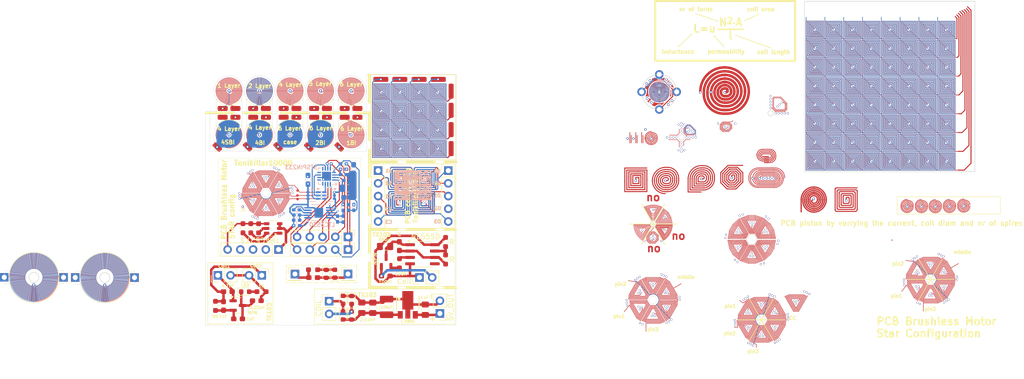
<source format=kicad_pcb>
(kicad_pcb (version 20240108) (generator "pcbnew") (generator_version "8.0")
  (layers (0 "F.Cu" signal) (1 "In1.Cu" power) (2 "In2.Cu" signal) (3 "In3.Cu" signal) (4 "In4.Cu" power) (5 "In5.Cu" signal) (6 "In6.Cu" power) (31 "B.Cu" signal) (34 "B.Paste" user) (35 "F.Paste" user) (36 "B.SilkS" user "B.Silkscreen") (37 "F.SilkS" user "F.Silkscreen") (38 "B.Mask" user) (39 "F.Mask" user) (44 "Edge.Cuts" user))
  (net 0 "")
  (net 1 "GND")
  (net 2 "V_Mot<5V")
  (net 3 "Net-(D1C-K)")
  (net 4 "Net-(D1B-K)")
  (net 5 "Net-(D1A-K)")
  (net 6 "FAULT")
  (net 7 "IN_W")
  (net 8 "EN_V")
  (net 9 "unconnected-(U2-SENSEU-Pad4)")
  (net 11 "EN_U")
  (net 12 "STBY")
  (net 13 "EN_W")
  (net 14 "IN_U")
  (net 16 "IN_V")
  (net 17 "Net-(U1-Vc)")
  (net 18 "EN")
  (net 19 "Net-(U1-SW1)")
  (net 20 "Net-(U1-RT)")
  (net 21 "~{SHDN}")
  (net 22 "Net-(U1-FB)")
  (net 23 "Net-(U1-BURST)")
  (net 24 "Net-(U1-SW2)")
  (net 25 "+5V")
  (net 26 "Net-(U3-THR)")
  (net 27 "3.3V")
  (net 28 "Net-(Q1-C)")
  (net 29 "Net-(C14-Pad1)")
  (net 30 "Net-(D3-A)")
  (net 31 "Net-(D10-A)")
  (net 32 "Net-(C16-Pad1)")
  (net 33 "Net-(Q3-B)")
  (net 34 "Net-(Q3-C)")
  (net 35 "+9V")
  (net 36 "Net-(D10-K)")
  (net 37 "Net-(D7-A)")
  (net 38 "Net-(U3-DIS)")
  (net 39 "Net-(U3-Q)")
  (net 40 "Net-(Q1-B)")
  (net 41 "Net-(D3-K)")
  (net 42 "Net-(D8-A)")
  (net 44 "Net-(J1-Pin_3)")
  (net 45 "Net-(J1-Pin_2)")
  (net 46 "Net-(J1-Pin_1)")
  (footprint "Diode_SMD:D_0603_1608Metric" (layer "F.Cu") (at 120.0775 127.1625 -90)
    (property "Reference" "D10" (hide yes))
    (property "Value" "D")
  )
  (footprint "Connector_Wire:SolderWirePad_1x01_SMD_1x2mm" (layer "F.Cu") (at 96.055 87.606875 90)
    (property "Reference" "REF**" (hide yes))
    (property "Value" "SolderWirePad_1x01_SMD_1x2mm")
  )
  (footprint "Connector_Wire:SolderWirePad_1x01_SMD_1x2mm" (layer "F.Cu") (at 116.867022 87.606313 90)
    (property "Reference" "REF**" (hide yes))
    (property "Value" "SolderWirePad_1x01_SMD_1x2mm")
  )
  (footprint "Connector_Wire:SolderWirePad_1x01_SMD_1x2mm" (layer "F.Cu") (at 98.605 87.606875 90)
    (property "Reference" "REF**" (hide yes))
    (property "Value" "SolderWirePad_1x01_SMD_1x2mm")
  )
  (footprint "Connector_Wire:SolderWirePad_1x01_SMD_1x2mm" (layer "F.Cu") (at 122.948511 87.606594 90)
    (property "Reference" "REF**" (hide yes))
    (property "Value" "SolderWirePad_1x01_SMD_1x2mm")
  )
  (footprint "Capacitor_SMD:C_0603_1608Metric_Pad1.08x0.95mm_HandSolder" (layer "F.Cu") (at 102.87 124.205 180)
    (property "Reference" "C19" (hide yes))
    (property "Value" "0.22uF")
  )
  (footprint "Capacitor_SMD:C_1210_3225Metric_Pad1.33x2.70mm_HandSolder" (layer "F.Cu") (at 128.7675 125.445 90)
    (property "Reference" "C21" (hide yes))
    (property "Value" "100uF")
  )
  (footprint "Connector_Wire:SolderWirePad_1x01_SMD_1x2mm" (layer "F.Cu") (at 141.637276 86.214006 180)
    (property "Reference" "REF**" (hide yes))
    (property "Value" "SolderWirePad_1x01_SMD_1x2mm")
  )
  (footprint "Connector_Wire:SolderWirePad_1x01_SMD_1x2mm" (layer "F.Cu") (at 98.605 85.847327 -90)
    (property "Reference" "REF**" (hide yes))
    (property "Value" "SolderWirePad_1x01_SMD_1x2mm")
  )
  (footprint "Package_TO_SOT_SMD:SOT-23" (layer "F.Cu") (at 128.675 116.47875 90)
    (property "Reference" "Q1" (hide yes))
    (property "Value" "NPN")
  )
  (footprint "Connector_Wire:SolderWirePad_1x01_SMD_1x2mm" (layer "F.Cu") (at 135.257276 80.044006 90)
    (property "Reference" "REF**" (hide yes))
    (property "Value" "SolderWirePad_1x01_SMD_1x2mm")
  )
  (footprint "Connector_PinHeader_2.54mm:PinHeader_1x05_P2.54mm_Vertical" (layer "F.Cu") (at 141.075 98.2475)
    (property "Reference" "REF**" (hide yes))
    (property "Value" "PinHeader_1x05_P2.54mm_Vertical")
  )
  (footprint "Connector_Wire:SolderWirePad_1x01_SMD_1x2mm" (layer "F.Cu") (at 108.23 85.847327 -90)
    (property "Reference" "REF**" (hide yes))
    (property "Value" "SolderWirePad_1x01_SMD_1x2mm")
  )
  (footprint "Resistor_SMD:R_0603_1608Metric_Pad0.98x0.95mm_HandSolder" (layer "F.Cu") (at 94.6225 125.2425 90)
    (property "Reference" "R14" (hide yes))
    (property "Value" "5K")
  )
  (footprint "Connector_Wire:SolderWirePad_1x01_SMD_1x2mm" (layer "F.Cu") (at 204.568391 96.346858 90)
    (property "Reference" "REF**" (hide yes))
    (property "Value" "SolderWirePad_1x01_SMD_1x2mm")
  )
  (footprint "" (layer "F.Cu") (at 78.464053 119.594258)
    (property "Reference" "")
    (property "Value" "")
  )
  (footprint "Capacitor_SMD:C_0805_2012Metric_Pad1.18x1.45mm_HandSolder" (layer "F.Cu") (at 123.8175 125.615 90)
    (property "Reference" "C15" (hide yes))
    (property "Value" "10nF" (hide yes))
  )
  (footprint "Package_SO:SOIC-8_3.9x4.9mm_P1.27mm" (layer "F.Cu") (at 135.92 114.93375)
    (property "Reference" "U3" (hide yes))
    (property "Value" "NE555D")
  )
  (footprint "Resistor_SMD:R_0603_1608Metric_Pad0.98x0.95mm_HandSolder" (layer "F.Cu") (at 103.815 122.405)
    (property "Reference" "R13" (hide yes))
    (property "Value" "1K")
  )
  (footprint "" (layer "F.Cu") (at 183.171502 77.556791)
    (property "Reference" "")
    (property "Value" "")
  )
  (footprint "Connector_Wire:SolderWirePad_1x01_SMD_1x2mm" (layer "F.Cu") (at 114.305 85.847327 -90)
    (property "Reference" "REF**" (hide yes))
    (property "Value" "SolderWirePad_1x01_SMD_1x2mm")
  )
  (footprint "Connector_PinHeader_2.54mm:PinHeader_1x02_P2.54mm_Vertical" (layer "F.Cu") (at 139.405 126.75 180)
    (property "Reference" "REF**" (hide yes))
    (property "Value" "5V_OUT")
  )
  (footprint "Connector_Wire:SolderWirePad_1x01_SMD_1x2mm" (layer "F.Cu") (at 104.686489 85.847608 -90)
    (property "Reference" "REF**" (hide yes))
    (property "Value" "SolderWirePad_1x01_SMD_1x2mm")
  )
  (footprint "Connector_Wire:SolderWirePad_1x01_SMD_1x2mm" (layer "F.Cu") (at 116.855 85.847327 -90)
    (property "Reference" "REF**" (hide yes))
    (property "Value" "SolderWirePad_1x01_SMD_1x2mm")
  )
  (footprint "Connector_PinHeader_2.54mm:PinHeader_1x01_P2.54mm_Vertical" (layer "F.Cu") (at 188.146502 82.531791)
    (property "Reference" "REF**" (hide yes))
    (property "Value" "PinHeader_1x01_P2.54mm_Vertical")
  )
  (footprint "Connector_Wire:SolderWirePad_1x01_SMD_1x2mm" (layer "F.Cu") (at 114.317022 87.606313 90)
    (property "Reference" "REF**" (hide yes))
    (property "Value" "SolderWirePad_1x01_SMD_1x2mm")
  )
  (footprint "Package_TO_SOT_SMD:SOT-23" (layer "F.Cu") (at 99.0825 125.165)
    (property "Reference" "Q3" (hide yes))
    (property "Value" "NPN")
  )
  (footprint "Diode_SMD:D_0603_1608Metric" (layer "F.Cu") (at 121.7775 127.175 -90)
    (property "Reference" "D9" (hide yes))
    (property "Value" "D")
  )
  (footprint "" (layer "F.Cu") (at 107.108698 93.506875)
    (property "Reference" "")
    (property "Value" "")
  )
  (footprint "Diode_SMD:D_0603_1608Metric" (layer "F.Cu") (at 116.725 118.8475 -90)
    (property "Reference" "D3" (hide yes))
    (property "Value" "LED")
  )
  (footprint "Connector_Wire:SolderWirePad_1x01_SMD_1x2mm" (layer "F.Cu") (at 141.637276 82.394006 180)
    (property "Reference" "REF**" (hide yes))
    (property "Value" "SolderWirePad_1x01_SMD_1x2mm")
  )
  (footprint "Capacitor_SMD:C_0805_2012Metric_Pad1.18x1.45mm_HandSolder" (layer "F.Cu") (at 136.4775 126.005 90)
    (property "Reference" "C22" (hide yes))
    (property "Value" "1uF")
  )
  (footprint "Capacitor_SMD:C_0805_2012Metric_Pad1.18x1.45mm_HandSolder" (layer "F.Cu") (at 128.465 113.38875)
    (property "Reference" "C12" (hide yes))
    (property "Value" "680uF")
  )
  (footprint "Connector_Wire:SolderWirePad_1x01_SMD_1x2mm" (layer "F.Cu") (at 127.617276 80.044006 90)
    (property "Reference" "REF**" (hide yes))
    (property "Value" "SolderWirePad_1x01_SMD_1x2mm")
  )
  (footprint "Connector_Wire:SolderWirePad_1x01_SMD_1x2mm" (layer "F.Cu") (at 139.077276 80.044006 90)
    (property "Reference" "REF**" (hide yes))
    (property "Value" "SolderWirePad_1x01_SMD_1x2mm")
  )
  (footprint "Resistor_SMD:R_0603_1608Metric_Pad0.98x0.95mm_HandSolder" (layer "F.Cu") (at 114.095 118.025 180)
    (property "Reference" "R10" (hide yes))
    (property "Value" "5R")
  )
  (footprint "Connector_Wire:SolderWirePad_1x01_SMD_1x2mm" (layer "F.Cu") (at 204.568391 96.646858 90)
    (property "Reference" "REF**" (hide yes))
    (property "Value" "SolderWirePad_1x01_SMD_1x2mm")
  )
  (footprint "" (layer "F.Cu") (at 101.033698 93.506875)
    (property "Reference" "")
    (property "Value" "")
  )
  (footprint "" (layer "F.Cu") (at 111.007046 102.209802 180)
    (property "Reference" "")
    (property "Value" "")
  )
  (footprint "Connector_PinHeader_2.54mm:PinHeader_1x05_P2.54mm_Vertical" (layer "F.Cu") (at 121.067046 113.999802 -90)
    (property "Reference" "REF**" (hide yes))
    (property "Value" "PinHeader_1x05_P2.54mm_Vertical")
  )
  (footprint "Connector_Wire:SolderWirePad_1x01_SMD_1x2mm" (layer "F.Cu") (at 108.223511 87.606594 90)
    (property "Reference" "REF**" (hide yes))
    (property "Value" "SolderWirePad_1x01_SMD_1x2mm")
  )
  (footprint "Connector_Wire:SolderWirePad_1x01_SMD_1x2mm" (layer "F.Cu") (at 96.055 85.847327 -90)
    (property "Reference" "REF**" (hide yes))
    (property "Value" "SolderWirePad_1x01_SMD_1x2mm")
  )
  (footprint "Connector_Wire:SolderWirePad_1x01_SMD_1x2mm" (layer "F.Cu") (at 204.568391 95.746858 90)
    (property "Reference" "REF**" (hide yes))
    (property "Value" "SolderWirePad_1x01_SMD_1x2mm")
  )
  (footprint "" (layer "F.Cu") (at 119.308698 93.531875 135)
    (property "Reference" "")
    (property "Value" "")
  )
  (footprint "78L05:PK(R-PSSO-F3)" (layer "F.Cu") (at 132.9975 123.3725)
    (property "Reference" "U4" (hide yes))
    (property "Value" "L7805")
  )
  (footprint "Capacitor_SMD:C_0603_1608Metric_Pad1.08x0.95mm_HandSolder" (layer "F.Cu") (at 99.1325 127.835)
    (property "Reference" "C17" (hide yes))
    (property "Value" "1nF")
  )
  (footprint "" (layer "F.Cu") (at 100.07795 105.46569 180)
    (property "Reference" "")
    (property "Value" "")
  )
  (footprint "Connector_Wire:SolderWirePad_1x01_SMD_1x2mm" (layer "F.Cu") (at 104.698511 87.606594 90)
    (property "Reference" "REF**" (hide yes))
    (property "Value" "SolderWirePad_1x01_SMD_1x2mm")
  )
  (footprint "Connector_Wire:SolderWirePad_1x01_SMD_1x2mm" (layer "F.Cu") (at 110.773511 87.606594 90)
    (property "Reference" "REF**" (hide yes))
    (property "Value" "SolderWirePad_1x01_SMD_1x2mm")
  )
  (footprint "Capacitor_SMD:C_0603_1608Metric_Pad1.08x0.95mm_HandSolder" (layer "F.Cu") (at 128.595 119.27875 180)
    (property "Reference" "C13" (hide yes))
    (property "Value" "100nF")
  )
  (footprint "Diode_SMD:D_0603_1608Metric" (layer "F.Cu") (at 120.0775 124.025 -90)
    (property "Reference" "D6" (hide yes))
    (property "Value" "D")
  )
  (footprint "Diode_SMD:D_0603_1608Metric" (layer "F.Cu") (at 100.5525 122.405)
    (property "Reference" "D8" (hide yes))
    (property "Value" "LED")
  )
  (footprint "Resistor_SMD:R_0603_1608Metric_Pad0.98x0.95mm_HandSolder" (layer "F.Cu") (at 131.335 116.74625 90)
    (property "Reference" "R9" (hide yes))
    (property "Value" "120R")
  )
  (footprint "Connector_PinHeader_2.54mm:PinHeader_1x02_P2.54mm_Vertical" (layer "F.Cu") (at 117.305 124.305)
    (property "Reference" "REF**" (hide yes))
    (property "Value" "COIL")
  )
  (footprint "Resistor_SMD:R_0603_1608Metric_Pad0.98x0.95mm_HandSolder" (layer "F.Cu") (at 100.107046 109.749802 90)
    (property "Reference" "R12" (hide yes))
    (property "Value" "10K" (hide yes))
  )
  (footprint "" (layer "F.Cu") (at 113.233698 93.556875)
    (property "Reference" "")
    (property "Value" "")
  )
  (footprint "" (layer "F.Cu") (at 110.977046 103.199802 180)
    (property "Reference" "")
    (property "Value" "")
  )
  (footprint "Resistor_SMD:R_0603_1608Metric_Pad0.98x0.95mm_HandSolder" (layer "F.Cu") (at 101.667046 109.749802 90)
    (property "Reference" "R15" (hide yes))
    (property "Value" "10K" (hide yes))
  )
  (footprint "Connector_PinHeader_2.54mm:PinHeader_1x05_P2.54mm_Vertical" (layer "F.Cu") (at 127.075 98.2475)
    (property "Reference" "REF**" (hide yes))
    (property "Value" "PinHeader_1x05_P2.54mm_Vertical")
  )
  (footprint "Capacitor_SMD:C_0805_2012Metric_Pad1.18x1.45mm_HandSolder" (layer "F.Cu") (at 126.0075 125.625 90)
    (property "Reference" "C20" (hide yes))
    (property "Value" "10nF" (hide yes))
  )
  (footprint "Connector_PinHeader_2.54mm:PinHeader_1x02_P2.54mm_Vertical" (layer "F.Cu") (at 95.09 119.145 90)
    (property "Reference" "REF**" (hide yes))
    (property "Value" "Coil1")
  )
  (footprint "Resistor_SMD:R_0603_1608Metric_Pad0.98x0.95mm_HandSolder" (layer "F.Cu") (at 140.535 115.98875 90)
    (property "Reference" "R7" (hide yes))
    (property "Value" "R")
  )
  (footprint "Connector_Wire:SolderWirePad_1x01_SMD_1x2mm" (layer "F.Cu") (at 141.637276 90.064006 180)
    (property "Reference" "REF**" (hide yes))
    (property "Value" "SolderWirePad_1x01_SMD_1x2mm")
  )
  (footprint "Connector_Wire:SolderWirePad_1x01_SMD_1x2mm" (layer "F.Cu") (at 141.637276 93.854006 180)
    (property "Reference" "REF**" (hide yes))
    (property "Value" "SolderWirePad_1x01_SMD_1x2mm")
  )
  (footprint "Connector_PinHeader_2.54mm:PinHeader_1x01_P2.54mm_Vertical" (layer "F.Cu") (at 110.485 118.885)
    (property "Reference" "REF**" (hide yes))
    (property "Value" "PinHeader_1x01_P2.54mm_Vertical")
  )
  (footprint "Diode_SMD:D_0603_1608Metric" (layer "F.Cu") (at 121.7875 124.055 -90)
    (property "Reference" "D7" (hide yes))
    (property "Value" "D")
  )
  (footprint "Connector_PinHeader_2.54mm:PinHeader_1x02_P2.54mm_Vertical" (layer "F.Cu") (at 103.86 119.145 -90)
    (property "Reference" "REF**" (hide yes))
    (property "Value" "Coil2")
  )
  (footprint "Resistor_SMD:R_0603_1608Metric_Pad0.98x0.95mm_HandSolder" (layer "F.Cu") (at 140.535 112.49875 90)
    (property "Reference" "R8" (hide yes))
    (property "Value" "R")
  )
  (footprint "Connector_Wire:SolderWirePad_1x01_SMD_1x2mm" (layer "F.Cu") (at 204.568391 96.046858 90)
    (property "Reference" "REF**" (hide yes))
    (property "Value" "SolderWirePad_1x01_SMD_1x2mm")
  )
  (footprint "Connector_Wire:SolderWirePad_1x01_SMD_1x2mm" (layer "F.Cu") (at 122.948511 85.847046 -90)
    (property "Reference" "REF**" (hide yes))
    (property "Value" "SolderWirePad_1x01_SMD_1x2mm")
  )
  (footprint "Connector_PinHeader_2.54mm:PinHeader_1x01_P2.54mm_Vertical" (layer "F.Cu") (at 178.146502 82.531791)
    (property "Reference" "REF**" (hide yes))
    (property "Value" "PinHeader_1x01_P2.54mm_Vertical")
  )
  (footprint "" (layer "F.Cu") (at 66.639053 119.573986)
    (property "Reference" "")
    (property "Value" "")
  )
  (footprint "Connector_PinHeader_2.54mm:PinHeader_1x02_P2.54mm_Vertical" (layer "F.Cu") (at 135.325 119.57875 90)
    (property "Reference" "REF**" (hide yes))
    (property "Value" "Coil")
  )
  (footprint "Capacitor_SMD:C_0603_1608Metric_Pad1.08x0.95mm_HandSolder" (layer "F.Cu") (at 97.0925 122.405)
    (property "Reference" "C18" (hide yes))
    (property "Value" "4.7nF")
  )
  (footprint "SmartwatchV4:DBV0006A" (layer "F.Cu") (at 106.062046 109.789802 180)
    (property "Reference" "U5" (hide yes))
    (property "Value" "TMAG5273")
  )
  (footprint "" (layer "F.Cu") (at 52.479261 119.533778)
    (property "Reference" "")
    (property "Value" "")
  )
  (footprint "Connector_Wire:SolderWirePad_1x01_SMD_1x2mm" (layer "F.Cu") (at 204.568391 95.446858 90)
    (property "Reference" "REF**" (hide yes))
    (property "Value" "SolderWirePad_1x01_SMD_1x2mm")
  )
  (footprint "Connector_Wire:SolderWirePad_1x01_SMD_1x2mm" (layer "F.Cu") (at 131.407276 80.044006 90)
    (property "Reference" "REF**" (hide yes))
    (property "Value" "SolderWirePad_1x01_SMD_1x2mm")
  )
  (footprint "" (layer "F.Cu") (at 64.304261 119.55405)
    (property "Reference" "")
    (property "Value" "")
  )
  (footprint "Connector_Wire:SolderWirePad_1x01_SMD_1x2mm" (layer "F.Cu") (at 102.148511 87.606594 90)
    (property "Reference" "REF**" (hide yes))
    (property "Value" "SolderWirePad_1x01_SMD_1x2mm")
  )
  (footprint "Connector_Wire:SolderWirePad_1x01_SMD_1x2mm" (layer "F.Cu") (at 120.398511 87.606594 90)
    (property "Reference" "REF**" (hide yes))
    (property "Value" "SolderWirePad_1x01_SMD_1x2mm")
  )
  (footprint "Connector_Wire:SolderWirePad_1x01_SMD_1x2mm" (layer "F.Cu") (at 120.398511 85.847046 -90)
    (property "Reference" "REF**" (hide yes))
    (property "Value" "SolderWirePad_1x01_SMD_1x2mm")
  )
  (footprint "" (layer "F.Cu") (at 94.983698 93.556875)
    (property "Reference" "")
    (property "Value" "")
  )
  (footprint "Diode_SMD:D_0603_1608Metric" (layer "F.Cu") (at 118.435 118.8175 90)
    (property "Reference" "D4" (hide yes))
    (property "Value" "LED")
  )
  (footprint "Capacitor_SMD:C_0603_1608Metric_Pad1.08x0.95mm_HandSolder" (layer "F.Cu") (at 96.2325 125.245 -90)
    (property "Reference" "C16" (hide yes))
    (property "Value" "1nF")
  )
  (footprint "" (layer "F.Cu") (at 183.171502 87.556791)
    (property "Reference" "")
    (property "Value" "")
  )
  (footprint "Connector_PinHeader_2.54mm:PinHeader_1x05_P2.54mm_Vertical" (layer "F.Cu") (at 121.067046 111.469802 -90)
    (property "Reference" "REF**" (hide yes))
    (property "Value" "PinHeader_1x05_P2.54mm_Vertical")
  )
  (footprint "Capacitor_SMD:C_0603_1608Metric_Pad1.08x0.95mm_HandSolder" (layer "F.Cu") (at 131.315 113.31625 90)
    (property "Reference" "C11" (hide yes))
    (property "Value" "c")
  )
  (footprint "Connector_Wire:SolderWirePad_1x01_SMD_1x2mm" (layer "F.Cu") (at 102.136489 85.847608 -90)
    (property "Reference" "REF**" (hide yes))
    (property "Value" "SolderWirePad_1x01_SMD_1x2mm")
  )
  (footprint "" (layer "F.Cu") (at 110.997046 103.939802 180)
    (property "Reference" "")
    (property "Value" "")
  )
  (footprint "Capacitor_SMD:C_0603_1608Metric_Pad1.08x0.95mm_HandSolder" (layer "F.Cu") (at 114.115 119.595)
    (property "Reference" "C14" (hide yes))
    (property "Value" "100nF" (hide yes))
  )
  (footprint "Connector_PinHeader_2.54mm:PinHeader_1x01_P2.54mm_Vertical" (layer "F.Cu") (at 121.065 118.875)
    (property "Reference" "REF**" (hide yes))
    (property "Value" "PinHeader_1x01_P2.54mm_Vertical")
  )
  (footprint "Connector_Wire:SolderWirePad_1x01_SMD_1x2mm" (layer "F.Cu") (at 110.78 85.847327 -90)
    (property "Reference" "REF**" (hide yes))
    (property "Value" "SolderWirePad_1x01_SMD_1x2mm")
  )
  (footprint "Connector_PinHeader_2.54mm:PinHeader_1x05_P2.54mm_Vertical" (layer "F.Cu") (at 107.207046 113.989802 -90)
    (property "Reference" "REF**" (hide yes))
    (property "Value" "PinHeader_1x05_P2.54mm_Vertical")
  )
  (footprint "Resistor_SMD:R_0603_1608Metric_Pad0.98x0.95mm_HandSolder" (layer "F.Cu") (at 103.227046 109.759802 90)
    (property "Reference" "R16" (hide yes))
    (property "Value" "10K" (hide yes))
  )
  (footprint "Capacitor_SMD:C_0402_1005Metric_Pad0.74x0.62mm_HandSolder" (layer "B.Cu") (at 122.234546 105.597302 -90)
    (property "Reference" "C8" (hide yes))
    (property "Value" "1uF")
  )
  (footprint "Package_SO:MSOP-10-1EP_3x3mm_P0.5mm_EP1.73x1.98mm" (layer "B.Cu") (at 115.242046 106.654802)
    (property "Reference" "U1" (hide yes))
    (property "Value" "LTC3530 ")
  )
  (footprint "Resistor_SMD:R_0402_1005Metric_Pad0.72x0.64mm_HandSolder" (layer "B.Cu") (at 120.084546 107.922302 90)
    (property "Reference" "R3" (hide yes))
    (property "Value" "120K")
  )
  (footprint "Resistor_SMD:R_0402_1005Metric_Pad0.72x0.64mm_HandSolder" (layer "B.Cu") (at 120.172046 97.972302)
    (property "Reference" "R5" (hide yes))
    (property "Value" "20K")
  )
  (footprint "Package_TO_SOT_SMD:SOT-363_SC-70-6" (layer "B.Cu") (at 114.029546 103.214802 180)
    (property "Reference" "D2" (hide yes))
    (property "Value" "MMBD4448HTW")
  )
  (footprint "Package_DFN_QFN:VQFN-16-1EP_3x3mm_P0.5mm_EP1.8x1.8mm" (layer "B.Cu") (at 116.784546 99.372302 90)
    (property "Reference" "U2" (hide yes))
    (property "Value" "STSPIN233")
  )
  (footprint "Resistor_SMD:R_0402_1005Metric_Pad0.72x0.64mm_HandSolder" (layer "B.Cu") (at 120.159546 96.897302)
    (property "Reference" "R6" (hide yes))
    (property "Value" "20K")
  )
  (footprint "Capacitor_SMD:C_0402_1005Metric_Pad0.74x0.62mm_HandSolder" (layer "B.Cu") (at 110.797046 106.079802)
    (property "Reference" "L4" (hide yes))
    (property "Value" "4.7uH")
  )
  (footprint "Capacitor_SMD:C_0402_1005Metric_Pad0.74x0.62mm_HandSolder" (layer "B.Cu") (at 120.159546 99.047302)
    (property "Reference" "C9" (hide yes))
    (property "Value" "1nF")
  )
  (footprint "Resistor_SMD:R_0402_1005Metric_Pad0.72x0.64mm_HandSolder" (layer "B.Cu") (at 110.827046 109.222302)
    (property "Reference" "R1" (hide yes))
    (property "Value" "33.2K")
  )
  (footprint "Capacitor_SMD:C_0603_1608Metric_Pad1.08x0.95mm_HandSolder" (layer "B.Cu") (at 122.184546 97.947302 -90)
    (property "Reference" "C10" (hide yes))
    (property "Value" "10nF")
  )
  (footprint "Capacitor_SMD:C_0402_1005Metric_Pad0.74x0.62mm_HandSolder" (layer "B.Cu") (at 118.984546 107.897302 -90)
    (property "Reference" "C5" (hide yes))
    (property "Value" "c")
  )
  (footprint "Capacitor_SMD:C_0402_1005Metric_Pad0.74x0.62mm_HandSolder" (layer "B.Cu") (at 110.827046 107.097302 180)
    (property "Reference" "C4" (hide yes))
    (property "Value" "c")
  )
  (footprint "Resistor_SMD:R_0402_1005Metric_Pad0.72x0.64mm_HandSolder" (layer "B.Cu") (at 120.084546 105.597302 90)
    (property "Reference" "R2" (hide yes))
    (property "Value" "390K")
  )
  (footprint "Resistor_SMD:R_0402_1005Metric_Pad0.72x0.64mm_HandSolder" (layer "B.Cu") (at 110.827046 108.147302)
    (property "Reference" "R4" (hide yes))
    (property "Value" "R")
  )
  (footprint "Capacitor_SMD:C_0402_1005Metric_Pad0.74x0.62mm_HandSolder" (layer "B.Cu") (at 121.159546 105.597302 -90)
    (property "Reference" "C6" (hide yes))
    (property "Value" "c")
  )
  (footprint "Capacitor_SMD:C_0603_1608Metric_Pad1.08x0.95mm_HandSolder" (layer "B.Cu") (at 113.084546 100.072302 -90)
    (property "Reference" "C2" (hide yes))
    (property "Value" "10uF")
  )
  (footprint "Capacitor_SMD:C_0402_1005Metric_Pad0.74x0.62mm_HandSolder" (layer "B.Cu") (at 120.784546 100.197302)
    (property "Reference" "C3" (hide yes))
    (property "Value" "100nF")
  )
  (footprint "Package_TO_SOT_SMD:SOT-363_SC-70-6" (layer "B.Cu") (at 117.397046 103.209802 180)
    (property "Reference" "D1" (hide yes))
    (property "Value" "MMBD4448HTW")
  )
  (footprint "Capacitor_SMD:C_0603_1608Metric_Pad1.08x0.95mm_HandSolder" (layer "B.Cu") (at 121.109546 103.597302)
    (property "Reference" "C7" (hide yes))
    (property "Value" "10uF")
  )
  (footprint "Capacitor_SMD:C_0805_2012Metric_Pad1.18x1.45mm_HandSolder" (layer "B.Cu") (at 120.984546 101.772302)
    (property "Reference" "C1" (hide yes))
    (property "Value" "100uF")
  )
  (gr_arc (start 55.589847 119.553762) (mid 58.389847 116.753762) (end 61.189847 119.553762) (stroke (width 0.1)) (layer "F.Cu") (net 9))
  (gr_line (start 104.73295 104.69069) (end 105.74295 106.43069) (stroke (width 0.1)) (layer "F.Cu") (net 4))
  (gr_line (start 183.995842 128.222141) (end 182.345842 125.362141) (stroke (width 0.1)) (layer "F.Cu"))
  (gr_line (start 179.734158 119.932362) (end 180.534158 119.572362) (stroke (width 0.1)) (layer "F.Cu"))
  (gr_line (start 205.389307 114.947775) (end 206.064307 113.778641) (stroke (width 0.09)) (layer "F.Cu"))
  (gr_line (start 108.742195 103.486118) (end 107.447195 105.729124) (stroke (width 0.1)) (layer "F.Cu") (net 4))
  (gr_line (start 183.579615 123.030788) (end 184.581499 121.286104) (stroke (width 0.1)) (layer "F.Cu"))
  (gr_line (start 182.118378 107.189679) (end 182.918378 105.81468) (stroke (width 0.09)) (layer "F.Cu"))
  (gr_line (start 97.027393 83.287567) (end 97.501867 83.521924) (stroke (width 0.1)) (layer "F.Cu") (net 9))
  (gr_line (start 202.363299 115.950708) (end 202.863299 115.800708) (stroke (width 0.09)) (layer "F.Cu"))
  (gr_arc (start 123.083658 82.33184) (mid 122.718114 83.275209) (end 121.812345 83.72591) (stroke (width 0.1)) (layer "F.Cu") (net 9))
  (gr_arc (start 109.02353 83.87101) (mid 108.215451 83.290989) (end 107.906264 82.345572) (stroke (width 0.1)) (layer "F.Cu") (net 9))
  (gr_line (start 201.450975 110.044943) (end 201.700975 110.044943) (stroke (width 0.09)) (layer "F.Cu"))
  (gr_arc (start 98.917891 91.127291) (mid 97.317893 92.72729) (end 95.717895 91.127291) (stroke (width 0.1)) (layer "F.Cu") (net 9))
  (gr_arc (start 60.389847 119.553762) (mid 59.804036 120.967952) (end 58.389847 121.553762) (stroke (width 0.1)) (layer "F.Cu") (net 9))
  (gr_line (start 199.847111 110.914291) (end 199.240893 110.564291) (stroke (width 0.09)) (layer "F.Cu"))
  (gr_arc (start 112.106264 82.345572) (mid 111.344739 84.184046) (end 109.506264 84.945572) (stroke (width 0.1)) (layer "F.Cu") (net 9))
  (gr_arc (start 121.200928 83.857278) (mid 120.392863 83.277254) (end 120.083662 82.33184) (stroke (width 0.1)) (layer "F.Cu") (net 9))
  (gr_arc (start 104.814724 91.109486) (mid 103.414726 92.509485) (end 102.014728 91.109486) (stroke (width 0.1)) (layer "F.Cu") (net 9))
  (gr_arc (start 104.610847 82.334448) (mid 104.318338 83.119721) (end 103.583356 83.522205) (stroke (width 0.1)) (layer "F.Cu") (net 9))
  (gr_line (start 200.9883 116.550709) (end 199.563299 116.100709) (stroke (width 0.09)) (layer "F.Cu"))
  (gr_line (start 121.683663 84.13184) (end 121.200928 83.857278) (stroke (width 0.1)) (layer "F.Cu") (net 9))
  (gr_line (start 97.981651 89.029811) (end 97.317891 88.727291) (stroke (width 0.1)) (layer "F.Cu") (net 9))
  (gr_arc (start 99.717891 91.127291) (mid 97.317891 93.527291) (end 94.917891 91.127291) (stroke (width 0.1)) (layer "F.Cu") (net 9))
  (gr_line (start 238.925075 118.985977) (end 239.926959 117.241293) (stroke (width 0.1)) (layer "F.Cu"))
  (gr_line (start 205.263175 128.934611) (end 205.203175 129.038534) (stroke (width 0.1)) (layer "F.Cu"))
  (gr_line (start 197.388605 113.746942) (end 197.065816 112.287857) (stroke (width 0.09)) (layer "F.Cu"))
  (gr_line (start 202.322666 127.867767) (end 198.88191 127.867331) (stroke (width 0.1)) (layer "F.Cu"))
  (gr_line (start 102.131597 98.601389) (end 101.55795 99.01569) (stroke (width 0.1)) (layer "F.Cu") (net 4))
  (gr_line (start 241.01616 120.897264) (end 240.05116 122.568692) (stroke (width 0.1)) (layer "F.Cu"))
  (gr_line (start 104.62295 100.824371) (end 104.74295 100.824371) (stroke (width 0.1)) (layer "F.Cu") (net 4))
  (gr_line (start 235.621302 123.92733) (end 237.021302 121.51733) (stroke (width 0.1)) (layer "F.Cu"))
  (gr_line (start 208.519002 123.456278) (end 209.099002 123.206278) (stroke (width 0.1)) (layer "F.Cu"))
  (gr_line (start 236.909618 118.667551) (end 237.689618 118.667551) (stroke (width 0.1)) (layer "F.Cu"))
  (gr_line (start 242.067185 121.076834) (end 240.617185 123.588307) (stroke (width 0.1)) (layer "F.Cu"))
  (gr_arc (start 61.189847 119.553762) (mid 60.369722 121.533637) (end 58.389847 122.353762) (stroke (width 0.1)) (layer "F.Cu") (net 9))
  (gr_arc (start 113.398975 91.119365) (mid 114.043341 89.563735) (end 115.598975 88.919365) (stroke (width 0.1)) (layer "F.Cu") (net 9))
  (gr_line (start 96.966973 83.478493) (end 97.457785 83.728237) (stroke (width 0.1)) (layer "F.Cu") (net 9))
  (gr_line (start 238.781302 123.99733) (end 237.471302 121.71733) (stroke (width 0.1)) (layer "F.Cu"))
  (gr_line (start 107.32586 99.594594) (end 108.62086 101.8376) (stroke (width 0.1)) (layer "F.Cu") (net 4))
  (gr_line (start 239.069618 115.877551) (end 238.709618 115.727551) (stroke (width 0.1)) (layer "F.Cu"))
  (gr_arc (start 182.993378 109.414679) (mid 182.959924 109.479602) (end 182.922458 109.542295) (stroke (width 0.09)) (layer "F.Cu"))
  (gr_arc (start 101.010591 82.334448) (mid 103.410591 79.934448) (end 105.810591 82.334448) (stroke (width 0.1)) (layer "F.Cu") (net 9))
  (gr_line (start 235.619618 116.057551) (end 235.939618 115.927551) (stroke (width 0.1)) (layer "F.Cu"))
  (gr_line (start 186.721725 125.121645) (end 186.835 124.165) (stroke (width 0.1)) (layer "F.Cu"))
  (gr_line (start 108.902846 84.252372) (end 109.506264 84.545572) (stroke (width 0.1)) (layer "F.Cu") (net 9))
  (gr_line (start 198.954302 114.733808) (end 199.907017 113.158962) (stroke (width 0.09)) (layer "F.Cu"))
  (gr_line (start 241.554987 120.503988) (end 241.50757 120.846116) (stroke (width 0.1)) (layer "F.Cu"))
  (gr_arc (start 98.117891 91.127291) (mid 97.317891 91.927291) (end 96.517891 91.127291) (stroke (width 0.1)) (layer "F.Cu") (net 9))
  (gr_line (start 116.262735 89.021885) (end 115.598975 88.719365) (stroke (width 0.1)) (layer "F.Cu") (net 9))
  (gr_line (start 184.280842 128.323134) (end 182.455842 125.162141) (stroke (width 0.1)) (layer "F.Cu"))
  (gr_line (start 203.614002 129.947597) (end 204.624002 131.687597) (stroke (width 0.1)) (layer "F.Cu"))
  (gr_line (start 205.14497 128.739348) (end 204.97497 129.033797) (stroke (width 0.1)) (layer "F.Cu"))
  (gr_line (start 200.396477 131.486034) (end 198.976477 129.026522) (stroke (width 0.1)) (layer "F.Cu"))
  (gr_line (start 205.903602 113.65699) (end 206.151391 112.327809) (stroke (width 0.09)) (layer "F.Cu"))
  (gr_line (start 199.094853 127.678504) (end 199.168346 127.051209) (stroke (width 0.1)) (layer "F.Cu"))
  (gr_line (start 200.935684 110.878827) (end 199.169307 107.838283) (stroke (width 0.09)) (layer "F.Cu"))
  (gr_arc (start 180.332971 105.470886) (mid 182.021193 105.113712) (end 183.693378 105.53968) (stroke (width 0.09)) (layer "F.Cu"))
  (gr_line (start 198.028699 109.113876) (end 199.130909 108.10479) (stroke (width 0.09)) (layer "F.Cu"))
  (gr_line (start 122.277393 89.212565) (end 121.673975 88.919365) (stroke (width 0.1)) (layer "F.Cu") (net 9))
  (gr_line (start 237.801302 121.11733) (end 236.801302 121.11733) (stroke (width 0.1)) (layer "F.Cu"))
  (gr_arc (start 96.329102 82.334167) (mid 97.329102 81.334167) (end 98.329102 82.334167) (stroke (width 0.1)) (layer "F.Cu") (net 9))
  (gr_line (start 179.49197 120.055096) (end 181.212725 123.034659) (stroke (width 0.1)) (layer "F.Cu"))
  (gr_line (start 241.332983 117.6766) (end 242.90046 116.780189) (stroke (width 0.1)) (layer "F.Cu"))
  (gr_line (start 115.900684 90.165965) (end 115.42621 89.931608) (stroke (width 0.1)) (layer "F.Cu") (net 9))
  (gr_arc (start 119.883662 82.33184) (mid 121.683662 80.53184) (end 123.483662 82.33184) (stroke (width 0.1)) (layer "F.Cu") (net 9))
  (gr_line (start 180.830878 105.66468) (end 181.705878 107.189679) (stroke (width 0.09)) (layer "F.Cu"))
  (gr_arc (start 121.080244 84.23864) (mid 120.07012 83.513618) (end 119.683662 82.33184) (stroke (width 0.1)) (layer "F.Cu") (net 9))
  (gr_arc (start 114.917482 84.44307) (mid 113.806378 83.645536) (end 113.381242 82.34559) (stroke (width 0.1)) (layer "F.Cu") (net 9))
  (gr_line (start 100.971892 101.852042) (end 101.936892 100.180613) (stroke (width 0.1)) (layer "F.Cu") (net 4))
  (gr_line (start 206.115355 132.180577) (end 206.868378 131.629039) (stroke (width 0.1)) (layer "F.Cu"))
  (gr_line (start 103.410592 84.134448) (end 102.927857 83.859886) (stroke (width 0.1)) (layer "F.Cu") (net 9))
  (gr_line (start 203.174002 126.671278) (end 201.614002 123.981278) (stroke (width 0.1)) (layer "F.Cu"))
  (gr_line (start 201.514002 132.207597) (end 202.134002 132.487597) (stroke (width 0.1)) (layer "F.Cu"))
  (gr_line (start 183.434158 120.032362) (end 183.284158 119.972362) (stroke (width 0.1)) (layer "F.Cu"))
  (gr_line (start 234.55012 122.945175) (end 235.187748 121.849579) (stroke (width 0.1)) (layer "F.Cu"))
  (gr_line (start 107.00795 98.463378) (end 107.23795 98.59569) (stroke (width 0.1)) (layer "F.Cu") (net 4))
  (gr_line (start 212.239002 123.356278) (end 211.879002 123.206278) (stroke (width 0.1)) (layer "F.Cu"))
  (gr_line (start 96.544658 84.813007) (end 97.329102 85.134167) (stroke (width 0.1)) (layer "F.Cu") (net 9))
  (gr_line (start 71.584169 122.64485) (end 72.549639 122.99397) (stroke (width 0.1)) (layer "F.Cu") (net 9))
  (gr_line (start 233.097072 119.104675) (end 233.074033 119.264578) (stroke (width 0.1)) (layer "F.Cu"))
  (gr_arc (start 117.198975 91.119365) (mid 115.598977 92.719364) (end 113.998979 91.119365) (stroke (width 0.1)) (layer "F.Cu") (net 9))
  (gr_line (start 210.079002 126.146278) (end 208.519002 123.456278) (stroke (width 0.1)) (layer "F.Cu"))
  (gr_arc (start 99.729102 82.334167) (mid 99.026154 84.031201) (end 97.329102 84.734167) (stroke (width 0.1)) (layer "F.Cu") (net 9))
  (gr_line (start 200.313299 115.800709) (end 200.9133 115.950709) (stroke (width 0.09)) (layer "F.Cu"))
  (gr_line (start 106.45295 98.634371) (end 106.09295 98.484371) (stroke (width 0.1)) (layer "F.Cu") (net 4))
  (gr_line (start 205.730397 113.55699) (end 205.939788 112.494315) (stroke (width 0.09)) (layer "F.Cu"))
  (gr_line (start 107.418439 106.058931) (end 107.545401 105.959027) (stroke (width 0.1)) (layer "F.Cu") (net 4))
  (gr_arc (start 116.323077 88.831205) (mid 117.53518 89.701244) (end 117.998975 91.119365) (stroke (width 0.1)) (layer "F.Cu") (net 9))
  (gr_line (start 179.801006 111.854213) (end 180.968378 109.914679) (stroke (width 0.09)) (layer "F.Cu"))
  (gr_line (start 232.730507 120.993511) (end 232.642275 120.12069) (stroke (width 0.1)) (layer "F.Cu"))
  (gr_line (start 57.545061 122.223282) (end 58.389847 122.553762) (stroke (width 0.1)) (layer "F.Cu") (net 9))
  (gr_line (start 202.300975 107.194943) (end 200.950975 107.194943) (stroke (width 0.09)) (layer "F.Cu"))
  (gr_line (start 182.234158 122.512362) (end 183.724158 119.922362) (stroke (width 0.1)) (layer "F.Cu"))
  (gr_line (start 197.735015 113.546943) (end 197.489022 112.620869) (stroke (width 0.09)) (layer "F.Cu"))
  (gr_line (start 183.365842 128.302141) (end 180.585842 128.302141) (stroke (width 0.1)) (layer "F.Cu"))
  (gr_line (start 205.234002 131.957597) (end 204.914002 132.087597) (stroke (width 0.1)) (layer "F.Cu"))
  (gr_line (start 202.154002 124.131278) (end 204.744002 124.131278) (stroke (width 0.1)) (layer "F.Cu"))
  (gr_line (start 208.214423 127.680195) (end 208.146911 127.003259) (stroke (width 0.1)) (layer "F.Cu"))
  (gr_line (start 103.61295 99.084371) (end 105.54295 99.084371) (stroke (width 0.1)) (layer "F.Cu") (net 4))
  (gr_line (start 210.969002 126.346278) (end 212.794002 123.185285) (stroke (width 0.1)) (layer "F.Cu"))
  (gr_line (start 183.658817 124.94676) (end 183.598817 125.050683) (stroke (width 0.1)) (layer "F.Cu"))
  (gr_arc (start 103.776853 89.96516) (mid 104.390372 90.410401) (end 104.614724 91.134486) (stroke (width 0.1)) (layer "F.Cu") (net 9))
  (gr_line (start 107.251481 99.325767) (end 107.524065 99.537896) (stroke (width 0.1)) (layer "F.Cu") (net 4))
  (gr_line (start 203.614002 129.947597) (end 203.494002 129.947597) (stroke (width 0.1)) (layer "F.Cu"))
  (gr_arc (start 98.929098 82.334167) (mid 98.483811 83.441776) (end 97.395711 83.932776) (stroke (width 0.1)) (layer "F.Cu") (net 9))
  (gr_line (start 239.341302 124.17733) (end 237.691302 121.31733) (stroke (width 0.1)) (layer "F.Cu"))
  (gr_line (start 184.640411 127.626586) (end 184.950315 127.389817) (stroke (width 0.1)) (layer "F.Cu"))
  (gr_line (start 237.359618 118.067551) (end 238.479618 116.127551) (stroke (width 0.1)) (layer "F.Cu"))
  (gr_line (start 204.271246 108.925118) (end 203.150799 110.784443) (stroke (width 0.09)) (layer "F.Cu"))
  (gr_line (start 201.108246 131.998854) (end 200.396477 131.486034) (stroke (width 0.1)) (layer "F.Cu"))
  (gr_line (start 205.026765 128.544086) (end 207.813885 128.53665) (stroke (width 0.1)) (layer "F.Cu"))
  (gr_arc (start 111.706264 82.345572) (mid 111.061896 83.901204) (end 109.506264 84.545572) (stroke (width 0.1)) (layer "F.Cu") (net 9))
  (gr_line (start 184.581499 121.286104) (end 185.546498 122.957532) (stroke (width 0.1)) (layer "F.Cu"))
  (gr_line (start 210.529002 125.546278) (end 211.649002 123.606278) (stroke (width 0.1)) (layer "F.Cu"))
  (gr_arc (start 109.325239 82.91761) (mid 109.022207 82.700104) (end 108.906264 82.345572) (stroke (width 0.1)) (layer "F.Cu") (net 9))
  (gr_line (start 202.372592 129.028765) (end 202.092592 128.543791) (stroke (width 0.1)) (layer "F.Cu"))
  (gr_line (start 202.275975 107.794943) (end 203.200975 108.044943) (stroke (width 0.09)) (layer "F.Cu"))
  (gr_line (start 105.07295 101.424371) (end 106.72295 98.564371) (stroke (width 0.1)) (layer "F.Cu") (net 4))
  (gr_arc (start 109.083872 83.68033) (mid 108.376803 83.172812) (end 108.106264 82.345572) (stroke (width 0.1)) (layer "F.Cu") (net 9))
  (gr_line (start 100.302277 101.81185) (end 101.692277 99.404299) (stroke (width 0.1)) (layer "F.Cu") (net 4))
  (gr_arc (start 110.90626 82.345572) (mid 110.540704 83.288923) (end 109.634947 83.739642) (stroke (width 0.1)) (layer "F.Cu") (net 9))
  (gr_arc (start 96.846368 83.859605) (mid 96.038273 83.279591) (end 95.729102 82.334167) (stroke (width 0.1)) (layer "F.Cu") (net 9))
  (gr_line (start 235.931302 124.25733) (end 235.351302 124.00733) (stroke (width 0.1)) (layer "F.Cu"))
  (gr_line (start 184.155878 111.889679) (end 182.730878 109.489679) (stroke (width 0.09)) (layer "F.Cu"))
  (gr_line (start 210.189002 125.946278) (end 208.789002 123.536278) (stroke (width 0.1)) (layer "F.Cu"))
  (gr_line (start 206.151391 112.327809) (end 203.106424 112.301847) (stroke (width 0.09)) (layer "F.Cu"))
  (gr_line (start 205.228602 114.826124) (end 204.126392 115.83521) (stroke (width 0.09)) (layer "F.Cu"))
  (gr_line (start 205.149002 127.290727) (end 207.778539 127.28522) (stroke (width 0.1)) (layer "F.Cu"))
  (gr_line (start 182.105878 106.864679) (end 182.630878 105.939679) (stroke (width 0.09)) (layer "F.Cu"))
  (gr_line (start 237.471302 121.71733) (end 237.131302 121.71733) (stroke (width 0.1)) (layer "F.Cu"))
  (gr_arc (start 71.765195 122.07281) (mid 70.452088 121.130266) (end 69.949639 119.59397) (stroke (width 0.1)) (layer "F.Cu") (net 9))
  (gr_arc (start 101.810591 82.334448) (mid 103.410589 80.734449) (end 105.010587 82.334448) (stroke (width 0.1)) (layer "F.Cu") (net 9))
  (gr_line (start 179.701754 111.229467) (end 180.568628 109.889679) (stroke (width 0.09)) (layer "F.Cu"))
  (gr_line (start 180.476315 123.510159) (end 180.756315 123.025185) (stroke (width 0.1)) (layer "F.Cu"))
  (gr_line (start 238.649662 120.316161) (end 241.759269 120.310161) (stroke (width 0.1)) (layer "F.Cu"))
  (gr_arc (start 114.798975 91.119365) (mid 114.955464 90.644086) (end 115.363706 90.354742) (stroke (width 0.1)) (layer "F.Cu") (net 9))
  (gr_line (start 180.705092 109.546458) (end 178.793378 109.564679) (stroke (width 0.09)) (layer "F.Cu"))
  (gr_line (start 200.588299 115.675709) (end 200.9008 115.763209) (stroke (width 0.09)) (layer "F.Cu"))
  (gr_line (start 200.815687 113.182824) (end 200.665687 112.923016) (stroke (width 0.09)) (layer "F.Cu"))
  (gr_line (start 238.531457 120.120898) (end 238.031457 120.986924) (stroke (width 0.1)) (layer "F.Cu"))
  (gr_line (start 204.912592 127.681253) (end 208.214423 127.680195) (stroke (width 0.1)) (layer "F.Cu"))
  (gr_line (start 106.387106 103.685252) (end 106.327106 103.789175) (stroke (width 0.1)) (layer "F.Cu") (net 4))
  (gr_line (start 177.728573 123.309389) (end 180.35811 123.314896) (stroke (width 0.1)) (layer "F.Cu"))
  (gr_arc (start 118.198975 91.119365) (mid 115.598975 93.719365) (end 112.998975 91.119365) (stroke (width 0.1)) (layer "F.Cu") (net 9))
  (gr_line (start 202.100975 110.644943) (end 203.700975 107.844943) (stroke (width 0.09)) (layer "F.Cu"))
  (gr_line (start 202.87652 112.400052) (end 202.50152 113.049571) (stroke (width 0.09)) (layer "F.Cu"))
  (gr_arc (start 179.852823 112.150062) (mid 178.590601 110.811237) (end 178.093379 109.039679) (stroke (width 0.09)) (layer "F.Cu"))
  (gr_arc (start 56.589847 119.553762) (mid 58.389847 117.753762) (end 60.189847 119.553762) (stroke (width 0.1)) (layer "F.Cu") (net 9))
  (gr_line (start 234.273867 116.666407) (end 234.780372 116.289112) (stroke (width 0.1)) (layer "F.Cu"))
  (gr_line (start 184.690149 127.320438) (end 184.81711 127.220535) (stroke (width 0.1)) (layer "F.Cu"))
  (gr_arc (start 97.921309 89.220491) (mid 98.931376 89.945529) (end 99.317891 91.127291) (stroke (width 0.1)) (layer "F.Cu") (net 9))
  (gr_line (start 180.275842 127.972141) (end 181.675842 125.562141) (stroke (width 0.1)) (layer "F.Cu"))
  (gr_line (start 200.544682 131.342733) (end 199.154682 128.935182) (stroke (width 0.1)) (layer "F.Cu"))
  (gr_arc (start 180.568629 109.889679) (mid 180.513188 109.806367) (end 180.462785 109.719914) (stroke (width 0.09)) (layer "F.Cu"))
  (gr_line (start 106.32077 101.733729) (end 107.322655 99.989043) (stroke (width 0.1)) (layer "F.Cu") (net 4))
  (gr_arc (start 103.716433 90.156086) (mid 104.22144 90.518616) (end 104.414724 91.109486) (stroke (width 0.1)) (layer "F.Cu") (net 9))
  (gr_line (start 177.909662 124.746981) (end 180.382953 124.750853) (stroke (width 0.1)) (layer "F.Cu"))
  (gr_line (start 179.369195 120.60775) (end 180.756315 123.025185) (stroke (width 0.1)) (layer "F.Cu"))
  (gr_line (start 200.942628 124.138063) (end 200.390141 124.534998) (stroke (width 0.1)) (layer "F.Cu"))
  (gr_line (start 205.68506 110.273914) (end 205.01006 109.104781) (stroke (width 0.09)) (layer "F.Cu"))
  (gr_line (start 107.128706 98.773114) (end 107.840475 99.285934) (stroke (width 0.1)) (layer "F.Cu") (net 4))
  (gr_line (start 234.31871 123.34436) (end 232.928712 120.936811) (stroke (width 0.1)) (layer "F.Cu"))
  (gr_line (start 177.201841 125.121001) (end 176.183151 126.394231) (stroke (width 0.1)) (layer "F.Cu"))
  (gr_line (start 103.108882 83.287848) (end 103.583356 83.522205) (stroke (width 0.1)) (layer "F.Cu") (net 9))
  (gr_arc (start 97.740283 89.792533) (mid 98.447321 90.300062) (end 98.717891 91.127291) (stroke (width 0.1)) (layer "F.Cu") (net 9))
  (gr_line (start 102.867515 84.050568) (end 103.410591 84.334448) (stroke (width 0.1)) (layer "F.Cu") (net 9))
  (gr_line (start 114.85714 84.63375) (end 115.581242 84.94559) (stroke (width 0.1)) (layer "F.Cu") (net 9))
  (gr_line (start 206.578706 124.687049) (end 207.968706 127.094599) (stroke (width 0.1)) (layer "F.Cu"))
  (gr_line (start 115.961104 89.975039) (end 115.470292 89.725295) (stroke (width 0.1)) (layer "F.Cu") (net 9))
  (gr_arc (start 97.68002 89.982965) (mid 98.293553 90.4282) (end 98.517891 91.152291) (stroke (width 0.1)) (layer "F.Cu") (net 9))
  (gr_arc (start 102.988199 83.669206) (mid 102.281126 83.161691) (end 102.010591 82.334448) (stroke (width 0.1)) (layer "F.Cu") (net 9))
  (gr_line (start 177.296815 124.165501) (end 180.737569 124.165065) (stroke (width 0.1)) (layer "F.Cu"))
  (gr_arc (start 102.014728 91.109486) (mid 102.38027 90.166108) (end 103.286041 89.715416) (stroke (width 0.1)) (layer "F.Cu") (net 9))
  (gr_arc (start 123.673975 91.119365) (mid 121.673975 93.119365) (end 119.673975 91.119365) (stroke (width 0.1)) (layer "F.Cu") (net 9))
  (gr_arc (start 119.483662 82.33184) (mid 121.683662 80.13184) (end 123.883662 82.33184) (stroke (width 0.1)) (layer "F.Cu") (net 9))
  (gr_arc (start 124.083662 82.33184) (mid 123.380727 84.028913) (end 121.683662 84.73184) (stroke (width 0.1)) (layer "F.Cu") (net 9))
  (gr_line (start 106.08295 106.63069) (end 103.49295 106.63069) (stroke (width 0.1)) (layer "F.Cu") (net 4))
  (gr_arc (start 180.843378 105.66468) (mid 182.022356 105.484458) (end 183.191789 105.718749) (stroke (width 0.09)) (layer "F.Cu"))
  (gr_arc (start 103.229566 82.906486) (mid 102.92653 82.688983) (end 102.810591 82.334448) (stroke (width 0.1)) (layer "F.Cu") (net 9))
  (gr_line (start 201.849846 127.086716) (end 199.837962 127.091402) (stroke (width 0.1)) (layer "F.Cu"))
  (gr_line (start 234.702992 123.849956) (end 236.354824 120.991017) (stroke (width 0.1)) (layer "F.Cu"))
  (gr_arc (start 104.078484 89.012006) (mid 105.189547 89.809554) (end 105.614724 91.109486) (stroke (width 0.1)) (layer "F.Cu") (net 9))
  (gr_line (start 207.778539 127.28522) (end 207.7555 127.125317) (stroke (width 0.1)) (layer "F.Cu"))
  (gr_line (start 182.626102 109.042691) (end 185.793378 109.039679) (stroke (width 0.09)) (layer "F.Cu"))
  (gr_line (start 203.106424 112.301847) (end 202.681424 113.037968) (stroke (width 0.09)) (layer "F.Cu"))
  (gr_line (start 177.538407 123.118768) (end 178.928407 120.711218) (stroke (width 0.1)) (layer "F.Cu"))
  (gr_line (start 183.393378 109.664679) (end 184.918378 109.664679) (stroke (width 0.09)) (layer "F.Cu"))
  (gr_line (start 204.979002 126.996278) (end 205.149002 127.290727) (stroke (width 0.1)) (layer "F.Cu"))
  (gr_line (start 241.50757 120.846116) (end 240.16257 123.175724) (stroke (width 0.1)) (layer "F.Cu"))
  (gr_line (start 180.594158 119.972362) (end 183.284158 119.972362) (stroke (width 0.1)) (layer "F.Cu"))
  (gr_line (start 102.686489 84.622608) (end 103.410591 84.934448) (stroke (width 0.1)) (layer "F.Cu") (net 9))
  (gr_arc (start 114.85714 84.63375) (mid 113.645027 83.763713) (end 113.181242 82.34559) (stroke (width 0.1)) (layer "F.Cu") (net 9))
  (gr_line (start 211.949002 123.466278) (end 211.799002 123.406278) (stroke (width 0.1)) (layer "F.Cu"))
  (gr_line (start 205.228602 114.826124) (end 205.903602 113.65699) (stroke (width 0.09)) (layer "F.Cu"))
  (gr_line (start 98.102335 88.648451) (end 97.317891 88.327291) (stroke (width 0.1)) (layer "F.Cu") (net 9))
  (gr_line (start 234.125661 116.523106) (end 234.83743 116.010285) (stroke (width 0.1)) (layer "F.Cu"))
  (gr_line (start 71.765195 122.07281) (end 72.549639 122.39397) (stroke (width 0.1)) (layer "F.Cu") (net 9))
  (gr_line (start 232.855217 120.309517) (end 235.964824 120.315517) (stroke (width 0.1)) (layer "F.Cu"))
  (gr_line (start 106.16295 98.744371) (end 106.01295 98.684371) (stroke (width 0.1)) (layer "F.Cu") (net 4))
  (gr_line (start 200.036165 110.936839) (end 198.98647 109.204966) (stroke (width 0.09)) (layer "F.Cu"))
  (gr_line (start 104.74295 100.824371) (end 105.86295 98.884371) (stroke (width 0.1)) (layer "F.Cu") (net 4))
  (gr_arc (start 180.568378 105.56468) (mid 182.008502 105.29403) (end 183.437959 105.616294) (stroke (width 0.09)) (layer "F.Cu"))
  (gr_line (start 205.227857 113.252416) (end 205.300405 112.976759) (stroke (width 0.09)) (layer "F.Cu"))
  (gr_line (start 238.748665 119.480426) (end 241.736669 119.475804) (stroke (width 0.1)) (layer "F.Cu"))
  (gr_line (start 177.360201 123.027428) (end 178.780201 120.567917) (stroke (width 0.1)) (layer "F.Cu"))
  (gr_line (start 103.101982 102.042619) (end 103.271982 101.748171) (stroke (width 0.1)) (layer "F.Cu") (net 4))
  (gr_line (start 203.504002 126.071278) (end 203.624002 126.071278) (stroke (width 0.1)) (layer "F.Cu"))
  (gr_line (start 199.313299 116.200709) (end 200.9633 116.750709) (stroke (width 0.09)) (layer "F.Cu"))
  (gr_line (start 199.837962 127.091402) (end 200.802962 125.419973) (stroke (width 0.1)) (layer "F.Cu"))
  (gr_line (start 106.032491 103.099464) (end 105.642491 103.774964) (stroke (width 0.1)) (layer "F.Cu") (net 4))
  (gr_line (start 199.650975 107.844943) (end 201.150975 110.494943) (stroke (width 0.09)) (layer "F.Cu"))
  (gr_arc (start 121.019902 84.42932) (mid 119.908808 83.631786) (end 119.483662 82.33184) (stroke (width 0.1)) (layer "F.Cu") (net 9))
  (gr_line (start 105.914286 102.904201) (end 109.355042 102.904637) (stroke (width 0.1)) (layer "F.Cu") (net 4))
  (gr_line (start 203.064002 126.871278) (end 204.064002 126.871278) (stroke (width 0.1)) (layer "F.Cu"))
  (gr_line (start 197.700624 112.787376) (end 197.87072 113.381991) (stroke (width 0.09)) (layer "F.Cu"))
  (gr_line (start 204.054002 129.147597) (end 203.054002 129.147597) (stroke (width 0.1)) (layer "F.Cu"))
  (gr_arc (start 57.424377 122.604642) (mid 58.878334 116.391094) (end 58.389847 122.753762) (stroke (width 0.1)) (layer "F.Cu") (net 9))
  (gr_line (start 71.885879 121.69145) (end 72.549639 121.99397) (stroke (width 0.1)) (layer "F.Cu") (net 9))
  (gr_line (start 197.860814 110.60466) (end 197.740718 111.112672) (stroke (width 0.09)) (layer "F.Cu"))
  (gr_line (start 240.128368 116.790145) (end 241.473368 119.119753) (stroke (width 0.1)) (layer "F.Cu"))
  (gr_line (start 203.113299 115.900708) (end 201.913298 113.750709) (stroke (width 0.09)) (layer "F.Cu"))
  (gr_line (start 206.064307 113.778641) (end 206.362993 112.161302) (stroke (width 0.09)) (layer "F.Cu"))
  (gr_line (start 201.968051 127.281979) (end 202.138051 126.98753) (stroke (width 0.1)) (layer "F.Cu"))
  (gr_line (start 203.724002 129.747597) (end 203.384002 129.747597) (stroke (width 0.1)) (layer "F.Cu"))
  (gr_line (start 97.6196 90.173891) (end 97.145126 89.939534) (stroke (width 0.1)) (layer "F.Cu") (net 9))
  (gr_line (start 202.138051 126.98753) (end 200.818513 124.713037) (stroke (width 0.1)) (layer "F.Cu"))
  (gr_line (start 209.059002 123.606278) (end 211.649002 123.606278) (stroke (width 0.1)) (layer "F.Cu"))
  (gr_arc (start 114.796798 84.82443) (mid 113.483675 83.88189) (end 112.981242 82.34559) (stroke (width 0.1)) (layer "F.Cu") (net 9))
  (gr_arc (start 116.381242 82.34559) (mid 116.224742 82.820855) (end 115.816511 83.110213) (stroke (width 0.1)) (layer "F.Cu") (net 9))
  (gr_line (start 115.581243 84.14559) (end 115.098508 83.871028) (stroke (width 0.1)) (layer "F.Cu") (net 9))
  (gr_line (start 181.894158 122.112362) (end 182.014158 122.112362) (stroke (width 0.1)) (layer "F.Cu"))
  (gr_arc (start 103.595749 90.537448) (mid 103.898736 90.754971) (end 104.014724 91.109486) (stroke (width 0.1)) (layer "F.Cu") (net 9))
  (gr_arc (start 122.217051 89.403245) (mid 123.126127 90.055775) (end 123.473975 91.119365) (stroke (width 0.1)) (layer "F.Cu") (net 9))
  (gr_line (start 209.109002 123.406278) (end 211.799002 123.406278) (stroke (width 0.1)) (layer "F.Cu"))
  (gr_line (start 235.351302 124.00733) (end 236.911302 121.31733) (stroke (width 0.1)) (layer "F.Cu"))
  (gr_line (start 239.930164 116.846844) (end 241.225163 119.089849) (stroke (width 0.1)) (layer "F.Cu"))
  (gr_arc (start 101.210591 82.334448) (mid 103.410591 80.134448) (end 105.610591 82.334448) (stroke (width 0.1)) (layer "F.Cu") (net 9))
  (gr_line (start 241.736669 119.475804) (end 241.686573 119.089035) (stroke (width 0.1)) (layer "F.Cu"))
  (gr_line (start 57.424377 122.604642) (end 58.389847 122.953762) (stroke (width 0.1)) (layer "F.Cu") (net 9))
  (gr_line (start 201.909846 126.982793) (end 200.789757 125.042844) (stroke (width 0.1)) (layer "F.Cu"))
  (gr_arc (start 185.293377 109.414679) (mid 184.9318 110.508969) (end 184.22426 111.41869) (stroke (width 0.09)) (layer "F.Cu"))
  (gr_line (start 204.746765 129.02906) (end 206.24477 131.614437) (stroke (width 0.1)) (layer "F.Cu"))
  (gr_arc (start 120.883662 82.33184) (mid 121.683662 81.53184) (end 122.483662 82.33184) (stroke (width 0.1)) (layer "F.Cu") (net 9))
  (gr_line (start 121.442295 83.09456) (end 121.887616 83.310821) (stroke (width 0.1)) (layer "F.Cu") (net 9))
  (gr_line (start 201.856182 128.934316) (end 199.616092 128.934368) (stroke (width 0.1)) (layer "F.Cu"))
  (gr_line (start 237.689618 118.667551) (end 239.339618 115.807551) (stroke (width 0.1)) (layer "F.Cu"))
  (gr_line (start 185.987523 121.721411) (end 187.555 120.825) (stroke (width 0.1)) (layer "F.Cu"))
  (gr_arc (start 103.837116 89.774728) (mid 104.544188 90.282243) (end 104.814724 91.109486) (stroke (width 0.1)) (layer "F.Cu") (net 9))
  (gr_line (start 238.761302 124.65733) (end 239.626302 124.278323) (stroke (width 0.1)) (layer "F.Cu"))
  (gr_line (start 104.51295 101.024371) (end 104.85295 101.024371) (stroke (width 0.1)) (layer "F.Cu") (net 4))
  (gr_line (start 236.909618 118.667551) (end 235.349618 115.977551) (stroke (width 0.1)) (layer "F.Cu"))
  (gr_line (start 121.502637 82.903878) (end 121.918931 83.096463) (stroke (width 0.1)) (layer "F.Cu") (net 9))
  (gr_line (start 106.387106 103.685252) (end 108.39899 103.680566) (stroke (width 0.1)) (layer "F.Cu") (net 4))
  (gr_line (start 202.50152 113.049571) (end 204.126392 115.83521) (stroke (width 0.09)) (layer "F.Cu"))
  (gr_arc (start 121.321533 83.476166) (mid 120.707982 83.030938) (end 120.483662 82.30684) (stroke (width 0.1)) (layer "F.Cu") (net 9))
  (gr_line (start 239.855786 116.578017) (end 240.128368 116.790145) (stroke (width 0.1)) (layer "F.Cu"))
  (gr_line (start 232.928712 120.936811) (end 232.855217 120.309517) (stroke (width 0.1)) (layer "F.Cu"))
  (gr_line (start 201.625975 109.869943) (end 201.625975 109.169943) (stroke (width 0.09)) (layer "F.Cu"))
  (gr_line (start 203.450975 107.944943) (end 202.275975 107.594943) (stroke (width 0.09)) (layer "F.Cu"))
  (gr_line (start 203.174002 126.671278) (end 203.954002 126.671278) (stroke (width 0.1)) (layer "F.Cu"))
  (gr_line (start 204.502857 114.508151) (end 205.227857 113.252416) (stroke (width 0.09)) (layer "F.Cu"))
  (gr_arc (start 122.156709 89.593927) (mid 122.964774 90.173953) (end 123.273975 91.119365) (stroke (width 0.1)) (layer "F.Cu") (net 9))
  (gr_line (start 179.412569 128.192081) (end 181.237569 125.03109) (stroke (width 0.1)) (layer "F.Cu"))
  (gr_line (start 235.861302 124.65733) (end 235.88046 126.310189) (stroke (width 0.1)) (layer "F.Cu"))
  (gr_arc (start 108.506264 82.345572) (mid 109.506264 81.345572) (end 110.506264 82.345572) (stroke (width 0.1)) (layer "F.Cu") (net 9))
  (gr_line (start 202.329002 128.153265) (end 198.679002 128.153265) (stroke (width 0.1)) (layer "F.Cu"))
  (gr_line (start 198.02685 113.277416) (end 198.75185 114.533151) (stroke (width 0.09)) (layer "F.Cu"))
  (gr_line (start 180.781159 125.040565) (end 180.501159 124.555591) (stroke (width 0.1)) (layer "F.Cu"))
  (gr_line (start 200.818513 124.713037) (end 200.691551 124.812941) (stroke (width 0.1)) (layer "F.Cu"))
  (gr_line (start 186.816794 123.915762) (end 186.712523 122.977147) (stroke (width 0.1)) (layer "F.Cu"))
  (gr_line (start 184.444608 120.349001) (end 184.951113 120.726296) (stroke (width 0.1)) (layer "F.Cu"))
  (gr_line (start 183.135842 127.902141) (end 180.545842 127.902141) (stroke (width 0.1)) (layer "F.Cu"))
  (gr_line (start 200.275975 113.148016) (end 200.050975 112.758305) (stroke (width 0.09)) (layer "F.Cu"))
  (gr_line (start 185.262523 120.465674) (end 186.712523 122.977147) (stroke (width 0.1)) (layer "F.Cu"))
  (gr_line (start 201.150975 110.494943) (end 202.000975 110.494943) (stroke (width 0.09)) (layer "F.Cu"))
  (gr_line (start 200.9883 116.150709) (end 200.063299 115.900709) (stroke (width 0.09)) (layer "F.Cu"))
  (gr_line (start 205.22002 110.643441) (end 204.49502 109.387706) (stroke (width 0.09)) (layer "F.Cu"))
  (gr_arc (start 96.317891 91.127291) (mid 96.542012 90.496394) (end 97.113937 90.14831) (stroke (width 0.1)) (layer "F.Cu") (net 9))
  (gr_arc (start 185.793377 109.039679) (mid 185.321414 110.765898) (end 184.12035 112.092558) (stroke (width 0.09)) (layer "F.Cu"))
  (gr_arc (start 99.517891 91.127291) (mid 97.317891 93.327291) (end 95.117891 91.127291) (stroke (width 0.1)) (layer "F.Cu") (net 9))
  (gr_arc (start 124.283662 82.33184) (mid 123.522148 84.170334) (end 121.683662 84.93184) (stroke (width 0.1)) (layer "F.Cu") (net 9))
  (gr_line (start 203.724002 129.747597) (end 204.964002 131.887597) (stroke (width 0.1)) (layer "F.Cu"))
  (gr_line (start 121.019902 84.42932) (end 121.683662 84.73184) (stroke (width 0.1)) (layer "F.Cu") (net 9))
  (gr_line (start 182.993378 109.414679) (end 185.293378 109.414679) (stroke (width 0.09)) (layer "F.Cu"))
  (gr_line (start 104.39295 104.29069) (end 102.90295 106.88069) (stroke (width 0.1)) (layer "F.Cu") (net 4))
  (gr_line (start 71.463485 123.02621) (end 72.549639 123.39397) (stroke (width 0.1)) (layer "F.Cu") (net 9))
  (gr_arc (start 104.018142 89.202686) (mid 105.028196 89.927731) (end 105.414724 91.109486) (stroke (width 0.1)) (layer "F.Cu") (net 9))
  (gr_line (start 200.230781 111.799756) (end 200.380781 111.539948) (stroke (width 0.09)) (layer "F.Cu"))
  (gr_line (start 202.829002 129.019291) (end 202.329002 128.153265) (stroke (width 0.1)) (layer "F.Cu"))
  (gr_arc (start 181.493379 109.439678) (mid 181.345165 109.261429) (end 181.264156 109.044224) (stroke (width 0.09)) (layer "F.Cu"))
  (gr_line (start 197.353699 110.28301) (end 197.10591 111.612191) (stroke (width 0.09)) (layer "F.Cu"))
  (gr_arc (start 108.963188 84.061692) (mid 108.054099 83.409167) (end 107.706264 82.345572) (stroke (width 0.1)) (layer "F.Cu") (net 9))
  (gr_line (start 183.658817 124.94676) (end 185.6707 124.942075) (stroke (width 0.1)) (layer "F.Cu"))
  (gr_line (start 202.363475 108.182443) (end 200.913475 108.182443) (stroke (width 0.09)) (layer "F.Cu"))
  (gr_line (start 240.296573 116.681485) (end 241.686573 119.089035) (stroke (width 0.1)) (layer "F.Cu"))
  (gr_arc (start 105.810591 82.334448) (mid 105.107655 84.031526) (end 103.410591 84.734448) (stroke (width 0.1)) (layer "F.Cu") (net 9))
  (gr_arc (start 108.106264 82.345572) (mid 109.506262 80.945573) (end 110.90626 82.345572) (stroke (width 0.1)) (layer "F.Cu") (net 9))
  (gr_line (start 71.222117 123.78893) (end 72.549639 124.19397) (stroke (width 0.1)) (layer "F.Cu") (net 9))
  (gr_line (start 182.743378 109.164679) (end 185.643378 109.164679) (stroke (width 0.09)) (layer "F.Cu"))
  (gr_line (start 104.078484 89.012006) (end 103.414724 88.709486) (stroke (width 0.1)) (layer "F.Cu") (net 9))
  (gr_line (start 200.638475 108.257443) (end 201.525975 109.869943) (stroke (width 0.09)) (layer "F.Cu"))
  (gr_line (start 202.950975 108.144943) (end 202.350975 107.994943) (stroke (width 0.09)) (layer "F.Cu"))
  (gr_line (start 182.014158 122.112362) (end 183.134158 120.172362) (stroke (width 0.1)) (layer "F.Cu"))
  (gr_line (start 184.38755 120.070175) (end 185.099318 120.582995) (stroke (width 0.1)) (layer "F.Cu"))
  (gr_line (start 177.360201 123.027428) (end 177.292689 123.704364) (stroke (width 0.1)) (layer "F.Cu"))
  (gr_line (start 233.962456 116.405785) (end 232.35046 116.160189) (stroke (width 0.1)) (layer "F.Cu"))
  (gr_arc (start 95.929102 82.334167) (mid 97.3291 80.934168) (end 98.729098 82.334167) (stroke (width 0.1)) (layer "F.Cu") (net 9))
  (gr_line (start 238.012255 119.004926) (end 238.512255 119.870952) (stroke (width 0.1)) (layer "F.Cu"))
  (gr_arc (start 117.181238 82.34559) (mid 116.735909 83.453136) (end 115.647851 83.944199) (stroke (width 0.1)) (layer "F.Cu") (net 9))
  (gr_arc (start 97.559258 90.364571) (mid 97.963279 90.65458) (end 98.117891 91.127291) (stroke (width 0.1)) (layer "F.Cu") (net 9))
  (gr_line (start 182.388063 109.448302) (end 183.993378 112.164679) (stroke (width 0.09)) (layer "F.Cu"))
  (gr_arc (start 121.855 90.547327) (mid 122.15801 90.76485) (end 122.273975 91.119365) (stroke (width 0.1)) (layer "F.Cu") (net 9))
  (gr_line (start 97.860967 89.411171) (end 97.317891 89.127291) (stroke (width 0.1)) (layer "F.Cu") (net 9))
  (gr_arc (start 122.277393 89.212565) (mid 123.287478 89.937598) (end 123.673975 91.119365) (stroke (width 0.1)) (layer "F.Cu") (net 9))
  (gr_line (start 238.487867 120.996398) (end 239.985871 123.581775) (stroke (width 0.1)) (layer "F.Cu"))
  (gr_line (start 183.304202 124.360972) (end 182.914202 125.036472) (stroke (width 0.1)) (layer "F.Cu"))
  (gr_line (start 100.480482 101.903189) (end 101.825482 99.573581) (stroke (width 0.1)) (layer "F.Cu") (net 4))
  (gr_line (start 183.123205 123.040263) (end 183.403205 123.525237) (stroke (width 0.1)) (layer "F.Cu"))
  (gr_line (start 109.506265 84.145572) (end 109.02353 83.87101) (stroke (width 0.1)) (layer "F.Cu") (net 9))
  (gr_line (start 235.081302 124.09733) (end 236.801302 121.11733) (stroke (width 0.1)) (layer "F.Cu"))
  (gr_line (start 200.997666 123.840749) (end 199.889002 124.646278) (stroke (width 0.1)) (layer "F.Cu"))
  (gr_line (start 103.255646 103.757413) (end 103.085646 103.462964) (stroke (width 0.1)) (layer "F.Cu") (net 4))
  (gr_line (start 238.012255 119.004926) (end 239.73301 116.025364) (stroke (width 0.1)) (layer "F.Cu"))
  (gr_line (start 242.162254 119.870951) (end 242.057983 118.932336) (stroke (width 0.1)) (layer "F.Cu"))
  (gr_line (start 208.343252 126.948608) (end 206.878252 124.411155) (stroke (width 0.1)) (layer "F.Cu"))
  (gr_arc (start 74.749639 119.59397) (mid 74.105246 121.149573) (end 72.549639 121.79397) (stroke (width 0.1)) (layer "F.Cu") (net 9))
  (gr_line (start 105.870696 103.779701) (end 107.368702 106.365079) (stroke (width 0.1)) (layer "F.Cu") (net 4))
  (gr_line (start 205.183265 109.004781) (end 204.156055 108.125599) (stroke (width 0.09)) (layer "F.Cu"))
  (gr_line (start 204.964002 131.887597) (end 202.374002 131.887597) (stroke (width 0.1)) (layer "F.Cu"))
  (gr_line (start 206.015142 124.030927) (end 206.726911 124.543748) (stroke (width 0.1)) (layer "F.Cu"))
  (gr_arc (start 70.549639 119.59397) (mid 72.549639 117.59397) (end 74.549639 119.59397) (stroke (width 0.1)) (layer "F.Cu") (net 9))
  (gr_arc (start 179.801006 111.854213) (mid 178.772039 110.69602) (end 178.318379 109.214679) (stroke (width 0.09)) (layer "F.Cu"))
  (gr_line (start 121.321533 83.476166) (end 121.812345 83.72591) (stroke (width 0.1)) (layer "F.Cu") (net 9))
  (gr_line (start 186.626751 124.166146) (end 186.53852 125.038966) (stroke (width 0.1)) (layer "F.Cu"))
  (gr_line (start 184.566033 127.895413) (end 185.11852 127.498477) (stroke (width 0.1)) (layer "F.Cu"))
  (gr_line (start 197.10591 111.612191) (end 200.150877 111.638153) (stroke (width 0.09)) (layer "F.Cu"))
  (gr_line (start 207.275058 128.929926) (end 206.310058 130.601354) (stroke (width 0.1)) (layer "F.Cu"))
  (gr_line (start 105.17295 103.89069) (end 106.89295 106.87069) (stroke (width 0.1)) (layer "F.Cu") (net 4))
  (gr_arc (start 96.117635 91.127291) (mid 96.410145 90.342029) (end 97.145126 89.939534) (stroke (width 0.1)) (layer "F.Cu") (net 9))
  (gr_line (start 201.614002 123.981278) (end 202.194002 123.731278) (stroke (width 0.1)) (layer "F.Cu"))
  (gr_line (start 204.97497 129.033797) (end 206.294507 131.308289) (stroke (width 0.1)) (layer "F.Cu"))
  (gr_line (start 121.080244 84.23864) (end 121.683662 84.53184) (stroke (width 0.1)) (layer "F.Cu") (net 9))
  (gr_arc (start 117.998975 91.119365) (mid 115.598975 93.519365) (end 113.198975 91.119365) (stroke (width 0.1)) (layer "F.Cu") (net 9))
  (gr_line (start 206.251391 112.154603) (end 206.362993 112.161302) (stroke (width 0.09)) (layer "F.Cu"))
  (gr_line (start 106.38077 101.837652) (end 108.62086 101.8376) (stroke (width 0.1)) (layer "F.Cu") (net 4))
  (gr_line (start 210.749002 125.946278) (end 212.239002 123.356278) (stroke (width 0.1)) (layer "F.Cu"))
  (gr_line (start 105.06295 104.09069) (end 106.62295 106.78069) (stroke (width 0.1)) (layer "F.Cu") (net 4))
  (gr_line (start 203.944002 129.347597) (end 203.164002 129.347597) (stroke (width 0.1)) (layer "F.Cu"))
  (gr_line (start 197.192994 110.161359) (end 196.894308 111.778698) (stroke (width 0.09)) (layer "F.Cu"))
  (gr_line (start 109.142099 103.093464) (end 109.068606 103.720759) (stroke (width 0.1)) (layer "F.Cu") (net 4))
  (gr_line (start 238.69687 118.990715) (end 239.930164 116.846844) (stroke (width 0.1)) (layer "F.Cu"))
  (gr_line (start 238.721302 124.45733) (end 235.881302 124.45733) (stroke (width 0.1)) (layer "F.Cu"))
  (gr_arc (start 114.977824 84.25239) (mid 113.967729 83.527359) (end 113.581242 82.34559) (stroke (width 0.1)) (layer "F.Cu") (net 9))
  (gr_line (start 106.32077 101.733729) (end 106.38077 101.837652) (stroke (width 0.1)) (layer "F.Cu") (net 4))
  (gr_arc (start 114.181242 82.34559) (mid 115.58124 80.945591) (end 116.981238 82.34559) (stroke (width 0.1)) (layer "F.Cu") (net 9))
  (gr_arc (start 122.036104 89.975039) (mid 122.649616 90.420277) (end 122.873975 91.144365) (stroke (width 0.1)) (layer "F.Cu") (net 9))
  (gr_line (start 177.71404 124.548155) (end 180.501159 124.555591) (stroke (width 0.1)) (layer "F.Cu"))
  (gr_line (start 178.805045 127.497832) (end 179.357532 127.894767) (stroke (width 0.1)) (layer "F.Cu"))
  (gr_line (start 239.626302 124.278323) (end 237.801302 121.11733) (stroke (width 0.1)) (layer "F.Cu"))
  (gr_line (start 115.840342 90.356645) (end 115.395021 90.140384) (stroke (width 0.1)) (layer "F.Cu") (net 9))
  (gr_arc (start 108.842504 84.443052) (mid 107.731396 83.645521) (end 107.306264 82.345572) (stroke (width 0.1)) (layer "F.Cu") (net 9))
  (gr_line (start 202.956183 111.64736) (end 206.181054 111.633) (stroke (width 0.09)) (layer "F.Cu"))
  (gr_line (start 204.882192 114.626124) (end 205.557192 113.45699) (stroke (width 0.09)) (layer "F.Cu"))
  (gr_arc (start 121.502637 82.903878) (mid 121.199627 82.686357) (end 121.083662 82.33184) (stroke (width 0.1)) (layer "F.Cu") (net 9))
  (gr_arc (start 55.989847 119.553762) (mid 58.389847 117.153762) (end 60.789847 119.553762) (stroke (width 0.1)) (layer "F.Cu") (net 9))
  (gr_arc (start 117.981242 82.34559) (mid 117.278288 84.042623) (end 115.581242 84.74559) (stroke (width 0.1)) (layer "F.Cu") (net 9))
  (gr_line (start 239.004277 120.901949) (end 238.944277 121.005872) (stroke (width 0.1)) (layer "F.Cu"))
  (gr_line (start 197.56181 113.646943) (end 198.23681 114.816076) (stroke (width 0.09)) (layer "F.Cu"))
  (gr_line (start 200.712887 131.234072) (end 199.367887 128.904464) (stroke (width 0.1)) (layer "F.Cu"))
  (gr_line (start 200.635783 113.171221) (end 200.210783 112.4351) (stroke (width 0.09)) (layer "F.Cu"))
  (gr_line (start 202.322666 127.867767) (end 202.822666 127.001742) (stroke (width 0.1)) (layer "F.Cu"))
  (gr_line (start 97.329103 84.134167) (end 96.846368 83.859605) (stroke (width 0.1)) (layer "F.Cu") (net 9))
  (gr_line (start 201.163299 113.300709) (end 199.563299 116.100709) (stroke (width 0.09)) (layer "F.Cu"))
  (gr_line (start 102.63295 106.95069) (end 103.25295 107.23069) (stroke (width 0.1)) (layer "F.Cu") (net 4))
  (gr_arc (start 96.605 84.622327) (mid 95.392867 83.752301) (end 94.929102 82.334167) (stroke (width 0.1)) (layer "F.Cu") (net 9))
  (gr_line (start 182.093378 107.589679) (end 183.191789 105.718749) (stroke (width 0.09)) (layer "F.Cu"))
  (gr_line (start 104.199168 88.630646) (end 103.414724 88.309486) (stroke (width 0.1)) (layer "F.Cu") (net 9))
  (gr_arc (start 113.598975 91.119365) (mid 114.184762 89.705156) (end 115.598975 89.119365) (stroke (width 0.1)) (layer "F.Cu") (net 9))
  (gr_line (start 204.790355 128.15356) (end 208.231109 128.153996) (stroke (width 0.1)) (layer "F.Cu"))
  (gr_line (start 203.813299 116.100708) (end 203.863299 116.200708) (stroke (width 0.09)) (layer "F.Cu"))
  (gr_line (start 203.036087 111.485757) (end 205.969451 111.466494) (stroke (width 0.09)) (layer "F.Cu"))
  (gr_line (start 181.1278 109.211253) (end 178.318378 109.214679) (stroke (width 0.09)) (layer "F.Cu"))
  (gr_line (start 114.977824 84.25239) (end 115.581242 84.54559) (stroke (width 0.1)) (layer "F.Cu") (net 9))
  (gr_line (start 204.292568 109.187049) (end 203.339853 110.761895) (stroke (width 0.09)) (layer "F.Cu"))
  (gr_line (start 210.299002 125.746278) (end 209.059002 123.606278) (stroke (width 0.1)) (layer "F.Cu"))
  (gr_arc (start 102.807173 84.241248) (mid 101.797071 83.516224) (end 101.410591 82.334448) (stroke (width 0.1)) (layer "F.Cu") (net 9))
  (gr_arc (start 107.306264 82.345572) (mid 109.506264 80.145572) (end 111.706264 82.345572) (stroke (width 0.1)) (layer "F.Cu") (net 9))
  (gr_arc (start 180.843379 109.764678) (mid 180.769159 109.658785) (end 180.705092 109.546458) (stroke (width 0.09)) (layer "F.Cu"))
  (gr_line (start 97.498916 90.555253) (end 97.082622 90.362668) (stroke (width 0.1)) (layer "F.Cu") (net 9))
  (gr_line (start 183.135842 127.902141) (end 182.505842 126.802141) (stroke (width 0.1)) (layer "F.Cu"))
  (gr_line (start 109.327988 102.422382) (end 109.260475 101.745446) (stroke (width 0.1)) (layer "F.Cu") (net 4))
  (gr_arc (start 101.610591 82.334448) (mid 103.410591 80.534448) (end 105.210591 82.334448) (stroke (width 0.1)) (layer "F.Cu") (net 9))
  (gr_line (start 115.038166 84.06171) (end 115.581242 84.34559) (stroke (width 0.1)) (layer "F.Cu") (net 9))
  (gr_line (start 235.349618 115.977551) (end 235.929618 115.727551) (stroke (width 0.1)) (layer "F.Cu"))
  (gr_line (start 108.890401 103.629419) (end 107.545401 105.959027) (stroke (width 0.1)) (layer "F.Cu") (net 4))
  (gr_line (start 203.284002 126.471278) (end 201.884002 124.061278) (stroke (width 0.1)) (layer "F.Cu"))
  (gr_arc (start 115.900684 90.165965) (mid 116.405723 90.528483) (end 116.598975 91.119365) (stroke (width 0.1)) (layer "F.Cu") (net 9))
  (gr_line (start 202.581183 110.997841) (end 202.956183 111.64736) (stroke (width 0.09)) (layer "F.Cu"))
  (gr_arc (start 97.860967 89.411171) (mid 98.770025 90.063706) (end 99.117891 91.127291) (stroke (width 0.1)) (layer "F.Cu") (net 9))
  (gr_line (start 205.207207 126.991541) (end 205.267207 127.095464) (stroke (width 0.1)) (layer "F.Cu"))
  (gr_line (start 180.968378 109.914679) (end 181.118378 109.664679) (stroke (width 0.09)) (layer "F.Cu"))
  (gr_arc (start 116.262735 89.021885) (mid 117.373829 89.819421) (end 117.798975 91.119365) (stroke (width 0.1)) (layer "F.Cu") (net 9))
  (gr_line (start 199.450975 107.844943) (end 201.050975 110.644943) (stroke (width 0.09)) (layer "F.Cu"))
  (gr_line (start 198.029444 110.687584) (end 197.956896 110.963241) (stroke (width 0.09)) (layer "F.Cu"))
  (gr_line (start 201.913298 113.750709) (end 201.463299 113.750709) (stroke (width 0.09)) (layer "F.Cu"))
  (gr_arc (start 102.214468 91.109486) (mid 102.506983 90.324236) (end 103.241959 89.921729) (stroke (width 0.1)) (layer "F.Cu") (net 9))
  (gr_line (start 178.780201 120.567917) (end 179.49197 120.055096) (stroke (width 0.1)) (layer "F.Cu"))
  (gr_line (start 201.968051 127.281979) (end 199.494757 127.28585) (stroke (width 0.1)) (layer "F.Cu"))
  (gr_line (start 238.886072 120.706687) (end 238.716072 121.001135) (stroke (width 0.1)) (layer "F.Cu"))
  (gr_line (start 235.889618 116.127551) (end 238.479618 116.127551) (stroke (width 0.1)) (layer "F.Cu"))
  (gr_line (start 180.544158 120.172362) (end 183.134158 120.172362) (stroke (width 0.1)) (layer "F.Cu"))
  (gr_line (start 240.444778 116.538184) (end 241.864778 118.997695) (stroke (width 0.1)) (layer "F.Cu"))
  (gr_arc (start 57.183009 123.367362) (mid 59.000449 115.600469) (end 58.389847 123.553762) (stroke (width 0.1)) (layer "F.Cu") (net 9))
  (gr_arc (start 101.014724 91.109486) (mid 101.717658 89.412403) (end 103.414724 88.709486) (stroke (width 0.1)) (layer "F.Cu") (net 9))
  (gr_line (start 204.924002 132.287597) (end 202.144002 132.287597) (stroke (width 0.1)) (layer "F.Cu"))
  (gr_line (start 238.925075 118.985977) (end 238.985075 119.0899) (stroke (width 0.1)) (layer "F.Cu"))
  (gr_line (start 206.04397 110.095566) (end 205.36897 108.926432) (stroke (width 0.09)) (layer "F.Cu"))
  (gr_line (start 201.250975 110.344943) (end 201.900975 110.344943) (stroke (width 0.09)) (layer "F.Cu"))
  (gr_line (start 202.321617 113.061173) (end 204.087994 116.101717) (stroke (width 0.09)) (layer "F.Cu"))
  (gr_arc (start 120.273979 91.119365) (mid 120.639533 90.176015) (end 121.545292 89.725295) (stroke (width 0.1)) (layer "F.Cu") (net 9))
  (gr_arc (start 97.917891 91.127291) (mid 97.317891 91.727291) (end 96.717891 91.127291) (stroke (width 0.1)) (layer "F.Cu") (net 9))
  (gr_line (start 178.65184 127.632473) (end 179.412569 128.192081) (stroke (width 0.1)) (layer "F.Cu"))
  (gr_line (start 102.076559 98.898703) (end 101.524072 99.295639) (stroke (width 0.1)) (layer "F.Cu") (net 4))
  (gr_arc (start 116.981238 82.34559) (mid 116.615674 83.288923) (end 115.709925 83.73966) (stroke (width 0.1)) (layer "F.Cu") (net 9))
  (gr_line (start 199.346551 127.142549) (end 200.691551 124.812941) (stroke (width 0.1)) (layer "F.Cu"))
  (gr_line (start 103.940261 103.743201) (end 103.440261 102.877176) (stroke (width 0.1)) (layer "F.Cu") (net 4))
  (gr_line (start 106.268901 103.489989) (end 106.098901 103.784438) (stroke (width 0.1)) (layer "F.Cu") (net 4))
  (gr_line (start 202.829002 129.019291) (end 201.108246 131.998854) (stroke (width 0.1)) (layer "F.Cu"))
  (gr_arc (start 96.786026 84.050287) (mid 95.876921 83.39777) (end 95.529102 82.334167) (stroke (width 0.1)) (layer "F.Cu") (net 9))
  (gr_line (start 241.685775 120.937456) (end 240.295775 123.345006) (stroke (width 0.1)) (layer "F.Cu"))
  (gr_arc (start 115.098508 83.871028) (mid 114.290433 83.291004) (end 113.981242 82.34559) (stroke (width 0.1)) (layer "F.Cu") (net 9))
  (gr_arc (start 117.581242 82.34559) (mid 116.995445 83.759781) (end 115.581242 84.34559) (stroke (width 0.1)) (layer "F.Cu") (net 9))
  (gr_line (start 179.096612 120.819878) (end 179.369195 120.60775) (stroke (width 0.1)) (layer "F.Cu"))
  (gr_line (start 204.882192 114.626124) (end 204.203186 115.302198) (stroke (width 0.09)) (layer "F.Cu"))
  (gr_line (start 97.31789 89.327291) (end 97.800625 89.601853) (stroke (width 0.1)) (layer "F.Cu") (net 9))
  (gr_line (start 197.87072 113.381991) (end 198.59572 114.637727) (stroke (width 0.09)) (layer "F.Cu"))
  (gr_line (start 197.740718 111.112672) (end 199.911165 111.153346) (stroke (width 0.09)) (layer "F.Cu"))
  (gr_arc (start 114.398719 91.119365) (mid 114.691238 90.334113) (end 115.42621 89.931608) (stroke (width 0.1)) (layer "F.Cu") (net 9))
  (gr_line (start 206.294507 131.308289) (end 206.421468 131.208386) (stroke (width 0.1)) (layer "F.Cu"))
  (gr_line (start 183.285842 128.102141) (end 180.595842 128.102141) (stroke (width 0.1)) (layer "F.Cu"))
  (gr_line (start 103.776853 89.96516) (end 103.286041 89.715416) (stroke (width 0.1)) (layer "F.Cu") (net 9))
  (gr_arc (start 106.010591 82.334448) (mid 105.249076 84.172947) (end 103.410591 84.934448) (stroke (width 0.1)) (layer "F.Cu") (net 9))
  (gr_line (start 109.264897 83.108292) (end 109.710218 83.324553) (stroke (width 0.1)) (layer "F.Cu") (net 9))
  (gr_line (start 181.090445 105.778897) (end 181.693378 106.864679) (stroke (width 0.09)) (layer "F.Cu"))
  (gr_line (start 202.144387 129.033502) (end 201.974387 128.739054) (stroke (width 0.1)) (layer "F.Cu"))
  (gr_line (start 57.786429 121.460562) (end 58.389847 121.753762) (stroke (width 0.1)) (layer "F.Cu") (net 9))
  (gr_line (start 102.002181 99.16753) (end 101.692277 99.404299) (stroke (width 0.1)) (layer "F.Cu") (net 4))
  (gr_arc (start 120.899218 84.81068) (mid 119.586105 83.86814) (end 119.083662 82.33184) (stroke (width 0.1)) (layer "F.Cu") (net 9))
  (gr_line (start 108.963188 84.061692) (end 109.506264 84.345572) (stroke (width 0.1)) (layer "F.Cu") (net 9))
  (gr_line (start 183.123205 123.040263) (end 184.510326 120.622828) (stroke (width 0.1)) (layer "F.Cu"))
  (gr_arc (start 101.814728 91.109486) (mid 102.260036 90.001893) (end 103.348115 89.510877) (stroke (width 0.1)) (layer "F.Cu") (net 9))
  (gr_line (start 206.170392 131.883264) (end 206.722879 131.486328) (stroke (width 0.1)) (layer "F.Cu"))
  (gr_line (start 233.0595 120.503344) (end 235.846619 120.51078) (stroke (width 0.1)) (layer "F.Cu"))
  (gr_line (start 238.63046 119.675689) (end 241.932291 119.674631) (stroke (width 0.1)) (layer "F.Cu"))
  (gr_line (start 57.062325 123.748722) (end 58.389847 124.153762) (stroke (width 0.1)) (layer "F.Cu") (net 9))
  (gr_line (start 106.026155 102.42344) (end 109.327988 102.422382) (stroke (width 0.1)) (layer "F.Cu") (net 4))
  (gr_line (start 179.283154 127.625941) (end 180.781159 125.040565) (stroke (width 0.1)) (layer "F.Cu"))
  (gr_line (start 200.210783 112.4351) (end 197.277419 112.454363) (stroke (width 0.09)) (layer "F.Cu"))
  (gr_line (start 181.009364 125.035828) (end 180.619364 124.360328) (stroke (width 0.1)) (layer "F.Cu"))
  (gr_line (start 185.262523 120.465674) (end 184.485 119.885) (stroke (width 0.1)) (layer "F.Cu"))
  (gr_line (start 208.249002 123.366278) (end 209.049002 123.006278) (stroke (width 0.1)) (layer "F.Cu"))
  (gr_line (start 201.051189 131.720027) (end 200.544682 131.342733) (stroke (width 0.1)) (layer "F.Cu"))
  (gr_line (start 109.266811 103.777458) (end 107.846811 106.23697) (stroke (width 0.1)) (layer "F.Cu") (net 4))
  (gr_line (start 202.092592 128.543791) (end 199.104586 128.548413) (stroke (width 0.1)) (layer "F.Cu"))
  (gr_line (start 183.35141 123.035526) (end 184.584704 120.891655) (stroke (width 0.1)) (layer "F.Cu"))
  (gr_line (start 100.215845 103.272323) (end 100.265941 103.659093) (stroke (width 0.1)) (layer "F.Cu") (net 4))
  (gr_line (start 198.410015 114.716076) (end 199.014022 115.262246) (stroke (width 0.09)) (layer "F.Cu"))
  (gr_line (start 238.767867 120.511424) (end 241.554987 120.503988) (stroke (width 0.1)) (layer "F.Cu"))
  (gr_line (start 96.605 84.622327) (end 97.329102 84.934167) (stroke (width 0.1)) (layer "F.Cu") (net 9))
  (gr_line (start 199.344849 128.74456) (end 199.367887 128.904464) (stroke (width 0.1)) (layer "F.Cu"))
  (gr_arc (start 97.148077 82.906205) (mid 96.845029 82.688706) (end 96.729102 82.334167) (stroke (width 0.1)) (layer "F.Cu") (net 9))
  (gr_arc (start 71.523827 122.83553) (mid 73.068671 116.233629) (end 72.549639 122.99397) (stroke (width 0.1)) (layer "F.Cu") (net 9))
  (gr_line (start 103.220187 102.237882) (end 100.433066 102.245318) (stroke (width 0.1)) (layer "F.Cu") (net 4))
  (gr_arc (start 108.72182 84.824412) (mid 107.408694 83.881875) (end 106.906264 82.345572) (stroke (width 0.1)) (layer "F.Cu") (net 9))
  (gr_line (start 205.267207 127.095464) (end 207.507295 127.095413) (stroke (width 0.1)) (layer "F.Cu"))
  (gr_line (start 238.531457 120.120898) (end 241.972211 120.121335) (stroke (width 0.1)) (layer "F.Cu"))
  (gr_line (start 202.275975 107.394943) (end 203.700975 107.844943) (stroke (width 0.09)) (layer "F.Cu"))
  (gr_line (start 204.750797 127.001016) (end 205.030797 127.48599) (stroke (width 0.1)) (layer "F.Cu"))
  (gr_line (start 203.734002 126.271278) (end 205.044002 123.991278) (stroke (width 0.1)) (layer "F.Cu"))
  (gr_line (start 204.836855 109.204781) (end 204.232848 108.658611) (stroke (width 0.09)) (layer "F.Cu"))
  (gr_line (start 108.892103 102.027408) (end 108.869065 101.867504) (stroke (width 0.1)) (layer "F.Cu") (net 4))
  (gr_line (start 205.207207 126.991541) (end 206.209091 125.246857) (stroke (width 0.1)) (layer "F.Cu"))
  (gr_line (start 183.285842 128.102141) (end 183.435842 128.042141) (stroke (width 0.1)) (layer "F.Cu"))
  (gr_line (start 180.552954 125.045302) (end 180.382953 124.750853) (stroke (width 0.1)) (layer "F.Cu"))
  (gr_line (start 234.150505 123.453021) (end 234.702992 123.849956) (stroke (width 0.1)) (layer "F.Cu"))
  (gr_line (start 241.359365 120.702815) (end 240.064365 122.94582) (stroke (width 0.1)) (layer "F.Cu"))
  (gr_line (start 186.391209 123.520615) (end 186.341113 123.133846) (stroke (width 0.1)) (layer "F.Cu"))
  (gr_line (start 239.83046 115.840189) (end 239.624618 115.706558) (stroke (width 0.1)) (layer "F.Cu"))
  (gr_line (start 202.113298 113.450709) (end 201.263299 113.450709) (stroke (width 0.09)) (layer "F.Cu"))
  (gr_line (start 106.327106 103.789175) (end 107.447195 105.729124) (stroke (width 0.1)) (layer "F.Cu") (net 4))
  (gr_line (start 116.142051 89.403245) (end 115.598975 89.119365) (stroke (width 0.1)) (layer "F.Cu") (net 9))
  (gr_line (start 233.255122 120.70217) (end 235.728413 120.706042) (stroke (width 0.1)) (layer "F.Cu"))
  (gr_line (start 203.41019 113.025709) (end 204.016408 113.375709) (stroke (width 0.09)) (layer "F.Cu"))
  (gr_line (start 185.099318 120.582995) (end 186.519318 123.042506) (stroke (width 0.1)) (layer "F.Cu"))
  (gr_line (start 202.594461 126.997004) (end 200.942628 124.138063) (stroke (width 0.1)) (layer "F.Cu"))
  (gr_line (start 103.656091 90.346766) (end 103.21077 90.130505) (stroke (width 0.1)) (layer "F.Cu") (net 9))
  (gr_line (start 234.83743 116.010285) (end 236.558185 118.989848) (stroke (width 0.1)) (layer "F.Cu"))
  (gr_arc (start 70.349639 119.59397) (mid 72.549639 117.39397) (end 74.749639 119.59397) (stroke (width 0.1)) (layer "F.Cu") (net 9))
  (gr_arc (start 100.810591 82.334448) (mid 103.410591 79.734448) (end 106.010591 82.334448) (stroke (width 0.1)) (layer "F.Cu") (net 9))
  (gr_arc (start 118.181242 82.34559) (mid 117.419709 84.184045) (end 115.581242 84.94559) (stroke (width 0.1)) (layer "F.Cu") (net 9))
  (gr_arc (start 121.26127 83.666598) (mid 120.554214 83.159077) (end 120.283662 82.33184) (stroke (width 0.1)) (layer "F.Cu") (net 9))
  (gr_line (start 202.790991 110.761238) (end 204.194452 108.392105) (stroke (width 0.09)) (layer "F.Cu"))
  (gr_line (start 103.27295 98.884371) (end 105.86295 98.884371) (stroke (width 0.1)) (layer "F.Cu") (net 4))
  (gr_arc (start 95.317891 91.127291) (mid 95.90367 89.713071) (end 97.317891 89.127291) (stroke (width 0.1)) (layer "F.Cu") (net 9))
  (gr_line (start 203.346136 112.786654) (end 203.221136 113.003161) (stroke (width 0.09)) (layer "F.Cu"))
  (gr_line (start 203.150799 110.784443) (end 203.275799 111.00095) (stroke (width 0.09)) (layer "F.Cu"))
  (gr_line (start 200.410684 111.788153) (end 200.935684 110.878827) (stroke (width 0.09)) (layer "F.Cu"))
  (gr_line (start 104.29295 101.424371) (end 105.07295 101.424371) (stroke (width 0.1)) (layer "F.Cu") (net 4))
  (gr_line (start 102.983777 101.847356) (end 100.971892 101.852042) (stroke (width 0.1)) (layer "F.Cu") (net 4))
  (gr_line (start 203.275799 111.00095) (end 205.300493 110.957824) (stroke (width 0.09)) (layer "F.Cu"))
  (gr_line (start 106.35295 106.70069) (end 106.03295 106.83069) (stroke (width 0.1)) (layer "F.Cu") (net 4))
  (gr_arc (start 95.517891 91.127291) (mid 96.045091 89.854493) (end 97.31789 89.327291) (stroke (width 0.1)) (layer "F.Cu") (net 9))
  (gr_line (start 180.462785 109.719914) (end 179.068378 109.739679) (stroke (width 0.09)) (layer "F.Cu"))
  (gr_line (start 183.415842 128.702141) (end 184.280842 128.323134) (stroke (width 0.1)) (layer "F.Cu"))
  (gr_line (start 100.456108 103.468471) (end 100.479146 103.628375) (stroke (width 0.1)) (layer "F.Cu") (net 4))
  (gr_line (start 202.013298 113.600709) (end 203.363299 116.000708) (stroke (width 0.09)) (layer "F.Cu"))
  (gr_line (start 239.071302 124.10733) (end 237.581302 121.51733) (stroke (width 0.1)) (layer "F.Cu"))
  (gr_arc (start 105.814724 91.109486) (mid 103.414724 93.509486) (end 101.014724 91.109486) (stroke (width 0.1)) (layer "F.Cu") (net 9))
  (gr_arc (start 182.626102 109.042691) (mid 182.542448 109.266252) (end 182.388063 109.448302) (stroke (width 0.09)) (layer "F.Cu"))
  (gr_arc (start 119.283662 82.33184) (mid 121.683662 79.93184) (end 124.083662 82.33184) (stroke (width 0.1)) (layer "F.Cu") (net 9))
  (gr_line (start 206.212296 124.852408) (end 207.507295 127.095413) (stroke (width 0.1)) (layer "F.Cu"))
  (gr_line (start 203.394002 126.271278) (end 203.734002 126.271278) (stroke (width 0.1)) (layer "F.Cu"))
  (gr_line (start 202.366256 126.992267) (end 200.86825 124.406889) (stroke (width 0.1)) (layer "F.Cu"))
  (gr_arc (start 105.014724 91.109486) (mid 103.414726 92.709485) (end 101.814728 91.109486) (stroke (width 0.1)) (layer "F.Cu") (net 9))
  (gr_arc (start 122.337735 89.021885) (mid 123.448829 89.819421) (end 123.873975 91.119365) (stroke (width 0.1)) (layer "F.Cu") (net 9))
  (gr_arc (start 120.95956 84.62) (mid 119.747456 83.749963) (end 119.283662 82.33184) (stroke (width 0.1)) (layer "F.Cu") (net 9))
  (gr_line (start 199.911165 111.153346) (end 200.036165 110.936839) (stroke (width 0.09)) (layer "F.Cu"))
  (gr_line (start 103.456597 102.628408) (end 100.015841 102.627971) (stroke (width 0.1)) (layer "F.Cu") (net 4))
  (gr_line (start 201.350975 110.194943) (end 201.800975 110.194943) (stroke (width 0.09)) (layer "F.Cu"))
  (gr_line (start 203.46019 112.939106) (end 203.41019 113.025709) (stroke (width 0.09)) (layer "F.Cu"))
  (gr_arc (start 102.746831 84.431928) (mid 101.63572 83.634401) (end 101.210591 82.334448) (stroke (width 0.1)) (layer "F.Cu") (net 9))
  (gr_arc (start 113.198975 91.119365) (mid 113.901919 89.422314) (end 115.598975 88.719365) (stroke (width 0.1)) (layer "F.Cu") (net 9))
  (gr_arc (start 120.283662 82.33184) (mid 121.68366 80.931841) (end 123.083658 82.33184) (stroke (width 0.1)) (layer "F.Cu") (net 9))
  (gr_arc (start 121.915342 90.356645) (mid 122.31938 90.646648) (end 122.473975 91.119365) (stroke (width 0.1)) (layer "F.Cu") (net 9))
  (gr_line (start 200.665687 112.923016) (end 200.290687 112.273497) (stroke (width 0.09)) (layer "F.Cu"))
  (gr_line (start 235.941302 124.05733) (end 235.621302 123.92733) (stroke (width 0.1)) (layer "F.Cu"))
  (gr_line (start 204.087994 116.101717) (end 205.389307 114.947775) (stroke (width 0.09)) (layer "F.Cu"))
  (gr_line (start 238.481302 123.85733) (end 237.851302 122.75733) (stroke (width 0.1)) (layer "F.Cu"))
  (gr_arc (start 116.598975 91.119365) (mid 115.598975 92.119365) (end 114.598975 91.119365) (stroke (width 0.1)) (layer "F.Cu") (net 9))
  (gr_line (start 184.198184 111.671656) (end 182.922458 109.542295) (stroke (width 0.09)) (layer "F.Cu"))
  (gr_arc (start 102.410591 82.334448) (mid 103.410591 81.334448) (end 104.410591 82.334448) (stroke (width 0.1)) (layer "F.Cu") (net 9))
  (gr_line (start 198.75185 114.533151) (end 198.954302 114.733808) (stroke (width 0.09)) (layer "F.Cu"))
  (gr_line (start 203.834002 129.547597) (end 205.234002 131.957597) (stroke (width 0.1)) (layer "F.Cu"))
  (gr_line (start 203.954002 126.671278) (end 205.604002 123.811278) (stroke (width 0.1)) (layer "F.Cu"))
  (gr_arc (start 123.483662 82.33184) (mid 122.956463 83.604648) (end 121.683663 84.13184) (stroke (width 0.1)) (layer "F.Cu") (net 9))
  (gr_arc (start 55.789847 119.553762) (mid 58.389847 116.953762) (end 60.989847 119.553762) (stroke (width 0.1)) (layer "F.Cu") (net 9))
  (gr_arc (start 57.001983 123.939402) (mid 59.092036 115.007697) (end 58.389847 124.153762) (stroke (width 0.1)) (layer "F.Cu") (net 9))
  (gr_line (start 105.636155 101.74794) (end 106.026155 102.42344) (stroke (width 0.1)) (layer "F.Cu") (net 4))
  (gr_arc (start 116.398975 91.119365) (mid 115.598975 91.919365) (end 114.798975 91.119365) (stroke (width 0.1)) (layer "F.Cu") (net 9))
  (gr_arc (start 122.483662 82.33184) (mid 122.327183 82.807134) (end 121.918931 83.096463) (stroke (width 0.1)) (layer "F.Cu") (net 9))
  (gr_arc (start 122.873975 91.144365) (mid 121.661458 92.319575) (end 120.473719 91.119365) (stroke (width 0.1)) (layer "F.Cu") (net 9))
  (gr_line (start 200.913475 108.182443) (end 200.638475 108.257443) (stroke (width 0.09)) (layer "F.Cu"))
  (gr_line (start 101.507736 106.209944) (end 100.087736 103.750432) (stroke (width 0.1)) (layer "F.Cu") (net 4))
  (gr_line (start 202.194002 123.731278) (end 204.974002 123.731278) (stroke (width 0.1)) (layer "F.Cu"))
  (gr_line (start 210.409002 125.546278) (end 209.399002 123.806278) (stroke (width 0.1)) (layer "F.Cu"))
  (gr_line (start 105.17295 103.89069) (end 104.17295 103.89069) (stroke (width 0.1)) (layer "F.Cu") (net 4))
  (gr_line (start 106.89295 106.87069) (end 106.09295 107.23069) (stroke (width 0.1)) (layer "F.Cu") (net 4))
  (gr_line (start 122.337735 89.021885) (end 121.673975 88.719365) (stroke (width 0.1)) (layer "F.Cu") (net 9))
  (gr_arc (start 99.317891 91.127291) (mid 97.317891 93.127291) (end 95.317891 91.127291) (stroke (width 0.1)) (layer "F.Cu") (net 9))
  (gr_line (start 202.372592 129.028765) (end 200.985471 131.446201) (stroke (width 0.1)) (layer "F.Cu"))
  (gr_arc (start 96.665342 84.431647) (mid 95.554218 83.634124) (end 95.129102 82.334167) (stroke (width 0.1)) (layer "F.Cu") (net 9))
  (gr_line (start 208.789002 123.536278) (end 209.109002 123.406278) (stroke (width 0.1)) (layer "F.Cu"))
  (gr_line (start 200.9883 116.550709) (end 202.338299 116.550709) (stroke (width 0.09)) (layer "F.Cu"))
  (gr_line (start 232.512456 118.917258) (end 233.962456 116.405785) (stroke (width 0.1)) (layer "F.Cu"))
  (gr_line (start 197.00591 111.785397) (end 200.230781 111.799756) (stroke (width 0.09)) (layer "F.Cu"))
  (gr_line (start 197.2029 113.825291) (end 197.8779 114.994425) (stroke (width 0.09)) (layer "F.Cu"))
  (gr_line (start 104.28295 104.09069) (end 102.63295 106.95069) (stroke (width 0.1)) (layer "F.Cu") (net 4))
  (gr_arc (start 101.214724 91.109486) (mid 101.859085 89.55386) (end 103.414724 88.909486) (stroke (width 0.1)) (layer "F.Cu") (net 9))
  (gr_line (start 105.86436 101.743203) (end 107.251481 99.325767) (stroke (width 0.1)) (layer "F.Cu") (net 4))
  (gr_line (start 235.929618 115.727551) (end 238.709618 115.727551) (stroke (width 0.1)) (layer "F.Cu"))
  (gr_line (start 108.937817 103.287291) (end 108.890401 103.629419) (stroke (width 0.1)) (layer "F.Cu") (net 4))
  (gr_arc (start 112.981242 82.34559) (mid 115.581242 79.74559) (end 118.181242 82.34559) (stroke (width 0.1)) (layer "F.Cu") (net 9))
  (gr_line (start 104.85295 101.024371) (end 106.16295 98.744371) (stroke (width 0.1)) (layer "F.Cu") (net 4))
  (gr_line (start 198.908964 128.349586) (end 198.976477 129.026522) (stroke (width 0.1)) (layer "F.Cu"))
  (gr_line (start 200.9008 115.763209) (end 202.350799 115.763208) (stroke (width 0.09)) (layer "F.Cu"))
  (gr_line (start 239.856457 124.147915) (end 240.617185 123.588307) (stroke (width 0.1)) (layer "F.Cu"))
  (gr_line (start 199.015717 108.904309) (end 198.585814 109.348924) (stroke (width 0.09)) (layer "F.Cu"))
  (gr_line (start 104.018142 89.202686) (end 103.414724 88.909486) (stroke (width 0.1)) (layer "F.Cu") (net 9))
  (gr_arc (start 98.529358 82.334167) (mid 98.236872 83.119462) (end 97.501867 83.521924) (stroke (width 0.1)) (layer "F.Cu") (net 9))
  (gr_line (start 103.169224 83.097168) (end 103.614545 83.313429) (stroke (width 0.1)) (layer "F.Cu") (net 9))
  (gr_line (start 104.17295 103.89069) (end 102.34795 107.051683) (stroke (width 0.1)) (layer "F.Cu") (net 4))
  (gr_line (start 205.504002 132.037597) (end 204.924002 132.287597) (stroke (width 0.1)) (layer "F.Cu"))
  (gr_line (start 232.638149 119.659553) (end 235.93998 119.660611) (stroke (width 0.1)) (layer "F.Cu"))
  (gr_line (start 203.394002 126.271278) (end 202.154002 124.131278) (stroke (width 0.1)) (layer "F.Cu"))
  (gr_line (start 178.616996 120.450596) (end 177.005 120.205) (stroke (width 0.1)) (layer "F.Cu"))
  (gr_line (start 238.985075 119.0899) (end 241.225163 119.089849) (stroke (width 0.1)) (layer "F.Cu"))
  (gr_arc (start 69.949639 119.59397) (mid 72.549639 116.99397) (end 75.149639 119.59397) (stroke (width 0.1)) (layer "F.Cu") (net 9))
  (gr_line (start 107.99795 106.36569) (end 109.44795 103.85569) (stroke (width 0.1)) (layer "F.Cu") (net 4))
  (gr_line (start 181.564158 122.712362) (end 182.344158 122.712362) (stroke (width 0.1)) (layer "F.Cu"))
  (gr_line (start 202.338299 116.150708) (end 203.113299 115.900708) (stroke (width 0.09)) (layer "F.Cu"))
  (gr_line (start 200.150877 111.638153) (end 200.575877 110.902032) (stroke (width 0.09)) (layer "F.Cu"))
  (gr_line (start 183.540612 124.751498) (end 183.370612 125.045946) (stroke (width 0.1)) (layer "F.Cu"))
  (gr_line (start 204.164789 115.568704) (end 205.055397 114.726124) (stroke (width 0.09)) (layer "F.Cu"))
  (gr_arc (start 103.169224 83.097168) (mid 102.765225 82.807141) (end 102.610591 82.334448) (stroke (width 0.1)) (layer "F.Cu") (net 9))
  (gr_line (start 197.735015 113.546943) (end 198.410015 114.716076) (stroke (width 0.09)) (layer "F.Cu"))
  (gr_line (start 238.767867 120.511424) (end 238.487867 120.996398) (stroke (width 0.1)) (layer "F.Cu"))
  (gr_line (start 179.233416 127.319793) (end 180.552954 125.045302) (stroke (width 0.1)) (layer "F.Cu"))
  (gr_line (start 179.20466 126.989986) (end 179.842288 125.89439) (stroke (width 0.1)) (layer "F.Cu"))
  (gr_arc (start 106.014724 91.109486) (mid 103.414724 93.709486) (end 100.814724 91.109486) (stroke (width 0.1)) (layer "F.Cu") (net 9))
  (gr_line (start 204.790355 128.15356) (end 204.290355 129.019585) (stroke (width 0.1)) (layer "F.Cu"))
  (gr_arc (start 96.729102 82.334167) (mid 97.329102 81.734167) (end 97.929102 82.334167) (stroke (width 0.1)) (layer "F.Cu") (net 9))
  (gr_line (start 122.398077 88.831205) (end 121.673975 88.519365) (stroke (width 0.1)) (layer "F.Cu") (net 9))
  (gr_line (start 115.598974 89.319365) (end 116.081709 89.593927) (stroke (width 0.1)) (layer "F.Cu") (net 9))
  (gr_line (start 237.581302 121.51733) (end 237.021302 121.51733) (stroke (width 0.1)) (layer "F.Cu"))
  (gr_arc (start 115.219113 83.489916) (mid 114.605591 83.04468) (end 114.381242 82.32059) (stroke (width 0.1)) (layer "F.Cu") (net 9))
  (gr_line (start 107.840475 99.285934) (end 109.260475 101.745446) (stroke (width 0.1)) (layer "F.Cu") (net 4))
  (gr_line (start 186.340315 124.982267) (end 184.950315 127.389817) (stroke (width 0.1)) (layer "F.Cu"))
  (gr_line (start 199.104586 128.548413) (end 199.154682 128.935182) (stroke (width 0.1)) (layer "F.Cu"))
  (gr_line (start 103.940261 103.743201) (end 102.219505 106.722765) (stroke (width 0.1)) (layer "F.Cu") (net 4))
  (gr_line (start 115.339875 83.10831) (end 115.785196 83.324571) (stroke (width 0.1)) (layer "F.Cu") (net 9))
  (gr_line (start 202.086256 127.477241) (end 199.299135 127.484677) (stroke (width 0.1)) (layer "F.Cu"))
  (gr_arc (start 120.073979 91.119365) (mid 120.519298 90.011802) (end 121.607366 89.520756) (stroke (width 0.1)) (layer "F.Cu") (net 9))
  (gr_line (start 182.895 123.045) (end 183.285 123.7205) (stroke (width 0.1)) (layer "F.Cu"))
  (gr_arc (start 117.398975 91.119365) (mid 115.598975 92.919365) (end 113.798975 91.119365) (stroke (width 0.1)) (layer "F.Cu") (net 9))
  (gr_arc (start 185.117524 109.539511) (mid 184.8021 110.429037) (end 184.243377 111.189678) (stroke (width 0.09)) (layer "F.Cu"))
  (gr_arc (start 96.544658 84.813007) (mid 95.231516 83.870478) (end 94.729102 82.334167) (stroke (width 0.1)) (layer "F.Cu") (net 9))
  (gr_line (start 203.200975 108.044943) (end 201.900975 110.344943) (stroke (width 0.09)) (layer "F.Cu"))
  (gr_arc (start 106.906264 82.345572) (mid 109.506264 79.745572) (end 112.106264 82.345572) (stroke (width 0.1)) (layer "F.Cu") (net 9))
  (gr_line (start 202.431183 110.738033) (end 202.581183 110.997841) (stroke (width 0.09)) (layer "F.Cu"))
  (gr_line (start 204.294387 127.01049) (end 206.015142 124.030927) (stroke (width 0.1)) (layer "F.Cu"))
  (gr_arc (start 110.306264 82.345572) (mid 110.149773 82.820851) (end 109.741533 83.110195) (stroke (width 0.1)) (layer "F.Cu") (net 9))
  (gr_line (start 235.898414 121.000491) (end 235.728413 120.706042) (stroke (width 0.1)) (layer "F.Cu"))
  (gr_line (start 232.883867 119.073957) (end 232.83377 119.460726) (stroke (width 0.1)) (layer "F.Cu"))
  (gr_line (start 205.044002 123.991278) (end 204.894002 123.931278) (stroke (width 0.1)) (layer "F.Cu"))
  (gr_line (start 177.48831 123.505537) (end 180.476315 123.510159) (stroke (width 0.1)) (layer "F.Cu"))
  (gr_line (start 204.65115 109.28313) (end 204.271246 108.925118) (stroke (width 0.09)) (layer "F.Cu"))
  (gr_line (start 240.607983 116.420863) (end 239.83046 115.840189) (stroke (width 0.1)) (layer "F.Cu"))
  (gr_line (start 241.972211 120.121335) (end 241.88398 120.994155) (stroke (width 0.1)) (layer "F.Cu"))
  (gr_arc (start 182.743377 109.164679) (mid 182.66936 109.333555) (end 182.5602 109.482155) (stroke (width 0.09)) (layer "F.Cu"))
  (gr_line (start 198.375109 109.313876) (end 197.700109 110.48301) (stroke (width 0.09)) (layer "F.Cu"))
  (gr_line (start 200.86825 124.406889) (end 200.558346 124.643659) (stroke (width 0.1)) (layer "F.Cu"))
  (gr_line (start 199.090815 115.795258) (end 200.635783 113.171221) (stroke (width 0.09)) (layer "F.Cu"))
  (gr_line (start 238.761302 124.65733) (end 235.861302 124.65733) (stroke (width 0.1)) (layer "F.Cu"))
  (gr_line (start 103.837116 89.774728) (end 103.348115 89.510877) (stroke (width 0.1)) (layer "F.Cu") (net 9))
  (gr_arc (start 101.414724 91.109486) (mid 102.000501 89.695246) (end 103.414724 89.109486) (stroke (width 0.1)) (layer "F.Cu") (net 9))
  (gr_line (start 200.096071 113.136414) (end 199.971071 112.919907) (stroke (width 0.09)) (layer "F.Cu"))
  (gr_line (start 116.021367 89.784607) (end 115.532366 89.520756) (stroke (width 0.1)) (layer "F.Cu") (net 9))
  (gr_line (start 203.054002 129.147597) (end 201.229002 132.30859) (stroke (width 0.1)) (layer "F.Cu"))
  (gr_line (start 106.62295 106.78069) (end 106.04295 107.03069) (stroke (width 0.1)) (layer "F.Cu") (net 4))
  (gr_line (start 198.59572 114.637727) (end 198.975624 114.995739) (stroke (width 0.09)) (layer "F.Cu"))
  (gr_line (start 103.11795 107.38569) (end 103.03795 107.86569) (stroke (width 0.1)) (layer "F.Cu") (net 4))
  (gr_line (start 200.900975 107.994943) (end 200.400975 108.144943) (stroke (width 0.09)) (layer "F.Cu"))
  (gr_line (start 201.800975 110.194943) (end 202.950975 108.144943) (stroke (width 0.09)) (layer "F.Cu"))
  (gr_line (start 238.468665 118.995452) (end 238.748665 119.480426) (stroke (width 0.1)) (layer "F.Cu"))
  (gr_line (start 181.564158 122.712362) (end 180.004158 120.022362) (stroke (width 0.1)) (layer "F.Cu"))
  (gr_line (start 184.510326 120.622828) (end 184.782908 120.834956) (stroke (width 0.1)) (layer "F.Cu"))
  (gr_line (start 237.129618 118.267551) (end 235.889618 116.127551) (stroke (width 0.1)) (layer "F.Cu"))
  (gr_line (start 201.525975 109.869943) (end 201.625975 109.869943) (stroke (width 0.09)) (layer "F.Cu"))
  (gr_arc (start 60.589847 119.553762) (mid 59.945457 121.109373) (end 58.389847 121.753762) (stroke (width 0.1)) (layer "F.Cu") (net 9))
  (gr_arc (start 74.949639 119.59397) (mid 74.246667 121.290994) (end 72.549639 121.99397) (stroke (width 0.1)) (layer "F.Cu") (net 9))
  (gr_arc (start 95.717895 91.127291) (mid 96.163206 90.019717) (end 97.251282 89.528682) (stroke (width 0.1)) (layer "F.Cu") (net 9))
  (gr_line (start 183.185997 124.165709) (end 186.626751 124.166146) (stroke (width 0.1)) (layer "F.Cu"))
  (gr_line (start 184.584704 120.891655) (end 185.879703 123.13466) (stroke (width 0.1)) (layer "F.Cu"))
  (gr_line (start 206.878252 124.411155) (end 205.889002 123.710285) (stroke (width 0.1)) (layer "F.Cu"))
  (gr_line (start 182.344158 122.712362) (end 183.994158 119.852362) (stroke (width 0.1)) (layer "F.Cu"))
  (gr_arc (start 75.349639 119.59397) (mid 74.52951 121.573837) (end 72.549639 122.39397) (stroke (width 0.1)) (layer "F.Cu") (net 9))
  (gr_line (start 178.805045 127.497832) (end 177.385047 125.038322) (stroke (width 0.1)) (layer "F.Cu"))
  (gr_arc (start 122.398077 88.831205) (mid 123.61018 89.701244) (end 124.073975 91.119365) (stroke (width 0.1)) (layer "F.Cu") (net 9))
  (gr_line (start 183.375842 128.502141) (end 180.535842 128.502141) (stroke (width 0.1)) (layer "F.Cu"))
  (gr_line (start 103.203851 103.267701) (end 100.215845 103.272323) (stroke (width 0.1)) (layer "F.Cu") (net 4))
  (gr_arc (start 104.414724 91.109486) (mid 103.414724 92.109486) (end 102.414724 91.109486) (stroke (width 0.1)) (layer "F.Cu") (net 9))
  (gr_line (start 203.186328 112.463449) (end 205.939788 112.494315) (stroke (width 0.09)) (layer "F.Cu"))
  (gr_line (start 102.025557 105.506836) (end 101.060557 103.835407) (stroke (width 0.1)) (layer "F.Cu") (net 4))
  (gr_line (start 204.054002 129.147597) (end 205.774002 132.127597) (stroke (width 0.1)) (layer "F.Cu"))
  (gr_line (start 106.04295 107.03069) (end 103.26295 107.03069) (stroke (width 0.1)) (layer "F.Cu") (net 4))
  (gr_line (start 105.914286 102.904201) (end 105.414286 103.770226) (stroke (width 0.1)) (layer "F.Cu") (net 4))
  (gr_arc (start 96.966973 83.478493) (mid 96.353431 83.033267) (end 96.129102 82.309167) (stroke (width 0.1)) (layer "F.Cu") (net 9))
  (gr_line (start 234.780372 116.289112) (end 236.32998 118.985111) (stroke (width 0.1)) (layer "F.Cu"))
  (gr_line (start 103.101982 102.042619) (end 100.628687 102.046491) (stroke (width 0.1)) (layer "F.Cu") (net 4))
  (gr_line (start 202.350799 115.763208) (end 202.625799 115.688208) (stroke (width 0.09)) (layer "F.Cu"))
  (gr_line (start 177.292689 123.704364) (end 180.59452 123.705422) (stroke (width 0.1)) (layer "F.Cu"))
  (gr_line (start 208.018167 128.342823) (end 207.944674 128.970118) (stroke (width 0.1)) (layer "F.Cu"))
  (gr_line (start 202.204461 127.672504) (end 199.094853 127.678504) (stroke (width 0.1)) (layer "F.Cu"))
  (gr_line (start 181.784158 122.312362) (end 182.124158 122.312362) (stroke (width 0.1)) (layer "F.Cu"))
  (gr_line (start 235.881302 124.45733) (end 235.081302 124.09733) (stroke (width 0.1)) (layer "F.Cu"))
  (gr_arc (start 121.381953 83.28524) (mid 120.876914 82.922724) (end 120.683662 82.33184) (stroke (width 0.1)) (layer "F.Cu") (net 9))
  (gr_arc (start 96.517891 91.127291) (mid 96.674372 90.652003) (end 97.082622 90.362668) (stroke (width 0.1)) (layer "F.Cu") (net 9))
  (gr_arc (start 112.998975 91.119365) (mid 113.760498 89.280892) (end 115.598975 88.519365) (stroke (width 0.1)) (layer "F.Cu") (net 9))
  (gr_line (start 183.285 123.7205) (end 186.586831 123.719442) (stroke (width 0.1)) (layer "F.Cu"))
  (gr_line (start 184.255629 110.939464) (end 183.580878 109.864679) (stroke (width 0.09)) (layer "F.Cu"))
  (gr_line (start 208.018802 127.481368) (end 207.968706 127.094599) (stroke (width 0.1)) (layer "F.Cu"))
  (gr_line (start 236.058185 119.855873) (end 236.558185 118.989848) (stroke (width 0.1)) (layer "F.Cu"))
  (gr_arc (start 102.614724 91.109486) (mid 102.771201 90.634187) (end 103.179455 90.344863) (stroke (width 0.1)) (layer "F.Cu") (net 9))
  (gr_line (start 200.89559 113.021221) (end 200.37059 112.111895) (stroke (width 0.09)) (layer "F.Cu"))
  (gr_arc (start 114.381242 82.32059) (mid 115.59376 81.145352) (end 116.781498 82.34559) (stroke (width 0.1)) (layer "F.Cu") (net 9))
  (gr_line (start 109.204555 83.298972) (end 109.679029 83.533329) (stroke (width 0.1)) (layer "F.Cu") (net 9))
  (gr_line (start 121.915342 90.356645) (end 121.470021 90.140384) (stroke (width 0.1)) (layer "F.Cu") (net 9))
  (gr_line (start 202.086256 127.477241) (end 202.366256 126.992267) (stroke (width 0.1)) (layer "F.Cu"))
  (gr_arc (start 98.041993 88.839131) (mid 99.254079 89.709175) (end 99.717891 91.127291) (stroke (width 0.1)) (layer "F.Cu") (net 9))
  (gr_line (start 181.894158 122.112362) (end 180.884158 120.372362) (stroke (width 0.1)) (layer "F.Cu"))
  (gr_line (start 205.774002 132.127597) (end 204.974002 132.487597) (stroke (width 0.1)) (layer "F.Cu"))
  (gr_arc (start 95.329102 82.334167) (mid 97.329102 80.334167) (end 99.329102 82.334167) (stroke (width 0.1)) (layer "F.Cu") (net 9))
  (gr_arc (start 94.929102 82.334167) (mid 97.329102 79.934167) (end 99.729102 82.334167) (stroke (width 0.1)) (layer "F.Cu") (net 9))
  (gr_line (start 205.263175 128.934611) (end 207.275058 128.929926) (stroke (width 0.1)) (layer "F.Cu"))
  (gr_line (start 201.344002 123.891278) (end 202.144002 123.531278) (stroke (width 0.1)) (layer "F.Cu"))
  (gr_line (start 202.144002 123.531278) (end 204.984002 123.531278) (stroke (width 0.1)) (layer "F.Cu"))
  (gr_arc (start 113.781242 82.34559) (mid 115.581242 80.54559) (end 117.381242 82.34559) (stroke (width 0.1)) (layer "F.Cu") (net 9))
  (gr_arc (start 117.781242 82.34559) (mid 117.136867 83.901202) (end 115.581242 84.54559) (stroke (width 0.1)) (layer "F.Cu") (net 9))
  (gr_line (start 102.46295 98.644371) (end 103.26295 98.284371) (stroke (width 0.1)) (layer "F.Cu") (net 4))
  (gr_line (start 177.509757 124.354328) (end 180.619364 124.360328) (stroke (width 0.1)) (layer "F.Cu"))
  (gr_line (start 109.187046 101.204802) (end 110.327046 101.194802) (stroke (width 0.1)) (layer "F.Cu") (net 4))
  (gr_line (start 177.166996 122.962069) (end 178.616996 120.450596) (stroke (width 0.1)) (layer "F.Cu"))
  (gr_line (start 103.9578 89.393366) (end 103.414724 89.109486) (stroke (width 0.1)) (layer "F.Cu") (net 9))
  (gr_arc (start 95.917895 91.127291) (mid 96.283441 90.183931) (end 97.189208 89.733221) (stroke (width 0.1)) (layer "F.Cu") (net 9))
  (gr_line (start 106.72295 98.564371) (end 106.10295 98.284371) (stroke (width 0.1)) (layer "F.Cu") (net 4))
  (gr_line (start 184.951113 120.726296) (end 186.341113 123.133846) (stroke (width 0.1)) (layer "F.Cu"))
  (gr_line (start 199.190815 115.968464) (end 199.129213 116.061765) (stroke (width 0.09)) (layer "F.Cu"))
  (gr_arc (start 97.498916 90.555253) (mid 97.801956 90.772761) (end 97.917891 91.127291) (stroke (width 0.1)) (layer "F.Cu") (net 9))
  (gr_line (start 202.822666 127.001742) (end 200.997666 123.840749) (stroke (width 0.1)) (layer "F.Cu"))
  (gr_line (start 203.186328 112.463449) (end 202.861328 113.026366) (stroke (width 0.09)) (layer "F.Cu"))
  (gr_line (start 72.006563 121.31009) (end 72.549639 121.59397) (stroke (width 0.1)) (layer "F.Cu") (net 9))
  (gr_line (start 180.712725 123.900684) (end 181.212725 123.034659) (stroke (width 0.1)) (layer "F.Cu"))
  (gr_line (start 206.410501 124.795709) (end 207.7555 127.125317) (stroke (width 0.1)) (layer "F.Cu"))
  (gr_line (start 102.626147 84.813288) (end 103.410591 85.134448) (stroke (width 0.1)) (layer "F.Cu") (net 9))
  (gr_line (start 104.84295 104.49069) (end 106.08295 106.63069) (stroke (width 0.1)) (layer "F.Cu") (net 4))
  (gr_arc (start 57.665745 121.841922) (mid 56.453646 120.971882) (end 55.989847 119.553762) (stroke (width 0.1)) (layer "F.Cu") (net 9))
  (gr_line (start 208.333378 129.091586) (end 208.439002 128.156278) (stroke (width 0.1)) (layer "F.Cu"))
  (gr_arc (start 95.729102 82.334167) (mid 97.3291 80.734168) (end 98.929098 82.334167) (stroke (width 0.1)) (layer "F.Cu") (net 9))
  (gr_line (start 102.34795 107.051683) (end 103.11795 107.38569) (stroke (width 0.1)) (layer "F.Cu") (net 4))
  (gr_line (start 103.085646 103.462964) (end 100.456108 103.468471) (stroke (width 0.1)) (layer "F.Cu") (net 4))
  (gr_line (start 96.665342 84.431647) (end 97.329102 84.734167) (stroke (width 0.1)) (layer "F.Cu") (net 9))
  (gr_line (start 200.455879 113.159619) (end 200.130879 112.596702) (stroke (width 0.09)) (layer "F.Cu"))
  (gr_line (start 103.048462 83.478774) (end 103.539274 83.728518) (stroke (width 0.1)) (layer "F.Cu") (net 9))
  (gr_line (start 199.054115 108.637802) (end 200.395973 110.913634) (stroke (width 0.09)) (layer "F.Cu"))
  (gr_arc (start 119.273975 91.119365) (mid 119.976919 89.422314) (end 121.673975 88.719365) (stroke (width 0.1)) (layer "F.Cu") (net 9))
  (gr_arc (start 104.214724 91.109486) (mid 103.414724 91.909486) (end 102.614724 91.109486) (stroke (width 0.1)) (layer "F.Cu") (net 9))
  (gr_line (start 121.673974 89.319365) (end 122.156709 89.593927) (stroke (width 0.1)) (layer "F.Cu") (net 9))
  (gr_line (start 186.721725 125.121645) (end 185.271725 127.633118) (stroke (width 0.1)) (layer "F.Cu"))
  (gr_line (start 201.916182 129.038239) (end 201.856182 128.934316) (stroke (width 0.1)) (layer "F.Cu"))
  (gr_line (start 199.014022 115.262246) (end 200.275975 113.148016) (stroke (width 0.09)) (layer "F.Cu"))
  (gr_line (start 199.450975 107.844943) (end 199.400975 107.744943) (stroke (width 0.09)) (layer "F.Cu"))
  (gr_line (start 104.51295 101.024371) (end 103.27295 98.884371) (stroke (width 0.1)) (layer "F.Cu") (net 4))
  (gr_arc (start 74.352761 119.59397) (mid 73.998393 120.667418) (end 73.074639 121.31897) (stroke (width 0.1)) (layer "F.Cu") (net 9))
  (gr_line (start 179.20466 126.989986) (end 177.909662 124.746981) (stroke (width 0.1)) (layer "F.Cu"))
  (gr_arc (start 56.189847 119.553762) (mid 58.389847 117.353762) (end 60.589847 119.553762) (stroke (width 0.1)) (layer "F.Cu") (net 9))
  (gr_line (start 210.299002 125.746278) (end 210.639002 125.746278) (stroke (width 0.1)) (layer "F.Cu"))
  (gr_arc (start 103.108882 83.287848) (mid 102.603826 82.925338) (end 102.410591 82.334448) (stroke (width 0.1)) (layer "F.Cu") (net 9))
  (gr_arc (start 103.9578 89.393366) (mid 104.866892 90.045887) (end 105.214724 91.109486) (stroke (width 0.1)) (layer "F.Cu") (net 9))
  (gr_arc (start 101.614724 91.109486) (mid 102.141922 89.836668) (end 103.414723 89.309486) (stroke (width 0.1)) (layer "F.Cu") (net 9))
  (gr_line (start 237.691302 121.31733) (end 236.911302 121.31733) (stroke (width 0.1)) (layer "F.Cu"))
  (gr_arc (start 115.840342 90.356645) (mid 116.24438 90.646648) (end 116.398975 91.119365) (stroke (width 0.1)) (layer "F.Cu") (net 9))
  (gr_line (start 199.092512 108.371296) (end 198.201904 109.213876) (stroke (width 0.09)) (layer "F.Cu"))
  (gr_line (start 182.843378 109.289679) (end 185.47616 109.289679) (stroke (width 0.09)) (layer "F.Cu"))
  (gr_line (start 180.005842 128.052141) (end 181.565842 125.362141) (stroke (width 0.1)) (layer "F.Cu"))
  (gr_line (start 186.150947 123.324467) (end 186.127908 123.164564) (stroke (width 0.1)) (layer "F.Cu"))
  (gr_arc (start 123.473975 91.119365) (mid 121.673975 92.919365) (end 119.873975 91.119365) (stroke (width 0.1)) (layer "F.Cu") (net 9))
  (gr_line (start 201.638299 114.075709) (end 201.638299 114.775709) (stroke (width 0.09)) (layer "F.Cu"))
  (gr_line (start 205.334002 123.881278) (end 204.974002 123.731278) (stroke (width 0.1)) (layer "F.Cu"))
  (gr_arc (start 119.083662 82.33184) (mid 121.683662 79.73184) (end 124.283662 82.33184) (stroke (width 0.1)) (layer "F.Cu") (net 9))
  (gr_line (start 201.849846 127.086716) (end 201.909846 126.982793) (stroke (width 0.1)) (layer "F.Cu"))
  (gr_arc (start 108.306264 82.320572) (mid 109.51876 81.145374) (end 110.70652 82.345572) (stroke (width 0.1)) (layer "F.Cu") (net 9))
  (gr_line (start 209.099002 123.206278) (end 211.879002 123.206278) (stroke (width 0.1)) (layer "F.Cu"))
  (gr_arc (start 75.149639 119.59397) (mid 74.388089 121.432416) (end 72.549639 122.19397) (stroke (width 0.1)) (layer "F.Cu") (net 9))
  (gr_line (start 203.274002 129.547597) (end 201.784002 132.137597) (stroke (width 0.1)) (layer "F.Cu"))
  (gr_line (start 236.583029 120.986279) (end 236.083029 120.120254) (stroke (width 0.1)) (layer "F.Cu"))
  (gr_arc (start 114.581242 82.34559) (mid 115.581242 81.34559) (end 116.581242 82.34559) (stroke (width 0.1)) (layer "F.Cu") (net 9))
  (gr_line (start 116.202393 89.212565) (end 115.598975 88.919365) (stroke (width 0.1)) (layer "F.Cu") (net 9))
  (gr_line (start 57.726087 121.651242) (end 58.389847 121.953762) (stroke (width 0.1)) (layer "F.Cu") (net 9))
  (gr_arc (start 114.598975 91.119365) (mid 114.823104 90.488478) (end 115.395021 90.140384) (stroke (width 0.1)) (layer "F.Cu") (net 9))
  (gr_line (start 183.639615 123.134711) (end 185.879703 123.13466) (stroke (width 0.1)) (layer "F.Cu"))
  (gr_line (start 105.86436 101.743203) (end 106.14436 102.228177) (stroke (width 0.1)) (layer "F.Cu") (net 4))
  (gr_line (start 97.740283 89.792533) (end 97.251282 89.528682) (stroke (width 0.1)) (layer "F.Cu") (net 9))
  (gr_arc (start 57.303693 122.986002) (mid 58.939391 115.995782) (end 58.389847 123.153762) (stroke (width 0.1)) (layer "F.Cu") (net 9))
  (gr_line (start 103.027441 103.76215) (end 102.967441 103.658227) (stroke (width 0.1)) (layer "F.Cu") (net 4))
  (gr_line (start 205.055397 114.726124) (end 205.730397 113.55699) (stroke (width 0.09)) (layer "F.Cu"))
  (gr_line (start 103.483851 103.752675) (end 103.203851 103.267701) (stroke (width 0.1)) (layer "F.Cu") (net 4))
  (gr_line (start 199.169307 107.838283) (end 197.867994 108.992225) (stroke (width 0.09)) (layer "F.Cu"))
  (gr_line (start 103.414723 89.309486) (end 103.897458 89.584048) (stroke (width 0.1)) (layer "F.Cu") (net 9))
  (gr_line (start 238.779618 115.987551) (end 238.629618 115.927551) (stroke (width 0.1)) (layer "F.Cu"))
  (gr_line (start 107.23795 98.59569) (end 107.98795 99.14569) (stroke (width 0.1)) (layer "F.Cu") (net 4))
  (gr_line (start 238.481302 123.85733) (end 235.891302 123.85733) (stroke (width 0.1)) (layer "F.Cu"))
  (gr_line (start 103.043777 101.743433) (end 101.923687 99.803485) (stroke (width 0.1)) (layer "F.Cu") (net 4))
  (gr_line (start 184.782908 120.834956) (end 186.127908 123.164564) (stroke (width 0.1)) (layer "F.Cu"))
  (gr_arc (start 57.545061 122.223282) (mid 56.130944 121.208236) (end 55.589847 119.553762) (stroke (width 0.1)) (layer "F.Cu") (net 9))
  (gr_line (start 204.232848 108.658611) (end 202.970895 110.772841) (stroke (width 0.09)) (layer "F.Cu"))
  (gr_line (start 205.300493 110.957824) (end 205.22002 110.643441) (stroke (width 0.09)) (layer "F.Cu"))
  (gr_arc (start 115.15885 83.680348) (mid 114.451784 83.172827) (end 114.181242 82.34559) (stroke (width 0.1)) (layer "F.Cu") (net 9))
  (gr_line (start 103.712056 103.747938) (end 102.162448 106.443938) (stroke (width 0.1)) (layer "F.Cu") (net 4))
  (gr_line (start 204.90856 128.348823) (end 204.51856 129.024323) (stroke (width 0.1)) (layer "F.Cu"))
  (gr_line (start 97.087735 83.096887) (end 97.533056 83.313148) (stroke (width 0.1)) (layer "F.Cu") (net 9))
  (gr_arc (start 179.696994 110.889522) (mid 179.31894 110.349449) (end 179.068378 109.739679) (stroke (width 0.09)) (layer "F.Cu"))
  (gr_line (start 239.790068 116.30419) (end 240.296573 116.681485) (stroke (width 0.1)) (layer "F.Cu"))
  (gr_line (start 104.40295 101.224371) (end 103.00295 98.814371) (stroke (width 0.1)) (layer "F.Cu") (net 4))
  (gr_line (start 177.062726 123.900684) (end 180.712725 123.900684) (stroke (width 0.1)) (layer "F.Cu"))
  (gr_line (start 204.49502 109.387706) (end 204.292568 109.187049) (stroke (width 0.09)) (layer "F.Cu"))
  (gr_line (start 177.583252 124.981622) (end 177.509757 124.354328) (stroke (width 0.1)) (layer "F.Cu"))
  (gr_arc (start 99.529102 82.334167) (mid 98.884732 83.88978) (end 97.329102 84.534167) (stroke (width 0.1)) (layer "F.Cu") (net 9))
  (gr_arc (start 103.897458 89.584048) (mid 104.705539 90.164066) (end 105.014724 91.109486) (stroke (width 0.1)) (layer "F.Cu") (net 9))
  (gr_line (start 203.944002 129.347597) (end 205.504002 132.037597) (stroke (width 0.1)) (layer "F.Cu"))
  (gr_line (start 104.138826 88.821326) (end 103.414724 88.509486) (stroke (width 0.1)) (layer "F.Cu") (net 9))
  (gr_arc (start 115.339875 83.10831) (mid 114.935827 82.818309) (end 114.781242 82.34559) (stroke (width 0.1)) (layer "F.Cu") (net 9))
  (gr_line (start 210.859002 126.146278) (end 212.509002 123.286278) (stroke (width 0.1)) (layer "F.Cu"))
  (gr_line (start 202.846617 112.151847) (end 202.321617 113.061173) (stroke (width 0.09)) (layer "F.Cu"))
  (gr_line (start 205.511855 110.373914) (end 205.757848 111.299988) (stroke (width 0.09)) (layer "F.Cu"))
  (gr_arc (start 71.825537 121.88213) (mid 70.613439 121.012089) (end 70.149639 119.59397) (stroke (width 0.1)) (layer "F.Cu") (net 9))
  (gr_arc (start 179.745613 111.551997) (mid 178.942957 110.582892) (end 178.543379 109.389679) (stroke (width 0.09)) (layer "F.Cu"))
  (gr_arc (start 111.506264 82.345572) (mid 110.920475 83.759782) (end 109.506264 84.345572) (stroke (width 0.1)) (layer "F.Cu") (net 9))
  (gr_line (start 200.950975 107.194943) (end 199.400975 107.744943) (stroke (width 0.09)) (layer "F.Cu"))
  (gr_arc (start 57.243351 123.176682) (mid 58.96992 115.798126) (end 58.389847 123.353762) (stroke (width 0.1)) (layer "F.Cu") (net 9))
  (gr_line (start 204.671487 114.591076) (end 205.396487 113.33534) (stroke (width 0.09)) (layer "F.Cu"))
  (gr_line (start 180.884158 120.372362) (end 182.814158 120.372362) (stroke (width 0.1)) (layer "F.Cu"))
  (gr_arc (start 115.78 90.547327) (mid 116.08301 90.76485) (end 116.198975 91.119365) (stroke (width 0.1)) (layer "F.Cu") (net 9))
  (gr_line (start 103.00295 98.814371) (end 103.32295 98.684371) (stroke (width 0.1)) (layer "F.Cu") (net 4))
  (gr_line (start 197.489022 112.620869) (end 200.130879 112.596702) (stroke (width 0.09)) (layer "F.Cu"))
  (gr_line (start 182.666795 123.049737) (end 184.38755 120.070175) (stroke (width 0.1)) (layer "F.Cu"))
  (gr_line (start 182.685997 125.031735) (end 184.510997 128.192726) (stroke (width 0.1)) (layer "F.Cu"))
  (gr_line (start 199.813299 116.000709) (end 200.9883 116.350709) (stroke (width 0.09)) (layer "F.Cu"))
  (gr_line (start 202.35128 110.899636) (end 202.87628 111.808962) (stroke (width 0.09)) (layer "F.Cu"))
  (gr_line (start 104.50295 104.49069) (end 103.19295 106.77069) (stroke (width 0.1)) (layer "F.Cu") (net 4))
  (gr_line (start 184.22426 111.41869) (end 183.132737 109.648539) (stroke (width 0.09)) (layer "F.Cu"))
  (gr_arc (start 99.929102 82.334167) (mid 99.167575 84.172623) (end 97.329102 84.934167) (stroke (width 0.1)) (layer "F.Cu") (net 9))
  (gr_arc (start 60.989847 119.553762) (mid 60.2283 121.392216) (end 58.389847 122.153762) (stroke (width 0.1)) (layer "F.Cu") (net 9))
  (gr_line (start 103.271982 101.748171) (end 101.952444 99.473677) (stroke (width 0.1)) (layer "F.Cu") (net 4))
  (gr_line (start 182.124158 122.312362) (end 183.434158 120.032362) (stroke (width 0.1)) (layer "F.Cu"))
  (gr_line (start 202.611087 110.749636) (end 203.036087 111.485757) (stroke (width 0.09)) (layer "F.Cu"))
  (gr_line (start 179.106456 127.21989) (end 179.233416 127.319793) (stroke (width 0.1)) (layer "F.Cu"))
  (gr_line (start 237.019618 118.467551) (end 235.619618 116.057551) (stroke (width 0.1)) (layer "F.Cu"))
  (gr_line (start 206.392656 111.799507) (end 206.04397 110.095566) (stroke (width 0.09)) (layer "F.Cu"))
  (gr_arc (start 104.810587 82.334448) (mid 104.445042 83.277821) (end 103.539274 83.728518) (stroke (width 0.1)) (layer "F.Cu") (net 9))
  (gr_line (start 232.512456 118.917258) (end 232.408186 119.855873) (stroke (width 0.1)) (layer "F.Cu"))
  (gr_line (start 108.39899 103.680566) (end 107.43399 105.351995) (stroke (width 0.1)) (layer "F.Cu") (net 4))
  (gr_line (start 205.36897 108.926432) (end 204.117657 107.859092) (stroke (width 0.09)) (layer "F.Cu"))
  (gr_line (start 204.750797 127.001016) (end 206.137918 124.583581) (stroke (width 0.1)) (layer "F.Cu"))
  (gr_line (start 116.383419 88.640525) (end 115.598975 88.319365) (stroke (width 0.1)) (layer "F.Cu") (net 9))
  (gr_line (start 183.598817 125.050683) (end 184.718905 126.990631) (stroke (width 0.1)) (layer "F.Cu"))
  (gr_arc (start 121.083662 82.33184) (mid 121.683662 81.73184) (end 122.283662 82.33184) (stroke (width 0.1)) (layer "F.Cu") (net 9))
  (gr_arc (start 102.867515 84.050568) (mid 101.958422 83.398047) (end 101.610591 82.334448) (stroke (width 0.1)) (layer "F.Cu") (net 9))
  (gr_line (start 203.834002 129.547597) (end 203.274002 129.547597) (stroke (width 0.1)) (layer "F.Cu"))
  (gr_line (start 233.345277 119.074771) (end 234.640277 116.831766) (stroke (width 0.1)) (layer "F.Cu"))
  (gr_line (start 235.939618 115.927551) (end 238.629618 115.927551) (stroke (width 0.1)) (layer "F.Cu"))
  (gr_line (start 183.435842 128.042141) (end 182.125842 125.762141) (stroke (width 0.1)) (layer "F.Cu"))
  (gr_line (start 210.079002 126.146278) (end 210.859002 126.146278) (stroke (width 0.1)) (layer "F.Cu"))
  (gr_arc (start 116.998975 91.119365) (mid 115.598977 92.519364) (end 114.198979 91.119365) (stroke (width 0.1)) (layer "F.Cu") (net 9))
  (gr_arc (start 111.10626 82.345572) (mid 110.660939 83.453137) (end 109.572873 83.944181) (stroke (width 0.1)) (layer "F.Cu") (net 9))
  (gr_line (start 201.916182 129.038239) (end 200.914297 130.782925) (stroke (width 0.1)) (layer "F.Cu"))
  (gr_line (start 210.639002 125.746278) (end 211.949002 123.466278) (stroke (width 0.1)) (layer "F.Cu"))
  (gr_line (start 183.35141 123.035526) (end 183.52141 123.329974) (stroke (width 0.1)) (layer "F.Cu"))
  (gr_line (start 238.031457 120.986924) (end 239.856457 124.147915) (stroke (width 0.1)) (layer "F.Cu"))
  (gr_line (start 239.004277 120.901949) (end 241.01616 120.897264) (stroke (width 0.1)) (layer "F.Cu"))
  (gr_arc (start 95.529102 82.334167) (mid 97.329102 80.534167) (end 99.129102 82.334167) (stroke (width 0.1)) (layer "F.Cu") (net 9))
  (gr_line (start 121.381953 83.28524) (end 121.856427 83.519597) (stroke (width 0.1)) (layer "F.Cu") (net 9))
  (gr_arc (start 104.410591 82.334448) (mid 104.186472 82.965355) (end 103.614545 83.313429) (stroke (width 0.1)) (layer "F.Cu") (net 9))
  (gr_arc (start 182.843378 109.289679) (mid 182.792989 109.392973) (end 182.730813 109.489632) (stroke (width 0.09)) (layer "F.Cu"))
  (gr_line (start 120.95956 84.62) (end 121.683662 84.93184) (stroke (width 0.1)) (layer "F.Cu") (net 9))
  (gr_arc (start 120.673975 91.119365) (mid 120.898104 90.488478) (end 121.470021 90.140384) (stroke (width 0.1)) (layer "F.Cu") (net 9))
  (gr_arc (start 96.529102 82.334167) (mid 97.329102 81.534167) (end 98.129102 82.334167) (stroke (width 0.1)) (layer "F.Cu") (net 9))
  (gr_line (start 203.389853 110.848498) (end 203.996071 110.498498) (stroke (width 0.09)) (layer "F.Cu"))
  (gr_arc (start 67.767312 119.182446) (mid 76.086304 116.348616) (end 72.549639 124.39397) (stroke (width 0.1)) (layer "F.Cu") (net 9))
  (gr_line (start 122.036104 89.975039) (end 121.545292 89.725295) (stroke (width 0.1)) (layer "F.Cu") (net 9))
  (gr_arc (start 74.549639 119.59397) (mid 73.963825 121.008152) (end 72.549639 121.59397) (stroke (width 0.1)) (layer "F.Cu") (net 9))
  (gr_line (start 57.183009 123.367362) (end 58.389847 123.753762) (stroke (width 0.1)) (layer "F.Cu") (net 9))
  (gr_line (start 102.73295 98.734371) (end 103.31295 98.484371) (stroke (width 0.1)) (layer "F.Cu") (net 4))
  (gr_line (start 96.786026 84.050287) (end 97.329102 84.334167) (stroke (width 0.1)) (layer "F.Cu") (net 9))
  (gr_line (start 198.975624 114.995739) (end 200.096071 113.136414) (stroke (width 0.09)) (layer "F.Cu"))
  (gr_line (start 109.325239 82.91761) (end 109.741533 83.110195) (stroke (width 0.1)) (layer "F.Cu") (net 9))
  (gr_arc (start 113.981242 82.34559) (mid 115.58124 80.745591) (end 117.181238 82.34559) (stroke (width 0.1)) (layer "F.Cu") (net 9))
  (gr_line (start 102.219505 106.722765) (end 101.507736 106.209944) (stroke (width 0.1)) (layer "F.Cu") (net 4))
  (gr_line (start 103.456597 102.628408) (end 103.956597 101.762382) (stroke (width 0.1)) (layer "F.Cu") (net 4))
  (gr_line (start 204.90856 128.348823) (end 208.018167 128.342823) (stroke (width 0.1)) (layer "F.Cu"))
  (gr_line (start 102.983777 101.847356) (end 103.043777 101.743433) (stroke (width 0.1)) (layer "F.Cu") (net 4))
  (gr_line (start 234.628614 123.58113) (end 236.126619 120.995754) (stroke (width 0.1)) (layer "F.Cu"))
  (gr_arc (start 119.073975 91.119365) (mid 119.835498 89.280892) (end 121.673975 88.519365) (stroke (width 0.1)) (layer "F.Cu") (net 9))
  (gr_line (start 201.250975 110.344943) (end 199.900975 107.944943) (stroke (width 0.09)) (layer "F.Cu"))
  (gr_arc (start 104.014724 91.109486) (mid 103.414724 91.709486) (end 102.814724 91.109486) (stroke (width 0.1)) (layer "F.Cu") (net 9))
  (gr_arc (start 120.083662 82.33184) (mid 121.68366 80.731841) (end 123.283658 82.33184) (stroke (width 0.1)) (layer "F.Cu") (net 9))
  (gr_arc (start 115.038166 84.06171) (mid 114.12908 83.409182) (end 113.781242 82.34559) (stroke (width 0.1)) (layer "F.Cu") (net 9))
  (gr_arc (start 113.998979 91.119365) (mid 114.444298 90.011802) (end 115.532366 89.520756) (stroke (width 0.1)) (layer "F.Cu") (net 9))
  (gr_line (start 234.442072 116.775067) (end 234.714655 116.562939) (stroke (width 0.1)) (layer "F.Cu"))
  (gr_line (start 236.229618 116.327551) (end 238.159618 116.327551) (stroke (width 0.1)) (layer "F.Cu"))
  (gr_arc (start 114.198979 91.119365) (mid 114.564533 90.176015) (end 115.470292 89.725295) (stroke (width 0.1)) (layer "F.Cu") (net 9))
  (gr_line (start 182.666795 123.049737) (end 183.166795 123.915763) (stroke (width 0.1)) (layer "F.Cu"))
  (gr_line (start 200.575877 110.902032) (end 199.092512 108.371296) (stroke (width 0.09)) (layer "F.Cu"))
  (gr_line (start 183.540612 124.751498) (end 186.013905 124.747626) (stroke (width 0.1)) (layer "F.Cu"))
  (gr_line (start 198.88191 127.867331) (end 198.970141 126.99451) (stroke (width 0.1)) (layer "F.Cu"))
  (gr_line (start 204.056055 107.952393) (end 204.117657 107.859092) (stroke (width 0.09)) (layer "F.Cu"))
  (gr_arc (start 184.918377 109.664679) (mid 184.662077 110.341101) (end 184.255629 110.939464) (stroke (width 0.09)) (layer "F.Cu"))
  (gr_arc (start 71.161775 123.97961) (mid 73.251844 115.047888) (end 72.549639 124.19397) (stroke (width 0.1)) (layer "F.Cu") (net 9))
  (gr_line (start 200.380781 111.539948) (end 200.755781 110.890429) (stroke (width 0.09)) (layer "F.Cu"))
  (gr_line (start 198.754444 109.431849) (end 198.029444 110.687584) (stroke (width 0.09)) (layer "F.Cu"))
  (gr_line (start 106.150696 103.294727) (end 108.937817 103.287291) (stroke (width 0.1)) (layer "F.Cu") (net 4))
  (gr_arc (start 119.673975 91.119365) (mid 120.259762 89.705156) (end 121.673975 89.119365) (stroke (width 0.1)) (layer "F.Cu") (net 9))
  (gr_arc (start 102.414724 91.109486) (mid 102.638841 90.478575) (end 103.21077 90.130505) (stroke (width 0.1)) (layer "F.Cu") (net 9))
  (gr_line (start 121.140586 84.04796) (end 121.683662 84.33184) (stroke (width 0.1)) (layer "F.Cu") (net 9))
  (gr_line (start 234.451916 123.175079) (end 233.106917 120.845471) (stroke (width 0.1)) (layer "F.Cu"))
  (gr_line (start 202.539002 132.896278) (end 202.519002 133.556278) (stroke (width 0.1)) (layer "F.Cu"))
  (gr_arc (start 181.368378 109.564678) (mid 181.22598 109.403016) (end 181.1278 109.211253) (stroke (width 0.09)) (layer "F.Cu"))
  (gr_line (start 206.137918 124.583581) (end 206.410501 124.795709) (stroke (width 0.1)) (layer "F.Cu"))
  (gr_arc (start 105.610591 82.334448) (mid 104.966234 83.890105) (end 103.410591 84.534448) (stroke (width 0.1)) (layer "F.Cu") (net 9))
  (gr_arc (start 116.202393 89.212565) (mid 117.212478 89.937598) (end 117.598975 91.119365) (stroke (width 0.1)) (layer "F.Cu") (net 9))
  (gr_line (start 99.87795 103.58569) (end 99.43795 103.87569) (stroke (width 0.1)) (layer "F.Cu") (net 4))
  (gr_arc (start 117.381242 82.34559) (mid 116.854024 83.618359) (end 115.581243 84.14559) (stroke (width 0.1)) (layer "F.Cu") (net 9))
  (gr_line (start 238.721302 124.45733) (end 239.341302 124.17733) (stroke (width 0.1)) (layer "F.Cu"))
  (gr_line (start 115.15885 83.680348) (end 115.647851 83.944199) (stroke (width 0.1)) (layer "F.Cu") (net 9))
  (gr_line (start 71.161775 123.97961) (end 72.549639 124.39397) (stroke (width 0.1)) (layer "F.Cu") (net 9))
  (gr_line (start 202.013298 113.600709) (end 201.363299 113.600709) (stroke (width 0.09)) (layer "F.Cu"))
  (gr_arc (start 116.383419 88.640525) (mid 117.696532 89.583067) (end 118.198975 91.119365) (stroke (width 0.1)) (layer "F.Cu") (net 9))
  (gr_line (start 204.203186 115.302198) (end 202.861328 113.026366) (stroke (width 0.09)) (layer "F.Cu"))
  (gr_line (start 205.203175 129.038534) (end 206.323263 130.978482) (stroke (width 0.1)) (layer "F.Cu"))
  (gr_line (start 210.189002 125.946278) (end 210.749002 125.946278) (stroke (width 0.1)) (layer "F.Cu"))
  (gr_arc (start 57.122667 123.558042) (mid 59.030978 115.402813) (end 58.389847 123.753762) (stroke (width 0.1)) (layer "F.Cu") (net 9))
  (gr_line (start 203.195895 111.162552) (end 205.546246 111.133481) (stroke (width 0.09)) (layer "F.Cu"))
  (gr_arc (start 99.117891 91.127291) (mid 97.317891 92.927291) (end 95.517891 91.127291) (stroke (width 0.1)) (layer "F.Cu") (net 9))
  (gr_line (start 182.454158 122.912362) (end 184.279158 119.751369) (stroke (width 0.1)) (layer "F.Cu"))
  (gr_line (start 97.148077 82.906205) (end 97.564371 83.09879) (stroke (width 0.1)) (layer "F.Cu") (net 9))
  (gr_line (start 239.985871 123.581775) (end 240.295775 123.345006) (stroke (width 0.1)) (layer "F.Cu"))
  (gr_line (start 180.534158 119.572362) (end 183.374158 119.572362) (stroke (width 0.1)) (layer "F.Cu"))
  (gr_line (start 236.799618 118.867551) (end 235.079618 115.887551) (stroke (width 0.1)) (layer "F.Cu"))
  (gr_line (start 122.217051 89.403245) (end 121.673975 89.119365) (stroke (width 0.1)) (layer "F.Cu") (net 9))
  (gr_line (start 203.950975 107.744943) (end 202.300975 107.194943) (stroke (width 0.09)) (layer "F.Cu"))
  (gr_line (start 115.400217 82.917628) (end 115.816511 83.110213) (stroke (width 0.1)) (layer "F.Cu") (net 9))
  (gr_line (start 238.24046 119.000189) (end 238.63046 119.675689) (stroke (width 0.1)) (layer "F.Cu"))
  (gr_arc (start 96.129102 82.309167) (mid 97.34156 81.134012) (end 98.529358 82.334167) (stroke (width 0.1)) (layer "F.Cu") (net 9))
  (gr_arc (start 71.463485 123.02621) (mid 73.0992 116.035973) (end 72.549639 123.19397) (stroke (width 0.1)) (layer "F.Cu") (net 9))
  (gr_arc (start 121.140586 84.04796) (mid 120.23151 83.395432) (end 119.883662 82.33184) (stroke (width 0.1)) (layer "F.Cu") (net 9))
  (gr_arc (start 185.643378 109.164679) (mid 185.198876 110.690639) (end 184.156418 111.890406) (stroke (width 0.09)) (layer "F.Cu"))
  (gr_line (start 212.509002 123.286278) (end 211.889002 123.006278) (stroke (width 0.1)) (layer "F.Cu"))
  (gr_line (start 184.510997 128.192726) (end 185.271725 127.633118) (stroke (width 0.1)) (layer "F.Cu"))
  (gr_line (start 205.396487 113.33534) (end 205.516583 112.827328) (stroke (width 0.09)) (layer "F.Cu"))
  (gr_line (start 200.063299 115.900709) (end 201.363299 113.600709) (stroke (width 0.09)) (layer "F.Cu"))
  (gr_line (start 57.665745 121.841922) (end 58.389847 122.153762) (stroke (width 0.1)) (layer "F.Cu") (net 9))
  (gr_line (start 236.126619 120.995754) (end 235.846619 120.51078) (stroke (width 0.1)) (layer "F.Cu"))
  (gr_line (start 200.070973 111.476551) (end 197.317513 111.445685) (stroke (width 0.09)) (layer "F.Cu"))
  (gr_line (start 102.746831 84.431928) (end 103.410591 84.734448) (stroke (width 0.1)) (layer "F.Cu") (net 9))
  (gr_line (start 177.999817 123.119582) (end 179.294817 120.876577) (stroke (width 0.1)) (layer "F.Cu"))
  (gr_line (start 238.716072 121.001135) (end 240.035609 123.275627) (stroke (width 0.1)) (layer "F.Cu"))
  (gr_line (start 106.262565 102.032914) (end 108.892103 102.027408) (stroke (width 0.1)) (layer "F.Cu") (net 4))
  (gr_arc (start 122.683662 82.33184) (mid 122.459543 82.962744) (end 121.887616 83.310821) (stroke (width 0.1)) (layer "F.Cu") (net 9))
  (gr_arc (start 121.975684 90.165965) (mid 122.480723 90.528483) (end 122.673975 91.119365) (stroke (width 0.1)) (layer "F.Cu") (net 9))
  (gr_line (start 238.711302 124.25733) (end 239.071302 124.10733) (stroke (width 0.1)) (layer "F.Cu"))
  (gr_line (start 121.26127 83.666598) (end 121.750271 83.930449) (stroke (width 0.1)) (layer "F.Cu") (net 9))
  (gr_line (start 235.70357 119.270085) (end 235.87357 118.975636) (stroke (width 0.1)) (layer "F.Cu"))
  (gr_line (start 197.277419 112.454363) (end 197.56181 113.646943) (stroke (width 0.09)) (layer "F.Cu"))
  (gr_arc (start 109.264897 83.108292) (mid 108.860845 82.818294) (end 108.706264 82.345572) (stroke (width 0.1)) (layer "F.Cu") (net 9))
  (gr_line (start 204.270831 114.735034) (end 204.502857 114.508151) (stroke (width 0.09)) (layer "F.Cu"))
  (gr_line (start 241.88398 120.994155) (end 240.46398 123.453666) (stroke (width 0.1)) (layer "F.Cu"))
  (gr_line (start 109.068606 103.720759) (end 107.678606 106.128309) (stroke (width 0.1)) (layer "F.Cu") (net 4))
  (gr_line (start 104.18295 101.624371) (end 105.18295 101.624371) (stroke (width 0.1)) (layer "F.Cu") (net 4))
  (gr_line (start 202.204461 127.672504) (end 202.594461 126.997004) (stroke (width 0.1)) (layer "F.Cu"))
  (gr_arc (start 116.081709 89.593927) (mid 116.889774 90.173953) (end 117.198975 91.119365) (stroke (width 0.1)) (layer "F.Cu") (net 9))
  (gr_line (start 197.8779 114.994425) (end 199.129213 116.061765) (stroke (width 0.09)) (layer "F.Cu"))
  (gr_line (start 201.063299 113.150709) (end 199.313299 116.200709) (stroke (width 0.09)) (layer "F.Cu"))
  (gr_line (start 57.484719 122.413962) (end 58.389847 122.753762) (stroke (width 0.1)) (layer "F.Cu") (net 9))
  (gr_line (start 106.09295 107.23069) (end 103.25295 107.23069) (stroke (width 0.1)) (layer "F.Cu") (net 4))
  (gr_line (start 186.835 124.165) (end 186.816794 123.915762) (stroke (width 0.1)) (layer "F.Cu"))
  (gr_line (start 183.52141 123.329974) (end 186.150947 123.324467) (stroke (width 0.1)) (layer "F.Cu"))
  (gr_arc (start 123.273975 91.119365) (mid 121.673977 92.719364) (end 120.073979 91.119365) (stroke (width 0.1)) (layer "F.Cu") (net 9))
  (gr_arc (start 113.181242 82.34559) (mid 115.581242 79.94559) (end 117.981242 82.34559) (stroke (width 0.1)) (layer "F.Cu") (net 9))
  (gr_line (start 105.40795 101.752677) (end 105.90795 102.618703) (stroke (width 0.1)) (layer "F.Cu") (net 4))
  (gr_line (start 204.979002 126.996278) (end 206.212296 124.852408) (stroke (width 0.1)) (layer "F.Cu"))
  (gr_line (start 103.322056 103.072438) (end 100.020223 103.073497) (stroke (width 0.1)) (layer "F.Cu") (net 4))
  (gr_line (start 107.98795 99.14569) (end 109.187046 101.204802) (stroke (width 0.1)) (layer "F.Cu") (net 4))
  (gr_line (start 97.921309 89.220491) (end 97.317891 88.927291) (stroke (width 0.1)) (layer "F.Cu") (net 9))
  (gr_line (start 197.867994 108.992225) (end 197.192994 110.161359) (stroke (width 0.09)) (layer "F.Cu"))
  (gr_line (start 105.18295 101.624371) (end 107.00795 98.463378) (stroke (width 0.1)) (layer "F.Cu") (net 4))
  (gr_arc (start 94.917891 91.127291) (mid 95.620827 89.430229) (end 97.317891 88.727291) (stroke (width 0.1)) (layer "F.Cu") (net 9))
  (gr_line (start 101.952444 99.473677) (end 101.825482 99.573581) (stroke (width 0.1)) (layer "F.Cu") (net 4))
  (gr_line (start 57.364035 122.795322) (end 58.389847 123.153762) (stroke (width 0.1)) (layer "F.Cu") (net 9))
  (gr_arc (start 120.873975 91.119365) (mid 121.030464 90.644086) (end 121.438706 90.354742) (stroke (width 0.1)) (layer "F.Cu") (net 9))
  (gr_arc (start 70.749639 119.59397) (mid 72.549639 117.79397) (end 74.349639 119.59397) (stroke (width 0.1)) (layer "F.Cu") (net 9))
  (gr_arc (start 102.810591 82.334448) (mid 103.410591 81.734448) (end 104.010591 82.334448) (stroke (width 0.1)) (layer "F.Cu") (net 9))
  (gr_line (start 115.279533 83.29899) (end 115.754007 83.533347) (stroke (width 0.1)) (layer "F.Cu") (net 9))
  (gr_line (start 102.09673 106.170111) (end 101.824146 105.957983) (stroke (width 0.1)) (layer "F.Cu") (net 4))
  (gr_line (start 199.889002 124.646278) (end 199.209002 124.156278) (stroke (width 0.1)) (layer "F.Cu"))
  (gr_arc (start 108.902846 84.252372) (mid 107.892748 83.527344) (end 107.506264 82.345572) (stroke (width 0.1)) (layer "F.Cu") (net 9))
  (gr_line (start 234.758029 124.14727) (end 236.583029 120.986279) (stroke (width 0.1)) (layer "F.Cu"))
  (gr_line (start 200.925975 107.394943) (end 199.650975 107.844943) (stroke (width 0.09)) (layer "F.Cu"))
  (gr_line (start 202.213298 113.300709) (end 201.913298 113.300709) (stroke (width 0.09)) (layer "F.Cu"))
  (gr_line (start 200.925975 107.594943) (end 199.900975 107.944943) (stroke (width 0.09)) (layer "F.Cu"))
  (gr_line (start 208.142879 129.026817) (end 206.722879 131.486328) (stroke (width 0.1)) (layer "F.Cu"))
  (gr_line (start 204.290355 129.019585) (end 206.115355 132.180577) (stroke (width 0.1)) (layer "F.Cu"))
  (gr_line (start 179.434912 120.333923) (end 180.98452 123.029922) (stroke (width 0.1)) (layer "F.Cu"))
  (gr_line (start 106.098901 103.784438) (end 107.418439 106.058931) (stroke (width 0.1)) (layer "F.Cu") (net 4))
  (gr_line (start 109.083872 83.68033) (end 109.572873 83.944181) (stroke (width 0.1)) (layer "F.Cu") (net 9))
  (gr_line (start 200.216069 110.925237) (end 199.015717 108.904309) (stroke (width 0.09)) (layer "F.Cu"))
  (gr_line (start 233.106917 120.845471) (end 233.0595 120.503344) (stroke (width 0.1)) (layer "F.Cu"))
  (gr_line (start 105.40795 101.752677) (end 107.128706 98.773114) (stroke (width 0.1)) (layer "F.Cu") (net 4))
  (gr_line (start 186.013905 124.747626) (end 184.718905 126.990631) (stroke (width 0.1)) (layer "F.Cu"))
  (gr_arc (start 98.717891 91.127291) (mid 97.317893 92.52729) (end 95.917895 91.127291) (stroke (width 0.1)) (layer "F.Cu") (net 9))
  (gr_line (start 206.251391 112.154603) (end 203.02652 112.140244) (stroke (width 0.09)) (layer "F.Cu"))
  (gr_line (start 242.067185 121.076834) (end 242.18046 120.120189) (stroke (width 0.1)) (layer "F.Cu"))
  (gr_arc (start 104.199168 88.630646) (mid 105.512297 89.573179) (end 106.014724 91.109486) (stroke (width 0.1)) (layer "F.Cu") (net 9))
  (gr_line (start 237.239618 118.067551) (end 237.359618 118.067551) (stroke (width 0.1)) (layer "F.Cu"))
  (gr_line (start 198.819002 129.516278) (end 198.149002 129.536278) (stroke (width 0.1)) (layer "F.Cu"))
  (gr_arc (start 105.614724 91.109486) (mid 103.414724 93.309486) (end 101.214724 91.109486) (stroke (width 0.1)) (layer "F.Cu") (net 9))
  (gr_line (start 105.414286 103.770226) (end 107.239286 106.931219) (stroke (width 0.1)) (layer "F.Cu") (net 4))
  (gr_line (start 106.03295 106.83069) (end 103.34295 106.83069) (stroke (width 0.1)) (layer "F.Cu") (net 4))
  (gr_arc (start 116.142051 89.403245) (mid 117.051127 90.055775) (end 117.398975 91.119365) (stroke (width 0.1)) (layer "F.Cu") (net 9))
  (gr_line (start 183.185997 124.165709) (end 182.685997 125.031735) (stroke (width 0.1)) (layer "F.Cu"))
  (gr_line (start 232.705661 118.982617) (end 232.638149 119.659553) (stroke (width 0.1)) (layer "F.Cu"))
  (gr_line (start 238.711302 124.25733) (end 235.931302 124.25733) (stroke (width 0.1)) (layer "F.Cu"))
  (gr_line (start 71.946221 121.50077) (end 72.549639 121.79397) (stroke (width 0.1)) (layer "F.Cu") (net 9))
  (gr_line (start 202.338299 116.350709) (end 203.363299 116.000708) (stroke (width 0.09)) (layer "F.Cu"))
  (gr_arc (start 104.614724 91.134486) (mid 103.402258 92.309625) (end 102.214468 91.109486) (stroke (width 0.1)) (layer "F.Cu") (net 9))
  (gr_line (start 181.264156 109.044224) (end 178.093378 109.039679) (stroke (width 0.09)) (layer "F.Cu"))
  (gr_line (start 203.02652 112.140244) (end 202.87652 112.400052) (stroke (width 0.09)) (layer "F.Cu"))
  (gr_arc (start 108.906264 82.345572) (mid 109.506264 81.745572) (end 110.106264 82.345572) (stroke (width 0.1)) (layer "F.Cu") (net 9))
  (gr_arc (start 117.598975 91.119365) (mid 115.598975 93.119365) (end 113.598975 91.119365) (stroke (width 0.1)) (layer "F.Cu") (net 9))
  (gr_arc (start 110.506264 82.345572) (mid 110.282133 82.97646) (end 109.710218 83.324553) (stroke (width 0.1)) (layer "F.Cu") (net 9))
  (gr_line (start 234.640277 116.831766) (end 235.87357 118.975636) (stroke (width 0.1)) (layer "F.Cu"))
  (gr_line (start 96.90671 83.668925) (end 97.395711 83.932776) (stroke (width 0.1)) (layer "F.Cu") (net 9))
  (gr_arc (start 108.782162 84.633732) (mid 107.570045 83.763698) (end 107.106264 82.345572) (stroke (width 0.1)) (layer "F.Cu") (net 9))
  (gr_line (start 207.618263 128.735477) (end 206.323263 130.978482) (stroke (width 0.1)) (layer "F.Cu"))
  (gr_line (start 104.84295 104.49069) (end 104.50295 104.49069) (stroke (width 0.1)) (layer "F.Cu") (net 4))
  (gr_line (start 204.294387 127.01049) (end 204.794387 127.876515) (stroke (width 0.1)) (layer "F.Cu"))
  (gr_line (start 186.586831 123.719442) (end 186.519318 123.042506) (stroke (width 0.1)) (layer "F.Cu"))
  (gr_line (start 104.73295 104.69069) (end 104.61295 104.69069) (stroke (width 0.1)) (layer "F.Cu") (net 4))
  (gr_line (start 109.132366 102.223555) (end 109.08227 101.836786) (stroke (width 0.1)) (layer "F.Cu") (net 4))
  (gr_line (start 238.886072 120.706687) (end 241.359365 120.702815) (stroke (width 0.1)) (layer "F.Cu"))
  (gr_line (start 186.209527 124.548799) (end 186.16211 124.890927) (stroke (width 0.1)) (layer "F.Cu"))
  (gr_line (start 202.87628 111.808962) (end 206.392656 111.799507) (stroke (width 0.09)) (layer "F.Cu"))
  (gr_line (start 180.545842 127.902141) (end 181.785842 125.762141) (stroke (width 0.1)) (layer "F.Cu"))
  (gr_line (start 99.790261 102.877176) (end 99.87795 103.58569) (stroke (width 0.1)) (layer "F.Cu") (net 4))
  (gr_line (start 179.106456 127.21989) (end 177.761457 124.890282) (stroke (width 0.1)) (layer "F.Cu"))
  (gr_arc (start 98.517891 91.152291) (mid 97.305358 92.327492) (end 96.117635 91.127291) (stroke (width 0.1)) (layer "F.Cu") (net 9))
  (gr_line (start 107.368702 106.365079) (end 107.678606 106.128309) (stroke (width 0.1)) (layer "F.Cu") (net 4))
  (gr_line (start 107.69227 99.429235) (end 109.08227 101.836786) (stroke (width 0.1)) (layer "F.Cu") (net 4))
  (gr_line (start 202.210797 128.348528) (end 198.908964 128.349586) (stroke (width 0.1)) (layer "F.Cu"))
  (gr_line (start 71.403143 123.21689) (end 72.549639 123.59397) (stroke (width 0.1)) (layer "F.Cu") (net 9))
  (gr_line (start 120.899218 84.81068) (end 121.683662 85.13184) (stroke (width 0.1)) (layer "F.Cu") (net 9))
  (gr_line (start 200.455879 113.159619) (end 199.052418 115.528752) (stroke (width 0.09)) (layer "F.Cu"))
  (gr_line (start 234.150505 123.453021) (end 232.730507 120.993511) (stroke (width 0.1)) (layer "F.Cu"))
  (gr_line (start 199.857017 113.072359) (end 199.250799 113.422359) (stroke (width 0.09)) (layer "F.Cu"))
  (gr_line (start 205.01006 109.104781) (end 204.194452 108.392105) (stroke (width 0.09)) (layer "F.Cu"))
  (gr_arc (start 181.090445 105.778897) (mid 182.006981 105.66557) (end 182.918378 105.81468) (stroke (width 0.09)) (layer "F.Cu"))
  (gr_line (start 101.55795 99.01569) (end 101.09795 98.77569) (stroke (width 0.1)) (layer "F.Cu") (net 4))
  (gr_line (start 205.026765 128.544086) (end 204.746765 129.02906) (stroke (width 0.1)) (layer "F.Cu"))
  (gr_arc (start 123.283658 82.33184) (mid 122.838349 83.439424) (end 121.750271 83.930449) (stroke (width 0.1)) (layer "F.Cu") (net 9))
  (gr_arc (start 105.414724 91.109486) (mid 103.414724 93.109486) (end 101.414724 91.109486) (stroke (width 0.1)) (layer "F.Cu") (net 9))
  (gr_line (start 109.355042 102.904637) (end 109.266811 103.777458) (stroke (width 0.1)) (layer "F.Cu") (net 4))
  (gr_line (start 238.24046 119.000189) (end 239.790068 116.30419) (stroke (width 0.1)) (layer "F.Cu"))
  (gr_line (start 242.18046 120.120189) (end 242.162254 119.870951) (stroke (width 0.1)) (layer "F.Cu"))
  (gr_line (start 203.624002 126.071278) (end 204.744002 124.131278) (stroke (width 0.1)) (layer "F.Cu"))
  (gr_line (start 106.092565 101.738466) (end 106.262565 102.032914) (stroke (width 0.1)) (layer "F.Cu") (net 4))
  (gr_line (start 107.239286 106.931219) (end 107.99795 106.36569) (stroke (width 0.1)) (layer "F.Cu") (net 4))
  (gr_line (start 238.631302 124.05733) (end 235.941302 124.05733) (stroke (width 0.1)) (layer "F.Cu"))
  (gr_arc (start 123.873975 91.119365) (mid 121.673975 93.319365) (end 119.473975 91.119365) (stroke (width 0.1)) (layer "F.Cu") (net 9))
  (gr_line (start 57.846771 121.269882) (end 58.389847 121.553762) (stroke (width 0.1)) (layer "F.Cu") (net 9))
  (gr_line (start 57.243351 123.176682) (end 58.389847 123.553762) (stroke (width 0.1)) (layer "F.Cu") (net 9))
  (gr_line (start 103.440261 102.877176) (end 99.790261 102.877176) (stroke (width 0.1)) (layer "F.Cu") (net 4))
  (gr_line (start 109.144135 83.489898) (end 109.634947 83.739642) (stroke (width 0.1)) (layer "F.Cu") (net 9))
  (gr_arc (start 99.129102 82.334167) (mid 98.601925 83.607001) (end 97.329103 84.134167) (stroke (width 0.1)) (layer "F.Cu") (net 9))
  (gr_arc (start 102.626147 84.813288) (mid 101.313017 83.870755) (end 100.810591 82.334448) (stroke (width 0.1)) (layer "F.Cu") (net 9))
  (gr_arc (start 114.981242 82.34559) (mid 115.581242 81.74559) (end 116.181242 82.34559) (stroke (width 0.1)) (layer "F.Cu") (net 9))
  (gr_line (start 206.24477 131.614437) (end 206.554674 131.377668) (stroke (width 0.1)) (layer "F.Cu"))
  (gr_line (start 179.696994 110.889522) (end 179.793378 110.164679) (stroke (width 0.09)) (layer "F.Cu"))
  (gr_line (start 203.613299 116.100708) (end 202.113298 113.450709) (stroke (width 0.09)) (layer "F.Cu"))
  (gr_arc (start 71.342801 123.40757) (mid 73.160257 115.64066) (end 72.549639 123.59397) (stroke (width 0.1)) (layer "F.Cu") (net 9))
  (gr_line (start 205.557192 113.45699) (end 205.728185 112.660821) (stroke (width 0.09)) (layer "F.Cu"))
  (gr_line (start 233.9973 123.587662) (end 234.758029 124.14727) (stroke (width 0.1)) (layer "F.Cu"))
  (gr_arc (start 71.704853 122.26349) (mid 70.290737 121.248443) (end 69.749639 119.59397) (stroke (width 0.1)) (layer "F.Cu") (net 9))
  (gr_line (start 202.338299 116.550709) (end 203.613299 116.100708) (stroke (width 0.09)) (layer "F.Cu"))
  (gr_line (start 182.125842 125.762141) (end 181.785842 125.762141) (stroke (width 0.1)) (layer "F.Cu"))
  (gr_arc (start 123.683662 82.33184) (mid 123.097884 83.74607) (end 121.683662 84.33184) (stroke (width 0.1)) (layer "F.Cu") (net 9))
  (gr_arc (start 122.096367 89.784607) (mid 122.803423 90.29213) (end 123.073975 91.119365) (stroke (width 0.1)) (layer "F.Cu") (net 9))
  (gr_line (start 237.129618 118.267551) (end 237.469618 118.267551) (stroke (width 0.1)) (layer "F.Cu"))
  (gr_line (start 204.51856 129.024323) (end 206.170392 131.883264) (stroke (width 0.1)) (layer "F.Cu"))
  (gr_line (start 200.9633 116.750709) (end 202.313299 116.750709) (stroke (width 0.09)) (layer "F.Cu"))
  (gr_line (start 238.69687 118.990715) (end 238.86687 119.285163) (stroke (width 0.1)) (layer "F.Cu"))
  (gr_line (start 107.322655 99.989043) (end 108.287655 101.660472) (stroke (width 0.1)) (layer "F.Cu") (net 4))
  (gr_line (start 179.745613 111.551997) (end 180.843378 109.764679) (stroke (width 0.09)) (layer "F.Cu"))
  (gr_arc (start 111.306264 82.345572) (mid 110.779054 83.61836) (end 109.506265 84.145572) (stroke (width 0.1)) (layer "F.Cu") (net 9))
  (gr_line (start 202.863299 115.800708) (end 201.813298 113.900709) (stroke (width 0.09)) (layer "F.Cu"))
  (gr_line (start 114.796798 84.82443) (end 115.581242 85.14559) (stroke (width 0.1)) (layer "F.Cu") (net 9))
  (gr_line (start 200.37059 112.111895) (end 196.854214 112.12135) (stroke (width 0.09)) (layer "F.Cu"))
  (gr_line (start 200.290687 112.273497) (end 197.065816 112.287857) (stroke (width 0.09)) (layer "F.Cu"))
  (gr_line (start 183.393378 105.714679) (end 183.443378 105.616294) (stroke (width 0.09)) (layer "F.Cu"))
  (gr_line (start 200.925975 107.794943) (end 200.150975 108.044943) (stroke (width 0.09)) (layer "F.Cu"))
  (gr_line (start 199.907017 113.158962) (end 199.857017 113.072359) (stroke (width 0.09)) (layer "F.Cu"))
  (gr_line (start 208.444386 127.876515) (end 208.343252 126.948608) (stroke (width 0.1)) (layer "F.Cu"))
  (gr_arc (start 123.883662 82.33184) (mid 123.239306 83.887491) (end 121.683662 84.53184) (stroke (width 0.1)) (layer "F.Cu") (net 9))
  (gr_line (start 106.14436 102.228177) (end 109.132366 102.223555) (stroke (width 0.1)) (layer "F.Cu") (net 4))
  (gr_line (start 209.969002 126.346278) (end 208.249002 123.366278) (stroke (width 0.1)) (layer "F.Cu"))
  (gr_line (start 183.365842 128.302141) (end 183.725842 128.152141) (stroke (width 0.1)) (layer "F.Cu"))
  (gr_line (start 108.72182 84.824412) (end 109.506264 85.145572) (stroke (width 0.1)) (layer "F.Cu") (net 9))
  (gr_line (start 201.784002 132.137597) (end 202.144002 132.287597) (stroke (width 0.1)) (layer "F.Cu"))
  (gr_line (start 205.858265 110.173915) (end 205.183265 109.004781) (stroke (width 0.09)) (layer "F.Cu"))
  (gr_arc (start 113.581242 82.34559) (mid 115.581242 80.34559) (end 117.581242 82.34559) (stroke (width 0.1)) (layer "F.Cu") (net 9))
  (gr_line (start 180.568378 105.564679) (end 181.758605 107.583946) (stroke (width 0.09)) (layer "F.Cu"))
  (gr_line (start 96.725684 84.240967) (end 97.329102 84.534167) (stroke (width 0.1)) (layer "F.Cu") (net 9))
  (gr_line (start 234.55012 122.945175) (end 233.255122 120.70217) (stroke (width 0.1)) (layer "F.Cu"))
  (gr_arc (start 71.222117 123.78893) (mid 73.221274 115.245429) (end 72.549639 123.99397) (stroke (width 0.1)) (layer "F.Cu") (net 9))
  (gr_line (start 106.092565 101.738466) (end 107.32586 99.594594) (stroke (width 0.1)) (layer "F.Cu") (net 4))
  (gr_line (start 202.313299 116.750709) (end 203.863299 116.200708) (stroke (width 0.09)) (layer "F.Cu"))
  (gr_line (start 103.500187 101.752908) (end 102.002181 99.16753) (stroke (width 0.1)) (layer "F.Cu") (net 4))
  (gr_arc (start 71.584169 122.64485) (mid 73.038142 116.431286) (end 72.549639 122.79397) (stroke (width 0.1)) (layer "F.Cu") (net 9))
  (gr_arc (start 124.073975 91.119365) (mid 121.673975 93.519365) (end 119.273975 91.119365) (stroke (width 0.1)) (layer "F.Cu") (net 9))
  (gr_line (start 205.030797 127.48599) (end 208.018802 127.481368) (stroke (width 0.1)) (layer "F.Cu"))
  (gr_line (start 237.019618 118.467551) (end 237.579618 118.467551) (stroke (width 0.1)) (layer "F.Cu"))
  (gr_arc (start 124.273975 91.119365) (mid 121.673975 93.719365) (end 119.073975 91.119365) (stroke (width 0.1)) (layer "F.Cu") (net 9))
  (gr_line (start 233.097072 119.104675) (end 234.442072 116.775067) (stroke (width 0.1)) (layer "F.Cu"))
  (gr_arc (start 122.673975 91.119365) (mid 121.673975 92.119365) (end 120.673975 91.119365) (stroke (width 0.1)) (layer "F.Cu") (net 9))
  (gr_line (start 203.266232 112.625052) (end 203.041232 113.014763) (stroke (width 0.09)) (layer "F.Cu"))
  (gr_line (start 202.000975 110.494943) (end 203.450975 107.944943) (stroke (width 0.09)) (layer "F.Cu"))
  (gr_line (start 104.62295 100.824371) (end 103.61295 99.084371) (stroke (width 0.1)) (layer "F.Cu") (net 4))
  (gr_arc (start 120.683662 82.33184) (mid 121.683662 81.33184) (end 122.683662 82.33184) (stroke (width 0.1)) (layer "F.Cu") (net 9))
  (gr_line (start 202.790991 110.761238) (end 203.115991 111.324155) (stroke (width 0.09)) (layer "F.Cu"))
  (gr_arc (start 57.726087 121.651242) (mid 56.614998 120.853705) (end 56.189847 119.553762) (stroke (width 0.1)) (layer "F.Cu") (net 9))
  (gr_line (start 200.050975 112.758305) (end 197.700624 112.787376) (stroke (width 0.09)) (layer "F.Cu"))
  (gr_line (start 177.538407 123.118768) (end 177.48831 123.505537) (stroke (width 0.1)) (layer "F.Cu"))
  (gr_line (start 202.204002 123.931278) (end 204.894002 123.931278) (stroke (width 0.1)) (layer "F.Cu"))
  (gr_line (start 182.455842 125.162141) (end 181.455842 125.162141) (stroke (width 0.1)) (layer "F.Cu"))
  (gr_line (start 203.844002 126.471278) (end 205.334002 123.881278) (stroke (width 0.1)) (layer "F.Cu"))
  (gr_line (start 71.342801 123.40757) (end 72.549639 123.79397) (stroke (width 0.1)) (layer "F.Cu") (net 9))
  (gr_line (start 104.29295 101.424371) (end 102.73295 98.734371) (stroke (width 0.1)) (layer "F.Cu") (net 4))
  (gr_arc (start 105.214724 91.109486) (mid 103.414724 92.909486) (end 101.614724 91.109486) (stroke (width 0.1)) (layer "F.Cu") (net 9))
  (gr_line (start 180.535842 128.502141) (end 179.735842 128.142141) (stroke (width 0.1)) (layer "F.Cu"))
  (gr_line (start 232.547301 121.07619) (end 231.528611 122.34942) (stroke (width 0.1)) (layer "F.Cu"))
  (gr_line (start 196.854214 112.12135) (end 197.2029 113.825291) (stroke (width 0.09)) (layer "F.Cu"))
  (gr_line (start 71.644511 122.45417) (end 72.549639 122.79397) (stroke (width 0.1)) (layer "F.Cu") (net 9))
  (gr_arc (start 69.749639 119.59397) (mid 72.549639 116.79397) (end 75.349639 119.59397) (stroke (width 0.1)) (layer "F.Cu") (net 9))
  (gr_arc (start 185.47616 109.289679) (mid 185.070788 110.606003) (end 184.198184 111.671656) (stroke (width 0.09)) (layer "F.Cu"))
  (gr_line (start 183.304202 124.360972) (end 186.413809 124.354972) (stroke (width 0.1)) (layer "F.Cu"))
  (gr_line (start 237.579618 118.467551) (end 239.069618 115.877551) (stroke (width 0.1)) (layer "F.Cu"))
  (gr_line (start 183.994158 119.852362) (end 183.374158 119.572362) (stroke (width 0.1)) (layer "F.Cu"))
  (gr_line (start 241.759269 120.310161) (end 241.685775 120.937456) (stroke (width 0.1)) (layer "F.Cu"))
  (gr_line (start 198.028699 109.113876) (end 197.353699 110.28301) (stroke (width 0.09)) (layer "F.Cu"))
  (gr_arc (start 100.814724 91.109486) (mid 101.576236 89.270982) (end 103.414724 88.509486) (stroke (width 0.1)) (layer "F.Cu") (net 9))
  (gr_line (start 232.408186 119.855873) (end 236.058185 119.855873) (stroke (width 0.1)) (layer "F.Cu"))
  (gr_line (start 100.228784 102.439144) (end 100.302277 101.81185) (stroke (width 0.1)) (layer "F.Cu") (net 4))
  (gr_line (start 106.032491 103.099464) (end 109.142099 103.093464) (stroke (width 0.1)) (layer "F.Cu") (net 4))
  (gr_line (start 181.784158 122.312362) (end 180.544158 120.172362) (stroke (width 0.1)) (layer "F.Cu"))
  (gr_line (start 100.433066 102.245318) (end 100.480482 101.903189) (stroke (width 0.1)) (layer "F.Cu") (net 4))
  (gr_line (start 185.6707 124.942075) (end 184.7057 126.613503) (stroke (width 0.1)) (layer "F.Cu"))
  (gr_arc (start 57.846771 121.269882) (mid 56.9377 120.617351) (end 56.589847 119.553762) (stroke (width 0.1)) (layer "F.Cu") (net 9))
  (gr_arc (start 102.610591 82.334448) (mid 103.410591 81.534448) (end 104.210591 82.334448) (stroke (width 0.1)) (layer "F.Cu") (net 9))
  (gr_line (start 206.726911 124.543748) (end 208.146911 127.003259) (stroke (width 0.1)) (layer "F.Cu"))
  (gr_line (start 103.728392 101.757645) (end 102.076559 98.898703) (stroke (width 0.1)) (layer "F.Cu") (net 4))
  (gr_line (start 115.219113 83.489916) (end 115.709925 83.73966) (stroke (width 0.1)) (layer "F.Cu") (net 9))
  (gr_line (start 238.944277 121.005872) (end 240.064365 122.94582) (stroke (width 0.1)) (layer "F.Cu"))
  (gr_line (start 233.345277 119.074771) (end 234.612905 119.079175) (stroke (width 0.1)) (layer "F.Cu"))
  (gr_line (start 200.914297 130.782925) (end 199.949297 129.111496) (stroke (width 0.1)) (layer "F.Cu"))
  (gr_line (start 71.523827 122.83553) (end 72.549639 123.19397) (stroke (width 0.1)) (layer "F.Cu") (net 9))
  (gr_arc (start 116.781498 82.34559) (mid 116.488969 83.130826) (end 115.754007 83.533347) (stroke (width 0.1)) (layer "F.Cu") (net 9))
  (gr_arc (start 57.786429 121.460562) (mid 56.776349 120.735528) (end 56.389847 119.553762) (stroke (width 0.1)) (layer "F.Cu") (net 9))
  (gr_line (start 232.642275 120.12069) (end 236.083029 120.120254) (stroke (width 0.1)) (layer "F.Cu"))
  (gr_line (start 200.9133 115.950709) (end 202.363299 115.950708) (stroke (width 0.09)) (layer "F.Cu"))
  (gr_line (start 200.070973 111.476551) (end 200.395973 110.913634) (stroke (width 0.09)) (layer "F.Cu"))
  (gr_line (start 107.524065 99.537896) (end 108.869065 101.867504) (stroke (width 0.1)) (layer "F.Cu") (net 4))
  (gr_line (start 114.917482 84.44307) (end 115.581242 84.74559) (stroke (width 0.1)) (layer "F.Cu") (net 9))
  (gr_line (start 204.241584 115.035691) (end 204.671487 114.591076) (stroke (width 0.09)) (layer "F.Cu"))
  (gr_line (start 100.628687 102.046491) (end 101.923687 99.803485) (stroke (width 0.1)) (layer "F.Cu") (net 4))
  (gr_arc (start 114.781242 82.34559) (mid 115.581242 81.54559) (end 116.381242 82.34559) (stroke (width 0.1)) (layer "F.Cu") (net 9))
  (gr_line (start 181.454158 122.912362) (end 182.454158 122.912362) (stroke (width 0.1)) (layer "F.Cu"))
  (gr_arc (start 111.906264 82.345572) (mid 111.203318 84.042625) (end 109.506264 84.745572) (stroke (width 0.1)) (layer "F.Cu") (net 9))
  (gr_line (start 182.914202 125.036472) (end 184.566033 127.895413) (stroke (width 0.1)) (layer "F.Cu"))
  (gr_line (start 177.751612 123.149486) (end 177.728573 123.309389) (stroke (width 0.1)) (layer "F.Cu"))
  (gr_arc (start 110.70652 82.345572) (mid 110.413999 83.130824) (end 109.679029 83.533329) (stroke (width 0.1)) (layer "F.Cu") (net 9))
  (gr_line (start 103.31295 98.484371) (end 106.09295 98.484371) (stroke (width 0.1)) (layer "F.Cu") (net 4))
  (gr_line (start 186.413809 124.354972) (end 186.340315 124.982267) (stroke (width 0.1)) (layer "F.Cu"))
  (gr_line (start 201.700975 110.044943) (end 202.675975 108.269943) (stroke (width 0.09)) (layer "F.Cu"))
  (gr_line (start 202.625799 115.688208) (end 201.738299 114.075709) (stroke (width 0.09)) (layer "F.Cu"))
  (gr_line (start 202.350975 107.994943) (end 200.900975 107.994943) (stroke (width 0.09)) (layer "F.Cu"))
  (gr_arc (start 107.106264 82.345572) (mid 109.506264 79.945572) (end 111.906264 82.345572) (stroke (width 0.1)) (layer "F.Cu") (net 9))
  (gr_arc (start 179.701754 111.229467) (mid 179.119399 110.466508) (end 178.78758 109.565876) (stroke (width 0.09)) (layer "F.Cu"))
  (gr_line (start 201.050975 110.644943) (end 201.350975 110.644943) (stroke (width 0.09)) (layer "F.Cu"))
  (gr_line (start 197.946377 112.963033) (end 198.02685 113.277416) (stroke (width 0.09)) (layer "F.Cu"))
  (gr_line (start 206.209091 125.246857) (end 207.17409 126.918285) (stroke (width 0.1)) (layer "F.Cu"))
  (gr_line (start 103.027441 103.76215) (end 102.025557 105.506836) (stroke (width 0.1)) (layer "F.Cu") (net 4))
  (gr_line (start 201.263299 113.450709) (end 199.813299 116.000709) (stroke (width 0.09)) (layer "F.Cu"))
  (gr_line (start 104.40295 101.224371) (end 104.96295 101.224371) (stroke (width 0.1)) (layer "F.Cu") (net 4))
  (gr_line (start 199.494757 127.28585) (end 200.789757 125.042844) (stroke (width 0.1)) (layer "F.Cu"))
  (gr_arc (start 119.683662 82.33184) (mid 121.683662 80.33184) (end 123.683662 82.33184) (stroke (width 0.1)) (layer "F.Cu") (net 9))
  (gr_line (start 232.83377 119.460726) (end 235.821775 119.465348) (stroke (width 0.1)) (layer "F.Cu"))
  (gr_line (start 180.35811 123.314896) (end 180.52811 123.020447) (stroke (width 0.1)) (layer "F.Cu"))
  (gr_line (start 203.064002 126.871278) (end 201.344002 123.891278) (stroke (width 0.1)) (layer "F.Cu"))
  (gr_arc (start 102.927857 83.859886) (mid 102.119775 83.279868) (end 101.810591 82.334448) (stroke (width 0.1)) (layer "F.Cu") (net 9))
  (gr_line (start 203.813299 116.100708) (end 202.213298 113.300709) (stroke (width 0.09)) (layer "F.Cu"))
  (gr_line (start 180.584158 119.772362) (end 183.364158 119.772362) (stroke (width 0.1)) (layer "F.Cu"))
  (gr_line (start 180.926627 109.372217) (end 178.543378 109.389679) (stroke (width 0.09)) (layer "F.Cu"))
  (gr_line (start 205.858265 110.173915) (end 206.181054 111.633) (stroke (width 0.09)) (layer "F.Cu"))
  (gr_arc (start 102.210591 82.309448) (mid 103.42306 81.1343) (end 104.610847 82.334448) (stroke (width 0.1)) (layer "F.Cu") (net 9))
  (gr_arc (start 102.686489 84.622608) (mid 101.474369 83.752578) (end 101.010591 82.334448) (stroke (width 0.1)) (layer "F.Cu") (net 9))
  (gr_line (start 238.512255 119.870952) (end 242.162254 119.870951) (stroke (width 0.1)) (layer "F.Cu"))
  (gr_line (start 103.338392 102.433145) (end 103.728392 101.757645) (stroke (width 0.1)) (layer "F.Cu") (net 4))
  (gr_arc (start 117.798975 91.119365) (mid 115.598975 93.319365) (end 113.398975 91.119365) (stroke (width 0.1)) (layer "F.Cu") (net 9))
  (gr_arc (start 97.087735 83.096887) (mid 96.683676 82.806884) (end 96.529102 82.334167) (stroke (width 0.1)) (layer "F.Cu") (net 9))
  (gr_line (start 205.757848 111.299988) (end 203.115991 111.324155) (stroke (width 0.09)) (layer "F.Cu"))
  (gr_arc (start 119.473975 91.119365) (mid 120.118341 89.563735) (end 121.673975 88.919365) (stroke (width 0.1)) (layer "F.Cu") (net 9))
  (gr_line (start 238.631302 124.05733) (end 238.781302 123.99733) (stroke (width 0.1)) (layer "F.Cu"))
  (gr_line (start 204.624002 131.687597) (end 202.694002 131.687597) (stroke (width 0.1)) (layer "F.Cu"))
  (gr_line (start 186.53852 125.038966) (end 185.11852 127.498477) (stroke (width 0.1)) (layer "F.Cu"))
  (gr_line (start 181.237569 125.03109) (end 180.737569 124.165065) (stroke (width 0.1)) (layer "F.Cu"))
  (gr_arc (start 115.961104 89.975039) (mid 116.574616 90.420277) (end 116.798975 91.144365) (stroke (width 0.1)) (layer "F.Cu") (net 9))
  (gr_line (start 177.385047 125.038322) (end 177.296815 124.165501) (stroke (width 0.1)) (layer "F.Cu"))
  (gr_line (start 105.636155 101.74794) (end 107.185763 99.051941) (stroke (width 0.1)) (layer "F.Cu") (net 4))
  (gr_arc (start 122.883918 82.33184) (mid 122.591409 83.11711) (end 121.856427 83.519597) (stroke (width 0.1)) (layer "F.Cu") (net 9))
  (gr_line (start 233.074033 119.264578) (end 235.70357 119.270085) (stroke (width 0.1)) (layer "F.Cu"))
  (gr_line (start 183.725842 128.152141) (end 182.235842 125.562141) (stroke (width 0.1)) (layer "F.Cu"))
  (gr_line (start 178.97325 127.389171) (end 179.283154 127.625941) (stroke (width 0.1)) (layer "F.Cu"))
  (gr_arc (start 122.473975 91.119365) (mid 121.673975 91.919365) (end 120.873975 91.119365) (stroke (width 0.1)) (layer "F.Cu") (net 9))
  (gr_line (start 104.95295 104.29069) (end 106.35295 106.70069) (stroke (width 0.1)) (layer "F.Cu") (net 4))
  (gr_arc (start 99.917891 91.127291) (mid 97.317891 93.727291) (end 94.717891 91.127291) (stroke (width 0.1)) (layer "F.Cu") (net 9))
  (gr_line (start 204.522592 127.005753) (end 204.912592 127.681253) (stroke (width 0.1)) (layer "F.Cu"))
  (gr_line (start 205.969451 111.466494) (end 205.68506 110.273914) (stroke (width 0.09)) (layer "F.Cu"))
  (gr_arc (start 121.442295 83.09456) (mid 121.038256 82.804559) (end 120.883662 82.33184) (stroke (width 0.1)) (layer "F.Cu") (net 9))
  (gr_line (start 205.300405 112.976759) (end 203.46019 112.939106) (stroke (width 0.09)) (layer "F.Cu"))
  (gr_line (start 122.096367 89.784607) (end 121.607366 89.520756) (stroke (width 0.1)) (layer "F.Cu") (net 9))
  (gr_arc (start 97.800625 89.601853) (mid 98.608673 90.181885) (end 98.917891 91.127291) (stroke (width 0.1)) (layer "F.Cu") (net 9))
  (gr_line (start 107.185763 99.051941) (end 107.69227 99.429235) (stroke (width 0.1)) (layer "F.Cu") (net 4))
  (gr_line (start 205.546246 111.133481) (end 205.37615 110.538866) (stroke (width 0.09)) (layer "F.Cu"))
  (gr_arc (start 94.717891 91.127291) (mid 95.479406 89.288807) (end 97.317891 88.527291) (stroke (width 0.1)) (layer "F.Cu") (net 9))
  (gr_arc (start 183.193378 109.539679) (mid 183.164275 109.594787) (end 183.132737 109.648539) (stroke (width 0.09)) (layer "F.Cu"))
  (gr_line (start 235.879618 115.527551) (end 238.719618 115.527551) (stroke (width 0.1)) (layer "F.Cu"))
  (gr_arc (start 71.885879 121.69145) (mid 70.77479 120.893912) (end 70.349639 119.59397) (stroke (width 0.1)) (layer "F.Cu") (net 9))
  (gr_arc (start 60.789847 119.553762) (mid 60.086879 121.250794) (end 58.389847 121.953762) (stroke (width 0.1)) (layer "F.Cu") (net 9))
  (gr_line (start 177.761457 124.890282) (end 177.71404 124.548155) (stroke (width 0.1)) (layer "F.Cu"))
  (gr_arc (start 60.192969 119.553762) (mid 59.838596 120.627194) (end 58.914847 121.278762) (stroke (width 0.1)) (layer "F.Cu") (net 9))
  (gr_line (start 232.705661 118.982617) (end 234.125661 116.523106) (stroke (width 0.1)) (layer "F.Cu"))
  (gr_line (start 204.522592 127.005753) (end 206.0722 124.309754) (stroke (width 0.1)) (layer "F.Cu"))
  (gr_arc (start 72.006563 121.31009) (mid 71.097493 120.657558) (end 70.749639 119.59397) (stroke (width 0.1)) (layer "F.Cu") (net 9))
  (gr_line (start 103.716433 90.156086) (end 103.241959 89.921729) (stroke (width 0.1)) (layer "F.Cu") (net 9))
  (gr_line (start 199.190815 115.968464) (end 200.815687 113.182824) (stroke (width 0.09)) (layer "F.Cu"))
  (gr_line (start 181.454158 122.912362) (end 179.734158 119.932362) (stroke (width 0.1)) (layer "F.Cu"))
  (gr_line (start 197.388605 113.746942) (end 198.063605 114.916076) (stroke (width 0.09)) (layer "F.Cu"))
  (gr_line (start 202.675975 108.269943) (end 202.363475 108.182443) (stroke (width 0.09)) (layer "F.Cu"))
  (gr_line (start 235.821775 119.465348) (end 236.101775 118.980374) (stroke (width 0.1)) (layer "F.Cu"))
  (gr_line (start 197.700109 110.48301) (end 197.529116 111.279179) (stroke (width 0.09)) (layer "F.Cu"))
  (gr_line (start 201.884002 124.061278) (end 202.204002 123.931278) (stroke (width 0.1)) (layer "F.Cu"))
  (gr_line (start 103.338392 102.433145) (end 100.228784 102.439144) (stroke (width 0.1)) (layer "F.Cu") (net 4))
  (gr_line (start 102.90295 106.88069) (end 103.26295 107.03069) (stroke (width 0.1)) (layer "F.Cu") (net 4))
  (gr_line (start 202.600797 129.024028) (end 201.051189 131.720027) (stroke (width 0.1)) (layer "F.Cu"))
  (gr_line (start 201.738299 114.075709) (end 201.638299 114.075709) (stroke (width 0.09)) (layer "F.Cu"))
  (gr_line (start 238.259662 120.991661) (end 239.911493 123.850602) (stroke (width 0.1)) (layer "F.Cu"))
  (gr_line (start 181.674158 122.512362) (end 182.234158 122.512362) (stroke (width 0.1)) (layer "F.Cu"))
  (gr_line (start 233.9973 123.587662) (end 232.547301 121.07619) (stroke (width 0.1)) (layer "F.Cu"))
  (gr_arc (start 115.400217 82.917628) (mid 115.097188 82.700119) (end 114.981242 82.34559) (stroke (width 0.1)) (layer "F.Cu") (net 9))
  (gr_line (start 204.056055 107.952393) (end 202.431183 110.738033) (stroke (width 0.09)) (layer "F.Cu"))
  (gr_arc (start 94.729102 82.334167) (mid 97.329102 79.734167) (end 99.929102 82.334167) (stroke (width 0.1)) (layer "F.Cu") (net 9))
  (gr_line (start 197.956896 110.963241) (end 199.797111 111.000894) (stroke (width 0.09)) (layer "F.Cu"))
  (gr_line (start 105.74295 106.43069) (end 103.81295 106.43069) (stroke (width 0.1)) (layer "F.Cu") (net 4))
  (gr_line (start 101.824146 105.957983) (end 100.479146 103.628375) (stroke (width 0.1)) (layer "F.Cu") (net 4))
  (gr_line (start 198.585814 109.348924) (end 197.860814 110.60466) (stroke (width 0.09)) (layer "F.Cu"))
  (gr_line (start 202.970895 110.772841) (end 203.195895 111.162552) (stroke (width 0.09)) (layer "F.Cu"))
  (gr_line (start 200.985471 131.446201) (end 200.712887 131.234072) (stroke (width 0.1)) (layer "F.Cu"))
  (gr_arc (start 98.102335 88.648451) (mid 99.41543 89.590998) (end 99.917891 91.127291) (stroke (width 0.1)) (layer "F.Cu") (net 9))
  (gr_arc (start 101.410591 82.334448) (mid 103.410591 80.334448) (end 105.410591 82.334448) (stroke (width 0.1)) (layer "F.Cu") (net 9))
  (gr_line (start 237.799618 118.867551) (end 239.624618 115.706558) (stroke (width 0.1)) (layer "F.Cu"))
  (gr_line (start 103.220187 102.237882) (end 103.500187 101.752908) (stroke (width 0.1)) (layer "F.Cu") (net 4))
  (gr_arc (start 103.048462 83.478774) (mid 102.434933 83.033544) (end 102.210591 82.309448) (stroke (width 0.1)) (layer "F.Cu") (net 9))
  (gr_line (start 208.439002 128.156278) (end 208.444386 127.876515) (stroke (width 0.1)) (layer "F.Cu"))
  (gr_line (start 179.735842 128.142141) (end 181.455842 125.162141) (stroke (width 0.1)) (layer "F.Cu"))
  (gr_line (start 103.26295 98.284371) (end 106.10295 98.284371) (stroke (width 0.1)) (layer "F.Cu") (net 4))
  (gr_line (start 201.150975 110.794943) (end 202.200975 110.794943) (stroke (width 0.09)) (layer "F.Cu"))
  (gr_line (start 183.375842 128.502141) (end 183.995842 128.222141) (stroke (width 0.1)) (layer "F.Cu"))
  (gr_arc (start 57.484719 122.413962) (mid 58.847805 116.588751) (end 58.389847 122.553762) (stroke (width 0.1)) (layer "F.Cu") (net 9))
  (gr_arc (start 109.204555 83.298972) (mid 108.699503 82.936459) (end 108.506264 82.345572) (stroke (width 0.1)) (layer "F.Cu") (net 9))
  (gr_line (start 103.595749 90.537448) (end 103.179455 90.344863) (stroke (width 0.1)) (layer "F.Cu") (net 9))
  (gr_line (start 234.714655 116.562939) (end 236.101775 118.980374) (stroke (width 0.1)) (layer "F.Cu"))
  (gr_arc (start 96.725684 84.240967) (mid 95.715569 83.515947) (end 95.329102 82.334167) (stroke (width 0.1)) (layer "F.Cu") (net 9))
  (gr_line (start 121.855 90.547327) (end 121.438706 90.354742) (stroke (width 0.1)) (layer "F.Cu") (net 9))
  (gr_line (start 183.422407 124.556235) (end 186.209527 124.548799) (stroke (width 0.1)) (layer "F.Cu"))
  (gr_line (start 103.255646 103.757413) (end 102.022352 105.901284) (stroke (width 0.1)) (layer "F.Cu") (net 4))
  (gr_line (start 202.681424 113.037968) (end 204.164789 115.568704) (stroke (width 0.09)) (layer "F.Cu"))
  (gr_line (start 178.65184 127.632473) (end 177.201841 125.121001) (stroke (width 0.1)) (layer "F.Cu"))
  (gr_line (start 201.974387 128.739054) (end 199.344849 128.74456) (stroke (width 0.1)) (layer "F.Cu"))
  (gr_line (start 207.944674 128.970118) (end 206.554674 131.377668) (stroke (width 0.1)) (layer "F.Cu"))
  (gr_line (start 98.041993 88.839131) (end 97.317891 88.527291) (stroke (width 0.1)) (layer "F.Cu") (net 9))
  (gr_arc (start 122.273975 91.119365) (mid 121.673975 91.719365) (end 121.073975 91.119365) (stroke (width 0.1)) (layer "F.Cu") (net 9))
  (gr_line (start 238.468665 118.995452) (end 239.855786 116.578017) (stroke (width 0.1)) (layer "F.Cu"))
  (gr_line (start 103.956597 101.762382) (end 102.131597 98.601389) (stroke (width 0.1)) (layer "F.Cu") (net 4))
  (gr_line (start 183.724158 119.922362) (end 183.364158 119.772362) (stroke (width 0.1)) (layer "F.Cu"))
  (gr_line (start 235.079618 115.887551) (end 235.879618 115.527551) (stroke (width 0.1)) (layer "F.Cu"))
  (gr_line (start 103.712056 103.747938) (end 103.322056 103.072438) (stroke (width 0.1)) (layer "F.Cu") (net 4))
  (gr_line (start 199.797111 111.000894) (end 199.847111 110.914291) (stroke (width 0.09)) (layer "F.Cu"))
  (gr_arc (start 98.329102 82.334167) (mid 98.105006 82.965095) (end 97.533056 83.313148) (stroke (width 0.1)) (layer "F.Cu") (net 9))
  (gr_line (start 201.463299 113.750709) (end 200.313299 115.800709) (stroke (width 0.09)) (layer "F.Cu"))
  (gr_line (start 71.282459 123.59825) (end 72.549639 123.99397) (stroke (width 0.1)) (layer "F.Cu") (net 9))
  (gr_line (start 234.451916 123.175079) (end 234.578876 123.274982) (stroke (width 0.1)) (layer "F.Cu"))
  (gr_line (start 102.988199 83.669206) (end 103.4772 83.933057) (stroke (width 0.1)) (layer "F.Cu") (net 9))
  (gr_line (start 206.0722 124.309754) (end 206.578706 124.687049) (stroke (width 0.1)) (layer "F.Cu"))
  (gr_arc (start 98.317891 91.127291) (mid 97.317891 92.127291) (end 96.317891 91.127291) (stroke (width 0.1)) (layer "F.Cu") (net 9))
  (gr_line (start 241.932291 119.674631) (end 241.864778 118.997695) (stroke (width 0.1)) (layer "F.Cu"))
  (gr_arc (start 105.410591 82.334448) (mid 104.824812 83.748683) (end 103.410591 84.334448) (stroke (width 0.1)) (layer "F.Cu") (net 9))
  (gr_arc (start 71.946221 121.50077) (mid 70.936142 120.775735) (end 70.549639 119.59397) (stroke (width 0.1)) (layer "F.Cu") (net 9))
  (gr_arc (start 123.073975 91.119365) (mid 121.673977 92.519364) (end 120.273979 91.119365) (stroke (width 0.1)) (layer "F.Cu") (net 9))
  (gr_line (start 182.345842 125.362141) (end 181.565842 125.362141) (stroke (width 0.1)) (layer "F.Cu"))
  (gr_line (start 205.511855 110.373914) (end 204.836855 109.204781) (stroke (width 0.09)) (layer "F.Cu"))
  (gr_line (start 199.299135 127.484677) (end 199.346551 127.142549) (stroke (width 0.1)) (layer "F.Cu"))
  (gr_line (start 200.400975 108.144943) (end 201.450975 110.044943) (stroke (width 0.09)) (layer "F.Cu"))
  (gr_arc (start 181.118378 109.664679) (mid 181.010968 109.52601) (end 180.926627 109.372217) (stroke (width 0.09)) (layer "F.Cu"))
  (gr_line (start 184.485 119.885) (end 184.279158 119.751369) (stroke (width 0.1)) (layer "F.Cu"))
  (gr_line (start 102.807173 84.241248) (end 103.410591 84.534448) (stroke (width 0.1)) (layer "F.Cu") (net 9))
  (gr_line (start 198.201904 109.213876) (end 197.526904 110.38301) (stroke (width 0.09)) (layer "F.Cu"))
  (gr_line (start 205.14497 128.739348) (end 207.618263 128.735477) (stroke (width 0.1)) (layer "F.Cu"))
  (gr_line (start 97.68002 89.982965) (end 97.189208 89.733221) (stroke (width 0.1)) (layer "F.Cu") (net 9))
  (gr_line (start 57.303693 122.986002) (end 58.389847 123.353762) (stroke (width 0.1)) (layer "F.Cu") (net 9))
  (gr_line (start 203.221136 113.003161) (end 204.270831 114.735034) (stroke (width 0.09)) (layer "F.Cu"))
  (gr_arc (start 116.021367 89.784607) (mid 116.728423 90.29213) (end 116.998975 91.119365) (stroke (width 0.1)) (layer "F.Cu") (net 9))
  (gr_arc (start 95.129102 82.334167) (mid 97.329102 80.134167) (end 99.529102 82.334167) (stroke (width 0.1)) (layer "F.Cu") (net 9))
  (gr_line (start 239.926959 117.241293) (end 240.891958 118.912721) (stroke (width 0.1)) (layer "F.Cu"))
  (gr_line (start 183.403205 123.525237) (end 186.391209 123.520615) (stroke (width 0.1)) (layer "F.Cu"))
  (gr_line (start 57.001983 123.939402) (end 58.389847 124.353762) (stroke (width 0.1)) (layer "F.Cu") (net 9))
  (gr_line (start 240.035609 123.275627) (end 240.16257 123.175724) (stroke (width 0.1)) (layer "F.Cu"))
  (gr_line (start 238.649662 120.316161) (end 238.259662 120.991661) (stroke (width 0.1)) (layer "F.Cu"))
  (gr_line (start 202.144387 129.033502) (end 200.911092 131.177374) (stroke (width 0.1)) (layer "F.Cu"))
  (gr_line (start 179.357532 127.894767) (end 181.009364 125.035828) (stroke (width 0.1)) (layer "F.Cu"))
  (gr_arc (start 107.906264 82.345572) (mid 109.506262 80.745573) (end 111.10626 82.345572) (stroke (width 0.1)) (layer "F.Cu") (net 9))
  (gr_line (start 204.794387 127.876515) (end 208.444386 127.876515) (stroke (width 0.1)) (layer "F.Cu"))
  (gr_arc (start 96.90671 83.668925) (mid 96.199624 83.161414) (end 95.929102 82.334167) (stroke (width 0.1)) (layer "F.Cu") (net 9))
  (gr_line (start 104.61295 104.69069) (end 103.49295 106.63069) (stroke (width 0.1)) (layer "F.Cu") (net 4))
  (gr_line (start 202.074002 132.027597) (end 202.224002 132.087597) (stroke (width 0.1)) (layer "F.Cu"))
  (gr_line (start 101.655941 106.066643) (end 100.265941 103.659093) (stroke (width 0.1)) (layer "F.Cu") (net 4))
  (gr_arc (start 53.60752 119.142238) (mid 61.926499 116.308421) (end 58.389847 124.353762) (stroke (width 0.1)) (layer "F.Cu") (net 9))
  (gr_arc (start 97.981651 89.029811) (mid 99.092728 89.827352) (end 99.517891 91.127291) (stroke (width 0.1)) (layer "F.Cu") (net 9))
  (gr_arc (start 108.706264 82.345572) (mid 109.506264 81.545572) (end 110.306264 82.345572) (stroke (width 0.1)) (layer "F.Cu") (net 9))
  (gr_line (start 200.9883 116.350709) (end 202.338299 116.350709) (stroke (width 0.09)) (layer "F.Cu"))
  (gr_line (start 97.559258 90.364571) (end 97.113937 90.14831) (stroke (width 0.1)) (layer "F.Cu") (net 9))
  (gr_line (start 204.064002 126.871278) (end 205.889002 123.710285) (stroke (width 0.1)) (layer "F.Cu"))
  (gr_line (start 204.974002 132.487597) (end 202.134002 132.487597) (stroke (width 0.1)) (layer "F.Cu"))
  (gr_arc (start 104.210591 82.334448) (mid 104.054112 82.809744) (end 103.64586 83.099071) (stroke (width 0.1)) (layer "F.Cu") (net 9))
  (gr_line (start 241.496407 119.279656) (end 241.473368 119.119753) (stroke (width 0.1)) (layer "F.Cu"))
  (gr_line (start 71.825537 121.88213) (end 72.549639 122.19397) (stroke (width 0.1)) (layer "F.Cu") (net 9))
  (gr_line (start 106.268901 103.489989) (end 108.742195 103.486118) (stroke (width 0.1)) (layer "F.Cu") (net 4))
  (gr_line (start 105.90795 102.618703) (end 109.55795 102.618703) (stroke (width 0.1)) (layer "F.Cu") (net 4))
  (gr_line (start 234.578876 123.274982) (end 235.898414 121.000491) (stroke (width 0.1)) (layer "F.Cu"))
  (gr_line (start 208.231109 128.153996) (end 208.142879 129.026817) (stroke (width 0.1)) (layer "F.Cu"))
  (gr_line (start 180.595842 128.102141) (end 180.275842 127.972141) (stroke (width 0.1)) (layer "F.Cu"))
  (gr_arc (start 98.729098 82.334167) (mid 98.363576 83.277561) (end 97.457785 83.728237) (stroke (width 0.1)) (layer "F.Cu") (net 9))
  (gr_line (start 183.193378 109.539679) (end 185.118378 109.539679) (stroke (width 0.09)) (layer "F.Cu"))
  (gr_line (start 183.579615 123.030788) (end 183.639615 123.134711) (stroke (width 0.1)) (layer "F.Cu"))
  (gr_line (start 182.235842 125.562141) (end 181.675842 125.562141) (stroke (width 0.1)) (layer "F.Cu"))
  (gr_line (start 105.06295 104.09069) (end 104.28295 104.09069) (stroke (width 0.1)) (layer "F.Cu") (net 4))
  (gr_line (start 204.156055 108.125599) (end 202.611087 110.749636) (stroke (width 0.09)) (layer "F.Cu"))
  (gr_line (start 209.969002 126.346278) (end 210.969002 126.346278) (stroke (width 0.1)) (layer "F.Cu"))
  (gr_line (start 100.020223 103.073497) (end 100.087736 103.750432) (stroke (width 0.1)) (layer "F.Cu") (net 4))
  (gr_line (start 202.494002 124.331278) (end 204.424002 124.331278) (stroke (width 0.1)) (layer "F.Cu"))
  (gr_line (start 197.529116 111.279179) (end 199.991069 111.314948) (stroke (width 0.09)) (layer "F.Cu"))
  (gr_arc (start 120.483662 82.30684) (mid 121.69616 81.131671) (end 122.883918 82.33184) (stroke (width 0.1)) (layer "F.Cu") (net 9))
  (gr_line (start 183.166795 123.915763) (end 186.816794 123.915762) (stroke (width 0.1)) (layer "F.Cu"))
  (gr_line (start 203.339853 110.761895) (end 203.389853 110.848498) (stroke (width 0.09)) (layer "F.Cu"))
  (gr_line (start 201.229002 132.30859) (end 202.539002 132.896278) (stroke (width 0.1)) (layer "F.Cu"))
  (gr_arc (start 97.027393 83.287567) (mid 96.522325 82.925061) (end 96.329102 82.334167) (stroke (width 0.1)) (layer "F.Cu") (net 9))
  (gr_line (start 198.970141 126.99451) (end 200.390141 124.534998) (stroke (width 0.1)) (layer "F.Cu"))
  (gr_line (start 201.563299 113.900709) (end 200.588299 115.675709) (stroke (width 0.09)) (layer "F.Cu"))
  (gr_line (start 177.999817 123.119582) (end 179.267445 123.123986) (stroke (width 0.1)) (layer "F.Cu"))
  (gr_line (start 115.78 90.547327) (end 115.363706 90.354742) (stroke (width 0.1)) (layer "F.Cu") (net 9))
  (gr_arc (start 98.129102 82.334167) (mid 97.972646 82.809483) (end 97.564371 83.09879) (stroke (width 0.1)) (layer "F.Cu") (net 9))
  (gr_line (start 202.600797 129.024028) (end 202.210797 128.348528) (stroke (width 0.1)) (layer "F.Cu"))
  (gr_line (start 181.693378 106.864679) (end 182.093378 106.864679) (stroke (width 0.09)) (layer "F.Cu"))
  (gr_line (start 205.728185 112.660821) (end 203.266232 112.625052) (stroke (width 0.09)) (layer "F.Cu"))
  (gr_line (start 103.229566 82.906486) (end 103.64586 83.099071) (stroke (width 0.1)) (layer "F.Cu") (net 9))
  (gr_line (start 235.891302 123.85733) (end 237.131302 121.71733) (stroke (width 0.1)) (layer "F.Cu"))
  (gr_line (start 203.504002 126.071278) (end 202.494002 124.331278) (stroke (width 0.1)) (layer "F.Cu"))
  (gr_line (start 100.104072 101.755151) (end 101.524072 99.295639) (stroke (width 0.1)) (layer "F.Cu") (net 4))
  (gr_line (start 204.914002 132.087597) (end 202.224002 132.087597) (stroke (width 0.1)) (layer "F.Cu"))
  (gr_line (start 104.96295 101.224371) (end 106.45295 98.634371) (stroke (width 0.1)) (layer "F.Cu") (net 4))
  (gr_arc (start 113.798975 91.119365) (mid 114.326183 89.846578) (end 115.598974 89.319365) (stroke (width 0.1)) (layer "F.Cu") (net 9))
  (gr_line (start 183.370612 125.045946) (end 184.690149 127.320438) (stroke (width 0.1)) (layer "F.Cu"))
  (gr_line (start 202.275975 107.594943) (end 200.925975 107.594943) (stroke (width 0.09)) (layer "F.Cu"))
  (gr_line (start 177.166996 122.962069) (end 177.062726 123.900684) (stroke (width 0.1)) (layer "F.Cu"))
  (gr_line (start 57.605403 122.032602) (end 58.389847 122.353762) (stroke (width 0.1)) (layer "F.Cu") (net 9))
  (gr_arc (start 71.403143 123.21689) (mid 73.129728 115.838317) (end 72.549639 123.39397) (stroke (width 0.1)) (layer "F.Cu") (net 9))
  (gr_line (start 178.928407 120.711218) (end 179.434912 120.333923) (stroke (width 0.1)) (layer "F.Cu"))
  (gr_line (start 199.168346 127.051209) (end 200.558346 124.643659) (stroke (width 0.1)) (layer "F.Cu"))
  (gr_line (start 205.604002 123.811278) (end 204.984002 123.531278) (stroke (width 0.1)) (layer "F.Cu"))
  (gr_line (start 180.59452 123.705422) (end 180.98452 123.029922) (stroke (width 0.1)) (layer "F.Cu"))
  (gr_arc (start 109.144135 83.489898) (mid 108.530658 83.044645) (end 108.306264 82.320572) (stroke (width 0.1)) (layer "F.Cu") (net 9))
  (gr_line (start 197.526904 110.38301) (end 197.317513 111.445685) (stroke (width 0.09)) (layer "F.Cu"))
  (gr_arc (start 107.506264 82.345572) (mid 109.506264 80.345572) (end 111.506264 82.345572) (stroke (width 0.1)) (layer "F.Cu") (net 9))
  (gr_line (start 203.384002 129.747597) (end 202.074002 132.027597) (stroke (width 0.1)) (layer "F.Cu"))
  (gr_line (start 198.23681 114.816076) (end 199.052418 115.528752) (stroke (width 0.09)) (layer "F.Cu"))
  (gr_line (start 183.422407 124.556235) (end 183.142407 125.041209) (stroke (width 0.1)) (layer "F.Cu"))
  (gr_line (start 203.494002 129.947597) (end 202.374002 131.887597) (stroke (width 0.1)) (layer "F.Cu"))
  (gr_line (start 71.704853 122.26349) (end 72.549639 122.59397) (stroke (width 0.1)) (layer "F.Cu") (net 9))
  (gr_line (start 203.041232 113.014763) (end 204.241584 115.035691) (stroke (width 0.09)) (layer "F.Cu"))
  (gr_line (start 201.913298 113.300709) (end 201.163299 113.300709) (stroke (width 0.09)) (layer "F.Cu"))
  (gr_line (start 178.97325 127.389171) (end 177.583252 124.981622) (stroke (width 0.1)) (layer "F.Cu"))
  (gr_line (start 236.354824 120.991017) (end 235.964824 120.315517) (stroke (width 0.1)) (layer "F.Cu"))
  (gr_line (start 239.911493 123.850602) (end 240.46398 123.453666) (stroke (width 0.1)) (layer "F.Cu"))
  (gr_line (start 103.32295 98.684371) (end 106.01295 98.684371) (stroke (width 0.1)) (layer "F.Cu") (net 4))
  (gr_arc (start 57.605403 122.032602) (mid 56.292295 121.090059) (end 55.789847 119.553762) (stroke (width 0.1)) (layer "F.Cu") (net 9))
  (gr_line (start 198.679002 128.153265) (end 198.819002 129.516278) (stroke (width 0.1)) (layer "F.Cu"))
  (gr_line (start 210.409002 125.546278) (end 210.529002 125.546278) (stroke (width 0.1)) (layer "F.Cu"))
  (gr_line (start 183.415842 128.702141) (end 180.515842 128.702141) (stroke (width 0.1)) (layer "F.Cu"))
  (gr_arc (start 99.329102 82.334167) (mid 98.743311 83.748358) (end 97.329102 84.334167) (stroke (width 0.1)) (layer "F.Cu") (net 9))
  (gr_arc (start 95.117891 91.127291) (mid 95.762248 89.57165) (end 97.317891 88.927291) (stroke (width 0.1)) (layer "F.Cu") (net 9))
  (gr_line (start 197.00591 111.785397) (end 196.894308 111.778698) (stroke (width 0.09)) (layer "F.Cu"))
  (gr_line (start 104.18295 101.624371) (end 102.46295 98.644371) (stroke (width 0.1)) (layer "F.Cu") (net 4))
  (gr_line (start 177.751612 123.149486) (end 179.096612 120.819878) (stroke (width 0.1)) (layer "F.Cu"))
  (gr_arc (start 57.364035 122.795322) (mid 58.908863 116.193438) (end 58.389847 122.953762) (stroke (width 0.1)) (layer "F.Cu") (net 9))
  (gr_line (start 202.275975 107.794943) (end 200.925975 107.794943) (stroke (width 0.09)) (layer "F.Cu"))
  (gr_line (start 102.162448 106.443938) (end 101.655941 106.066643) (stroke (width 0.1)) (layer "F.Cu") (net 4))
  (gr_line (start 184.243378 111.189679) (end 183.343378 109.739679) (stroke (width 0.09)) (layer "F.Cu"))
  (gr_line (start 181.674158 122.512362) (end 180.274158 120.102362) (stroke (width 0.1)) (layer "F.Cu"))
  (gr_arc (start 71.644511 122.45417) (mid 73.007613 116.628942) (end 72.549639 122.59397) (stroke (width 0.1)) (layer "F.Cu") (net 9))
  (gr_line (start 102.022352 105.901284) (end 100.727352 103.658278) (stroke (width 0.1)) (layer "F.Cu") (net 4))
  (gr_line (start 234.31871 123.34436) (end 234.628614 123.58113) (stroke (width 0.1)) (layer "F.Cu"))
  (gr_line (start 181.758605 107.583946) (end 182.093378 107.589679) (stroke (width 0.09)) (layer "F.Cu"))
  (gr_line (start 186.16211 124.890927) (end 184.81711 127.220535) (stroke (width 0.1)) (layer "F.Cu"))
  (gr_line (start 239.73301 116.025364) (end 240.444778 116.538184) (stroke (width 0.1)) (layer "F.Cu"))
  (gr_line (start 116.323077 88.831205) (end 115.598975 88.519365) (stroke (width 0.1)) (layer "F.Cu") (net 9))
  (gr_arc (start 116.198975 91.119365) (mid 115.598975 91.719365) (end 114.998975 91.119365) (stroke (width 0.1)) (layer "F.Cu") (net 9))
  (gr_line (start 121.975684 90.165965) (end 121.50121 89.931608) (stroke (width 0.1)) (layer "F.Cu") (net 9))
  (gr_line (start 207.813885 128.53665) (end 207.766468 128.878778) (stroke (width 0.1)) (layer "F.Cu"))
  (gr_line (start 239.339618 115.807551) (end 238.719618 115.527551) (stroke (width 0.1)) (layer "F.Cu"))
  (gr_arc (start 104.138826 88.821326) (mid 105.350946 89.691356) (end 105.814724 91.109486) (stroke (width 0.1)) (layer "F.Cu") (net 9))
  (gr_line (start 205.37615 110.538866) (end 204.65115 109.28313) (stroke (width 0.09)) (layer "F.Cu"))
  (gr_line (start 122.458419 88.640525) (end 121.673975 88.319365) (stroke (width 0.1)) (layer "F.Cu") (net 9))
  (gr_line (start 184.12035 112.092558) (end 182.568378 109.489679) (stroke (width 0.09)) (layer "F.Cu"))
  (gr_line (start 240.607983 116.420863) (end 242.057983 118.932336) (stroke (width 0.1)) (layer "F.Cu"))
  (gr_line (start 107.294324 106.633905) (end 107.846811 106.23697) (stroke (width 0.1)) (layer "F.Cu") (net 4))
  (gr_line (start 198.063605 114.916076) (end 199.090815 115.795258) (stroke (width 0.09)) (layer "F.Cu"))
  (gr_arc (start 113.381242 82.34559) (mid 115.581242 80.14559) (end 117.781242 82.34559) (stroke (width 0.1)) (layer "F.Cu") (net 9))
  (gr_line (start 236.799618 118.867551) (end 237.799618 118.867551) (stroke (width 0.1)) (layer "F.Cu"))
  (gr_arc (start 102.010591 82.334448) (mid 103.410589 80.934449) (end 104.810587 82.334448) (stroke (width 0.1)) (layer "F.Cu") (net 9))
  (gr_line (start 106.150696 103.294727) (end 105.870696 103.779701) (stroke (width 0.1)) (layer "F.Cu") (net 4))
  (gr_arc (start 107.706264 82.345572) (mid 109.506264 80.545572) (end 111.306264 82.345572) (stroke (width 0.1)) (layer "F.Cu") (net 9))
  (gr_arc (start 120.473719 91.119365) (mid 120.766238 90.334113) (end 121.50121 89.931608) (stroke (width 0.1)) (layer "F.Cu") (net 9))
  (gr_line (start 201.350975 110.644943) (end 202.100975 110.644943) (stroke (width 0.09)) (layer "F.Cu"))
  (gr_line (start 203.164002 129.347597) (end 201.514002 132.207597) (stroke (width 0.1)) (layer "F.Cu"))
  (gr_line (start 209.049002 123.006278) (end 211.889002 123.006278) (stroke (width 0.1)) (layer "F.Cu"))
  (gr_line (start 202.200975 110.794943) (end 203.950975 107.744943) (stroke (width 0.09)) (layer "F.Cu"))
  (gr_line (start 198.375109 109.313876) (end 199.054115 108.637802) (stroke (width 0.09)) (layer "F.Cu"))
  (gr_line (start 205.516583 112.827328) (end 203.346136 112.786654) (stroke (width 0.09)) (layer "F.Cu"))
  (gr_line (start 202.113298 113.150709) (end 201.063299 113.150709) (stroke (width 0.09)) (layer "F.Cu"))
  (gr_line (start 237.239618 118.067551) (end 236.229618 116.327551) (stroke (width 0.1)) (layer "F.Cu"))
  (gr_arc (start 103.656091 90.346766) (mid 104.060145 90.636761) (end 104.214724 91.109486) (stroke (width 0.1)) (layer "F.Cu") (net 9))
  (gr_line (start 209.399002 123.806278) (end 211.329002 123.806278) (stroke (width 0.1)) (layer "F.Cu"))
  (gr_line (start 180.585842 128.302141) (end 180.005842 128.052141) (stroke (width 0.1)) (layer "F.Cu"))
  (gr_line (start 102.967441 103.658227) (end 100.727352 103.658278) (stroke (width 0.1)) (layer "F.Cu") (net 4))
  (gr_line (start 232.883867 119.073957) (end 234.273867 116.666407) (stroke (width 0.1)) (layer "F.Cu"))
  (gr_line (start 100.015841 102.627971) (end 100.104072 101.755151) (stroke (width 0.1)) (layer "F.Cu") (net 4))
  (gr_line (start 103.483851 103.752675) (end 102.09673 106.170111) (stroke (width 0.1)) (layer "F.Cu") (net 4))
  (gr_arc (start 71.282459 123.59825) (mid 73.190786 115.443004) (end 72.549639 123.79397) (stroke (width 0.1)) (layer "F.Cu") (net 9))
  (gr_line (start 180.515842 128.702141) (end 180.535 130.355) (stroke (width 0.1)) (layer "F.Cu"))
  (gr_line (start 180.274158 120.102362) (end 180.594158 119.972362) (stroke (width 0.1)) (layer "F.Cu"))
  (gr_arc (start 105.010587 82.334448) (mid 104.565277 83.442036) (end 103.4772 83.933057) (stroke (width 0.1)) (layer "F.Cu") (net 9))
  (gr_line (start 108.782162 84.633732) (end 109.506264 84.945572) (stroke (width 0.1)) (layer "F.Cu") (net 9))
  (gr_line (start 200.911092 131.177374) (end 199.616092 128.934368) (stroke (width 0.1)) (layer "F.Cu"))
  (gr_arc (start 70.149639 119.59397) (mid 72.549639 117.19397) (end 74.949639 119.59397) (stroke (width 0.1)) (layer "F.Cu") (net 9))
  (gr_line (start 108.842504 84.443052) (end 109.506264 84.745572) (stroke (width 0.1)) (layer "F.Cu") (net 9))
  (gr_line (start 57.122667 123.558042) (end 58.389847 123.953762) (stroke (width 0.1)) (layer "F.Cu") (net 9))
  (gr_line (start 199.991069 111.314948) (end 200.216069 110.925237) (stroke (width 0.09)) (layer "F.Cu"))
  (gr_arc (start 56.389847 119.553762) (mid 58.389847 117.553762) (end 60.389847 119.553762) (stroke (width 0.1)) (layer "F.Cu") (net 9))
  (gr_line (start 179.294817 120.876577) (end 180.52811 123.020447) (stroke (width 0.1)) (layer "F.Cu"))
  (gr_line (start 201.813298 113.900709) (end 201.563299 113.900709) (stroke (width 0.09)) (layer "F.Cu"))
  (gr_line (start 202.275975 107.394943) (end 200.925975 107.394943) (stroke (width 0.09)) (layer "F.Cu"))
  (gr_arc (start 116.581242 82.34559) (mid 116.357102 82.976463) (end 115.785196 83.324571) (stroke (width 0.1)) (layer "F.Cu") (net 9))
  (gr_arc (start 97.6196 90.173891) (mid 98.124659 90.536406) (end 98.317891 91.127291) (stroke (width 0.1)) (layer "F.Cu") (net 9))
  (gr_line (start 199.971071 112.919907) (end 197.946377 112.963033) (stroke (width 0.09)) (layer "F.Cu"))
  (gr_arc (start 122.458419 88.640525) (mid 123.771532 89.583067) (end 124.273975 91.119365) (stroke (width 0.1)) (layer "F.Cu") (net 9))
  (gr_line (start 103.19295 106.77069) (end 103.34295 106.83069) (stroke (width 0.1)) (layer "F.Cu") (net 4))
  (gr_line (start 237.469618 118.267551) (end 238.779618 115.987551) (stroke (width 0.1)) (layer "F.Cu"))
  (gr_line (start 200.755781 110.890429) (end 199.130909 108.10479) (stroke (width 0.09)) (layer "F.Cu"))
  (gr_arc (start 105.210591 82.334448) (mid 104.683391 83.607262) (end 103.410592 84.134448) (stroke (width 0.1)) (layer "F.Cu") (net 9))
  (gr_line (start 235.93998 119.660611) (end 236.32998 118.985111) (stroke (width 0.1)) (layer "F.Cu"))
  (gr_line (start 207.766468 128.878778) (end 206.421468 131.208386) (stroke (width 0.1)) (layer "F.Cu"))
  (gr_line (start 198.98647 109.204966) (end 198.754444 109.431849) (stroke (width 0.09)) (layer "F.Cu"))
  (gr_line (start 182.895 123.045) (end 184.444608 120.349001) (stroke (width 0.1)) (layer "F.Cu"))
  (gr_arc (start 116.798975 91.144365) (mid 115.586458 92.319575) (end 114.398719 91.119365) (stroke (width 0.1)) (layer "F.Cu") (net 9))
  (gr_line (start 179.852823 112.150062) (end 181.368378 109.564679) (stroke (width 0.09)) (layer "F.Cu"))
  (gr_arc (start 119.873975 91.119365) (mid 120.401183 89.846578) (end 121.673974 89.319365) (stroke (width 0.1)) (layer "F.Cu") (net 9))
  (gr_line (start 180.004158 120.022362) (end 180.584158 119.772362) (stroke (width 0.1)) (layer "F.Cu"))
  (gr_line (start 183.142407 125.041209) (end 184.640411 127.626586) (stroke (width 0.1)) (layer "F.Cu"))
  (gr_line (start 105.642491 103.774964) (end 107.294324 106.633905) (stroke (width 0.1)) (layer "F.Cu") (net 4))
  (gr_line (start 104.95295 104.29069) (end 104.39295 104.29069) (stroke (width 0.1)) (layer "F.Cu") (net 4))
  (gr_arc (start 115.279533 83.29899) (mid 114.774485 82.936474) (end 114.581242 82.34559) (stroke (width 0.1)) (layer "F.Cu") (net 9))
  (gr_line (start 238.86687 119.285163) (end 241.496407 119.279656) (stroke (width 0.1)) (layer "F.Cu"))
  (gr_line (start 206.868378 131.629039) (end 208.333378 129.091586) (stroke (width 0.1)) (layer "F.Cu"))
  (gr_line (start 200.9883 116.150709) (end 202.338299 116.150708) (stroke (width 0.09)) (layer "F.Cu"))
  (gr_line (start 203.284002 126.471278) (end 203.844002 126.471278) (stroke (width 0.1)) (layer "F.Cu"))
  (gr_line (start 200.150975 108.044943) (end 201.350975 110.194943) (stroke (width 0.09)) (layer "F.Cu"))
  (gr_arc (start 57.062325 123.748722) (mid 59.061507 115.205157) (end 58.389847 123.953762) (stroke (width 0.1)) (layer "F.Cu") (net 9))
  (gr_line (start 103.415187 84.932156) (end 104.139289 84.620316) (stroke (width 0.1)) (layer "B.Cu") (net 9))
  (gr_line (start 103.570745 102.885166) (end 99.449119 103.885411) (stroke (width 0.1)) (layer "B.Cu") (net 4))
  (gr_line (start 58.389847 123.353762) (end 59.476001 122.986002) (stroke (width 0.1)) (layer "B.Cu") (net 9))
  (gr_line (start 72.549639 122.39397) (end 73.334083 122.07281) (stroke (width 0.1)) (layer "B.Cu") (net 9))
  (gr_line (start 72.549639 123.19397) (end 73.575451 122.83553) (stroke (width 0.1)) (layer "B.Cu") (net 9))
  (gr_arc (start 72.549639 123.19397) (mid 72.000166 116.03617) (end 73.635793 123.02621) (stroke (width 0.1)) (layer "B.Cu") (net 9))
  (gr_arc (start 56.389847 119.553762) (mid 58.389847 117.553762) (end 60.389847 119.553762) (stroke (width 0.1)) (layer "B.Cu") (net 9))
  (gr_arc (start 60.789847 119.553762) (mid 60.326036 120.971865) (end 59.113949 121.841922) (stroke (width 0.1)) (layer "B.Cu") (net 9))
  (gr_arc (start 103.415186 84.132156) (mid 102.142379 83.604957) (end 101.615187 82.332156) (stroke (width 0.1)) (layer "B.Cu") (net 9))
  (gr_arc (start 102.815187 82.332156) (mid 103.415187 81.732156) (end 104.015187 82.332156) (stroke (width 0.1)) (layer "B.Cu") (net 9))
  (gr_arc (start 105.015187 82.332156) (mid 104.706001 83.277582) (end 103.897921 83.857594) (stroke (width 0.1)) (layer "B.Cu") (net 9))
  (gr_arc (start 104.815187 82.332156) (mid 104.54465 83.159405) (end 103.837579 83.666914) (stroke (width 0.1)) (layer "B.Cu") (net 9))
  (gr_line (start 58.389847 124.153762) (end 59.717369 123.748722) (stroke (width 0.1)) (layer "B.Cu") (net 9))
  (gr_line (start 72.549639 124.39397) (end 73.937503 123.97961) (stroke (width 0.1)) (layer "B.Cu") (net 9))
  (gr_arc (start 56.589847 119.553762) (mid 58.389847 117.753762) (end 60.189847 119.553762) (stroke (width 0.1)) (layer "B.Cu") (net 9))
  (gr_line (start 72.549639 121.59397) (end 73.092715 121.31009) (stroke (width 0.1)) (layer "B.Cu") (net 9))
  (gr_arc (start 58.389847 123.353762) (mid 57.80981 115.798284) (end 59.536343 123.176682) (stroke (width 0.1)) (layer "B.Cu") (net 9))
  (gr_line (start 72.549639 122.79397) (end 73.454767 122.45417) (stroke (width 0.1)) (layer "B.Cu") (net 9))
  (gr_arc (start 58.389847 122.353762) (mid 56.409927 121.533661) (end 55.589847 119.553762) (stroke (width 0.1)) (layer "B.Cu") (net 9))
  (gr_arc (start 72.549639 122.99397) (mid 72.030694 116.233826) (end 73.575451 122.83553) (stroke (width 0.1)) (layer "B.Cu") (net 9))
  (gr_line (start 58.389847 122.953762) (end 59.355317 122.604642) (stroke (width 0.1)) (layer "B.Cu") (net 9))
  (gr_arc (start 74.949639 119.59397) (mid 74.485824 121.012067) (end 73.273741 121.88213) (stroke (width 0.1)) (layer "B.Cu") (net 9))
  (gr_arc (start 103.348578 83.930765) (mid 102.260495 83.439733) (end 101.815191 82.332156) (stroke (width 0.1)) (layer "B.Cu") (net 9))
  (gr_arc (start 58.389847 122.953762) (mid 57.870887 116.193636) (end 59.415659 122.795322) (stroke (width 0.1)) (layer "B.Cu") (net 9))
  (gr_arc (start 74.749639 119.59397) (mid 74.324473 120.89389) (end 73.213399 121.69145) (stroke (width 0.1)) (layer "B.Cu") (net 9))
  (gr_line (start 204.022857 126.979077) (end 205.191733 122.908305) (stroke (width 0.1)) (layer "B.Cu"))
  (gr_line (start 103.179918 83.096779) (end 103.596212 82.904194) (stroke (width 0.1)) (layer "B.Cu") (net 9))
  (gr_arc (start 61.189847 119.553762) (mid 60.648738 121.208219) (end 59.234633 122.223282) (stroke (width 0.1)) (layer "B.Cu") (net 9))
  (gr_arc (start 105.615187 82.332156) (mid 105.190055 83.632113) (end 104.078947 84.429636) (stroke (width 0.1)) (layer "B.Cu") (net 9))
  (gr_arc (start 103.415187 84.732156) (mid 101.718115 84.029222) (end 101.015187 82.332156) (stroke (width 0.1)) (layer "B.Cu") (net 9))
  (gr_arc (start 104.415187 82.332156) (mid 104.221948 82.923051) (end 103.716896 83.285556) (stroke (width 0.1)) (layer "B.Cu") (net 9))
  (gr_arc (start 58.389847 124.353762) (mid 54.85123 116.310514) (end 63.171737 119.136255) (stroke (width 0.1)) (layer "B.Cu") (net 9))
  (gr_arc (start 70.149639 119.59397) (mid 72.549639 117.19397) (end 74.949639 119.59397) (stroke (width 0.1)) (layer "B.Cu") (net 9))
  (gr_line (start 72.549639 123.39397) (end 73.635793 123.02621) (stroke (width 0.1)) (layer "B.Cu") (net 9))
  (gr_arc (start 101.415187 82.332156) (mid 103.415187 80.332156) (end 105.415187 82.332156) (stroke (width 0.1)) (layer "B.Cu") (net 9))
  (gr_line (start 103.415187 84.532156) (end 104.018605 84.238956) (stroke (width 0.1)) (layer "B.Cu") (net 9))
  (gr_arc (start 72.549639 121.59397) (mid 71.135442 121.008175) (end 70.549639 119.59397) (stroke (width 0.1)) (layer "B.Cu") (net 9))
  (gr_arc (start 102.615187 82.332156) (mid 103.415187 81.532156) (end 104.215187 82.332156) (stroke (width 0.1)) (layer "B.Cu") (net 9))
  (gr_line (start 103.211233 83.311137) (end 103.656554 83.094876) (stroke (width 0.1)) (layer "B.Cu") (net 9))
  (gr_arc (start 58.389847 121.553762) (mid 56.975648 120.96797) (end 56.389847 119.553762) (stroke (width 0.1)) (layer "B.Cu") (net 9))
  (gr_line (start 72.549639 122.99397) (end 73.515109 122.64485) (stroke (width 0.1)) (layer "B.Cu") (net 9))
  (gr_line (start 58.389847 124.353762) (end 59.777711 123.939402) (stroke (width 0.1)) (layer "B.Cu") (net 9))
  (gr_arc (start 105.815187 82.332156) (mid 105.351406 83.75029) (end 104.139289 84.620316) (stroke (width 0.1)) (layer "B.Cu") (net 9))
  (gr_arc (start 102.415187 82.332156) (mid 103.415187 81.332156) (end 104.415187 82.332156) (stroke (width 0.1)) (layer "B.Cu") (net 9))
  (gr_arc (start 72.549639 123.39397) (mid 71.969637 115.838514) (end 73.696135 123.21689) (stroke (width 0.1)) (layer "B.Cu") (net 9))
  (gr_line (start 109.932681 101.647349) (end 105.806414 102.762942) (stroke (width 0.1)) (layer "B.Cu") (net 4))
  (gr_line (start 72.549639 124.19397) (end 73.877161 123.78893) (stroke (width 0.1)) (layer "B.Cu") (net 9))
  (gr_arc (start 103.415187 84.932156) (mid 101.576694 84.170643) (end 100.815187 82.332156) (stroke (width 0.1)) (layer "B.Cu") (net 9))
  (gr_line (start 103.415187 84.732156) (end 104.078947 84.429636) (stroke (width 0.1)) (layer "B.Cu") (net 9))
  (gr_arc (start 72.549639 124.393229) (mid 69.014454 116.34809) (end 77.331529 119.185) (stroke (width 0.1)) (layer "B.Cu") (net 9))
  (gr_arc (start 72.549639 122.19397) (mid 70.711178 121.432439) (end 69.949639 119.59397) (stroke (width 0.1)) (layer "B.Cu") (net 9))
  (gr_line (start 203.094812 129.058234) (end 201.926271 133.124251) (stroke (width 0.1)) (layer "B.Cu"))
  (gr_arc (start 105.415187 82.332156) (mid 105.028704 83.513936) (end 104.018605 84.238956) (stroke (width 0.1)) (layer "B.Cu") (net 9))
  (gr_arc (start 58.389847 121.953762) (mid 56.69277 121.250818) (end 55.989847 119.553762) (stroke (width 0.1)) (layer "B.Cu") (net 9))
  (gr_arc (start 103.211233 83.311137) (mid 102.639303 82.963053) (end 102.415187 82.332156) (stroke (width 0.1)) (layer "B.Cu") (net 9))
  (gr_arc (start 72.024639 121.31897) (mid 71.100879 120.66742) (end 70.746517 119.59397) (stroke (width 0.1)) (layer "B.Cu") (net 9))
  (gr_arc (start 104.615187 82.307156) (mid 104.390843 83.031258) (end 103.777316 83.476482) (stroke (width 0.1)) (layer "B.Cu") (net 9))
  (gr_arc (start 101.815191 82.332156) (mid 103.415189 80.732157) (end 105.015187 82.332156) (stroke (width 0.1)) (layer "B.Cu") (net 9))
  (gr_line (start 72.549639 121.79397) (end 73.153057 121.50077) (stroke (width 0.1)) (layer "B.Cu") (net 9))
  (gr_arc (start 102.015191 82.332156) (mid 103.415189 80.932157) (end 104.815187 82.332156) (stroke (width 0.1)) (layer "B.Cu") (net 9))
  (gr_arc (start 102.214931 82.332156) (mid 103.402659 81.132001) (end 104.615187 82.307156) (stroke (width 0.1)) (layer "B.Cu") (net 9))
  (gr_arc (start 56.189847 119.553762) (mid 58.389847 117.353762) (end 60.589847 119.553762) (stroke (width 0.1)) (layer "B.Cu") (net 9))
  (gr_arc (start 60.389847 119.553762) (mid 60.003333 120.735511) (end 58.993265 121.460562) (stroke (width 0.1)) (layer "B.Cu") (net 9))
  (gr_line (start 58.389847 121.953762) (end 59.053607 121.651242) (stroke (width 0.1)) (layer "B.Cu") (net 9))
  (gr_arc (start 72.549639 123.59397) (mid 71.939108 115.640858) (end 73.756477 123.40757) (stroke (width 0.1)) (layer "B.Cu") (net 9))
  (gr_arc (start 101.615187 82.332156) (mid 103.415187 80.532156) (end 105.215187 82.332156) (stroke (width 0.1)) (layer "B.Cu") (net 9))
  (gr_arc (start 60.589847 119.553762) (mid 60.164685 120.853688) (end 59.053607 121.651242) (stroke (width 0.1)) (layer "B.Cu") (net 9))
  (gr_line (start 58.389847 122.153762) (end 59.113949 121.841922) (stroke (width 0.1)) (layer "B.Cu") (net 9))
  (gr_arc (start 236.685666 119.046812) (mid 238.252214 119.382778) (end 237.92046 120.950189) (stroke (width 0.1)) (layer "B.Cu"))
  (gr_line (start 58.389847 122.753762) (end 59.294975 122.413962) (stroke (width 0.1)) (layer "B.Cu") (net 9))
  (gr_line (start 103.897921 83.857594) (end 103.415186 84.132156) (stroke (width 0.1)) (layer "B.Cu") (net 9))
  (gr_arc (start 72.549639 122.79397) (mid 72.061223 116.431483) (end 73.515109 122.64485) (stroke (width 0.1)) (layer "B.Cu") (net 9))
  (gr_arc (start 58.389847 123.753762) (mid 57.748752 115.402972) (end 59.657027 123.558042) (stroke (width 0.1)) (layer "B.Cu") (net 9))
  (gr_line (start 72.549639 122.19397) (end 73.273741 121.88213) (stroke (width 0.1)) (layer "B.Cu") (net 9))
  (gr_arc (start 75.349639 119.59397) (mid 74.808535 121.248442) (end 73.394425 122.26349) (stroke (width 0.1)) (layer "B.Cu") (net 9))
  (gr_arc (start 58.389847 123.953762) (mid 57.718223 115.205316) (end 59.717369 123.748722) (stroke (width 0.1)) (layer "B.Cu") (net 9))
  (gr_arc (start 58.389847 122.553762) (mid 57.931944 116.588948) (end 59.294975 122.413962) (stroke (width 0.1)) (layer "B.Cu") (net 9))
  (gr_arc (start 69.949639 119.59397) (mid 72.549639 116.99397) (end 75.149639 119.59397) (stroke (width 0.1)) (layer "B.Cu") (net 9))
  (gr_line (start 103.348578 83.930765) (end 103.837579 83.666914) (stroke (width 0.1)) (layer "B.Cu") (net 9))
  (gr_arc (start 105.806414 102.762942) (mid 104.747026 103.894049) (end 103.570745 102.885166) (stroke (width 0.1)) (layer "B.Cu") (net 4))
  (gr_line (start 58.389847 121.553762) (end 58.932923 121.269882) (stroke (width 0.1)) (layer "B.Cu") (net 9))
  (gr_arc (start 58.389847 124.153762) (mid 57.687695 115.007659) (end 59.777711 123.939402) (stroke (width 0.1)) (layer "B.Cu") (net 9))
  (gr_arc (start 105.215187 82.332156) (mid 104.867352 83.395759) (end 103.958263 84.048276) (stroke (width 0.1)) (layer "B.Cu") (net 9))
  (gr_arc (start 203.094812 129.058234) (mid 202.520424 127.555156) (end 204.022857 126.979077) (stroke (width 0.1)) (layer "B.Cu"))
  (gr_arc (start 74.349639 119.59397) (mid 74.001779 120.657557) (end 73.092715 121.31009) (stroke (width 0.1)) (layer "B.Cu") (net 9))
  (gr_arc (start 101.015187 82.332156) (mid 103.415187 79.932156) (end 105.815187 82.332156) (stroke (width 0.1)) (layer "B.Cu") (net 9))
  (gr_arc (start 72.549639 124.19397) (mid 71.847522 115.047889) (end 73.937503 123.97961) (stroke (width 0.1)) (layer "B.Cu") (net 9))
  (gr_arc (start 58.389847 122.153762) (mid 56.551384 121.392234) (end 55.789847 119.553762) (stroke (width 0.1)) (layer "B.Cu") (net 9))
  (gr_arc (start 100.815187 82.332156) (mid 103.415187 79.732156) (end 106.015187 82.332156) (stroke (width 0.1)) (layer "B.Cu") (net 9))
  (gr_line (start 72.549639 123.79397) (end 73.756477 123.40757) (stroke (width 0.1)) (layer "B.Cu") (net 9))
  (gr_arc (start 75.149639 119.59397) (mid 74.647184 121.130265) (end 73.334083 122.07281) (stroke (width 0.1)) (layer "B.Cu") (net 9))
  (gr_arc (start 104.015187 82.332156) (mid 103.899246 82.686697) (end 103.596212 82.904194) (stroke (width 0.1)) (layer "B.Cu") (net 9))
  (gr_arc (start 69.749639 119.59397) (mid 72.549639 116.79397) (end 75.349639 119.59397) (stroke (width 0.1)) (layer "B.Cu") (net 9))
  (gr_arc (start 55.589847 119.553762) (mid 58.389847 116.753762) (end 61.189847 119.553762) (stroke (width 0.1)) (layer "B.Cu") (net 9))
  (gr_line (start 72.549639 123.59397) (end 73.696135 123.21689) (stroke (width 0.1)) (layer "B.Cu") (net 9))
  (gr_arc (start 72.549639 122.59397) (mid 72.091752 116.629139) (end 73.454767 122.45417) (stroke (width 0.1)) (layer "B.Cu") (net 9))
  (gr_line (start 72.549639 122.59397) (end 73.394425 122.26349) (stroke (width 0.1)) (layer "B.Cu") (net 9))
  (gr_arc (start 101.215187 82.332156) (mid 103.415187 80.132156) (end 105.615187 82.332156) (stroke (width 0.1)) (layer "B.Cu") (net 9))
  (gr_arc (start 103.415187 84.532156) (mid 101.859537 83.8878) (end 101.215187 82.332156) (stroke (width 0.1)) (layer "B.Cu") (net 9))
  (gr_arc (start 55.989847 119.553762) (mid 58.389847 117.153762) (end 60.789847 119.553762) (stroke (width 0.1)) (layer "B.Cu") (net 9))
  (gr_line (start 72.549639 123.99397) (end 73.816819 123.59825) (stroke (width 0.1)) (layer "B.Cu") (net 9))
  (gr_arc (start 181.340206 123.091623) (mid 182.906692 123.427601) (end 182.575 124.995) (stroke (width 0.1)) (layer "B.Cu"))
  (gr_line (start 103.415187 84.332156) (end 103.958263 84.048276) (stroke (width 0.1)) (layer "B.Cu") (net 9))
  (gr_line (start 58.389847 123.753762) (end 59.596685 123.367362) (stroke (width 0.1)) (layer "B.Cu") (net 9))
  (gr_arc (start 103.286504 83.726226) (mid 102.38073 83.275518) (end 102.015191 82.332156) (stroke (width 0.1)) (layer "B.Cu") (net 9))
  (gr_arc (start 72.549639 122.39397) (mid 70.569757 121.573861) (end 69.749639 119.59397) (stroke (width 0.1)) (layer "B.Cu") (net 9))
  (gr_arc (start 58.389847 122.753762) (mid 57.901416 116.391292) (end 59.355317 122.604642) (stroke (width 0.1)) (layer "B.Cu") (net 9))
  (gr_arc (start 72.549639 123.99397) (mid 71.878051 115.245545) (end 73.877161 123.78893) (stroke (width 0.1)) (layer "B.Cu") (net 9))
  (gr_line (start 58.389847 121.753762) (end 58.993265 121.460562) (stroke (width 0.1)) (layer "B.Cu") (net 9))
  (gr_line (start 103.415187 85.132156) (end 104.199631 84.810996) (stroke (width 0.1)) (layer "B.Cu") (net 9))
  (gr_arc (start 60.189847 119.553762) (mid 59.841982 120.617334) (end 58.932923 121.269882) (stroke (width 0.1)) (layer "B.Cu") (net 9))
  (gr_line (start 103.286504 83.726226) (end 103.777316 83.476482) (stroke (width 0.1)) (layer "B.Cu") (net 9))
  (gr_arc (start 58.389847 123.153762) (mid 57.840338 115.995941) (end 59.476001 122.986002) (stroke (width 0.1)) (layer "B.Cu") (net 9))
  (gr_arc (start 74.549639 119.59397) (mid 74.16313 120.775734) (end 73.153057 121.50077) (stroke (width 0.1)) (layer "B.Cu") (net 9))
  (gr_arc (start 60.989847 119.553762) (mid 60.487387 121.090042) (end 59.174291 122.032602) (stroke (width 0.1)) (layer "B.Cu") (net 9))
  (gr_arc (start 106.015187 82.332156) (mid 105.512757 83.868467) (end 104.199631 84.810996) (stroke (width 0.1)) (layer "B.Cu") (net 9))
  (gr_line (start 58.389847 123.153762) (end 59.415659 122.795322) (stroke (width 0.1)) (layer "B.Cu") (net 9))
  (gr_line (start 72.549639 121.99397) (end 73.213399 121.69145) (stroke (width 0.1)) (layer "B.Cu") (net 9))
  (gr_arc (start 103.415187 84.332156) (mid 102.000958 83.746379) (end 101.415187 82.332156) (stroke (width 0.1)) (layer "B.Cu") (net 9))
  (gr_arc (start 70.349639 119.59397) (mid 72.549639 117.39397) (end 74.749639 119.59397) (stroke (width 0.1)) (layer "B.Cu") (net 9))
  (gr_arc (start 57.864847 121.278762) (mid 56.941086 120.627213) (end 56.586725 119.553762) (stroke (width 0.1)) (layer "B.Cu") (net 9))
  (gr_line (start 58.389847 123.953762) (end 59.657027 123.558042) (stroke (width 0.1)) (layer "B.Cu") (net 9))
  (gr_arc (start 58.389847 121.753762) (mid 56.834227 121.109391) (end 56.189847 119.553762) (stroke (width 0.1)) (layer "B.Cu") (net 9))
  (gr_line (start 58.389847 122.553762) (end 59.234633 122.223282) (stroke (width 0.1)) (layer "B.Cu") (net 9))
  (gr_arc (start 70.549639 119.59397) (mid 72.549639 117.59397) (end 74.549639 119.59397) (stroke (width 0.1)) (layer "B.Cu") (net 9))
  (gr_arc (start 72.549639 123.79397) (mid 71.908579 115.443201) (end 73.816819 123.59825) (stroke (width 0.1)) (layer "B.Cu") (net 9))
  (gr_line (start 58.389847 123.553762) (end 59.536343 123.176682) (stroke (width 0.1)) (layer "B.Cu") (net 9))
  (gr_arc (start 103.179918 83.096779) (mid 102.771665 82.807442) (end 102.615187 82.332156) (stroke (width 0.1)) (layer "B.Cu") (net 9))
  (gr_arc (start 103.242422 83.519913) (mid 102.507436 83.117419) (end 102.214931 82.332156) (stroke (width 0.1)) (layer "B.Cu") (net 9))
  (gr_line (start 103.242422 83.519913) (end 103.716896 83.285556) (stroke (width 0.1)) (layer "B.Cu") (net 9))
  (gr_arc (start 70.749639 119.59397) (mid 72.549639 117.79397) (end 74.349639 119.59397) (stroke (width 0.1)) (layer "B.Cu") (net 9))
  (gr_arc (start 58.389847 123.553762) (mid 57.779281 115.600628) (end 59.596685 123.367362) (stroke (width 0.1)) (layer "B.Cu") (net 9))
  (gr_arc (start 104.215187 82.332156) (mid 104.060597 82.804874) (end 103.656554 83.094876) (stroke (width 0.1)) (layer "B.Cu") (net 9))
  (gr_arc (start 55.789847 119.553762) (mid 58.389847 116.953762) (end 60.989847 119.553762) (stroke (width 0.1)) (layer "B.Cu") (net 9))
  (gr_arc (start 72.549639 121.79397) (mid 70.994021 121.149597) (end 70.349639 119.59397) (stroke (width 0.1)) (layer "B.Cu") (net 9))
  (gr_line (start 58.389847 122.353762) (end 59.174291 122.032602) (stroke (width 0.1)) (layer "B.Cu") (net 9))
  (gr_arc (start 72.549639 121.99397) (mid 70.8526 121.291018) (end 70.149639 119.59397) (stroke (width 0.1)) (layer "B.Cu") (net 9))
  (gr_line (start 125.365 110.015) (end 142.645 110.005) (stroke (width 0.5) (type dash)) (layer "F.SilkS"))
  (gr_arc (start 105.996299 83.883062) (mid 103.421303 85.33798) (end 100.846677 83.882437) (stroke (width 0.1)) (layer "F.SilkS"))
  (gr_line (start 232.649618 119.992551) (end 241.949618 119.992551) (stroke (width 0.15)) (layer "F.SilkS"))
  (gr_arc (start 118.16481 83.882781) (mid 115.589809 85.337699) (end 113.015188 83.882156) (stroke (width 0.1)) (layer "F.SilkS"))
  (gr_rect (start 125.645 110.24875) (end 142.405 121.29875) (stroke (width 0.1)) (fill none) (layer "F.SilkS"))
  (gr_line (start 196.121502 73.531791) (end 194.046502 71.306791) (stroke (width 0.15)) (layer "F.SilkS"))
  (gr_circle (center 72.549639 119.59397) (end 77.549639 119.59397) (stroke (width 0.1)) (fill none) (layer "F.SilkS"))
  (gr_circle (center 58.389847 119.553762) (end 63.389847 119.553762) (stroke (width 0.1)) (fill none) (layer "F.SilkS"))
  (gr_rect (start 93.09 116.635) (end 106.11 128.825) (stroke (width 0.1)) (fill none) (layer "F.SilkS"))
  (gr_line (start 194.921502 68.431791) (end 190.446502 66.956791) (stroke (width 0.15)) (layer "F.SilkS"))
  (gr_rect (start 230.644002 103.464291) (end 251.244002 106.914291) (stroke (width 0.1)) (fill none) (layer "F.SilkS"))
  (gr_rect (start 114.365 121.865) (end 142.405 128.905) (stroke (width 0.1)) (fill none) (layer "F.SilkS"))
  (gr_line (start 198.909002 128.016278) (end 208.209002 128.016278) (stroke (width 0.15)) (layer "F.SilkS"))
  (gr_rect (start 125.745 96.9175) (end 142.405 109.7375) (stroke (width 0.1)) (fill none) (layer "F.SilkS"))
  (gr_line (start 203.096502 67.006791) (end 200.196502 68.356791) (stroke (width 0.15)) (layer "F.SilkS"))
  (gr_line (start 177.293378 108.914679) (end 186.593378 108.914679) (stroke (width 0.15)) (layer "F.SilkS"))
  (gr_rect (start 182.359002 64.406791) (end 210.284002 76.331791) (stroke (width 0.4)) (fill none) (layer "F.SilkS"))
  (gr_line (start 92.715 86.725) (end 125.365 86.725) (stroke (width 0.5) (type dash)) (layer "F.SilkS"))
  (gr_arc (start 119.088701 89.57114) (mid 121.663706 88.116219) (end 124.238323 89.571765) (stroke (width 0.1)) (layer "F.SilkS"))
  (gr_arc (start 99.91481 83.882781) (mid 97.339809 85.337699) (end 94.765188 83.882156) (stroke (width 0.1)) (layer "F.SilkS"))
  (gr_rect (start 95.157046 95.759802) (end 123.637046 115.359802) (stroke (width 0.05)) (fill none) (layer "F.SilkS"))
  (gr_line (start 201.234002 132.043296) (end 205.884002 123.98926) (stroke (width 0.15)) (layer "F.SilkS"))
  (gr_arc (start 113.007212 89.570859) (mid 115.582211 88.115939) (end 118.156834 89.571484) (stroke (width 0.1)) (layer "F.SilkS"))
  (gr_line (start 125.335 96.525) (end 142.615 96.515) (stroke (width 0.5) (type dash)) (layer "F.SilkS"))
  (gr_arc (start 112.08981 83.882781) (mid 109.514809 85.337699) (end 106.940188 83.882156) (stroke (width 0.1)) (layer "F.SilkS"))
  (gr_rect (start 125.604776 79.099006) (end 142.604776 96.099006) (stroke (width 0.15)) (fill none) (layer "F.SilkS"))
  (gr_arc (start 94.74519 89.571421) (mid 97.320176 88.116533) (end 99.894812 89.572046) (stroke (width 0.1)) (layer "F.SilkS"))
  (gr_line (start 125.345 121.605) (end 142.625 121.595) (stroke (width 0.5) (type dash)) (layer "F.SilkS"))
  (gr_arc (start 106.913701 89.57114) (mid 109.488706 88.116219) (end 112.063323 89.571765) (stroke (width 0.1)) (layer "F.SilkS"))
  (gr_line (start 234.974618 124.019569) (end 239.624618 115.965533) (stroke (width 0.15)) (layer "F.SilkS"))
  (gr_line (start 125.315 79.115) (end 125.335 121.635) (stroke (width 0.5) (type dash)) (layer "F.SilkS"))
  (gr_arc (start 124.258321 83.8825) (mid 121.683314 85.337418) (end 119.108699 83.881875) (stroke (width 0.1)) (layer "F.SilkS"))
  (gr_line (start 205.321502 73.731791) (end 198.321502 71.206791) (stroke (width 0.15)) (layer "F.SilkS"))
  (gr_line (start 186.871502 73.606791) (end 189.671502 71.031791) (stroke (width 0.15)) (layer "F.SilkS"))
  (gr_arc (start 100.838701 89.57114) (mid 103.413706 88.116219) (end 105.988323 89.571765) (stroke (width 0.1)) (layer "F.SilkS"))
  (gr_line (start 184.268378 112.941697) (end 179.618378 104.887661) (stroke (width 0.15)) (layer "F.SilkS"))
  (gr_line (start 205.884002 132.043296) (end 201.234002 123.98926) (stroke (width 0.15)) (layer "F.SilkS"))
  (gr_line (start 239.624618 124.019569) (end 234.974618 115.965533) (stroke (width 0.15)) (layer "F.SilkS"))
  (gr_line (start 179.618378 112.941697) (end 184.268378 104.887661) (stroke (width 0.15)) (layer "F.SilkS"))
  (gr_rect (start 108.755 117.125) (end 122.795 120.605) (stroke (width 0.1) (type dash)) (fill none) (layer "F.SilkS"))
  (gr_arc (start 99.905 89.581875) (mid 99.946943 92.610041) (end 97.330004 94.134221) (stroke (width 0.05)) (layer "Edge.Cuts"))
  (gr_line (start 100.427208 91.081594) (end 100.427208 94.131594) (stroke (width 0.05)) (layer "Edge.Cuts"))
  (gr_arc (start 94.325432 91.081737) (mid 94.441304 90.303477) (end 94.755001 89.581875) (stroke (width 0.05)) (layer "Edge.Cuts"))
  (gr_line (start 119.098511 83.872046) (end 119.098511 86.522046) (stroke (width 0.05)) (layer "Edge.Cuts"))
  (gr_line (start 64.229261 120.846278) (end 64.229261 118.221278) (stroke (width 0.05)) (layer "Edge.Cuts"))
  (gr_line (start 77.414053 120.869258) (end 78.389053 120.886486) (stroke (width 0.05)) (layer "Edge.Cuts"))
  (gr_arc (start 106.930001 83.872327) (mid 109.505 79.316812) (end 112.079999 83.872327) (stroke (width 0.05)) (layer "Edge.Cuts"))
  (gr_arc (start 105.99851 89.581594) (mid 106.040466 92.609761) (end 103.423514 94.13394) (stroke (width 0.05)) (layer "Edge.Cuts"))
  (gr_line (start 142.615 129.065) (end 92.617276 129.074006) (stroke (width 0.05)) (layer "Edge.Cuts"))
  (gr_line (start 118.155 86.522327) (end 118.155 83.872327) (stroke (width 0.05)) (layer "Edge.Cuts"))
  (gr_line (start 121.67351 94.137109) (end 118.677208 94.131594) (stroke (width 0.05)) (layer "Edge.Cuts"))
  (gr_line (start 106.502208 91.081594) (end 106.502208 94.131594) (stroke (width 0.05)) (layer "Edge.Cuts"))
  (gr_line (start 118.677208 91.081594) (end 118.677208 94.131594) (stroke (width 0.05)) (layer "Edge.Cuts"))
  (gr_line (start 106.93 86.522327) (end 105.986489 86.522608) (stroke (width 0.05)) (layer "Edge.Cuts"))
  (gr_line (start 52.529261 118.24155) (end 52.529261 120.86655) (stroke (width 0.05)) (layer "Edge.Cuts"))
  (gr_line (start 99.905 86.931875) (end 100.848511 86.931594) (stroke (width 0.05)) (layer "Edge.Cuts"))
  (gr_arc (start 113.005001 83.872327) (mid 115.58 79.316812) (end 118.154999 83.872327) (stroke (width 0.05)) (layer "Edge.Cuts"))
  (gr_arc (start 100.418942 91.081456) (mid 100.53481 90.303194) (end 100.848511 89.581594) (stroke (width 0.05)) (layer "Edge.Cuts"))
  (gr_line (start 118.155 86.522327) (end 119.098511 86.522046) (stroke (width 0.05)) (layer "Edge.Cuts"))
  (gr_arc (start 118.668942 91.081456) (mid 118.78481 90.303194) (end 119.098511 89.581594) (stroke (width 0.05)) (layer "Edge.Cuts"))
  (gr_arc (start 112.587453 91.081175) (mid 112.703317 90.302911) (end 113.017022 89.581313) (stroke (width 0.05)) (layer "Edge.Cuts"))
  (gr_line (start 100.848511 86.931594) (end 100.848511 89.581594) (stroke (width 0.05)) (layer "Edge.Cuts"))
  (gr_line (start 100.836489 83.872608) (end 100.836489 86.522608) (stroke (width 0.05)) (layer "Edge.Cuts"))
  (gr_arc (start 77.414053 120.869258) (mid 72.568241 124.622738) (end 67.694792 120.905208) (stroke (width 0.05)) (layer "Edge.Cuts"))
  (gr_line (start 112.595719 91.081313) (end 112.595719 94.131313) (stroke (width 0.05)) (layer "Edge.Cuts"))
  (gr_rect (start 212.146502 64.456791) (end 246.146502 98.456791) (stroke (width 0.1)) (fill none) (layer "Edge.Cuts"))
  (gr_circle (center 181.955 124.035) (end 182.715 124.035) (stroke (width 0.05)) (fill none) (layer "Edge.Cuts"))
  (gr_circle (center 203.559844 128.013916) (end 204.319844 128.013916) (stroke (width 0.05)) (fill none) (layer "Edge.Cuts"))
  (gr_line (start 97.33 94.13739) (end 94.333698 94.131875) (stroke (width 0.05)) (layer "Edge.Cuts"))
  (gr_line (start 105.998511 89.581594) (end 105.998511 86.931594) (stroke (width 0.05)) (layer "Edge.Cuts"))
  (gr_line (start 113.017022 86.931313) (end 112.073511 86.931594) (stroke (width 0.05)) (layer "Edge.Cuts"))
  (gr_line (start 118.167022 89.581313) (end 118.167022 86.931313) (stroke (width 0.05)) (layer "Edge.Cuts"))
  (gr_line (start 99.905 89.581875) (end 99.905 86.931875) (stroke (width 0.05)) (layer "Edge.Cuts"))
  (gr_arc (start 100.83649 83.872608) (mid 103.411489 79.317093) (end 105.986488 83.872608) (stroke (width 0.05)) (layer "Edge.Cuts"))
  (gr_line (start 124.785 86.955) (end 124.248511 86.931594) (stroke (width 0.05)) (layer "Edge.Cuts"))
  (gr_line (start 106.93 83.872327) (end 106.93 86.522327) (stroke (width 0.05)) (layer "Edge.Cuts"))
  (gr_line (start 67.703625 118.285692) (end 66.689053 118.281758) (stroke (width 0.05)) (layer "Edge.Cuts"))
  (gr_circle (center 72.549639 119.59397) (end 73.549639 119.59397) (stroke (width 0.1)) (fill none) (layer "Edge.Cuts"))
  (gr_arc (start 119.098512 83.872046) (mid 121.673511 79.316531) (end 124.24851 83.872046) (stroke (width 0.05)) (layer "Edge.Cuts"))
  (gr_line (start 66.689053 120.906758) (end 67.694792 120.905208) (stroke (width 0.05)) (layer "Edge.Cuts"))
  (gr_arc (start 53.543833 118.245484) (mid 58.377312 114.53427) (end 63.229261 118.221278) (stroke (width 0.05)) (layer "Edge.Cuts"))
  (gr_line (start 52.529261 120.86655) (end 53.535 120.865) (stroke (width 0.05)) (layer "Edge.Cuts"))
  (gr_line (start 94.755 86.931875) (end 93.525 86.935) (stroke (width 0.05)) (layer "Edge.Cuts"))
  (gr_line (start 112.08 86.522327) (end 113.005 86.522327) (stroke (width 0.05)) (layer "Edge.Cuts"))
  (gr_line (start 78.389053 120.886486) (end 78.389053 118.261486) (stroke (width 0.05)) (layer "Edge.Cuts"))
  (gr_arc (start 67.703625 118.285692) (mid 72.537096 114.574476) (end 77.389053 118.261486) (stroke (width 0.05)) (layer "Edge.Cuts"))
  (gr_line (start 113.005 83.872327) (end 113.005 86.522327) (stroke (width 0.05)) (layer "Edge.Cuts"))
  (gr_circle (center 104.677108 102.758052) (end 103.917108 102.758052) (stroke (width 0.05)) (fill none) (layer "Edge.Cuts"))
  (gr_line (start 94.755 83.872327) (end 94.755 86.522327) (stroke (width 0.05)) (layer "Edge.Cuts"))
  (gr_arc (start 112.07351 89.581594) (mid 112.115466 92.609761) (end 109.498514 94.13394) (stroke (width 0.05)) (layer "Edge.Cuts"))
  (gr_line (start 66.689053 118.281758) (end 66.689053 120.906758) (stroke (width 0.05)) (layer "Edge.Cuts"))
  (gr_line (start 64.229261 118.221278) (end 63.229261 118.221278) (stroke (width 0.05)) (layer "Edge.Cuts"))
  (gr_line (start 109.49851 94.137109) (end 106.502208 94.131594) (stroke (width 0.05)) (layer "Edge.Cuts"))
  (gr_circle (center 183.171502 82.556791) (end 186.671502 82.556791) (stroke (width 0.1)) (fill none) (layer "Edge.Cuts"))
  (gr_line (start 99.905 86.522327) (end 99.905 83.872327) (stroke (width 0.05)) (layer "Edge.Cuts"))
  (gr_arc (start 124.24851 89.581594) (mid 124.290466 92.609761) (end 121.673514 94.13394) (stroke (width 0.05)) (layer "Edge.Cuts"))
  (gr_line (start 92.625 86.515) (end 94.755 86.522327) (stroke (width 0.05)) (layer "Edge.Cuts"))
  (gr_line (start 113.017022 86.931313) (end 113.017022 89.581313) (stroke (width 0.05)) (layer "Edge.Cuts"))
  (gr_line (start 142.615 79.075) (end 142.615 129.065) (stroke (width 0.05)) (layer "Edge.Cuts"))
  (gr_line (start 124.765 86.525) (end 124.765 79.075) (stroke (width 0.05)) (layer "Edge.Cuts"))
  (gr_line (start 105.998511 86.931594) (end 106.923511 86.931594) (stroke (width 0.05)) (layer "Edge.Cuts"))
  (gr_line (start 112.073511 89.581594) (end 112.073511 86.931594) (stroke (width 0.05)) (layer "Edge.Cuts"))
  (gr_circle (center 237.30046 119.990189) (end 238.06046 119.990189) (stroke (width 0.05)) (fill none) (layer "Edge.Cuts"))
  (gr_line (start 106.923511 86.931594) (end 106.923511 89.581594) (stroke (width 0.05)) (layer "Edge.Cuts"))
  (gr_line (start 103.42351 94.137109) (end 100.427208 94.131594) (stroke (width 0.05)) (layer "Edge.Cuts"))
  (gr_circle (center 205.397378 86.806791) (end 205.947378 86.806791) (stroke (width 0.1)) (fill none) (layer "Edge.Cuts"))
  (gr_line (start 94.755 86.931875) (end 94.755 89.581875) (stroke (width 0.05)) (layer "Edge.Cuts"))
  (gr_line (start 94.333698 91.081875) (end 94.333698 94.131875) (stroke (width 0.05)) (layer "Edge.Cuts"))
  (gr_line (start 99.905 86.522327) (end 100.836489 86.522608) (stroke (width 0.05)) (layer "Edge.Cuts"))
  (gr_line (start 124.765 79.075) (end 142.615 79.075) (stroke (width 0.05)) (layer "Edge.Cuts"))
  (gr_circle (center 58.389847 119.553762) (end 59.389847 119.553762) (stroke (width 0.1)) (fill none) (layer "Edge.Cuts"))
  (gr_circle (center 181.943378 108.914679) (end 182.493378 108.914679) (stroke (width 0.1)) (fill none) (layer "Edge.Cuts"))
  (gr_line (start 105.986489 86.522608) (end 105.986489 83.872608) (stroke (width 0.05)) (layer "Edge.Cuts"))
  (gr_circle (center 201.638299 111.973691) (end 202.638299 111.973691) (stroke (width 0.1)) (fill none) (layer "Edge.Cuts"))
  (gr_line (start 63.254261 120.82905) (end 64.229261 120.846278) (stroke (width 0.05)) (layer "Edge.Cuts"))
  (gr_circle (center 187.609002 91.606791) (end 188.159002 91.606791) (stroke (width 0.1)) (fill none) (layer "Edge.Cuts"))
  (gr_line (start 53.543833 118.245484) (end 52.529261 118.24155) (stroke (width 0.05)) (layer "Edge.Cuts"))
  (gr_line (start 112.08 86.522327) (end 112.08 83.872327) (stroke (width 0.05)) (layer "Edge.Cuts"))
  (gr_line (start 119.098511 86.931594) (end 119.098511 89.581594) (stroke (width 0.05)) (layer "Edge.Cuts"))
  (gr_arc (start 118.167021 89.581313) (mid 118.208977 92.609481) (end 115.592025 94.133659) (stroke (width 0.05)) (layer "Edge.Cuts"))
  (gr_line (start 92.625 86.515) (end 92.617276 129.074006) (stroke (width 0.05)) (layer "Edge.Cuts"))
  (gr_arc (start 63.254261 120.82905) (mid 58.408458 124.582531) (end 53.535 120.865) (stroke (width 0.05)) (layer "Edge.Cuts"))
  (gr_line (start 124.248511 86.522046) (end 124.765 86.525) (stroke (width 0.05)) (layer "Edge.Cuts"))
  (gr_line (start 118.167022 86.931313) (end 119.098511 86.931594) (stroke (width 0.05)) (layer "Edge.Cuts"))
  (gr_line (start 124.795 94.435) (end 124.785 86.955) (stroke (width 0.05)) (layer "Edge.Cuts"))
  (gr_arc (start 106.493942 91.081456) (mid 106.60981 90.303194) (end 106.923511 89.581594) (stroke (width 0.05)) (layer "Edge.Cuts"))
  (gr_line (start 115.592021 94.136828) (end 112.595719 94.131313) (stroke (width 0.05)) (layer "Edge.Cuts"))
  (gr_line (start 93.525 94.385) (end 124.795 94.435) (stroke (width 0.05)) (layer "Edge.Cuts"))
  (gr_line (start 93.525 86.935) (end 93.525 94.385) (stroke (width 0.05)) (layer "Edge.Cuts"))
  (gr_line (start 124.248511 86.522046) (end 124.248511 86.931594) (stroke (width 0.05)) (layer "Edge.Cuts"))
  (gr_arc (start 94.755001 83.872327) (mid 97.33 79.316812) (end 99.904999 83.872327) (stroke (width 0.05)) (layer "Edge.Cuts"))
  (gr_line (start 78.389053 118.261486) (end 77.389053 118.261486) (stroke (width 0.05)) (layer "Edge.Cuts"))
  (gr_text "no" (at 180.396412 104.440897 0) (layer "F.Cu") (effects (font (size 1.5 1.5) (thickness 0.3) (bold yes)) (justify left bottom)))
  (gr_text "no" (at 180.544002 114.614291 0) (layer "F.Cu") (effects (font (size 1.5 1.5) (thickness 0.3) (bold yes)) (justify left bottom)))
  (gr_text "no" (at 185.443378 112.139679 0) (layer "F.Cu") (effects (font (size 1.5 1.5) (thickness 0.3) (bold yes)) (justify left bottom)))
  (gr_text "D3" (at 139.671666 108.8275 -0) (layer "B.SilkS") (effects (font (size 0.7 0.7) (thickness 0.14) (bold yes)) (justify left bottom mirror)))
  (gr_text "A1" (at 129.896666 98.6775 -0) (layer "B.SilkS") (effects (font (size 0.7 0.7) (thickness 0.14) (bold yes)) (justify left bottom mirror)))
  (gr_text "D1" (at 139.646666 103.6275 -0) (layer "B.SilkS") (effects (font (size 0.7 0.7) (thickness 0.14) (bold yes)) (justify left bottom mirror)))
  (gr_text "A2\n" (at 129.896666 101.2025 -0) (layer "B.SilkS") (effects (font (size 0.7 0.7) (thickness 0.14) (bold yes)) (justify left bottom mirror)))
  (gr_text "C2\n" (at 129.996666 106.3525 -0) (layer "B.SilkS") (effects (font (size 0.7 0.7) (thickness 0.14) (bold yes)) (justify left bottom mirror)))
  (gr_text "C3" (at 129.971666 108.9275 -0) (layer "B.SilkS") (effects (font (size 0.7 0.7) (thickness 0.14) (bold yes)) (justify left bottom mirror)))
  (gr_text "C1" (at 129.921666 103.8025 -0) (layer "B.SilkS") (effects (font (size 0.7 0.7) (thickness 0.14) (bold yes)) (justify left bottom mirror)))
  (gr_text "D2" (at 139.721666 106.1775 -0) (layer "B.SilkS") (effects (font (size 0.7 0.7) (thickness 0.14) (bold yes)) (justify left bottom mirror)))
  (gr_text "B1" (at 139.646666 98.7775 -0) (layer "B.SilkS") (effects (font (size 0.7 0.7) (thickness 0.14) (bold yes)) (justify left bottom mirror)))
  (gr_text "B2" (at 139.696666 101.2025 -0) (layer "B.SilkS") (effects (font (size 0.7 0.7) (thickness 0.14) (bold yes)) (justify left bottom mirror)))
  (gr_text "A:2s4p-c\nB:2s4p-uc\nC:4s2p-c\nD:4s2p-uc" (at 137.725 103.7775 0) (layer "B.SilkS" knockout) (effects (font (size 0.9 0.9) (thickness 0.18) (bold yes)) (justify left bottom mirror)))
  (gr_text "D1" (at 138.25 103.6275 0) (layer "F.SilkS") (effects (font (size 0.7 0.7) (thickness 0.14) (bold yes)) (justify left bottom)))
  (gr_text "CC" (at 209.789002 128.106278 0) (layer "F.SilkS") (effects (font (size 0.7 0.7) (thickness 0.175) (bold yes)) (justify bottom)))
  (gr_text "Tonikiller10000" (at 135.075 103.4275 90) (layer "F.SilkS") (effects (font (size 0.9 0.9) (thickness 1) (bold yes)) (justify bottom)))
  (gr_text "coil length" (at 205.971502 74.581791 0) (layer "F.SilkS") (effects (font (size 0.8 0.8) (thickness 0.2) (bold yes))))
  (gr_text "~{  l  }" (at 197.396502 71.306791 0) (layer "F.SilkS") (effects (font (size 1.5 1.5) (thickness 0.3) (bold yes))))
  (gr_text "N^{2}^{.}A" (at 197.421502 68.656791 0) (layer "F.SilkS") (effects (font (size 1.5 1.5) (thickness 0.3) (bold yes))))
  (gr_text "4 Layer" (at 94.908698 90.381875 0) (layer "F.SilkS") (effects (font (size 0.8 0.8) (thickness 0.2) (bold yes)) (justify left bottom)))
  (gr_text "PCB piston by varrying the current, coil diam and nr of spires\n" (at 207.269002 109.314291 0) (layer "F.SilkS") (effects (font (size 1 1) (thickness 0.2) (bold yes)) (justify left bottom)))
  (gr_text "6 Layer" (at 119.308698 81.506875 0) (layer "F.SilkS") (effects (font (size 0.8 0.8) (thickness 0.2) (bold yes)) (justify left bottom)))
  (gr_text "\npin2" (at 175.455 121.295 0) (layer "F.SilkS") (effects (font (size 0.7 0.7) (thickness 0.175) (bold yes)) (justify bottom)))
  (gr_text "4SBI" (at 95.608698 93.056875 0) (layer "F.SilkS") (effects (font (size 0.8 0.8) (thickness 0.2) (bold yes)) (justify left bottom)))
  (gr_text "2x10nF" (at 123.315 128.345 0) (layer "F.SilkS") (effects (font (size 0.6 0.6) (thickness 0.12) (bold yes)) (justify left bottom)))
  (gr_text "STAR config" (at 98.467046 112.059802 90) (layer "F.SilkS") (effects (font (size 1 1) (thickness 0.25) (bold yes)) (justify left bottom)))
  (gr_text "middle\n" (at 188.51211 119.910927 0) (layer "F.SilkS") (effects (font (size 0.7 0.7) (thickness 0.175) (bold yes)) (justify bottom)))
  (gr_text "4 Layer" (at 107.133698 81.556875 0) (layer "F.SilkS") (effects (font (size 0.8 0.8) (thickness 0.2) (bold yes)) (justify left bottom)))
  (gr_text "B2" (at 138.2 101.2025 0) (layer "F.SilkS") (effects (font (size 0.7 0.7) (thickness 0.14) (bold yes)) (justify left bottom)))
  (gr_text "PCB coil testing" (at 133.525 109.0275 90) (layer "F.SilkS") (effects (font (size 0.9 0.9) (thickness 1) (bold yes)) (justify left bottom)))
  (gr_text "\npin3" (at 181.895 130.335 0) (layer "F.SilkS") (effects (font (size 0.7 0.7) (thickness 0.175) (bold yes)) (justify bottom)))
  (gr_text "A2\n" (at 128.475 101.2025 0) (layer "F.SilkS") (effects (font (size 0.7 0.7) (thickness 0.14) (bold yes)) (justify left bottom)))
  (gr_text "2BI" (at 114.458698 93.181875 0) (layer "F.SilkS") (effects (font (size 0.8 0.8) (thickness 0.2) (bold yes)) (justify left bottom)))
  (gr_text "+" (at 137.165 128.385 0) (layer "F.SilkS") (effects (font (size 1 1) (thickness 0.2) (bold yes)) (justify left bottom)))
  (gr_text "inductance\n" (at 186.946502 74.531791 0) (layer "F.SilkS") (effects (font (size 0.8 0.8) (thickness 0.2) (bold yes))))
  (gr_text "CC" (at 100.12795 105.74569 180) (layer "F.SilkS") (effects (font (size 0.5 0.5) (thickness 0.1) (bold yes)) (justify bottom)))
  (gr_text "C2\n" (at 128.375 106.3525 0) (layer "F.SilkS") (effects (font (size 0.7 0.7) (thickness 0.14) (bold yes)) (justify left bottom)))
  (gr_text "\npin3" (at 201.869002 134.716278 0) (layer "F.SilkS") (effects (font (size 0.7 0.7) (thickness 0.175) (bold yes)) (justify bottom)))
  (gr_text "5 Layer" (at 113.133698 81.381875 0) (layer "F.SilkS") (effects (font (size 0.8 0.8) (thickness 0.2) (bold yes)) (justify left bottom)))
  (gr_text "TK103" (at 122.9375 123.5125 0) (layer "F.SilkS") (effects (font (size 0.8 0.8) (thickness 0.2) (bold yes)) (justify left bottom)))
  (gr_text "6 Layer" (at 107.008698 90.281875 0) (layer "F.SilkS") (effects (font (size 0.8 0.8) (thickness 0.2) (bold yes)) (justify left bottom)))
  (gr_text "C1" (at 128.45 103.8025 0) (layer "F.SilkS") (effects (font (size 0.7 0.7) (thickness 0.14) (bold yes)) (justify left bottom)))
  (gr_text "\npin1" (at 197.329002 125.686278 0) (layer "F.SilkS") (effects (font (size 0.7 0.7) (thickness 0.175) (bold yes)) (justify bottom)))
  (gr_text "6 Layer" (at 113.233698 90.256875 0) (layer "F.SilkS") (effects (font (size 0.8 0.8) (thickness 0.2) (bold yes)) (justify left bottom)))
  (gr_text "\npin2" (at 230.80046 117.250189 0) (layer "F.SilkS") (effects (font (size 0.7 0.7) (thickness 0.175) (bold yes)) (justify bottom)))
  (gr_text "\npin2" (at 197.219002 131.146278 0) (layer "F.SilkS") (effects (font (size 0.7 0.7) (thickness 0.175) (bold yes)) (justify bottom)))
  (gr_text "nr of turns\n" (at 190.496502 66.031791 0) (layer "F.SilkS") (effects (font (size 0.8 0.8) (thickness 0.2) (bold yes))))
  (gr_text "A1" (at 128.475 98.6775 0) (layer "F.SilkS") (effects (font (size 0.7 0.7) (thickness 0.14) (bold yes)) (justify left bottom)))
  (gr_text "\npin1" (at 175.145 127.725 0) (layer "F.SilkS") (effects (font (size 0.7 0.7) (thickness 0.175) (bold yes)) (justify bottom)))
  (gr_text "6 Layer" (at 119.408698 90.331875 0) (layer "F.SilkS") (effects (font (size 0.8 0.8) (thickness 0.2) (bold yes)) (justify left bottom)))
  (gr_text "4BI" (at 102.383698 93.181875 0) (layer "F.SilkS") (effects (font (size 0.8 0.8) (thickness 0.2) (bold yes)) (justify left bottom)))
  (gr_text "PCB Brushless Motor\n" (at 96.917046 112.129802 90) (layer "F.SilkS") (effects (font (size 1 1) (thickness 0.25) (bold yes)) (justify left bottom)))
  (gr_text "C3" (at 128.4 108.9275 0) (layer "F.SilkS") (effects (font (size 0.7 0.7) (thickness 0.14) (bold yes)) (justify left bottom)))
  (gr_text "PCB Brushless Motor\nStar Configuration" (at 226.35046 131.600189 0) (layer "F.SilkS") (effects (font (size 1.5 1.5) (thickness 0.3) (bold yes)) (justify left bottom)))
  (gr_text "TK103" (at 105.835 128.455 90) (layer "F.SilkS") (effects (font (size 0.8 0.8) (thickness 0.2) (bold yes)) (justify left bottom)))
  (gr_text "Tonikiller10000" (at 98.195 97.315 0) (layer "F.SilkS") (effects (font (size 1 1) (thickness 0.25) (bold yes)) (justify left bottom)))
  (gr_text "4 Layer" (at 101.083698 90.131875 0) (layer "F.SilkS") (effects (font (size 0.8 0.8) (thickness 0.2) (bold yes)) (justify left bottom)))
  (gr_text "coil area" (at 203.446502 66.031791 0) (layer "F.SilkS") (effects (font (size 0.8 0.8) (thickness 0.2) (bold yes))))
  (gr_text "2 Layer" (at 101.058698 81.806875 0) (layer "F.SilkS") (effects (font (size 0.8 0.8) (thickness 0.2) (bold yes)) (justify left bottom)))
  (gr_text "\npin1" (at 230.49046 123.680189 0) (layer "F.SilkS") (effects (font (size 0.7 0.7) (thickness 0.175) (bold yes)) (justify bottom)))
  (gr_text "1BI\n" (at 120.633698 93.206875 0) (layer "F.SilkS") (effects (font (size 0.8 0.8) (thickness 0.2) (bold yes)) (justify left bottom)))
  (gr_text "permeability\n" (at 196.496502 74.506791 0) (layer "F.SilkS") (effects (font (size 0.8 0.8) (thickness 0.2) (bold yes))))
  (gr_text "middle\n" (at 243.65046 114.920189 0) (layer "F.SilkS") (effects (font (size 0.7 0.7) (thickness 0.175) (bold yes)) (justify bottom)))
  (gr_text "D3" (at 138.225 108.8275 0) (layer "F.SilkS") (effects (font (size 0.7 0.7) (thickness 0.14) (bold yes)) (justify left bottom)))
  (gr_text "-" (at 138.205 124.055 90) (layer "F.SilkS") (effects (font (size 1 1) (thickness 0.2) (bold yes)) (justify left bottom)))
  (gr_text "B1" (at 138.25 98.7775 0) (layer "F.SilkS") (effects (font (size 0.7 0.7) (thickness 0.14) (bold yes)) (justify left bottom)))
  (gr_text "1 Layer" (at 94.883698 81.756875 0) (layer "F.SilkS") (effects (font (size 0.8 0.8) (thickness 0.2) (bold yes)) (justify left bottom)))
  (gr_text "case" (at 108.008698 93.006875 0) (layer "F.SilkS") (effects (font (size 0.8 0.8) (thickness 0.2) (bold yes)) (justify left bottom)))
  (gr_text "\npin3" (at 237.24046 126.290189 0) (layer "F.SilkS") (effects (font (size 0.7 0.7) (thickness 0.175) (bold yes)) (justify bottom)))
  (gr_text "D2" (at 138.175 106.1775 0) (layer "F.SilkS") (effects (font (size 0.7 0.7) (thickness 0.14) (bold yes)) (justify left bottom)))
  (gr_text "TK103" (at 125.765 111.50875 0) (layer "F.SilkS") (effects (font (size 0.8 0.8) (thickness 0.2) (bold yes)) (justify left bottom)))
  (gr_text "L=u " (at 192.771502 69.906791 0) (layer "F.SilkS") (effects (font (size 1.5 1.5) (thickness 0.3) (bold yes))))
  (segment (start 134.575 97.6275) (end 138.725 97.6275) (width 0.2) (layer "F.Cu") (net 0))
  (segment (start 240.05116 122.568692) (end 239.882788 121.94032) (width 0.1) (layer "F.Cu") (net 0))
  (segment (start 219.971502 98.156791) (end 219.971502 94.706791) (width 0.13) (layer "F.Cu") (net 0))
  (segment (start 218.296502 96.081791) (end 218.296502 96.281791) (width 0.13) (layer "F.Cu") (net 0))
  (segment (start 223.996502 79.106791) (end 223.996502 76.231791) (width 0.13) (layer "F.Cu") (net 0))
  (segment (start 224.821502 73.306791) (end 226.071502 73.306791) (width 0.13) (layer "F.Cu") (net 0))
  (segment (start 224.821502 69.556791) (end 226.071502 69.556791) (width 0.13) (layer "F.Cu") (net 0))
  (segment (start 137.204776 80.949006) (end 140.654776 80.949006) (width 0.13) (layer "F.Cu") (net 0))
  (segment (start 231.759002 90.081791) (end 231.759002 87.756791) (width 0.13) (layer "F.Cu") (net 0))
  (segment (start 125.954776 91.899006) (end 125.954776 88.424006) (width 0.13) (layer "F.Cu") (net 0))
  (segment (start 238.421502 94.106791) (end 235.246502 94.106791) (width 0.13) (layer "F.Cu") (net 0))
  (segment (start 223.146502 91.231791) (end 223.146502 93.831791) (width 0.13) (layer "F.Cu") (net 0))
  (segment (start 223.421502 86.606791) (end 220.246502 86.606791) (width 0.13) (layer "F.Cu") (net 0))
  (segment (start 137.742276 87.574006) (end 137.742276 85.249006) (width 0.13) (layer "F.Cu") (net 0))
  (segment (start 202.668391 95.146858) (end 202.668391 95.096858) (width 0.15) (layer "F.Cu") (net 0))
  (segment (start 133.454776 88.449006) (end 136.904776 88.449006) (width 0.13) (layer "F.Cu") (net 0))
  (segment (start 238.996502 83.731791) (end 238.996502 86.606791) (width 0.13) (layer "F.Cu") (net 0))
  (segment (start 240.096502 96.756791) (end 241.071502 96.756791) (width 0.13) (layer "F.Cu") (net 0))
  (segment (start 227.171502 90.956791) (end 227.171502 94.106791) (width 0.13) (layer "F.Cu") (net 0))
  (segment (start 184.394002 100.244291) (end 184.744002 100.244291) (width 0.2) (layer "F.Cu") (net 0))
  (segment (start 215.921502 94.081791) (end 212.746502 94.081791) (width 0.13) (layer "F.Cu") (net 0))
  (segment (start 224.271502 71.331791) (end 224.271502 69.006791) (width 0.13) (layer "F.Cu") (net 0))
  (segment (start 216.209002 87.206791) (end 219.659002 87.206791) (width 0.13) (layer "F.Cu") (net 0))
  (segment (start 232.309002 89.531791) (end 232.309002 88.306791) (width 0.13) (layer "F.Cu") (net 0))
  (segment (start 228.846502 96.756791) (end 228.846502 96.081791) (width 0.13) (layer "F.Cu") (net 0))
  (segment (start 227.171502 68.456791) (end 227.171502 71.606791) (width 0.13) (layer "F.Cu") (net 0))
  (segment (start 205.646502 85.781791) (end 206.321502 86.456791) (width 0.09) (layer "F.Cu") (net 0))
  (segment (start 228.846502 96.081791) (end 229.546502 96.081791) (width 0.13) (layer "F.Cu") (net 0))
  (segment (start 223.146502 93.831791) (end 220.521502 93.831791) (width 0.13) (layer "F.Cu") (net 0))
  (segment (start 212.746502 86.581791) (end 212.746502 83.706791) (width 0.13) (layer "F.Cu") (net 0))
  (segment (start 229.546502 92.531791) (end 229.346502 92.531791) (width 0.13) (layer "F.Cu") (net 0))
  (segment (start 181.559002 91.844292) (end 181.559002 91.619292) (width 0.13) (layer "F.Cu") (net 0))
  (segment (start 217.321502 69.556791) (end 218.571502 69.556791) (width 0.13) (layer "F.Cu") (net 0))
  (segment (start 239.821502 74.531791) (end 241.346502 74.531791) (width 0.13) (layer "F.Cu") (net 0))
  (segment (start 214.546502 69.806791) (end 214.546502 70.006791) (width 0.13) (layer "F.Cu") (net 0))
  (segment (start 219.396502 86.331791) (end 216.771502 86.331791) (width 0.13) (layer "F.Cu") (net 0))
  (segment (start 177.494002 98.884291) (end 178.544002 98.884291) (width 0.2) (layer "F.Cu") (net 0))
  (segment (start 136.025 99.2275) (end 137.325 99.2275) (width 0.2) (layer "F.Cu") (net 0))
  (segment (start 240.784002 88.781791) (end 240.784002 88.581791) (width 0.13) (layer "F.Cu") (net 0))
  (segment (start 233.296502 81.081791) (end 233.296502 81.281791) (width 0.13) (layer "F.Cu") (net 0))
  (segment (start 126.779776 83.524006) (end 126.779776 81.749006) (width 0.13) (layer "F.Cu") (net 0))
  (segment (start 140.367276 87.574006) (end 137.742276 87.574006) (width 0.13) (layer "F.Cu") (net 0))
  (segment (start 139.829776 89.274006) (end 139.829776 90.774006) (width 0.13) (layer "F.Cu") (net 0))
  (segment (start 178.544002 102.034291) (end 176.694002 102.034291) (width 0.2) (layer "F.Cu") (net 0))
  (segment (start 241.519002 105.264291) (end 241.519002 105.389291) (width 0.13) (layer "F.Cu") (net 0))
  (segment (start 224.821502 80.806791) (end 226.071502 80.806791) (width 0.13) (layer "F.Cu") (net 0))
  (segment (start 181.555 127.24) (end 181.685 127.24) (width 0.1) (layer "F.Cu") (net 0))
  (segment (start 227.171502 79.106791) (end 223.996502 79.106791) (width 0.13) (layer "F.Cu") (net 0))
  (segment (start 231.209002 90.656791) (end 227.459002 90.656791) (width 0.13) (layer "F.Cu") (net 0))
  (segment (start 237.871502 72.756791) (end 237.871502 74.806791) (width 0.13) (layer "F.Cu") (net 0))
  (segment (start 222.034002 88.781791) (end 221.834002 88.781791) (width 0.13) (layer "F.Cu") (net 0))
  (segment (start 231.771502 69.006791) (end 234.121502 69.006791) (width 0.13) (layer "F.Cu") (net 0))
  (segment (start 131.079776 82.999006) (end 131.079776 82.324006) (width 0.13) (layer "F.Cu") (net 0))
  (segment (start 236.071502 95.806791) (end 237.321502 95.806791) (width 0.13) (layer "F.Cu") (net 0))
  (segment (start 208.147378 86.281791) (end 208.472378 85.956791) (width 0.09) (layer "F.Cu") (net 0))
  (segment (start 190.434002 90.781791) (end 190.059002 91.156791) (width 0.09) (layer "F.Cu") (net 0))
  (segment (start 140.367276 84.974006) (end 140.367276 87.574006) (width 0.13) (layer "F.Cu") (net 0))
  (segment (start 218.571502 93.006791) (end 217.596502 93.006791) (width 0.13) (layer "F.Cu") (net 0))
  (segment (start 185.621502 81.831791) (end 185.846502 82.056791) (width 0.2) (layer "F.Cu") (net 0))
  (segment (start 220.521502 97.581791) (end 220.521502 95.256791) (width 0.13) (layer "F.Cu") (net 0))
  (segment (start 140.654776 95.349006) (end 137.479776 95.349006) (width 0.13) (layer "F.Cu") (net 0))
  (segment (start 182.094002 110.794291) (end 182.639002 111.339291) (width 0.09) (layer "F.Cu") (net 0))
  (segment (start 227.471502 90.956791) (end 230.921502 90.956791) (width 0.13) (layer "F.Cu") (net 0))
  (segment (start 227.471502 79.406791) (end 227.471502 75.956791) (width 0.13) (layer "F.Cu") (net 0))
  (segment (start 223.134002 90.081791) (end 220.509002 90.081791) (width 0.13) (layer "F.Cu") (net 0))
  (segment (start 224.271502 97.581791) (end 224.271502 95.256791) (width 0.13) (layer "F.Cu") (net 0))
  (segment (start 197.384002 98.354291) (end 198.434002 98.354291) (width 0.2) (layer "F.Cu") (net 0))
  (segment (start 129.704776 95.649006) (end 129.704776 92.199006) (width 0.13) (layer "F.Cu") (net 0))
  (segment (start 198.584002 97.954291) (end 199.434002 98.804291) (width 0.2) (layer "F.Cu") (net 0))
  (segment (start 134.829776 82.324006) (end 135.529776 82.324006) (width 0.13) (layer "F.Cu") (net 0))
  (segment (start 218.846502 84.281791) (end 218.846502 85.781791) (width 0.13) (layer "F.Cu") (net 0))
  (segment (start 212.746502 72.456791) (end 215.646502 72.456791) (width 0.13) (layer "F.Cu") (net 0))
  (segment (start 231.771502 82.581791) (end 231.771502 80.256791) (width 0.13) (layer "F.Cu") (net 0))
  (segment (start 234.971502 71.906791) (end 234.971502 68.456791) (width 0.13) (layer "F.Cu") (net 0))
  (segment (start 134.279776 83.549006) (end 134.279776 81.774006) (width 0.13) (layer "F.Cu") (net 0))
  (segment (start 197.209002 88.694291) (end 197.659002 89.144291) (width 0.09) (layer "F.Cu") (net 0))
  (segment (start 215.371502 71.031791) (end 213.296502 71.031791) (width 0.13) (layer "F.Cu") (net 0))
  (segment (start 227.471502 94.406791) (end 227.471502 90.956791) (width 0.13) (layer "F.Cu") (net 0))
  (segment (start 183.246502 84.381791) (end 183.171502 84.381791) (width 0.09) (layer "F.Cu") (net 0))
  (segment (start 216.771502 82.581791) (end 216.771502 80.256791) (width 0.13) (layer "F.Cu") (net 0))
  (segment (start 182.639002 111.939291) (end 182.189002 112.389291) (width 0.09) (layer "F.Cu") (net 0))
  (segment (start 129.129776 83.799006) (end 126.504776 83.799006) (width 0.13) (layer "F.Cu") (net 0))
  (segment (start 235.521502 80.256791) (end 237.871502 80.256791) (width 0.13) (layer "F.Cu") (net 0))
  (segment (start 233.594002 105.239291) (end 233.594002 105.364291) (width 0.13) (layer "F.Cu") (net 0))
  (segment (start 235.246502 76.231791) (end 238.146502 76.231791) (width 0.13) (layer "F.Cu") (net 0))
  (segment (start 218.519002 101.689291) (end 222.669002 101.689291) (width 0.2) (layer "F.Cu") (net 0))
  (segment (start 215.096502 70.756791) (end 213.571502 70.756791) (width 0.13) (layer "F.Cu") (net 0))
  (segment (start 190.259002 90.706791) (end 189.984002 90.981791) (width 0.09) (layer "F.Cu") (net 0))
  (segment (start 134.279776 91.049006) (end 134.279776 89.274006) (width 0.13) (layer "F.Cu") (net 0))
  (segment (start 183.121502 81.931791) (end 183.396502 81.931791) (width 0.09) (layer "F.Cu") (net 0))
  (segment (start 214.821502 70.481791) (end 213.846502 70.481791) (width 0.13) (layer "F.Cu") (net 0))
  (segment (start 235.644001 104.489291) (end 235.669002 104.489291) (width 0.13) (layer "F.Cu") (net 0))
  (segment (start 226.621502 82.306791) (end 224.546502 82.306791) (width 0.13) (layer "F.Cu") (net 0))
  (segment (start 228.846502 93.006791) (end 228.846502 92.331791) (width 0.13) (layer "F.Cu") (net 0))
  (segment (start 237.046502 84.831791) (end 237.046502 85.031791) (width 0.13) (layer "F.Cu") (net 0))
  (segment (start 238.709002 87.206791) (end 238.709002 90.656791) (width 0.13) (layer "F.Cu") (net 0))
  (segment (start 215.634002 87.456791) (end 215.634002 90.056791) (width 0.13) (layer "F.Cu") (net 0))
  (segment (start 240.796502 92.331791) (end 240.096502 92.331791) (width 0.13) (layer "F.Cu") (net 0))
  (segment (start 136.925 100.4275) (end 136.075 100.4275) (width 0.2) (layer "F.Cu") (net 0))
  (segment (start 206.109002 101.344291) (end 202.759002 101.344291) (width 0.13) (layer "F.Cu") (net 0))
  (segment (start 223.146502 82.581791) (end 220.521502 82.581791) (width 0.13) (layer "F.Cu") (net 0))
  (segment (start 230.646502 86.331791) (end 228.021502 86.331791) (width 0.13) (layer "F.Cu") (net 0))
  (segment (start 214.546502 85.006791) (end 214.346502 85.006791) (width 0.13) (layer "F.Cu") (net 0))
  (segment (start 131.65 99.8025) (end 131.2 99.8025) (width 0.2) (layer "F.Cu") (net 0))
  (segment (start 218.571502 80.806791) (end 218.571502 81.756791) (width 0.13) (layer "F.Cu") (net 0))
  (segment (start 241.346502 93.281791) (end 241.346502 91.781791) (width 0.13) (layer "F.Cu") (net 0))
  (segment (start 223.146502 78.831791) (end 220.521502 78.831791) (width 0.13) (layer "F.Cu") (net 0))
  (segment (start 218.846502 93.281791) (end 217.321502 93.281791) (width 0.13) (layer "F.Cu") (net 0))
  (segment (start 133.454776 80.949006) (end 136.904776 80.949006) (width 0.13) (layer "F.Cu") (net 0))
  (segment (start 135.804776 94.249006) (end 134.829776 94.249006) (width 0.13) (layer "F.Cu") (net 0))
  (segment (start 216.221502 75.656791) (end 216.221502 72.206791) (width 0.13) (layer "F.Cu") (net 0))
  (segment (start 188.634002 91.356791) (end 188.054002 90.776791) (width 0.09) (layer "F.Cu") (net 0))
  (segment (start 225.096502 96.756791) (end 225.096502 96.081791) (width 0.13) (layer "F.Cu") (net 0))
  (segment (start 235.796502 76.781791) (end 237.596502 76.781791) (width 0.13) (layer "F.Cu") (net 0))
  (segment (start 215.921502 79.681791) (end 215.921502 82.831791) (width 0.13) (layer "F.Cu") (net 0))
  (segment (start 216.759002 87.756791) (end 219.109002 87.756791) (width 0.13) (layer "F.Cu") (net 0))
  (segment (start 135.804776 93.299006) (end 135.804776 94.249006) (width 0.13) (layer "F.Cu") (net 0))
  (segment (start 139.585 100.7875) (end 141.075 100.7875) (width 0.2) (layer "F.Cu") (net 0))
  (segment (start 130.529776 94.799006) (end 130.529776 93.024006) (width 0.13) (layer "F.Cu") (net 0))
  (segment (start 132.65 99.0025) (end 132.65 100.6525) (width 0.2) (layer "F.Cu") (net 0))
  (segment (start 228.846502 81.081791) (end 229.546502 81.081791) (width 0.13) (layer "F.Cu") (net 0))
  (segment (start 187.164002 93.576791) (end 187.164002 92.436791) (width 0.09) (layer "F.Cu") (net 0))
  (segment (start 127.317276 86.049006) (end 128.017276 86.049006) (width 0.13) (layer "F.Cu") (net 0))
  (segment (start 133.992276 87.574006) (end 133.992276 85.249006) (width 0.13) (layer "F.Cu") (net 0))
  (segment (start 132.879776 91.324006) (end 130.254776 91.324006) (width 0.13) (layer "F.Cu") (net 0))
  (segment (start 213.571502 92.031791) (end 214.821502 92.031791) (width 0.13) (layer "F.Cu") (net 0))
  (segment (start 130.517276 85.524006) (end 132.317276 85.524006) (width 0.13) (layer "F.Cu") (net 0))
  (segment (start 129.392276 87.824006) (end 126.217276 87.824006) (width 0.13) (layer "F.Cu") (net 0))
  (segment (start 224.821502 93.281791) (end 224.821502 92.056791) (width 0.13) (layer "F.Cu") (net 0))
  (segment (start 228.296502 69.281791) (end 230.096502 69.281791) (width 0.13) (layer "F.Cu") (net 0))
  (segment (start 197.659002 89.819291) (end 197.009002 90.469291) (width 0.09) (layer "F.Cu") (net 0))
  (segment (start 236.071502 78.281791) (end 236.071502 77.056791) (width 0.13) (layer "F.Cu") (net 0))
  (segment (start 230.921502 75.956791) (end 230.921502 79.106791) (width 0.13) (layer "F.Cu") (net 0))
  (segment (start 221.346502 84.831791) (end 222.046502 84.831791) (width 0.13) (layer "F.Cu") (net 0))
  (segment (start 228.846502 81.756791) (end 228.846502 81.081791) (width 0.13) (layer "F.Cu") (net 0))
  (segment (start 238.146502 82.581791) (end 235.521502 82.581791) (width 0.13) (layer "F.Cu") (net 0))
  (segment (start 231.496502 97.856791) (end 231.496502 94.981791) (width 0.13) (layer "F.Cu") (net 0))
  (segment (start 230.096502 69.281791) (end 230.096502 70.781791) (width 0.13) (layer "F.Cu") (net 0))
  (segment (start 237.034002 88.581791) (end 237.034002 88.781791) (width 0.13) (layer "F.Cu") (net 0))
  (segment (start 241.346502 73.031791) (end 239.546502 73.031791) (width 0.13) (layer "F.Cu") (net 0))
  (segment (start 195.484002 82.531791) (end 195.484002 82.656791) (width 0.5) (layer "F.Cu") (net 0))
  (segment (start 239.821502 84.556791) (end 239.821502 85.781791) (width 0.13) (layer "F.Cu") (net 0))
  (segment (start 232.046502 97.306791) (end 232.046502 95.531791) (width 0.13) (layer "F.Cu") (net 0))
  (segment (start 205.815824 95.525512) (end 205.77511 95.677459) (width 0.15) (layer "F.Cu") (net 0))
  (segment (start 243.771502 67.131791) (end 243.146502 66.506791) (width 0.2) (layer "F.Cu") (net 0))
  (segment (start 240.084002 89.256791) (end 241.059002 89.256791) (width 0.13) (layer "F.Cu") (net 0))
  (segment (start 228.296502 74.806791) (end 228.296502 73.031791) (width 0.13) (layer "F.Cu") (net 0))
  (segment (start 240.096502 69.831791) (end 240.096502 70.506791) (width 0.13) (layer "F.Cu") (net 0))
  (segment (start 136.354776 91.049006) (end 134.279776 91.049006) (width 0.13) (layer "F.Cu") (net 0))
  (segment (start 195.984002 88.869291) (end 197.134002 88.869291) (width 0.09) (layer "F.Cu") (net 0))
  (segment (start 219.671502 82.856791) (end 216.496502 82.856791) (width 0.13) (layer "F.Cu") (net 0))
  (segment (start 234.959002 90.656791) (end 231.209002 90.656791) (width 0.13) (layer "F.Cu") (net 0))
  (segment (start 135.804776 82.999006) (end 134.829776 82.999006) (width 0.13) (layer "F.Cu") (net 0))
  (segment (start 133.717276 87.849006) (end 133.717276 84.974006) (width 0.13) (layer "F.Cu") (net 0))
  (segment (start 132.054776 93.299006) (end 132.054776 94.249006) (width 0.13) (layer "F.Cu") (net 0))
  (segment (start 223.421502 82.856791) (end 220.246502 82.856791) (width 0.13) (layer "F.Cu") (net 0))
  (segment (start 125.942276 88.149006) (end 125.942276 84.674006) (width 0.13) (layer "F.Cu") (net 0))
  (segment (start 205.448992 96.003577) (end 205.297045 96.044291) (width 0.15) (layer "F.Cu") (net 0))
  (segment (start 232.321502 85.781791) (end 232.321502 84.556791) (width 0.13) (layer "F.Cu") (net 0))
  (segment (start 217.596502 73.581791) (end 218.296502 73.581791) (width 0.13) (layer "F.Cu") (net 0))
  (segment (start 223.146502 75.081791) (end 220.521502 75.081791) (width 0.13) (layer "F.Cu") (net 0))
  (segment (start 133.05 98.6525) (end 133.05 100.9525) (width 0.2) (layer "F.Cu") (net 0))
  (segment (start 214.809002 89.231791) (end 213.834002 89.231791) (width 0.13) (layer "F.Cu") (net 0))
  (segment (start 128.567276 86.999006) (end 127.042276 86.999006) (width 0.13) (layer "F.Cu") (net 0))
  (segment (start 129.404776 84.074006) (end 126.229776 84.074006) (width 0.13) (layer "F.Cu") (net 0))
  (segment (start 128.854776 88.974006) (end 128.854776 91.024006) (width 0.13) (layer "F.Cu") (net 0))
  (segment (start 218.296502 92.331791) (end 218.296502 92.531791) (width 0.13) (layer "F.Cu") (net 0))
  (segment (start 231.759002 87.756791) (end 234.109002 87.756791) (width 0.13) (layer "F.Cu") (net 0))
  (segment (start 216.209002 90.656791) (end 212.459002 90.656791) (width 0.13) (layer "F.Cu") (net 0))
  (segment (start 215.096502 76.756791) (end 215.096502 78.256791) (width 0.13) (layer "F.Cu") (net 0))
  (segment (start 196.884002 101.504291) (end 195.834002 100.454291) (width 0.2) (layer "F.Cu") (net 0))
  (segment (start 239.546502 73.031791) (end 239.546502 74.806791) (width 0.13) (layer "F.Cu") (net 0))
  (segment (start 197.309002 89.669291) (end 196.859002 90.119291) (width 0.09) (layer "F.Cu") (net 0))
  (segment (start 213.296502 86.031791) (end 213.296502 84.256791) (width 0.13) (layer "F.Cu") (net 0))
  (segment (start 131.079776 82.324006) (end 131.779776 82.324006) (width 0.13) (layer "F.Cu") (net 0))
  (segment (start 183.171502 82.556791) (end 183.171502 82.481791) (width 0.09) (layer "F.Cu") (net 0))
  (segment (start 226.621502 84.006791) (end 226.621502 86.056791) (width 0.13) (layer "F.Cu") (net 0))
  (segment (start 220.246502 97.856791) (end 220.246502 94.981791) (width 0.13) (layer "F.Cu") (net 0))
  (segment (start 213.296502 71.031791) (end 213.296502 69.256791) (width 0.13) (layer "F.Cu") (net 0))
  (segment (start 199.034002 100.254291) (end 198.184002 101.104291) (width 0.2) (layer "F.Cu") (net 0))
  (segment (start 198.034002 100.704291) (end 197.184002 100.704291) (width 0.2) (layer "F.Cu") (net 0))
  (segment (start 129.979776 92.474006) (end 132.879776 92.474006) (width 0.13) (layer "F.Cu") (net 0))
  (segment (start 137.467276 87.849006) (end 137.467276 84.974006) (width 0.13) (layer "F.Cu") (net 0))
  (segment (start 200.284002 82.456791) (end 200.284002 82.381791) (width 0.5) (layer "F.Cu") (net 0))
  (segment (start 181.404339 112.203954) (end 181.754339 112.203954) (width 0.09) (layer "F.Cu") (net 0))
  (segment (start 188.784002 90.981791) (end 188.409002 90.606791) (width 0.09) (layer "F.Cu") (net 0))
  (segment (start 219.121502 74.806791) (end 217.046502 74.806791) (width 0.13) (layer "F.Cu") (net 0))
  (segment (start 185.444002 100.244291) (end 185.444002 99.894291) (width 0.2) (layer "F.Cu") (net 0))
  (segment (start 128.029776 89.999006) (end 127.829776 89.999006) (width 0.13) (layer "F.Cu") (net 0))
  (segment (start 214.039002 105.829291) (end 213.989002 105.829291) (width 0.25) (layer "F.Cu") (net 0))
  (segment (start 230.646502 93.831791) (end 228.021502 93.831791) (width 0.13) (layer "F.Cu") (net 0))
  (segment (start 135.517276 86.274006) (end 135.317276 86.274006) (width 0.13) (layer "F.Cu") (net 0))
  (segment (start 137.204776 91.899006) (end 133.454776 91.899006) (width 0.13) (layer "F.Cu") (net 0))
  (segment (start 205.297045 96.044291) (end 204.570958 96.044291) (width 0.15) (layer "F.Cu") (net 0))
  (segment (start 137.754776 81.499006) (end 140.104776 81.499006) (width 0.13) (layer "F.Cu") (net 0))
  (segment (start 183.221502 83.081791) (end 183.121502 83.081791) (width 0.09) (layer "F.Cu") (net 0))
  (segment (start 215.084002 89.506791) (end 213.559002 89.506791) (width 0.13) (layer "F.Cu") (net 0))
  (segment (start 241.069002 106.364291) (end 241.044002 106.364291) (width 0.13) (layer "F.Cu") (net 0))
  (segment (start 134.829776 90.499006) (end 134.829776 89.824006) (width 0.13) (layer "F.Cu") (net 0))
  (segment (start 182.493378 108.414679) (end 182.693378 108.714679) (width 0.09) (layer "F.Cu") (net 0))
  (segment (start 133.729776 95.349006) (end 133.729776 92.474006) (width 0.13) (layer "F.Cu") (net 0))
  (segment (start 220.521502 75.081791) (end 220.521502 72.756791) (width 0.13) (layer "F.Cu") (net 0))
  (segment (start 228.559002 89.531791) (end 228.559002 88.306791) (width 0.13) (layer "F.Cu") (net 0))
  (segment (start 234.396502 79.981791) (end 234.396502 82.581791) (width 0.13) (layer "F.Cu") (net 0))
  (segment (start 234.709129 118.036793) (end 234.644129 118.149376) (width 0.1) (layer "F.Cu") (net 0))
  (segment (start 222.046502 81.281791) (end 221.846502 81.281791) (width 0.13) (layer "F.Cu") (net 0))
  (segment (start 217.046502 78.556791) (end 217.046502 76.781791) (width 0.13) (layer "F.Cu") (net 0))
  (segment (start 214.546502 73.756791) (end 214.346502 73.756791) (width 0.13) (layer "F.Cu") (net 0))
  (segment (start 238.996502 86.606791) (end 242.171502 86.606791) (width 0.13) (layer "F.Cu") (net 0))
  (segment (start 241.346502 95.531791) (end 239.546502 95.531791) (width 0.13) (layer "F.Cu") (net 0))
  (segment (start 241.621502 97.306791) (end 241.621502 95.256791) (width 0.13) (layer "F.Cu") (net 0))
  (segment (start 196.209002 85.406791) (end 196.584002 85.406791) (width 0.5) (layer "F.Cu") (net 0))
  (segment (start 225.096502 73.581791) (end 225.796502 73.581791) (width 0.13) (layer "F.Cu") (net 0))
  (segment (start 184.543378 107.014679) (end 184.293378 106.814679) (width 0.09) (layer "F.Cu") (net 0))
  (segment (start 238.421502 97.856791) (end 235.246502 97.856791) (width 0.13) (layer "F.Cu") (net 0))
  (segment (start 235.521502 84.006791) (end 237.871502 84.006791) (width 0.13) (layer "F.Cu") (net 0))
  (segment (start 208.292378 85.001791) (end 207.92385 84.633263) (width 0.09) (layer "F.Cu") (net 0))
  (segment (start 183.221502 82.906791) (end 183.146502 82.906791) (width 0.09) (layer "F.Cu") (net 0))
  (segment (start 227.746502 76.231791) (end 230.646502 76.231791) (width 0.13) (layer "F.Cu") (net 0))
  (segment (start 195.434002 100.654291) (end 195.434002 98.654291) (width 0.2) (layer "F.Cu") (net 0))
  (segment (start 181.571502 82.631791) (end 181.571502 82.381791) (width 0.09) (layer "F.Cu") (net 0))
  (segment (start 198.634002 99.104291) (end 198.634002 100.104291) (width 0.2) (layer "F.Cu") (net 0))
  (segment (start 223.709002 87.206791) (end 227.159002 87.206791) (width 0.13) (layer "F.Cu") (net 0))
  (segment (start 179.29769 123.115882) (end 179.542039 122.692654) (width 0.1) (layer "F.Cu") (net 0))
  (segment (start 125.954776 88.424006) (end 129.404776 88.424006) (width 0.13) (layer "F.Cu") (net 0))
  (segment (start 179.267445 123.123986) (end 179.29769 123.115882) (width 0.1) (layer "F.Cu") (net 0))
  (segment (start 224.546502 74.806791) (end 224.546502 73.031791) (width 0.13) (layer "F.Cu") (net 0))
  (segment (start 240.096502 96.081791) (end 240.096502 96.756791) (width 0.13) (layer "F.Cu") (net 0))
  (segment (start 213.571502 93.256791) (end 213.571502 92.031791) (width 0.13) (layer "F.Cu") (net 0))
  (segment (start 215.646502 75.056791) (end 213.021502 75.056791) (width 0.13) (layer "F.Cu") (net 0))
  (segment (start 138.304776 89.549006) (end 139.554776 89.549006) (width 0.13) (layer "F.Cu") (net 0))
  (segment (start 230.371502 80.256791) (end 230.371502 82.306791) (width 0.13) (layer "F.Cu") (net 0))
  (segment (start 125.954776 80.924006) (end 129.404776 80.924006) (width 0.13) (layer "F.Cu") (net 0))
  (segment (start 217.596502 77.331791) (end 218.296502 77.331791) (width 0.13) (layer "F.Cu") (net 0))
  (segment (start 242.044002 105.364291) (end 242.044002 105.389291) (width 0.13) (layer "F.Cu") (net 0))
  (segment (start 178.944002 99.634291) (end 179.094002 99.634291) (width 0.2) (layer "F.Cu") (net 0))
  (segment (start 181.746502 82.606791) (end 181.746502 82.381791) (width 0.09) (layer "F.Cu") (net 0))
  (segment (start 213.021502 71.306791) (end 213.021502 68.981791) (width 0.13) (layer "F.Cu") (net 0))
  (segment (start 197.034002 97.604291) (end 198.784002 97.604291) (width 0.2) (layer "F.Cu") (net 0))
  (segment (start 127.042276 86.999006) (end 127.042276 85.774006) (width 0.13) (layer "F.Cu") (net 0))
  (segment (start 219.971502 71.906791) (end 219.971502 68.456791) (width 0.13) (layer "F.Cu") (net 0))
  (segment (start 239.271502 71.331791) (end 241.896502 71.331791) (width 0.13) (layer "F.Cu") (net 0))
  (segment (start 178.484002 90.644292) (end 178.484002 92.744292) (width 0.13) (layer "F.Cu") (net 0))
  (segment (start 219.971502 83.156791) (end 219.971502 79.706791) (width 0.13) (layer "F.Cu") (net 0))
  (segment (start 177.494002 101.234291) (end 177.494002 99.884291) (width 0.2) (layer "F.Cu") (net 0))
  (segment (start 213.296502 97.281791) (end 213.296502 95.506791) (width 0.13) (layer "F.Cu") (net 0))
  (segment (start 236.071502 97.031791) (end 236.071502 95.806791) (width 0.13) (layer "F.Cu") (net 0))
  (segment (start 130.804776 82.049006) (end 132.054776 82.049006) (width 0.13) (layer "F.Cu") (net 0))
  (segment (start 241.071502 78.006791) (end 241.071502 77.056791) (width 0.13) (layer "F.Cu") (net 0))
  (segment (start 132.054776 94.249006) (end 131.079776 94.249006) (width 0.13) (layer "F.Cu") (net 0))
  (segment (start 217.321502 80.806791) (end 218.571502 80.806791) (width 0.13) (layer "F.Cu") (net 0))
  (segment (start 237.596502 74.531791) (end 236.071502 74.531791) (width 0.13) (layer "F.Cu") (net 0))
  (segment (start 127.054776 89.524006) (end 128.304776 89.524006) (width 0.13) (layer "F.Cu") (net 0))
  (segment (start 177.494002 99.884291) (end 177.494002 98.884291) (width 0.2) (layer "F.Cu") (net 0))
  (segment (start 226.346502 95.531791) (end 226.346502 97.031791) (width 0.13) (layer "F.Cu") (net 0))
  (segment (start 237.596502 95.531791) (end 237.596502 97.031791) (width 0.13) (layer "F.Cu") (net 0))
  (segment (start 195.309002 89.969291) (end 195.309002 89.044291) (width 0.09) (layer "F.Cu") (net 0))
  (segment (start 236.346502 84.831791) (end 237.046502 84.831791) (width 0.13) (layer "F.Cu") (net 0))
  (segment (start 225.096502 81.081791) (end 225.796502 81.081791) (width 0.13) (layer "F.Cu") (net 0))
  (segment (start 238.421502 86.606791) (end 235.246502 86.606791) (width 0.13) (layer "F.Cu") (net 0))
  (segment (start 214.821502 73.281791) (end 214.821502 74.231791) (width 0.13) (layer "F.Cu") (net 0))
  (segment (start 216.221502 68.456791) (end 219.671502 68.456791) (width 0.13) (layer "F.Cu") (net 0))
  (segment (start 239.809002 89.531791) (end 241.334002 89.531791) (width 0.13) (layer "F.Cu") (net 0))
  (segment (start 231.221502 83.156791) (end 231.221502 79.706791) (width 0.13) (layer "F.Cu") (net 0))
  (segment (start 232.046502 84.281791) (end 233.846502 84.281791) (width 0.13) (layer "F.Cu") (net 0))
  (segment (start 224.271502 82.581791) (end 224.271502 80.256791) (width 0.13) (layer "F.Cu") (net 0))
  (segment (start 215.371502 93.531791) (end 213.296502 93.531791) (width 0.13) (layer "F.Cu") (net 0))
  (segment (start 241.071502 69.556791) (end 239.821502 69.556791) (width 0.13) (layer "F.Cu") (net 0))
  (segment (start 203.684002 99.319291) (end 205.984002 99.319291) (width 0.13) (layer "F.Cu") (net 0))
  (segment (start 219.671502 86.606791) (end 216.496502 86.606791) (width 0.13) (layer "F.Cu") (net 0))
  (segment (start 213.021502 80.231791) (end 215.371502 80.231791) (width 0.13) (layer "F.Cu") (net 0))
  (segment (start 205.818391 95.146858) (end 205.818391 95.446858) (width 0.15) (layer "F.Cu") (net 0))
  (segment (start 133.729776 91.599006) (end 133.729776 88.724006) (width 0.13) (layer "F.Cu") (net 0))
  (segment (start 130.517276 87.299006) (end 130.517276 85.524006) (width 0.13) (layer "F.Cu") (net 0))
  (segment (start 132.317276 87.024006) (end 130.792276 87.024006) (width 0.13) (layer "F.Cu") (net 0))
  (segment (start 205.268391 96.646858) (end 204.568391 96.646858) (width 0.15) (layer "F.Cu") (net 0))
  (segment (start 218.296502 92.531791) (end 218.096502 92.531791) (width 0.13) (layer "F.Cu") (net 0))
  (segment (start 244.619002 105.164302) (end 244.619002 105.314291) (width 0.13) (layer "F.Cu") (net 0))
  (segment (start 129.704776 91.899006) (end 129.704776 88.449006) (width 0.13) (layer "F.Cu") (net 0))
  (segment (start 220.246502 83.731791) (end 223.146502 83.731791) (width 0.13) (layer "F.Cu") (net 0))
  (segment (start 220.521502 72.756791) (end 222.871502 72.756791) (width 0.13) (layer "F.Cu") (net 0))
  (segment (start 222.859002 89.806791) (end 220.784002 89.806791) (width 0.13) (layer "F.Cu") (net 0))
  (segment (start 129.979776 88.724006) (end 132.879776 88.724006) (width 0.13) (layer "F.Cu") (net 0))
  (segment (start 220.796502 73.031791) (end 222.596502 73.031791) (width 0.13) (layer "F.Cu") (net 0))
  (segment (start 238.721502 86.906791) (end 242.996502 86.906791) (width 0.13) (layer "F.Cu") (net 0))
  (segment (start 184.644002 99.644291) (end 184.394002 99.644291) (width 0.2) (layer "F.Cu") (net 0))
  (segment (start 132.5 100.8025) (end 130.55 100.8025) (width 0.2) (layer "F.Cu") (net 0))
  (segment (start 189.334002 89.131791) (end 190.434002 90.231791) (width 0.09) (layer "F.Cu") (net 0))
  (segment (start 189.334002 99.904291) (end 189.334002 102.104291) (width 0.2) (layer "F.Cu") (net 0))
  (segment (start 226.071502 93.006791) (end 225.096502 93.006791) (width 0.13) (layer "F.Cu") (net 0))
  (segment (start 181.196502 82.581791) (end 181.196502 82.406791) (width 0.09) (layer "F.Cu") (net 0))
  (segment (start 201.034002 99.794291) (end 201.034002 99.669291) (width 0.13) (layer "F.Cu") (net 0))
  (segment (start 229.809002 88.306791) (end 229.809002 89.256791) (width 0.13) (layer "F.Cu") (net 0))
  (segment (start 241.071502 73.306791) (end 239.821502 73.306791) (width 0.13) (layer "F.Cu") (net 0))
  (segment (start 231.771502 78.831791) (end 231.771502 76.506791) (width 0.13) (layer "F.Cu") (net 0))
  (segment (start 227.746502 94.981791) (end 230.646502 94.981791) (width 0.13) (layer "F.Cu") (net 0))
  (segment (start 212.746502 91.206791) (end 215.646502 91.206791) (width 0.13) (layer "F.Cu") (net 0))
  (segment (start 239.546502 93.556791) (end 241.621502 93.556791) (width 0.13) (layer "F.Cu") (net 0))
  (segment (start 133.729776 92.474006) (end 136.629776 92.474006) (width 0.13) (layer "F.Cu") (net 0))
  (segment (start 216.771502 72.756791) (end 219.121502 72.756791) (width 0.13) (layer "F.Cu") (net 0))
  (segment (start 220.509002 90.081791) (end 220.509002 87.756791) (width 0.13) (layer "F.Cu") (net 0))
  (segment (start 181.559002 92.294292) (end 181.534002 92.294292) (width 0.13) (layer "F.Cu") (net 0))
  (segment (start 128.304776 90.474006) (end 127.329776 90.474006) (width 0.13) (layer "F.Cu") (net 0))
  (segment (start 233.846502 93.281791) (end 232.321502 93.281791) (width 0.13) (layer "F.Cu") (net 0))
  (segment (start 232.046502 73.031791) (end 233.846502 73.031791) (width 0.13) (layer "F.Cu") (net 0))
  (segment (start 224.546502 93.556791) (end 224.546502 91.781791) (width 0.13) (layer "F.Cu") (net 0))
  (segment (start 235.796502 82.306791) (end 235.796502 80.531791) (width 0.13) (layer "F.Cu") (net 0))
  (segment (start 184.894002 98.044291) (end 184.394002 98.044291) (width 0.2) (layer "F.Cu") (net 0))
  (segment (start 232.596502 77.331791) (end 233.296502 77.331791) (width 0.13) (layer "F.Cu") (net 0))
  (segment (start 133.154776 80.949006) (end 133.154776 84.099006) (width 0.13) (layer "F.Cu") (net 0))
  (segment (start 198.634002 100.104291) (end 198.034002 100.704291) (width 0.2) (layer "F.Cu") (net 0))
  (segment (start 214.821502 77.981791) (end 213.846502 77.981791) (width 0.13) (layer "F.Cu") (net 0))
  (segment (start 238.146502 83.731791) (end 238.146502 86.331791) (width 0.13) (layer "F.Cu") (net 0))
  (segment (start 231.894002 105.36429) (end 231.894002 105.264291) (width 0.13) (layer "F.Cu") (net 0))
  (segment (start 241.621502 91.506791) (end 239.271502 91.506791) (width 0.13) (layer "F.Cu") (net 0))
  (segment (start 195.659002 89.194291) (end 195.984002 88.869291) (width 0.09) (layer "F.Cu") (net 0))
  (segment (start 215.096502 93.256791) (end 213.571502 93.256791) (width 0.13) (layer "F.Cu") (net 0))
  (segment (start 225.796502 77.531791) (end 225.596502 77.531791) (width 0.13) (layer "F.Cu") (net 0))
  (segment (start 215.646502 97.556791) (end 213.021502 97.556791) (width 0.13) (layer "F.Cu") (net 0))
  (segment (start 205.982854 95.927202) (end 205.856801 96.085268) (width 0.15) (layer "F.Cu") (net 0))
  (segment (start 140.954776 95.649006) (end 141.637276 94.966506) (width 0.25) (layer "F.Cu") (net 0))
  (segment (start 179.934002 91.219292) (end 179.934002 92.719292) (width 0.13) (layer "F.Cu") (net 0))
  (segment (start 237.321502 92.056791) (end 237.321502 93.006791) (width 0.13) (layer "F.Cu") (net 0))
  (segment (start 226.346502 70.781791) (end 224.821502 70.781791) (width 0.13) (layer "F.Cu") (net 0))
  (segment (start 230.096502 76.781791) (end 230.096502 78.281791) (width 0.13) (layer "F.Cu") (net 0))
  (segment (start 223.996502 86.606791) (end 223.996502 83.731791) (width 0.13) (layer "F.Cu") (net 0))
  (segment (start 181.559002 92.819292) (end 181.534002 92.819292) (width 0.13) (layer "F.Cu") (net 0))
  (segment (start 195.834002 100.454291) (end 195.834002 98.804291) (width 0.2) (layer "F.Cu") (net 0))
  (segment (start 236.346502 93.006791) (end 236.346502 92.331791) (width 0.13) (layer "F.Cu") (net 0))
  (segment (start 217.596502 93.006791) (end 217.596502 92.331791) (width 0.13) (layer "F.Cu") (net 0))
  (segment (start 136.354776 83.549006) (end 134.279776 83.549006) (width 0.13) (layer "F.Cu") (net 0))
  (segment (start 130.804776 94.524006) (end 130.804776 93.299006) (width 0.13) (layer "F.Cu") (net 0))
  (segment (start 138.975 97.8775) (end 138.975 100.1775) (width 0.2) (layer "F.Cu") (net 0))
  (segment (start 231.496502 94.981791) (end 234.396502 94.981791) (width 0.13) (layer "F.Cu") (net 0))
  (segment (start 228.296502 93.556791) (end 228.296502 91.781791) (width 0.13) (layer "F.Cu") (net 0))
  (segment (start 231.484002 90.356791) (end 231.484002 87.481791) (width 0.13) (layer "F.Cu") (net 0))
  (segment (start 242.646502 75.656791) (end 242.971502 75.331791) (width 0.2) (layer "F.Cu") (net 0))
  (segment (start 220.019002 103.189291) (end 221.269002 103.189291) (width 0.2) (layer "F.Cu") (net 0))
  (segment (start 235.521502 69.006791) (end 237.871502 69.006791) (width 0.13) (layer "F.Cu") (net 0))
  (segment (start 222.871502 76.506791) (end 222.871502 78.556791) (width 0.13) (layer "F.Cu") (net 0))
  (segment (start 237.046502 81.281791) (end 236.846502 81.281791) (width 0.13) (layer "F.Cu") (net 0))
  (segment (start 133.55 102.0025) (end 129.4 102.0025) (width 0.2) (layer "F.Cu") (net 0))
  (segment (start 213.571502 74.506791) (end 213.571502 73.281791) (width 0.13) (layer "F.Cu") (net 0))
  (segment (start 234.121502 76.506791) (end 234.121502 78.556791) (width 0.13) (layer "F.Cu") (net 0))
  (segment (start 136.892276 87.849006) (end 133.717276 87.849006) (width 0.13) (layer "F.Cu") (net 0))
  (segment (start 140.954776 84.399006) (end 137.204776 84.399006) (width 0.13) (layer "F.Cu") (net 0))
  (segment (start 222.046502 73.581791) (end 222.046502 73.781791) (width 0.13) (layer "F.Cu") (net 0))
  (segment (start 128.842276 85.224006) (end 128.842276 87.274006) (width 0.13) (layer "F.Cu") (net 0))
  (segment (start 126.779776 91.024006) (end 126.779776 89.249006) (width 0.13) (layer "F.Cu") (net 0))
  (segment (start 220.869002 104.789291) (end 220.019002 104.789291) (width 0.2) (layer "F.Cu") (net 0))
  (segment (start 219.671502 97.856791) (end 216.496502 97.856791) (width 0.13) (layer "F.Cu") (net 0))
  (segment (start 128.304776 89.524006) (end 128.304776 90.474006) (width 0.13) (layer "F.Cu") (net 0))
  (segment (start 203.768391 93.996858) (end 205.268391 93.996858) (width 0.15) (layer "F.Cu") (net 0))
  (segment (start 231.221502 94.706791) (end 234.671502 94.706791) (width 0.13) (layer "F.Cu") (net 0))
  (segment (start 223.421502 97.856791) (end 220.246502 97.856791) (width 0.13) (layer "F.Cu") (net 0))
  (segment (start 132.054776 82.999006) (end 131.079776 82.999006) (width 0.13) (layer "F.Cu") (net 0))
  (segment (start 241.346502 76.781791) (end 239.546502 76.781791) (width 0.13) (layer "F.Cu") (net 0))
  (segment (start 212.734002 87.456791) (end 215.634002 87.456791) (width 0.13) (layer "F.Cu") (net 0))
  (segment (start 226.346502 85.781791) (end 224.821502 85.781791) (width 0.13) (layer "F.Cu") (net 0))
  (segment (start 196.468328 89.939291) (end 196.029002 89.939291) (width 0.09) (layer "F.Cu") (net 0))
  (segment (start 129.704776 80.949006) (end 133.154776 80.949006) (width 0.13) (layer "F.Cu") (net 0))
  (segment (start 244.571502 89.681791) (end 244.571502 66.656791) (width 0.2) (layer "F.Cu") (net 0))
  (segment (start 219.971502 79.706791) (end 223.421502 79.706791) (width 0.13) (layer "F.Cu") (net 0))
  (segment (start 230.096502 91.781791) (end 230.096502 93.281791) (width 0.13) (layer "F.Cu") (net 0))
  (segment (start 216.496502 79.981791) (end 219.396502 79.981791) (width 0.13) (layer "F.Cu") (net 0))
  (segment (start 212.746502 82.831791) (end 212.746502 79.956791) (width 0.13) (layer "F.Cu") (net 0))
  (segment (start 230.646502 68.731791) (end 230.646502 71.331791) (width 0.13) (layer "F.Cu") (net 0))
  (segment (start 228.571502 80.806791) (end 229.821502 80.806791) (width 0.13) (layer "F.Cu") (net 0))
  (segment (start 131.779776 89.824006) (end 131.779776 90.024006) (width 0.13) (layer "F.Cu") (net 0))
  (segment (start 191.534002 99.904291) (end 191.884002 99.904291) (width 0.2) (layer "F.Cu") (net 0))
  (segment (start 206.034002 100.269291) (end 203.234002 100.269291) (width 0.13) (layer "F.Cu") (net 0))
  (segment (start 223.721502 75.956791) (end 227.171502 75.956791) (width 0.13) (layer "F.Cu") (net 0))
  (segment (start 191.359002 82.506791) (end 191.359002 82.631791) (width 0.5) (layer "F.Cu") (net 0))
  (segment (start 234.396502 72.481791) (end 234.396502 75.081791) (width 0.13) (layer "F.Cu") (net 0))
  (segment (start 203.964002 124.791278) (end 203.834002 124.791278) (width 0.1) (layer "F.Cu") (net 0))
  (segment (start 236.346502 96.081791) (end 237.046502 96.081791) (width 0.13) (layer "F.Cu") (net 0))
  (segment (start 203.459002 98.519291) (end 206.034133 98.519291) (width 0.13) (layer "F.Cu") (net 0))
  (segment (start 137.204776 84.399006) (end 133.454776 84.399006) (width 0.13) (layer "F.Cu") (net 0))
  (segment (start 188.934002 99.904291) (end 188.934002 102.504291) (width 0.2) (layer "F.Cu") (net 0))
  (segment (start 239.821502 92.056791) (end 239.821502 93.281791) (width 0.13) (layer "F.Cu") (net 0))
  (segment (start 217.321502 84.556791) (end 218.571502 84.556791) (width 0.13) (layer "F.Cu") (net 0))
  (segment (start 179.094002 100.834291) (end 178.344002 100.834291) (width 0.2) (layer "F.Cu") (net 0))
  (segment (start 212.471502 94.681791) (end 215.921502 94.681791) (width 0.13) (layer "F.Cu") (net 0))
  (segment (start 241.896502 79.981791) (end 238.996502 79.981791) (width 0.13) (layer "F.Cu") (net 0))
  (segment (start 183.121502 81.406791) (end 183.371502 81.406791) (width 0.09) (layer "F.Cu") (net 0))
  (segment (start 214.546502 92.306791) (end 214.546502 92.506791) (width 0.13) (layer "F.Cu") (net 0))
  (segment (start 135.792276 86.749006) (end 134.817276 86.749006) (width 0.13) (layer "F.Cu") (net 0))
  (segment (start 238.146502 75.081791) (end 235.521502 75.081791) (width 0.13) (layer "F.Cu") (net 0))
  (segment (start 212.471502 75.931791) (end 215.921502 75.931791) (width 0.13) (layer "F.Cu") (net 0))
  (segment (start 184.394002 101.644291) (end 184.844002 101.644291) (width 0.2) (layer "F.Cu") (net 0))
  (segment (start 191.934002 98.504291) (end 191.534002 98.504291) (width 0.2) (layer "F.Cu") (net 0))
  (segment (start 239.271502 76.506791) (end 239.271502 78.831791) (width 0.13) (layer "F.Cu") (net 0))
  (segment (start 233.846502 78.281791) (end 232.321502 78.281791) (width 0.13) (layer "F.Cu") (net 0))
  (segment (start 239.821502 95.806791) (end 239.821502 97.031791) (width 0.13) (layer "F.Cu") (net 0))
  (segment (start 230.371502 78.556791) (end 228.296502 78.556791) (width 0.13) (layer "F.Cu") (net 0))
  (segment (start 238.146502 71.331791) (end 235.521502 71.331791) (width 0.13) (layer "F.Cu") (net 0))
  (segment (start 241.069002 105.839291) (end 241.044002 105.839291) (width 0.13) (layer "F.Cu") (net 0))
  (segment (start 234.109002 89.806791) (end 232.034002 89.806791) (width 0.13) (layer "F.Cu") (net 0))
  (segment (start 178.987671 125.289866) (end 179.052671 125.402449) (width 0.1) (layer "F.Cu") (net 0))
  (segment (start 221.071502 80.806791) (end 222.321502 80.806791) (width 0.13) (layer "F.Cu") (net 0))
  (segment (start 217.321502 77.056791) (end 218.571502 77.056791) (width 0.13) (layer "F.Cu") (net 0))
  (segment (start 133.85 98.0025) (end 133.85 101.7025) (width 0.2) (layer "F.Cu") (net 0))
  (segment (start 224.821502 97.031791) (end 224.821502 95.806791) (width 0.13) (layer "F.Cu") (net 0))
  (segment (start 222.046502 85.031791) (end 221.846502 85.031791) (width 0.13) (layer "F.Cu") (net 0))
  (segment (start 230.371502 82.306791) (end 228.296502 82.306791) (width 0.13) (layer "F.Cu") (net 0))
  (segment (start 231.771502 75.081791) (end 231.771502 72.756791) (width 0.13) (layer "F.Cu") (net 0))
  (segment (start 213.021502 83.981791) (end 215.371502 83.981791) (width 0.13) (layer "F.Cu") (net 0))
  (segment (start 182.819002 111.264291) (end 182.819002 112.014291) (width 0.09) (layer "F.Cu") (net 0))
  (segment (start 219.384002 90.081791) (end 216.759002 90.081791) (width 0.13) (layer "F.Cu") (net 0))
  (segment (start 227.471502 83.156791) (end 227.471502 79.706791) (width 0.13) (layer "F.Cu") (net 0))
  (segment (start 221.346502 74.256791) (end 221.346502 73.581791) (width 0.13) (layer "F.Cu") (net 0))
  (segment (start 238.421502 75.356791) (end 235.246502 75.356791) (width 0.13) (layer "F.Cu") (net 0))
  (segment (start 195.884002 90.294291) (end 195.484002 89.894291) (width 0.09) (layer "F.Cu") (net 0))
  (segment (start 128.029776 93.749006) (end 127.829776 93.749006) (width 0.13) (layer "F.Cu") (net 0))
  (segment (start 228.571502 69.556791) (end 229.821502 69.556791) (width 0.13) (layer "F.Cu") (net 0))
  (segment (start 235.469002 105.864291) (end 235.444002 105.864291) (width 0.13) (layer "F.Cu") (net 0))
  (segment (start 234.671502 79.706791) (end 234.671502 82.856791) (width 0.13) (layer "F.Cu") (net 0))
  (segment (start 215.921502 82.831791) (end 212.746502 82.831791) (width 0.13) (layer "F.Cu") (net 0))
  (segment (start 217.046502 86.056791) (end 217.046502 84.281791) (width 0.13) (layer "F.Cu") (net 0))
  (segment (start 219.396502 78.831791) (end 216.771502 78.831791) (width 0.13) (layer "F.Cu") (net 0))
  (segment (start 183.293378 108.114679) (end 184.993378 108.114679) (width 0.09) (layer "F.Cu") (net 0))
  (segment (start 196.184002 83.381791) (end 196.659002 83.381791) (width 0.5) (layer "F.Cu") (net 0))
  (segment (start 239.546502 74.806791) (end 241.621502 74.806791) (width 0.13) (layer "F.Cu") (net 0))
  (segment (start 234.396502 68.731791) (end 234.396502 71.331791) (width 0.13) (layer "F.Cu") (net 0))
  (segment (start 182.994002 112.089291) (end 182.344002 112.739291) (width 0.09) (layer "F.Cu") (net 0))
  (segment (start 206.397378 86.281791) (end 208.147378 86.281791) (width 0.09) (layer "F.Cu") (net 0))
  (segment (start 241.621502 69.006791) (end 239.271502 69.006791) (width 0.13) (layer "F.Cu") (net 0))
  (segment (start 217.046502 73.031791) (end 218.846502 73.031791) (width 0.13) (layer "F.Cu") (net 0))
  (segment (start 241.071502 70.506791) (end 241.071502 69.556791) (width 0.13) (layer "F.Cu") (net 0))
  (segment (start 204.568391 95.446858) (end 203.868391 95.446858) (width 0.15) (layer "F.Cu") (net 0))
  (segment (start 228.021502 97.581791) (end 228.021502 95.256791) (width 0.13) (layer "F.Cu") (net 0))
  (segment (start 217.034002 89.806791) (end 217.034002 88.031791) (width 0.13) (layer "F.Cu") (net 0))
  (segment (start 234.971502 98.156791) (end 231.221502 98.156791) (width 0.13) (layer "F.Cu") (net 0))
  (segment (start 230.921502 68.456791) (end 230.921502 71.606791) (width 0.13) (layer "F.Cu") (net 0))
  (segment (start 223.421502 90.956791) (end 223.421502 94.106791) (width 0.13) (layer "F.Cu") (net 0))
  (segment (start 223.146502 79.981791) (end 223.146502 82.581791) (width 0.13) (layer "F.Cu") (net 0))
  (segment (start 237.596502 84.281791) (end 237.596502 85.781791) (width 0.13) (layer "F.Cu") (net 0))
  (segment (start 237.859002 87.756791) (end 237.859002 89.806791) (width 0.13) (layer "F.Cu") (net 0))
  (segment (start 224.821502 77.056791) (end 226.071502 77.056791) (width 0.13) (layer "F.Cu") (net 0))
  (segment (start 226.896502 79.981791) (end 226.896502 82.581791) (width 0.13) (layer "F.Cu") (net 0))
  (segment (start 228.296502 97.306791) (end 228.296502 95.531791) (width 0.13) (layer "F.Cu") (net 0))
  (segment (start 126.229776 91.574006) (end 126.229776 88.699006) (width 0.13) (layer "F.Cu") (net 0))
  (segment (start 213.846502 70.481791) (end 213.846502 69.806791) (width 0.13) (layer "F.Cu") (net 0))
  (segment (start 240.784002 88.581791) (end 240.084002 88.581791) (width 0.13) (layer "F.Cu") (net 0))
  (segment (start 228.021502 72.756791) (end 230.371502 72.756791) (width 0.13) (layer "F.Cu") (net 0))
  (segment (start 226.334002 88.031791) (end 226.334002 89.531791) (width 0.13) (layer "F.Cu") (net 0))
  (segment (start 129.704776 92.199006) (end 133.154776 92.199006) (width 0.13) (layer "F.Cu") (net 0))
  (segment (start 197.484002 89.219291) (end 197.484002 89.744291) (width 0.09) (layer "F.Cu") (net 0))
  (segment (start 139.279776 89.824006) (end 139.279776 90.024006) (width 0.13) (layer "F.Cu") (net 0))
  (segment (start 131.767276 86.274006) (end 131.567276 86.274006) (width 0.13) (layer "F.Cu") (net 0))
  (segment (start 182.143378 107.864679) (end 183.393378 105.714679) (width 0.09) (layer "F.Cu") (net 0))
  (segment (start 208.042378 86.101791) (end 208.292378 85.851791) (width 0.09) (layer "F.Cu") (net 0))
  (segment (start 234.671502 90.956791) (end 234.671502 94.106791) (width 0.13) (layer "F.Cu") (net 0))
  (segment (start 222.871502 97.306791) (end 220.796502 97.306791) (width 0.13) (layer "F.Cu") (net 0))
  (segment (start 226.896502 72.481791) (end 226.896502 75.081791) (width 0.13) (layer "F.Cu") (net 0))
  (segment (start 241.621502 71.056791) (end 241.621502 69.006791) (width 0.13) (layer "F.Cu") (net 0))
  (segment (start 242.946502 83.156791) (end 243.771502 82.331791) (width 0.2) (layer "F.Cu") (net 0))
  (segment (start 222.046502 70.031791) (end 221.846502 70.031791) (width 0.13) (layer "F.Cu") (net 0))
  (segment (start 239.271502 80.256791) (end 239.271502 82.581791) (width 0.13) (layer "F.Cu") (net 0))
  (segment (start 221.346502 92.331791) (end 222.046502 92.331791) (width 0.13) (layer "F.Cu") (net 0))
  (segment (start 139.267276 86.074006) (end 139.267276 86.274006) (width 0.13) (layer "F.Cu") (net 0))
  (segment (start 238.996502 94.106791) (end 242.171502 94.106791) (width 0.13) (layer "F.Cu") (net 0))
  (segment (start 134.004776 83.824006) (end 134.004776 81.499006) (width 0.13) (layer "F.Cu") (net 0))
  (segment (start 234.121502 84.006791) (end 234.121502 86.056791) (width 0.13) (layer "F.Cu") (net 0))
  (segment (start 195.834002 88.519291) (end 197.634002 88.519291) (width 0.09) (layer "F.Cu") (net 0))
  (segment (start 137.204776 84.399006) (end 137.204776 80.949006) (width 0.13) (layer "F.Cu") (net 0))
  (segment (start 216.221502 83.156791) (end 216.221502 79.706791) (width 0.13) (layer "F.Cu") (net 0))
  (segment (start 128.304776 93.274006) (end 128.304776 94.224006) (width 0.13) (layer "F.Cu") (net 0))
  (segment (start 241.334002 89.531791) (end 241.334002 88.031791) (width 0.13) (layer "F.Cu") (net 0))
  (segment (start 205.818391 95.446858) (end 205.815824 95.525512) (width 0.15) (layer "F.Cu") (net 0))
  (segment (start 230.646502 83.731791) (end 230.646502 86.331791) (width 0.13) (layer "F.Cu") (net 0))
  (segment (start 241.071502 85.506791) (end 241.071502 84.556791) (width 0.13) (layer "F.Cu") (net 0))
  (segment (start 214.821502 92.981791) (end 213.846502 92.981791) (width 0.13) (layer "F.Cu") (net 0))
  (segment (start 213.846502 77.981791) (end 213.846502 77.306791) (width 0.13) (layer "F.Cu") (net 0))
  (segment (start 180.694002 98.134291) (end 180.694002 100.084291) (width 0.2) (layer "F.Cu") (net 0))
  (segment (start 234.384002 87.481791) (end 234.384002 90.081791) (width 0.13) (layer "F.Cu") (net 0))
  (segment (start 132.042276 85.799006) (end 132.042276 86.749006) (width 0.13) (layer "F.Cu") (net 0))
  (segment (start 230.646502 79.981791) (end 230.646502 82.581791) (width 0.13) (layer "F.Cu") (net 0))
  (segment (start 206.118391 95.446858) (end 206.115562 95.547945) (width 0.15) (layer "F.Cu") (net 0))
  (segment (start 215.921502 86.581791) (end 212.746502 86.581791) (width 0.13) (layer "F.Cu") (net 0))
  (segment (start 216.221502 98.156791) (end 216.221502 94.706791) (width 0.13) (layer "F.Cu") (net 0))
  (segment (start 195.659002 89.819291) (end 195.659002 89.194291) (width 0.09) (layer "F.Cu") (net 0))
  (segment (start 240.096502 84.831791) (end 240.096502 85.506791) (width 0.13) (layer "F.Cu") (net 0))
  (segment (start 228.296502 76.781791) (end 230.096502 76.781791) (width 0.13) (layer "F.Cu") (net 0))
  (segment (start 226.896502 94.981791) (end 226.896502 97.581791) (width 0.13) (layer "F.Cu") (net 0))
  (segment (start 241.071502 74.256791) (end 241.071502 73.306791) (width 0.13) (layer "F.Cu") (net 0))
  (segment (start 216.496502 91.231791) (end 219.396502 91.231791) (width 0.13) (layer "F.Cu") (net 0))
  (segment (start 189.364002 92.051791) (end 188.439002 92.051791) (width 0.09) (layer "F.Cu") (net 0))
  (segment (start 219.971502 90.956791) (end 223.421502 90.956791) (width 0.13) (layer "F.Cu") (net 0))
  (segment (start 233.559002 88.306791) (end 233.559002 89.256791) (width 0.13) (layer "F.Cu") (net 0))
  (segment (start 225.096502 69.831791) (end 225.796502 69.831791) (width 0.13) (layer "F.Cu") (net 0))
  (segment (start 236.694002 105.189291) (end 236.694002 105.414291) (width 0.13) (layer "F.Cu") (net 0))
  (segment (start 238.984002 87.481791) (end 238.984002 90.356791) (width 0.13) (layer "F.Cu") (net 0))
  (segment (start 199.034002 98.954291) (end 199.034002 100.254291) (width 0.2) (layer "F.Cu") (net 0))
  (segment (start 241.884002 87.481791) (end 238.984002 87.481791) (width 0.13) (layer "F.Cu") (net 0))
  (segment (start 136.354776 88.999006) (end 136.354776 91.049006) (width 0.13) (layer "F.Cu") (net 0))
  (segment (start 218.296502 77.331791) (end 218.296502 77.531791) (width 0.13) (layer "F.Cu") (net 0))
  (segment (start 198.084002 99.104291) (end 198.234002 99.254291) (width 0.2) (layer "F.Cu") (net 0))
  (segment (start 214.809002 88.281791) (end 214.809002 89.231791) (width 0.13) (layer "F.Cu") (net 0))
  (segment (start 126.229776 88.699006) (end 129.129776 88.699006) (width 0.13) (layer "F.Cu") (net 0))
  (segment (start 224.821502 92.056791) (end 226.071502 92.056791) (width 0.13) (layer "F.Cu") (net 0))
  (segment (start 236.346502 85.506791) (end 236.346502 84.831791) (width 0.13) (layer "F.Cu") (net 0))
  (segment (start 138.029776 89.274006) (end 139.829776 89.274006) (width 0.13) (layer "F.Cu") (net 0))
  (segment (start 222.584002 88.031791) (end 222.584002 89.531791) (width 0.13) (layer "F.Cu") (net 0))
  (segment (start 232.584002 88.581791) (end 233.284002 88.581791) (width 0.13) (layer "F.Cu") (net 0))
  (segment (start 233.846502 70.781791) (end 232.321502 70.781791) (width 0.13) (layer "F.Cu") (net 0))
  (segment (start 237.046502 96.281791) (end 236.846502 96.281791) (width 0.13) (layer "F.Cu") (net 0))
  (segment (start 126.492276 87.549006) (end 126.492276 85.224006) (width 0.13) (layer "F.Cu") (net 0))
  (segment (start 230.371502 86.056791) (end 228.296502 86.056791) (width 0.13) (layer "F.Cu") (net 0))
  (segment (start 182.983995 80.484186) (end 184.273897 80.484186) (width 0.09) (layer "F.Cu") (net 0))
  (segment (start 185.343378 107.664679) (end 184.843378 106.714679) (width 0.09) (layer "F.Cu") (net 0))
  (segment (start 225.796502 70.031791) (end 225.596502 70.031791) (width 0.13) (layer "F.Cu") (net 0))
  (segment (start 220.796502 84.281791) (end 222.596502 84.281791) (width 0.13) (layer "F.Cu") (net 0))
  (segment (start 128.579776 89.249006) (end 128.579776 90.749006) (width 0.13) (layer "F.Cu") (net 0))
  (segment (start 216.496502 82.856791) (end 216.496502 79.981791) (width 0.13) (layer "F.Cu") (net 0))
  (segment (start 241.071502 92.056791) (end 239.821502 92.056791) (width 0.13) (layer "F.Cu") (net 0))
  (segment (start 126.504776 95.049006) (end 126.504776 92.724006) (width 0.13) (layer "F.Cu") (net 0))
  (segment (start 180.294002 98.484291) (end 180.294002 100.934291) (width 0.2) (layer "F.Cu") (net 0))
  (segment (start 223.146502 86.331791) (end 220.521502 86.331791) (width 0.13) (layer "F.Cu") (net 0))
  (segment (start 181.754339 112.203954) (end 182.194002 111.764291) (width 0.09) (layer "F.Cu") (net 0))
  (segment (start 136.629776 88.724006) (end 136.629776 91.324006) (width 0.13) (layer "F.Cu") (net 0))
  (segment (start 129.392276 84.674006) (end 129.392276 87.824006) (width 0.13) (layer "F.Cu") (net 0))
  (segment (start 221.071502 92.056791) (end 222.321502 92.056791) (width 0.13) (layer "F.Cu") (net 0))
  (segment (start 223.721502 94.406791) (end 219.971502 94.406791) (width 0.13) (layer "F.Cu") (net 0))
  (segment (start 241.621502 80.256791) (end 239.271502 80.256791) (width 0.13) (layer "F.Cu") (net 0))
  (segment (start 133.154776 84.099006) (end 129.979776 84.099006) (width 0.13) (layer "F.Cu") (net 0))
  (segment (start 231.221502 72.206791) (end 234.671502 72.206791) (width 0.13) (layer "F.Cu") (net 0))
  (segment (start 125.954776 84.399006) (end 125.954776 80.924006) (width 0.13) (layer "F.Cu") (net 0))
  (segment (start 230.096502 74.531791) (end 228.571502 74.531791) (width 0.13) (layer "F.Cu") (net 0))
  (segment (start 213.296502 78.531791) (end 213.296502 76.756791) (width 0.13) (layer "F.Cu") (net 0))
  (segment (start 195.484002 89.119291) (end 195.909002 88.694291) (width 0.09) (layer "F.Cu") (net 0))
  (segment (start 226.346502 93.281791) (end 224.821502 93.281791) (width 0.13) (layer "F.Cu") (net 0))
  (segment (start 125.954776 95.649006) (end 125.954776 92.174006) (width 0.13) (layer "F.Cu") (net 0))
  (segment (start 181.669002 110.614291) (end 182.169002 110.614291) (width 0.09) (layer "F.Cu") (net 0))
  (segment (start 206.149744 101.069291) (end 203.084002 101.069291) (width 0.13) (layer "F.Cu") (net 0))
  (segment (start 137.204776 91.899006) (end 137.204776 88.449006) (width 0.13) (layer "F.Cu") (net 0))
  (segment (start 230.921502 71.606791) (end 227.746502 71.606791) (width 0.13) (layer "F.Cu") (net 0))
  (segment (start 231.221502 86.906791) (end 227.471502 86.906791) (width 0.13) (layer "F.Cu") (net 0))
  (segment (start 184.796502 82.431791) (end 184.796502 82.606791) (width 0.09) (layer "F.Cu") (net 0))
  (segment (start 207.309002 99.79416) (end 207.309002 99.910033) (width 0.13) (layer "F.Cu") (net 0))
  (segment (start 214.546502 81.256791) (end 214.346502 81.256791) (width 0.13) (layer "F.Cu") (net 0))
  (segment (start 132.592276 87.299006) (end 130.517276 87.299006) (width 0.13) (layer "F.Cu") (net 0))
  (segment (start 222.321502 70.506791) (end 221.346502 70.506791) (width 0.13) (layer "F.Cu") (net 0))
  (segment (start 238.146502 78.831791) (end 235.521502 78.831791) (width 0.13) (layer "F.Cu") (net 0))
  (segment (start 220.521502 78.831791) (end 220.521502 76.506791) (width 0.13) (layer "F.Cu") (net 0))
  (segment (start 238.421502 83.456791) (end 238.421502 86.606791) (width 0.13) (layer "F.Cu") (net 0))
  (segment (start 233.296502 77.531791) (end 233.096502 77.531791) (width 0.13) (layer "F.Cu") (net 0))
  (segment (start 222.596502 93.281791) (end 221.071502 93.281791) (width 0.13) (layer "F.Cu") (net 0))
  (segment (start 184.273897 80.484186) (end 185.621502 81.831791) (width 0.09) (layer "F.Cu") (net 0))
  (segment (start 222.871502 95.256791) (end 222.871502 97.306791) (width 0.13) (layer "F.Cu") (net 0))
  (segment (start 219.671502 72.206791) (end 219.671502 75.356791) (width 0.13) (layer "F.Cu") (net 0))
  (segment (start 238.134002 87.481791) (end 238.134002 90.081791) (width 0.13) (layer "F.Cu") (net 0))
  (segment (start 139.554776 90.499006) (end 138.579776 90.499006) (width 0.13) (layer "F.Cu") (net 0))
  (segment (start 138.579776 82.999006) (end 138.579776 82.324006) (width 0.13) (layer "F.Cu") (net 0))
  (segment (start 240.891958 118.912721) (end 240.263586 118.744349) (width 0.1) (layer "F.Cu") (net 0))
  (segment (start 218.284002 88.581791) (end 218.284002 88.781791) (width 0.13) (layer "F.Cu") (net 0))
  (segment (start 133.454776 95.649006) (end 133.454776 92.199006) (width 0.13) (layer "F.Cu") (net 0))
  (segment (start 214.546502 84.806791) (end 214.546502 85.006791) (width 0.13) (layer "F.Cu") (net 0))
  (segment (start 226.621502 95.256791) (end 226.621502 97.306791) (width 0.13) (layer "F.Cu") (net 0))
  (segment (start 235.246502 82.856791) (end 235.246502 79.981791) (width 0.13) (layer "F.Cu") (net 0))
  (segment (start 188.054002 89.786791) (end 188.709002 89.131791) (width 0.09) (layer "F.Cu") (net 0))
  (segment (start 237.321502 96.756791) (end 236.346502 96.756791) (width 0.13) (layer "F.Cu") (net 0))
  (segment (start 235.796502 97.306791) (end 235.796502 95.531791) (width 0.13) (layer "F.Cu") (net 0))
  (segment (start 214.546502 96.056791) (end 214.546502 96.256791) (width 0.13) (layer "F.Cu") (net 0))
  (segment (start 227.471502 83.156791) (end 223.721502 83.156791) (width 0.13) (layer "F.Cu") (net 0))
  (segment (start 136.904776 95.349006) (end 133.729776 95.349006) (width 0.13) (layer "F.Cu") (net 0))
  (segment (start 217.596502 74.256791) (end 217.596502 73.581791) (width 0.13) (layer "F.Cu") (net 0))
  (segment (start 218.571502 74.256791) (end 217.596502 74.256791) (width 0.13) (layer "F.Cu") (net 0))
  (segment (start 141.559776 91.381506) (end 141.559776 90.229006) (width 0.25) (layer "F.Cu") (net 0))
  (segment (start 219.671502 79.706791) (end 219.671502 82.856791) (width 0.13) (layer "F.Cu") (net 0))
  (segment (start 224.821502 85.781791) (end 224.821502 84.556791) (width 0.13) (layer "F.Cu") (net 0))
  (segment (start 136.354776 81.499006) (end 136.354776 83.549006) (width 0.13) (layer "F.Cu") (net 0))
  (segment (start 227.471502 71.906791) (end 227.471502 68.456791) (width 0.13) (layer "F.Cu") (net 0))
  (segment (start 219.121502 72.756791) (end 219.121502 74.806791) (width 0.13) (layer "F.Cu") (net 0))
  (segment (start 221.346502 81.081791) (end 222.046502 81.081791) (width 0.13) (layer "F.Cu") (net 0))
  (segment (start 221.334002 88.581791) (end 222.034002 88.581791) (width 0.13) (layer "F.Cu") (net 0))
  (segment (start 231.484002 87.481791) (end 234.384002 87.481791) (width 0.13) (layer "F.Cu") (net 0))
  (segment (start 230.371502 84.006791) (end 230.371502 86.056791) (width 0.13) (layer "F.Cu") (net 0))
  (segment (start 185.846502 82.056791) (end 186.346502 82.556791) (width 0.2) (layer "F.Cu") (net 0))
  (segment (start 139.279776 93.774006) (end 139.079776 93.774006) (width 0.13) (layer "F.Cu") (net 0))
  (segment (start 220.796502 93.556791) (end 220.796502 91.781791) (width 0.13) (layer "F.Cu") (net 0))
  (segment (start 226.346502 76.781791) (end 226.346502 78.281791) (width 0.13) (layer "F.Cu") (net 0))
  (segment (start 234.396502 71.331791) (end 231.771502 71.331791) (width 0.13) (layer "F.Cu") (net 0))
  (segment (start 230.921502 75.356791) (end 227.746502 75.356791) (width 0.13) (layer "F.Cu") (net 0))
  (segment (start 136.904776 84.099006) (end 133.729776 84.099006) (width 0.13) (layer "F.Cu") (net 0))
  (segment (start 137.075 99.9775) (end 137.075 100.2775) (width 0.2) (layer "F.Cu") (net 0))
  (segment (start 234.121502 95.256791) (end 234.121502 97.306791) (width 0.13) (layer "F.Cu") (net 0))
  (segment (start 138.292276 87.024006) (end 138.292276 85.799006) (width 0.13) (layer "F.Cu") (net 0))
  (segment (start 192.784002 82.581791) (end 192.784002 82.931791) (width 0.5) (layer "F.Cu") (net 0))
  (segment (start 223.721502 83.156791) (end 223.721502 79.706791) (width 0.13) (layer "F.Cu") (net 0))
  (segment (start 225.796502 96.281791) (end 225.596502 96.281791) (width 0.13) (layer "F.Cu") (net 0))
  (segment (start 234.971502 86.906791) (end 231.221502 86.906791) (width 0.13) (layer "F.Cu") (net 0))
  (segment (start 217.321502 70.781791) (end 217.321502 69.556791) (width 0.13) (layer "F.Cu") (net 0))
  (segment (start 225.796502 81.281791) (end 225.596502 81.281791) (width 0.13) (layer "F.Cu") (net 0))
  (segment (start 128.579776 90.749006) (end 127.054776 90.749006) (width 0.13) (layer "F.Cu") (net 0))
  (segment (start 205.585224 95.924924) (end 205.448992 96.003577) (width 0.15) (layer "F.Cu") (net 0))
  (segment (start 231.619002 105.389291) (end 231.619002 105.314291) (width 0.13) (layer "F.Cu") (net 0))
  (segment (start 137.825 99.0775) (end 137.825 100.9775) (width 0.2) (layer "F.Cu") (net 0))
  (segment (start 234.396502 93.831791) (end 231.771502 93.831791) (width 0.13) (layer "F.Cu") (net 0))
  (segment (start 136.904776 88.449006) (end 136.904776 91.599006) (width 0.13) (layer "F.Cu") (net 0))
  (segment (start 130.529776 83.549006) (end 130.529776 81.774006) (width 0.13) (layer "F.Cu") (net 0))
  (segment (start 231.221502 94.406791) (end 227.471502 94.406791) (width 0.13) (layer "F.Cu") (net 0))
  (segment (start 241.059002 88.306791) (end 239.809002 88.306791) (width 0.13) (layer "F.Cu") (net 0))
  (segment (start 206.034002 100.544291) (end 203.184002 100.544291) (width 0.13) (layer "F.Cu") (net 0))
  (segment (start 190.434002 90.231791) (end 190.434002 90.781791) (width 0.09) (layer "F.Cu") (net 0))
  (segment (start 134.279776 93.024006) (end 136.079776 93.024006) (width 0.13) (layer "F.Cu") (net 0))
  (segment (start 233.284002 88.781791) (end 233.084002 88.781791) (width 0.13) (layer "F.Cu") (net 0))
  (segment (start 230.634002 90.081791) (end 228.009002 90.081791) (width 0.13) (layer "F.Cu") (net 0))
  (segment (start 205.856801 96.085268) (end 205.698735 96.211321) (width 0.15) (layer "F.Cu") (net 0))
  (segment (start 215.096502 82.006791) (end 213.571502 82.006791) (width 0.13) (layer "F.Cu") (net 0))
  (segment (start 207.317378 83.751791) (end 206.142378 83.751791) (width 0.09) (layer "F.Cu") (net 0))
  (segment (start 212.459002 87.181791) (end 215.909002 87.181791) (width 0.13) (layer "F.Cu") (net 0))
  (segment (start 218.846502 76.781791) (end 218.846502 78.281791) (width 0.13) (layer "F.Cu") (net 0))
  (segment (start 226.896502 97.581791) (end 224.271502 97.581791) (width 0.13) (layer "F.Cu") (net 0))
  (segment (start 237.871502 74.806791) (end 235.796502 74.806791) (width 0.13) (layer "F.Cu") (net 0))
  (segment (start 241.609002 89.806791) (end 241.609002 87.756791) (width 0.13) (layer "F.Cu") (net 0))
  (segment (start 132.042276 86.749006) (end 131.067276 86.749006) (width 0.13) (layer "F.Cu") (net 0))
  (segment (start 223.721502 83.456791) (end 227.171502 83.456791) (width 0.13) (layer "F.Cu") (net 0))
  (segment (start 185.846502 82.056791) (end 185.846502 83.431791) (width 0.2) (layer "F.Cu") (net 0))
  (segment (start 213.846502 77.306791) (end 214.546502 77.306791) (width 0.13) (layer "F.Cu") (net 0))
  (segment (start 196.009002 86.881791) (end 196.609002 86.881791) (width 0.5) (layer "F.Cu") (net 0))
  (segment (start 216.221502 83.456791) (end 219.671502 83.456791) (width 0.13) (layer "F.Cu") (net 0))
  (segment (start 182.121502 82.606791) (end 182.121502 82.406791) (width 0.09) (layer "F.Cu") (net 0))
  (segment (start 235.521502 97.581791) (end 235.521502 95.256791) (width 0.13) (layer "F.Cu") (net 0))
  (segment (start 128.854776 92.724006) (end 128.854776 94.774006) (width 0.13) (layer "F.Cu") (net 0))
  (segment (start 238.146502 68.731791) (end 238.146502 71.331791) (width 0.13) (layer "F.Cu") (net 0))
  (segment (start 238.721502 71.906791) (end 234.971502 71.906791) (width 0.13) (layer "F.Cu") (net 0))
  (segment (start 237.596502 73.031791) (end 237.596502 74.531791) (width 0.13) (layer "F.Cu") (net 0))
  (segment (start 236.169002 105.264302) (end 236.169002 105.414291) (width 0.13) (layer "F.Cu") (net 0))
  (segment (start 137.479776 84.099006) (end 137.479776 81.224006) (width 0.13) (layer "F.Cu") (net 0))
  (segment (start 231.496502 82.856791) (end 231.496502 79.981791) (width 0.13) (layer "F.Cu") (net 0))
  (segment (start 229.821502 70.506791) (end 228.846502 70.506791) (width 0.13) (layer "F.Cu") (net 0))
  (segment (start 239.271502 95.256791) (end 239.271502 97.581791) (width 0.13) (layer "F.Cu") (net 0))
  (segment (start 224.271502 95.256791) (end 226.621502 95.256791) (width 0.13) (layer "F.Cu") (net 0))
  (segment (start 239.821502 80.806791) (end 239.821502 82.031791) (width 0.13) (layer "F.Cu") (net 0))
  (segment (start 183.521502 82.431791) (end 183.521502 82.606791) (width 0.09) (layer "F.Cu") (net 0))
  (segment (start 130.804776 93.299006) (end 132.054776 93.299006) (width 0.13) (layer "F.Cu") (net 0))
  (segment (start 196.284002 84.681791) (end 196.634002 84.681791) (width 0.5) (layer "F.Cu") (net 0))
  (segment (start 132.867276 84.974006) (end 132.867276 87.574006) (width 0.13) (layer "F.Cu") (net 0))
  (segment (start 206.109002 101.619291) (end 202.859002 101.619291) (width 0.13) (layer "F.Cu") (net 0))
  (segment (start 221.346502 78.006791) (end 221.346502 77.331791) (width 0.13) (layer "F.Cu") (net 0))
  (segment (start 227.471502 79.406791) (end 223.721502 79.406791) (width 0.13) (layer "F.Cu") (net 0))
  (segment (start 213.021502 78.806791) (end 213.021502 76.481791) (width 0.13) (layer "F.Cu") (net 0))
  (segment (start 191.534002 102.504291) (end 188.934002 102.504291) (width 0.2) (layer "F.Cu") (net 0))
  (segment (start 214.546502 96.256791) (end 214.346502 96.256791) (width 0.13) (layer "F.Cu") (net 0))
  (segment (start 237.046502 73.581791) (end 237.046502 73.781791) (width 0.13) (layer "F.Cu") (net 0))
  (segment (start 225.096502 77.331791) (end 225.796502 77.331791) (width 0.13) (layer "F.Cu") (net 0))
  (segment (start 213.239002 104.379291) (end 213.239002 104.029291) (width 0.25) (layer "F.Cu") (net 0))
  (segment (start 215.359002 87.731791) (end 215.359002 89.781791) (width 0.13) (layer "F.Cu") (net 0))
  (segment (start 227.159002 90.356791) (end 223.984002 90.356791) (width 0.13) (layer "F.Cu") (net 0))
  (segment (start 218.296502 69.831791) (end 218.296502 70.031791) (width 0.13) (layer "F.Cu") (net 0))
  (segment (start 140.942276 88.149006) (end 137.192276 88.149006) (width 0.13) (layer "F.Cu") (net 0))
  (segment (start 216.221502 94.406791) (end 212.471502 94.406791) (width 0.13) (layer "F.Cu") (net 0))
  (segment (start 231.221502 98.156791) (end 227.471502 98.156791) (width 0.13) (layer "F.Cu") (net 0))
  (segment (start 240.619002 105.414291) (end 240.619002 105.389283) (width 0.13) (layer "F.Cu") (net 0))
  (segment (start 234.671502 94.106791) (end 231.496502 94.106791) (width 0.13) (layer "F.Cu") (net 0))
  (segment (start 226.884002 90.081791) (end 224.259002 90.081791) (width 0.13) (layer "F.Cu") (net 0))
  (segment (start 233.571502 84.556791) (end 233.571502 85.506791) (width 0.13) (layer "F.Cu") (net 0))
  (segment (start 178.244002 101.634291) (end 177.094002 101.634291) (width 0.2) (layer "F.Cu") (net 0))
  (segment (start 184.243378 106.514679) (end 183.293378 108.114679) (width 0.09) (layer "F.Cu") (net 0))
  (segment (start 220.796502 76.781791) (end 222.596502 76.781791) (width 0.13) (layer "F.Cu") (net 0))
  (segment (start 214.546502 70.006791) (end 214.346502 70.006791) (width 0.13) (layer "F.Cu") (net 0))
  (segment (start 226.071502 77.056791) (end 226.071502 78.006791) (width 0.13) (layer "F.Cu") (net 0))
  (segment (start 230.646502 76.231791) (end 230.646502 78.831791) (width 0.13) (layer "F.Cu") (net 0))
  (segment (start 229.821502 96.756791) (end 228.846502 96.756791) (width 0.13) (layer "F.Cu") (net 0))
  (segment (start 197.234002 97.954291) (end 198.584002 97.954291) (width 0.2) (layer "F.Cu") (net 0))
  (segment (start 229.821502 85.506791) (end 228.846502 85.506791) (width 0.13) (layer "F.Cu") (net 0))
  (segment (start 188.234002 89.842128) (end 188.769339 89.306791) (width 0.09) (layer "F.Cu") (net 0))
  (segment (start 231.771502 91.506791) (end 234.121502 91.506791) (width 0.13) (layer "F.Cu") (net 0))
  (segment (start 184.394002 102.444291) (end 184.844002 102.444291) (width 0.2) (layer "F.Cu") (net 0))
  (segment (start 239.821502 69.556791) (end 239.821502 70.781791) (width 0.13) (layer "F.Cu") (net 0))
  (segment (start 223.421502 94.706791) (end 223.421502 97.856791) (width 0.13) (layer "F.Cu") (net 0))
  (segment (start 177.994002 102.434291) (end 176.294002 102.434291) (width 0.2) (layer "F.Cu") (net 0))
  (segment (start 176.294002 97.734291) (end 180.694002 97.734291) (width 0.2) (layer "F.Cu") (net 0))
  (segment (start 184.221502 82.406791) (end 184.221502 82.606791) (width 0.09) (layer "F.Cu") (net 0))
  (segment (start 181.166839 111.966454) (end 181.404339 112.203954) (width 0.09) (layer "F.Cu") (net 0))
  (segment (start 242.171502 82.856791) (end 242.171502 79.706791) (width 0.13) (layer "F.Cu") (net 0))
  (segment (start 135.529776 90.024006) (end 135.329776 90.024006) (width 0.13) (layer "F.Cu") (net 0))
  (segment (start 213.021502 93.806791) (end 213.021502 91.481791) (width 0.13) (layer "F.Cu") (net 0))
  (segment (start 218.296502 96.281791) (end 218.096502 96.281791) (width 0.13) (layer "F.Cu") (net 0))
  (segment (start 228.571502 78.281791) (end 228.571502 77.056791) (width 0.13) (layer "F.Cu") (net 0))
  (segment (start 137.204776 92.199006) (end 140.654776 92.199006) (width 0.13) (layer "F.Cu") (net 0))
  (segment (start 212.889002 104.379291) (end 212.889002 104.029291) (width 0.25) (layer "F.Cu") (net 0))
  (segment (start 237.871502 86.056791) (end 235.796502 86.056791) (width 0.13) (layer "F.Cu") (net 0))
  (segment (start 126.504776 91.299006) (end 126.504776 88.974006) (width 0.13) (layer "F.Cu") (net 0))
  (segment (start 203.818391 94.596858) (end 205.268391 94.596858) (width 0.15) (layer "F.Cu") (net 0))
  (segment (start 238.721502 79.706791) (end 238.721502 83.156791) (width 0.13) (layer "F.Cu") (net 0))
  (segment (start 230.921502 97.856791) (end 227.746502 97.856791) (width 0.13) (layer "F.Cu") (net 0))
  (segment (start 182.354158 120.832362) (end 182.224158 120.832362) (width 0.1) (layer "F.Cu") (net 0))
  (segment (start 242.159002 90.356791) (end 242.159002 87.206791) (width 0.13) (layer "F.Cu") (net 0))
  (segment (start 241.069002 105.389291) (end 241.069002 105.164291) (width 0.13) (layer "F.Cu") (net 0))
  (segment (start 239.821502 82.031791) (end 241.346502 82.031791) (width 0.13) (layer "F.Cu") (net 0))
  (segment (start 206.047378 83.556791) (end 205.822378 83.781791) (width 0.09) (layer "F.Cu") (net 0))
  (segment (start 233.296502 85.031791) (end 233.096502 85.031791) (width 0.13) (layer "F.Cu") (net 0))
  (segment (start 212.746502 79.956791) (end 215.646502 79.956791) (width 0.13) (layer "F.Cu") (net 0))
  (segment (start 222.046502 92.331791) (end 222.046502 92.531791) (width 0.13) (layer "F.Cu") (net 0))
  (segment (start 134.004776 88.999006) (end 136.354776 88.999006) (width 0.13) (layer "F.Cu") (net 0))
  (segment (start 227.746502 94.106791) (end 227.746502 91.231791) (width 0.13) (layer "F.Cu") (net 0))
  (segment (start 240.596502 73.781791) (end 240.796502 73.781791) (width 0.13) (layer "F.Cu") (net 0))
  (segment (start 220.246502 86.606791) (end 220.246502 83.731791) (width 0.13) (layer "F.Cu") (net 0))
  (segment (start 225.096502 92.331791) (end 225.796502 92.331791) (width 0.13) (layer "F.Cu") (net 0))
  (segment (start 205.992378 85.601791) (end 206.492378 86.101791) (width 0.09) (layer "F.Cu") (net 0))
  (segment (start 221.346502 96.081791) (end 222.046502 96.081791) (width 0.13) (layer "F.Cu") (net 0))
  (segment (start 217.034002 88.031791) (end 218.834002 88.031791) (width 0.13) (layer "F.Cu") (net 0))
  (segment (start 213.571502 84.531791) (end 214.821502 84.531791) (width 0.13) (layer "F.Cu") (net 0))
  (segment (start 182.269002 112.564291) (end 181.269002 112.564291) (width 0.09) (layer "F.Cu") (net 0))
  (segment (start 230.646502 82.581791) (end 228.021502 82.581791) (width 0.13) (layer "F.Cu") (net 0))
  (segment (start 226.621502 76.506791) (end 226.621502 78.556791) (width 0.13) (layer "F.Cu") (net 0))
  (segment (start 243.919002 106.289291) (end 243.894002 106.289291) (width 0.13) (layer "F.Cu") (net 0))
  (segment (start 130.254776 83.824006) (end 130.254776 81.499006) (width 0.13) (layer "F.Cu") (net 0))
  (segment (start 138.029776 91.049006) (end 138.029776 89.274006) (width 0.13) (layer "F.Cu") (net 0))
  (segment (start 214.821502 80.781791) (end 214.821502 81.731791) (width 0.13) (layer "F.Cu") (net 0))
  (segment (start 223.996502 76.231791) (end 226.896502 76.231791) (width 0.13) (layer "F.Cu") (net 0))
  (segment (start 225.096502 70.506791) (end 225.096502 69.831791) (width 0.13) (layer "F.Cu") (net 0))
  (segment (start 140.092276 87.299006) (end 138.017276 87.299006) (width 0.13) (layer "F.Cu") (net 0))
  (segment (start 215.096502 69.256791) (end 215.096502 70.756791) (width 0.13) (layer "F.Cu") (net 0))
  (segment (start 196.209002 84.681791) (end 196.284002 84.681791) (width 0.5) (layer "F.Cu") (net 0))
  (segment (start 223.421502 72.206791) (end 223.421502 75.356791) (width 0.13) (layer "F.Cu") (net 0))
  (segment (start 220.521502 84.006791) (end 222.871502 84.006791) (width 0.13) (layer "F.Cu") (net 0))
  (segment (start 138.304776 82.049006) (end 139.554776 82.049006) (width 0.13) (layer "F.Cu") (net 0))
  (segment (start 226.071502 96.756791) (end 225.096502 96.756791) (width 0.13) (layer "F.Cu") (net 0))
  (segment (start 234.971502 68.456791) (end 238.421502 68.456791) (width 0.13) (layer "F.Cu") (net 0))
  (segment (start 239.821502 77.056791) (end 239.821502 78.281791) (width 0.13) (layer "F.Cu") (net 0))
  (segment (start 190.134002 99.904291) (end 190.134002 101.304291) (width 0.2) (layer "F.Cu") (net 0))
  (segment (start 228.296502 95.531791) (end 230.096502 95.531791) (width 0.13) (layer "F.Cu") (net 0))
  (segment (start 220.469002 104.189291) (end 220.469002 103.739291) (width 0.2) (layer "F.Cu") (net 0))
  (segment (start 235.521502 75.081791) (end 235.521502 72.756791) (width 0.13) (layer "F.Cu") (net 0))
  (segment (start 220.234002 87.481791) (end 223.134002 87.481791) (width 0.13) (layer "F.Cu") (net 0))
  (segment (start 216.221502 71.906791) (end 212.471502 71.906791) (width 0.13) (layer "F.Cu") (net 0))
  (segment (start 139.279776 93.574006) (end 139.279776 93.774006) (width 0.13) (layer "F.Cu") (net 0))
  (segment (start 139.829776 94.524006) (end 138.304776 94.524006) (width 0.13) (layer "F.Cu") (net 0))
  (segment (start 220.521502 76.506791) (end 222.871502 76.506791) (width 0.13) (layer "F.Cu") (net 0))
  (segment (start 220.796502 69.281791) (end 222.596502 69.281791) (width 0.13) (layer "F.Cu") (net 0))
  (segment (start 220.246502 79.981791) (end 223.146502 79.981791) (width 0.13) (layer "F.Cu") (net 0))
  (segment (start 240.796502 70.031791) (end 240.796502 69.831791) (width 0.13) (layer "F.Cu") (net 0))
  (segment (start 241.071502 95.806791) (end 239.821502 95.806791) (width 0.13) (layer "F.Cu") (net 0))
  (segment (start 243.996502 98.156791) (end 245.371502 96.781791) (width 0.2) (layer "F.Cu") (net 0))
  (segment (start 219.971502 94.406791) (end 219.971502 90.956791) (width 0.13) (layer "F.Cu") (net 0))
  (segment (start 130.804776 89.549006) (end 132.054776 89.549006) (width 0.13) (layer "F.Cu") (net 0))
  (segment (start 134.004776 95.074006) (end 134.004776 92.749006) (width 0.13) (layer "F.Cu") (net 0))
  (segment (start 221.869002 103.089291) (end 221.869002 105.339291) (width 0.2) (layer "F.Cu") (net 0))
  (segment (start 197.634002 88.519291) (end 197.884002 88.269291) (width 0.09) (layer "F.Cu") (net 0))
  (segment (start 184.043378 105.814679) (end 182.493378 108.414679) (width 0.09) (layer "F.Cu") (net 0))
  (segment (start 233.296502 69.831791) (end 233.296502 70.031791) (width 0.13) (layer "F.Cu") (net 0))
  (segment (start 179.894002 98.884291) (end 179.894002 99.734291) (width 0.2) (layer "F.Cu") (net 0))
  (segment (start 242.171502 94.106791) (end 242.171502 90.956791) (width 0.13) (layer "F.Cu") (net 0))
  (segment (start 221.071502 85.781791) (end 221.071502 84.556791) (width 0.13) (layer "F.Cu") (net 0))
  (segment (start 129.692276 88.149006) (end 125.942276 88.149006) (width 0.13) (layer "F.Cu") (net 0))
  (segment (start 183.221502 83.606791) (end 183.121502 83.606791) (width 0.09) (layer "F.Cu") (net 0))
  (segment (start 193.384002 99.904291) (end 193.384002 99.504291) (width 0.2) (layer "F.Cu") (net 0))
  (segment (start 239.882788 121.94032) (end 239.947788 121.827737) (width 0.1) (layer "F.Cu") (net 0))
  (segment (start 239.821502 93.281791) (end 241.346502 93.281791) (width 0.13) (layer "F.Cu") (net 0))
  (segment (start 222.596502 70.781791) (end 221.071502 70.781791) (width 0.13) (layer "F.Cu") (net 0))
  (segment (start 229.546502 85.031791) (end 229.346502 85.031791) (width 0.13) (layer "F.Cu") (net 0))
  (segment (start 237.584002 89.531791) (end 236.059002 89.531791) (width 0.13) (layer "F.Cu") (net 0))
  (segment (start 227.471502 83.456791) (end 230.921502 83.456791) (width 0.13) (layer "F.Cu") (net 0))
  (segment (start 233.571502 69.556791) (end 233.571502 70.506791) (width 0.13) (layer "F.Cu") (net 0))
  (segment (start 219.384002 87.481791) (end 219.384002 90.081791) (width 0.13) (layer "F.Cu") (net 0))
  (segment (start 215.646502 86.306791) (end 213.021502 86.306791) (width 0.13) (layer "F.Cu") (net 0))
  (segment (start 215.646502 68.706791) (end 215.646502 71.306791) (width 0.13) (layer "F.Cu") (net 0))
  (segment (start 222.871502 86.056791) (end 220.796502 86.056791) (width 0.13) (layer "F.Cu") (net 0))
  (segment (start 136.904776 80.949006) (end 136.904776 84.099006) (width 0.13) (layer "F.Cu") (net 0))
  (segment (start 232.596502 70.506791) (end 232.596502 69.831791) (width 0.13) (layer "F.Cu") (net 0))
  (segment (start 129.404776 80.924006) (end 129.404776 84.074006) (width 0.13) (layer "F.Cu") (net 0))
  (segment (start 130.529776 81.774006) (end 132.329776 81.774006) (width 0.13) (layer "F.Cu") (net 0))
  (segment (start 213.021502 76.481791) (end 215.371502 76.481791) (width 0.13) (layer "F.Cu") (net 0))
  (segment (start 191.934002 98.904291) (end 191.534002 98.904291) (width 0.2) (layer "F.Cu") (net 0))
  (segment (start 224.546502 97.306791) (end 224.546502 95.531791) (width 0.13) (layer "F.Cu") (net 0))
  (segment (start 196.884002 97.204291) (end 199.834002 97.204291) (width 0.2) (layer "F.Cu") (net 0))
  (segment (start 243.596502 90.656791) (end 244.571502 89.681791) (width 0.2) (layer "F.Cu") (net 0))
  (segment (start 233.296502 77.331791) (end 233.296502 77.531791) (width 0.13) (layer "F.Cu") (net 0))
  (segment (start 216.221502 90.956791) (end 219.671502 90.956791) (width 0.13) (layer "F.Cu") (net 0))
  (segment (start 241.346502 74.531791) (end 241.346502 73.031791) (width 0.13) (layer "F.Cu") (net 0))
  (segment (start 138.225 98.6775) (end 138.225 101.3275) (width 0.2) (layer "F.Cu") (net 0))
  (segment (start 215.371502 97.281791) (end 213.296502 97.281791) (width 0.13) (layer "F.Cu") (net 0))
  (segment (start 232.321502 77.056791) (end 233.571502 77.056791) (width 0.13) (layer "F.Cu") (net 0))
  (segment (start 181.659002 90.669292) (end 181.834002 90.669292) (width 0.13) (layer "F.Cu") (net 0))
  (segment (start 126.779776 89.249006) (end 128.579776 89.249006) (width 0.13) (layer "F.Cu") (net 0))
  (segment (start 238.421502 90.956791) (end 238.421502 94.106791) (width 0.13) (layer "F.Cu") (net 0))
  (segment (start 188.409002 89.931791) (end 188.584002 89.756791) (width 0.09) (layer "F.Cu") (net 0))
  (segment (start 196.884002 89.523617) (end 196.468328 89.939291) (width 0.09) (layer "F.Cu") (net 0))
  (segment (start 126.492276 85.224006) (end 128.842276 85.224006) (width 0.13) (layer "F.Cu") (net 0))
  (segment (start 137.204776 88.449006) (end 140.654776 88.449006) (width 0.13) (layer "F.Cu") (net 0))
  (segment (start 133.717276 84.974006) (end 136.617276 84.974006) (width 0.13) (layer "F.Cu") (net 0))
  (segment (start 237.321502 74.256791) (end 236.346502 74.256791) (width 0.13) (layer "F.Cu") (net 0))
  (segment (start 184.394002 100.844291) (end 184.844002 100.844291) (width 0.2) (layer "F.Cu") (net 0))
  (segment (start 138.029776 94.799006) (end 138.029776 93.024006) (width 0.13) (layer "F.Cu") (net 0))
  (segment (start 185.844002 100.244291) (end 185.844002 99.894291) (width 0.2) (layer "F.Cu") (net 0))
  (segment (start 135.529776 93.574006) (end 135.529776 93.774006) (width 0.13) (layer "F.Cu") (net 0))
  (segment (start 237.244002 105.439291) (end 237.244002 105.364291) (width 0.13) (layer "F.Cu") (net 0))
  (segment (start 139.829776 81.774006) (end 139.829776 83.274006) (width 0.13) (layer "F.Cu") (net 0))
  (segment (start 219.121502 97.306791) (end 217.046502 97.306791) (width 0.13) (layer "F.Cu") (net 0))
  (segment (start 207.92385 84.633263) (end 207.620906 84.633263) (width 0.09) (layer "F.Cu") (net 0))
  (segment (start 198.234002 98.704291) (end 198.634002 99.104291) (width 0.2) (layer "F.Cu") (net 0))
  (segment (start 216.496502 72.481791) (end 219.396502 72.481791) (width 0.13) (layer "F.Cu") (net 0))
  (segment (start 218.846502 91.781791) (end 218.846502 93.281791) (width 0.13) (layer "F.Cu") (net 0))
  (segment (start 234.109002 87.756791) (end 234.109002 89.806791) (width 0.13) (layer "F.Cu") (net 0))
  (segment (start 128.029776 89.799006) (end 128.029776 89.999006) (width 0.13) (layer "F.Cu") (net 0))
  (segment (start 227.471502 86.906791) (end 223.721502 86.906791) (width 0.13) (layer "F.Cu") (net 0))
  (segment (start 241.884002 90.081791) (end 241.884002 87.481791) (width 0.13) (layer "F.Cu") (net 0))
  (segment (start 138.304776 93.299006) (end 139.554776 93.299006) (width 0.13) (layer "F.Cu") (net 0))
  (segment (start 241.621502 76.506791) (end 239.271502 76.506791) (width 0.13) (layer "F.Cu") (net 0))
  (segment (start 237.871502 71.056791) (end 235.796502 71.056791) (width 0.13) (layer "F.Cu") (net 0))
  (segment (start 237.046502 85.031791) (end 236.846502 85.031791) (width 0.13) (layer "F.Cu") (net 0))
  (segment (start 126.779776 94.774006) (end 126.779776 92.999006) (width 0.13) (layer "F.Cu") (net 0))
  (segment (start 218.296502 84.831791) (end 218.296502 85.031791) (width 0.13) (layer "F.Cu") (net 0))
  (segment (start 230.371502 69.006791) (end 230.371502 71.056791) (width 0.13) (layer "F.Cu") (net 0))
  (segment (start 226.071502 73.306791) (end 226.071502 74.256791) (width 0.13) (layer "F.Cu") (net 0))
  (segment (start 215.371502 82.281791) (end 213.296502 82.281791) (width 0.13) (layer "F.Cu") (net 0))
  (segment (start 193.784002 99.904291) (end 193.784002 99.454291) (width 0.2) (layer "F.Cu") (net 0))
  (segment (start 240.084002 88.581791) (end 240.084002 89.256791) (width 0.13) (layer "F.Cu") (net 0))
  (segment (start 219.396502 82.581791) (end 216.771502 82.581791) (width 0.13) (layer "F.Cu") (net 0))
  (segment (start 205.77511 95.677459) (end 205.696457 95.813691) (width 0.15) (layer "F.Cu") (net 0))
  (segment (start 220.521502 80.256791) (end 222.871502 80.256791) (width 0.13) (layer "F.Cu") (net 0))
  (segment (start 228.284002 88.031791) (end 230.084002 88.031791) (width 0.13) (layer "F.Cu") (net 0))
  (segment (start 181.544002 110.989291) (end 181.166839 111.366454) (width 0.09) (layer "F.Cu") (net 0))
  (segment (start 232.321502 93.281791) (end 232.321502 92.056791) (width 0.13) (layer "F.Cu") (net 0))
  (segment (start 213.559002 89.506791) (end 213.559002 88.281791) (width 0.13) (layer "F.Cu") (net 0))
  (segment (start 135.075 100.9775) (end 135.075 98.6775) (width 0.2) (layer "F.Cu") (net 0))
  (segment (start 234.384002 90.081791) (end 231.759002 90.081791) (width 0.13) (layer "F.Cu") (net 0))
  (segment (start 235.521502 72.756791) (end 237.871502 72.756791) (width 0.13) (layer "F.Cu") (net 0))
  (segment (start 135.625 98.8275) (end 137.575 98.8275) (width 0.2) (layer "F.Cu") (net 0))
  (segment (start 218.296502 85.031791) (end 218.096502 85.031791) (width 0.13) (layer "F.Cu") (net 0))
  (segment (start 140.379776 88.724006) (end 140.379776 91.324006) (width 0.13) (layer "F.Cu") (net 0))
  (segment (start 183.296502 84.556791) (end 183.171502 84.556791) (width 0.09) (layer "F.Cu") (net 0))
  (segment (start 232.584002 89.256791) (end 232.584002 88.581791) (width 0.13) (layer "F.Cu") (net 0))
  (segment (start 233.571502 96.756791) (end 232.596502 96.756791) (width 0.13) (layer "F.Cu") (net 0))
  (segment (start 140.642276 87.849006) (end 137.467276 87.849006) (width 0.13) (layer "F.Cu") (net 0))
  (segment (start 236.346502 78.006791) (end 236.346502 77.331791) (width 0.13) (layer "F.Cu") (net 0))
  (segment (start 238.721502 94.406791) (end 242.921502 94.406791) (width 0.13) (layer "F.Cu") (net 0))
  (segment (start 213.846502 92.306791) (end 214.546502 92.306791) (width 0.13) (layer "F.Cu") (net 0))
  (segment (start 235.246502 79.106791) (end 235.246502 76.231791) (width 0.13) (layer "F.Cu") (net 0))
  (segment (start 134.279776 89.274006) (end 136.079776 89.274006) (width 0.13) (layer "F.Cu") (net 0))
  (segment (start 222.321502 84.556791) (end 222.321502 85.506791) (width 0.13) (layer "F.Cu") (net 0))
  (segment (start 197.034002 100.004291) (end 197.034002 99.254291) (width 0.2) (layer "F.Cu") (net 0))
  (segment (start 208.472378 85.956791) (end 208.472378 84.906791) (width 0.09) (layer "F.Cu") (net 0))
  (segment (start 215.921502 90.931791) (end 215.921502 94.081791) (width 0.13) (layer "F.Cu") (net 0))
  (segment (start 140.942276 88.149006) (end 141.637276 87.454006) (width 0.25) (layer "F.Cu") (net 0))
  (segment (start 219.121502 71.056791) (end 217.046502 71.056791) (width 0.13) (layer "F.Cu") (net 0))
  (segment (start 222.596502 84.281791) (end 222.596502 85.781791) (width 0.13) (layer "F.Cu") (net 0))
  (segment (start 126.229776 81.199006) (end 129.129776 81.199006) (width 0.13) (layer "F.Cu") (net 0))
  (segment (start 140.642276 84.699006) (end 140.642276 87.849006) (width 0.13) (layer "F.Cu") (net 0))
  (segment (start 235.796502 93.556791) (end 235.796502 91.781791) (width 0.13) (layer "F.Cu") (net 0))
  (segment (start 233.846502 73.031791) (end 233.846502 74.531791) (width 0.13) (layer "F.Cu") (net 0))
  (segment (start 230.646502 91.231791) (end 230.646502 93.831791) (width 0.13) (layer "F.Cu") (net 0))
  (segment (start 241.896502 71.331791) (end 241.896502 68.731791) (width 0.13) (layer "F.Cu") (net 0))
  (segment (start 219.971502 75.656791) (end 216.221502 75.656791) (width 0.13) (layer "F.Cu") (net 0))
  (segment (start 240.796502 69.831791) (end 240.096502 69.831791) (width 0.13) (layer "F.Cu") (net 0))
  (segment (start 242.571502 67.856791) (end 242.221502 67.506791) (width 0.2) (layer "F.Cu") (net 0))
  (segment (start 226.059002 88.306791) (end 226.059002 89.256791) (width 0.13) (layer "F.Cu") (net 0))
  (segment (start 184.693378 106.864679) (end 184.243378 106.514679) (width 0.09) (layer "F.Cu") (net 0))
  (segment (start 130.254776 81.499006) (end 132.604776 81.499006) (width 0.13) (layer "F.Cu") (net 0))
  (segment (start 182.009002 91.719292) (end 182.009002 91.844292) (width 0.13) (layer "F.Cu") (net 0))
  (segment (start 225.784002 88.581791) (end 225.784002 88.781791) (width 0.13) (layer "F.Cu") (net 0))
  (segment (start 196.234002 82.631791) (end 196.42187 82.631791) (width 0.5) (layer "F.Cu") (net 0))
  (segment (start 222.321502 93.006791) (end 221.346502 93.006791) (width 0.13) (layer "F.Cu") (net 0))
  (segment (start 241.071502 84.556791) (end 239.821502 84.556791) (width 0.13) (layer "F.Cu") (net 0))
  (segment (start 218.571502 85.506791) (end 217.596502 85.506791) (width 0.13) (layer "F.Cu") (net 0))
  (segment (start 237.829161 122.735189) (end 237.34046 122.735189) (width 0.1) (layer "F.Cu") (net 0))
  (segment (start 219.671502 71.606791) (end 216.496502 71.606791) (width 0.13) (layer "F.Cu") (net 0))
  (segment (start 177.094002 99.434291) (end 177.094002 98.484291) (width 0.2) (layer "F.Cu") (net 0))
  (segment (start 242.996502 86.906791) (end 243.421502 86.906791) (width 0.2) (layer "F.Cu") (net 0))
  (segment (start 184.844002 98.444291) (end 184.394002 98.444291) (width 0.2) (layer "F.Cu") (net 0))
  (segment (start 231.771502 80.256791) (end 234.121502 80.256791) (width 0.13) (layer "F.Cu") (net 0))
  (segment (start 229.821502 81.756791) (end 228.846502 81.756791) (width 0.13) (layer "F.Cu") (net 0))
  (segment (start 237.871502 95.256791) (end 237.871502 97.306791) (width 0.13) (layer "F.Cu") (net 0))
  (segment (start 208.472378 84.906791) (end 207.317378 83.751791) (width 0.09) (layer "F.Cu") (net 0))
  (segment (start 237.859002 89.806791) (end 235.784002 89.806791) (width 0.13) (layer "F.Cu") (net 0))
  (segment (start 138.304776 83.274006) (end 138.304776 82.049006) (width 0.13) (layer "F.Cu") (net 0))
  (segment (start 187.159002 90.783268) (end 187.159002 89.931791) (width 0.09) (layer "F.Cu") (net 0))
  (segment (start 184.918126 122.78916) (end 184.853126 122.676577) (width 0.1) (layer "F.Cu") (net 0))
  (segment (start 219.959002 87.206791) (end 223.409002 87.206791) (width 0.13) (layer "F.Cu") (net 0))
  (segment (start 179.850393 125.864145) (end 179.606041 125.440918) (width 0.1) (layer "F.Cu") (net 0))
  (segment (start 203.818391 94.296858) (end 205.068391 94.296858) (width 0.15) (layer "F.Cu") (net 0))
  (segment (start 132.329776 89.274006) (end 132.329776 90.774006) (width 0.13) (layer "F.Cu") (net 0))
  (segment (start 223.421502 75.356791) (end 220.246502 75.356791) (width 0.13) (layer "F.Cu") (net 0))
  (segment (start 182.483701 126.78) (end 181.995 126.78) (width 0.1) (layer "F.Cu") (net 0))
  (segment (start 241.896502 94.981791) (end 238.996502 94.981791) (width 0.13) (layer "F.Cu") (net 0))
  (segment (start 131.779776 93.574006) (end 131.779776 93.774006) (width 0.13) (layer "F.Cu") (net 0))
  (segment (start 211.839002 104.379291) (end 211.839002 104.029291) (width 0.25) (layer "F.Cu") (net 0))
  (segment (start 225.796502 77.331791) (end 225.796502 77.531791) (width 0.13) (layer "F.Cu") (net 0))
  (segment (start 225.096502 78.006791) (end 225.096502 77.331791) (width 0.13) (layer "F.Cu") (net 0))
  (segment (start 228.571502 73.306791) (end 229.821502 73.306791) (width 0.13) (layer "F.Cu") (net 0))
  (segment (start 237.596502 76.781791) (end 237.596502 78.281791) (width 0.13) (layer "F.Cu") (net 0))
  (segment (start 237.871502 93.556791) (end 235.796502 93.556791) (width 0.13) (layer "F.Cu") (net 0))
  (segment (start 218.846502 95.531791) (end 218.846502 97.031791) (width 0.13) (layer "F.Cu") (net 0))
  (segment (start 234.469002 105.414291) (end 234.469002 105.339291) (width 0.13) (layer "F.Cu") (net 0))
  (segment (start 227.171502 79.706791) (end 227.171502 82.856791) (width 0.13) (layer "F.Cu") (net 0))
  (segment (start 227.171502 94.706791) (end 227.171502 97.856791) (width 0.13) (layer "F.Cu") (net 0))
  (segment (start 217.046502 69.281791) (end 218.846502 69.281791) (width 0.13) (layer "F.Cu") (net 0))
  (segment (start 133.454776 84.399006) (end 129.704776 84.399006) (width 0.13) (layer "F.Cu") (net 0))
  (segment (start 222.596502 76.781791) (end 222.596502 78.281791) (width 0.13) (layer "F.Cu") (net 0))
  (segment (start 136.904776 91.599006) (end 133.729776 91.599006) (width 0.13) (layer "F.Cu") (net 0))
  (segment (start 224.821502 74.531791) (end 224.821502 73.306791) (width 0.13) (layer "F.Cu") (net 0))
  (segment (start 235.796502 84.281791) (end 237.596502 84.281791) (width 0.13) (layer "F.Cu") (net 0))
  (segment (start 177.584002 91.219292) (end 177.584002 92.719292) (width 0.13) (layer "F.Cu") (net 0))
  (segment (start 136.892276 84.699006) (end 136.892276 87.849006) (width 0.13) (layer "F.Cu") (net 0))
  (segment (start 238.421502 79.706791) (end 238.421502 82.856791) (width 0.13) (layer "F.Cu") (net 0))
  (segment (start 222.321502 85.506791) (end 221.346502 85.506791) (width 0.13) (layer "F.Cu") (net 0))
  (segment (start 238.721502 94.706791) (end 238.721502 98.156791) (width 0.13) (layer "F.Cu") (net 0))
  (segment (start 226.896502 75.081791) (end 224.271502 75.081791) (width 0.13) (layer "F.Cu") (net 0))
  (segment (start 238.996502 75.356791) (end 242.171502 75.356791) (width 0.13) (layer "F.Cu") (net 0))
  (segment (start 133.454776 91.899006) (end 129.704776 91.899006) (width 0.13) (layer "F.Cu") (net 0))
  (segment (start 223.146502 76.231791) (end 223.146502 78.831791) (width 0.13) (layer "F.Cu") (net 0))
  (segment (start 238.134002 90.081791) (end 235.509002 90.081791) (width 0.13) (layer "F.Cu") (net 0))
  (segment (start 177.894002 100.184291) (end 177.894002 99.234291) (width 0.2) (layer "F.Cu") (net 0))
  (segment (start 239.271502 93.831791) (end 241.896502 93.831791) (width 0.13) (layer "F.Cu") (net 0))
  (segment (start 196.184002 84.031791) (end 196.609002 84.031791) (width 0.5) (layer "F.Cu") (net 0))
  (segment (start 241.896502 75.081791) (end 241.896502 72.481791) (width 0.13) (layer "F.Cu") (net 0))
  (segment (start 235.469002 105.414291) (end 235.469002 105.189291) (width 0.13) (layer "F.Cu") (net 0))
  (segment (start 230.371502 93.556791) (end 228.296502 93.556791) (width 0.13) (layer "F.Cu") (net 0))
  (segment (start 230.646502 78.831791) (end 228.021502 78.831791) (width 0.13) (layer "F.Cu") (net 0))
  (segment (start 139.829776 93.024006) (end 139.829776 94.524006) (width 0.13) (layer "F.Cu") (net 0))
  (segment (start 180.559002 91.844292) (end 180.559002 91.769292) (width 0.13) (layer "F.Cu") (net 0))
  (segment (start 133.154776 88.449006) (end 133.154776 91.599006) (width 0.13) (layer "F.Cu") (net 0))
  (segment (start 228.009002 87.756791) (end 230.359002 87.756791) (width 0.13) (layer "F.Cu") (net 0))
  (segment (start 128.029776 82.499006) (end 127.829776 82.499006) (width 0.13) (layer "F.Cu") (net 0))
  (segment (start 229.821502 92.056791) (end 229.821502 93.006791) (width 0.13) (layer "F.Cu") (net 0))
  (segment (start 242.896502 98.156791) (end 242.996502 98.156791) (width 0.13) (layer "F.Cu") (net 0))
  (segment (start 220.796502 86.056791) (end 220.796502 84.281791) (width 0.13) (layer "F.Cu") (net 0))
  (segment (start 224.546502 73.031791) (end 226.346502 73.031791) (width 0.13) (layer "F.Cu") (net 0))
  (segment (start 239.821502 97.031791) (end 241.346502 97.031791) (width 0.13) (layer "F.Cu") (net 0))
  (segment (start 215.096502 74.506791) (end 213.571502 74.506791) (width 0.13) (layer "F.Cu") (net 0))
  (segment (start 223.721502 86.906791) (end 223.721502 83.456791) (width 0.13) (layer "F.Cu") (net 0))
  (segment (start 242.984002 90.656791) (end 243.596502 90.656791) (width 0.2) (layer "F.Cu") (net 0))
  (segment (start 226.896502 71.331791) (end 224.271502 71.331791) (width 0.13) (layer "F.Cu") (net 0))
  (segment (start 182.169002 110.614291) (end 182.819002 111.264291) (width 0.09) (layer "F.Cu") (net 0))
  (segment (start 235.919002 105.289291) (end 235.919002 105.414291) (width 0.13) (layer "F.Cu") (net 0))
  (segment (start 217.596502 96.756791) (end 217.596502 96.081791) (width 0.13) (layer "F.Cu") (net 0))
  (segment (start 234.121502 69.006791) (end 234.121502 71.056791) (width 0.13) (layer "F.Cu") (net 0))
  (segment (start 240.096502 70.506791) (end 241.071502 70.506791) (width 0.13) (layer "F.Cu") (net 0))
  (segment (start 242.171502 79.706791) (end 238.721502 79.706791) (width 0.13) (layer "F.Cu") (net 0))
  (segment (start 180.819002 112.114291) (end 180.819002 111.214291) (width 0.09) (layer "F.Cu") (net 0))
  (segment (start 183.643378 107.914679) (end 184.743378 107.914679) (width 0.09) (layer "F.Cu") (net 0))
  (segment (start 202.694002 131.687597) (end 203.154002 131.227597) (width 0.1) (layer "F.Cu") (net 0))
  (segment (start 228.296502 86.056791) (end 228.296502 84.281791) (width 0.13) (layer "F.Cu") (net 0))
  (segment (start 231.221502 79.406791) (end 231.221502 75.956791) (width 0.13) (layer "F.Cu") (net 0))
  (segment (start 213.296502 82.281791) (end 213.296502 80.506791) (width 0.13) (layer "F.Cu") (net 0))
  (segment (start 227.171502 72.206791) (end 227.171502 75.356791) (width 0.13) (layer "F.Cu") (net 0))
  (segment (start 235.246502 83.731791) (end 238.146502 83.731791) (width 0.13) (layer "F.Cu") (net 0))
  (segment (start 241.346502 97.031791) (end 241.346502 95.531791) (width 0.13) (layer "F.Cu") (net 0))
  (segment (start 206.070574 95.74505) (end 205.982854 95.927202) (width 0.15) (layer "F.Cu") (net 0))
  (segment (start 132.054776 82.049006) (end 132.054776 82.999006) (width 0.13) (layer "F.Cu") (net 0))
  (segment (start 242.921502 94.406791) (end 242.996502 94.406791) (width 0.13) (layer "F.Cu") (net 0))
  (segment (start 138.029776 93.024006) (end 139.829776 93.024006) (width 0.13) (layer "F.Cu") (net 0))
  (segment (start 226.346502 78.281791) (end 224.821502 78.281791) (width 0.13) (layer "F.Cu") (net 0))
  (segment (start 179.494002 101.234291) (end 178.344002 101.234291) (width 0.2) (layer "F.Cu") (net 0))
  (segment (start 225.084002 89.256791) (end 225.084002 88.581791) (width 0.13) (layer "F.Cu") (net 0))
  (segment (start 177.309002 90.644292) (end 177.309002 92.744292) (width 0.13) (layer "F.Cu") (net 0))
  (segment (start 237.309002 88.306791) (end 237.309002 89.256791) (width 0.13) (layer "F.Cu") (net 0))
  (segment (start 216.221502 83.156791) (end 212.471502 83.156791) (width 0.13) (layer "F.Cu") (net 0))
  (segment (start 211.489002 106.479291) (end 211.489002 104.029291) (width 0.25) (layer "F.Cu") (net 0))
  (segment (start 239.271502 84.006791) (end 239.271502 86.331791) (width 0.13) (layer "F.Cu") (net 0))
  (segment (start 231.496502 71.606791) (end 231.496502 68.731791) (width 0.13) (layer "F.Cu") (net 0))
  (segment (start 177.894002 99.234291) (end 178.944002 99.234291) (width 0.2) (layer "F.Cu") (net 0))
  (segment (start 132.879776 92.474006) (end 132.879776 95.074006) (width 0.13) (layer "F.Cu") (net 0))
  (segment (start 197.309002 89.294291) (end 197.309002 89.669291) (width 0.09) (layer "F.Cu") (net 0))
  (segment (start 237.321502 81.756791) (end 236.346502 81.756791) (width 0.13) (layer "F.Cu") (net 0))
  (segment (start 130.792276 87.024006) (end 130.792276 85.799006) (width 0.13) (layer "F.Cu") (net 0))
  (segment (start 236.346502 81.756791) (end 236.346502 81.081791) (width 0.13) (layer "F.Cu") (net 0))
  (segment (start 140.104776 83.549006) (end 138.029776 83.549006) (width 0.13) (layer "F.Cu") (net 0))
  (segment (start 235.246502 86.606791) (end 235.246502 83.731791) (width 0.13) (layer "F.Cu") (net 0))
  (segment (start 178.344002 100.834291) (end 177.894002 100.834291) (width 0.2) (layer "F.Cu") (net 0))
  (segment (start 230.084002 89.531791) (end 228.559002 89.531791) (width 0.13) (layer "F.Cu") (net 0))
  (segment (start 212.471502 68.431791) (end 215.921502 68.431791) (width 0.13) (layer "F.Cu") (net 0))
  (segment (start 213.571502 70.756791) (end 213.571502 69.531791) (width 0.13) (layer "F.Cu") (net 0))
  (segment (start 214.821502 95.781791) (end 214.821502 96.731791) (width 0.13) (layer "F.Cu") (net 0))
  (segment (start 243.469002 105.339291) (end 243.469002 105.314283) (width 0.13) (layer "F.Cu") (net 0))
  (segment (start 239.534002 88.031791) (end 239.534002 89.806791) (width 0.13) (layer "F.Cu") (net 0))
  (segment (start 219.971502 94.706791) (end 223.421502 94.706791) (width 0.13) (layer "F.Cu") (net 0))
  (segment (start 131.067276 86.074006) (end 131.767276 86.074006) (width 0.13) (layer "F.Cu") (net 0))
  (segment (start 135.529776 82.524006) (end 135.329776 82.524006) (width 0.13) (layer "F.Cu") (net 0))
  (segment (start 240.596502 70.031791) (end 240.796502 70.031791) (width 0.13) (layer "F.Cu") (net 0))
  (segment (start 192.059002 82.631791) (end 192.059002 82.931791) (width 0.5) (layer "F.Cu") (net 0))
  (segment (start 133.154776 95.349006) (end 129.979776 95.349006) (width 0.13) (layer "F.Cu") (net 0))
  (segment (start 236.071502 84.556791) (end 237.321502 84.556791) (width 0.13) (layer "F.Cu") (net 0))
  (segment (start 218.269002 106.089291) (end 218.269002 101.939291) (width 0.2) (layer "F.Cu") (net 0))
  (segment (start 229.546502 81.281791) (end 229.346502 81.281791) (width 0.13) (layer "F.Cu") (net 0))
  (segment (start 234.396502 97.581791) (end 231.771502 97.581791) (width 0.13) (layer "F.Cu") (net 0))
  (segment (start 232.046502 80.531791) (end 233.846502 80.531791) (width 0.13) (layer "F.Cu") (net 0))
  (segment (start 180.294002 102.034291) (end 178.544002 102.034291) (width 0.2) (layer "F.Cu") (net 0))
  (segment (start 180.644002 111.139291) (end 181.944002 109.839291) (width 0.09) (layer "F.Cu") (net 0))
  (segment (start 229.821502 78.006791) (end 228.846502 78.006791) (width 0.13) (layer "F.Cu") (net 0))
  (segment (start 196.059002 89.044291) (end 197.059002 89.044291) (width 0.09) (layer "F.Cu") (net 0))
  (segment (start 139.829776 90.774006) (end 138.304776 90.774006) (width 0.13) (layer "F.Cu") (net 0))
  (segment (start 196.634002 99.104291) (end 197.384002 98.354291) (width 0.2) (layer "F.Cu") (net 0))
  (segment (start 135.529776 89.824006) (end 135.529776 90.024006) (width 0.13) (layer "F.Cu") (net 0))
  (segment (start 233.846502 80.531791) (end 233.846502 82.031791) (width 0.13) (layer "F.Cu") (net 0))
  (segment (start 234.121502 86.056791) (end 232.046502 86.056791) (width 0.13) (layer "F.Cu") (net 0))
  (segment (start 179.363669 122.081604) (end 179.298669 122.194187) (width 0.1) (layer "F.Cu") (net 0))
  (segment (start 234.971502 75.656791) (end 231.221502 75.656791) (width 0.13) (layer "F.Cu") (net 0))
  (segment (start 203.818391 94.896858) (end 205.268391 94.896858) (width 0.15) (layer "F.Cu") (net 0))
  (segment (start 230.921502 79.706791) (end 230.921502 82.856791) (width 0.13) (layer "F.Cu") (net 0))
  (segment (start 135.804776 89.549006) (end 135.804776 90.499006) (width 0.13) (layer "F.Cu") (net 0))
  (segment (start 140.104776 91.049006) (end 138.029776 91.049006) (width 0.13) (layer "F.Cu") (net 0))
  (segment (start 219.396502 83.731791) (end 219.396502 86.331791) (width 0.13) (layer "F.Cu") (net 0))
  (segment (start 235.246502 91.231791) (end 238.146502 91.231791) (width 0.13) (layer "F.Cu") (net 0))
  (segment (start 132.879776 81.224006) (end 132.879776 83.824006) (width 0.13) (layer "F.Cu") (net 0))
  (segment (start 206.418391 95.146858) (end 206.418391 95.496858) (width 0.15) (layer "F.Cu") (net 0))
  (segment (start 238.421502 68.456791) (end 238.421502 71.606791) (width 0.13) (layer "F.Cu") (net 0))
  (segment (start 222.871502 84.006791) (end 222.871502 86.056791) (width 0.13) (layer "F.Cu") (net 0))
  (segment (start 186.784002 92.056791) (end 185.034002 92.056791) (width 0.09) (layer "F.Cu") (net 0))
  (segment (start 129.692276 88.149006) (end 129.692276 84.699006) (width 0.13) (layer "F.Cu") (net 0))
  (segment (start 220.246502 72.481791) (end 223.146502 72.481791) (width 0.13) (layer "F.Cu") (net 0))
  (segment (start 234.971502 75.956791) (end 238.421502 75.956791) (width 0.13) (layer "F.Cu") (net 0))
  (segment (start 182.693378 108.714679) (end 185.743378 108.714679) (width 0.09) (layer "F.Cu") (net 0))
  (segment (start 213.296502 74.781791) (end 213.296502 73.006791) (width 0.13) (layer "F.Cu") (net 0))
  (segment (start 217.596502 70.506791) (end 217.596502 69.831791) (width 0.13) (layer "F.Cu") (net 0))
  (segment (start 189.734002 99.904291) (end 189.734002 101.704291) (width 0.2) (layer "F.Cu") (net 0))
  (segment (start 231.771502 71.331791) (end 231.771502 69.006791) (width 0.13) (layer "F.Cu") (net 0))
  (segment (start 219.396502 75.081791) (end 216.771502 75.081791) (width 0.13) (layer "F.Cu") (net 0))
  (segment (start 216.771502 95.256791) (end 219.121502 95.256791) (width 0.13) (layer "F.Cu") (net 0))
  (segment (start 218.571502 95.806791) (end 218.571502 96.756791) (width 0.13) (layer "F.Cu") (net 0))
  (segment (start 233.571502 85.506791) (end 232.596502 85.506791) (width 0.13) (layer "F.Cu") (net 0))
  (segment (start 244.019002 104.139291) (end 244.194002 104.139291) (width 0.13) (layer "F.Cu") (net 0))
  (segment (start 198.784002 97.604291) (end 199.834002 98.654291) (width 0.2) (layer "F.Cu") (net 0))
  (segment (start 131.767276 86.074006) (end 131.767276 86.274006) (width 0.13) (layer "F.Cu") (net 0))
  (segment (start 242.171502 68.456791) (end 238.721502 68.456791) (width 0.13) (layer "F.Cu") (net 0))
  (segment (start 212.471502 83.156791) (end 212.471502 79.681791) (width 0.13) (layer "F.Cu") (net 0))
  (segment (start 237.871502 78.556791) (end 235.796502 78.556791) (width 0.13) (layer "F.Cu") (net 0))
  (segment (start 138.579776 93.574006) (end 139.279776 93.574006) (width 0.13) (layer "F.Cu") (net 0))
  (segment (start 232.046502 82.306791) (end 232.046502 80.531791) (width 0.13) (layer "F.Cu") (net 0))
  (segment (start 216.771502 71.331791) (end 216.771502 69.006791) (width 0.13) (layer "F.Cu") (net 0))
  (segment (start 134.829776 94.249006) (end 134.829776 93.574006) (width 0.13) (layer "F.Cu") (net 0))
  (segment (start 217.596502 85.506791) (end 217.596502 84.831791) (width 0.13) (layer "F.Cu") (net 0))
  (segment (start 220.246502 79.106791) (end 220.246502 76.231791) (width 0.13) (layer "F.Cu") (net 0))
  (segment (start 228.846502 84.831791) (end 229.546502 84.831791) (width 0.13) (layer "F.Cu") (net 0))
  (segment (start 129.967276 87.849006) (end 129.967276 84.974006) (width 0.13) (layer "F.Cu") (net 0))
  (segment (start 222.321502 92.056791) (end 222.321502 93.006791) (width 0.13) (layer "F.Cu") (net 0))
  (segment (start 239.259002 87.756791) (end 239.259002 90.081791) (width 0.13) (layer "F.Cu") (net 0))
  (segment (start 224.271502 76.506791) (end 226.621502 76.506791) (width 0.13) (layer "F.Cu") (net 0))
  (segment (start 213.571502 82.006791) (end 213.571502 80.781791) (width 0.13) (layer "F.Cu") (net 0))
  (segment (start 217.046502 80.531791) (end 218.846502 80.531791) (width 0.13) (layer "F.Cu") (net 0))
  (segment (start 219.659002 87.206791) (end 219.659002 90.356791) (width 0.13) (layer "F.Cu") (net 0))
  (segment (start 182.821502 82.581791) (end 182.821502 82.431791) (width 0.09) (layer "F.Cu") (net 0))
  (segment (start 177.094002 98.484291) (end 178.994002 98.484291) (width 0.2) (layer "F.Cu") (net 0))
  (segment (start 126.504776 92.724006) (end 128.854776 92.724006) (width 0.13) (layer "F.Cu") (net 0))
  (segment (start 220.796502 95.531791) (end 222.596502 95.531791) (width 0.13) (layer "F.Cu") (net 0))
  (segment (start 224.546502 78.556791) (end 224.546502 76.781791) (width 0.13) (layer "F.Cu") (net 0))
  (segment (start 130.254776 88.999006) (end 132.604776 88.999006) (width 0.13) (layer "F.Cu") (net 0))
  (segment (start 126.779776 92.999006) (end 128.579776 92.999006) (width 0.13) (layer "F.Cu") (net 0))
  (segment (start 184.996502 82.456791) (end 184.996502 82.631791) (width 0.09) (layer "F.Cu") (net 0))
  (segment (start 212.746502 83.706791) (end 215.646502 83.706791) (width 0.13) (layer "F.Cu") (net 0))
  (segment (start 182.534002 91.819292) (end 182.534002 91.844292) (width 0.13) (layer "F.Cu") (net 0))
  (segment (start 139.554776 94.249006) (end 138.579776 94.249006) (width 0.13) (layer "F.Cu") (net 0))
  (segment (start 227.471502 68.456791) (end 230.921502 68.456791) (width 0.13) (layer "F.Cu") (net 0))
  (segment (start 239.821502 70.781791) (end 241.346502 70.781791) (width 0.13) (layer "F.Cu") (net 0))
  (segment (start 242.571502 71.906791) (end 242.571502 67.856791) (width 0.2) (layer "F.Cu") (net 0))
  (segment (start 230.371502 97.306791) (end 228.296502 97.306791) (width 0.13) (layer "F.Cu") (net 0))
  (segment (start 223.146502 83.731791) (end 223.146502 86.331791) (width 0.13) (layer "F.Cu") (net 0))
  (segment (start 225.796502 84.831791) (end 225.796502 85.031791) (width 0.13) (layer "F.Cu") (net 0))
  (segment (start 233.846502 95.531791) (end 233.846502 97.031791) (width 0.13) (layer "F.Cu") (net 0))
  (segment (start 136.079776 81.774006) (end 136.079776 83.274006) (width 0.13) (layer "F.Cu") (net 0))
  (segment (start 128.567276 85.499006) (end 128.567276 86.999006) (width 0.13) (layer "F.Cu") (net 0))
  (segment (start 214.821502 84.531791) (end 214.821502 85.481791) (width 0.13) (layer "F.Cu") (net 0))
  (segment (start 136.617276 84.974006) (end 136.617276 87.574006) (width 0.13) (layer "F.Cu") (net 0))
  (segment (start 222.596502 95.531791) (end 222.596502 97.031791) (width 0.13) (layer "F.Cu") (net 0))
  (segment (start 132.054776 89.549006) (end 132.054776 90.499006) (width 0.13) (layer "F.Cu") (net 0))
  (segment (start 184.843378 106.714679) (end 184.193378 106.214679) (width 0.09) (layer "F.Cu") (net 0))
  (segment (start 222.046502 81.081791) (end 222.046502 81.281791) (width 0.13) (layer "F.Cu") (net 0))
  (segment (start 235.019002 105.439291) (end 235.019002 105.414283) (width 0.13) (layer "F.Cu") (net 0))
  (segment (start 196.784002 82.481791) (end 196.784002 82.198212) (width 0.5) (layer "F.Cu") (net 0))
  (segment (start 131.079776 90.499006) (end 131.079776 89.824006) (width 0.13) (layer "F.Cu") (net 0))
  (segment (start 239.546502 95.531791) (end 239.546502 97.306791) (width 0.13) (layer "F.Cu") (net 0))
  (segment (start 220.784002 88.031791) (end 222.584002 88.031791) (width 0.13) (layer "F.Cu") (net 0))
  (segment (start 218.571502 92.056791) (end 218.571502 93.006791) (width 0.13) (layer "F.Cu") (net 0))
  (segment (start 128.017276 86.249006) (end 127.817276 86.249006) (width 0.13) (layer "F.Cu") (net 0))
  (segment (start 219.396502 91.231791) (end 219.396502 93.831791) (width 0.13) (layer "F.Cu") (net 0))
  (segment (start 132.317276 85.524006) (end 132.317276 87.024006) (width 0.13) (layer "F.Cu") (net 0))
  (segment (start 222.669002 102.339291) (end 222.669002 105.989291) (width 0.2) (layer "F.Cu") (net 0))
  (segment (start 230.921502 82.856791) (end 227.746502 82.856791) (width 0.13) (layer "F.Cu") (net 0))
  (segment (start 231.221502 98.156791) (end 231.221502 94.706791) (width 0.13) (layer "F.Cu") (net 0))
  (segment (start 241.621502 82.306791) (end 241.621502 80.256791) (width 0.13) (layer "F.Cu") (net 0))
  (segment (start 190.534002 100.904291) (end 191.984002 100.904291) (width 0.2) (layer "F.Cu") (net 0))
  (segment (start 129.704776 88.449006) (end 133.154776 88.449006) (width 0.13) (layer "F.Cu") (net 0))
  (segment (start 195.434002 98.654291) (end 196.884002 97.204291) (width 0.2) (layer "F.Cu") (net 0))
  (segment (start 236.071502 82.031791) (end 236.071502 80.806791) (width 0.13) (layer "F.Cu") (net 0))
  (segment (start 241.896502 93.831791) (end 241.896502 91.231791) (width 0.13) (layer "F.Cu") (net 0))
  (segment (start 222.859002 87.756791) (end 222.859002 89.806791) (width 0.13) (layer "F.Cu") (net 0))
  (segment (start 230.909002 90.356791) (end 227.734002 90.356791) (width 0.13) (layer "F.Cu") (net 0))
  (segment (start 138.325 102.0275) (end 134.675 102.0275) (width 0.2) (layer "F.Cu") (net 0))
  (segment (start 204.57122 96.344029) (end 204.568391 96.346858) (width 0.15) (layer "F.Cu") (net 0))
  (segment (start 219.121502 91.506791) (end 219.121502 93.556791) (width 0.13) (layer "F.Cu") (net 0))
  (segment (start 192.984002 99.904291) (end 192.984002 99.554291) (width 0.2) (layer "F.Cu") (net 0))
  (segment (start 181.269002 112.564291) (end 180.819002 112.114291) (width 0.09) (layer "F.Cu") (net 0))
  (segment (start 216.484002 90.356791) (end 216.484002 87.481791) (width 0.13) (layer "F.Cu") (net 0))
  (segment (start 213.846502 92.981791) (end 213.846502 92.306791) (width 0.13) (layer "F.Cu") (net 0))
  (segment (start 190.934002 99.904291) (end 190.934002 100.504291) (width 0.2) (layer "F.Cu") (net 0))
  (segment (start 242.919002 105.314291) (end 242.919002 105.239291) (width 0.13) (layer "F.Cu") (net 0))
  (segment (start 135.475 100.6275) (end 135.475 98.9775) (width 0.2) (layer "F.Cu") (net 0))
  (segment (start 240.096502 81.756791) (end 241.071502 81.756791) (width 0.13) (layer "F.Cu") (net 0))
  (segment (start 226.346502 82.031791) (end 224.821502 82.031791) (width 0.13) (layer "F.Cu") (net 0))
  (segment (start 242.171502 83.456791) (end 238.721502 83.456791) (width 0.13) (layer "F.Cu") (net 0))
  (segment (start 244.171502 86.156791) (end 244.171502 66.906791) (width 0.2) (layer "F.Cu") (net 0))
  (segment (start 136.629776 81.224006) (end 136.629776 83.824006) (width 0.13) (layer "F.Cu") (net 0))
  (segment (start 218.296502 81.081791) (end 218.296502 81.281791) (width 0.13) (layer "F.Cu") (net 0))
  (segment (start 128.875 99.6525) (end 128.45 99.6525) (width 0.2) (layer "F.Cu") (net 0))
  (segment (start 231.496502 91.231791) (end 234.396502 91.231791) (width 0.13) (layer "F.Cu") (net 0))
  (segment (start 214.821502 69.531791) (end 214.821502 70.481791) (width 0.13) (layer "F.Cu") (net 0))
  (segment (start 227.746502 79.106791) (end 227.746502 76.231791) (width 0.13) (layer "F.Cu") (net 0))
  (segment (start 216.771502 78.831791) (end 216.771502 76.506791) (width 0.13) (layer "F.Cu") (net 0))
  (segment (start 132.604776 81.499006) (end 132.604776 83.549006) (width 0.13) (layer "F.Cu") (net 0))
  (segment (start 231.771502 84.006791) (end 234.121502 84.006791) (width 0.13) (layer "F.Cu") (net 0))
  (segment (start 132.879776 83.824006) (end 130.254776 83.824006) (width 0.13) (layer "F.Cu") (net 0))
  (segment (start 129.129776 88.699006) (end 129.129776 91.299006) (width 0.13) (layer "F.Cu") (net 0))
  (segment (start 219.971502 71.906791) (end 216.221502 71.906791) (width 0.13) (layer "F.Cu") (net 0))
  (segment (start 243.421502 86.906791) (end 244.171502 86.156791) (width 0.2) (layer "F.Cu") (net 0))
  (segment (start 237.321502 70.506791) (end 236.346502 70.506791) (width 0.13) (layer "F.Cu") (net 0))
  (segment (start 223.421502 79.106791) (end 220.246502 79.106791) (width 0.13) (layer "F.Cu") (net 0))
  (segment (start 197.784002 99.104291) (end 198.084002 99.104291) (width 0.2) (layer "F.Cu") (net 0))
  (segment (start 129.979776 95.349006) (end 129.979776 92.474006) (width 0.13) (layer "F.Cu") (net 0))
  (segment (start 238.244002 105.439291) (end 238.244002 105.214291) (width 0.13) (layer "F.Cu") (net 0))
  (segment (start 236.346502 73.581791) (end 237.046502 73.581791) (width 0.13) (layer "F.Cu") (net 0))
  (segment (start 223.721502 94.706791) (end 227.171502 94.706791) (width 0.13) (layer "F.Cu") (net 0))
  (segment (start 232.596502 73.581791) (end 233.296502 73.581791) (width 0.13) (layer "F.Cu") (net 0))
  (segment (start 222.871502 91.506791) (end 222.871502 93.556791) (width 0.13) (layer "F.Cu") (net 0))
  (segment (start 216.209002 90.656791) (end 216.209002 87.206791) (width 0.13) (layer "F.Cu") (net 0))
  (segment (start 127.329776 89.799006) (end 128.029776 89.799006) (width 0.13) (layer "F.Cu") (net 0))
  (segment (start 198.184002 101.104291) (end 197.034002 101.104291) (width 0.2) (layer "F.Cu") (net 0))
  (segment (start 130.55 98.4025) (end 132.8 98.4025) (width 0.2) (layer "F.Cu") (net 0))
  (segment (start 242.971502 75.331791) (end 242.971502 67.631791) (width 0.2) (layer "F.Cu") (net 0))
  (segment (start 237.321502 95.806791) (end 237.321502 96.756791) (width 0.13) (layer "F.Cu") (net 0))
  (segment (start 225.796502 96.081791) (end 225.796502 96.281791) (width 0.13) (layer "F.Cu") (net 0))
  (segment (start 215.096502 85.756791) (end 213.571502 85.756791) (width 0.13) (layer "F.Cu") (net 0))
  (segment (start 134.542276 87.024006) (end 134.542276 85.799006) (width 0.13) (layer "F.Cu") (net 0))
  (segment (start 213.021502 91.481791) (end 215.371502 91.481791) (width 0.13) (layer "F.Cu") (net 0))
  (segment (start 234.121502 80.256791) (end 234.121502 82.306791) (width 0.13) (layer "F.Cu") (net 0))
  (segment (start 218.571502 84.556791) (end 218.571502 85.506791) (width 0.13) (layer "F.Cu") (net 0))
  (segment (start 222.321502 81.756791) (end 221.346502 81.756791) (width 0.13) (layer "F.Cu") (net 0))
  (segment (start 136.067276 87.024006) (end 134.542276 87.024006) (width 0.13) (layer "F.Cu") (net 0))
  (segment (start 139.817276 85.524006) (end 139.817276 87.024006) (width 0.13) (layer "F.Cu") (net 0))
  (segment (start 215.371502 78.531791) (end 213.296502 78.531791) (width 0.13) (layer "F.Cu") (net 0))
  (segment (start 138.975 100.1775) (end 139.585 100.7875) (width 0.2) (layer "F.Cu") (net 0))
  (segment (start 205.068391 94.296858) (end 205.268391 94.296858) (width 0.15) (layer "F.Cu") (net 0))
  (segment (start 182.193378 108.114679) (end 183.693378 105.539679) (width 0.09) (layer "F.Cu") (net 0))
  (segment (start 133.729776 81.224006) (end 136.629776 81.224006) (width 0.13) (layer "F.Cu") (net 0))
  (segment (start 219.396502 97.581791) (end 216.771502 97.581791) (width 0.13) (layer "F.Cu") (net 0))
  (segment (start 229.546502 96.081791) (end 229.546502 96.281791) (width 0.13) (layer "F.Cu") (net 0))
  (segment (start 139.267276 86.274006) (end 139.067276 86.274006) (width 0.13) (layer "F.Cu") (net 0))
  (segment (start 182.505842 126.802141) (end 182.483701 126.78) (width 0.1) (layer "F.Cu") (net 0))
  (segment (start 235.246502 71.606791) (end 235.246502 68.731791) (width 0.13) (layer "F.Cu") (net 0))
  (segment (start 229.546502 69.831791) (end 229.546502 70.031791) (width 0.13) (layer "F.Cu") (net 0))
  (segment (start 238.146502 72.481791) (end 238.146502 75.081791) (width 0.13) (layer "F.Cu") (net 0))
  (segment (start 226.059002 89.256791) (end 225.084002 89.256791) (width 0.13) (layer "F.Cu") (net 0))
  (segment (start 137.754776 83.824006) (end 137.754776 81.499006) (width 0.13) (layer "F.Cu") (net 0))
  (segment (start 213.296502 95.506791) (end 215.096502 95.506791) (width 0.13) (layer "F.Cu") (net 0))
  (segment (start 133.154776 91.599006) (end 129.979776 91.599006) (width 0.13) (layer "F.Cu") (net 0))
  (segment (start 219.971502 68.456791) (end 223.421502 68.456791) (width 0.13) (layer "F.Cu") (net 0))
  (segment (start 128.579776 81.749006) (end 128.579776 83.249006) (width 0.13) (layer "F.Cu") (net 0))
  (segment (start 232.046502 74.806791) (end 232.046502 73.031791) (width 0.13) (layer "F.Cu") (net 0))
  (segment (start 239.546502 84.281791) (end 239.546502 86.056791) (width 0.13) (layer "F.Cu") (net 0))
  (segment (start 238.721502 98.156791) (end 234.971502 98.156791) (width 0.13) (layer "F.Cu") (net 0))
  (segment (start 223.996502 82.856791) (end 223.996502 79.981791) (width 0.13) (layer "F.Cu") (net 0))
  (segment (start 219.959002 90.656791) (end 216.209002 90.656791) (width 0.13) (layer "F.Cu") (net 0))
  (segment (start 221.346502 85.506791) (end 221.346502 84.831791) (width 0.13) (layer "F.Cu") (net 0))
  (segment (start 215.096502 80.506791) (end 215.096502 82.006791) (width 0.13) (layer "F.Cu") (net 0))
  (segment (start 213.021502 97.556791) (end 213.021502 95.231791) (width 0.13) (layer "F.Cu") (net 0))
  (segment (start 137.467276 84.974006) (end 140.367276 84.974006) (width 0.13) (layer "F.Cu") (net 0))
  (segment (start 219.971502 94.406791) (end 216.221502 94.406791) (width 0.13) (layer "F.Cu") (net 0))
  (segment (start 235.569002 104.239291) (end 235.744002 104.239291) (width 0.13) (layer "F.Cu") (net 0))
  (segment (start 213.021502 82.556791) (end 213.021502 80.231791) (width 0.13) (layer "F.Cu") (net 0))
  (segment (start 216.221502 98.156791) (end 212.471502 98.156791) (width 0.13) (layer "F.Cu") (net 0))
  (segment (start 134.004776 91.324006) (end 134.004776 88.999006) (width 0.13) (layer "F.Cu") (net 0))
  (segment (start 218.296502 73.781791) (end 218.096502 73.781791) (width 0.13) (layer "F.Cu") (net 0))
  (segment (start 236.90046 123.195189) (end 237.03046 123.195189) (width 0.1) (layer "F.Cu") (net 0))
  (segment (start 226.896502 91.231791) (end 226.896502 93.831791) (width 0.13) (layer "F.Cu") (net 0))
  (segment (start 218.846502 74.531791) (end 217.321502 74.531791) (width 0.13) (layer "F.Cu") (net 0))
  (segment (start 216.221502 86.906791) (end 212.471502 86.906791) (width 0.13) (layer "F.Cu") (net 0))
  (segment (start 140.654776 92.199006) (end 140.654776 95.349006) (width 0.13) (layer "F.Cu") (net 0))
  (segment (start 176.694002 98.134291) (end 178.794002 98.134291) (width 0.2) (layer "F.Cu") (net 0))
  (segment (start 237.321502 84.556791) (end 237.321502 85.506791) (width 0.13) (layer "F.Cu") (net 0))
  (segment (start 236.346502 96.756791) (end 236.346502 96.081791) (width 0.13) (layer "F.Cu") (net 0))
  (segment (start 132.329776 94.524006) (end 130.804776 94.524006) (width 0.13) (layer "F.Cu") (net 0))
  (segment (start 220.521502 91.506791) (end 222.871502 91.506791) (width 0.13) (layer "F.Cu") (net 0))
  (segment (start 216.771502 75.081791) (end 216.771502 72.756791) (width 0.13) (layer "F.Cu") (net 0))
  (segment (start 223.146502 94.981791) (end 223.146502 97.581791) (width 0.13) (layer "F.Cu") (net 0))
  (segment (start 220.234002 90.356791) (end 220.234002 87.481791) (width 0.13) (layer "F.Cu") (net 0))
  (segment (start 224.534002 88.031791) (end 226.334002 88.031791) (width 0.13) (layer "F.Cu") (net 0))
  (segment (start 241.621502 93.556791) (end 241.621502 91.506791) (width 0.13) (layer "F.Cu") (net 0))
  (segment (start 236.346502 69.831791) (end 237.046502 69.831791) (width 0.13) (layer "F.Cu") (net 0))
  (segment (start 227.471502 94.706791) (end 230.921502 94.706791) (width 0.13) (layer "F.Cu") (net 0))
  (segment (start 230.921502 94.706791) (end 230.921502 97.856791) (width 0.13) (layer "F.Cu") (net 0))
  (segment (start 127.054776 90.749006) (end 127.054776 89.524006) (width 0.13) (layer "F.Cu") (net 0))
  (segment (start 233.571502 92.056791) (end 233.571502 93.006791) (width 0.13) (layer "F.Cu") (net 0))
  (segment (start 133.454776 92.199006) (end 136.904776 92.199006) (width 0.13) (layer "F.Cu") (net 0))
  (segment (start 135.529776 93.774006) (end 135.329776 93.774006) (width 0.13) (layer "F.Cu") (net 0))
  (segment (start 215.646502 72.456791) (end 215.646502 75.056791) (width 0.13) (layer "F.Cu") (net 0))
  (segment (start 239.534002 89.806791) (end 241.609002 89.806791) (width 0.13) (layer "F.Cu") (net 0))
  (segment (start 218.571502 69.556791) (end 218.571502 70.506791) (width 0.13) (layer "F.Cu") (net 0))
  (segment (start 236.346502 70.506791) (end 236.346502 69.831791) (width 0.13) (layer "F.Cu") (net 0))
  (segment (start 235.246502 97.856791) (end 235.246502 94.981791) (width 0.13) (layer "F.Cu") (net 0))
  (segment (start 195.834002 98.804291) (end 197.034002 97.604291) (width 0.2) (layer "F.Cu") (net 0))
  (segment (start 221.071502 84.556791) (end 222.321502 84.556791) (width 0.13) (layer "F.Cu") (net 0))
  (segment (start 226.071502 85.506791) (end 225.096502 85.506791) (width 0.13) (layer "F.Cu") (net 0))
  (segment (start 198.434002 98.354291) (end 199.034002 98.954291) (width 0.2) (layer "F.Cu") (net 0))
  (segment (start 237.046502 77.331791) (end 237.046502 77.531791) (width 0.13) (layer "F.Cu") (net 0))
  (segment (start 231.221502 94.406791) (end 231.221502 90.956791) (width 0.13) (layer "F.Cu") (net 0))
  (segment (start 227.171502 75.356791) (end 223.996502 75.356791) (width 0.13) (layer "F.Cu") (net 0))
  (segment (start 238.146502 86.331791) (end 235.521502 86.331791) (width 0.13) (layer "F.Cu") (net 0))
  (segment (start 222.321502 69.556791) (end 222.321502 70.506791) (width 0.13) (layer "F.Cu") (net 0))
  (segment (start 241.059002 89.256791) (end 241.059002 88.306791) (width 0.13) (layer "F.Cu") (net 0))
  (segment (start 226.621502 69.006791) (end 226.621502 71.056791) (width 0.13) (layer "F.Cu") (net 0))
  (segment (start 219.869002 104.639291) (end 219.869002 103.339291) (width 0.2) (layer "F.Cu") (net 0))
  (segment (start 192.034002 97.704291) (end 191.534002 97.704291) (width 0.2) (layer "F.Cu") (net 0))
  (segment (start 239.219002 105.289291) (end 239.219002 105.414291) (width 0.13) (layer "F.Cu") (net 0))
  (segment (start 234.971502 90.956791) (end 238.421502 90.956791) (width 0.13) (layer "F.Cu") (net 0))
  (segment (start 136.342276 87.299006) (end 134.267276 87.299006) (width 0.13) (layer "F.Cu") (net 0))
  (segment (start 196.884002 89.494291) (end 196.884002 89.523617) (width 0.09) (layer "F.Cu") (net 0))
  (segment (start 227.171502 94.106791) (end 223.996502 94.106791) (width 0.13) (layer "F.Cu") (net 0))
  (segment (start 185.846502 83.431791) (end 183.146502 86.131791) (width 0.2) (layer "F.Cu") (net 0))
  (segment (start 221.071502 69.556791) (end 222.321502 69.556791) (width 0.13) (layer "F.Cu") (net 0))
  (segment (start 219.121502 82.306791) (end 217.046502 82.306791) (width 0.13) (layer "F.Cu") (net 0))
  (segment (start 129.404776 88.424006) (end 129.404776 91.574006) (width 0.13) (layer "F.Cu") (net 0))
  (segment (start 182.994002 111.189291) (end 182.994002 112.089291) (width 0.09) (layer "F.Cu") (net 0))
  (segment (start 217.596502 81.756791) (end 217.596502 81.081791) (width 0.13) (layer "F.Cu") (net 0))
  (segment (start 222.596502 80.531791) (end 222.596502 82.031791) (width 0.13) (layer "F.Cu") (net 0))
  (segment (start 132.592276 85.249006) (end 132.592276 87.299006) (width 0.13) (layer "F.Cu") (net 0))
  (segment (start 208.647378 84.806791) (end 207.397378 83.556791) (width 0.09) (layer "F.Cu") (net 0))
  (segment (start 216.221502 79.406791) (end 212.471502 79.406791) (width 0.13) (layer "F.Cu") (net 0))
  (segment (start 197.184002 100.704291) (end 196.634002 100.154291) (width 0.2) (layer "F.Cu") (net 0))
  (segment (start 239.219002 105.414291) (end 239.219002 105.439291) (width 0.13) (layer "F.Cu") (net 0))
  (segment (start 231.221502 75.956791) (end 234.671502 75.956791) (width 0.13) (layer "F.Cu") (net 0))
  (segment (start 198.234002 99.254291) (end 198.234002 99.904291) (width 0.2) (layer "F.Cu") (net 0))
  (segment (start 222.034002 88.581791) (end 222.034002 88.781791) (width 0.13) (layer "F.Cu") (net 0))
  (segment (start 138.304776 94.524006) (end 138.304776 93.299006) (width 0.13) (layer "F.Cu") (net 0))
  (segment (start 221.071502 74.531791) (end 221.071502 73.306791) (width 0.13) (layer "F.Cu") (net 0))
  (segment (start 224.821502 82.031791) (end 224.821502 80.806791) (width 0.13) (layer "F.Cu") (net 0))
  (segment (start 215.371502 86.031791) (end 213.296502 86.031791) (width 0.13) (layer "F.Cu") (net 0))
  (segment (start 206.115562 95.547945) (end 206.070574 95.74505) (width 0.15) (layer "F.Cu") (net 0))
  (segment (start 213.846502 73.556791) (end 214.546502 73.556791) (width 0.13) (layer "F.Cu") (net 0))
  (segment (start 228.846502 69.831791) (end 229.546502 69.831791) (width 0.13) (layer "F.Cu") (net 0))
  (segment (start 230.096502 95.531791) (end 230.096502 97.031791) (width 0.13) (layer "F.Cu") (net 0))
  (segment (start 220.246502 76.231791) (end 223.146502 76.231791) (width 0.13) (layer "F.Cu") (net 0))
  (segment (start 232.321502 84.556791) (end 233.571502 84.556791) (width 0.13) (layer "F.Cu") (net 0))
  (segment (start 234.396502 78.831791) (end 231.771502 78.831791) (width 0.13) (layer "F.Cu") (net 0))
  (segment (start 223.409002 87.206791) (end 223.409002 90.356791) (width 0.13) (layer "F.Cu") (net 0))
  (segment (start 223.721502 79.706791) (end 227.171502 79.706791) (width 0.13) (layer "F.Cu") (net 0))
  (segment (start 224.821502 84.556791) (end 226.071502 84.556791) (width 0.13) (layer "F.Cu") (net 0))
  (segment (start 132.879776 95.074006) (end 130.254776 95.074006) (width 0.13) (layer "F.Cu") (net 0))
  (segment (start 184.394002 102.044291) (end 184.844002 102.044291) (width 0.2) (layer "F.Cu") (net 0))
  (segment (start 227.471502 86.906791) (end 227.471502 83.456791) (width 0.13) (layer "F.Cu") (net 0))
  (segment (start 226.346502 91.781791) (end 226.346502 93.281791) (width 0.13) (layer "F.Cu") (net 0))
  (segment (start 228.846502 73.581791) (end 229.546502 73.581791) (width 0.13) (layer "F.Cu") (net 0))
  (segment (start 224.546502 76.781791) (end 226.346502 76.781791) (width 0.13) (layer "F.Cu") (net 0))
  (segment (start 234.671502 83.456791) (end 234.671502 86.606791) (width 0.13) (layer "F.Cu") (net 0))
  (segment (start 236.071502 92.056791) (end 237.321502 92.056791) (width 0.13) (layer "F.Cu") (net 0))
  (segment (start 139.554776 93.299006) (end 139.554776 94.249006) (width 0.13) (layer "F.Cu") (net 0))
  (segment (start 212.471502 94.406791) (end 212.471502 90.931791) (width 0.13) (layer "F.Cu") (net 0))
  (segment (start 136.904776 92.199006) (end 136.904776 95.349006) (width 0.13) (layer "F.Cu") (net 0))
  (segment (start 234.671502 94.706791) (end 234.671502 97.856791) (width 0.13) (layer "F.Cu") (net 0))
  (segment (start 231.221502 68.456791) (end 234.671502 68.456791) (width 0.13) (layer "F.Cu") (net 0))
  (segment (start 234.971502 94.706791) (end 238.421502 94.706791) (width 0.13) (layer "F.Cu") (net 0))
  (segment (start 233.846502 74.531791) (end 232.321502 74.531791) (width 0.13) (layer "F.Cu") (net 0))
  (segment (start 216.496502 79.106791) (end 216.496502 76.231791) (width 0.13) (layer "F.Cu") (net 0))
  (segment (start 219.671502 90.956791) (end 219.671502 94.106791) (width 0.13) (layer "F.Cu") (net 0))
  (segment (start 203.154002 131.227597) (end 203.284002 131.227597) (width 0.1) (layer "F.Cu") (net 0))
  (segment (start 215.921502 79.081791) (end 212.746502 79.081791) (width 0.13) (layer "F.Cu") (net 0))
  (segment (start 234.396502 83.731791) (end 234.396502 86.331791) (width 0.13) (layer "F.Cu") (net 0))
  (segment (start 230.084002 88.031791) (end 230.084002 89.531791) (width 0.13) (layer "F.Cu") (net 0))
  (segment (start 187.044002 100.244291) (end 187.044002 99.794291) (width 0.2) (layer "F.Cu") (net 0))
  (segment (start 178.544002 98.884291) (end 179.894002 98.884291) (width 0.2) (layer "F.Cu") (net 0))
  (segment (start 234.971502 86.906791) (end 234.971502 83.456791) (width 0.13) (layer "F.Cu") (net 0))
  (segment (start 224.821502 95.806791) (end 226.071502 95.806791) (width 0.13) (layer "F.Cu") (net 0))
  (segment (start 216.771502 93.831791) (end 216.771502 91.506791) (width 0.13) (layer "F.Cu") (net 0))
  (segment (start 183.343378 109.739679) (end 183.343378 109.714679) (width 0.09) (layer "F.Cu") (net 0))
  (segment (start 222.871502 74.806791) (end 220.796502 74.806791) (width 0.13) (layer "F.Cu") (net 0))
  (segment (start 183.146502 82.106791) (end 183.396502 82.106791) (width 0.09) (layer "F.Cu") (net 0))
  (segment (start 141.559776 95.131506) (end 141.559776 94.019006) (width 0.25) (layer "F.Cu") (net 0))
  (segment (start 233.834002 88.031791) (end 233.834002 89.531791) (width 0.13) (layer "F.Cu") (net 0))
  (segment (start 221.071502 93.281791) (end 221.071502 92.056791) (width 0.13) (layer "F.Cu") (net 0))
  (segment (start 237.046502 81.081791) (end 237.046502 81.281791) (width 0.13) (layer "F.Cu") (net 0))
  (segment (start 238.721502 79.406791) (end 242.896502 79.406791) (width 0.13) (layer "F.Cu") (net 0))
  (segment (start 224.271502 91.506791) (end 226.621502 91.506791) (width 0.13) (layer "F.Cu") (net 0))
  (segment (start 219.109002 89.806791) (end 217.034002 89.806791) (width 0.13) (layer "F.Cu") (net 0))
  (segment (start 220.521502 93.831791) (end 220.521502 91.506791) (width 0.13) (layer "F.Cu") (net 0))
  (segment (start 182.296502 82.606791) (end 182.296502 82.406791) (width 0.09) (layer "F.Cu") (net 0))
  (segment (start 216.221502 71.906791) (end 216.221502 68.456791) (width 0.13) (layer "F.Cu") (net 0))
  (segment (start 139.554776 89.549006) (end 139.554776 90.499006) (width 0.13) (layer "F.Cu") (net 0))
  (segment (start 241.896502 76.231791) (end 238.996502 76.231791) (width 0.13) (layer "F.Cu") (net 0))
  (segment (start 219.671502 94.706791) (end 219.671502 97.856791) (width 0.13) (layer "F.Cu") (net 0))
  (segment (start 221.071502 73.306791) (end 222.321502 73.306791) (width 0.13) (layer "F.Cu") (net 0))
  (segment (start 233.296502 92.531791) (end 233.096502 92.531791) (width 0.13) (layer "F.Cu") (net 0))
  (segment (start 227.459002 90.656791) (end 227.459002 87.206791) (width 0.13) (layer "F.Cu") (net 0))
  (segment (start 216.496502 94.981791) (end 219.396502 94.981791) (width 0.13) (layer "F.Cu") (net 0))
  (segment (start 228.021502 91.506791) (end 230.371502 91.506791) (width 0.13) (layer "F.Cu") (net 0))
  (segment (start 132.054776 90.499006) (end 131.079776 90.499006) (width 0.13) (layer "F.Cu") (net 0))
  (segment (start 213.589002 104.279291) (end 213.989002 103.879291) (width 0.25) (layer "F.Cu") (net 0))
  (segment (start 213.296502 84.256791) (end 215.096502 84.256791) (width 0.13) (layer "F.Cu") (net 0))
  (segment (start 131.067276 86.749006) (end 131.067276 86.074006) (width 0.13) (layer "F.Cu") (net 0))
  (segment (start 224.271502 72.756791) (end 226.621502 72.756791) (width 0.13) (layer "F.Cu") (net 0))
  (segment (start 240.596502 77.531791) (end 240.796502 77.531791) (width 0.13) (layer "F.Cu") (net 0))
  (segment (start 127.329776 82.974006) (end 127.329776 82.299006) (width 0.13) (layer "F.Cu") (net 0))
  (segment (start 214.821502 96.731791) (end 213.846502 96.731791) (width 0.13) (layer "F.Cu") (net 0))
  (segment (start 243.919002 105.764291) (end 243.894002 105.764291) (width 0.13) (layer "F.Cu") (net 0))
  (segment (start 237.596502 80.531791) (end 237.596502 82.031791) (width 0.13) (layer "F.Cu") (net 0))
  (segment (start 141.559776 87.619006) (end 141.559776 86.379006) (width 0.25) (layer "F.Cu") (net 0))
  (segment (start 227.471502 75.956791) (end 230.921502 75.956791) (width 0.13) (layer "F.Cu") (net 0))
  (segment (start 230.096502 93.281791) (end 228.571502 93.281791) (width 0.13) (layer "F.Cu") (net 0))
  (segment (start 131.05 99.6525) (end 131.05 99.3525) (width 0.2) (layer "F.Cu") (net 0))
  (segment (start 234.971502 94.406791) (end 231.221502 94.406791) (width 0.13) (layer "F.Cu") (net 0))
  (segment (start 231.221502 90.956791) (end 234.671502 90.956791) (width 0.13) (layer "F.Cu") (net 0))
  (segment (start 229.594002 112.014291) (end 229.594002 112.239291) (width 0.13) (layer "F.Cu") (net 0))
  (segment (start 226.609002 89.806791) (end 224.534002 89.806791) (width 0.13) (layer "F.Cu") (net 0))
  (segment (start 130.65 100.2525) (end 130.65 99.0025) (width 0.2) (layer "F.Cu") (net 0))
  (segment (start 204.570958 96.044291) (end 204.568391 96.046858) (width 0.15) (layer "F.Cu") (net 0))
  (segment (start 225.796502 92.331791) (end 225.796502 92.531791) (width 0.13) (layer "F.Cu") (net 0))
  (segment (start 238.721502 98.156791) (end 242.896502 98.156791) (width 0.13) (layer "F.Cu") (net 0))
  (segment (start 222.596502 97.031791) (end 221.071502 97.031791) (width 0.13) (layer "F.Cu") (net 0))
  (segment (start 226.621502 86.056791) (end 224.546502 86.056791) (width 0.13) (layer "F.Cu") (net 0))
  (segment (start 242.171502 71.606791) (end 242.171502 68.456791) (width 0.13) (layer "F.Cu") (net 0))
  (segment (start 216.771502 97.581791) (end 216.771502 95.256791) (width 0.13) (layer "F.Cu") (net 0))
  (segment (start 218.296502 81.281791) (end 218.096502 81.281791) (width 0.13) (layer "F.Cu") (net 0))
  (segment (start 129.8 97.6025) (end 133.45 97.6025) (width 0.2) (layer "F.Cu") (net 0))
  (segment (start 236.346502 74.256791) (end 236.346502 73.581791) (width 0.13) (layer "F.Cu") (net 0))
  (segment (start 137.479776 88.724006) (end 140.379776 88.724006) (width 0.13) (layer "F.Cu") (net 0))
  (segment (start 244.971502 66.456791) (end 244.446502 65.931791) (width 0.2) (layer "F.Cu") (net 0))
  (segment (start 215.921502 94.681791) (end 215.921502 97.831791) (width 0.13) (layer "F.Cu") (net 0))
  (segment (start 238.996502 94.981791) (end 238.996502 97.856791) (width 0.13) (layer "F.Cu") (net 0))
  (segment (start 238.721502 86.906791) (end 234.971502 86.906791) (width 0.13) (layer "F.Cu") (net 0))
  (segment (start 232.596502 93.006791) (end 232.596502 92.331791) (width 0.13) (layer "F.Cu") (net 0))
  (segment (start 238.996502 91.231791) (end 238.996502 94.106791) (width 0.13) (layer "F.Cu") (net 0))
  (segment (start 180.332971 105.470886) (end 181.718378 107.864679) (width 0.09) (layer "F.Cu") (net 0))
  (segment (start 128.579776 83.249006) (end 127.054776 83.249006) (width 0.13) (layer "F.Cu") (net 0))
  (segment (start 208.647378 86.031791) (end 208.647378 84.806791) (width 0.09) (layer "F.Cu") (net 0))
  (segment (start 222.046502 77.531791) (end 221.846502 77.531791) (width 0.13) (layer "F.Cu") (net 0))
  (segment (start 219.971502 79.406791) (end 216.221502 79.406791) (width 0.13) (layer "F.Cu") (net 0))
  (segment (start 136.079776 90.774006) (end 134.554776 90.774006) (width 0.13) (layer "F.Cu") (net 0))
  (segment (start 228.571502 82.031791) (end 228.571502 80.806791) (width 0.13) (layer "F.Cu") (net 0))
  (segment (start 234.971502 79.406791) (end 231.221502 79.406791) (width 0.13) (layer "F.Cu") (net 0))
  (segment (start 136.629776 91.324006) (end 134.004776 91.324006) (width 0.13) (layer "F.Cu") (net 0))
  (segment (start 227.171502 82.856791) (end 223.996502 82.856791) (width 0.13) (layer "F.Cu") (net 0))
  (segment (start 229.821502 74.256791) (end 228.846502 74.256791) (width 0.13) (layer "F.Cu") (net 0))
  (segment (start 133.442276 88.149006) (end 133.442276 84.699006) (width 0.13) (layer "F.Cu") (net 0))
  (segment (start 241.071502 93.006791) (end 241.071502 92.056791) (width 0.13) (layer "F.Cu") (net 0))
  (segment (start 230.096502 78.281791) (end 228.571502 78.281791) (width 0.13) (layer "F.Cu") (net 0))
  (segment (start 239.546502 76.781791) (end 239.546502 78.556791) (width 0.13) (layer "F.Cu") (net 0))
  (segment (start 230.371502 91.506791) (end 230.371502 93.556791) (width 0.13) (layer "F.Cu") (net 0))
  (segment (start 140.954776 95.649006) (end 137.204776 95.649006) (width 0.13) (layer "F.Cu") (net 0))
  (segment (start 183.096502 81.031791) (end 183.396502 81.031791) (width 0.09) (layer "F.Cu") (net 0))
  (segment (start 198.159002 82.481791) (end 198.159002 82.431791) (width 0.5) (layer "F.Cu") (net 0))
  (segment (start 240.096502 78.006791) (end 241.071502 78.006791) (width 0.13) (layer "F.Cu") (net 0))
  (segment (start 235.521502 86.331791) (end 235.521502 84.006791) (width 0.13) (layer "F.Cu") (net 0))
  (segment (start 223.709002 90.656791) (end 223.709002 87.206791) (width 0.13) (layer "F.Cu") (net 0))
  (segment (start 215.371502 76.481791) (end 215.371502 78.531791) (width 0.13) (layer "F.Cu") (net 0))
  (segment (start 182.534002 91.694292) (end 182.534002 91.819292) (width 0.13) (layer "F.Cu") (net 0))
  (segment (start 203.509002 98.769291) (end 205.959002 98.769291) (width 0.13) (layer "F.Cu") (net 0))
  (segment (start 230.921502 94.106791) (end 227.746502 94.106791) (width 0.13) (layer "F.Cu") (net 0))
  (segment (start 228.571502 84.556791) (end 229.821502 84.556791) (width 0.13) (layer "F.Cu") (net 0))
  (segment (start 231.221502 79.706791) (end 234.671502 79.706791) (width 0.13) (layer "F.Cu") (net 0))
  (segment (start 185.743378 108.714679) (end 185.493378 107.564679) (width 0.09) (layer "F.Cu") (net 0))
  (segment (start 215.921502 71.581791) (end 212.746502 71.581791) (width 0.13) (layer "F.Cu") (net 0))
  (segment (start 126.767276 85.499006) (end 128.567276 85.499006) (width 0.13) (layer "F.Cu") (net 0))
  (segment (start 183.043378 108.214679) (end 183.093378 108.314679) (width 0.09) (layer "F.Cu") (net 0))
  (segment (start 231.221502 86.906791) (end 231.221502 83.456791) (width 0.13) (layer "F.Cu") (net 0))
  (segment (start 238.146502 93.831791) (end 235.521502 93.831791) (width 0.13) (layer "F.Cu") (net 0))
  (segment (start 240.096502 81.081791) (end 240.096502 81.756791) (width 0.13) (layer "F.Cu") (net 0))
  (segment (start 234.671502 71.606791) (end 231.496502 71.606791) (width 0.13) (layer "F.Cu") (net 0))
  (segment (start 237.321502 73.306791) (end 237.321502 74.256791) (width 0.13) (layer "F.Cu") (net 0))
  (segment (start 222.321502 80.806791) (end 222.321502 81.756791) (width 0.13) (layer "F.Cu") (net 0))
  (segment (start 206.141688 129.972982) (end 206.206688 129.860399) (width 0.1) (layer "F.Cu") (net 0))
  (segment (start 197.059002 89.044291) (end 197.309002 89.294291) (width 0.09) (layer "F.Cu") (net 0))
  (segment (start 134.279776 81.774006) (end 136.079776 81.774006) (width 0.13) (layer "F.Cu") (net 0))
  (segment (start 218.846502 70.781791) (end 217.321502 70.781791) (width 0.13) (layer "F.Cu") (net 0))
  (segment (start 243.371502 78.931791) (end 243.371502 67.381791) (width 0.2) (layer "F.Cu") (net 0))
  (segment (start 230.909002 87.206791) (end 230.909002 90.356791) (width 0.13) (layer "F.Cu") (net 0))
  (segment (start 178.344002 101.234291) (end 177.494002 101.234291) (width 0.2) (layer "F.Cu") (net 0))
  (segment (start 228.021502 71.331791) (end 228.021502 69.006791) (width 0.13) (layer "F.Cu") (net 0))
  (segment (start 219.671502 68.456791) (end 219.671502 71.606791) (width 0.13) (layer "F.Cu") (net 0))
  (segment (start 128.029776 93.549006) (end 128.029776 93.749006) (width 0.13) (layer "F.Cu") (net 0))
  (segment (start 188.439002 92.051791) (end 188.059002 92.431791) (width 0.09) (layer "F.Cu") (net 0))
  (segment (start 212.471502 79.406791) (end 212.471502 75.931791) (width 0.13) (layer "F.Cu") (net 0))
  (segment (start 237.596502 91.781791) (end 237.596502 93.281791) (width 0.13) (layer "F.Cu") (net 0))
  (segment (start 213.296502 76.756791) (end 215.096502 76.756791) (width 0.13) (layer "F.Cu") (net 0))
  (segment (start 129.404776 95.324006) (end 126.229776 95.324006) (width 0.13) (layer "F.Cu") (net 0))
  (segment (start 232.034002 89.806791) (end 232.034002 88.031791) (width 0.13) (layer "F.Cu") (net 0))
  (segment (start 178.794002 98.134291) (end 180.694002 98.134291) (width 0.2) (layer "F.Cu") (net 0))
  (segment (start 235.246502 72.481791) (end 238.146502 72.481791) (width 0.13) (layer "F.Cu") (net 0))
  (segment (start 179.894002 101.634291) (end 178.244002 101.634291) (width 0.2) (layer "F.Cu") (net 0))
  (segment (start 206.142378 83.751791) (end 205.992378 83.901791) (width 0.09) (layer "F.Cu") (net 0))
  (segment (start 221.469002 103.389291) (end 221.469002 104.989291) (width 0.2) (layer "F.Cu") (net 0))
  (segment (start 219.671502 79.106791) (end 216.496502 79.106791) (width 0.13) (layer "F.Cu") (net 0))
  (segment (start 215.921502 72.181791) (end 215.921502 75.331791) (width 0.13) (layer "F.Cu") (net 0))
  (segment (start 237.596502 97.031791) (end 236.071502 97.031791) (width 0.13) (layer "F.Cu") (net 0))
  (segment (start 217.596502 96.081791) (end 218.296502 96.081791) (width 0.13) (layer "F.Cu") (net 0))
  (segment (start 213.571502 78.256791) (end 213.571502 77.031791) (width 0.13) (layer "F.Cu") (net 0))
  (segment (start 228.846502 78.006791) (end 228.846502 77.331791) (width 0.13) (layer "F.Cu") (net 0))
  (segment (start 182.843378 108.514679) (end 185.493378 108.514679) (width 0.09) (layer "F.Cu") (net 0))
  (segment (start 135.804776 82.049006) (end 135.804776 82.999006) (width 0.13) (layer "F.Cu") (net 0))
  (segment (start 136.079776 89.274006) (end 136.079776 90.774006) (width 0.13) (layer "F.Cu") (net 0))
  (segment (start 212.471502 86.906791) (end 212.471502 83.431791) (width 0.13) (layer "F.Cu") (net 0))
  (segment (start 222.596502 91.781791) (end 222.596502 93.281791) (width 0.13) (layer "F.Cu") (net 0))
  (segment (start 237.519002 105.41429) (end 237.519002 105.314291) (width 0.13) (layer "F.Cu") (net 0))
  (segment (start 223.721502 75.656791) (end 219.971502 75.656791) (width 0.13) (layer "F.Cu") (net 0))
  (segment (start 136.354776 94.799006) (end 134.279776 94.799006) (width 0.13) (layer "F.Cu") (net 0))
  (segment (start 228.296502 82.306791) (end 228.296502 80.531791) (width 0.13) (layer "F.Cu") (net 0))
  (segment (start 223.721502 98.156791) (end 219.971502 98.156791) (width 0.13) (layer "F.Cu") (net 0))
  (segment (start 214.534002 88.756791) (end 214.334002 88.756791) (width 0.13) (layer "F.Cu") (net 0))
  (segment (start 219.719002 102.839291) (end 221.619002 102.839291) (width 0.2) (layer "F.Cu") (net 0))
  (segment (start 234.671502 75.356791) (end 231.496502 75.356791) (width 0.13) (layer "F.Cu") (net 0))
  (segment (start 237.596502 70.781791) (end 236.071502 70.781791) (width 0.13) (layer "F.Cu") (net 0))
  (segment (start 235.521502 93.831791) (end 235.521502 91.506791) (width 0.13) (layer "F.Cu") (net 0))
  (segment (start 196.442581 81.856791) (end 196.159002 81.856791) (width 0.5) (layer "F.Cu") (net 0))
  (segment (start 234.121502 74.806791) (end 232.046502 74.806791) (width 0.13) (layer "F.Cu") (net 0))
  (segment (start 242.294002 105.164291) (end 242.294002 105.389291) (width 0.13) (layer "F.Cu") (net 0))
  (segment (start 182.784002 91.619292) (end 182.784002 91.844292) (width 0.13) (layer "F.Cu") (net 0))
  (segment (start 227.746502 91.231791) (end 230.646502 91.231791) (width 0.13) (layer "F.Cu") (net 0))
  (segment (start 232.321502 73.306791) (end 233.571502 73.306791) (width 0.13) (layer "F.Cu") (net 0))
  (segment (start 197.334002 100.304291) (end 197.034002 100.004291) (width 0.2) (layer "F.Cu") (net 0))
  (segment (start 223.146502 71.331791) (end 220.521502 71.331791) (width 0.13) (layer "F.Cu") (net 0))
  (segment (start 130.254776 91.324006) (end 130.254776 88.999006) (width 0.13) (layer "F.Cu") (net 0))
  (segment (start 183.696502 82.406791) (end 183.696502 82.606791) (width 0.09) (layer "F.Cu") (net 0))
  (segment (start 239.546502 82.306791) (end 241.621502 82.306791) (width 0.13) (layer "F.Cu") (net 0))
  (segment (start 222.596502 73.031791) (end 222.596502 74.531791) (width 0.13) (layer "F.Cu") (net 0))
  (segment (start 183.221502 83.256791) (end 183.121502 83.256791) (width 0.09) (layer "F.Cu") (net 0))
  (segment (start 241.609002 87.756791) (end 239.259002 87.756791) (width 0.13) (layer "F.Cu") (net 0))
  (segment (start 218.669002 105.739291) (end 218.669002 102.339291) (width 0.2) (layer "F.Cu") (net 0))
  (segment (start 231.496502 79.981791) (end 234.396502 79.981791) (width 0.13) (layer "F.Cu") (net 0))
  (segment (start 225.096502 81.756791) (end 225.096502 81.081791) (width 0.13) (layer "F.Cu") (net 0))
  (segment (start 215.921502 75.331791) (end 212.746502 75.331791) (width 0.13) (layer "F.Cu") (net 0))
  (segment (start 228.021502 80.256791) (end 230.371502 80.256791) (width 0.13) (layer "F.Cu") (net 0))
  (segment (start 127.329776 93.549006) (end 128.029776 93.549006) (width 0.13) (layer "F.Cu") (net 0))
  (segment (start 196.209002 86.156791) (end 196.584002 86.156791) (width 0.5) (layer "F.Cu") (net 0))
  (segment (start 226.071502 92.056791) (end 226.071502 93.006791) (width 0.13) (layer "F.Cu") (net 0))
  (segment (start 216.496502 75.356791) (end 216.496502 72.481791) (width 0.13) (layer "F.Cu") (net 0))
  (segment (start 134.817276 86.749006) (end 134.817276 86.074006) (width 0.13) (layer "F.Cu") (net 0))
  (segment (start 130.529776 89.274006) (end 132.329776 89.274006) (width 0.13) (layer "F.Cu") (net 0))
  (segment (start 129.704776 84.399006) (end 125.954776 84.399006) (width 0.13) (layer "F.Cu") (net 0))
  (segment (start 198.334002 101.504291) (end 196.884002 101.504291) (width 0.2) (layer "F.Cu") (net 0))
  (segment (start 190.534002 99.904291) (end 190.534002 100.904291) (width 0.2) (layer "F.Cu") (net 0))
  (segment (start 133.442276 84.699006) (end 136.892276 84.699006) (width 0.13) (layer "F.Cu") (net 0))
  (segment (start 223.984002 87.481791) (end 226.884002 87.481791) (width 0.13) (layer "F.Cu") (net 0))
  (segment (start 176.294002 102.434291) (end 176.294002 100.384291) (width 0.2) (layer "F.Cu") (net 0))
  (segment (start 132.329776 90.774006) (end 130.804776 90.774006) (width 0.13) (layer "F.Cu") (net 0))
  (segment (start 239.271502 82.581791) (end 241.896502 82.581791) (width 0.13) (layer "F.Cu") (net 0))
  (segment (start 220.521502 71.331791) (end 220.521502 69.006791) (width 0.13) (layer "F.Cu") (net 0))
  (segment (start 219.971502 72.206791) (end 223.421502 72.206791) (width 0.13) (layer "F.Cu") (net 0))
  (segment (start 215.789002 104.029291) (end 215.789002 104.079291) (width 0.25) (layer "F.Cu") (net 0))
  (segment (start 128.292276 85.774006) (end 128.292276 86.724006) (width 0.13) (layer "F.Cu") (net 0))
  (segment (start 130.804776 90.774006) (end 130.804776 89.549006) (width 0.13) (layer "F.Cu") (net 0))
  (segment (start 129.704776 95.649006) (end 125.954776 95.649006) (width 0.13) (layer "F.Cu") (net 0))
  (segment (start 132.604776 92.749006) (end 132.604776 94.799006) (width 0.13) (layer "F.Cu") (net 0))
  (segment (start 219.671502 75.356791) (end 216.496502 75.356791) (width 0.13) (layer "F.Cu") (net 0))
  (segment (start 233.296502 70.031791) (end 233.096502 70.031791) (width 0.13) (layer "F.Cu") (net 0))
  (segment (start 195.909002 88.694291) (end 197.209002 88.694291) (width 0.09) (layer "F.Cu") (net 0))
  (segment (start 236.346502 92.331791) (end 237.046502 92.331791) (width 0.13) (layer "F.Cu") (net 0))
  (segment (start 242.971502 67.631791) (end 242.521502 67.181791) (width 0.2) (layer "F.Cu") (net 0))
  (segment (start 223.996502 83.731791) (end 226.896502 83.731791) (width 0.13) (layer "F.Cu") (net 0))
  (segment (start 224.821502 70.781791) (end 224.821502 69.556791) (width 0.13) (layer "F.Cu") (net 0))
  (segment (start 216.771502 69.006791) (end 219.121502 69.006791) (width 0.13) (layer "F.Cu") (net 0))
  (segment (start 229.546502 77.331791) (end 229.546502 77.531791) (width 0.13) (layer "F.Cu") (net 0))
  (segment (start 241.346502 82.031791) (end 241.346502 80.531791) (width 0.13) (layer "F.Cu") (net 0))
  (segment (start 217.584002 88.581791) (end 218.284002 88.581791) (width 0.13) (layer "F.Cu") (net 0))
  (segment (start 182.471502 82.606791) (end 182.471502 82.406791) (width 0.09) (layer "F.Cu") (net 0))
  (segment (start 234.671502 97.856791) (end 231.496502 97.856791) (width 0.13) (layer "F.Cu") (net 0))
  (segment (start 233.296502 73.581791) (end 233.296502 73.781791) (width 0.13) (layer "F.Cu") (net 0))
  (segment (start 232.321502 70.781791) (end 232.321502 69.556791) (width 0.13) (layer "F.Cu") (net 0))
  (segment (start 220.796502 74.806791) (end 220.796502 73.031791) (width 0.13) (layer "F.Cu") (net 0))
  (segment (start 227.734002 87.481791) (end 230.634002 87.481791) (width 0.13) (layer "F.Cu") (net 0))
  (segment (start 223.721502 72.206791) (end 227.171502 72.206791) (width 0.13) (layer "F.Cu") (net 0))
  (segment (start 241.896502 86.331791) (end 241.896502 83.731791) (width 0.13) (layer "F.Cu") (net 0))
  (segment (start 127.329776 94.224006) (end 127.329776 93.549006) (width 0.13) (layer "F.Cu") (net 0))
  (segment (start 128.21 99.6525) (end 127.075 100.7875) (width 0.2) (layer "F.Cu") (net 0))
  (segment (start 129.404776 91.574006) (end 126.229776 91.574006) (width 0.13) (layer "F.Cu") (net 0))
  (segment (start 197.034002 99.254291) (end 197.584002 98.704291) (width 0.2) (layer "F.Cu") (net 0))
  (segment (start 186.346502 82.556791) (end 186.646502 82.556791) (width 0.2) (layer "F.Cu") (net 0))
  (segment (start 213.846502 74.231791) (end 213.846502 73.556791) (width 0.13) (layer "F.Cu") (net 0))
  (segment (start 216.221502 94.406791) (end 216.221502 90.956791) (width 0.13) (layer "F.Cu") (net 0))
  (segment (start 237.596502 85.781791) (end 236.071502 85.781791) (width 0.13) (layer "F.Cu") (net 0))
  (segment (start 218.846502 69.281791) (end 218.846502 70.781791) (width 0.13) (layer "F.Cu") (net 0))
  (segment (start 131.779776 93.774006) (end 131.579776 93.774006) (width 0.13) (layer "F.Cu") (net 0))
  (segment (start 222.871502 80.256791) (end 222.871502 82.306791) (width 0.13) (layer "F.Cu") (net 0))
  (segment (start 239.271502 91.506791) (end 239.271502 93.831791) (width 0.13) (layer "F.Cu") (net 0))
  (segment (start 134.554776 89.549006) (end 135.804776 89.549006) (width 0.13) (layer "F.Cu") (net 0))
  (segment (start 231.496502 79.106791) (end 231.496502 76.231791) (width 0.13) (layer "F.Cu") (net 0))
  (segment (start 137.754776 88.999006) (end 140.104776 88.999006) (width 0.13) (layer "F.Cu") (net 0))
  (segment (start 223.721502 79.406791) (end 223.721502 75.956791) (width 0.13) (layer "F.Cu") (net 0))
  (segment (start 237.871502 97.306791) (end 235.796502 97.306791) (width 0.13) (layer "F.Cu") (net 0))
  (segment (start 218.846502 80.531791) (end 218.846502 82.031791) (width 0.13) (layer "F.Cu") (net 0))
  (segment (start 180.334002 91.794292) (end 180.334002 91.719292) (width 0.13) (layer "F.Cu") (net 0))
  (segment (start 224.821502 78.281791) (end 224.821502 77.056791) (width 0.13) (layer "F.Cu") (net 0))
  (segment (start 223.409002 90.356791) (end 220.234002 90.356791) (width 0.13) (layer "F.Cu") (net 0))
  (segment (start 228.571502 93.281791) (end 228.571502 92.056791) (width 0.13) (layer "F.Cu") (net 0))
  (segment (start 219.121502 69.006791) (end 219.121502 71.056791) (width 0.13) (layer "F.Cu") (net 0))
  (segment (start 132.329776 81.774006) (end 132.329776 83.274006) (width 0.13) (layer "F.Cu") (net 0))
  (segment (start 235.796502 71.056791) (end 235.796502 69.281791) (width 0.13) (layer "F.Cu") (net 0))
  (segment (start 211.329002 123.806278) (end 210.869002 124.266278) (width 0.1) (layer "F.Cu") (net 0))
  (segment (start 232.321502 74.531791) (end 232.321502 73.306791) (width 0.13) (layer "F.Cu") (net 0))
  (segment (start 223.721502 71.906791) (end 219.971502 71.906791) (width 0.13) (layer "F.Cu") (net 0))
  (segment (start 134.279776 94.799006) (end 134.279776 93.024006) (width 0.13) (layer "F.Cu") (net 0))
  (segment (start 237.596502 93.281791) (end 236.071502 93.281791) (width 0.13) (layer "F.Cu") (net 0))
  (segment (start 205.518391 95.146858) (end 205.518391 95.446858) (width 0.15) (layer "F.Cu") (net 0))
  (segment (start 238.721502 90.956791) (end 238.721502 94.406791) (width 0.13) (layer "F.Cu") (net 0))
  (segment (start 185.546498 122.957532) (end 184.918126 122.78916) (width 0.1) (layer "F.Cu") (net 0))
  (segment (start 202.209002 99.894291) (end 202.209002 99.769291) (width 0.13) (layer "F.Cu") (net 0))
  (segment (start 235.796502 78.556791) (end 235.796502 76.781791) (width 0.13) (layer "F.Cu") (net 0))
  (segment (start 221.069002 103.739291) (end 221.069002 104.589291) (width 0.2) (layer "F.Cu") (net 0))
  (segment (start 179.659002 90.644292) (end 179.659002 92.744292) (width 0.13) (layer "F.Cu") (net 0))
  (segment (start 241.071502 77.056791) (end 239.821502 77.056791) (width 0.13) (layer "F.Cu") (net 0))
  (segment (start 227.746502 97.856791) (end 227.746502 94.981791) (width 0.13) (layer "F.Cu") (net 0))
  (segment (start 233.846502 82.031791) (end 232.321502 82.031791) (width 0.13) (layer "F.Cu") (net 0))
  (segment (start 136.629776 83.824006) (end 134.004776 83.824006) (width 0.13) (layer "F.Cu") (net 0))
  (segment (start 134.554776 82.049006) (end 135.804776 82.049006) (width 0.13) (layer "F.Cu") (net 0))
  (segment (start 225.796502 92.531791) (end 225.596502 92.531791) (width 0.13) (layer "F.Cu") (net 0))
  (segment (start 220.796502 80.531791) (end 222.596502 80.531791) (width 0.13) (layer "F.Cu") (net 0))
  (segment (start 231.221502 75.656791) (end 227.471502 75.656791) (width 0.13) (layer "F.Cu") (net 0))
  (segment (start 228.571502 74.531791) (end 228.571502 73.306791) (width 0.13) (layer "F.Cu") (net 0))
  (segment (start 219.121502 80.256791) (end 219.121502 82.306791) (width 0.13) (layer "F.Cu") (net 0))
  (segment (start 236.444002 105.389291) (end 236.444002 105.414291) (width 0.13) (layer "F.Cu") (net 0))
  (segment (start 140.654776 84.099006) (end 137.479776 84.099006) (width 0.13) (layer "F.Cu") (net 0))
  (segment (start 219.971502 83.156791) (end 216.221502 83.156791) (width 0.13) (layer "F.Cu") (net 0))
  (segment (start 241.071502 81.756791) (end 241.071502 80.806791) (width 0.13) (layer "F.Cu") (net 0))
  (segment (start 233.594002 105.364291) (end 233.594002 105.389291) (width 0.13) (layer "F.Cu") (net 0))
  (segment (start 215.646502 91.206791) (end 215.646502 93.806791) (width 0.13) (layer "F.Cu") (net 0))
  (segment (start 218.296502 73.581791) (end 218.296502 73.781791) (width 0.13) (layer "F.Cu") (net 0))
  (segment (start 180.334002 91.844292) (end 180.334002 91.794292) (width 0.13) (layer "F.Cu") (net 0))
  (segment (start 216.496502 76.231791) (end 219.396502 76.231791) (width 0.13) (layer "F.Cu") (net 0))
  (segment (start 242.171502 72.206791) (end 238.721502 72.206791) (width 0.13) (layer "F.Cu") (net 0))
  (segment (start 228.571502 85.781791) (end 228.571502 84.556791) (width 0.13) (layer "F.Cu") (net 0))
  (segment (start 237.794002 105.464291) (end 237.794002 105.439283) (width 0.13) (layer "F.Cu") (net 0))
  (segment (start 213.296502 91.756791) (end 215.096502 91.756791) (width 0.13) (layer "F.Cu") (net 0))
  (segment (start 139.279776 82.324006) (end 139.279776 82.524006) (width 0.13) (layer "F.Cu") (net 0))
  (segment (start 136.617276 87.574006) (end 133.992276 87.574006) (width 0.13) (layer "F.Cu") (net 0))
  (segment (start 232.046502 93.556791) (end 232.046502 91.781791) (width 0.13) (layer "F.Cu") (net 0))
  (segment (start 212.539002 104.379291) (end 212.539002 104.029291) (width 0.25) (layer "F.Cu") (net 0))
  (segment (start 134.817276 86.074006) (end 135.517276 86.074006) (width 0.13) (layer "F.Cu") (net 0))
  (segment (start 223.421502 83.456791) (end 223.421502 86.606791) (width 0.13) (layer "F.Cu") (net 0))
  (segment (start 242.171502 86.606791) (end 242.171502 83.456791) (width 0.13) (layer "F.Cu") (net 0))
  (segment (start 225.784002 88.781791) (end 225.584002 88.781791) (width 0.13) (layer "F.Cu") (net 0))
  (segment (start 238.709002 90.656791) (end 242.984002 90.656791) (width 0.13) (layer "F.Cu") (net 0))
  (segment (start 238.721502 83.456791) (end 238.721502 86.906791) (width 0.13) (layer "F.Cu") (net 0))
  (segment (start 129.129776 95.049006) (end 126.504776 95.049006) (width 0.13) (layer "F.Cu") (net 0))
  (segment (start 240.796502 77.331791) (end 240.096502 77.331791) (width 0.13) (layer "F.Cu") (net 0))
  (segment (start 231.209002 90.656791) (end 231.209002 87.206791) (width 0.13) (layer "F.Cu") (net 0))
  (segment (start 227.746502 71.606791) (end 227.746502 68.731791) (width 0.13) (layer "F.Cu") (net 0))
  (segment (start 215.359002 89.781791) (end 213.284002 89.781791) (width 0.13) (layer "F.Cu") (net 0))
  (segment (start 237.871502 76.506791) (end 237.871502 78.556791) (width 0.13) (layer "F.Cu") (net 0))
  (segment (start 197.634002 99.254291) (end 197.784002 99.104291) (width 0.2) (layer "F.Cu") (net 0))
  (segment (start 244.971502 93.206791) (end 244.971502 66.456791) (width 0.2) (layer "F.Cu") (net 0))
  (segment (start 205.397378 85.781791) (end 205.646502 85.781791) (width 0.09) (layer "F.Cu") (net 0))
  (segment (start 237.046502 96.081791) (end 237.046502 96.281791) (width 0.13) (layer "F.Cu") (net 0))
  (segment (start 226.621502 72.756791) (end 226.621502 74.806791) (width 0.13) (layer "F.Cu") (net 0))
  (segment (start 219.971502 86.906791) (end 216.221502 86.906791) (width 0.13) (layer "F.Cu") (net 0))
  (segment (start 140.104776 88.999006) (end 140.104776 91.049006) (width 0.13) (layer "F.Cu") (net 0))
  (segment (start 222.596502 69.281791) (end 222.596502 70.781791) (width 0.13) (layer "F.Cu") (net 0))
  (segment (start 214.546502 77.306791) (end 214.546502 77.506791) (width 0.13) (layer "F.Cu") (net 0))
  (segment (start 191.784002 99.304291) (end 191.534002 99.304291) (width 0.2) (layer "F.Cu") (net 0))
  (segment (start 214.739002 103.979291) (end 214.739002 104.029291) (width 0.25) (layer "F.Cu") (net 0))
  (segment (start 241.334002 88.031791) (end 239.534002 88.031791) (width 0.13) (layer "F.Cu") (net 0))
  (segment (start 221.071502 82.031791) (end 221.071502 80.806791) (width 0.13) (layer "F.Cu") (net 0))
  (segment (start 213.021502 72.731791) (end 215.371502 72.731791) (width 0.13) (layer "F.Cu") (net 0))
  (segment (start 229.821502 93.006791) (end 228.846502 93.006791) (width 0.13) (layer "F.Cu") (net 0))
  (segment (start 184.943378 106.564679) (end 184.143378 105.964679) (width 0.09) (layer "F.Cu") (net 0))
  (segment (start 185.493378 107.564679) (end 184.943378 106.564679) (width 0.09) (layer "F.Cu") (net 0))
  (segment (start 216.496502 97.856791) (end 216.496502 94.981791) (width 0.13) (layer "F.Cu") (net 0))
  (segment (start 243.371502 67.381791) (end 242.846502 66.856791) (width 0.2) (layer "F.Cu") (net 0))
  (segment (start 235.521502 91.506791) (end 237.871502 91.506791) (width 0.13) (layer "F.Cu") (net 0))
  (segment (start 232.794001 104.464291) (end 232.819002 104.464291) (width 0.13) (layer "F.Cu") (net 0))
  (segment (start 213.846502 96.731791) (end 213.846502 96.056791) (width 0.13) (layer "F.Cu") (net 0))
  (segment (start 134.554776 94.524006) (end 134.554776 93.299006) (width 0.13) (layer "F.Cu") (net 0))
  (segment (start 234.671502 79.106791) (end 231.496502 79.106791) (width 0.13) (layer "F.Cu") (net 0))
  (segment (start 140.954776 91.899006) (end 141.637276 91.216506) (width 0.25) (layer "F.Cu") (net 0))
  (segment (start 139.279776 90.024006) (end 139.079776 90.024006) (width 0.13) (layer "F.Cu") (net 0))
  (segment (start 137.192276 84.699006) (end 140.642276 84.699006) (width 0.13) (layer "F.Cu") (net 0))
  (segment (start 213.284002 89.781791) (end 213.284002 88.006791) (width 0.13) (layer "F.Cu") (net 0))
  (segment (start 197.834002 100.304291) (end 197.334002 100.304291) (width 0.2) (layer "F.Cu") (net 0))
  (segment (start 138.029776 81.774006) (end 139.829776 81.774006) (width 0.13) (layer "F.Cu") (net 0))
  (segment (start 139.554776 82.999006) (end 138.579776 82.999006) (width 0.13) (layer "F.Cu") (net 0))
  (segment (start 227.471502 71.906791) (end 223.721502 71.906791) (width 0.13) (layer "F.Cu") (net 0))
  (segment (start 197.584002 98.704291) (end 198.234002 98.704291) (width 0.2) (layer "F.Cu") (net 0))
  (segment (start 232.321502 82.031791) (end 232.321502 80.806791) (width 0.13) (layer "F.Cu") (net 0))
  (segment (start 238.421502 75.956791) (end 238.421502 79.106791) (width 0.13) (layer "F.Cu") (net 0))
  (segment (start 199.834002 100.554291) (end 198.484002 101.904291) (width 0.2) (layer "F.Cu") (net 0))
  (segment (start 182.793378 108.264679) (end 182.743378 108.364679) (width 0.09) (layer "F.Cu") (net 0))
  (segment (start 236.059002 88.306791) (end 237.309002 88.306791) (width 0.13) (layer "F.Cu") (net 0))
  (segment (start 126.779776 81.749006) (end 128.579776 81.749006) (width 0.13) (layer "F.Cu") (net 0))
  (segment (start 133.729776 88.724006) (end 136.629776 88.724006) (width 0.13) (layer "F.Cu") (net 0))
  (segment (start 195.809002 90.469291) (end 195.309002 89.969291) (width 0.09) (layer "F.Cu") (net 0))
  (segment (start 217.321502 85.781791) (end 217.321502 84.556791) (width 0.13) (layer "F.Cu") (net 0))
  (segment (start 228.021502 76.506791) (end 230.371502 76.506791) (width 0.13) (layer "F.Cu") (net 0))
  (segment (start 128.304776 94.224006) (end 127.329776 94.224006) (width 0.13) (layer "F.Cu") (net 0))
  (segment (start 232.596502 84.831791) (end 233.296502 84.831791) (width 0.13) (layer "F.Cu") (net 0))
  (segment (start 238.721502 94.406791) (end 234.971502 94.406791) (width 0.13) (layer "F.Cu") (net 0))
  (segment (start 233.571502 70.506791) (end 232.596502 70.506791) (width 0.13) (layer "F.Cu") (net 0))
  (segment (start 232.596502 96.081791) (end 233.296502 96.081791) (width 0.13) (layer "F.Cu") (net 0))
  (segment (start 217.046502 97.306791) (end 217.046502 95.531791) (width 0.13) (layer "F.Cu") (net 0))
  (segment (start 224.546502 82.306791) (end 224.546502 80.531791) (width 0.13) (layer "F.Cu") (net 0))
  (segment (start 226.896502 93.831791) (end 224.271502 93.831791) (width 0.13) (layer "F.Cu") (net 0))
  (segment (start 178.994002 98.484291) (end 180.294002 98.484291) (width 0.2) (layer "F.Cu") (net 0))
  (segment (start 223.421502 75.956791) (end 223.421502 79.106791) (width 0.13) (layer "F.Cu") (net 0))
  (segment (start 224.271502 86.331791) (end 224.271502 84.006791) (width 0.13) (layer "F.Cu") (net 0))
  (segment (start 127.042276 85.774006) (end 128.292276 85.774006) (width 0.13) (layer "F.Cu") (net 0))
  (segment (start 239.821502 85.781791) (end 241.346502 85.781791) (width 0.13) (layer "F.Cu") (net 0))
  (segment (start 219.121502 76.506791) (end 219.121502 78.556791) (width 0.13) (layer "F.Cu") (net 0))
  (segment (start 232.321502 97.031791) (end 232.321502 95.806791) (width 0.13) (layer "F.Cu") (net 0))
  (segment (start 233.571502 73.306791) (end 233.571502 74.256791) (width 0.13) (layer "F.Cu") (net 0))
  (segment (start 226.884002 87.481791) (end 226.884002 90.081791) (width 0.13) (layer "F.Cu") (net 0))
  (segment (start 227.171502 83.456791) (end 227.171502 86.606791) (width 0.13) (layer "F.Cu") (net 0))
  (segment (start 129.979776 84.099006) (end 129.979776 81.224006) (width 0.13) (layer "F.Cu") (net 0))
  (segment (start 183.096502 80.856791) (end 183.396502 80.856791) (width 0.09) (layer "F.Cu") (net 0))
  (segment (start 136.629776 95.074006) (end 134.004776 95.074006) (width 0.13) (layer "F.Cu") (net 0))
  (segment (start 128.854776 83.524006) (end 126.779776 83.524006) (width 0.13) (layer "F.Cu") (net 0))
  (segment (start 206.109002 100.819291) (end 203.134002 100.819291) (width 0.13) (layer "F.Cu") (net 0))
  (segment (start 237.699618 116.787551) (end 237.569618 116.787551) (width 0.1) (layer "F.Cu") (net 0))
  (segment (start 222.046502 73.781791) (end 221.846502 73.781791) (width 0.13) (layer "F.Cu") (net 0))
  (segment (start 197.009002 90.469291) (end 195.809002 90.469291) (width 0.09) (layer "F.Cu") (net 0))
  (segment (start 223.721502 71.906791) (end 223.721502 68.456791) (width 0.13) (layer "F.Cu") (net 0))
  (segment (start 238.244002 105.889291) (end 238.219002 105.889291) (width 0.13) (layer "F.Cu") (net 0))
  (segment (start 199.949297 129.111496) (end 200.577669 129.279868) (width 0.1) (layer "F.Cu") (net 0))
  (segment (start 184.293378 106.814679) (end 183.643378 107.914679) (width 0.09) (layer "F.Cu") (net 0))
  (segment (start 185.493378 108.514679) (end 185.343378 107.664679) (width 0.09) (layer "F.Cu") (net 0))
  (segment (start 242.171502 79.106791) (end 242.171502 75.956791) (width 0.13) (layer "F.Cu") (net 0))
  (segment (start 219.121502 86.056791) (end 217.046502 86.056791) (width 0.13) (layer "F.Cu") (net 0))
  (segment (start 138.579776 90.499006) (end 138.579776 89.824006) (width 0.13) (layer "F.Cu") (net 0))
  (segment (start 134.004776 92.749006) (end 136.354776 92.749006) (width 0.13) (layer "F.Cu") (net 0))
  (segment (start 228.021502 75.081791) (end 228.021502 72.756791) (width 0.13) (layer "F.Cu") (net 0))
  (segment (start 135.325 98.4275) (end 137.975 98.4275) (width 0.2) (layer "F.Cu") (net 0))
  (segment (start 182.819002 112.014291) (end 182.269002 112.564291) (width 0.09) (layer "F.Cu") (net 0))
  (segment (start 242.171502 75.956791) (end 238.721502 75.956791) (width 0.13) (layer "F.Cu") (net 0))
  (segment (start 208.292378 85.851791) (end 208.292378 85.001791) (width 0.09) (layer "F.Cu") (net 0))
  (segment (start 217.596502 78.006791) (end 217.596502 77.331791) (width 0.13) (layer "F.Cu") (net 0))
  (segment (start 238.419001 104.514291) (end 238.444002 104.514291) (width 0.13) (layer "F.Cu") (net 0))
  (segment (start 131.779776 90.024006) (end 131.579776 90.024006) (width 0.13) (layer "F.Cu") (net 0))
  (segment (start 232.046502 91.781791) (end 233.846502 91.781791) (width 0.13) (layer "F.Cu") (net 0))
  (segment (start 216.759002 90.081791) (end 216.759002 87.756791) (width 0.13) (layer "F.Cu") (net 0))
  (segment (start 228.571502 92.056791) (end 229.821502 92.056791) (width 0.13) (layer "F.Cu") (net 0))
  (segment (start 237.046502 92.531791) (end 236.846502 92.531791) (width 0.13) (layer "F.Cu") (net 0))
  (segment (start 233.284002 88.581791) (end 233.284002 88.781791) (width 0.13) (layer "F.Cu") (net 0))
  (segment (start 225.096502 93.006791) (end 225.096502 92.331791) (width 0.13) (layer "F.Cu") (net 0))
  (segment (start 214.821502 92.031791) (end 214.821502 92.981791) (width 0.13) (layer "F.Cu") (net 0))
  (segment (start 136.067276 85.524006) (end 136.067276 87.024006) (width 0.13) (layer "F.Cu") (net 0))
  (segment (start 229.809002 89.256791) (end 228.834002 89.256791) (width 0.13) (layer "F.Cu") (net 0))
  (segment (start 240.596502 81.281791) (end 240.796502 81.281791) (width 0.13) (layer "F.Cu") (net 0))
  (segment (start 227.746502 68.731791) (end 230.646502 68.731791) (width 0.13) (layer "F.Cu") (net 0))
  (segment (start 238.996502 79.981791) (end 238.996502 82.856791) (width 0.13) (layer "F.Cu") (net 0))
  (segment (start 239.259002 90.081791) (end 241.884002 90.081791) (width 0.13) (layer "F.Cu") (net 0))
  (segment (start 226.896502 76.231791) (end 226.896502 78.831791) (width 0.13) (layer "F.Cu") (net 0))
  (segment (start 222.871502 82.306791) (end 220.796502 82.306791) (width 0.13) (layer "F.Cu") (net 0))
  (segment (start 212.471502 72.181791) (end 215.921502 72.181791) (width 0.13) (layer "F.Cu") (net 0))
  (segment (start 216.771502 86.331791) (end 216.771502 84.006791) (width 0.13) (layer "F.Cu") (net 0))
  (segment (start 236.346502 77.331791) (end 237.046502 77.331791) (width 0.13) (layer "F.Cu") (net 0))
  (segment (start 229.821502 80.806791) (end 229.821502 81.756791) (width 0.13) (layer "F.Cu") (net 0))
  (segment (start 215.096502 91.756791) (end 215.096502 93.256791) (width 0.13) (layer "F.Cu") (net 0))
  (segment (start 221.969002 105.989291) (end 218.919002 105.989291) (width 0.2) (layer "F.Cu") (net 0))
  (segment (start 133.142276 84.699006) (end 133.142276 87.849006) (width 0.13) (layer "F.Cu") (net 0))
  (segment (start 127.054776 94.499006) (end 127.054776 93.274006) (width 0.13) (layer "F.Cu") (net 0))
  (segment (start 238.721502 75.956791) (end 238.721502 79.406791) (width 0.13) (layer "F.Cu") (net 0))
  (segment (start 219.121502 93.556791) (end 217.046502 93.556791) (width 0.13) (layer "F.Cu") (net 0))
  (segment (start 235.521502 71.331791) (end 235.521502 69.006791) (width 0.13) (layer "F.Cu") (net 0))
  (segment (start 216.496502 68.731791) (end 219.396502 68.731791) (width 0.13) (layer "F.Cu") (net 0))
  (segment (start 220.796502 82.306791) (end 220.796502 80.531791) (width 0.13) (layer "F.Cu") (net 0))
  (segment (start 125.954776 92.174006) (end 129.404776 92.174006) (width 0.13) (layer "F.Cu") (net 0))
  (segment (start 228.846502 70.506791) (end 228.846502 69.831791) (width 0.13) (layer "F.Cu") (net 0))
  (segment (start 213.846502 81.731791) (end 213.846502 81.056791) (width 0.13) (layer "F.Cu") (net 0))
  (segment (start 218.284002 88.781791) (end 218.084002 88.781791) (width 0.13) (layer "F.Cu") (net 0))
  (segment (start 181.109002 91.869292) (end 181.109002 91.844284) (width 0.13) (layer "F.Cu") (net 0))
  (segment (start 238.721502 75.656791) (end 242.646502 75.656791) (width 0.13) (layer "F.Cu") (net 0))
  (segment (start 140.654776 80.949006) (end 140.654776 84.099006) (width 0.13) (layer "F.Cu") (net 0))
  (segment (start 227.471502 94.406791) (end 223.721502 94.406791) (width 0.13) (layer "F.Cu") (net 0))
  (segment (start 217.046502 71.056791) (end 217.046502 69.281791) (width 0.13) (layer "F.Cu") (net 0))
  (segment (start 236.071502 73.306791) (end 237.321502 73.306791) (width 0.13) (layer "F.Cu") (net 0))
  (segment (start 206.310058 130.601354) (end 206.141688 129.972982) (width 0.1) (layer "F.Cu") (net 0))
  (segment (start 137.192276 88.149006) (end 133.442276 88.149006) (width 0.13) (layer "F.Cu") (net 0))
  (segment (start 215.096502 97.006791) (end 213.571502 97.006791) (width 0.13) (layer "F.Cu") (net 0))
  (segment (start 241.896502 97.581791) (end 241.896502 94.981791) (width 0.13) (layer "F.Cu") (net 0))
  (segment (start 232.619002 106.364291) (end 232.594002 106.364291) (width 0.13) (layer "F.Cu") (net 0))
  (segment (start 237.596502 82.031791) (end 236.071502 82.031791) (width 0.13) (layer "F.Cu") (net 0))
  (segment (start 138.017276 87.299006) (end 138.017276 85.524006) (width 0.13) (layer "F.Cu") (net 0))
  (segment (start 241.244001 104.464291) (end 241.269002 104.464291) (width 0.13) (layer "F.Cu") (net 0))
  (segment (start 236.346502 81.081791) (end 237.046502 81.081791) (width 0.13) (layer "F.Cu") (net 0))
  (segment (start 235.234002 87.481791) (end 238.134002 87.481791) (width 0.13) (layer "F.Cu") (net 0))
  (segment (start 215.646502 82.556791) (end 213.021502 82.556791) (width 0.13) (layer "F.Cu") (net 0))
  (segment (start 139.542276 85.799006) (end 139.542276 86.749006) (width 0.13) (layer "F.Cu") (net 0))
  (segment (start 220.246502 94.106791) (end 220.246502 91.231791) (width 0.13) (layer "F.Cu") (net 0))
  (segment (start 239.546502 80.531791) (end 239.546502 82.306791) (width 0.13) (layer "F.Cu") (net 0))
  (segment (start 126.217276 87.824006) (end 126.217276 84.949006) (width 0.13) (layer "F.Cu") (net 0))
  (segment (start 218.846502 78.281791) (end 217.321502 78.281791) (width 0.13) (layer "F.Cu") (net 0))
  (segment (start 128.854776 81.474006) (end 128.854776 83.524006) (width 0.13) (layer "F.Cu") (net 0))
  (segment (start 135.804776 90.499006) (end 134.829776 90.499006) (width 0.13) (layer "F.Cu") (net 0))
  (segment (start 241.896502 91.231791) (end 238.996502 91.231791) (width 0.13) (layer "F.Cu") (net 0))
  (segment (start 222.046502 84.831791) (end 222.046502 85.031791) (width 0.13) (layer "F.Cu") (net 0))
  (segment (start 231.221502 71.906791) (end 227.471502 71.906791) (width 0.13) (layer "F.Cu") (net 0))
  (segment (start 234.971502 71.906791) (end 231.221502 71.906791) (width 0.13) (layer "F.Cu") (net 0))
  (segment (start 131.079776 94.249006) (end 131.079776 93.574006) (width 0.13) (layer "F.Cu") (net 0))
  (segment (start 220.521502 82.581791) (end 220.521502 80.256791) (width 0.13) (layer "F.Cu") (net 0))
  (segment (start 242.896502 98.156791) (end 243.996502 98.156791) (width 0.2) (layer "F.Cu") (net 0))
  (segment (start 237.046502 92.331791) (end 237.046502 92.531791) (width 0.13) (layer "F.Cu") (net 0))
  (segment (start 221.071502 97.031791) (end 221.071502 95.806791) (width 0.13) (layer "F.Cu") (net 0))
  (segment (start 227.471502 79.706791) (end 230.921502 79.706791) (width 0.13) (layer "F.Cu") (net 0))
  (segment (start 222.046502 77.331791) (end 222.046502 77.531791) (width 0.13) (layer "F.Cu") (net 0))
  (segment (start 223.721502 94.406791) (end 223.721502 90.956791) (width 0.13) (layer "F.Cu") (net 0))
  (segment (start 138.292276 85.799006) (end 139.542276 85.799006) (width 0.13) (layer "F.Cu") (net 0))
  (segment (start 221.334002 89.256791) (end 221.334002 88.581791) (width 0.13) (layer "F.Cu") (net 0))
  (segment (start 198.834002 82.481791) (end 198.834002 82.431791) (width 0.5) (layer "F.Cu") (net 0))
  (segment (start 184.537328 125.985131) (end 184.602328 125.872548) (width 0.1) (layer "F.Cu") (net 0))
  (segment (start 136.629776 92.474006) (end 136.629776 95.074006) (width 0.13) (layer "F.Cu") (net 0))
  (segment (start 197.134002 88.869291) (end 197.484002 89.219291) (width 0.09) (layer "F.Cu") (net 0))
  (segment (start 195.839002 89.264291) (end 196.059002 89.044291) (width 0.09) (layer "F.Cu") (net 0))
  (segment (start 242.171502 97.856791) (end 242.171502 94.706791) (width 0.13) (layer "F.Cu") (net 0))
  (segment (start 235.521502 78.831791) (end 235.521502 76.506791) (width 0.13) (layer "F.Cu") (net 0))
  (segment (start 228.296502 84.281791) (end 230.096502 84.281791) (width 0.13) (layer "F.Cu") (net 0))
  (segment (start 219.971502 75.656791) (end 219.971502 72.206791) (width 0.13) (layer "F.Cu") (net 0))
  (segment (start 130.804776 83.274006) (end 130.804776 82.049006) (width 0.13) (layer "F.Cu") (net 0))
  (segment (start 215.371502 83.981791) (end 215.371502 86.031791) (width 0.13) (layer "F.Cu") (net 0))
  (segment (start 128.854776 91.024006) (end 126.779776 91.024006) (width 0.13) (layer "F.Cu") (net 0))
  (segment (start 132.25 99.4025) (end 132.25 100.2525) (width 0.2) (layer "F.Cu") (net 0))
  (segment (start 235.187748 121.849579) (end 235.195853 121.819334) (width 0.1) (layer "F.Cu") (net 0))
  (segment (start 218.846502 82.031791) (end 217.321502 82.031791) (width 0.13) (layer "F.Cu") (net 0))
  (segment (start 214.821502 85.481791) (end 213.846502 85.481791) (width 0.13) (layer "F.Cu") (net 0))
  (segment (start 212.471502 71.906791) (end 212.471502 68.431791) (width 0.13) (layer "F.Cu") (net 0))
  (segment (start 238.721502 68.456791) (end 238.721502 71.906791) (width 0.13) (layer "F.Cu") (net 0))
  (segment (start 197.634002 99.704291) (end 197.634002 99.254291) (width 0.2) (layer "F.Cu") (net 0))
  (segment (start 230.096502 97.031791) (end 228.571502 97.031791) (width 0.13) (layer "F.Cu") (net 0))
  (segment (start 215.096502 95.506791) (end 215.096502 97.006791) (width 0.13) (layer "F.Cu") (net 0))
  (segment (start 129.125 101.7275) (end 129.125 99.9025) (width 0.2) (layer "F.Cu") (net 0))
  (segment (start 239.271502 78.831791) (end 241.896502 78.831791) (width 0.13) (layer "F.Cu") (net 0))
  (segment (start 223.996502 75.356791) (end 223.996502 72.481791) (width 0.13) (layer "F.Cu") (net 0))
  (segment (start 227.171502 71.606791) (end 223.996502 71.606791) (width 0.13) (layer "F.Cu") (net 0))
  (segment (start 230.646502 71.331791) (end 228.021502 71.331791) (width 0.13) (layer "F.Cu") (net 0))
  (segment (start 181.594002 110.439291) (end 182.244002 110.439291) (width 0.09) (layer "F.Cu") (net 0))
  (segment (start 229.546502 73.581791) (end 229.546502 73.781791) (width 0.13) (layer "F.Cu") (net 0))
  (segment (start 212.746502 75.331791) (end 212.746502 72.456791) (width 0.13) (layer "F.Cu") (net 0))
  (segment (start 234.959002 90.656791) (end 234.959002 87.206791) (width 0.13) (layer "F.Cu") (net 0))
  (segment (start 226.071502 70.506791) (end 225.096502 70.506791) (width 0.13) (layer "F.Cu") (net 0))
  (segment (start 226.621502 71.056791) (end 224.546502 71.056791) (width 0.13) (layer "F.Cu") (net 0))
  (segment (start 228.296502 80.531791) (end 230.096502 80.531791) (width 0.13) (layer "F.Cu") (net 0))
  (segment (start 243.194002 105.28929) (end 243.194002 105.189291) (width 0.13) (layer "F.Cu") (net 0))
  (segment (start 228.296502 71.056791) (end 228.296502 69.281791) (width 0.13) (layer "F.Cu") (net 0))
  (segment (start 226.334002 89.531791) (end 224.809002 89.531791) (width 0.13) (layer "F.Cu") (net 0))
  (segment (start 178.494002 99.634291) (end 178.944002 99.634291) (width 0.2) (layer "F.Cu") (net 0))
  (segment (start 213.846502 96.056791) (end 214.546502 96.056791) (width 0.13) (layer "F.Cu") (net 0))
  (segment (start 218.559002 89.256791) (end 217.584002 89.256791) (width 0.13) (layer "F.Cu") (net 0))
  (segment (start 240.796502 81.281791) (end 240.796502 81.081791) (width 0.13) (layer "F.Cu") (net 0))
  (segment (start 237.309002 89.256791) (end 236.334002 89.256791) (width 0.13) (layer "F.Cu") (net 0))
  (segment (start 224.534002 89.806791) (end 224.534002 88.031791) (width 0.13) (layer "F.Cu") (net 0))
  (segment (start 183.093378 108.314679) (end 185.243378 108.314679) (width 0.09) (layer "F.Cu") (net 0))
  (segment (start 184.596502 82.431791) (end 184.596502 82.631791) (width 0.09) (layer "F.Cu") (net 0))
  (segment (start 213.021502 95.231791) (end 215.371502 95.231791) (width 0.13) (layer "F.Cu") (net 0))
  (segment (start 186.244002 100.244291) (end 186.244002 99.844291) (width 0.2) (layer "F.Cu") (net 0))
  (segment (start 195.959002 90.119291) (end 195.659002 89.819291) (width 0.09) (layer "F.Cu") (net 0))
  (segment (start 241.346502 80.531791) (end 239.546502 80.531791) (width 0.13) (layer "F.Cu") (net 0))
  (segment (start 197.509002 82.531791) (end 197.509002 82.406791) (width 0.5) (layer "F.Cu") (net 0))
  (segment (start 233.559002 89.256791) (end 232.584002 89.256791) (width 0.13) (layer "F.Cu") (net 0))
  (segment (start 229.546502 70.031791) (end 229.346502 70.031791) (width 0.13) (layer "F.Cu") (net 0))
  (segment (start 180.994002 111.289291) (end 181.669002 110.614291) (width 0.09) (layer "F.Cu") (net 0))
  (segment (start 188.054002 90.776791) (end 188.054002 89.786791) (width 0.09) (layer "F.Cu") (net 0))
  (segment (start 184.193378 106.214679) (end 183.043378 108.214679) (width 0.09) (layer "F.Cu") (net 0))
  (segment (start 217.046502 95.531791) (end 218.846502 95.531791) (width 0.13) (layer "F.Cu") (net 0))
  (segment (start 241.896502 82.581791) (end 241.896502 79.981791) (width 0.13) (layer "F.Cu") (net 0))
  (segment (start 223.134002 87.481791) (end 223.134002 90.081791) (width 0.13) (layer "F.Cu") (net 0))
  (segment (start 241.621502 95.256791) (end 239.271502 95.256791) (width 0.13) (layer "F.Cu") (net 0))
  (segment (start 128.304776 82.024006) (end 128.304776 82.974006) (width 0.13) (layer "F.Cu") (net 0))
  (segment (start 237.321502 93.006791) (end 236.346502 93.006791) (width 0.13) (layer "F.Cu") (net 0))
  (segment (start 201.359002 99.944291) (end 201.359002 99.619291) (width 0.13) (layer "F.Cu") (net 0))
  (segment (start 217.596502 69.831791) (end 218.296502 69.831791) (width 0.13) (layer "F.Cu") (net 0))
  (segment (start 133.454776 84.399006) (end 133.454776 80.949006) (width 0.13) (layer "F.Cu") (net 0))
  (segment (start 219.469002 105.039291) (end 219.469002 103.089291) (width 0.2) (layer "F.Cu") (net 0))
  (segment (start 237.034002 88.781791) (end 236.834002 88.781791) (width 0.13) (layer "F.Cu") (net 0))
  (segment (start 223.996502 94.106791) (end 223.996502 91.231791) (width 0.13) (layer "F.Cu") (net 0))
  (segment (start 204.568391 96.046858) (end 203.868391 96.046858) (width 0.15) (layer "F.Cu") (net 0))
  (segment (start 196.284002 79.881791) (end 196.234002 79.881791) (width 0.5) (layer "F.Cu") (net 0))
  (segment (start 216.771502 80.256791) (end 219.121502 80.256791) (width 0.13) (layer "F.Cu") (net 0))
  (segment (start 219.671502 83.456791) (end 219.671502 86.606791) (width 0.13) (layer "F.Cu") (net 0))
  (segment (start 238.721502 75.656791) (end 234.971502 75.656791) (width 0.13) (layer "F.Cu") (net 0))
  (segment (start 223.996502 68.731791) (end 226.896502 68.731791) (width 0.13) (layer "F.Cu") (net 0))
  (segment (start 235.521502 95.256791) (end 237.871502 95.256791) (width 0.13) (layer "F.Cu") (net 0))
  (segment (start 237.871502 82.306791) (end 235.796502 82.306791) (width 0.13) (layer "F.Cu") (net 0))
  (segment (start 242.171502 90.956791) (end 238.721502 90.956791) (width 0.13) (layer "F.Cu") (net 0))
  (segment (start 224.259002 90.081791) (end 224.259002 87.756791) (width 0.13) (layer "F.Cu") (net 0))
  (segment (start 241.071502 96.756791) (end 241.071502 95.806791) (width 0.13) (layer "F.Cu") (net 0))
  (segment (start 130.254776 95.074006) (end 130.254776 92.749006) (width 0.13) (layer "F.Cu") (net 0))
  (segment (start 221.346502 81.756791) (end 221.346502 81.081791) (width 0.13) (layer "F.Cu") (net 0))
  (segment (start 129.692276 84.699006) (end 133.142276 84.699006) (width 0.13) (layer "F.Cu") (net 0))
  (segment (start 230.096502 84.281791) (end 230.096502 85.781791) (width 0.13) (layer "F.Cu") (net 0))
  (segment (start 138.579776 82.324006) (end 139.279776 82.324006) (width 0.13) (layer "F.Cu") (net 0))
  (segment (start 226.621502 78.556791) (end 224.546502 78.556791) (width 0.13) (layer "F.Cu") (net 0))
  (segment (start 240.596502 85.031791) (end 240.796502 85.031791) (width 0.13) (layer "F.Cu") (net 0))
  (segment (start 234.671502 82.856791) (end 231.496502 82.856791) (width 0.13) (layer "F.Cu") (net 0))
  (segment (start 228.571502 77.056791) (end 229.821502 77.056791) (width 0.13) (layer "F.Cu") (net 0))
  (segment (start 137.754776 92.749006) (end 140.104776 92.749006) (width 0.13) (layer "F.Cu") (net 0))
  (segment (start 222.321502 73.306791) (end 222.321502 74.256791) (width 0.13) (layer "F.Cu") (net 0))
  (segment (start 225.084002 88.581791) (end 225.784002 88.581791) (width 0.13) (layer "F.Cu") (net 0))
  (segment (start 204.568391 96.346858) (end 203.868391 96.346858) (width 0.15) (layer "F.Cu") (net 0))
  (segment (start 215.646502 76.206791) (end 215.646502 78.806791) (width 0.13) (layer "F.Cu") (net 0))
  (segment (start 203.009002 97.694291) (end 206.209002 97.694291) (width 0.13) (layer "F.Cu") (net 0))
  (segment (start 212.471502 83.431791) (end 215.921502 83.431791) (width 0.13) (layer "F.Cu") (net 0))
  (segment (start 221.346502 93.006791) (end 221.346502 92.331791) (width 0.13) (layer "F.Cu") (net 0))
  (segment (start 239.546502 86.056791) (end 241.621502 86.056791) (width 0.13) (layer "F.Cu") (net 0))
  (segment (start 214.534002 88.556791) (end 214.534002 88.756791) (width 0.13) (layer "F.Cu") (net 0))
  (segment (start 137.479776 91.599006) (end 137.479776 88.724006) (width 0.13) (layer "F.Cu") (net 0))
  (segment (start 239.271502 75.081791) (end 241.896502 75.081791) (width 0.13) (layer "F.Cu") (net 0))
  (segment (start 227.746502 72.481791) (end 230.646502 72.481791) (width 0.13) (layer "F.Cu") (net 0))
  (segment (start 232.046502 78.556791) (end 232.046502 76.781791) (width 0.13) (layer "F.Cu") (net 0))
  (segment (start 240.796502 73.581791) (end 240.096502 73.581791) (width 0.13) (layer "F.Cu") (net 0))
  (segment (start 228.846502 85.506791) (end 228.846502 84.831791) (width 0.13) (layer "F.Cu") (net 0))
  (segment (start 178.494002 100.234291) (end 178.494002 99.634291) (width 0.2) (layer "F.Cu") (net 0))
  (segment (start 182.244002 110.439291) (end 182.994002 111.189291) (width 0.09) (layer "F.Cu") (net 0))
  (segment (start 222.871502 71.056791) (end 220.796502 71.056791) (width 0.13) (layer "F.Cu") (net 0))
  (segment (start 226.071502 81.756791) (end 225.096502 81.756791) (width 0.13) (layer "F.Cu") (net 0))
  (segment (start 238.146502 79.981791) (end 238.146502 82.581791) (width 0.13) (layer "F.Cu") (net 0))
  (segment (start 225.096502 85.506791) (end 225.096502 84.831791) (width 0.13) (layer "F.Cu") (net 0))
  (segment (start 220.246502 94.981791) (end 223.146502 94.981791) (width 0.13) (layer "F.Cu") (net 0))
  (segment (start 203.384002 98.219291) (end 206.084002 98.219291) (width 0.13) (layer "F.Cu") (net 0))
  (segment (start 236.334002 89.256791) (end 236.334002 88.581791) (width 0.13) (layer "F.Cu") (net 0))
  (segment (start 219.396502 76.231791) (end 219.396502 78.831791) (width 0.13) (layer "F.Cu") (net 0))
  (segment (start 226.621502 80.256791) (end 226.621502 82.306791) (width 0.13) (layer "F.Cu") (net 0))
  (segment (start 126.504776 88.974006) (end 128.854776 88.974006) (width 0.13) (layer "F.Cu") (net 0))
  (segment (start 184.743378 107.914679) (end 184.393378 107.564679) (width 0.09) (layer "F.Cu") (net 0))
  (segment (start 217.321502 97.031791) (end 217.321502 95.806791) (width 0.13) (layer "F.Cu") (net 0))
  (segment (start 182.344002 112.739291) (end 181.194002 112.739291) (width 0.09) (layer "F.Cu") (net 0))
  (segment (start 231.771502 95.256791) (end 234.121502 95.256791) (width 0.13) (layer "F.Cu") (net 0))
  (segment (start 179.094002 99.634291) (end 179.094002 100.434291) (width 0.2) (layer "F.Cu") (net 0))
  (segment (start 240.796502 96.281791) (end 240.796502 96.081791) (width 0.13) (layer "F.Cu") (net 0))
  (segment (start 214.546502 81.056791) (end 214.546502 81.256791) (width 0.13) (layer "F.Cu") (net 0))
  (segment (start 226.071502 80.806791) (end 226.071502 81.756791) (width 0.13) (layer "F.Cu") (net 0))
  (segment (start 222.871502 78.556791) (end 220.796502 78.556791) (width 0.13) (layer "F.Cu") (net 0))
  (segment (start 184.393378 107.564679) (end 184.293378 107.564679) (width 0.09) (layer "F.Cu") (net 0))
  (segment (start 219.396502 94.981791) (end 219.396502 97.581791) (width 0.13) (layer "F.Cu") (net 0))
  (segment (start 137.475 99.3775) (end 137.475 100.6275) (width 0.2) (layer "F.Cu") (net 0))
  (segment (start 240.096502 85.506791) (end 241.071502 85.506791) (width 0.13) (layer "F.Cu") (net 0))
  (segment (start 184.943378 107.764679) (end 184.543378 107.014679) (width 0.09) (layer "F.Cu") (net 0))
  (segment (start 126.767276 87.274006) (end 126.767276 85.499006) (width 0.13) (layer "F.Cu") (net 0))
  (segment (start 136.079776 94.524006) (end 134.554776 94.524006) (width 0.13) (layer "F.Cu") (net 0))
  (segment (start 213.834002 88.556791) (end 214.534002 88.556791) (width 0.13) (layer "F.Cu") (net 0))
  (segment (start 234.659002 87.206791) (end 234.659002 90.356791) (width 0.13) (layer "F.Cu") (net 0))
  (segment (start 222.321502 95.806791) (end 222.321502 96.756791) (width 0.13) (layer "F.Cu") (net 0))
  (segment (start 130.254776 92.749006) (end 132.604776 92.749006) (width 0.13) (layer "F.Cu") (net 0))
  (segment (start 235.796502 69.281791) (end 237.596502 69.281791) (width 0.13) (layer "F.Cu") (net 0))
  (segment (start 218.571502 81.756791) (end 217.596502 81.756791) (width 0.13) (layer "F.Cu") (net 0))
  (segment (start 232.596502 78.006791) (end 232.596502 77.331791) (width 0.13) (layer "F.Cu") (net 0))
  (segment (start 241.071502 80.806791) (end 239.821502 80.806791) (width 0.13) (layer "F.Cu") (net 0))
  (segment (start 234.659002 90.356791) (end 231.484002 90.356791) (width 0.13) (layer "F.Cu") (net 0))
  (segment (start 236.071502 74.531791) (end 236.071502 73.306791) (width 0.13) (layer "F.Cu") (net 0))
  (segment (start 234.396502 86.331791) (end 231.771502 86.331791) (width 0.13) (layer "F.Cu") (net 0))
  (segment (start 140.379776 81.224006) (end 140.379776 83.824006) (width 0.13) (layer "F.Cu") (net 0))
  (segment (start 130.85 98.8025) (end 132.45 98.8025) (width 0.2) (layer "F.Cu") (net 0))
  (segment (start 234.671502 72.206791) (end 234.671502 75.356791) (width 0.13) (layer "F.Cu") (net 0))
  (segment (start 216.771502 84.006791) (end 219.121502 84.006791) (width 0.13) (layer "F.Cu") (net 0))
  (segment (start 217.596502 92.331791) (end 218.296502 92.331791) (width 0.13) (layer "F.Cu") (net 0))
  (segment (start 238.721502 71.906791) (end 242.571502 71.906791) (width 0.13) (layer "F.Cu") (net 0))
  (segment (start 216.221502 79.706791) (end 219.671502 79.706791) (width 0.13) (layer "F.Cu") (net 0))
  (segment (start 220.796502 97.306791) (end 220.796502 95.531791) (width 0.13) (layer "F.Cu") (net 0))
  (segment (start 185.143378 107.714679) (end 184.693378 106.864679) (width 0.09) (layer "F.Cu") (net 0))
  (segment (start 213.296502 73.006791) (end 215.096502 73.006791) (width 0.13) (layer "F.Cu") (net 0))
  (segment (start 226.621502 91.506791) (end 226.621502 93.556791) (width 0.13) (layer "F.Cu") (net 0))
  (segment (start 221.346502 69.831791) (end 222.046502 69.831791) (width 0.13) (layer "F.Cu") (net 0))
  (segment (start 127.329776 90.474006) (end 127.329776 89.799006) (width 0.13) (layer "F.Cu") (net 0))
  (segment (start 232.596502 81.081791) (end 233.296502 81.081791) (width 0.13) (layer "F.Cu") (net 0))
  (segment (start 132.329776 83.274006) (end 130.804776 83.274006) (width 0.13) (layer "F.Cu") (net 0))
  (segment (start 215.096502 78.256791) (end 213.571502 78.256791) (width 0.13) (layer "F.Cu") (net 0))
  (segment (start 220.796502 78.556791) (end 220.796502 76.781791) (width 0.13) (layer "F.Cu") (net 0))
  (segment (start 181.544002 110.989291) (end 181.739002 110.794291) (width 0.09) (layer "F.Cu") (net 0))
  (segment (start 213.846502 85.481791) (end 213.846502 84.806791) (width 0.13) (layer "F.Cu") (net 0))
  (segment (start 215.646502 78.806791) (end 213.021502 78.806791) (width 0.13) (layer "F.Cu") (net 0))
  (segment (start 240.796502 85.031791) (end 240.796502 84.831791) (width 0.13) (layer "F.Cu") (net 0))
  (segment (start 195.839002 89.749291) (end 195.839002 89.264291) (width 0.09) (layer "F.Cu") (net 0))
  (segment (start 238.984002 90.356791) (end 242.159002 90.356791) (width 0.13) (layer "F.Cu") (net 0))
  (segment (start 218.834002 88.031791) (end 218.834002 89.531791) (width 0.13) (layer "F.Cu") (net 0))
  (segment (start 140.654776 91.599006) (end 137.479776 91.599006) (width 0.13) (layer "F.Cu") (net 0))
  (segment (start 215.646502 71.306791) (end 213.021502 71.306791) (width 0.13) (layer "F.Cu") (net 0))
  (segment (start 245.371502 66.256791) (end 244.671502 65.556791) (width 0.2) (layer "F.Cu") (net 0))
  (segment (start 245.371502 96.781791) (end 245.371502 66.256791) (width 0.2) (layer "F.Cu") (net 0))
  (segment (start 215.089002 103.979291) (end 215.089002 104.029291) (width 0.25) (layer "F.Cu") (net 0))
  (segment (start 213.296502 93.531791) (end 213.296502 91.756791) (width 0.13) (layer "F.Cu") (net 0))
  (segment (start 188.709002 89.131791) (end 189.334002 89.131791) (width 0.09) (layer "F.Cu") (net 0))
  (segment (start 190.134002 101.304291) (end 191.984002 101.304291) (width 0.2) (layer "F.Cu") (net 0))
  (segment (start 213.846502 81.056791) (end 214.546502 81.056791) (width 0.13) (layer "F.Cu") (net 0))
  (segment (start 244.571502 66.656791) (end 244.046502 66.131791) (width 0.2) (layer "F.Cu") (net 0))
  (segment (start 237.046502 77.531791) (end 236.846502 77.531791) (width 0.13) (layer "F.Cu") (net 0))
  (segment (start 134.554776 90.774006) (end 134.554776 89.549006) (width 0.13) (layer "F.Cu") (net 0))
  (segment (start 237.321502 78.006791) (end 236.346502 78.006791) (width 0.13) (layer "F.Cu") (net 0))
  (segment (start 183.246502 83.981791) (end 183.121502 83.981791) (width 0.09) (layer "F.Cu") (net 0))
  (segment (start 236.059002 89.531791) (end 236.059002 88.306791) (width 0.13) (layer "F.Cu") (net 0))
  (segment (start 136.475 99.8275) (end 136.925 99.8275) (width 0.2) (layer "F.Cu") (net 0))
  (segment (start 237.871502 84.006791) (end 237.871502 86.056791) (width 0.13) (layer "F.Cu") (net 0))
  (segment (start 205.696457 95.813691) (end 205.585224 95.924924) (width 0.15) (layer "F.Cu") (net 0))
  (segment (start 232.321502 80.806791) (end 233.571502 80.806791) (width 0.13) (layer "F.Cu") (net 0))
  (segment (start 223.721502 90.956791) (end 227.171502 90.956791) (width 0.13) (layer "F.Cu") (net 0))
  (segment (start 210.869002 124.266278) (end 210.739002 124.266278) (width 0.1) (layer "F.Cu") (net 0))
  (segment (start 134.829776 89.824006) (end 135.529776 89.824006) (width 0.13) (layer "F.Cu") (net 0))
  (segment (start 218.571502 96.756791) (end 217.596502 96.756791) (width 0.13) (layer "F.Cu") (net 0))
  (segment (start 233.846502 84.281791) (end 233.846502 85.781791) (width 0.13) (layer "F.Cu") (net 0))
  (segment (start 234.971502 98.156791) (end 234.971502 94.706791) (width 0.13) (layer "F.Cu") (net 0))
  (segment (start 222.269002 106.389291) (end 218.569002 106.389291) (width 0.2) (layer "F.Cu") (net 0))
  (segment (start 232.046502 71.056791) (end 232.046502 69.281791) (width 0.13) (layer "F.Cu") (net 0))
  (segment (start 140.379776 92.474006) (end 140.379776 95.074006) (width 0.13) (layer "F.Cu") (net 0))
  (segment (start 189.984002 90.981791) (end 188.784002 90.981791) (width 0.09) (layer "F.Cu") (net 0))
  (segment (start 129.704776 91.899006) (end 125.954776 91.899006) (width 0.13) (layer "F.Cu") (net 0))
  (segment (start 138.579776 94.249006) (end 138.579776 93.574006) (width 0.13) (layer "F.Cu") (net 0))
  (segment (start 182.646502 82.606791) (end 182.646502 82.406791) (width 0.09) (layer "F.Cu") (net 0))
  (segment (start 238.409002 87.206791) (end 238.409002 90.356791) (width 0.13) (layer "F.Cu") (net 0))
  (segment (start 231.209002 87.206791) (end 234.659002 87.206791) (width 0.13) (layer "F.Cu") (net 0))
  (segment (start 197.484002 89.744291) (end 196.934002 90.294291) (width 0.09) (layer "F.Cu") (net 0))
  (segment (start 188.709002 91.156791) (end 188.234002 90.681791) (width 0.09) (layer "F.Cu") (net 0))
  (segment (start 219.319002 102.439291) (end 221.969002 102.439291) (width 0.2) (layer "F.Cu") (net 0))
  (segment (start 227.171502 97.856791) (end 223.996502 97.856791) (width 0.13) (layer "F.Cu") (net 0))
  (segment (start 234.971502 83.156791) (end 231.221502 83.156791) (width 0.13) (layer "F.Cu") (net 0))
  (segment (start 216.771502 76.506791) (end 219.121502 76.506791) (width 0.13) (layer "F.Cu") (net 0))
  (segment (start 240.796502 92.531791) (end 240.796502 92.331791) (width 0.13) (layer "F.Cu") (net 0))
  (segment (start 219.396502 72.481791) (end 219.396502 75.081791) (width 0.13) (layer "F.Cu") (net 0))
  (segment (start 238.421502 72.206791) (end 238.421502 75.356791) (width 0.13) (layer "F.Cu") (net 0))
  (segment (start 212.471502 90.931791) (end 215.921502 90.931791) (width 0.13) (layer "F.Cu") (net 0))
  (segment (start 126.229776 95.324006) (end 126.229776 92.449006) (width 0.13) (layer "F.Cu") (net 0))
  (segment (start 234.612905 119.079175) (end 234.64315 119.071071) (width 0.1) (layer "F.Cu") (net 0))
  (segment (start 224.546502 80.531791) (end 226.346502 80.531791) (width 0.13) (layer "F.Cu") (net 0))
  (segment (start 229.546502 77.531791) (end 229.346502 77.531791) (width 0.13) (layer "F.Cu") (net 0))
  (segment (start 231.771502 76.506791) (end 234.121502 76.506791) (width 0.13) (layer "F.Cu") (net 0))
  (segment (start 242.159002 87.206791) (end 238.709002 87.206791) (width 0.13) (layer "F.Cu") (net 0))
  (segment (start 235.796502 86.056791) (end 235.796502 84.281791) (width 0.13) (layer "F.Cu") (net 0))
  (segment (start 218.571502 78.006791) (end 217.596502 78.006791) (width 0.13) (layer "F.Cu") (net 0))
  (segment (start 226.896502 68.731791) (end 226.896502 71.331791) (width 0.13) (layer "F.Cu") (net 0))
  (segment (start 214.546502 92.506791) (end 214.346502 92.506791) (width 0.13) (layer "F.Cu") (net 0))
  (segment (start 236.071502 85.781791) (end 236.071502 84.556791) (width 0.13) (layer "F.Cu") (net 0))
  (segment (start 133.154776 92.199006) (end 133.154776 95.349006) (width 0.13) (layer "F.Cu") (net 0))
  (segment (start 233.846502 91.781791) (end 233.846502 93.281791) (width 0.13) (layer "F.Cu") (net 0))
  (segment (start 218.571502 70.506791) (end 217.596502 70.506791) (width 0.13) (layer "F.Cu") (net 0))
  (segment (start 127.317276 86.724006) (end 127.317276 86.049006) (width 0.13) (layer "F.Cu") (net 0))
  (segment (start 132.604776 83.549006) (end 130.529776 83.549006) (width 0.13) (layer "F.Cu") (net 0))
  (segment (start 232.309002 88.306791) (end 233.559002 88.306791) (width 0.13) (layer "F.Cu") (net 0))
  (segment (start 129.117276 87.549006) (end 126.492276 87.549006) (width 0.13) (layer "F.Cu") (net 0))
  (segment (start 213.239002 104.029291) (end 213.239002 103.979291) (width 0.25) (layer "F.Cu") (net 0))
  (segment (start 182.189002 112.389291) (end 181.344002 112.389291) (width 0.09) (layer "F.Cu") (net 0))
  (segment (start 237.046502 73.781791) (end 236.846502 73.781791) (width 0.13) (layer "F.Cu") (net 0))
  (segment (start 200.971333 126.048344) (end 200.906333 126.160928) (width 0.1) (layer "F.Cu") (net 0))
  (segment (start 212.471502 79.681791) (end 215.921502 79.681791) (width 0.13) (layer "F.Cu") (net 0))
  (segment (start 188.234002 90.681791) (end 188.234002 89.842128) (width 0.09) (layer "F.Cu") (net 0))
  (segment (start 205.698735 96.211321) (end 205.516583 96.299041) (width 0.15) (layer "F.Cu") (net 0))
  (segment (start 222.871502 72.756791) (end 222.871502 74.806791) (width 0.13) (layer "F.Cu") (net 0))
  (segment (start 227.459002 87.206791) (end 230.909002 87.206791) (width 0.13) (layer "F.Cu") (net 0))
  (segment (start 237.321502 80.806791) (end 237.321502 81.756791) (width 0.13) (layer "F.Cu") (net 0))
  (segment (start 230.359002 89.806791) (end 228.284002 89.806791) (width 0.13) (layer "F.Cu") (net 0))
  (segment (start 216.221502 79.406791) (end 216.221502 75.956791) (width 0.13) (layer "F.Cu") (net 0))
  (segment (start 233.571502 93.006791) (end 232.596502 93.006791) (width 0.13) (layer "F.Cu") (net 0))
  (segment (start 233.296502 73.781791) (end 233.096502 73.781791) (width 0.13) (layer "F.Cu") (net 0))
  (segment (start 241.896502 78.831791) (end 241.896502 76.231791) (width 0.13) (layer "F.Cu") (net 0))
  (segment (start 240.796502 73.781791) (end 240.796502 73.581791) (width 0.13) (layer "F.Cu") (net 0))
  (segment (start 228.571502 97.031791) (end 228.571502 95.806791) (width 0.13) (layer "F.Cu") (net 0))
  (segment (start 140.379776 91.324006) (end 137.754776 91.324006) (width 0.13) (layer "F.Cu") (net 0))
  (segment (start 237.046502 70.031791) (end 236.846502 70.031791) (width 0.13) (layer "F.Cu") (net 0))
  (segment (start 232.321502 69.556791) (end 233.571502 69.556791) (width 0.13) (layer "F.Cu") (net 0))
  (segment (start 222.269002 102.739291) (end 222.269002 105.689291) (width 0.2) (layer "F.Cu") (net 0))
  (segment (start 221.059002 89.531791) (end 221.059002 88.306791) (width 0.13) (layer "F.Cu") (net 0))
  (segment (start 212.746502 79.081791) (end 212.746502 76.206791) (width 0.13) (layer "F.Cu") (net 0))
  (segment (start 234.121502 93.556791) (end 232.046502 93.556791) (width 0.13) (layer "F.Cu") (net 0))
  (segment (start 228.846502 74.256791) (end 228.846502 73.581791) (width 0.13) (layer "F.Cu") (net 0))
  (segment (start 235.246502 94.981791) (end 238.146502 94.981791) (width 0.13) (layer "F.Cu") (net 0))
  (segment (start 180.994002 112.039291) (end 180.994002 111.289291) (width 0.09) (layer "F.Cu") (net 0))
  (segment (start 230.646502 97.581791) (end 228.021502 97.581791) (width 0.13) (layer "F.Cu") (net 0))
  (segment (start 219.069002 105.339291) (end 219.069002 102.689291) (width 0.2) (layer "F.Cu") (net 0))
  (segment (start 235.521502 76.506791) (end 237.871502 76.506791) (width 0.13) (layer "F.Cu") (net 0))
  (segment (start 214.821502 81.731791) (end 213.846502 81.731791) (width 0.13) (layer "F.Cu") (net 0))
  (segment (start 235.234002 90.356791) (end 235.234002 87.481791) (width 0.13) (layer "F.Cu") (net 0))
  (segment (start 231.496502 86.606791) (end 231.496502 83.731791) (width 0.13) (layer "F.Cu") (net 0))
  (segment (start 216.771502 91.506791) (end 219.121502 91.506791) (width 0.13) (layer "F.Cu") (net 0))
  (segment (start 223.709002 90.656791) (end 219.959002 90.656791) (width 0.13) (layer "F.Cu") (net 0))
  (segment (start 137.204776 95.649006) (end 133.454776 95.649006) (width 0.13) (layer "F.Cu") (net 0))
  (segment (start 217.596502 81.081791) (end 218.296502 81.081791) (width 0.13) (layer "F.Cu") (net 0))
  (segment (start 220.796502 91.781791) (end 222.596502 91.781791) (width 0.13) (layer "F.Cu") (net 0))
  (segment (start 222.046502 92.531791) (end 221.846502 92.531791) (width 0.13) (layer "F.Cu") (net 0))
  (segment (start 221.071502 78.281791) (end 221.071502 77.056791) (width 0.13) (layer "F.Cu") (net 0))
  (segment (start 135.792276 85.799006) (end 135.792276 86.749006) (width 0.13) (layer "F.Cu") (net 0))
  (segment (start 223.996502 91.231791) (end 226.896502 91.231791) (width 0.13) (layer "F.Cu") (net 0))
  (segment (start 240.096502 74.256791) (end 241.071502 74.256791) (width 0.13) (layer "F.Cu") (net 0))
  (segment (start 231.771502 72.756791) (end 234.121502 72.756791) (width 0.13) (layer "F.Cu") (net 0))
  (segment (start 182.814158 120.372362) (end 182.354158 120.832362) (width 0.1) (layer "F.Cu") (net 0))
  (segment (start 179.894002 99.734291) (end 179.894002 101.634291) (width 0.2) (layer "F.Cu") (net 0))
  (segment (start 205.516583 96.299041) (end 205.319478 96.344029) (width 0.15) (layer "F.Cu") (net 0))
  (segment (start 195.484002 82.656791) (end 195.484002 82.681791) (width 0.5) (layer "F.Cu") (net 0))
  (segment (start 212.746502 71.581791) (end 212.746502 68.706791) (width 0.13) (layer "F.Cu") (net 0))
  (segment (start 216.496502 83.731791) (end 219.396502 83.731791) (width 0.13) (layer "F.Cu") (net 0))
  (segment (start 139.817276 87.024006) (end 138.292276 87.024006) (width 0.13) (layer "F.Cu") (net 0))
  (segment (start 244.894002 105.289291) (end 244.894002 105.314291) (width 0.13) (layer "F.Cu") (net 0))
  (segment (start 130.242276 87.574006) (end 130.242276 85.249006) (width 0.13) (layer "F.Cu") (net 0))
  (segment (start 234.959002 87.206791) (end 238.409002 87.206791) (width 0.13) (layer "F.Cu") (net 0))
  (segment (start 232.596502 74.256791) (end 232.596502 73.581791) (width 0.13) (layer "F.Cu") (net 0))
  (segment (start 227.471502 75.656791) (end 223.721502 75.656791) (width 0.13) (layer "F.Cu") (net 0))
  (segment (start 233.296502 84.831791) (end 233.296502 85.031791) (width 0.13) (layer "F.Cu") (net 0))
  (segment (start 240.796502 96.081791) (end 240.096502 96.081791) (width 0.13) (layer "F.Cu") (net 0))
  (segment (start 197.659002 89.144291) (end 197.659002 89.819291) (width 0.09) (layer "F.Cu") (net 0))
  (segment (start 228.021502 84.006791) (end 230.371502 84.006791) (width 0.13) (layer "F.Cu") (net 0))
  (segment (start 218.834002 89.531791) (end 217.309002 89.531791) (width 0.13) (layer "F.Cu") (net 0))
  (segment (start 139.829776 83.274006) (end 138.304776 83.274006) (width 0.13) (layer "F.Cu") (net 0))
  (segment (start 225.096502 84.831791) (end 225.796502 84.831791) (width 0.13) (layer "F.Cu") (net 0))
  (segment (start 129.704776 84.399006) (end 129.704776 80.949006) (width 0.13) (layer "F.Cu") (net 0))
  (segment (start 238.996502 79.106791) (end 242.171502 79.106791) (width 0.13) (layer "F.Cu") (net 0))
  (segment (start 137.479776 95.349006) (end 137.479776 92.474006) (width 0.13) (layer "F.Cu") (net 0))
  (segment (start 216.221502 94.706791) (end 219.671502 94.706791) (width 0.13) (layer "F.Cu") (net 0))
  (segment (start 225.796502 85.031791) (end 225.596502 85.031791) (width 0.13) (layer "F.Cu") (net 0))
  (segment (start 133.454776 95.649006) (end 129.704776 95.649006) (width 0.13) (layer "F.Cu") (net 0))
  (segment (start 215.371502 95.231791) (end 215.371502 97.281791) (width 0.13) (layer "F.Cu") (net 0))
  (segment (start 220.619002 103.589291) (end 220.919002 103.589291) (width 0.2) (layer "F.Cu") (net 0))
  (segment (start 181.544002 110.989291) (end 181.644002 110.889291) (width 0.09) (layer "F.Cu") (net 0))
  (segment (start 195.309002 89.044291) (end 195.834002 88.519291) (width 0.09) (layer "F.Cu") (net 0))
  (segment (start 227.471502 75.656791) (end 227.471502 72.206791) (width 0.13) (layer "F.Cu") (net 0))
  (segment (start 223.421502 71.606791) (end 220.246502 71.606791) (width 0.13) (layer "F.Cu") (net 0))
  (segment (start 177.894002 100.834291) (end 177.894002 100.184291) (width 0.2) (layer "F.Cu") (net 0))
  (segment (start 233.571502 80.806791) (end 233.571502 81.756791) (width 0.13) (layer "F.Cu") (net 0))
  (segment (start 233.846502 69.281791) (end 233.846502 70.781791) (width 0.13) (layer "F.Cu") (net 0))
  (segment (start 218.296502 77.531791) (end 218.096502 77.531791) (width 0.13) (layer "F.Cu") (net 0))
  (segment (start 228.834002 88.581791) (end 229.534002 88.581791) (width 0.13) (layer "F.Cu") (net 0))
  (segment (start 215.646502 94.956791) (end 215.646502 97.556791) (width 0.13) (layer "F.Cu") (net 0))
  (segment (start 237.871502 91.506791) (end 237.871502 93.556791) (width 0.13) (layer "F.Cu") (net 0))
  (segment (start 238.146502 76.231791) (end 238.146502 78.831791) (width 0.13) (layer "F.Cu") (net 0))
  (segment (start 241.621502 72.756791) (end 239.271502 72.756791) (width 0.13) (layer "F.Cu") (net 0))
  (segment (start 239.271502 72.756791) (end 239.271502 75.081791) (width 0.13) (layer "F.Cu") (net 0))
  (segment (start 241.621502 78.556791) (end 241.621502 76.506791) (width 0.13) (layer "F.Cu") (net 0))
  (segment (start 213.571502 80.781791) (end 214.821502 80.781791) (width 0.13) (layer "F.Cu") (net 0))
  (segment (start 222.596502 74.531791) (end 221.071502 74.531791) (width 0.13) (layer "F.Cu") (net 0))
  (segment (start 230.646502 94.981791) (end 230.646502 97.581791) (width 0.13) (layer "F.Cu") (net 0))
  (segment (start 140.654776 88.449006) (end 140.654776 91.599006) (width 0.13) (layer "F.Cu") (net 0))
  (segment (start 239.271502 69.006791) (end 239.271502 71.331791) (width 0.13) (layer "F.Cu") (net 0))
  (segment (start 201.934002 99.844291) (end 201.934002 99.794291) (width 0.13) (layer "F.Cu") (net 0))
  (segment (start 223.721502 83.156791) (end 219.971502 83.156791) (width 0.13) (layer "F.Cu") (net 0))
  (segment (start 139.279776 82.524006) (end 139.079776 82.524006) (width 0.13) (layer "F.Cu") (net 0))
  (segment (start 222.046502 69.831791) (end 222.046502 70.031791) (width 0.13) (layer "F.Cu") (net 0))
  (segment (start 140.104776 94.799006) (end 138.029776 94.799006) (width 0.13) (layer "F.Cu") (net 0))
  (segment (start 213.009002 90.056791) (end 213.009002 87.731791) (width 0.13) (layer "F.Cu") (net 0))
  (segment (start 234.971502 79.706791) (end 238.421502 79.706791) (width 0.13) (layer "F.Cu") (net 0))
  (segment (start 220.246502 68.731791) (end 223.146502 68.731791) (width 0.13) (layer "F.Cu") (net 0))
  (segment (start 213.846502 69.806791) (end 214.546502 69.806791) (width 0.13) (layer "F.Cu") (net 0))
  (segment (start 208.222378 86.456791) (end 208.647378 86.031791) (width 0.09) (layer "F.Cu") (net 0))
  (segment (start 238.996502 72.481791) (end 238.996502 75.356791) (width 0.13) (layer "F.Cu") (net 0))
  (segment (start 199.434002 100.404291) (end 198.334002 101.504291) (width 0.2) (layer "F.Cu") (net 0))
  (segment (start 229.546502 96.281791) (end 229.346502 96.281791) (width 0.13) (layer "F.Cu") (net 0))
  (segment (start 220.246502 71.606791) (end 220.246502 68.731791) (width 0.13) (layer "F.Cu") (net 0))
  (segment (start 235.509002 87.756791) (end 237.859002 87.756791) (width 0.13) (layer "F.Cu") (net 0))
  (segment (start 224.546502 91.781791) (end 226.346502 91.781791) (width 0.13) (layer "F.Cu") (net 0))
  (segment (start 140.104776 81.499006) (end 140.104776 83.549006) (width 0.13) (layer "F.Cu") (net 0))
  (segment (start 228.559002 88.306791) (end 229.809002 88.306791) (width 0.13) (layer "F.Cu") (net 0))
  (segment (start 233.296502 96.081791) (end 233.296502 96.281791) (width 0.13) (layer "F.Cu") (net 0))
  (segment (start 230.096502 85.781791) (end 228.571502 85.781791) (width 0.13) (layer "F.Cu") (net 0))
  (segment (start 206.545719 126.749913) (end 206.480719 126.63733) (width 0.1) (layer "F.Cu") (net 0))
  (segment (start 215.921502 75.931791) (end 215.921502 79.081791) (width 0.13) (layer "F.Cu") (net 0))
  (segment (start 240.096502 92.331791) (end 240.096502 93.006791) (width 0.13) (layer "F.Cu") (net 0))
  (segment (start 189.334002 102.104291) (end 191.984002 102.104291) (width 0.2) (layer "F.Cu") (net 0))
  (segment (start 240.596502 92.531791) (end 240.796502 92.531791) (width 0.13) (layer "F.Cu") (net 0))
  (segment (start 191.984002 97.254291) (end 191.584002 97.254291) (width 0.2) (layer "F.Cu") (net 0))
  (segment (start 232.619002 105.389291) (end 232.619002 105.164291) (width 0.13) (layer "F.Cu") (net 0))
  (segment (start 224.271502 84.006791) (end 226.621502 84.006791) (width 0.13) (layer "F.Cu") (net 0))
  (segment (start 238.421502 79.106791) (end 235.246502 79.106791) (width 0.13) (layer "F.Cu") (net 0))
  (segment (start 219.971502 75.956791) (end 223.421502 75.956791) (width 0.13) (layer "F.Cu") (net 0))
  (segment (start 183.096502 80.681791) (end 183.371502 80.681791) (width 0.09) (layer "F.Cu") (net 0))
  (segment (start 238.996502 97.856791) (end 242.171502 97.856791) (width 0.13) (layer "F.Cu") (net 0))
  (segment (start 234.671502 68.456791) (end 234.671502 71.606791) (width 0.13) (layer "F.Cu") (net 0))
  (segment (start 224.271502 69.006791) (end 226.621502 69.006791) (width 0.13) (layer "F.Cu") (net 0))
  (segment (start 176.694002 102.034291) (end 176.694002 99.684291) (width 0.2) (layer "F.Cu") (net 0))
  (segment (start 181.396502 82.606791) (end 181.396502 82.381791) (width 0.09) (layer "F.Cu") (net 0))
  (segment (start 240.069002 105.389291) (end 240.069002 105.314291) (width 0.13) (layer "F.Cu") (net 0))
  (segment (start 132.604776 94.799006) (end 130.529776 94.799006) (width 0.13) (layer "F.Cu") (net 0))
  (segment (start 216.221502 75.956791) (end 219.671502 75.956791) (width 0.13) (layer "F.Cu") (net 0))
  (segment (start 224.546502 86.056791) (end 224.546502 84.281791) (width 0.13) (layer "F.Cu") (net 0))
  (segment (start 236.071502 93.281791) (end 236.071502 92.056791) (width 0.13) (layer "F.Cu") (net 0))
  (segment (start 235.796502 91.781791) (end 237.596502 91.781791) (width 0.13) (layer "F.Cu") (net 0))
  (segment (start 222.046502 96.081791) (end 222.046502 96.281791) (width 0.13) (layer "F.Cu") (net 0))
  (segment (start 182.630878 105.939679) (end 181.943378 106.114679) (width 0.09) (layer "F.Cu") (net 0))
  (segment (start 188.584002 89.756791) (end 188.959002 89.756791) (width 0.09) (layer "F.Cu") (net 0))
  (segment (start 226.346502 80.531791) (end 226.346502 82.031791) (width 0.13) (layer "F.Cu") (net 0))
  (segment (start 188.634002 91.606791) (end 188.634002 91.356791) (width 0.09) (layer "F.Cu") (net 0))
  (segment (start 233.834002 89.531791) (end 232.309002 89.531791) (width 0.13) (layer "F.Cu") (net 0))
  (segment (start 129.129776 81.199006) (end 129.129776 83.799006) (width 0.13) (layer "F.Cu") (net 0))
  (segment (start 227.746502 86.606791) (end 227.746502 83.731791) (width 0.13) (layer "F.Cu") (net 0))
  (segment (start 129.979776 81.224006) (end 132.879776 81.224006) (width 0.13) (layer "F.Cu") (net 0))
  (segment (start 242.171502 94.706791) (end 238.721502 94.706791) (width 0.13) (layer "F.Cu") (net 0))
  (segment (start 241.621502 86.056791) (end 241.621502 84.006791) (width 0.13) (layer "F.Cu") (net 0))
  (segment (start 234.396502 82.581791) (end 231.771502 82.581791) (width 0.13) (layer "F.Cu") (net 0))
  (segment (start 221.619002 105.589291) (end 219.319002 105.589291) (width 0.2) (layer "F.Cu") (net 0))
  (segment (start 184.844002 97.594291) (end 184.444002 97.594291) (width 0.2) (layer "F.Cu") (net 0))
  (segment (start 212.471502 75.656791) (end 212.471502 72.181791) (width 0.13) (layer "F.Cu") (net 0))
  (segment (start 140.379776 83.824006) (end 137.754776 83.824006) (width 0.13) (layer "F.Cu") (net 0))
  (segment (start 196.634002 100.154291) (end 196.634002 99.104291) (width 0.2) (layer "F.Cu") (net 0))
  (segment (start 234.971502 72.206791) (end 238.421502 72.206791) (width 0.13) (layer "F.Cu") (net 0))
  (segment (start 230.096502 82.031791) (end 228.571502 82.031791) (width 0.13) (layer "F.Cu") (net 0))
  (segment (start 240.796502 81.081791) (end 240.096502 81.081791) (width 0.13) (layer "F.Cu") (net 0))
  (segment (start 196.859002 90.119291) (end 195.959002 90.119291) (width 0.09) (layer "F.Cu") (net 0))
  (segment (start 183.096502 81.206791) (end 183.371502 81.206791) (width 0.09) (layer "F.Cu") (net 0))
  (segment (start 220.246502 91.231791) (end 223.146502 91.231791) (width 0.13) (layer "F.Cu") (net 0))
  (segment (start 215.371502 80.231791) (end 215.371502 82.281791) (width 0.13) (layer "F.Cu") (net 0))
  (segment (start 237.046502 69.831791) (end 237.046502 70.031791) (width 0.13) (layer "F.Cu") (net 0))
  (segment (start 226.071502 84.556791) (end 226.071502 85.506791) (width 0.13) (layer "F.Cu") (net 0))
  (segment (start 234.396502 91.231791) (end 234.396502 93.831791) (width 0.13) (layer "F.Cu") (net 0))
  (segment (start 134.004776 81.499006) (end 136.354776 81.499006) (width 0.13) (layer "F.Cu") (net 0))
  (segment (start 230.921502 86.606791) (end 227.746502 86.606791) (width 0.13) (layer "F.Cu") (net 0))
  (segment (start 132.604776 88.999006) (end 132.604776 91.049006) (width 0.13) (layer "F.Cu") (net 0))
  (segment (start 230.921502 72.206791) (end 230.921502 75.356791) (width 0.13) (layer "F.Cu") (net 0))
  (segment (start 185.243378 108.314679) (end 185.143378 107.714679) (width 0.09) (layer "F.Cu") (net 0))
  (segment (start 235.796502 73.031791) (end 237.596502 73.031791) (width 0.13) (layer "F.Cu") (net 0))
  (segment (start 183.221502 84.181791) (end 183.121502 84.181791) (width 0.09) (layer "F.Cu") (net 0))
  (segment (start 233.296502 92.331791) (end 233.296502 92.531791) (width 0.13) (layer "F.Cu") (net 0))
  (segment (start 240.796502 84.831791) (end 240.096502 84.831791) (width 0.13) (layer "F.Cu") (net 0))
  (segment (start 190.934002 100.504291) (end 191.984002 100.504291) (width 0.2) (layer "F.Cu") (net 0))
  (segment (start 229.534002 88.581791) (end 229.534002 88.781791) (width 0.13) (layer "F.Cu") (net 0))
  (segment (start 241.346502 85.781791) (end 241.346502 84.281791) (width 0.13) (layer "F.Cu") (net 0))
  (segment (start 132.8 101.2025) (end 130.15 101.2025) (width 0.2) (layer "F.Cu") (net 0))
  (segment (start 130.792276 85.799006) (end 132.042276 85.799006) (width 0.13) (layer "F.Cu") (net 0))
  (segment (start 232.596502 92.331791) (end 233.296502 92.331791) (width 0.13) (layer "F.Cu") (net 0))
  (segment (start 234.64315 119.071071) (end 234.887499 118.647843) (width 0.1) (layer "F.Cu") (net 0))
  (segment (start 129.55 101.3525) (end 129.55 97.8525) (width 0.2) (layer "F.Cu") (net 0))
  (segment (start 217.046502 91.781791) (end 218.846502 91.781791) (width 0.13) (layer "F.Cu") (net 0))
  (segment (start 224.259002 87.756791) (end 226.609002 87.756791) (width 0.13) (layer "F.Cu") (net 0))
  (segment (start 218.846502 85.781791) (end 217.321502 85.781791) (width 0.13) (layer "F.Cu") (net 0))
  (segment (start 230.646502 72.481791) (end 230.646502 75.081791) (width 0.13) (layer "F.Cu") (net 0))
  (segment (start 215.909002 90.331791) (end 212.734002 90.331791) (width 0.13) (layer "F.Cu") (net 0))
  (segment (start 215.096502 73.006791) (end 215.096502 74.506791) (width 0.13) (layer "F.Cu") (net 0))
  (segment (start 216.221502 72.206791) (end 219.671502 72.206791) (width 0.13) (layer "F.Cu") (net 0))
  (segment (start 195.484002 89.894291) (end 195.484002 89.119291) (width 0.09) (layer "F.Cu") (net 0))
  (segment (start 129.129776 91.299006) (end 126.504776 91.299006) (width 0.13) (layer "F.Cu") (net 0))
  (segment (start 218.919002 102.089291) (end 222.419002 102.089291) (width 0.2) (layer "F.Cu") (net 0))
  (segment (start 219.396502 71.331791) (end 216.771502 71.331791) (width 0.13) (layer "F.Cu") (net 0))
  (segment (start 136.079776 93.024006) (end 136.079776 94.524006) (width 0.13) (layer "F.Cu") (net 0))
  (segment (start 213.571502 73.281791) (end 214.821502 73.281791) (width 0.13) (layer "F.Cu") (net 0))
  (segment (start 196.234002 98.954291) (end 197.234002 97.954291) (width 0.2) (layer "F.Cu") (net 0))
  (segment (start 140.092276 85.249006) (end 140.092276 87.299006) (width 0.13) (layer "F.Cu") (net 0))
  (segment (start 125.942276 84.674006) (end 129.392276 84.674006) (width 0.13) (layer "F.Cu") (net 0))
  (segment (start 131.2 99.2025) (end 132.05 99.2025) (width 0.2) (layer "F.Cu") (net 0))
  (segment (start 222.596502 85.781791) (end 221.071502 85.781791) (width 0.13) (layer "F.Cu") (net 0))
  (segment (start 220.246502 82.856791) (end 220.246502 79.981791) (width 0.13) (layer "F.Cu") (net 0))
  (segment (start 228.021502 82.581791) (end 228.021502 80.256791) (width 0.13) (layer "F.Cu") (net 0))
  (segment (start 236.334002 88.581791) (end 237.034002 88.581791) (width 0.13) (layer "F.Cu") (net 0))
  (segment (start 242.921502 94.406791) (end 243.771502 94.406791) (width 0.2) (layer "F.Cu") (net 0))
  (segment (start 227.734002 90.356791) (end 227.734002 87.481791) (width 0.13) (layer "F.Cu") (net 0))
  (segment (start 238.244002 106.414291) (end 238.219002 106.414291) (width 0.13) (layer "F.Cu") (net 0))
  (segment (start 223.721502 75.656791) (end 223.721502 72.206791) (width 0.13) (layer "F.Cu") (net 0))
  (segment (start 232.596502 96.756791) (end 232.596502 96.081791) (width 0.13) (layer "F.Cu") (net 0))
  (segment (start 212.471502 98.156791) (end 212.471502 94.681791) (width 0.13) (layer "F.Cu") (net 0))
  (segment (start 237.584002 88.031791) (end 237.584002 89.531791) (width 0.13) (layer "F.Cu") (net 0))
  (segment (start 219.121502 84.006791) (end 219.121502 86.056791) (width 0.13) (layer "F.Cu") (net 0))
  (segment (start 189.734002 101.704291) (end 191.984002 101.704291) (width 0.2) (layer "F.Cu") (net 0))
  (segment (start 224.271502 80.256791) (end 226.621502 80.256791) (width 0.13) (layer "F.Cu") (net 0))
  (segment (start 131.779776 82.524006) (end 131.579776 82.524006) (width 0.13) (layer "F.Cu") (net 0))
  (segment (start 223.421502 68.456791) (end 223.421502 71.606791) (width 0.13) (layer "F.Cu") (net 0))
  (segment (start 214.546502 73.556791) (end 214.546502 73.756791) (width 0.13) (layer "F.Cu") (net 0))
  (segment (start 128.579776 94.499006) (end 127.054776 94.499006) (width 0.13) (layer "F.Cu") (net 0))
  (segment (start 140.379776 95.074006) (end 137.754776 95.074006) (width 0.13) (layer "F.Cu") (net 0))
  (segment (start 225.096502 96.081791) (end 225.796502 96.081791) (width 0.13) (layer "F.Cu") (net 0))
  (segment (start 213.021502 68.981791) (end 215.371502 68.981791) (width 0.13) (layer "F.Cu") (net 0))
  (segment (start 180.644002 112.189291) (end 180.644002 111.139291) (width 0.09) (layer "F.Cu") (net 0))
  (segment (start 227.171502 75.956791) (end 227.171502 79.106791) (width 0.13) (layer "F.Cu") (net 0))
  (segment (start 232.046502 69.281791) (end 233.846502 69.281791) (width 0.13) (layer "F.Cu") (net 0))
  (segment (start 136.342276 85.249006) (end 136.342276 87.299006) (width 0.13) (layer "F.Cu") (net 0))
  (segment (start 226.896502 86.331791) (end 224.271502 86.331791) (width 0.13) (layer "F.Cu") (net 0))
  (segment (start 130.242276 85.249006) (end 132.592276 85.249006) (width 0.13) (layer "F.Cu") (net 0))
  (segment (start 234.971502 75.656791) (end 234.971502 72.206791) (width 0.13) (layer "F.Cu") (net 0))
  (segment (start 137.754776 91.324006) (end 137.754776 88.999006) (width 0.13) (layer "F.Cu") (net 0))
  (segment (start 229.546502 73.781791) (end 229.346502 73.781791) (width 0.13) (layer "F.Cu") (net 0))
  (segment (start 238.146502 94.981791) (end 238.146502 97.581791) (width 0.13) (layer "F.Cu") (net 0))
  (segment (start 230.371502 71.056791) (end 228.296502 71.056791) (width 0.13) (layer "F.Cu") (net 0))
  (segment (start 138.575 98.2775) (end 138.575 101.7775) (width 0.2) (layer "F.Cu") (net 0))
  (segment (start 244.369002 105.189291) (end 244.369002 105.314291) (width 0.13) (layer "F.Cu") (net 0))
  (segment (start 194.834002 82.631791) (end 194.834002 82.681791) (width 0.5) (layer "F.Cu") (net 0))
  (segment (start 228.834002 89.256791) (end 228.834002 88.581791) (width 0.13) (layer "F.Cu") (net 0))
  (segment (start 215.096502 84.256791) (end 215.096502 85.756791) (width 0.13) (layer "F.Cu") (net 0))
  (segment (start 241.896502 83.731791) (end 238.996502 83.731791) (width 0.13) (layer "F.Cu") (net 0))
  (segment (start 190.059002 91.156791) (end 188.709002 91.156791) (width 0.09) (layer "F.Cu") (net 0))
  (segment (start 217.046502 84.281791) (end 218.846502 84.281791) (width 0.13) (layer "F.Cu") (net 0))
  (segment (start 212.746502 76.206791) (end 215.646502 76.206791) (width 0.13) (layer "F.Cu") (net 0))
  (segment (start 214.821502 77.031791) (end 214.821502 77.981791) (width 0.13) (layer "F.Cu") (net 0))
  (segment (start 235.195853 121.819334) (end 234.951501 121.396107) (width 0.1) (layer "F.Cu") (net 0))
  (segment (start 215.371502 72.731791) (end 215.371502 74.781791) (width 0.13) (layer "F.Cu") (net 0))
  (segment (start 234.121502 82.306791) (end 232.046502 82.306791) (width 0.13) (layer "F.Cu") (net 0))
  (segment (start 133.2 101.6025) (end 129.8 101.6025) (width 0.2) (layer "F.Cu") (net 0))
  (segment (start 216.496502 86.606791) (end 216.496502 83.731791) (width 0.13) (layer "F.Cu") (net 0))
  (segment (start 230.921502 79.106791) (end 227.746502 79.106791) (width 0.13) (layer "F.Cu") (net 0))
  (segment (start 222.321502 96.756791) (end 221.346502 96.756791) (width 0.13) (layer "F.Cu") (net 0))
  (segment (start 241.346502 70.781791) (end 241.346502 69.281791) (width 0.13) (layer "F.Cu") (net 0))
  (segment (start 232.046502 95.531791) (end 233.846502 95.531791) (width 0.13) (layer "F.Cu") (net 0))
  (segment (start 225.796502 73.781791) (end 225.596502 73.781791) (width 0.13) (layer "F.Cu") (net 0))
  (segment (start 206.118391 95.146858) (end 206.118391 95.446858) (width 0.15) (layer "F.Cu") (net 0))
  (segment (start 229.821502 84.556791) (end 229.821502 85.506791) (width 0.13) (layer "F.Cu") (net 0))
  (segment (start 235.469002 106.389291) (end 235.444002 106.389291) (width 0.13) (layer "F.Cu") (net 0))
  (segment (start 212.746502 94.081791) (end 212.746502 91.206791) (width 0.13) (layer "F.Cu") (net 0))
  (segment (start 181.734001 90.919292) (end 181.759002 90.919292) (width 0.13) (layer "F.Cu") (net 0))
  (segment (start 232.321502 95.806791) (end 233.571502 95.806791) (width 0.13) (layer "F.Cu") (net 0))
  (segment (start 226.071502 95.806791) (end 226.071502 96.756791) (width 0.13) (layer "F.Cu") (net 0))
  (segment (start 134.554776 83.274006) (end 134.554776 82.049006) (width 0.13) (layer "F.Cu") (net 0))
  (segment (start 137.275 100.8275) (end 135.675 100.8275) (width 0.2) (layer "F.Cu") (net 0))
  (segment (start 231.771502 97.581791) (end 231.771502 95.256791) (width 0.13) (layer "F.Cu") (net 0))
  (segment (start 136.354776 92.749006) (end 136.354776 94.799006) (width 0.13) (layer "F.Cu") (net 0))
  (segment (start 217.046502 74.806791) (end 217.046502 73.031791) (width 0.13) (layer "F.Cu") (net 0))
  (segment (start 238.996502 76.231791) (end 238.996502 79.106791) (width 0.13) (layer "F.Cu") (net 0))
  (segment (start 215.921502 97.831791) (end 212.746502 97.831791) (width 0.13) (layer "F.Cu") (net 0))
  (segment (start 230.371502 95.256791) (end 230.371502 97.306791) (width 0.13) (layer "F.Cu") (net 0))
  (segment (start 229.534002 88.781791) (end 229.334002 88.781791) (width 0.13) (layer "F.Cu") (net 0))
  (segment (start 200.577669 129.279868) (end 200.642669 129.392451) (width 0.1) (layer "F.Cu") (net 0))
  (segment (start 213.571502 77.031791) (end 214.821502 77.031791) (width 0.13) (layer "F.Cu") (net 0))
  (segment (start 213.559002 88.281791) (end 214.809002 88.281791) (width 0.13) (layer "F.Cu") (net 0))
  (segment (start 182.259002 91.694303) (end 182.259002 91.844292) (width 0.13) (layer "F.Cu") (net 0))
  (segment (start 235.796502 74.806791) (end 235.796502 73.031791) (width 0.13) (layer "F.Cu") (net 0))
  (segment (start 230.359002 87.756791) (end 230.359002 89.806791) (width 0.13) (layer "F.Cu") (net 0))
  (segment (start 237.596502 69.281791) (end 237.596502 70.781791) (width 0.13) (layer "F.Cu") (net 0))
  (segment (start 239.809002 88.306791) (end 239.809002 89.531791) (width 0.13) (layer "F.Cu") (net 0))
  (segment (start 228.846502 77.331791) (end 229.546502 77.331791) (width 0.13) (layer "F.Cu") (net 0))
  (segment (start 224.271502 78.831791) (end 224.271502 76.506791) (width 0.13) (layer "F.Cu") (net 0))
  (segment (start 179.094002 100.434291) (end 179.094002 100.834291) (width 0.2) (layer "F.Cu") (net 0))
  (segment (start 223.421502 94.106791) (end 220.246502 94.106791) (width 0.13) (layer "F.Cu") (net 0))
  (segment (start 234.121502 72.756791) (end 234.121502 74.806791) (width 0.13) (layer "F.Cu") (net 0))
  (segment (start 181.668378 108.114679) (end 182.193378 108.114679) (width 0.09) (layer "F.Cu") (net 0))
  (segment (start 223.146502 68.731791) (end 223.146502 71.331791) (width 0.13) (layer "F.Cu") (net 0))
  (segment (start 223.984002 90.356791) (end 223.984002 87.481791) (width 0.13) (layer "F.Cu") (net 0))
  (segment (start 219.109002 87.756791) (end 219.109002 89.806791) (width 0.13) (layer "F.Cu") (net 0))
  (segment (start 191.984002 98.104291) (end 191.534002 98.104291) (width 0.2) (layer "F.Cu") (net 0))
  (segment (start 177.094002 101.634291) (end 177.094002 99.434291) (width 0.2) (layer "F.Cu") (net 0))
  (segment (start 135.875 100.2275) (end 135.875 99.3775) (width 0.2) (layer "F.Cu") (net 0))
  (segment (start 231.221502 79.406791) (end 227.471502 79.406791) (width 0.13) (layer "F.Cu") (net 0))
  (segment (start 222.321502 74.256791) (end 221.346502 74.256791) (width 0.13) (layer "F.Cu") (net 0))
  (segment (start 135.529776 82.324006) (end 135.529776 82.524006) (width 0.13) (layer "F.Cu") (net 0))
  (segment (start 221.346502 70.506791) (end 221.346502 69.831791) (width 0.13) (layer "F.Cu") (net 0))
  (segment (start 217.309002 89.531791) (end 217.309002 88.306791) (width 0.13) (layer "F.Cu") (net 0))
  (segment (start 227.171502 86.606791) (end 223.996502 86.606791) (width 0.13) (layer "F.Cu") (net 0))
  (segment (start 205.822378 83.781791) (end 205.822378 85.706791) (width 0.09) (layer "F.Cu") (net 0))
  (segment (start 233.846502 76.781791) (end 233.846502 78.281791) (width 0.13) (layer "F.Cu") (net 0))
  (segment (start 222.871502 69.006791) (end 222.871502 71.056791) (width 0.13) (layer "F.Cu") (net 0))
  (segment (start 229.821502 95.806791) (end 229.821502 96.756791) (width 0.13) (layer "F.Cu") (net 0))
  (segment (start 221.346502 77.331791) (end 222.046502 77.331791) (width 0.13) (layer "F.Cu") (net 0))
  (segment (start 189.259002 89.306791) (end 190.259002 90.306791) (width 0.09) (layer "F.Cu") (net 0))
  (segment (start 242.896502 79.406791) (end 242.996502 79.406791) (width 0.13) (layer "F.Cu") (net 0))
  (segment (start 198.234002 99.904291) (end 197.834002 100.304291) (width 0.2) (layer "F.Cu") (net 0))
  (segment (start 176.694002 99.684291) (end 176.694002 98.134291) (width 0.2) (layer "F.Cu") (net 0))
  (segment (start 222.309002 89.256791) (end 221.334002 89.256791) (width 0.13) (layer "F.Cu") (net 0))
  (segment (start 180.834002 91.819291) (end 180.834002 91.719292) (width 0.13) (layer "F.Cu") (net 0))
  (segment (start 220.521502 69.006791) (end 222.871502 69.006791) (width 0.13) (layer "F.Cu") (net 0))
  (segment (start 218.846502 97.031791) (end 217.321502 97.031791) (width 0.13) (layer "F.Cu") (net 0))
  (segment (start 228.296502 73.031791) (end 230.096502 73.031791) (width 0.13) (layer "F.Cu") (net 0))
  (segment (start 212.734002 90.331791) (end 212.734002 87.456791) (width 0.13) (layer "F.Cu") (net 0))
  (segment (start 232.596502 81.756791) (end 232.596502 81.081791) (width 0.13) (layer "F.Cu") (net 0))
  (segment (start 238.421502 71.606791) (end 235.246502 71.606791) (width 0.13) (layer "F.Cu") (net 0))
  (segment (start 227.746502 79.981791) (end 230.646502 79.981791) (width 0.13) (layer "F.Cu") (net 0))
  (segment (start 241.896502 68.731791) (end 238.996502 68.731791) (width 0.13) (layer "F.Cu") (net 0))
  (segment (start 180.694002 102.434291) (end 177.994002 102.434291) (width 0.2) (layer "F.Cu") (net 0))
  (segment (start 205.218391 95.746858) (end 203.868391 95.746858) (width 0.15) (layer "F.Cu") (net 0))
  (segment (start 232.046502 86.056791) (end 232.046502 84.281791) (width 0.13) (layer "F.Cu") (net 0))
  (segment (start 133.992276 85.249006) (end 136.342276 85.249006) (width 0.13) (layer "F.Cu") (net 0))
  (segment (start 134.554776 93.299006) (end 135.804776 93.299006) (width 0.13) (layer "F.Cu") (net 0))
  (segment (start 180.694002 100.084291) (end 180.694002 102.434291) (width 0.2) (layer "F.Cu") (net 0))
  (segment (start 213.571502 97.006791) (end 213.571502 95.781791) (width 0.13) (layer "F.Cu") (net 0))
  (segment (start 241.346502 69.281791) (end 239.546502 69.281791) (width 0.13) (layer "F.Cu") (net 0))
  (segment (start 243.771502 82.331791) (end 243.771502 67.131791) (width 0.2) (layer "F.Cu") (net 0))
  (segment (start 238.721502 79.406791) (end 234.971502 79.406791) (width 0.13) (layer "F.Cu") (net 0))
  (segment (start 181.166839 111.366454) (end 181.166839 111.966454) (width 0.09) (layer "F.Cu") (net 0))
  (segment (start 222.596502 82.031791) (end 221.071502 82.031791) (width 0.13) (layer "F.Cu") (net 0))
  (segment (start 127.054776 83.249006) (end 127.054776 82.024006) (width 0.13) (layer "F.Cu") (net 0))
  (segment (start 237.851302 122.75733) (end 237.829161 122.735189) (width 0.1) (layer "F.Cu") (net 0))
  (segment (start 130.3 100.5525) (end 130.3 98.6525) (width 0.2) (layer "F.Cu") (net 0))
  (segment (start 241.346502 84.281791) (end 239.546502 84.281791) (width 0.13) (layer "F.Cu") (net 0))
  (segment (start 184.046502 82.406791) (end 184.046502 82.606791) (width 0.09) (layer "F.Cu") (net 0))
  (segment (start 243.919002 105.314291) (end 243.919002 105.089291) (width 0.13) (layer "F.Cu") (net 0))
  (segment (start 140.104776 92.749006) (end 140.104776 94.799006) (width 0.13) (layer "F.Cu") (net 0))
  (segment (start 184.794002 98.844291) (end 184.394002 98.844291) (width 0.2) (layer "F.Cu") (net 0))
  (segment (start 203.509002 99.044291) (end 205.984002 99.044291) (width 0.13) (layer "F.Cu") (net 0))
  (segment (start 215.084002 88.006791) (end 215.084002 89.506791) (width 0.13) (layer "F.Cu") (net 0))
  (segment (start 217.046502 93.556791) (end 217.046502 91.781791) (width 0.13) (layer "F.Cu") (net 0))
  (segment (start 228.021502 93.831791) (end 228.021502 91.506791) (width 0.13) (layer "F.Cu") (net 0))
  (segment (start 225.096502 74.256791) (end 225.096502 73.581791) (width 0.13) (layer "F.Cu") (net 0))
  (segment (start 223.996502 97.856791) (end 223.996502 94.981791) (width 0.13) (layer "F.Cu") (net 0))
  (segment (start 237.871502 80.256791) (end 237.871502 82.306791) (width 0.13) (layer "F.Cu") (net 0))
  (segment (start 236.071502 69.556791) (end 237.321502 69.556791) (width 0.13) (layer "F.Cu") (net 0))
  (segment (start 232.596502 69.831791) (end 233.296502 69.831791) (width 0.13) (layer "F.Cu") (net 0))
  (segment (start 233.069002 105.264291) (end 233.069002 105.389291) (width 0.13) (layer "F.Cu") (net 0))
  (segment (start 219.971502 86.906791) (end 219.971502 83.456791) (width 0.13) (layer "F.Cu") (net 0))
  (segment (start 223.721502 68.456791) (end 227.171502 68.456791) (width 0.13) (layer "F.Cu") (net 0))
  (segment (start 212.189002 104.379291) (end 212.189002 104.029291) (width 0.25) (layer "F.Cu") (net 0))
  (segment (start 224.546502 84.281791) (end 226.346502 84.281791) (width 0.13) (layer "F.Cu") (net 0))
  (segment (start 228.021502 95.256791) (end 230.371502 95.256791) (width 0.13) (layer "F.Cu") (net 0))
  (segment (start 223.421502 79.706791) (end 223.421502 82.856791) (width 0.13) (layer "F.Cu") (net 0))
  (segment (start 129.9 100.9525) (end 129.9 98.3025) (width 0.2) (layer "F.Cu") (net 0))
  (segment (start 242.946502 83.156791) (end 242.996502 83.156791) (width 0.13) (layer "F.Cu") (net 0))
  (segment (start 238.996502 82.856791) (end 242.171502 82.856791) (width 0.13) (layer "F.Cu") (net 0))
  (segment (start 240.596502 96.281791) (end 240.796502 96.281791) (width 0.13) (layer "F.Cu") (net 0))
  (segment (start 215.909002 87.181791) (end 215.909002 90.331791) (width 0.13) (layer "F.Cu") (net 0))
  (segment (start 232.034002 88.031791) (end 233.834002 88.031791) (width 0.13) (layer "F.Cu") (net 0))
  (segment (start 215.371502 91.481791) (end 215.371502 93.531791) (width 0.13) (layer "F.Cu") (net 0))
  (segment (start 220.796502 71.056791) (end 220.796502 69.281791) (width 0.13) (layer "F.Cu") (net 0))
  (segment (start 134.829776 82.999006) (end 134.829776 82.324006) (width 0.13) (layer "F.Cu") (net 0))
  (segment (start 213.009002 87.731791) (end 215.359002 87.731791) (width 0.13) (layer "F.Cu") (net 0))
  (segment (start 238.996502 68.731791) (end 238.996502 71.606791) (width 0.13) (layer "F.Cu") (net 0))
  (segment (start 213.021502 75.056791) (end 213.021502 72.731791) (width 0.13) (layer "F.Cu") (net 0))
  (segment (start 226.346502 74.531791) (end 224.821502 74.531791) (width 0.13) (layer "F.Cu") (net 0))
  (segment (start 238.721502 83.156791) (end 234.971502 83.156791) (width 0.13) (layer "F.Cu") (net 0))
  (segment (start 231.496502 68.731791) (end 234.396502 68.731791) (width 0.13) (layer "F.Cu") (net 0))
  (segment (start 240.796502 77.531791) (end 240.796502 77.331791) (width 0.13) (layer "F.Cu") (net 0))
  (segment (start 227.471502 72.206791) (end 230.921502 72.206791) (width 0.13) (layer "F.Cu") (net 0))
  (segment (start 233.571502 77.056791) (end 233.571502 78.006791) (width 0.13) (layer "F.Cu") (net 0))
  (segment (start 212.746502 68.706791) (end 215.646502 68.706791) (width 0.13) (layer "F.Cu") (net 0))
  (segment (start 132.1 100.4025) (end 130.8 100.4025) (width 0.2) (layer "F.Cu") (net 0))
  (segment (start 231.496502 76.231791) (end 234.396502 76.231791) (width 0.13) (layer "F.Cu") (net 0))
  (segment (start 233.296502 81.281791) (end 233.096502 81.281791) (width 0.13) (layer "F.Cu") (net 0))
  (segment (start 240.344002 105.36429) (end 240.344002 105.264291) (width 0.13) (layer "F.Cu") (net 0))
  (segment (start 137.754776 95.074006) (end 137.754776 92.749006) (width 0.13) (layer "F.Cu") (net 0))
  (segment (start 224.809002 88.306791) (end 226.059002 88.306791) (width 0.13) (layer "F.Cu") (net 0))
  (segment (start 184.993378 108.114679) (end 184.943378 107.764679) (width 0.09) (layer "F.Cu") (net 0))
  (segment (start 238.709002 90.656791) (end 234.959002 90.656791) (width 0.13) (layer "F.Cu") (net 0))
  (segment (start 194.184002 99.904291) (end 194.184002 99.454291) (width 0.2) (layer "F.Cu") (net 0))
  (segment (start 235.246502 94.106791) (end 235.246502 91.231791) (width 0.13) (layer "F.Cu") (net 0))
  (segment (start 239.821502 73.306791) (end 239.821502 74.531791) (width 0.13) (layer "F.Cu") (net 0))
  (segment (start 138.017276 85.524006) (end 139.817276 85.524006) (width 0.13) (layer "F.Cu") (net 0))
  (segment (start 132.329776 93.024006) (end 132.329776 94.524006) (width 0.13) (layer "F.Cu") (net 0))
  (segment (start 183.221502 83.781791) (end 183.121502 83.781791) (width 0.09) (layer "F.Cu") (net 0))
  (segment (start 229.821502 69.556791) (end 229.821502 70.506791) (width 0.13) (layer "F.Cu") (net 0))
  (segment (start 224.271502 75.081791) (end 224.271502 72.756791) (width 0.13) (layer "F.Cu") (net 0))
  (segment (start 206.321502 86.456791) (end 208.222378 86.456791) (width 0.09) (layer "F.Cu") (net 0))
  (segment (start 131.079776 93.574006) (end 131.779776 93.574006) (width 0.13) (layer "F.Cu") (net 0))
  (segment (start 222.596502 78.281791) (end 221.071502 78.281791) (width 0.13) (layer "F.Cu") (net 0))
  (segment (start 137.192276 88.149006) (end 137.192276 84.699006) (width 0.13) (layer "F.Cu") (net 0))
  (segment (start 238.721502 72.206791) (end 238.721502 75.656791) (width 0.13) (layer "F.Cu") (net 0))
  (segment (start 213.284002 88.006791) (end 215.084002 88.006791) (width 0.13) (layer "F.Cu") (net 0))
  (segment (start 137.479776 81.224006) (end 140.379776 81.224006) (width 0.13) (layer "F.Cu") (net 0))
  (segment (start 130.529776 93.024006) (end 132.329776 93.024006) (width 0.13) (layer "F.Cu") (net 0))
  (segment (start 183.871502 82.406791) (end 183.871502 82.606791) (width 0.09) (layer "F.Cu") (net 0))
  (segment (start 223.146502 72.481791) (end 223.146502 75.081791) (width 0.13) (layer "F.Cu") (net 0))
  (segment (start 225.796502 81.081791) (end 225.796502 81.281791) (width 0.13) (layer "F.Cu") (net 0))
  (segment (start 196.029002 89.939291) (end 195.839002 89.749291) (width 0.09) (layer "F.Cu") (net 0))
  (segment (start 129.404776 92.174006) (end 129.404776 95.324006) (width 0.13) (layer "F.Cu") (net 0))
  (segment (start 212.746502 97.831791) (end 212.746502 94.956791) (width 0.13) (layer "F.Cu") (net 0))
  (segment (start 230.371502 72.756791) (end 230.371502 74.806791) (width 0.13) (layer "F.Cu") (net 0))
  (segment (start 213.571502 95.781791) (end 214.821502 95.781791) (width 0.13) (layer "F.Cu") (net 0))
  (segment (start 141.559776 83.881506) (end 141.559776 82.559006) (width 0.25) (layer "F.Cu") (net 0))
  (segment (start 183.121502 81.581791) (end 183.396502 81.581791) (width 0.09) (layer "F.Cu") (net 0))
  (segment (start 213.571502 85.756791) (end 213.571502 84.531791) (width 0.13) (layer "F.Cu") (net 0))
  (segment (start 230.371502 74.806791) (end 228.296502 74.806791) (width 0.13) (layer "F.Cu") (net 0))
  (segment (start 233.571502 78.006791) (end 232.596502 78.006791) (width 0.13) (layer "F.Cu") (net 0))
  (segment (start 179.842288 125.89439) (end 179.850393 125.864145) (width 0.1) (layer "F.Cu") (net 0))
  (segment (start 234.121502 78.556791) (end 232.046502 78.556791) (width 0.13) (layer "F.Cu") (net 0))
  (segment (start 228.021502 78.831791) (end 228.021502 76.506791) (width 0.13) (layer "F.Cu") (net 0))
  (segment (start 228.296502 78.556791) (end 228.296502 76.781791) (width 0.13) (layer "F.Cu") (net 0))
  (segment (start 126.504776 83.799006) (end 126.504776 81.474006) (width 0.13) (layer "F.Cu") (net 0))
  (segment (start 185.229002 91.161791) (end 186.780479 91.161791) (width 0.09) (layer "F.Cu") (net 0))
  (segment (start 196.009002 86.156791) (end 196.209002 86.156791) (width 0.5) (layer "F.Cu") (net 0))
  (segment (start 213.846502 84.806791) (end 214.546502 84.806791) (width 0.13) (layer "F.Cu") (net 0))
  (segment (start 212.746502 94.956791) (end 215.646502 94.956791) (width 0.13) (layer "F.Cu") (net 0))
  (segment (start 226.071502 74.256791) (end 225.096502 74.256791) (width 0.13) (layer "F.Cu") (net 0))
  (segment (start 229.546502 92.331791) (end 229.546502 92.531791) (width 0.13) (layer "F.Cu") (net 0))
  (segment (start 214.821502 74.231791) (end 213.846502 74.231791) (width 0.13) (layer "F.Cu") (net 0))
  (segment (start 184.794002 99.244291) (end 184.394002 99.244291) (width 0.2) (layer "F.Cu") (net 0))
  (segment (start 234.671502 86.606791) (end 231.496502 86.606791) (width 0.13) (layer "F.Cu") (net 0))
  (segment (start 231.221502 71.906791) (end 231.221502 68.456791) (width 0.13) (layer "F.Cu") (net 0))
  (segment (start 199.834002 98.654291) (end 199.834002 100.554291) (width 0.2) (layer "F.Cu") (net 0))
  (segment (start 234.971502 83.456791) (end 238.421502 83.456791) (width 0.13) (layer "F.Cu") (net 0))
  (segment (start 228.846502 92.331791) (end 229.546502 92.331791) (width 0.13) (layer "F.Cu") (net 0))
  (segment (start 228.571502 95.806791) (end 229.821502 95.806791) (width 0.13) (layer "F.Cu") (net 0))
  (segment (start 129.129776 92.449006) (end 129.129776 95.049006) (width 0.13) (layer "F.Cu") (net 0))
  (segment (start 181.921502 82.581791) (end 181.921502 82.381791) (width 0.09) (layer "F.Cu") (net 0))
  (segment (start 180.294002 100.934291) (end 180.294002 102.034291) (width 0.2) (layer "F.Cu") (net 0))
  (segment (start 239.546502 69.281791) (end 239.546502 71.056791) (width 0.13) (layer "F.Cu") (net 0))
  (segment (start 217.321502 92.056791) (end 218.571502 92.056791) (width 0.13) (layer "F.Cu") (net 0))
  (segment (start 221.346502 73.581791) (end 222.046502 73.581791) (width 0.13) (layer "F.Cu") (net 0))
  (segment (start 181.944002 109.839291) (end 181.944002 109.464291) (width 0.09) (layer "F.Cu") (net 0))
  (segment (start 129.117276 84.949006) (end 129.117276 87.549006) (width 0.13) (layer "F.Cu") (net 0))
  (segment (start 184.143378 105.964679) (end 182.793378 108.264679) (width 0.09) (layer "F.Cu") (net 0))
  (segment (start 240.263586 118.744349) (end 240.198586 118.631766) (width 0.1) (layer "F.Cu") (net 0))
  (segment (start 235.784002 89.806791) (end 235.784002 88.031791) (width 0.13) (layer "F.Cu") (net 0))
  (segment (start 129.979776 91.599006) (end 129.979776 88.724006) (width 0.13) (layer "F.Cu") (net 0))
  (segment (start 126.229776 84.074006) (end 126.229776 81.199006) (width 0.13) (layer "F.Cu") (net 0))
  (segment (start 239.546502 71.056791) (end 241.621502 71.056791) (width 0.13) (layer "F.Cu") (net 0))
  (segment (start 128.842276 87.274006) (end 126.767276 87.274006) (width 0.13) (layer "F.Cu") (net 0))
  (segment (start 204.424002 124.331278) (end 203.964002 124.791278) (width 0.1) (layer "F.Cu") (net 0))
  (segment (start 241.769002 105.239302) (end 241.769002 105.389291) (width 0.13) (layer "F.Cu") (net 0))
  (segment (start 215.921502 68.431791) (end 215.921502 71.581791) (width 0.13) (layer "F.Cu") (net 0))
  (segment (start 230.921502 83.456791) (end 230.921502 86.606791) (width 0.13) (layer "F.Cu") (net 0))
  (segment (start 239.469002 105.214291) (end 239.469002 105.439291) (width 0.13) (layer "F.Cu") (net 0))
  (segment (start 218.559002 88.306791) (end 218.559002 89.256791) (width 0.13) (layer "F.Cu") (net 0))
  (segment (start 231.221502 83.456791) (end 234.671502 83.456791) (width 0.13) (layer "F.Cu") (net 0))
  (segment (start 237.321502 77.056791) (end 237.321502 78.006791) (width 0.13) (layer "F.Cu") (net 0))
  (segment (start 182.743378 108.364679) (end 182.843378 108.514679) (width 0.09) (layer "F.Cu") (net 0))
  (segment (start 217.321502 78.281791) (end 217.321502 77.056791) (width 0.13) (layer "F.Cu") (net 0))
  (segment (start 133.45 98.3025) (end 133.45 101.3525) (width 0.2) (layer "F.Cu") (net 0))
  (segment (start 128.304776 82.974006) (end 127.329776 82.974006) (width 0.13) (layer "F.Cu") (net 0))
  (segment (start 236.071502 70.781791) (end 236.071502 69.556791) (width 0.13) (layer "F.Cu") (net 0))
  (segment (start 233.319002 105.239302) (end 233.319002 105.389291) (width 0.13) (layer "F.Cu") (net 0))
  (segment (start 235.246502 75.356791) (end 235.246502 72.481791) (width 0.13) (layer "F.Cu") (net 0))
  (segment (start 179.494002 99.234291) (end 179.494002 100.484291) (width 0.2) (layer "F.Cu") (net 0))
  (segment (start 238.421502 82.856791) (end 235.246502 82.856791) (width 0.13) (layer "F.Cu") (net 0))
  (segment (start 226.071502 69.556791) (end 226.071502 70.506791) (width 0.13) (layer "F.Cu") (net 0))
  (segment (start 230.096502 70.781791) (end 228.571502 70.781791) (width 0.13) (layer "F.Cu") (net 0))
  (segment (start 244.171502 66.906791) (end 243.571502 66.306791) (width 0.2) (layer "F.Cu") (net 0))
  (segment (start 232.169002 105.414291) (end 232.169002 105.389283) (width 0.13) (layer "F.Cu") (net 0))
  (segment (start 240.096502 93.006791) (end 241.071502 93.006791) (width 0.13) (layer "F.Cu") (net 0))
  (segment (start 235.509002 90.081791) (end 235.509002 87.756791) (width 0.13) (layer "F.Cu") (net 0))
  (segment (start 128.45 99.6525) (end 128.21 99.6525) (width 0.2) (layer "F.Cu") (net 0))
  (segment (start 226.346502 97.031791) (end 224.821502 97.031791) (width 0.13) (layer "F.Cu") (net 0))
  (segment (start 219.396502 93.831791) (end 216.771502 93.831791) (width 0.13) (layer "F.Cu") (net 0))
  (segment (start 232.719002 104.214291) (end 232.894002 104.214291) (width 0.13) (layer "F.Cu") (net 0))
  (segment (start 231.496502 75.356791) (end 231.496502 72.481791) (width 0.13) (layer "F.Cu") (net 0))
  (segment (start 132.604776 91.049006) (end 130.529776 91.049006) (width 0.13) (layer "F.Cu") (net 0))
  (segment (start 140.954776 91.899006) (end 137.204776 91.899006) (width 0.13) (layer "F.Cu") (net 0))
  (segment (start 231.221502 83.156791) (end 227.471502 83.156791) (width 0.13) (layer "F.Cu") (net 0))
  (segment (start 219.121502 78.556791) (end 217.046502 78.556791) (width 0.13) (layer "F.Cu") (net 0))
  (segment (start 231.496502 94.106791) (end 231.496502 91.231791) (width 0.13) (layer "F.Cu") (net 0))
  (segment (start 128.854776 94.774006) (end 126.779776 94.774006) (width 0.13) (layer "F.Cu") (net 0))
  (segment (start 180.118378 105.414679) (end 181.668378 108.114679) (width 0.09) (layer "F.Cu") (net 0))
  (segment (start 183.221502 83.431791) (end 183.121502 83.431791) (width 0.09) (layer "F.Cu") (net 0))
  (segment (start 242.896502 79.406791) (end 243.371502 78.931791) (width 0.2) (layer "F.Cu") (net 0))
  (segment (start 134.267276 87.299006) (end 134.267276 85.524006) (width 0.13) (layer "F.Cu") (net 0))
  (segment (start 230.371502 76.506791) (end 230.371502 78.556791) (width 0.13) (layer "F.Cu") (net 0))
  (segment (start 207.397378 83.556791) (end 206.047378 83.556791) (width 0.09) (layer "F.Cu") (net 0))
  (segment (start 130.529776 91.049006) (end 130.529776 89.274006) (width 0.13) (layer "F.Cu") (net 0))
  (segment (start 235.796502 95.531791) (end 237.596502 95.531791) (width 0.13) (layer "F.Cu") (net 0))
  (segment (start 222.046502 96.281791) (end 221.846502 96.281791) (width 0.13) (layer "F.Cu") (net 0))
  (segment (start 227.159002 87.206791) (end 227.159002 90.356791) (width 0.13) (layer "F.Cu") (net 0))
  (segment (start 126.217276 84.949006) (end 129.117276 84.949006) (width 0.13) (layer "F.Cu") (net 0))
  (segment (start 196.284002 79.156791) (end 196.209002 79.156791) (width 0.5) (layer "F.Cu") (net 0))
  (segment (start 241.346502 78.281791) (end 241.346502 76.781791) (width 0.13) (layer "F.Cu") (net 0))
  (segment (start 213.571502 69.531791) (end 214.821502 69.531791) (width 0.13) (layer "F.Cu") (net 0))
  (segment (start 217.321502 74.531791) (end 217.321502 73.306791) (width 0.13) (layer "F.Cu") (net 0))
  (segment (start 222.321502 78.006791) (end 221.346502 78.006791) (width 0.13) (layer "F.Cu") (net 0))
  (segment (start 184.7057 126.613503) (end 184.537328 125.985131) (width 0.1) (layer "F.Cu") (net 0))
  (segment (start 239.821502 78.281791) (end 241.346502 78.281791) (width 0.13) (layer "F.Cu") (net 0))
  (segment (start 215.646502 83.706791) (end 215.646502 86.306791) (width 0.13) (layer "F.Cu") (net 0))
  (segment (start 193.509002 82.606791) (end 193.509002 82.706791) (width 0.5) (layer "F.Cu") (net 0))
  (segment (start 224.271502 93.831791) (end 224.271502 91.506791) (width 0.13) (layer "F.Cu") (net 0))
  (segment (start 228.296502 91.781791) (end 230.096502 91.781791) (width 0.13) (layer "F.Cu") (net 0))
  (segment (start 231.496502 83.731791) (end 234.396502 83.731791) (width 0.13) (layer "F.Cu") (net 0))
  (segment (start 134.675 101.3275) (end 134.675 98.2775) (width 0.2) (layer "F.Cu") (net 0))
  (segment (start 217.596502 84.831791) (end 218.296502 84.831791) (width 0.13) (layer "F.Cu") (net 0))
  (segment (start 176.294002 100.384291) (end 176.294002 97.734291) (width 0.2) (layer "F.Cu") (net 0))
  (segment (start 223.996502 94.981791) (end 226.896502 94.981791) (width 0.13) (layer "F.Cu") (net 0))
  (segment (start 222.584002 89.531791) (end 221.059002 89.531791) (width 0.13) (layer "F.Cu") (net 0))
  (segment (start 126.229776 92.449006) (end 129.129776 92.449006) (width 0.13) (layer "F.Cu") (net 0))
  (segment (start 243.771502 94.406791) (end 244.971502 93.206791) (width 0.2) (layer "F.Cu") (net 0))
  (segment (start 135.517276 86.074006) (end 135.517276 86.274006) (width 0.13) (layer "F.Cu") (net 0))
  (segment (start 134.829776 93.574006) (end 135.529776 93.574006) (width 0.13) (layer "F.Cu") (net 0))
  (segment (start 235.246502 79.981791) (end 238.146502 79.981791) (width 0.13) (layer "F.Cu") (net 0))
  (segment (start 205.319478 96.344029) (end 204.57122 96.344029) (width 0.15) (layer "F.Cu") (net 0))
  (segment (start 238.146502 91.231791) (end 238.146502 93.831791) (width 0.13) (layer "F.Cu") (net 0))
  (segment (start 139.542276 86.749006) (end 138.567276 86.749006) (width 0.13) (layer "F.Cu") (net 0))
  (segment (start 203.009002 97.969291) (end 206.109002 97.969291) (width 0.13) (layer "F.Cu") (net 0))
  (segment (start 183.580878 109.864679) (end 184.018378 109.864679) (width 0.09) (layer "F.Cu") (net 0))
  (segment (start 238.996502 71.606791) (end 242.171502 71.606791) (width 0.13) (layer "F.Cu") (net 0))
  (segment (start 216.496502 71.606791) (end 216.496502 68.731791) (width 0.13) (layer "F.Cu") (net 0))
  (segment (start 234.671502 75.956791) (end 234.671502 79.106791) (width 0.13) (layer "F.Cu") (net 0))
  (segment (start 227.471502 98.156791) (end 227.471502 94.706791) (width 0.13) (layer "F.Cu") (net 0))
  (segment (start 226.346502 73.031791) (end 226.346502 74.531791) (width 0.13) (layer "F.Cu") (net 0))
  (segment (start 232.046502 76.781791) (end 233.846502 76.781791) (width 0.13) (layer "F.Cu") (net 0))
  (segment (start 219.659002 90.356791) (end 216.484002 90.356791) (width 0.13) (layer "F.Cu") (net 0))
  (segment (start 137.575 101.2275) (end 135.325 101.2275) (width 0.2) (layer "F.Cu") (net 0))
  (segment (start 178.944002 99.234291) (end 179.494002 99.234291) (width 0.2) (layer "F.Cu") (net 0))
  (segment (start 134.925 98.0275) (end 138.325 98.0275) (width 0.2) (layer "F.Cu") (net 0))
  (segment (start 217.046502 76.781791) (end 218.846502 76.781791) (width 0.13) (layer "F.Cu") (net 0))
  (segment (start 241.169002 104.214291) (end 241.344002 104.214291) (width 0.13) (layer "F.Cu") (net 0))
  (segment (start 228.009002 90.081791) (end 228.009002 87.756791) (width 0.13) (layer "F.Cu") (net 0))
  (segment (start 233.571502 81.756791) (end 232.596502 81.756791) (width 0.13) (layer "F.Cu") (net 0))
  (segment (start 234.396502 94.981791) (end 234.396502 97.581791) (width 0.13) (layer "F.Cu") (net 0))
  (segment (start 220.509002 87.756791) (end 222.859002 87.756791) (width 0.13) (layer "F.Cu") (net 0))
  (segment (start 226.621502 93.556791) (end 224.546502 93.556791) (width 0.13) (layer "F.Cu") (net 0))
  (segment (start 181.194002 112.739291) (end 180.644002 112.189291) (width 0.09) (layer "F.Cu") (net 0))
  (segment (start 227.746502 75.356791) (end 227.746502 72.481791) (width 0.13) (layer "F.Cu") (net 0))
  (segment (start 213.021502 86.306791) (end 213.021502 83.981791) (width 0.13) (layer "F.Cu") (net 0))
  (segment (start 231.771502 86.331791) (end 231.771502 84.006791) (width 0.13) (layer "F.Cu") (net 0))
  (segment (start 232.321502 78.281791) (end 232.321502 77.056791) (width 0.13) (layer "F.Cu") (net 0))
  (segment (start 239.546502 91.781791) (end 239.546502 93.556791) (width 0.13) (layer "F.Cu") (net 0))
  (segment (start 137.742276 85.249006) (end 140.092276 85.249006) (width 0.13) (layer "F.Cu") (net 0))
  (segment (start 126.504776 81.474006) (end 128.854776 81.474006) (width 0.13) (layer "F.Cu") (net 0))
  (segment (start 241.621502 84.006791) (end 239.271502 84.006791) (width 0.13) (layer "F.Cu") (net 0))
  (segment (start 237.321502 85.506791) (end 236.346502 85.506791) (width 0.13) (layer "F.Cu") (net 0))
  (segment (start 240.096502 73.581791) (end 240.096502 74.256791) (width 0.13) (layer "F.Cu") (net 0))
  (segment (start 226.071502 78.006791) (end 225.096502 78.006791) (width 0.13) (layer "F.Cu") (net 0))
  (segment (start 232.321502 92.056791) (end 233.571502 92.056791) (width 0.13) (layer "F.Cu") (net 0))
  (segment (start 219.671502 75.956791) (end 219.671502 79.106791) (width 0.13) (layer "F.Cu") (net 0))
  (segment (start 228.021502 69.006791) (end 230.371502 69.006791) (width 0.13) (layer "F.Cu") (net 0))
  (segment (start 227.459002 90.656791) (end 223.709002 90.656791) (width 0.13) (layer "F.Cu") (net 0))
  (segment (start 128.029776 82.299006) (end 128.029776 82.499006) (width 0.13) (layer "F.Cu") (net 0))
  (segment (start 222.321502 77.056791) (end 222.321502 78.006791) (width 0.13) (layer "F.Cu") (net 0))
  (segment (start 239.271502 97.581791) (end 241.896502 97.581791) (width 0.13) (layer "F.Cu") (net 0))
  (segment (start 240.096502 77.331791) (end 240.096502 78.006791) (width 0.13) (layer "F.Cu") (net 0))
  (segment (start 218.296502 70.031791) (end 218.096502 70.031791) (width 0.13) (layer "F.Cu") (net 0))
  (segment (start 185.171502 82.481791) (end 185.171502 82.681791) (width 0.09) (layer "F.Cu") (net 0))
  (segment (start 199.434002 98.804291) (end 199.434002 100.404291) (width 0.2) (layer "F.Cu") (net 0))
  (segment (start 229.546502 81.081791) (end 229.546502 81.281791) (width 0.13) (layer "F.Cu") (net 0))
  (segment (start 128.292276 86.724006) (end 127.317276 86.724006) (width 0.13) (layer "F.Cu") (net 0))
  (segment (start 219.971502 83.456791) (end 223.421502 83.456791) (width 0.13) (layer "F.Cu") (net 0))
  (segment (start 128.579776 92.999006) (end 128.579776 94.499006) (width 0.13) (layer "F.Cu") (net 0))
  (segment (start 239.546502 97.306791) (end 241.621502 97.306791) (width 0.13) (layer "F.Cu") (net 0))
  (segment (start 221.269002 105.189291) (end 219.619002 105.189291) (width 0.2) (layer "F.Cu") (net 0))
  (segment (start 236.071502 80.806791) (end 237.321502 80.806791) (width 0.13) (layer "F.Cu") (net 0))
  (segment (start 234.396502 75.081791) (end 231.771502 75.081791) (width 0.13) (layer "F.Cu") (net 0))
  (segment (start 188.769339 89.306791) (end 189.259002 89.306791) (width 0.09) (layer "F.Cu") (net 0))
  (segment (start 134.267276 85.524006) (end 136.067276 85.524006) (width 0.13) (layer "F.Cu") (net 0))
  (segment (start 186.780479 91.161791) (end 187.159002 90.783268) (width 0.09) (layer "F.Cu") (net 0))
  (segment (start 231.771502 93.831791) (end 231.771502 91.506791) (width 0.13) (layer "F.Cu") (net 0))
  (segment (start 136.079776 83.274006) (end 134.554776 83.274006) (width 0.13) (layer "F.Cu") (net 0))
  (segment (start 213.834002 89.231791) (end 213.834002 88.556791) (width 0.13) (layer "F.Cu") (net 0))
  (segment (start 231.496502 72.481791) (end 234.396502 72.481791) (width 0.13) (layer "F.Cu") (net 0))
  (segment (start 127.329776 82.299006) (end 128.029776 82.299006) (width 0.13) (layer "F.Cu") (net 0))
  (segment (start 133.442276 88.149006) (end 129.692276 88.149006) (width 0.13) (layer "F.Cu") (net 0))
  (segment (start 197.034002 101.104291) (end 196.234002 100.304291) (width 0.2) (layer "F.Cu") (net 0))
  (segment (start 230.921502 90.956791) (end 230.921502 94.106791) (width 0.13) (layer "F.Cu") (net 0))
  (segment (start 205.992378 83.901791) (end 205.992378 85.601791) (width 0.09) (layer "F.Cu") (net 0))
  (segment (start 133.454776 91.899006) (end 133.454776 88.449006) (width 0.13) (layer "F.Cu") (net 0))
  (segment (start 234.744002 105.38929) (end 234.744002 105.289291) (width 0.13) (layer "F.Cu") (net 0))
  (segment (start 216.496502 94.106791) (end 216.496502 91.231791) (width 0.13) (layer "F.Cu") (net 0))
  (segment (start 229.821502 77.056791) (end 229.821502 78.006791) (width 0.13) (layer "F.Cu") (net 0))
  (segment (start 223.721502 86.906791) (end 219.971502 86.906791) (width 0.13) (layer "F.Cu") (net 0))
  (segment (start 244.094001 104.389291) (end 244.119002 104.389291) (width 0.13) (layer "F.Cu") (net 0))
  (segment (start 225.796502 73.581791) (end 225.796502 73.781791) (width 0.13) (layer "F.Cu") (net 0))
  (segment (start 222.309002 88.306791) (end 222.309002 89.256791) (width 0.13) (layer "F.Cu") (net 0))
  (segment (start 180.819002 111.214291) (end 181.594002 110.439291) (width 0.09) (layer "F.Cu") (net 0))
  (segment (start 234.971502 79.406791) (end 234.971502 75.956791) (width 0.13) (layer "F.Cu") (net 0))
  (segment (start 131.079776 89.824006) (end 131.779776 89.824006) (width 0.13) (layer "F.Cu") (net 0))
  (segment (start 132.867276 87.574006) (end 130.242276 87.574006) (width 0.13) (layer "F.Cu") (net 0))
  (segment (start 234.121502 97.306791) (end 232.046502 97.306791) (width 0.13) (layer "F.Cu") (net 0))
  (segment (start 237.596502 78.281791) (end 236.071502 78.281791) (width 0.13) (layer "F.Cu") (net 0))
  (segment (start 129.967276 84.974006) (end 132.867276 84.974006) (width 0.13) (layer "F.Cu") (net 0))
  (segment (start 182.639002 111.339291) (end 182.639002 111.939291) (width 0.09) (layer "F.Cu") (net 0))
  (segment (start 217.309002 88.306791) (end 218.559002 88.306791) (width 0.13) (layer "F.Cu") (net 0))
  (segment (start 240.584002 88.781791) (end 240.784002 88.781791) (width 0.13) (layer "F.Cu") (net 0))
  (segment (start 215.646502 93.806791) (end 213.021502 93.806791) (width 0.13) (layer "F.Cu") (net 0))
  (segment (start 127.054776 82.024006) (end 128.304776 82.024006) (width 0.13) (layer "F.Cu") (net 0))
  (segment (start 187.164002 92.436791) (end 186.784002 92.056791) (width 0.09) (layer "F.Cu") (net 0))
  (segment (start 220.784002 89.806791) (end 220.784002 88.031791) (width 0.13) (layer "F.Cu") (net 0))
  (segment (start 220.521502 86.331791) (end 220.521502 84.006791) (width 0.13) (layer "F.Cu") (net 0))
  (segment (start 225.796502 69.831791) (end 225.796502 70.031791) (width 0.13) (layer "F.Cu") (net 0))
  (segment (start 138.579776 89.824006) (end 139.279776 89.824006) (width 0.13) (layer "F.Cu") (net 0))
  (segment (start 230.096502 73.031791) (end 230.096502 74.531791) (width 0.13) (layer "F.Cu") (net 0))
  (segment (start 127.054776 93.274006) (end 128.304776 93.274006) (width 0.13) (layer "F.Cu") (net 0))
  (segment (start 229.546502 84.831791) (end 229.546502 85.031791) (width 0.13) (layer "F.Cu") (net 0))
  (segment (start 181.718378 107.864679) (end 182.143378 107.864679) (width 0.09) (layer "F.Cu") (net 0))
  (segment (start 184.396502 82.431791) (end 184.396502 82.606791) (width 0.09) (layer "F.Cu") (net 0))
  (segment (start 219.396502 79.981791) (end 219.396502 82.581791) (width 0.13) (layer "F.Cu") (net 0))
  (segment (start 215.921502 83.431791) (end 215.921502 86.581791) (width 0.13) (layer "F.Cu") (net 0))
  (segment (start 241.621502 74.806791) (end 241.621502 72.756791) (width 0.13) (layer "F.Cu") (net 0))
  (segment (start 138.567276 86.074006) (end 139.267276 86.074006) (width 0.13) (layer "F.Cu") (net 0))
  (segment (start 219.396502 68.731791) (end 219.396502 71.331791) (width 0.13) (layer "F.Cu") (net 0))
  (segment (start 205.822378 85.706791) (end 206.397378 86.281791) (width 0.09) (layer "F.Cu") (net 0))
  (segment (start 200.802962 125.419973) (end 200.971333 126.048344) (width 0.1) (layer "F.Cu") (net 0))
  (segment (start 234.971502 83.156791) (end 234.971502 79.706791) (width 0.13) (layer "F.Cu") (net 0))
  (segment (start 238.694002 105.314291) (end 238.694002 105.439291) (width 0.13) (layer "F.Cu") (net 0))
  (segment (start 140.954776 84.399006) (end 141.637276 83.716506) (width 0.25) (layer "F.Cu") (net 0))
  (segment (start 235.784002 88.031791) (end 237.584002 88.031791) (width 0.13) (layer "F.Cu") (net 0))
  (segment (start 238.421502 94.706791) (end 238.421502 97.856791) (width 0.13) (layer "F.Cu") (net 0))
  (segment (start 226.896502 78.831791) (end 224.271502 78.831791) (width 0.13) (layer "F.Cu") (net 0))
  (segment (start 242.044002 105.239291) (end 242.044002 105.364291) (width 0.13) (layer "F.Cu") (net 0))
  (segment (start 223.996502 79.981791) (end 226.896502 79.981791) (width 0.13) (layer "F.Cu") (net 0))
  (segment (start 226.609002 87.756791) (end 226.609002 89.806791) (width 0.13) (layer "F.Cu") (net 0))
  (segment (start 226.896502 82.581791) (end 224.271502 82.581791) (width 0.13) (layer "F.Cu") (net 0))
  (segment (start 215.634002 90.056791) (end 213.009002 90.056791) (width 0.13) (layer "F.Cu") (net 0))
  (segment (start 229.821502 73.306791) (end 229.821502 74.256791) (width 0.13) (layer "F.Cu") (net 0))
  (segment (start 216.221502 75.656791) (end 212.471502 75.656791) (width 0.13) (layer "F.Cu") (net 0))
  (segment (start 236.444002 105.264291) (end 236.444002 105.389291) (width 0.13) (layer "F.Cu") (net 0))
  (segment (start 234.971502 94.406791) (end 234.971502 90.956791) (width 0.13) (layer "F.Cu") (net 0))
  (segment (start 202.484002 99.844291) (end 202.484002 99.794291) (width 0.13) (layer "F.Cu") (net 0))
  (segment (start 198.484002 101.904291) (end 196.684002 101.904291) (width 0.2) (layer "F.Cu") (net 0))
  (segment (start 238.721502 83.156791) (end 242.946502 83.156791) (width 0.13) (layer "F.Cu") (net 0))
  (segment (start 134.542276 85.799006) (end 135.792276 85.799006) (width 0.13) (layer "F.Cu") (net 0))
  (segment (start 241.896502 72.481791) (end 238.996502 72.481791) (width 0.13) (layer "F.Cu") (net 0))
  (segment (start 226.896502 83.731791) (end 226.896502 86.331791) (width 0.13) (layer "F.Cu") (net 0))
  (segment (start 230.646502 75.081791) (end 228.021502 75.081791) (width 0.13) (layer "F.Cu") (net 0))
  (segment (start 214.546502 77.506791) (end 214.346502 77.506791) (width 0.13) (layer "F.Cu") (net 0))
  (segment (start 219.959002 90.656791) (end 219.959002 87.206791) (width 0.13) (layer "F.Cu") (net 0))
  (segment (start 181.705878 107.189679) (end 182.118378 107.189679) (width 0.09) (layer "F.Cu") (net 0))
  (segment (start 133.729776 84.099006) (end 133.729776 81.224006) (width 0.13) (layer "F.Cu") (net 0))
  (segment (start 218.571502 73.306791) (end 218.571502 74.256791) (width 0.13) (layer "F.Cu") (net 0))
  (segment (start 217.321502 82.031791) (end 217.321502 80.806791) (width 0.13) (layer "F.Cu") (net 0))
  (segment (start 217.584002 89.256791) (end 217.584002 88.581791) (width 0.13) (layer "F.Cu") (net 0))
  (segment (start 217.046502 82.306791) (end 217.046502 80.531791) (width 0.13) (layer "F.Cu") (net 0))
  (segment (start 206.492378 86.101791) (end 208.042378 86.101791) (width 0.09) (layer "F.Cu") (net 0))
  (segment (start 184.394008 101.244291) (end 184.844002 101.244291) (width 0.2) (layer "F.Cu") (net 0))
  (segment (start 190.259002 90.306791) (end 190.259002 90.706791) (width 0.09) (layer "F.Cu") (net 0))
  (segment (start 221.346502 96.756791) (end 221.346502 96.081791) (width 0.13) (layer "F.Cu") (net 0))
  (segment (start 238.944002 105.289302) (end 238.944002 105.439291) (width 0.13) (layer "F.Cu") (net 0))
  (segment (start 242.171502 75.356791) (end 242.171502 72.206791) (width 0.13) (layer "F.Cu") (net 0))
  (segment (start 228.284002 89.806791) (end 228.284002 88.031791) (width 0.13) (layer "F.Cu") (net 0))
  (segment (start 213.296502 80.506791) (end 215.096502 80.506791) (width 0.13) (layer "F.Cu") (net 0))
  (segment (start 223.146502 97.581791) (end 220.521502 97.581791) (width 0.13) (layer "F.Cu") (net 0))
  (segment (start 224.809002 89.531791) (end 224.809002 88.306791) (width 0.13) (layer "F.Cu") (net 0))
  (segment (start 213.296502 69.256791) (end 215.096502 69.256791) (width 0.13) (layer "F.Cu") (net 0))
  (segment (start 238.409002 90.356791) (end 235.234002 90.356791) (width 0.13) (layer "F.Cu") (net 0))
  (segment (start 216.221502 86.906791) (end 216.221502 83.456791) (width 0.13) (layer "F.Cu") (net 0))
  (segment (start 131.779776 82.324006) (end 131.779776 82.524006) (width 0.13) (layer "F.Cu") (net 0))
  (segment (start 233.846502 85.781791) (end 232.321502 85.781791) (width 0.13) (layer "F.Cu") (net 0))
  (segment (start 221.059002 88.306791) (end 222.309002 88.306791) (width 0.13) (layer "F.Cu") (net 0))
  (segment (start 241.346502 91.781791) (end 239.546502 91.781791) (width 0.13) (layer "F.Cu") (net 0))
  (segment (start 207.17409 126.918285) (end 206.545719 126.749913) (width 0.1) (layer "F.Cu") (net 0))
  (segment (start 236.071502 77.056791) (end 237.321502 77.056791) (width 0.13) (layer "F.Cu") (net 0))
  (segment (start 232.596502 85.506791) (end 232.596502 84.831791) (width 0.13) (layer "F.Cu") (net 0))
  (segment (start 181.739002 110.794291) (end 182.094002 110.794291) (width 0.09) (layer "F.Cu") (net 0))
  (segment (start 233.296502 96.281791) (end 233.096502 96.281791) (width 0.13) (layer "F.Cu") (net 0))
  (segment (start 234.121502 91.506791) (end 234.121502 93.556791) (width 0.13) (layer "F.Cu") (net 0))
  (segment (start 138.029776 83.549006) (end 138.029776 81.774006) (width 0.13) (layer "F.Cu") (net 0))
  (segment (start 216.484002 87.481791) (end 219.384002 87.481791) (width 0.13) (layer "F.Cu") (net 0))
  (segment (start 234.333131 121.245055) (end 234.398131 121.357638) (width 0.1) (layer "F.Cu") (net 0))
  (segment (start 137.204776 95.649006) (end 137.204776 92.199006) (width 0.13) (layer "F.Cu") (net 0))
  (segment (start 244.894002 105.164291) (end 244.894002 105.289291) (width 0.13) (layer "F.Cu") (net 0))
  (segment (start 226.621502 74.806791) (end 224.546502 74.806791) (width 0.13) (layer "F.Cu") (net 0))
  (segment (start 224.546502 69.281791) (end 226.346502 69.281791) (width 0.13) (layer "F.Cu") (net 0))
  (segment (start 222.871502 93.556791) (end 220.796502 93.556791) (width 0.13) (layer "F.Cu") (net 0))
  (segment (start 227.746502 82.856791) (end 227.746502 79.981791) (width 0.13) (layer "F.Cu") (net 0))
  (segment (start 179.494002 100.484291) (end 179.494002 101.234291) (width 0.2) (layer "F.Cu") (net 0))
  (segment (start 188.059002 92.431791) (end 188.059002 93.306791) (width 0.09) (layer "F.Cu") (net 0))
  (segment (start 138.304776 90.774006) (end 138.304776 89.549006) (width 0.13) (layer "F.Cu") (net 0))
  (segment (start 215.646502 79.956791) (end 215.646502 82.556791) (width 0.13) (layer "F.Cu") (net 0))
  (segment (start 238.146502 97.581791) (end 235.521502 97.581791) (width 0.13) (layer "F.Cu") (net 0))
  (segment (start 237.321502 69.556791) (end 237.321502 70.506791) (width 0.13) (layer "F.Cu") (net 0))
  (segment (start 137.479776 92.474006) (end 140.379776 92.474006) (width 0.13) (layer "F.Cu") (net 0))
  (segment (start 130.2 98.0025) (end 133.15 98.0025) (width 0.2) (layer "F.Cu") (net 0))
  (segment (start 212.459002 90.656791) (end 212.459002 87.181791) (width 0.13) (layer "F.Cu") (net 0))
  (segment (start 238.344002 104.264291) (end 238.519002 104.264291) (width 0.13) (layer "F.Cu") (net 0))
  (segment (start 220.521502 95.256791) (end 222.871502 95.256791) (width 0.13) (layer "F.Cu") (net 0))
  (segment (start 178.759002 91.219292) (end 178.759002 92.719292) (width 0.13) (layer "F.Cu") (net 0))
  (segment (start 239.271502 86.331791) (end 241.896502 86.331791) (width 0.13) (layer "F.Cu") (net 0))
  (segment (start 217.321502 95.806791) (end 218.571502 95.806791) (width 0.13) (layer "F.Cu") (net 0))
  (segment (start 226.346502 84.281791) (end 226.346502 85.781791) (width 0.13) (layer "F.Cu") (net 0))
  (segment (start 224.546502 71.056791) (end 224.546502 69.281791) (width 0.13) (layer "F.Cu") (net 0))
  (segment (start 217.321502 73.306791) (end 218.571502 73.306791) (width 0.13) (layer "F.Cu") (net 0))
  (segment (start 196.234002 100.304291) (end 196.234002 98.954291) (width 0.2) (layer "F.Cu") (net 0))
  (segment (start 232.619002 105.839291) (end 232.594002 105.839291) (width 0.13) (layer "F.Cu") (net 0))
  (segment (start 234.121502 71.056791) (end 232.046502 71.056791) (width 0.13) (layer "F.Cu") (net 0))
  (segment (start 226.621502 97.306791) (end 224.546502 97.306791) (width 0.13) (layer "F.Cu") (net 0))
  (segment (start 212.889002 104.029291) (end 212.889002 103.979291) (width 0.25) (layer "F.Cu") (net 0))
  (segment (start 139.554776 82.049006) (end 139.554776 82.999006) (width 0.13) (layer "F.Cu") (net 0))
  (segment (start 227.746502 83.731791) (end 230.646502 83.731791) (width 0.13) (layer "F.Cu") (net 0))
  (segment (start 227.471502 98.156791) (end 223.721502 98.156791) (width 0.13) (layer "F.Cu") (net 0))
  (segment (start 233.571502 95.806791) (end 233.571502 96.756791) (width 0.13) (layer "F.Cu") (net 0))
  (segment (start 234.396502 76.231791) (end 234.396502 78.831791) (width 0.13) (layer "F.Cu") (net 0))
  (segment (start 221.071502 70.781791) (end 221.071502 69.556791) (width 0.13) (layer "F.Cu") (net 0))
  (segment (start 224.546502 95.531791) (end 226.346502 95.531791) (width 0.13) (layer "F.Cu") (net 0))
  (segment (start 215.371502 74.781791) (end 213.296502 74.781791) (width 0.13) (layer "F.Cu") (net 0))
  (segment (start 228.571502 70.781791) (end 228.571502 69.556791) (width 0.13) (layer "F.Cu") (net 0))
  (segment (start 235.521502 82.581791) (end 235.521502 80.256791) (width 0.13) (layer "F.Cu") (net 0))
  (segment (start 219.671502 94.106791) (end 216.496502 94.106791) (width 0.13) (layer "F.Cu") (net 0))
  (segment (start 215.371502 68.981791) (end 215.371502 71.031791) (width 0.13) (layer "F.Cu") (net 0))
  (segment (start 196.684002 101.904291) (end 195.434002 100.654291) (width 0.2) (layer "F.Cu") (net 0))
  (segment (start 134.275 101.6275) (end 134.275 97.9275) (width 0.2) (layer "F.Cu") (net 0))
  (segment (start 238.159618 116.327551) (end 237.699618 116.787551) (width 0.1) (layer "F.Cu") (net 0))
  (segment (start 221.071502 95.806791) (end 222.321502 95.806791) (width 0.13) (layer "F.Cu") (net 0))
  (segment (start 218.846502 73.031791) (end 218.846502 74.531791) (width 0.13) (layer "F.Cu") (net 0))
  (segment (start 235.246502 68.731791) (end 238.146502 68.731791) (width 0.13) (layer "F.Cu") (net 0))
  (segment (start 220.246502 75.356791) (end 220.246502 72.481791) (width 0.13) (layer "F.Cu") (net 0))
  (segment (start 219.971502 98.156791) (end 216.221502 98.156791) (width 0.13) (layer "F.Cu") (net 0))
  (segment (start 233.571502 74.256791) (end 232.596502 74.256791) (width 0.13) (layer "F.Cu") (net 0))
  (segment (start 219.971502 79.406791) (end 219.971502 75.956791) (width 0.13) (layer "F.Cu") (net 0))
  (segment (start 219.121502 95.256791) (end 219.121502 97.306791) (width 0.13) (layer "F.Cu") (net 0))
  (segment (start 239.546502 78.556791) (end 241.621502 78.556791) (width 0.13) (layer "F.Cu") (net 0))
  (segment (start 233.844002 105.164291) (end 233.844002 105.389291) (width 0.13) (layer "F.Cu") (net 0))
  (segment (start 196.934002 90.294291) (end 195.884002 90.294291) (width 0.09) (layer "F.Cu") (net 0))
  (segment (start 228.021502 86.331791) (end 228.021502 84.006791) (width 0.13) (layer "F.Cu") (net 0))
  (segment (start 132.879776 88.724006) (end 132.879776 91.324006) (width 0.13) (layer "F.Cu") (net 0))
  (segment (start 218.571502 77.056791) (end 218.571502 78.006791) (width 0.13) (layer "F.Cu") (net 0))
  (segment (start 133.142276 87.849006) (end 129.967276 87.849006) (width 0.13) (layer "F.Cu") (net 0))
  (segment (start 186.644002 100.244291) (end 186.644002 99.794291) (width 0.2) (layer "F.Cu") (net 0))
  (segment (start 138.567276 86.749006) (end 138.567276 86.074006) (width 0.13) (layer "F.Cu") (net 0))
  (segment (start 192.584002 99.904291) (end 192.584002 99.554291) (width 0.2) (layer "F.Cu") (net 0))
  (segment (start 128.017276 86.049006) (end 128.017276 86.249006) (width 0.13) (layer "F.Cu") (net 0))
  (segment (start 213.589002 104.379291) (end 213.589002 104.279291) (width 0.25) (layer "F.Cu") (net 0))
  (segment (start 223.721502 79.406791) (end 219.971502 79.406791) (width 0.13) (layer "F.Cu") (net 0))
  (segment (start 235.796502 80.531791) (end 237.596502 80.531791) (width 0.13) (layer "F.Cu") (net 0))
  (segment (start 181.344002 112.389291) (end 180.994002 112.039291) (width 0.09) (layer "F.Cu") (net 0))
  (segment (start 230.096502 80.531791) (end 230.096502 82.031791) (width 0.13) (layer "F.Cu") (net 0))
  (segment (start 231.221502 75.656791) (end 231.221502 72.206791) (width 0.13) (layer "F.Cu") (net 0))
  (segment (start 223.721502 98.156791) (end 223.721502 94.706791) (width 0.13) (layer "F.Cu") (net 0))
  (segment (start 226.346502 69.281791) (end 226.346502 70.781791) (width 0.13) (layer "F.Cu") (net 0))
  (segment (start 233.846502 97.031791) (end 232.321502 97.031791) (width 0.13) (layer "F.Cu") (net 0))
  (segment (start 237.871502 69.006791) (end 237.871502 71.056791) (width 0.13) (layer "F.Cu") (net 0))
  (segment (start 217.321502 93.281791) (end 217.321502 92.056791) (width 0.13) (layer "F.Cu") (net 0))
  (segment (start 137.925 101.6275) (end 134.975 101.6275) (width 0.2) (layer "F.Cu") (net 0))
  (segment (start 221.071502 77.056791) (end 222.321502 77.056791) (width 0.13) (layer "F.Cu") (net 0))
  (segment (start 223.996502 71.606791) (end 223.996502 68.731791) (width 0.13) (layer "F.Cu") (net 0))
  (segment (start 223.996502 72.481791) (end 226.896502 72.481791) (width 0.13) (layer "F.Cu") (net 0))
  (segment (start 188.409002 90.606791) (end 188.409002 89.931791) (width 0.09) (layer "F.Cu") (net 0))
  (segment (start 230.634002 87.481791) (end 230.634002 90.081791) (width 0.13) (layer "F.Cu") (net 0))
  (segment (start 183.121502 81.756791) (end 183.396502 81.756791) (width 0.09) (layer "F.Cu") (net 0))
  (via (at 185.721502 84.281791) (size 0.5) (drill 0.3) (layers "F.Cu" "B.Cu") (net 0))
  (via (at 206.708838 132.302642) (size 0.4) (drill 0.3) (layers "F.Cu" "B.Cu") (net 0))
  (via (at 206.206688 129.860399) (size 0.4) (drill 0.3) (layers "F.Cu" "B.Cu") (net 0))
  (via (at 180.746502 83.856791) (size 0.5) (drill 0.3) (layers "F.Cu" "B.Cu") (net 0))
  (via (at 232.032012 120.571393) (size 0.4) (drill 0.3) (layers "F.Cu" "B.Cu") (net 0))
  (via (at 184.571788 122.169283) (size 0.4) (drill 0.3) (layers "F.Cu" "B.Cu") (net 0))
  (via (at 237.569618 116.787551) (size 0.4) (drill 0.3) (layers "F.Cu" "B.Cu") (net 0))
  (via (at 200.607673 126.658222) (size 0.4) (drill 0.3) (layers "F.Cu" "B.Cu") (net 0))
  (via (at 181.321502 80.281791) (size 0.5) (drill 0.3) (layers "F.Cu" "B.Cu") (net 0))
  (via (at 201.91316 133.114959) (size 0.4) (drill 0.3) (layers "F.Cu" "B.Cu") (net 0))
  (via (at 104.37295 99.534371) (size 0.4) (drill 0.3) (layers "F.Cu" "B.Cu") (net 0))
  (via (at 189.234002 91.606791) (size 0.4) (drill 0.3) (layers "F.Cu" "B.Cu") (net 0))
  (via (at 179.298669 122.194187) (size 0.4) (drill 0.3) (layers "F.Cu" "B.Cu") (net 0))
  (via (at 206.009002 99.794291) (size 0.5) (drill 0.3) (layers "F.Cu" "B.Cu") (net 0))
  (via (at 204.308571 113.919666) (size 0.4) (drill 0.3) (layers "F.Cu" "B.Cu") (net 0))
  (via (at 198.288846 116.056204) (size 0.4) (drill 0.3) (layers "F.Cu" "B.Cu") (net 0))
  (via (at 229.346502 96.281791) (size 0.5) (drill 0.3) (layers "F.Cu" "B.Cu") (net 0))
  (via (at 206.422378 86.806791) (size 0.4) (drill 0.3) (layers "F.Cu" "B.Cu") (net 0))
  (via (at 234.67947 121.864933) (size 0.4) (drill 0.3) (layers "F.Cu" "B.Cu") (net 0))
  (via (at 203.254002 124.781278) (size 0.4) (drill 0.3) (layers "F.Cu" "B.Cu") (net 0))
  (via (at 193.509002 82.606791) (size 0.5) (drill 0.3) (layers "F.Cu" "B.Cu") (net 0))
  (via (at 203.594002 130.767597) (size 0.4) (drill 0.3) (layers "F.Cu" "B.Cu") (net 0))
  (via (at 198.633121 110.531985) (size 0.4) (drill 0.3) (layers "F.Cu" "B.Cu") (net 0))
  (via (at 213.09816 122.85364) (size 0.4) (drill 0.3) (layers "F.Cu" "B.Cu") (net 0))
  (via (at 107.629279 104.113746) (size 0.4) (drill 0.3) (layers "F.Cu" "B.Cu") (net 0))
  (via (at 205.372378 83.981791) (size 0.4) (drill 0.3) (layers "F.Cu" "B.Cu") (net 0))
  (via (at 176.649712 124.065679) (size 0.4) (drill 0.3) (layers "F.Cu" "B.Cu") (net 0))
  (via (at 208.800643 126.880833) (size 0.4) (drill 0.3) (layers "F.Cu" "B.Cu") (net 0))
  (via (at 198.334002 88.869291) (size 0.4) (drill 0.3) (layers "F.Cu" "B.Cu") (net 0))
  (via (at 187.584002 94.431791) (size 0.4) (drill 0.3) (layers "F.Cu" "B.Cu") (net 0))
  (via (at 184.394002 100.244291) (size 0.5) (drill 0.3) (layers "F.Cu" "B.Cu") (net 0))
  (via (at 127.617276 80.044006) (size 0.5) (drill 0.3) (layers "F.Cu" "B.Cu") (net 0))
  (via (at 233.69046 116.020189) (size 0.4) (drill 0.3) (layers "F.Cu" "B.Cu") (net 0))
  (via (at 243.919002 105.314291) (size 0.5) (drill 0.3) (layers "F.Cu" "B.Cu") (net 0))
  (via (at 104.71295 105.51069) (size 0.4) (drill 0.3) (layers "F.Cu" "B.Cu") (net 0))
  (via (at 229.346502 85.031791) (size 0.5) (drill 0.3) (layers "F.Cu" "B.Cu") (net 0))
  (via (at 196.559002 90.019291) (size 0.4) (drill 0.3) (layers "F.Cu" "B.Cu") (net 0))
  (via (at 188.134002 94.181791) (size 0.4) (drill 0.3) (layers "F.Cu" "B.Cu") (net 0))
  (via (at 181.594002 111.764291) (size 0.4) (drill 0.3) (layers "F.Cu" "B.Cu") (net 0))
  (via (at 185.104479 128.314791) (size 0.4) (drill 0.3) (layers "F.Cu" "B.Cu") (net 0))
  (via (at 240.449939 124.26998) (size 0.4) (drill 0.3) (layers "F.Cu" "B.Cu") (net 0))
  (via (at 196.234002 82.631791) (size 0.5) (drill 0.3) (layers "F.Cu" "B.Cu") (net 0))
  (via (at 183.569002 112.289291) (size 0.4) (drill 0.3) (layers "F.Cu" "B.Cu") (net 0))
  (via (at 201.914207 115.318208) (size 0.4) (drill 0.3) (layers "F.Cu" "B.Cu") (net 0))
  (via (at 135.317276 86.274006) (size 0.5) (drill 0.3) (layers "F.Cu" "B.Cu") (net 0))
  (via (at 179.000008 122.691481) (size 0.4) (drill 0.3) (layers "F.Cu" "B.Cu") (net 0))
  (via (at 204.613233 110.517456) (size 0.4) (drill 0.3) (layers "F.Cu" "B.Cu") (net 0))
  (via (at 184.088127 119.176365) (size 0.4) (drill 0.3) (layers "F.Cu" "B.Cu") (net 0))
  (via (at 190.434002 91.606791) (size 0.4) (drill 0.3) (layers "F.Cu" "B.Cu") (net 0))
  (via (at 107.087247 104.112573) (size 0.4) (drill 0.3) (layers "F.Cu" "B.Cu") (net 0))
  (via (at 127.817276 86.249006) (size 0.5) (drill 0.3) (layers "F.Cu" "B.Cu") (net 0))
  (via (at 237.34046 122.735189) (size 0.4) (drill 0.3) (layers "F.Cu" "B.Cu") (net 0))
  (via (at 201.196041 129.430919) (size 0.4) (drill 0.3) (layers "F.Cu" "B.Cu") (net 0))
  (via (at 178.494002 100.234291) (size 0.5) (drill 0.3) (layers "F.Cu" "B.Cu") (net 0))
  (via (at 242.601546 119.968538) (size 0.4) (drill 0.3) (layers "F.Cu" "B.Cu") (net 0))
  (via (at 239.645216 118.593299) (size 0.4) (drill 0.3) (layers "F.Cu" "B.Cu") (net 0))
  (via (at 184.293378 107.564679) (size 0.4) (drill 0.3) (layers "F.Cu" "B.Cu") (net 0))
  (via (at 103.032108 107.858052) (size 0.4) (drill 0.3) (layers "F.Cu" "B.Cu") (net 0))
  (via (at 127.829776 82.499006) (size 0.5) (drill 0.3) (layers "F.Cu" "B.Cu") (net 0))
  (via (at 101.996463 98.172158) (size 0.4) (drill 0.3) (layers "F.Cu" "B.Cu") (net 0))
  (via (at 218.096502 96.281791) (size 0.5) (drill 0.3) (layers "F.Cu" "B.Cu") (net 0))
  (via (at 184.583316 119.419724) (size 0.4) (drill 0.3) (layers "F.Cu" "B.Cu") (net 0))
  (via (at 206.250488 132.609808) (size 0.4) (drill 0.3) (layers "F.Cu" "B.Cu") (net 0))
  (via (at 198.276549 128.606205) (size 0.4) (drill 0.3) (layers "F.Cu" "B.Cu") (net 0))
  (via (at 185.321502 80.881791) (size 0.5) (drill 0.3) (layers "F.Cu" "B.Cu") (net 0))
  (via (at 225.596502 92.531791) (size 0.5) (drill 0.3) (layers "F.Cu" "B.Cu") (net 0))
  (via (at 181.914158 121.292362) (size 0.4) (drill 0.3) (layers "F.Cu" "B.Cu") (net 0))
  (via (at 104.40295 105.97069) (size 0.4) (drill 0.3) (layers "F.Cu" "B.Cu") (net 0))
  (via (at 191.359002 82.631791) (size 0.5) (drill 0.3) (layers "F.Cu" "B.Cu") (net 0))
  (via (at 200.924844 132.640235) (size 0.4) (drill 0.3) (layers "F.Cu" "B.Cu") (net 0))
  (via (at 199.957251 124.030063) (size 0.4) (drill 0.3) (layers "F.Cu" "B.Cu") (net 0))
  (via (at 131.377276 80.044006) (size 0.5) (drill 0.3) (layers "F.Cu" "B.Cu") (net 0))
  (via (at 201.613299 114.775709) (size 0.4) (drill 0.3) (layers "F.Cu" "B.Cu") (net 0))
  (via (at 131.65 99.8025) (size 0.5) (drill 0.3) (layers "F.Cu" "B.Cu") (net 0))
  (via (at 206.19938 126.130036) (size 0.4) (drill 0.3) (layers "F.Cu" "B.Cu") (net 0))
  (via (at 212.602971 122.610281) (size 0.4) (drill 0.3) (layers "F.Cu" "B.Cu") (net 0))
  (via (at 178.345 120.065) (size 0.4) (drill 0.3) (layers "F.Cu" "B.Cu") (net 0))
  (via (at 214.346502 81.256791) (size 0.5) (drill 0.3) (layers "F.Cu" "B.Cu") (net 0))
  (via (at 221.846502 77.531791) (size 0.5) (drill 0.3) (layers "F.Cu" "B.Cu") (net 0))
  (via (at 101.091182 98.790703) (size 0.4) (drill 0.3) (layers "F.Cu" "B.Cu") (net 0))
  (via (at 102.035268 104.623656) (size 0.4) (drill 0.3) (layers "F.Cu" "B.Cu") (net 0))
  (via (at 184.64613 128.621958) (size 0.4) (drill 0.3) (layers "F.Cu" "B.Cu") (net 0))
  (via (at 225.596502 85.031791) (size 0.5) (drill 0.3) (layers "F.Cu" "B.Cu") (net 0))
  (via (at 205.397378 85.181791) (size 0.4) (drill 0.3) (layers "F.Cu" "B.Cu") (net 0))
  (via (at 181.559002 91.844292) (size 0.5) (drill 0.3) (layers "F.Cu" "B.Cu") (net 0))
  (via (at 194.884002 88.819291) (size 0.4) (drill 0.3) (layers "F.Cu" "B.Cu") (net 0))
  (via (at 238.244002 105.439291) (size 0.5) (drill 0.3) (layers "F.Cu" "B.Cu") (net 0))
  (via (at 196.47894 111.048137) (size 0.4) (drill 0.3) (layers "F.Cu" "B.Cu") (net 0))
  (via (at 179.606041 125.440918) (size 0.4) (drill 0.3) (layers "F.Cu" "B.Cu") (net 0))
  (via (at 237.03046 123.195189) (size 0.4) (drill 0.3) (layers "F.Cu" "B.Cu") (net 0))
  (via (at 203.524002 125.251278) (size 0.4) (drill 0.3) (layers "F.Cu" "B.Cu") (net 0))
  (via (at 213.989002 103.879291) (size 0.5) (drill 0.3) (layers "F.Cu" "B.Cu") (net 0))
  (via (at 234.671302 124.607827) (size 0.4) (drill 0.3) (layers "F.Cu" "B.Cu") (net 0))
  (via (at 240.596502 81.281791) (size 0.5) (drill 0.3) (layers "F.Cu" "B.Cu") (net 0))
  (via (at 108.279701 106.741905) (size 0.4) (drill 0.3) (layers "F.Cu" "B.Cu") (net 0))
  (via (at 184.853126 122.676577) (size 0.4) (drill 0.3) (layers "F.Cu" "B.Cu") (net 0))
  (via (at 225.596502 81.281791) (size 0.5) (drill 0.3) (layers "F.Cu" "B.Cu") (net 0))
  (via (at 200.862532 123.411518) (size 0.4) (drill 0.3) (layers "F.Cu" "B.Cu") (net 0))
  (via (at 101.753928 104.116362) (size 0.4) (drill 0.3) (layers "F.Cu" "B.Cu") (net 0))
  (via (at 240.596502 73.781791) (size 0.5) (drill 0.3) (layers "F.Cu" "B.Cu") (net 0))
  (via (at 205.397378 85.781791) (size 0.4) (drill 0.3) (layers "F.Cu" "B.Cu") (net 0))
  (via (at 206.772378 85.481791) (size 0.4) (drill 0.3) (layers "F.Cu" "B.Cu") (net 0))
  (via (at 180.646502 80.881791) (size 0.5) (drill 0.3) (layers "F.Cu" "B.Cu") (net 0))
  (via (at 178.034002 91.844292) (size 0.5) (drill 0.3) (layers "F.Cu" "B.Cu") (net 0))
  (via (at 131.567276 86.274006) (size 0.5) (drill 0.3) (layers "F.Cu" "B.Cu") (net 0))
  (via (at 236.846502 92.531791) (size 0.5) (drill 0.3) (layers "F.Cu" "B.Cu") (net 0))
  (via (at 206.505347 129.363105) (size 0.4) (drill 0.3) (layers "F.Cu" "B.Cu") (net 0))
  (via (at 229.346502 70.031791) (size 0.5) (drill 0.3) (layers "F.Cu" "B.Cu") (net 0))
  (via (at 240.584002 88.781791) (size 0.5) (drill 0.3) (layers "F.Cu" "B.Cu") (net 0))
  (via (at 237.259618 117.247551) (size 0.4) (drill 0.3) (layers "F.Cu" "B.Cu") (net 0))
  (via (at 221.846502 81.281791) (size 0.5) (drill 0.3) (layers "F.Cu" "B.Cu") (net 0))
  (via (at 106.816919 97.888374) (size 0.4) (drill 0.3) (layers "F.Cu" "B.Cu") (net 0))
  (via (at 101.538113 98.479325) (size 0.4) (drill 0.3) (layers "F.Cu" "B.Cu") (net 0))
  (via (at 187.609002 89.981791) (size 0.4) (drill 0.3) (layers "F.Cu" "B.Cu") (net 0))
  (via (at 208.222378 86.806791) (size 0.4) (drill 0.3) (layers "F.Cu" "B.Cu") (net 0))
  (via (at 218.096502 85.031791) (size 0.5) (drill 0.3) (layers "F.Cu" "B.Cu") (net 0))
  (via (at 189.809002 90.506791) (size 0.4) (drill 0.3) (layers "F.Cu" "B.Cu") (net 0))
  (via (at 187.609002 93.231791) (size 0.4) (drill 0.3) (layers "F.Cu" "B.Cu") (net 0))
  (via (at 221.846502 96.281791) (size 0.5) (drill 0.3) (layers "F.Cu" "B.Cu") (net 0))
  (via (at 240.596502 96.281791) (size 0.5) (drill 0.3) (layers "F.Cu" "B.Cu") (net 0))
  (via (at 176.859002 91.844292) (size 0.5) (drill 0.3) (layers "F.Cu" "B.Cu") (net 0))
  (via (at 201.313299 115.300709) (size 0.4) (drill 0.3) (layers "F.Cu" "B.Cu") (net 0))
  (via (at 206.778361 112.891863) (size 0.4) (drill 0.3) (layers "F.Cu" "B.Cu") (net 0))
  (via (at 181.685 127.24) (size 0.4) (drill 0.3) (layers "F.Cu" "B.Cu") (net 0))
  (via (at 183.595 118.945) (size 0.4) (drill 0.3) (layers "F.Cu" "B.Cu") (net 0))
  (via (at 235.469002 105.414291) (size 0.5) (drill 0.3) (layers "F.Cu" "B.Cu") (net 0))
  (via (at 184.299756 122.63811) (size 0.4) (drill 0.3) (layers "F.Cu" "B.Cu") (net 0))
  (via (at 233.096502 70.031791) (size 0.5) (drill 0.3) (layers "F.Cu" "B.Cu") (net 0))
  (via (at 109.914207 101.62302) (size 0.4) (drill 0.3) (layers "F.Cu" "B.Cu") (net 0))
  (via (at 185.959002 91.606791) (size 0.4) (drill 0.3) (layers "F.Cu" "B.Cu") (net 0))
  (via (at 182.265 127.25) (size 0.4) (drill 0.3) (layers "F.Cu" "B.Cu") (net 0))
  (via (at 179.542039 122.692654) (size 0.4) (drill 0.3) (layers "F.Cu" "B.Cu") (net 0))
  (via (at 205.963316 129.361932) (size 0.4) (drill 0.3) (layers "F.Cu" "B.Cu") (net 0))
  (via (at 99.350969 102.77959) (size 0.4) (drill 0.3) (layers "F.Cu" "B.Cu") (net 0))
  (via (at 200.404182 123.718685) (size 0.4) (drill 0.3) (layers "F.Cu" "B.Cu") (net 0))
  (via (at 240.198586 118.631766) (size 0.4) (drill 0.3) (layers "F.Cu" "B.Cu") (net 0))
  (via (at 198.633637 113.403401) (size 0.4) (drill 0.3) (layers "F.Cu" "B.Cu") (net 0))
  (via (at 242.564706 119.418012) (size 0.4) (drill 0.3) (layers "F.Cu" "B.Cu") (net 0))
  (via (at 225.596502 96.281791) (size 0.5) (drill 0.3) (layers "F.Cu" "B.Cu") (net 0))
  (via (at 203.909002 99.794291) (size 0.5) (drill 0.3) (layers "F.Cu" "B.Cu") (net 0))
  (via (at 179.821031 128.895997) (size 0.4) (drill 0.3) (layers "F.Cu" "B.Cu") (net 0))
  (via (at 131.579776 93.774006) (size 0.5) (drill 0.3) (layers "F.Cu" "B.Cu") (net 0))
  (via (at 240.596502 77.531791) (size 0.5) (drill 0.3) (layers "F.Cu" "B.Cu") (net 0))
  (via (at 225.596502 73.781791) (size 0.5) (drill 0.3) (layers "F.Cu" "B.Cu") (net 0))
  (via (at 236.834002 88.781791) (size 0.5) (drill 0.3) (layers "F.Cu" "B.Cu") (net 0))
  (via (at 208.846839 127.423576) (size 0.4) (drill 0.3) (layers "F.Cu" "B.Cu") (net 0))
  (via (at 180.409002 90.044292) (size 0.5) (drill 0.3) (layers "F.Cu" "B.Cu") (net 0))
  (via (at 104.64295 100.004371) (size 0.4) (drill 0.3) (layers "F.Cu" "B.Cu") (net 0))
  (via (at 214.346502 96.256791) (size 0.5) (drill 0.3) (layers "F.Cu" "B.Cu") (net 0))
  (via (at 200.642669 129.392451) (size 0.4) (drill 0.3) (layers "F.Cu" "B.Cu") (net 0))
  (via (at 201.809002 99.794291) (size 0.5) (drill 0.3) (layers "F.Cu" "B.Cu") (net 0))
  (via (at 198.322745 129.148948) (size 0.4) (drill 0.3) (layers "F.Cu" "B.Cu") (net 0))
  (via (at 214.346502 85.006791) (size 0.5) (drill 0.3) (layers "F.Cu" "B.Cu") (net 0))
  (via (at 236.846502 85.031791) (size 0.5) (drill 0.3) (layers "F.Cu" "B.Cu") (net 0))
  (via (at 221.846502 92.531791) (size 0.5) (drill 0.3) (layers "F.Cu" "B.Cu") (net 0))
  (via (at 184.358958 125.374081) (size 0.4) (drill 0.3) (layers "F.Cu" "B.Cu") (net 0))
  (via (at 237.61046 123.205189) (size 0.4) (drill 0.3) (layers "F.Cu" "B.Cu") (net 0))
  (via (at 182.194002 111.764291) (size 0.4) (drill 0.3) (layers "F.Cu" "B.Cu") (net 0))
  (via (at 205.397378 84.581791) (size 0.4) (drill 0.3) (layers "F.Cu" "B.Cu") (net 0))
  (via (at 203.284002 131.227597) (size 0.4) (drill 0.3) (layers "F.Cu" "B.Cu") (net 0))
  (via (at 236.846502 96.281791) (size 0.5) (drill 0.3) (layers "F.Cu" "B.Cu") (net 0))
  (via (at 204.063299 116.725708) (size 0.4) (drill 0.3) (layers "F.Cu" "B.Cu") (net 0))
  (via (at 181.644158 120.822362) (size 0.4) (drill 0.3) (layers "F.Cu" "B.Cu") (net 0))
  (via (at 198.918935 113.932552) (size 0.4) (drill 0.3) (layers "F.Cu" "B.Cu") (net 0))
  (via (at 231.995172 120.020868) (size 0.4) (drill 0.3) (layers "F.Cu" "B.Cu") (net 0))
  (via (at 207.196642 85.057527) (size 0.4) (drill 0.3) (layers "F.Cu" "B.Cu") (net 0))
  (via (at 204.62418 113.408015) (size 0.4) (drill 0.3) (layers "F.Cu" "B.Cu") (net 0))
  (via (at 101.741604 101.418863) (size 0.4) (drill 0.3) (layers "F.Cu" "B.Cu") (net 0))
  (via (at 240.246449 121.330443) (size 0.4) (drill 0.3) (layers "F.Cu" "B.Cu") (net 0))
  (via (at 200.924009 129.899746) (size 0.4) (drill 0.3) (layers "F.Cu" "B.Cu") (net 0))
  (via (at 203.834002 124.791278) (size 0.4) (drill 0.3) (layers "F.Cu" "B.Cu") (net 0))
  (via (at 233.096502 96.281791) (size 0.5) (drill 0.3) (layers "F.Cu" "B.Cu") (net 0))
  (via (at 240.91046 123.950189) (size 0.4) (drill 0.3) (layers "F.Cu" "B.Cu") (net 0))
  (via (at 203.438299 116.925708) (size 0.4) (drill 0.3) (layers "F.Cu" "B.Cu") (net 0))
  (via (at 201.149705 126.659395) (size 0.4) (drill 0.3) (layers "F.Cu" "B.Cu") (net 0))
  (via (at 238.94046 114.900189) (size 0.4) (drill 0.3) (layers "F.Cu" "B.Cu") (net 0))
  (via (at 229.334002 88.781791) (size 0.5) (drill 0.3) (layers "F.Cu" "B.Cu") (net 0))
  (via (at 236.846502 77.531791) (size 0.5) (drill 0.3) (layers "F.Cu" "B.Cu") (net 0))
  (via (at 135.329776 90.024006) (size 0.5) (drill 0.3) (layers "F.Cu" "B.Cu") (net 0))
  (via (at 201.650975 109.169943) (size 0.4) (drill 0.3) (layers "F.Cu" "B.Cu") (net 0))
  (via (at 218.096502 73.781791) (size 0.5) (drill 0.3) (layers "F.Cu" "B.Cu") (net 0))
  (via (at 212.109844 122.378916) (size 0.4) (drill 0.3) (layers "F.Cu" "B.Cu") (net 0))
  (via (at 139.067276 86.274006) (size 0.5) (drill 0.3) (layers "F.Cu" "B.Cu") (net 0))
  (via (at 176.715 125.155) (size 0.4) (drill 0.3) (layers "F.Cu" "B.Cu") (net 0))
  (via (at 131.579776 82.524006) (size 0.5) (drill 0.3) (layers "F.Cu" "B.Cu") (net 0))
  (via (at 109.997242 102.716289) (size 0.4) (drill 0.3) (layers "F.Cu" "B.Cu") (net 0))
  (via (at 234.887499 118.647843) (size 0.4) (drill 0.3) (layers "F.Cu" "B.Cu") (net 0))
  (via (at 221.834002 88.781791) (size 0.5) (drill 0.3) (layers "F.Cu" "B.Cu") (net 0))
  (via (at 196.339645 111.689403) (size 0.4) (drill 0.3) (layers "F.Cu" "B.Cu") (net 0))
  (via (at 232.06046 121.110189) (size 0.4) (drill 0.3) (layers "F.Cu" "B.Cu") (net 0))
  (via (at 196.884002 89.494291) (size 0.4) (drill 0.3) (layers "F.Cu" "B.Cu") (net 0))
  (via (at 135.329776 82.524006) (size 0.5) (drill 0.3) (layers "F.Cu" "B.Cu") (net 0))
  (via (at 179.052671 125.402449) (size 0.4) (drill 0.3) (layers "F.Cu" "B.Cu") (net 0))
  (via (at 205.309002 99.794291) (size 0.5) (drill 0.3) (layers "F.Cu" "B.Cu") (net 0))
  (via (at 240.596502 85.031791) (size 0.5) (drill 0.3) (layers "F.Cu" "B.Cu") (net 0))
  (via (at 204.008571 110.520148) (size 0.4) (drill 0.3) (layers "F.Cu" "B.Cu") (net 0))
  (via (at 207.155769 131.991264) (size 0.4) (drill 0.3) (layers "F.Cu" "B.Cu") (net 0))
  (via (at 107.312943 100.872222) (size 0.4) (drill 0.3) (layers "F.Cu" "B.Cu") (net 0))
  (via (at 199.200975 107.219943) (size 0.4) (drill 0.3) (layers "F.Cu" "B.Cu") (net 0))
  (via (at 234.398131 121.357638) (size 0.4) (drill 0.3) (layers "F.Cu" "B.Cu") (net 0))
  (via (at 210.159002 124.256278) (size 0.4) (drill 0.3) (layers "F.Cu" "B.Cu") (net 0))
  (via (at 196.284002 89.494291) (size 0.4) (drill 0.3) (layers "F.Cu" "B.Cu") (net 0))
  (via (at 102.043792 107.383328) (size 0.4) (drill 0.3) (layers "F.Cu" "B.Cu") (net 0))
  (via (at 204.327935 109.988305) (size 0.4) (drill 0.3) (layers "F.Cu" "B.Cu") (net 0))
  (via (at 184.971502 85.056791) (size 0.5) (drill 0.3) (layers "F.Cu" "B.Cu") (net 0))
  (via (at 179.254867 119.444777) (size 0.4) (drill 0.3) (layers "F.Cu" "B.Cu") (net 0))
  (via (at 102.538981 107.626687) (size 0.4) (drill 0.3) (layers "F.Cu" "B.Cu") (net 0))
  (via (at 176.686552 124.616204) (size 0.4) (drill 0.3) (layers "F.Cu" "B.Cu") (net 0))
  (via (at 198.94873 110.020334) (size 0.4) (drill 0.3) (layers "F.Cu" "B.Cu") (net 0))
  (via (at 99.434004 103.872859) (size 0.4) (drill 0.3) (layers "F.Cu" "B.Cu") (net 0))
  (via (at 221.846502 73.781791) (size 0.5) (drill 0.3) (layers "F.Cu" "B.Cu") (net 0))
  (via (at 229.346502 81.281791) (size 0.5) (drill 0.3) (layers "F.Cu" "B.Cu") (net 0))
  (via (at 239.947788 121.827737) (size 0.4) (drill 0.3) (layers "F.Cu" "B.Cu") (net 0))
  (via (at 203.209002 99.794291) (size 0.5) (drill 0.3) (layers "F.Cu" "B.Cu") (net 0))
  (via (at 199.253393 110.542641) (size 0.4) (drill 0.3) (layers "F.Cu" "B.Cu") (net 0))
  (via (at 198.774551 116.49747) (size 0.4) (drill 0.3) (layers "F.Cu" "B.Cu") (net 0))
  (via (at 236.846502 81.281791) (size 0.5) (drill 0.3) (layers "F.Cu" "B.Cu") (net 0))
  (via (at 181.571502 84.631791) (size 0.5) (drill 0.3) (layers "F.Cu" "B.Cu") (net 0))
  (via (at 185.565 127.995) (size 0.4) (drill 0.3) (layers "F.Cu" "B.Cu") (net 0))
  (via (at 198.23971 128.055679) (size 0.4) (drill 0.3) (layers "F.Cu" "B.Cu") (net 0))
  (via (at 221.846502 85.031791) (size 0.5) (drill 0.3) (layers "F.Cu" "B.Cu") (net 0))
  (via (at 218.096502 81.281791) (size 0.5) (drill 0.3) (layers "F.Cu" "B.Cu") (net 0))
  (via (at 107.594283 101.379517) (size 0.4) (drill 0.3) (layers "F.Cu" "B.Cu") (net 0))
  (via (at 234.951501 121.396107) (size 0.4) (drill 0.3) (layers "F.Cu" "B.Cu") (net 0))
  (via (at 102.283636 101.420036) (size 0.4) (drill 0.3) (layers "F.Cu" "B.Cu") (net 0))
  (via (at 139.079776 93.774006) (size 0.5) (drill 0.3) (layers "F.Cu" "B.Cu") (net 0))
  (via (at 221.846502 70.031791) (size 0.5) (drill 0.3) (layers "F.Cu" "B.Cu") (net 0))
  (via (at 99.387808 103.330116) (size 0.4) (drill 0.3) (layers "F.Cu" "B.Cu") (net 0))
  (via (at 199.238299 113.400709) (size 0.4) (drill 0.3) (layers "F.Cu" "B.Cu") (net 0))
  (via (at 218.096502 77.531791) (size 0.5) (drill 0.3) (layers "F.Cu" "B.Cu") (net 0))
  (via (at 184.602328 125.872548) (size 0.4) (drill 0.3) (layers "F.Cu" "B.Cu") (net 0))
  (via (at 127.829776 93.749006) (size 0.5) (drill 0.3) (layers "F.Cu" "B.Cu") (net 0))
  (via (at 233.096502 92.531791) (size 0.5) (drill 0.3) (layers "F.Cu" "B.Cu") (net 0))
  (via (at 184.621502 80.106791) (size 0.5) (drill 0.3) (layers "F.Cu" "B.Cu") (net 0))
  (via (at 107.312108 98.131733) (size 0.4) (drill 0.3) (layers "F.Cu" "B.Cu") (net 0))
  (via (at 233.096502 85.031791) (size 0.5) (drill 0.3) (layers "F.Cu" "B.Cu") (net 0))
  (via (at 139.079776 90.024006) (size 0.5) (drill 0.3) (layers "F.Cu" "B.Cu") (net 0))
  (via (at 225.596502 77.531791) (size 0.5) (drill 0.3) (layers "F.Cu" "B.Cu") (net 0))
  (via (at 207.622378 86.806791) (size 0.4) (drill 0.3) (layers "F.Cu" "B.Cu") (net 0))
  (via (at 214.346502 70.006791) (size 0.5) (drill 0.3) (layers "F.Cu" "B.Cu") (net 0))
  (via (at 205.204844 122.903916) (size 0.4) (drill 0.3) (layers "F.Cu" "B.Cu") (net 0))
  (via (at 206.480719 126.63733) (size 0.4) (drill 0.3) (layers "F.Cu" "B.Cu") (net 0))
  (via (at 232.619002 105.389291) (size 0.5) (drill 0.3) (layers "F.Cu" "B.Cu") (net 0))
  (via (at 214.346502 73.756791) (size 0.5) (drill 0.3) (layers "F.Cu" "B.Cu") (net 0))
  (via (at 220.469002 104.189291) (size 0.5) (drill 0.3) (layers "F.Cu" "B.Cu") (net 0))
  (via (at 234.345468 118.64667) (size 0.4) (drill 0.3) (layers "F.Cu" "B.Cu") (net 0))
  (via (at 184.268378 110.114679) (size 0.4) (drill 0.3) (layers "F.Cu" "B.Cu") (net 0))
  (via (at 206.19316 123.37864) (size 0.4) (drill 0.3) (layers "F.Cu" "B.Cu") (net 0))
  (via (at 179.33401 125.909744) (size 0.4) (drill 0.3) (layers "F.Cu" "B.Cu") (net 0))
  (via (at 199.825975 107.019943) (size 0.4) (drill 0.3) (layers "F.Cu" "B.Cu") (net 0))
  (via (at 180.219002 112.289291) (size 0.4) (drill 0.3) (layers "F.Cu" "B.Cu") (net 0))
  (via (at 208.822378 86.806791) (size 0.4) (drill 0.3) (layers "F.Cu" "B.Cu") (net 0))
  (via (at 179.325842 128.652638) (size 0.4) (drill 0.3) (layers "F.Cu" "B.Cu") (net 0))
  (via (at 189.834002 91.606791) (size 0.4) (drill 0.3) (layers "F.Cu" "B.Cu") (net 0))
  (via (at 104.95295 99.544371) (size 0.4) (drill 0.3) (layers "F.Cu" "B.Cu") (net 0))
  (via (at 197.634002 99.704291) (size 0.5) (drill 0.3) (layers "F.Cu" "B.Cu") (net 0))
  (via (at 188.134002 89.056791) (size 0.4) (drill 0.3) (layers "F.Cu" "B.Cu") (net 0))
  (via (at 233.096502 77.531791) (size 0.5) (drill 0.3) (layers "F.Cu" "B.Cu") (net 0))
  (via (at 107.83277 107.053283) (size 0.4) (drill 0.3) (layers "F.Cu" "B.Cu") (net 0))
  (via (at 127.829776 89.999006) (size 0.5) (drill 0.3) (layers "F.Cu" "B.Cu") (net 0))
  (via (at 131.408118 105.098669) (size 0.4) (drill 0.3) (layers "F.Cu" "B.Cu") (net 0))
  (via (at 109.960403 102.165763) (size 0.4) (drill 0.3) (layers "F.Cu" "B.Cu") (net 0))
  (via (at 233.096502 81.281791) (size 0.5) (drill 0.3) (layers "F.Cu" "B.Cu") (net 0))
  (via (at 204.958024 107.864653) (size 0.4) (drill 0.3) (layers "F.Cu" "B.Cu") (net 0))
  (via (at 135.329776 93.774006) (size 0.5) (drill 0.3) (layers "F.Cu" "B.Cu") (net 0))
  (via (at 240.596502 92.531791) (size 0.5) (drill 0.3) (layers "F.Cu" "B.Cu") (net 0))
  (via (at 203.864002 131.237597) (size 0.4) (drill 0.3) (layers "F.Cu" "B.Cu") (net 0))
  (via (at 201.420033 132.883594) (size 0.4) (drill 0.3) (layers "F.Cu" "B.Cu") (net 0))
  (via (at 104.98295 105.98069) (size 0.4) (drill 0.3) (layers "F.Cu" "B.Cu") (net 0))
  (via (at 205.697971 123.135281) (size 0.4) (drill 0.3) (layers "F.Cu" "B.Cu") (net 0))
  (via (at 183.171502 82.556791) (size 0.4) (drill 0.3) (layers "F.Cu" "B.Cu") (net 0))
  (via (at 239.917248 118.124472) (size 0.4) (drill 0.3) (layers "F.Cu" "B.Cu") (net 0))
  (via (at 102.040264 100.921568) (size 0.4) (drill 0.3) (layers "F.Cu" "B.Cu") (net 0))
  (via (at 239.928776 115.374913) (size 0.4) (drill 0.3) (layers "F.Cu" "B.Cu") (net 0))
  (via (at 182.224158 120.832362) (size 0.4) (drill 0.3) (layers "F.Cu" "B.Cu") (net 0))
  (via (at 229.346502 77.531791) (size 0.5) (drill 0.3) (layers "F.Cu" "B.Cu") (net 0))
  (via (at 136.669975 104.627846) (size 0.4) (drill 0.3) (layers "F.Cu" "B.Cu") (net 0))
  (via (at 204.609002 99.794291) (size 0.5) (drill 0.3) (layers "F.Cu" "B.Cu") (net 0))
  (via (at 107.040911 101.341049) (size 0.4) (drill 0.3) (layers "F.Cu" "B.Cu") (net 0))
  (via (at 234.600327 115.399966) (size 0.4) (drill 0.3) (layers "F.Cu" "B.Cu") (net 0))
  (via (at 201.950975 108.644943) (size 0.4) (drill 0.3) (layers "F.Cu" "B.Cu") (net 0))
  (via (at 233.084002 88.781791) (size 0.5) (drill 0.3) (layers "F.Cu" "B.Cu") (net 0))
  (via (at 234.644129 118.149376) (size 0.4) (drill 0.3) (layers "F.Cu" "B.Cu") (net 0))
  (via (at 107.37442 107.36045) (size 0.4) (drill 0.3) (layers "F.Cu" "B.Cu") (net 0))
  (via (at 178.796518 119.751944) (size 0.4) (drill 0.3) (layers "F.Cu" "B.Cu") (net 0))
  (via (at 184.734002 91.606791) (size 0.4) (drill 0.3) (layers "F.Cu" "B.Cu") (net 0))
  (via (at 206.917656 112.250597) (size 0.4) (drill 0.3) (layers "F.Cu" "B.Cu") (net 0))
  (via (at 179.793378 110.164679) (size 0.4) (drill 0.3) (layers "F.Cu" "B.Cu") (net 0))
  (via (at 235.166491 124.851186) (size 0.4) (drill 0.3) (layers "F.Cu" "B.Cu") (net 0))
  (via (at 131.579776 90.024006) (size 0.5) (drill 0.3) (layers "F.Cu" "B.Cu") (net 0))
  (via (at 207.620906 84.633263) (size 0.4) (drill 0.3) (layers "F.Cu" "B.Cu") (net 0))
  (via (at 139.037276 80.034006) (size 0.5) (drill 0.3) (layers "F.Cu" "B.Cu") (net 0))
  (via (at 239.99159 124.577147) (size 0.4) (drill 0.3) (layers "F.Cu" "B.Cu") (net 0))
  (via (at 189.384002 90.131791) (size 0.4) (drill 0.3) (layers "F.Cu" "B.Cu") (net 0))
  (via (at 200.906333 126.160928) (size 0.4) (drill 0.3) (layers "F.Cu" "B.Cu") (net 0))
  (via (at 205.372378 83.381791) (size 0.4) (drill 0.3) (layers "F.Cu" "B.Cu") (net 0))
  (via (at 107.330619 104.61104) (size 0.4) (drill 0.3) (layers "F.Cu" "B.Cu") (net 0))
  (via (at 225.596502 70.031791) (size 0.5) (drill 0.3) (layers "F.Cu" "B.Cu") (net 0))
  (via (at 188.634002 91.606791) (size 0.4) (drill 0.3) (layers "F.Cu" "B.Cu") (net 0))
  (via (at 236.846502 73.781791) (size 0.5) (drill 0.3) (layers "F.Cu" "B.Cu") (net 0))
  (via (at 102.3073 104.154829) (size 0.4) (drill 0.3) (layers "F.Cu" "B.Cu") (net 0))
  (via (at 214.346502 77.506791) (size 0.5) (drill 0.3) (layers "F.Cu" "B.Cu") (net 0))
  (via (at 181.995 126.78) (size 0.4) (drill 0.3) (layers "F.Cu" "B.Cu") (net 0))
  (via (at 187.059002 89.081791) (size 0.4) (drill 0.3) (layers "F.Cu" "B.Cu") (net 0))
  (via (at 188.959002 90.506791) (size 0.4) (drill 0.3) (layers "F.Cu" "B.Cu") (net 0))
  (via (at 204.472319 107.423387) (size 0.4) (drill 0.3) (layers "F.Cu" "B.Cu") (net 0))
  (via (at 136.475 99.8275) (size 0.5) (drill 0.3) (layers "F.Cu" "B.Cu") (net 0))
  (via (at 218.096502 70.031791) (size 0.5) (drill 0.3) (layers "F.Cu" "B.Cu") (net 0))
  (via (at 135.187276 80.054006) (size 0.5) (drill 0.3) (layers "F.Cu" "B.Cu") (net 0))
  (via (at 210.429002 124.726278) (size 0.4) (drill 0.3) (layers "F.Cu" "B.Cu") (net 0))
  (via (at 214.334002 88.756791) (size 0.5) (drill 0.3) (layers "F.Cu" "B.Cu") (net 0))
  (via (at 234.141978 115.707133) (size 0.4) (drill 0.3) (layers "F.Cu" "B.Cu") (net 0))
  (via (at 239.433587 115.131554) (size 0.4) (drill 0.3) (layers "F.Cu" "B.Cu") (net 0))
  (via (at 181.919002 111.239291) (size 0.4) (drill 0.3) (layers "F.Cu" "B.Cu") (net 0))
  (via (at 184.900989 125.375254) (size 0.4) (drill 0.3) (layers "F.Cu" "B.Cu") (net 0))
  (via (at 187.584002 88.781791) (size 0.4) (drill 0.3) (layers "F.Cu" "B.Cu") (net 0))
  (via (at 205.927348 126.598863) (size 0.4) (drill 0.3) (layers "F.Cu" "B.Cu") (net 0))
  (via (at 229.346502 92.531791) (size 0.5) (drill 0.3) (layers "F.Cu" "B.Cu") (net 0))
  (via (at 204.003908 113.397359) (size 0.4) (drill 0.3) (layers "F.Cu" "B.Cu") (net 0))
  (via (at 181.943378 106.114679) (size 0.4) (drill 0.3) (layers "F.Cu" "B.Cu") (net 0))
  (via (at 191.534002 99.904291) (size 0.5) (drill 0.3) (layers "F.Cu" "B.Cu") (net 0))
  (via (at 187.609002 89.381791) (size 0.4) (drill 0.3) (layers "F.Cu" "B.Cu") (net 0))
  (via (at 218.096502 92.531791) (size 0.5) (drill 0.3) (layers "F.Cu" "B.Cu") (net 0))
  (via (at 218.084002 88.781791) (size 0.5) (drill 0.3) (layers "F.Cu" "B.Cu") (net 0))
  (via (at 106.323792 97.657009) (size 0.4) (drill 0.3) (layers "F.Cu" "B.Cu") (net 0))
  (via (at 241.069002 105.389291) (size 0.5) (drill 0.3) (layers "F.Cu" "B.Cu") (net 0))
  (via (at 225.584002 88.781791) (size 0.5) (drill 0.3) (layers "F.Cu" "B.Cu") (net 0))
  (via (at 207.022378 86.806791) (size 0.4) (drill 0.3) (layers "F.Cu" "B.Cu") (net 0))
  (via (at 187.219246 123.462823) (size 0.4) (drill 0.3) (layers "F.Cu" "B.Cu") (net 0))
  (via (at 229.346502 73.781791) (size 0.5) (drill 0.3) (layers "F.Cu" "B.Cu") (net 0))
  (via (at 187.256086 124.013349) (size 0.4) (drill 0.3) (layers "F.Cu" "B.Cu") (net 0))
  (via (at 188.959002 89.756791) (size 0.4) (drill 0.3) (layers "F.Cu" "B.Cu") (net 0))
  (via (at 240.596502 70.031791) (size 0.5) (drill 0.3) (layers "F.Cu" "B.Cu") (net 0))
  (via (at 236.846502 70.031791) (size 0.5) (drill 0.3) (layers "F.Cu" "B.Cu") (net 0))
  (via (at 236.989618 116.777551) (size 0.4) (drill 0.3) (layers "F.Cu" "B.Cu") (net 0))
  (via (at 187.609002 90.581791) (size 0.4) (drill 0.3) (layers "F.Cu" "B.Cu") (net 0))
  (via (at 239.704418 121.32927) (size 0.4) (drill 0.3) (layers "F.Cu" "B.Cu") (net 0))
  (via (at 208.883678 127.974101) (size 0.4) (drill 0.3) (layers "F.Cu" "B.Cu") (net 0))
  (via (at 214.346502 92.506791) (size 0.5) (drill 0.3) (layers "F.Cu" "B.Cu") (net 0))
  (via (at 187.034002 94.181791) (size 0.4) (drill 0.3) (layers "F.Cu" "B.Cu") (net 0))
  (via (at 210.739002 124.266278) (size 0.4) (drill 0.3) (layers "F.Cu" "B.Cu") (net 0))
  (via (at 233.096502 73.781791) (size 0.5) (drill 0.3) (layers "F.Cu" "B.Cu") (net 0))
  (via (at 139.079776 82.524006) (size 0.5) (drill 0.3) (layers "F.Cu" "B.Cu") (net 0))
  (via (at 201.350067 108.627443) (size 0.4) (drill 0.3) (layers "F.Cu" "B.Cu") (net 0))
  (arc (start 133.45 97.6025) (mid 133.732843 97.719657) (end 133.85 98.0025) (width 0.2) (layer "F.Cu") (net 0))
  (arc (start 132.8 98.4025) (mid 132.976777 98.475723) (end 133.05 98.6525) (width 0.2) (layer "F.Cu") (net 0))
  (arc (start 241.269002 104.464291) (mid 241.81701 104.691283) (end 242.044002 105.239291) (width 0.13) (layer "F.Cu") (net 0))
  (arc (start 192.134002 99.654291) (mid 192.031489 99.406804) (end 191.784002 99.304291) (width 0.2) (layer "F.Cu") (net 0))
  (arc (start 183.371502 82.281791) (mid 183.477568 82.325725) (end 183.521502 82.431791) (width 0.09) (layer "F.Cu") (net 0))
  (arc (start 213.239002 103.979291) (mid 213.458672 103.448961) (end 213.989002 103.229291) (width 0.25) (layer "F.Cu") (net 0))
  (arc (start 203.268391 95.146858) (mid 203.429482 94.757949) (end 203.818391 94.596858) (width 0.15) (layer "F.Cu") (net 0))
  (arc (start 205.268391 93.996858) (mid 206.081564 94.333685) (end 206.418391 95.146858) (width 0.15) (layer "F.Cu") (net 0))
  (arc (start 138.325 98.0275) (mid 138.501777 98.100723) (end 138.575 98.2775) (width 0.2) (layer "F.Cu") (net 0))
  (arc (start 216.489002 104.029291) (mid 215.756769 105.797058) (end 213.989002 106.529291) (width 0.25) (layer "F.Cu") (net 0))
  (arc (start 238.219002 106.414291) (mid 237.529573 106.12872) (end 237.244002 105.439291) (width 0.13) (layer "F.Cu") (net 0))
  (arc (start 130.8 100.4025) (mid 130.693934 100.358566) (end 130.65 100.2525) (width 0.2) (layer "F.Cu") (net 0))
  (arc (start 238.419002 105.039291) (mid 238.613456 105.119837) (end 238.694002 105.314291) (width 0.13) (layer "F.Cu") (net 0))
  (arc (start 205.518391 95.446858) (mid 205.430523 95.65899) (end 205.218391 95.746858) (width 0.15) (layer "F.Cu") (net 0))
  (arc (start 196.159002 81.856791) (mid 195.681705 82.054494) (end 195.484002 82.531791) (width 0.5) (layer "F.Cu") (net 0))
  (arc (start 129.4 102.0025) (mid 129.205546 101.921954) (end 129.125 101.7275) (width 0.2) (layer "F.Cu") (net 0))
  (arc (start 185.444002 99.894291) (mid 185.253621 99.434672) (end 184.794002 99.244291) (width 0.2) (layer "F.Cu") (net 0))
  (arc (start 183.396502 81.756791) (mid 183.856121 81.947172) (end 184.046502 82.406791) (width 0.09) (layer "F.Cu") (net 0))
  (arc (start 238.219002 105.889291) (mid 237.918482 105.764811) (end 237.794002 105.464291) (width 0.13) (layer "F.Cu") (net 0))
  (arc (start 213.989002 106.179291) (mid 212.71621 105.652083) (end 212.189002 104.379291) (width 0.25) (layer "F.Cu") (net 0))
  (arc (start 206.418391 95.496858) (mid 206.081564 96.310031) (end 205.268391 96.646858) (width 0.15) (layer "F.Cu") (net 0))
  (arc (start 198.159002 82.431791) (mid 197.609827 81.105966) (end 196.284002 80.556791) (width 0.5) (layer "F.Cu") (net 0))
  (arc (start 202.484002 99.794291) (mid 202.784218 99.069507) (end 203.509002 98.769291) (width 0.13) (layer "F.Cu") (net 0))
  (arc (start 137.475 100.6275) (mid 137.416421 100.768921) (end 137.275 100.8275) (width 0.2) (layer "F.Cu") (net 0))
  (arc (start 184.796502 82.606791) (mid 184.335195 83.720484) (end 183.221502 84.181791) (width 0.09) (layer "F.Cu") (net 0))
  (arc (start 243.919002 106.014291) (mid 243.40635 105.801943) (end 243.194002 105.28929) (width 0.13) (layer "F.Cu") (net 0))
  (arc (start 244.119002 104.664291) (mid 244.472552 104.810741) (end 244.619002 105.164302) (width 0.13) (layer "F.Cu") (net 0))
  (arc (start 220.469002 103.739291) (mid 220.512936 103.633225) (end 220.619002 103.589291) (width 0.2) (layer "F.Cu") (net 0))
  (arc (start 237.519002 105.41429) (mid 237.782606 104.777895) (end 238.419001 104.514291) (width 0.13) (layer "F.Cu") (net 0))
  (arc (start 212.539002 104.029291) (mid 212.963697 103.003986) (end 213.989002 102.579291) (width 0.25) (layer "F.Cu") (net 0))
  (arc (start 222.669002 105.989291) (mid 222.551845 106.272134) (end 222.269002 106.389291) (width 0.2) (layer "F.Cu") (net 0))
  (arc (start 182.594002 100.244291) (mid 183.12121 101.517083) (end 184.394002 102.044291) (width 0.2) (layer "F.Cu") (net 0))
  (arc (start 181.396502 82.381791) (mid 181.89442 81.179709) (end 183.096502 80.681791) (width 0.09) (layer "F.Cu") (net 0))
  (arc (start 181.759002 91.194292) (mid 182.112552 91.340742) (end 182.259002 91.694303) (width 0.13) (layer "F.Cu") (net 0))
  (arc (start 219.869002 103.339291) (mid 219.912936 103.233225) (end 220.019002 103.189291) (width 0.2) (layer "F.Cu") (net 0))
  (arc (start 211.489002 104.029291) (mid 212.221235 102.261524) (end 213.989002 101.529291) (width 0.25) (layer "F.Cu") (net 0))
  (arc (start 181.559002 92.544292) (mid 181.04635 92.331944) (end 180.834002 91.819291) (width 0.13) (layer "F.Cu") (net 0))
  (arc (start 130.65 99.0025) (mid 130.708579 98.861079) (end 130.85 98.8025) (width 0.2) (layer "F.Cu") (net 0))
  (arc (start 185.844002 99.894291) (mid 185.536464 99.151829) (end 184.794002 98.844291) (width 0.2) (layer "F.Cu") (net 0))
  (arc (start 191.534002 98.104291) (mid 190.26121 98.631499) (end 189.734002 99.904291) (width 0.2) (layer "F.Cu") (net 0))
  (arc (start 181.559002 93.069292) (mid 180.692796 92.710498) (end 180.334002 91.844292) (width 0.13) (layer "F.Cu") (net 0))
  (arc (start 191.584002 97.254291) (mid 189.710169 98.030458) (end 188.934002 99.904291) (width 0.2) (layer "F.Cu") (net 0))
  (arc (start 219.469002 103.089291) (mid 219.542225 102.912514) (end 219.719002 102.839291) (width 0.2) (layer "F.Cu") (net 0))
  (arc (start 232.594002 105.839291) (mid 232.293482 105.714811) (end 232.169002 105.414291) (width 0.13) (layer "F.Cu") (net 0))
  (arc (start 137.825 100.9775) (mid 137.751777 101.154277) (end 137.575 101.2275) (width 0.2) (layer "F.Cu") (net 0))
  (arc (start 183.121502 83.606791) (mid 182.414395 83.313898) (end 182.121502 82.606791) (width 0.09) (layer "F.Cu") (net 0))
  (arc (start 191.534002 99.304291) (mid 191.109738 99.480027) (end 190.934002 99.904291) (width 0.2) (layer "F.Cu") (net 0))
  (arc (start 244.894002 105.314291) (mid 244.608431 106.00372) (end 243.919002 106.289291) (width 0.13) (layer "F.Cu") (net 0))
  (arc (start 196.259002 78.431791) (mid 193.289154 79.661943) (end 192.059002 82.631791) (width 0.5) (layer "F.Cu") (net 0))
  (arc (start 184.018378 109.864679) (mid 184.195155 109.937902) (end 184.268378 110.114679) (width 0.09) (layer "F.Cu") (net 0))
  (arc (start 219.319002 105.589291) (mid 219.142225 105.516068) (end 219.069002 105.339291) (width 0.2) (layer "F.Cu") (net 0))
  (arc (start 231.394002 105.264291) (mid 231.767441 104.36273) (end 232.669002 103.989291) (width 0.13) (layer "F.Cu") (net 0))
  (arc (start 233.844002 105.389291) (mid 233.485208 106.255497) (end 232.619002 106.614291) (width 0.13) (layer "F.Cu") (net 0))
  (arc (start 241.044002 105.839291) (mid 240.743482 105.714811) (end 240.619002 105.414291) (width 0.13) (layer "F.Cu") (net 0))
  (arc (start 203.184002 100.544291) (mid 202.689027 100.339266) (end 202.484002 99.844291) (width 0.13) (layer "F.Cu") (net 0))
  (arc (start 233.319002 105.389291) (mid 233.113977 105.884266) (end 232.619002 106.089291) (width 0.13) (layer "F.Cu") (net 0))
  (arc (start 242.044002 105.389291) (mid 241.758431 106.07872) (end 241.069002 106.364291) (width 0.13) (layer "F.Cu") (net 0))
  (arc (start 203.568391 95.146858) (mid 203.641614 94.970081) (end 203.818391 94.896858) (width 0.15) (layer "F.Cu") (net 0))
  (arc (start 205.268391 94.596858) (mid 205.6573 94.757949) (end 205.818391 95.146858) (width 0.15) (layer "F.Cu") (net 0))
  (arc (start 182.121502 82.406791) (mid 182.414395 81.699684) (end 183.121502 81.406791) (width 0.09) (layer "F.Cu") (net 0))
  (arc (start 238.694002 105.439291) (mid 238.5622 105.757489) (end 238.244002 105.889291) (width 0.13) (layer "F.Cu") (net 0))
  (arc (start 205.268391 94.896858) (mid 205.445168 94.970081) (end 205.518391 95.146858) (width 0.15) (layer "F.Cu") (net 0))
  (arc (start 130.55 100.8025) (mid 130.373223 100.729277) (end 130.3 100.5525) (width 0.2) (layer "F.Cu") (net 0))
  (arc (start 132.65 100.6525) (mid 132.606066 100.758566) (end 132.5 100.8025) (width 0.2) (layer "F.Cu") (net 0))
  (arc (start 244.119002 104.389291) (mid 244.66701 104.616283) (end 244.894002 105.164291) (width 0.13) (layer "F.Cu") (net 0))
  (arc (start 218.269002 101.939291) (mid 218.342225 101.762514) (end 218.519002 101.689291) (width 0.2) (layer "F.Cu") (net 0))
  (arc (start 200.284002 82.381791) (mid 199.127074 79.588719) (end 196.334002 78.431791) (width 0.5) (layer "F.Cu") (net 0))
  (arc (start 183.371502 80.681791) (mid 184.644294 81.208999) (end 185.171502 82.481791) (width 0.09) (layer "F.Cu") (net 0))
  (arc (start 216.139002 104.029291) (mid 215.509283 105.549572) (end 213.989002 106.179291) (width 0.25) (layer "F.Cu") (net 0))
  (arc (start 184.996502 82.631791) (mid 184.483939 83.869228) (end 183.246502 84.381791) (width 0.09) (layer "F.Cu") (net 0))
  (arc (start 232.894002 104.214291) (mid 233.565753 104.49254) (end 233.844002 105.164291) (width 0.13) (layer "F.Cu") (net 0))
  (arc (start 235.469002 105.189291) (mid 235.520258 105.065547) (end 235.644002 105.014291) (width 0.13) (layer "F.Cu") (net 0))
  (arc (start 203.134002 100.819291) (mid 202.479928 100.548365) (end 202.209002 99.894291) (width 0.13) (layer "F.Cu") (net 0))
  (arc (start 182.471502 82.406791) (mid 182.661883 81.947172) (end 183.121502 81.756791) (width 0.09) (layer "F.Cu") (net 0))
  (arc (start 236.169002 105.414291) (mid 235.963977 105.909266) (end 235.469002 106.114291) (width 0.13) (layer "F.Cu") (net 0))
  (arc (start 181.109002 91.844284) (mid 181.29938 91.38467) (end 181.759002 91.194292) (width 0.13) (layer "F.Cu") (net 0))
  (arc (start 137.975 98.4275) (mid 138.151777 98.500723) (end 138.225 98.6775) (width 0.2) (layer "F.Cu") (net 0))
  (arc (start 183.794002 100.244291) (mid 183.969738 100.668555) (end 184.394002 100.844291) (width 0.2) (layer "F.Cu") (net 0))
  (arc (start 235.469002 106.114291) (mid 234.95635 105.901943) (end 234.744002 105.38929) (width 0.13) (layer "F.Cu") (net 0))
  (arc (start 213.989002 104.779291) (mid 213.706159 104.662134) (end 213.589002 104.379291) (width 0.25) (layer "F.Cu") (net 0))
  (arc (start 219.619002 105.189291) (mid 219.512936 105.145357) (end 219.469002 105.039291) (width 0.2) (layer "F.Cu") (net 0))
  (arc (start 131.2 99.8025) (mid 131.093934 99.758566) (end 131.05 99.6525) (width 0.2) (layer "F.Cu") (net 0))
  (arc (start 130.15 101.2025) (mid 129.973223 101.129277) (end 129.9 100.9525) (width 0.2) (layer "F.Cu") (net 0))
  (arc (start 213.989002 101.879291) (mid 215.509282 102.509011) (end 216.139002 104.029291) (width 0.25) (layer "F.Cu") (net 0))
  (arc (start 241.769002 105.389291) (mid 241.563977 105.884266) (end 241.069002 106.089291) (width 0.13) (layer "F.Cu") (net 0))
  (arc (start 138.725 97.6275) (mid 138.901777 97.700723) (end 138.975 97.8775) (width 0.2) (layer "F.Cu") (net 0))
  (arc (start 129.9 98.3025) (mid 129.987868 98.090368) (end 130.2 98.0025) (width 0.2) (layer "F.Cu") (net 0))
  (arc (start 213.989002 102.229291) (mid 215.261794 102.756499) (end 215.789002 104.029291) (width 0.25) (layer "F.Cu") (net 0))
  (arc (start 181.794002 100.244291) (mid 182.555524 102.082769) (end 184.394002 102.844291) (width 0.2) (layer "F.Cu") (net 0))
  (arc (start 198.834002 82.431791) (mid 198.087124 80.628669) (end 196.284002 79.881791) (width 0.5) (layer "F.Cu") (net 0))
  (arc (start 218.919002 105.989291) (mid 218.742225 105.916068) (end 218.669002 105.739291) (width 0.2) (layer "F.Cu") (net 0))
  (arc (start 202.968391 95.146858) (mid 203.21735 94.545817) (end 203.818391 94.296858) (width 0.15) (layer "F.Cu") (net 0))
  (arc (start 191.884002 99.904291) (mid 192.060779 99.831068) (end 192.134002 99.654291) (width 0.2) (layer "F.Cu") (net 0))
  (arc (start 184.444002 97.594291) (mid 182.570169 98.370458) (end 181.794002 100.244291) (width 0.2) (layer "F.Cu") (net 0))
  (arc (start 132.45 98.8025) (mid 132.591421 98.861079) (end 132.65 99.0025) (width 0.2) (layer "F.Cu") (net 0))
  (arc (start 206.209002 97.694291) (mid 207.623216 98.280077) (end 208.209002 99.694291) (width 0.13) (layer "F.Cu") (net 0))
  (arc (start 184.844002 100.844291) (mid 185.268266 100.668555) (end 185.444002 100.244291) (width 0.2) (layer "F.Cu") (net 0))
  (arc (start 181.834002 90.669292) (mid 182.505753 90.947541) (end 182.784002 91.619292) (width 0.13) (layer "F.Cu") (net 0))
  (arc (start 242.694002 105.189291) (mid 243.067441 104.28773) (end 243.969002 103.914291) (width 0.13) (layer "F.Cu") (net 0))
  (arc (start 183.343378 109.714679) (mid 183.358023 109.679324) (end 183.393378 109.664679) (width 0.09) (layer "F.Cu") (net 0))
  (arc (start 218.569002 106.389291) (mid 218.35687 106.301423) (end 218.269002 106.089291) (width 0.2) (layer "F.Cu") (net 0))
  (arc (start 196.684002 81.956791) (mid 196.573237 81.88278) (end 196.442581 81.856791) (width 0.5) (layer "F.Cu") (net 0))
  (arc (start 181.559002 91.619292) (mid 181.610258 91.495548) (end 181.734002 91.444292) (width 0.13) (layer "F.Cu") (net 0))
  (arc (start 235.019002 105.414283) (mid 235.20938 104.954669) (end 235.669002 104.764291) (width 0.13) (layer "F.Cu") (net 0))
  (arc (start 196.42187 82.631791) (mid 196.617854 82.592807) (end 196.784002 82.481791) (width 0.5) (layer "F.Cu") (net 0))
  (arc (start 233.069002 105.389291) (mid 232.9372 105.707489) (end 232.619002 105.839291) (width 0.13) (layer "F.Cu") (net 0))
  (arc (start 231.619002 105.314291) (mid 231.941185 104.536474) (end 232.719002 104.214291) (width 0.13) (layer "F.Cu") (net 0))
  (arc (start 196.584002 86.156791) (mid 199.200297 85.073086) (end 200.284002 82.456791) (width 0.5) (layer "F.Cu") (net 0))
  (arc (start 232.619002 105.164291) (mid 232.670258 105.040547) (end 232.794002 104.989291) (width 0.13) (layer "F.Cu") (net 0))
  (arc (start 203.868391 96.046858) (mid 203.231995 95.783254) (end 202.968391 95.146858) (width 0.15) (layer "F.Cu") (net 0))
  (arc (start 221.969002 102.439291) (mid 222.181134 102.527159) (end 222.269002 102.739291) (width 0.2) (layer "F.Cu") (net 0))
  (arc (start 240.344002 105.36429) (mid 240.607606 104.727895) (end 241.244001 104.464291) (width 0.13) (layer "F.Cu") (net 0))
  (arc (start 184.844002 102.444291) (mid 186.399637 101.799926) (end 187.044002 100.244291) (width 0.2) (layer "F.Cu") (net 0))
  (arc (start 241.044002 106.364291) (mid 240.354573 106.07872) (end 240.069002 105.389291) (width 0.13) (layer "F.Cu") (net 0))
  (arc (start 195.484002 82.681791) (mid 195.689027 83.176766) (end 196.184002 83.381791) (width 0.5) (layer "F.Cu") (net 0))
  (arc (start 243.194002 105.28929) (mid 243.457606 104.652895) (end 244.094001 104.389291) (width 0.13) (layer "F.Cu") (net 0))
  (arc (start 237.794002 105.439283) (mid 237.98438 104.979669) (end 238.444002 104.789291) (width 0.13) (layer "F.Cu") (net 0))
  (arc (start 133.15 98.0025) (mid 133.362132 98.090368) (end 133.45 98.3025) (width 0.2) (layer "F.Cu") (net 0))
  (arc (start 220.919002 103.589291) (mid 221.025068 103.633225) (end 221.069002 103.739291) (width 0.2) (layer "F.Cu") (net 0))
  (arc (start 207.934002 99.794291) (mid 207.399472 101.084761) (end 206.109002 101.619291) (width 0.13) (layer "F.Cu") (net 0))
  (arc (start 138.225 101.3275) (mid 138.137132 101.539632) (end 137.925 101.6275) (width 0.2) (layer "F.Cu") (net 0))
  (arc (start 239.844002 105.264291) (mid 240.217441 104.36273) (end 241.119002 103.989291) (width 0.13) (layer "F.Cu") (net 0))
  (arc (start 182.194002 100.244291) (mid 182.838367 101.799926) (end 184.394002 102.444291) (width 0.2) (layer "F.Cu") (net 0))
  (arc (start 235.669002 104.489291) (mid 236.21701 104.716283) (end 236.444002 105.264291) (width 0.13) (layer "F.Cu") (net 0))
  (arc (start 132.25 100.2525) (mid 132.206066 100.358566) (end 132.1 100.4025) (width 0.2) (layer "F.Cu") (net 0))
  (arc (start 196.609002 84.031791) (mid 197.705018 83.577807) (end 198.159002 82.481791) (width 0.5) (layer "F.Cu") (net 0))
  (arc (start 202.759002 99.794291) (mid 202.978672 99.263961) (end 203.509002 99.044291) (width 0.13) (layer "F.Cu") (net 0))
  (arc (start 183.121502 83.981791) (mid 182.14923 83.579063) (end 181.746502 82.606791) (width 0.09) (layer "F.Cu") (net 0))
  (arc (start 207.309002 99.910033) (mid 206.969463 100.729752) (end 206.149744 101.069291) (width 0.13) (layer "F.Cu") (net 0))
  (arc (start 233.594002 105.389291) (mid 233.308431 106.07872) (end 232.619002 106.364291) (width 0.13) (layer "F.Cu") (net 0))
  (arc (start 129.55 97.8525) (mid 129.623223 97.675723) (end 129.8 97.6025) (width 0.2) (layer "F.Cu") (net 0))
  (arc (start 183.396502 82.106791) (mid 183.608634 82.194659) (end 183.696502 82.406791) (width 0.09) (layer "F.Cu") (net 0))
  (arc (start 196.659002 83.381791) (mid 197.260043 83.132832) (end 197.509002 82.531791) (width 0.5) (layer "F.Cu") (net 0))
  (arc (start 181.746502 82.381791) (mid 182.141908 81.427197) (end 183.096502 81.031791) (width 0.09) (layer "F.Cu") (net 0))
  (arc (start 183.121502 83.781791) (mid 182.272974 83.430319) (end 181.921502 82.581791) (width 0.09) (layer "F.Cu") (net 0))
  (arc (start 134.975 101.6275) (mid 134.762868 101.539632) (end 134.675 101.3275) (width 0.2) (layer "F.Cu") (net 0))
  (arc (start 235.669002 104.764291) (mid 236.022552 104.910741) (end 236.169002 105.264302) (width 0.13) (layer "F.Cu") (net 0))
  (arc (start 203.234002 100.269291) (mid 202.898126 100.130167) (end 202.759002 99.794291) (width 0.13) (layer "F.Cu") (net 0))
  (arc (start 194.184002 82.656791) (mid 194.777111 84.088682) (end 196.209002 84.681791) (width 0.5) (layer "F.Cu") (net 0))
  (arc (start 236.444002 105.414291) (mid 236.158431 106.10372) (end 235.469002 106.389291) (width 0.13) (layer "F.Cu") (net 0))
  (arc (start 135.475 98.9775) (mid 135.518934 98.871434) (end 135.625 98.8275) (width 0.2) (layer "F.Cu") (net 0))
  (arc (start 241.069002 106.089291) (mid 240.55635 105.876943) (end 240.344002 105.36429) (width 0.13) (layer "F.Cu") (net 0))
  (arc (start 238.944002 105.439291) (mid 238.738977 105.934266) (end 238.244002 106.139291) (width 0.13) (layer "F.Cu") (net 0))
  (arc (start 243.469002 105.314283) (mid 243.65938 104.854669) (end 244.119002 104.664291) (width 0.13) (layer "F.Cu") (net 0))
  (arc (start 241.069002 106.614291) (mid 240.202796 106.255497) (end 239.844002 105.389291) (width 0.13) (layer "F.Cu") (net 0))
  (arc (start 222.269002 105.689291) (mid 222.181134 105.901423) (end 221.969002 105.989291) (width 0.2) (layer "F.Cu") (net 0))
  (arc (start 183.146502 82.906791) (mid 182.916692 82.811601) (end 182.821502 82.581791) (width 0.09) (layer "F.Cu") (net 0))
  (arc (start 183.371502 81.406791) (mid 184.096286 81.707007) (end 184.396502 82.431791) (width 0.09) (layer "F.Cu") (net 0))
  (arc (start 235.919002 105.414291) (mid 235.7872 105.732489) (end 235.469002 105.864291) (width 0.13) (layer "F.Cu") (net 0))
  (arc (start 181.196502 82.406791) (mid 181.712605 81.095061) (end 182.983995 80.484186) (width 0.09) (layer "F.Cu") (net 0))
  (arc (start 134.675 98.2775) (mid 134.748223 98.100723) (end 134.925 98.0275) (width 0.2) (layer "F.Cu") (net 0))
  (arc (start 183.371502 81.206791) (mid 184.237708 81.565585) (end 184.596502 82.431791) (width 0.09) (layer "F.Cu") (net 0))
  (arc (start 184.744002 100.244291) (mid 184.920779 100.171068) (end 184.994002 99.994291) (width 0.2) (layer "F.Cu") (net 0))
  (arc (start 203.868391 95.446858) (mid 203.656259 95.35899) (end 203.568391 95.146858) (width 0.15) (layer "F.Cu") (net 0))
  (arc (start 182.009002 91.844292) (mid 181.8772 92.16249) (end 181.559002 92.294292) (width 0.13) (layer "F.Cu") (net 0))
  (arc (start 201.809002 99.794291) (mid 202.270309 98.680598) (end 203.384002 98.219291) (width 0.13) (layer "F.Cu") (net 0))
  (arc (start 222.419002 102.089291) (mid 222.595779 102.162514) (end 222.669002 102.339291) (width 0.2) (layer "F.Cu") (net 0))
  (arc (start 184.046502 82.606791) (mid 183.804865 83.190154) (end 183.221502 83.431791) (width 0.09) (layer "F.Cu") (net 0))
  (arc (start 205.984002 99.319291) (mid 206.337555 99.465738) (end 206.484002 99.819291) (width 0.13) (layer "F.Cu") (net 0))
  (arc (start 232.619002 106.614291) (mid 231.752796 106.255497) (end 231.394002 105.389291) (width 0.13) (layer "F.Cu") (net 0))
  (arc (start 182.821502 82.431791) (mid 182.916692 82.201981) (end 183.146502 82.106791) (width 0.09) (layer "F.Cu") (net 0))
  (arc (start 191.534002 98.504291) (mid 190.544053 98.914342) (end 190.134002 99.904291) (width 0.2) (layer "F.Cu") (net 0))
  (arc (start 235.469002 106.639291) (mid 234.602796 106.280497) (end 234.244002 105.414291) (width 0.13) (layer "F.Cu") (net 0))
  (arc (start 238.244002 106.664291) (mid 237.377796 106.305497) (end 237.019002 105.439291) (width 0.13) (layer "F.Cu") (net 0))
  (arc (start 235.444002 106.389291) (mid 234.754573 106.10372) (end 234.469002 105.414291) (width 0.13) (layer "F.Cu") (net 0))
  (arc (start 186.644002 99.794291) (mid 186.131439 98.556854) (end 184.894002 98.044291) (width 0.2) (layer "F.Cu") (net 0))
  (arc (start 232.819002 104.739291) (mid 233.172552 104.885741) (end 233.319002 105.239302) (width 0.13) (layer "F.Cu") (net 0))
  (arc (start 244.619002 105.314291) (mid 244.413977 105.809266) (end 243.919002 106.014291) (width 0.13) (layer "F.Cu") (net 0))
  (arc (start 196.209002 79.156791) (mid 193.787161 80.15995) (end 192.784002 82.581791) (width 0.5) (layer "F.Cu") (net 0))
  (arc (start 213.989002 103.229291) (mid 214.519332 103.448961) (end 214.739002 103.979291) (width 0.25) (layer "F.Cu") (net 0))
  (arc (start 214.739002 104.029291) (mid 214.519332 104.559621) (end 213.989002 104.779291) (width 0.25) (layer "F.Cu") (net 0))
  (arc (start 181.571502 82.381791) (mid 182.018164 81.303453) (end 183.096502 80.856791) (width 0.09) (layer "F.Cu") (net 0))
  (arc (start 184.844002 101.244291) (mid 185.551109 100.951398) (end 185.844002 100.244291) (width 0.2) (layer "F.Cu") (net 0))
  (arc (start 206.109002 97.969291) (mid 207.399472 98.503821) (end 207.934002 99.794291) (width 0.13) (layer "F.Cu") (net 0))
  (arc (start 133.85 101.7025) (mid 133.762132 101.914632) (end 133.55 102.0025) (width 0.2) (layer "F.Cu") (net 0))
  (arc (start 232.594002 106.364291) (mid 231.904573 106.07872) (end 231.619002 105.389291) (width 0.13) (layer "F.Cu") (net 0))
  (arc (start 183.396502 81.581791) (mid 183.979865 81.823428) (end 184.221502 82.406791) (width 0.09) (layer "F.Cu") (net 0))
  (arc (start 184.394002 99.644291) (mid 183.969738 99.820027) (end 183.794002 100.244291) (width 0.2) (layer "F.Cu") (net 0))
  (arc (start 244.369002 105.314291) (mid 244.2372 105.632489) (end 243.919002 105.764291) (width 0.13) (layer "F.Cu") (net 0))
  (arc (start 194.184002 99.454291) (mid 193.539637 97.898656) (end 191.984002 97.254291) (width 0.2) (layer "F.Cu") (net 0))
  (arc (start 185.171502 82.681791) (mid 184.622327 84.007616) (end 183.296502 84.556791) (width 0.09) (layer "F.Cu") (net 0))
  (arc (start 183.121502 83.431791) (mid 182.538139 83.190154) (end 182.296502 82.606791) (width 0.09) (layer "F.Cu") (net 0))
  (arc (start 231.894002 105.36429) (mid 232.157606 104.727895) (end 232.794001 104.464291) (width 0.13) (layer "F.Cu") (net 0))
  (arc (start 238.244002 105.214291) (mid 238.295258 105.090547) (end 238.419002 105.039291) (width 0.13) (layer "F.Cu") (net 0))
  (arc (start 135.075 98.6775) (mid 135.148223 98.500723) (end 135.325 98.4275) (width 0.2) (layer "F.Cu") (net 0))
  (arc (start 205.984002 99.044291) (mid 206.53201 99.271283) (end 206.759002 99.819291) (width 0.13) (layer "F.Cu") (net 0))
  (arc (start 202.759002 101.344291) (mid 201.769053 100.93424) (end 201.359002 99.944291) (width 0.13) (layer "F.Cu") (net 0))
  (arc (start 213.989002 105.829291) (mid 212.963697 105.404596) (end 212.539002 104.379291) (width 0.25) (layer "F.Cu") (net 0))
  (arc (start 137.075 100.2775) (mid 137.031066 100.383566) (end 136.925 100.4275) (width 0.2) (layer "F.Cu") (net 0))
  (arc (start 243.894002 105.764291) (mid 243.593482 105.639811) (end 243.469002 105.339291) (width 0.13) (layer "F.Cu") (net 0))
  (arc (start 196.284002 81.181791) (mid 195.258697 81.606486) (end 194.834002 82.631791) (width 0.5) (layer "F.Cu") (net 0))
  (arc (start 207.059002 99.869291) (mid 206.780753 100.541042) (end 206.109002 100.819291) (width 0.13) (layer "F.Cu") (net 0))
  (arc (start 133.05 100.9525) (mid 132.976777 101.129277) (end 132.8 101.2025) (width 0.2) (layer "F.Cu") (net 0))
  (arc (start 196.784002 82.198212) (mid 196.758013 82.067556) (end 196.684002 81.956791) (width 0.5) (layer "F.Cu") (net 0))
  (arc (start 241.069002 105.164291) (mid 241.120258 105.040547) (end 241.244002 104.989291) (width 0.13) (layer "F.Cu") (net 0))
  (arc (start 197.509002 82.406791) (mid 197.150208 81.540585) (end 196.284002 81.181791) (width 0.5) (layer "F.Cu") (net 0))
  (arc (start 215.089002 104.029291) (mid 214.766819 104.807108) (end 213.989002 105.129291) (width 0.25) (layer "F.Cu") (net 0))
  (arc (start 184.396502 82.606791) (mid 184.052352 83.437641) (end 183.221502 83.781791) (width 0.09) (layer "F.Cu") (net 0))
  (arc (start 137.575 98.8275) (mid 137.751777 98.900723) (end 137.825 99.0775) (width 0.2) (layer "F.Cu") (net 0))
  (arc (start 207.659002 99.794291) (mid 207.205018 100.890307) (end 206.109002 101.344291) (width 0.13) (layer "F.Cu") (net 0))
  (arc (start 191.984002 100.904291) (mid 192.691109 100.611398) (end 192.984002 99.904291) (width 0.2) (layer "F.Cu") (net 0))
  (arc (start 202.209002 99.769291) (mid 202.575119 98.885408) (end 203.459002 98.519291) (width 0.13) (layer "F.Cu") (net 0))
  (arc (start 132.05 99.2025) (mid 132.191421 99.261079) (end 132.25 99.4025) (width 0.2) (layer "F.Cu") (net 0))
  (arc (start 133.45 101.3525) (mid 133.376777 101.529277) (end 133.2 101.6025) (width 0.2) (layer "F.Cu") (net 0))
  (arc (start 192.059002 82.931791) (mid 193.21593 85.724863) (end 196.009002 86.881791) (width 0.5) (layer "F.Cu") (net 0))
  (arc (start 196.584002 85.406791) (mid 198.687645 84.535434) (end 199.559002 82.431791) (width 0.5) (layer "F.Cu") (net 0))
  (arc (start 181.534002 92.819292) (mid 180.844573 92.533721) (end 180.559002 91.844292) (width 0.13) (layer "F.Cu") (net 0))
  (arc (start 184.394002 98.444291) (mid 183.12121 98.971499) (end 182.594002 100.244291) (width 0.2) (layer "F.Cu") (net 0))
  (arc (start 237.019002 105.314291) (mid 237.392441 104.41273) (end 238.294002 104.039291) (width 0.13) (layer "F.Cu") (net 0))
  (arc (start 182.534002 91.844292) (mid 182.248431 92.533721) (end 181.559002 92.819292) (width 0.13) (layer "F.Cu") (net 0))
  (arc (start 238.444002 104.789291) (mid 238.797552 104.935741) (end 238.944002 105.289302) (width 0.13) (layer "F.Cu") (net 0))
  (arc (start 129.8 101.6025) (mid 129.623223 101.529277) (end 129.55 101.3525) (width 0.2) (layer "F.Cu") (net 0))
  (arc (start 235.444002 105.864291) (mid 235.143482 105.739811) (end 235.019002 105.439291) (width 0.13) (layer "F.Cu") (net 0))
  (arc (start 232.819002 104.464291) (mid 233.36701 104.691283) (end 233.594002 105.239291) (width 0.13) (layer "F.Cu") (net 0))
  (arc (start 184.221502 82.606791) (mid 183.928609 83.313898) (end 183.221502 83.606791) (width 0.09) (layer "F.Cu") (net 0))
  (arc (start 183.171502 84.556791) (mid 181.774966 83.978327) (end 181.196502 82.581791) (width 0.09) (layer "F.Cu") (net 0))
  (arc (start 213.989002 102.579291) (mid 215.014307 103.003986) (end 215.439002 104.029291) (width 0.25) (layer "F.Cu") (net 0))
  (arc (start 183.121502 83.081791) (mid 182.785626 82.942667) (end 182.646502 82.606791) (width 0.09) (layer "F.Cu") (net 0))
  (arc (start 239.219002 105.439291) (mid 238.933431 106.12872) (end 238.244002 106.414291) (width 0.13) (layer "F.Cu") (net 0))
  (arc (start 180.834002 91.819291) (mid 181.097606 91.182896) (end 181.734001 90.919292) (width 0.13) (layer "F.Cu") (net 0))
  (arc (start 213.989002 102.879291) (mid 214.766819 103.201474) (end 215.089002 103.979291) (width 0.25) (layer "F.Cu") (net 0))
  (arc (start 136.925 99.8275) (mid 137.031066 99.871434) (end 137.075 99.9775) (width 0.2) (layer "F.Cu") (net 0))
  (arc (start 242.294002 105.389291) (mid 241.935208 106.255497) (end 241.069002 106.614291) (width 0.13) (layer "F.Cu") (net 0))
  (arc (start 201.034002 99.669291) (mid 201.612466 98.272755) (end 203.009002 97.694291) (width 0.13) (layer "F.Cu") (net 0))
  (arc (start 183.396502 80.856791) (mid 184.527873 81.32542) (end 184.996502 82.456791) (width 0.09) (layer "F.Cu") (net 0))
  (arc (start 239.469002 105.439291) (mid 239.110208 106.305497) (end 238.244002 106.664291) (width 0.13) (layer "F.Cu") (net 0))
  (arc (start 213.989002 101.529291) (mid 215.756769 102.261524) (end 216.489002 104.029291) (width 0.25) (layer "F.Cu") (net 0))
  (arc (start 201.034002 82.456791) (mid 199.628115 79.062678) (end 196.234002 77.656791) (width 0.5) (layer "F.Cu") (net 0))
  (arc (start 215.439002 104.029291) (mid 215.014307 105.054596) (end 213.989002 105.479291) (width 0.25) (layer "F.Cu") (net 0))
  (arc (start 131.05 99.3525) (mid 131.093934 99.246434) (end 131.2 99.2025) (width 0.2) (layer "F.Cu") (net 0))
  (arc (start 206.034133 98.519291) (mid 206.935602 98.892691) (end 207.309002 99.79416) (width 0.13) (layer "F.Cu") (net 0))
  (arc (start 182.259002 91.844292) (mid 182.053977 92.339267) (end 181.559002 92.544292) (width 0.13) (layer "F.Cu") (net 0))
  (arc (start 234.744002 105.38929) (mid 235.007606 104.752895) (end 235.644001 104.489291) (width 0.13) (layer "F.Cu") (net 0))
  (arc (start 186.244002 99.844291) (mid 185.833951 98.854342) (end 184.844002 98.444291) (width 0.2) (layer "F.Cu") (net 0))
  (arc (start 219.069002 102.689291) (mid 219.142225 102.512514) (end 219.319002 102.439291) (width 0.2) (layer "F.Cu") (net 0))
  (arc (start 241.269002 104.739291) (mid 241.622552 104.885741) (end 241.769002 105.239302) (width 0.13) (layer "F.Cu") (net 0))
  (arc (start 218.669002 102.339291) (mid 218.742225 102.162514) (end 218.919002 102.089291) (width 0.2) (layer "F.Cu") (net 0))
  (arc (start 183.396502 81.931791) (mid 183.732378 82.070915) (end 183.871502 82.406791) (width 0.09) (layer "F.Cu") (net 0))
  (arc (start 245.144002 105.314291) (mid 244.785208 106.180497) (end 243.919002 106.539291) (width 0.13) (layer "F.Cu") (net 0))
  (arc (start 232.619002 106.089291) (mid 232.10635 105.876943) (end 231.894002 105.36429) (width 0.13) (layer "F.Cu") (net 0))
  (arc (start 183.171502 82.481791) (mid 183.230081 82.34037) (end 183.371502 82.281791) (width 0.09) (layer "F.Cu") (net 0))
  (arc (start 240.069002 105.314291) (mid 240.391185 104.536474) (end 241.169002 104.214291) (width 0.13) (layer "F.Cu") (net 0))
  (arc (start 212.889002 103.979291) (mid 213.211185 103.201474) (end 213.989002 102.879291) (width 0.25) (layer "F.Cu") (net 0))
  (arc (start 203.084002 101.069291) (mid 202.182441 100.695852) (end 201.809002 99.794291) (width 0.13) (layer "F.Cu") (net 0))
  (arc (start 203.868391 96.346858) (mid 203.019863 95.995386) (end 202.668391 95.146858) (width 0.15) (layer "F.Cu") (net 0))
  (arc (start 184.844002 101.644291) (mid 185.833951 101.23424) (end 186.244002 100.244291) (width 0.2) (layer "F.Cu") (net 0))
  (arc (start 138.575 101.7775) (mid 138.501777 101.954277) (end 138.325 102.0275) (width 0.2) (layer "F.Cu") (net 0))
  (arc (start 206.084002 98.219291) (mid 207.197695 98.680598) (end 207.659002 99.794291) (width 0.13) (layer "F.Cu") (net 0))
  (arc (start 213.989002 105.479291) (mid 213.211185 105.157108) (end 212.889002 104.379291) (width 0.25) (layer "F.Cu") (net 0))
  (arc (start 241.244002 104.989291) (mid 241.438456 105.069837) (end 241.519002 105.264291) (width 0.13) (layer "F.Cu") (net 0))
  (arc (start 243.919002 106.539291) (mid 243.052796 106.180497) (end 242.694002 105.314291) (width 0.13) (layer "F.Cu") (net 0))
  (arc (start 191.534002 97.704291) (mid 189.978367 98.348656) (end 189.334002 99.904291) (width 0.2) (layer "F.Cu") (net 0))
  (arc (start 135.675 100.8275) (mid 135.533579 100.768921) (end 135.475 100.6275) (width 0.2) (layer "F.Cu") (net 0))
  (arc (start 181.534002 92.294292) (mid 181.233482 92.169812) (end 181.109002 91.869292) (width 0.13) (layer "F.Cu") (net 0))
  (arc (start 244.094002 104.914291) (mid 244.288456 104.994837) (end 244.369002 105.189291) (width 0.13) (layer "F.Cu") (net 0))
  (arc (start 241.519002 105.389291) (mid 241.3872 105.707489) (end 241.069002 105.839291) (width 0.13) (layer "F.Cu") (net 0))
  (arc (start 194.834002 82.681791) (mid 195.229408 83.636385) (end 196.184002 84.031791) (width 0.5) (layer "F.Cu") (net 0))
  (arc (start 134.675 102.0275) (mid 134.392157 101.910343) (end 134.275 101.6275) (width 0.2) (layer "F.Cu") (net 0))
  (arc (start 205.268391 94.296858) (mid 205.869432 94.545817) (end 206.118391 95.146858) (width 0.15) (layer "F.Cu") (net 0))
  (arc (start 232.794002 104.989291) (mid 232.988456 105.069837) (end 233.069002 105.264291) (width 0.13) (layer "F.Cu") (net 0))
  (arc (start 181.734002 91.444292) (mid 181.928456 91.524838) (end 182.009002 91.719292) (width 0.13) (layer "F.Cu") (net 0))
  (arc (start 184.394002 98.844291) (mid 183.404053 99.254342) (end 182.994002 100.244291) (width 0.2) (layer "F.Cu") (net 0))
  (arc (start 238.244002 106.139291) (mid 237.73135 105.926943) (end 237.519002 105.41429) (width 0.13) (layer "F.Cu") (net 0))
  (arc (start 202.859002 101.619291) (mid 201.568532 101.084761) (end 201.034002 99.794291) (width 0.13) (layer "F.Cu") (net 0))
  (arc (start 212.189002 104.029291) (mid 212.71621 102.756499) (end 213.989002 102.229291) (width 0.25) (layer "F.Cu") (net 0))
  (arc (start 187.044002 99.794291) (mid 186.399637 98.238656) (end 184.844002 97.594291) (width 0.2) (layer "F.Cu") (net 0))
  (arc (start 243.894002 106.289291) (mid 243.204573 106.00372) (end 242.919002 105.314291) (width 0.13) (layer "F.Cu") (net 0))
  (arc (start 184.394002 98.044291) (mid 182.838367 98.688656) (end 182.194002 100.244291) (width 0.2) (layer "F.Cu") (net 0))
  (arc (start 192.584002 99.554291) (mid 192.393621 99.094672) (end 191.934002 98.904291) (width 0.2) (layer "F.Cu") (net 0))
  (arc (start 215.789002 104.079291) (mid 215.276439 105.316728) (end 214.039002 105.829291) (width 0.25) (layer "F.Cu") (net 0))
  (arc (start 211.839002 104.029291) (mid 212.468722 102.509011) (end 213.989002 101.879291) (width 0.25) (layer "F.Cu") (net 0))
  (arc (start 184.394002 99.244291) (mid 183.686895 99.537184) (end 183.394002 100.244291) (width 0.2) (layer "F.Cu") (net 0))
  (arc (start 237.244002 105.364291) (mid 237.566185 104.586474) (end 238.344002 104.264291) (width 0.13) (layer "F.Cu") (net 0))
  (arc (start 234.469002 105.339291) (mid 234.791185 104.561474) (end 235.569002 104.239291) (width 0.13) (layer "F.Cu") (net 0))
  (arc (start 221.269002 103.189291) (mid 221.410423 103.24787) (end 221.469002 103.389291) (width 0.2) (layer "F.Cu") (net 0))
  (arc (start 191.984002 102.104291) (mid 193.539637 101.459926) (end 194.184002 99.904291) (width 0.2) (layer "F.Cu") (net 0))
  (arc (start 221.619002 102.839291) (mid 221.795779 102.912514) (end 221.869002 103.089291) (width 0.2) (layer "F.Cu") (net 0))
  (arc (start 183.871502 82.606791) (mid 183.681121 83.06641) (end 183.221502 83.256791) (width 0.09) (layer "F.Cu") (net 0))
  (arc (start 196.234002 79.881791) (mid 194.307136 80.679925) (end 193.509002 82.606791) (width 0.5) (layer "F.Cu") (net 0))
  (arc (start 183.394002 100.244291) (mid 183.686897 100.951396) (end 184.394008 101.244291) (width 0.2) (layer "F.Cu") (net 0))
  (arc (start 183.396502 81.031791) (mid 184.386451 81.441842) (end 184.796502 82.431791) (width 0.09) (layer "F.Cu") (net 0))
  (arc (start 235.644002 105.014291) (mid 235.838456 105.094837) (end 235.919002 105.289291) (width 0.13) (layer "F.Cu") (net 0))
  (arc (start 182.784002 91.844292) (mid 182.425208 92.710498) (end 181.559002 93.069292) (width 0.13) (layer "F.Cu") (net 0))
  (arc (start 238.444002 104.514291) (mid 238.99201 104.741283) (end 239.219002 105.289291) (width 0.13) (layer "F.Cu") (net 0))
  (arc (start 193.784002 99.454291) (mid 193.271439 98.216854) (end 192.034002 97.704291) (width 0.2) (layer "F.Cu") (net 0))
  (arc (start 203.209002 99.794291) (mid 203.348126 99.458415) (end 203.684002 99.319291) (width 0.13) (layer "F.Cu") (net 0))
  (arc (start 184.596502 82.631791) (mid 184.201096 83.586385) (end 183.246502 83.981791) (width 0.09) (layer "F.Cu") (net 0))
  (arc (start 191.984002 100.504291) (mid 192.408266 100.328555) (end 192.584002 99.904291) (width 0.2) (layer "F.Cu") (net 0))
  (arc (start 196.209002 77.656791) (mid 192.779534 79.077323) (end 191.359002 82.506791) (width 0.5) (layer "F.Cu") (net 0))
  (arc (start 238.519002 104.264291) (mid 239.190753 104.54254) (end 239.469002 105.214291) (width 0.13) (layer "F.Cu") (net 0))
  (arc (start 241.344002 104.214291) (mid 242.015753 104.49254) (end 242.294002 105.164291) (width 0.13) (layer "F.Cu") (net 0))
  (arc (start 182.646502 82.406791) (mid 182.785626 82.070915) (end 183.121502 81.931791) (width 0.09) (layer "F.Cu") (net 0))
  (arc (start 136.075 100.4275) (mid 135.933579 100.368921) (end 135.875 100.2275) (width 0.2) (layer "F.Cu") (net 0))
  (arc (start 201.359002 99.619291) (mid 201.842276 98.452565) (end 203.009002 97.969291) (width 0.13) (layer "F.Cu") (net 0))
  (arc (start 193.509002 82.706791) (mid 194.299814 84.615979) (end 196.209002 85.406791) (width 0.5) (layer "F.Cu") (net 0))
  (arc (start 192.984002 99.554291) (mid 192.676464 98.811829) (end 191.934002 98.504291) (width 0.2) (layer "F.Cu") (net 0))
  (arc (start 191.984002 101.304291) (mid 192.973951 100.89424) (end 193.384002 99.904291) (width 0.2) (layer "F.Cu") (net 0))
  (arc (start 183.696502 82.606791) (mid 183.557378 82.942667) (end 183.221502 83.081791) (width 0.09) (layer "F.Cu") (net 0))
  (arc (start 183.121502 83.256791) (mid 182.661883 83.06641) (end 182.471502 82.606791) (width 0.09) (layer "F.Cu") (net 0))
  (arc (start 182.296502 82.406791) (mid 182.538139 81.823428) (end 183.121502 81.581791) (width 0.09) (layer "F.Cu") (net 0))
  (arc (start 202.668391 95.096858) (mid 202.990574 94.319041) (end 203.768391 93.996858) (width 0.15) (layer "F.Cu") (net 0))
  (arc (start 129.125 99.9025) (mid 129.051777 99.725723) (end 128.875 99.6525) (width 0.2) (layer "F.Cu") (net 0))
  (arc (start 234.244002 105.289291) (mid 234.617441 104.38773) (end 235.519002 104.014291) (width 0.13) (layer "F.Cu") (net 0))
  (arc (start 213.989002 106.529291) (mid 212.468722 105.899571) (end 211.839002 104.379291) (width 0.25) (layer "F.Cu") (net 0))
  (arc (start 232.169002 105.389283) (mid 232.35938 104.929669) (end 232.819002 104.739291) (width 0.13) (layer "F.Cu") (net 0))
  (arc (start 221.069002 104.589291) (mid 221.010423 104.730712) (end 220.869002 104.789291) (width 0.2) (layer "F.Cu") (net 0))
  (arc (start 135.325 101.2275) (mid 135.148223 101.154277) (end 135.075 100.9775) (width 0.2) (layer "F.Cu") (net 0))
  (arc (start 199.559002 82.431791) (mid 198.599777 80.116016) (end 196.284002 79.156791) (width 0.5) (layer "F.Cu") (net 0))
  (arc (start 240.619002 105.389283) (mid 240.80938 104.929669) (end 241.269002 104.739291) (width 0.13) (layer "F.Cu") (net 0))
  (arc (start 180.334002 91.719292) (mid 180.707441 90.817731) (end 181.609002 90.444292) (width 0.13) (layer "F.Cu") (net 0))
  (arc (start 137.325 99.2275) (mid 137.431066 99.271434) (end 137.475 99.3775) (width 0.2) (layer "F.Cu") (net 0))
  (arc (start 191.534002 98.904291) (mid 190.826895 99.197184) (end 190.534002 99.904291) (width 0.2) (layer "F.Cu") (net 0))
  (arc (start 183.171502 84.381791) (mid 181.916387 83.861906) (end 181.396502 82.606791) (width 0.09) (layer "F.Cu") (net 0))
  (arc (start 243.919002 105.089291) (mid 243.970258 104.965547) (end 244.094002 104.914291) (width 0.13) (layer "F.Cu") (net 0))
  (arc (start 134.275 97.9275) (mid 134.362868 97.715368) (end 134.575 97.6275) (width 0.2) (layer "F.Cu") (net 0))
  (arc (start 206.759002 99.819291) (mid 206.546654 100.331943) (end 206.034002 100.544291) (width 0.13) (layer "F.Cu") (net 0))
  (arc (start 130.3 98.6525) (mid 130.373223 98.475723) (end 130.55 98.4025) (width 0.2) (layer "F.Cu") (net 0))
  (arc (start 203.868391 95.746858) (mid 203.444127 95.571122) (end 203.268391 95.146858) (width 0.15) (layer "F.Cu") (net 0))
  (arc (start 221.869002 105.339291) (mid 221.795779 105.516068) (end 221.619002 105.589291) (width 0.2) (layer "F.Cu") (net 0))
  (arc (start 236.694002 105.414291) (mid 236.335208 106.280497) (end 235.469002 106.639291) (width 0.13) (layer "F.Cu") (net 0))
  (arc (start 183.521502 82.606791) (mid 183.433634 82.818923) (end 183.221502 82.906791) (width 0.09) (layer "F.Cu") (net 0))
  (arc (start 182.994002 100.244291) (mid 183.404053 101.23424) (end 184.394002 101.644291) (width 0.2) (layer "F.Cu") (net 0))
  (arc (start 193.384002 99.504291) (mid 192.973951 98.514342) (end 191.984002 98.104291) (width 0.2) (layer "F.Cu") (net 0))
  (arc (start 192.784002 82.931791) (mid 193.728583 85.21221) (end 196.009002 86.156791) (width 0.5) (layer "F.Cu") (net 0))
  (arc (start 196.634002 84.681791) (mid 198.189637 84.037426) (end 198.834002 82.481791) (width 0.5) (layer "F.Cu") (net 0))
  (arc (start 135.875 99.3775) (mid 135.918934 99.271434) (end 136.025 99.2275) (width 0.2) (layer "F.Cu") (net 0))
  (arc (start 181.759002 90.919292) (mid 182.30701 91.146284) (end 182.534002 91.694292) (width 0.13) (layer "F.Cu") (net 0))
  (arc (start 205.959002 98.769291) (mid 206.736819 99.091474) (end 207.059002 99.869291) (width 0.13) (layer "F.Cu") (net 0))
  (arc (start 196.284002 80.556791) (mid 194.799078 81.171867) (end 194.184002 82.656791) (width 0.5) (layer "F.Cu") (net 0))
  (arc (start 235.744002 104.239291) (mid 236.415753 104.51754) (end 236.694002 105.189291) (width 0.13) (layer "F.Cu") (net 0))
  (arc (start 184.994002 99.994291) (mid 184.891489 99.746804) (end 184.644002 99.644291) (width 0.2) (layer "F.Cu") (net 0))
  (arc (start 196.609002 86.881791) (mid 199.73795 85.585739) (end 201.034002 82.456791) (width 0.5) (layer "F.Cu") (net 0))
  (arc (start 213.989002 105.129291) (mid 213.458672 104.909621) (end 213.239002 104.379291) (width 0.25) (layer "F.Cu") (net 0))
  (arc (start 244.194002 104.139291) (mid 244.865753 104.41754) (end 245.144002 105.089291) (width 0.13) (layer "F.Cu") (net 0))
  (arc (start 220.019002 104.789291) (mid 219.912936 104.745357) (end 219.869002 104.639291) (width 0.2) (layer "F.Cu") (net 0))
  (arc (start 184.844002 102.044291) (mid 186.116794 101.517083) (end 186.644002 100.244291) (width 0.2) (layer "F.Cu") (net 0))
  (arc (start 206.484002 99.819291) (mid 206.3522 100.137489) (end 206.034002 100.269291) (width 0.13) (layer "F.Cu") (net 0))
  (arc (start 180.559002 91.769292) (mid 180.881185 90.991475) (end 181.659002 90.669292) (width 0.13) (layer "F.Cu") (net 0))
  (arc (start 183.121502 84.181791) (mid 182.025486 83.727807) (end 181.571502 82.631791) (width 0.09) (layer "F.Cu") (net 0))
  (arc (start 242.919002 105.239291) (mid 243.241185 104.461474) (end 244.019002 104.139291) (width 0.13) (layer "F.Cu") (net 0))
  (arc (start 191.984002 101.704291) (mid 193.256794 101.177083) (end 193.784002 99.904291) (width 0.2) (layer "F.Cu") (net 0))
  (arc (start 221.469002 104.989291) (mid 221.410423 105.130712) (end 221.269002 105.189291) (width 0.2) (layer "F.Cu") (net 0))
  (arc (start 181.921502 82.381791) (mid 182.265652 81.550941) (end 183.096502 81.206791) (width 0.09) (layer "F.Cu") (net 0))
  (segment (start 230.096502 86.081791) (end 230.096502 84.281791) (width 0.13) (layer "B.Cu") (net 0))
  (segment (start 220.271502 75.969291) (end 220.271502 79.144291) (width 0.13) (layer "B.Cu") (net 0))
  (segment (start 236.846502 69.831791) (end 237.046502 69.831791) (width 0.13) (layer "B.Cu") (net 0))
  (segment (start 233.846502 84.281791) (end 232.346502 84.281791) (width 0.13) (layer "B.Cu") (net 0))
  (segment (start 221.096502 82.069291) (end 222.321502 82.069291) (width 0.13) (layer "B.Cu") (net 0))
  (segment (start 213.321502 91.506791) (end 213.321502 93.581791) (width 0.13) (layer "B.Cu") (net 0))
  (segment (start 224.021502 86.631791) (end 226.896502 86.631791) (width 0.13) (layer "B.Cu") (net 0))
  (segment (start 138.329776 89.274006) (end 138.329776 90.799006) (width 0.13) (layer "B.Cu") (net 0))
  (segment (start 231.221502 79.406791) (end 234.671502 79.406791) (width 0.13) (layer "B.Cu") (net 0))
  (segment (start 219.396502 79.981791) (end 216.796502 79.981791) (width 0.13) (layer "B.Cu") (net 0))
  (segment (start 230.096502 73.031791) (end 228.596502 73.031791) (width 0.13) (layer "B.Cu") (net 0))
  (segment (start 134.854776 89.561506) (end 134.854776 90.536506) (width 0.13) (layer "B.Cu") (net 0))
  (segment (start 129.129776 87.874006) (end 129.129776 84.974006) (width 0.13) (layer "B.Cu") (net 0))
  (segment (start 229.546502 81.081791) (end 229.346502 81.081791) (width 0.13) (layer "B.Cu") (net 0))
  (segment (start 241.896502 94.131791) (end 241.896502 91.231791) (width 0.13) (layer "B.Cu") (net 0))
  (segment (start 133.85 98.0025) (end 133.85 101.7025) (width 0.2) (layer "B.Cu") (net 0))
  (segment (start 234.671502 86.906791) (end 234.671502 83.456791) (width 0.13) (layer "B.Cu") (net 0))
  (segment (start 215.646502 82.881791) (end 215.646502 79.981791) (width 0.13) (layer "B.Cu") (net 0))
  (segment (start 220.271502 68.469291) (end 223.421502 68.469291) (width 0.13) (layer "B.Cu") (net 0))
  (segment (start 217.346502 80.531791) (end 217.346502 82.056791) (width 0.13) (layer "B.Cu") (net 0))
  (segment (start 222.046502 69.844291) (end 222.046502 70.544291) (width 0.13) (layer "B.Cu") (net 0))
  (segment (start 215.671502 97.881791) (end 215.671502 94.981791) (width 0.13) (layer "B.Cu") (net 0))
  (segment (start 222.321502 73.319291) (end 221.371502 73.319291) (width 0.13) (layer "B.Cu") (net 0))
  (segment (start 127.379776 94.274006) (end 128.054776 94.274006) (width 0.13) (layer "B.Cu") (net 0))
  (segment (start 241.621502 71.356791) (end 239.296502 71.356791) (width 0.13) (layer "B.Cu") (net 0))
  (segment (start 226.896502 68.731791) (end 226.896502 71.631791) (width 0.13) (layer "B.Cu") (net 0))
  (segment (start 228.596502 82.056791) (end 229.821502 82.056791) (width 0.13) (layer "B.Cu") (net 0))
  (segment (start 139.279776 89.824006) (end 139.079776 89.824006) (width 0.13) (layer "B.Cu") (net 0))
  (segment (start 217.621502 78.031791) (end 218.296502 78.031791) (width 0.13) (layer "B.Cu") (net 0))
  (segment (start 237.871502 82.606791) (end 237.871502 80.256791) (width 0.13) (layer "B.Cu") (net 0))
  (segment (start 219.671502 87.206791) (end 216.521502 87.206791) (width 0.13) (layer "B.Cu") (net 0))
  (segment (start 130.854776 93.024006) (end 130.854776 94.549006) (width 0.13) (layer "B.Cu") (net 0))
  (segment (start 139.579776 94.549006) (end 139.579776 93.299006) (width 0.13) (layer "B.Cu") (net 0))
  (segment (start 228.596502 88.031791) (end 228.596502 89.556791) (width 0.13) (layer "B.Cu") (net 0))
  (segment (start 232.346502 80.531791) (end 232.346502 82.056791) (width 0.13) (layer "B.Cu") (net 0))
  (segment (start 223.146502 82.894291) (end 223.146502 79.994291) (width 0.13) (layer "B.Cu") (net 0))
  (segment (start 131.104776 90.524006) (end 131.779776 90.524006) (width 0.13) (layer "B.Cu") (net 0))
  (segment (start 138.054776 81.499006) (end 138.054776 83.574006) (width 0.13) (layer "B.Cu") (net 0))
  (segment (start 126.554776 95.099006) (end 128.879776 95.099006) (width 0.13) (layer "B.Cu") (net 0))
  (segment (start 237.321502 85.806791) (end 237.321502 84.556791) (width 0.13) (layer "B.Cu") (net 0))
  (segment (start 233.871502 97.331791) (end 233.871502 95.531791) (width 0.13) (layer "B.Cu") (net 0))
  (segment (start 239.021502 90.381791) (end 241.896502 90.381791) (width 0.13) (layer "B.Cu") (net 0))
  (segment (start 218.296502 74.281791) (end 218.296502 73.581791) (width 0.13) (layer "B.Cu") (net 0))
  (segment (start 234.971502 79.406791) (end 234.971502 83.156791) (width 0.13) (layer "B.Cu") (net 0))
  (segment (start 239.296502 91.231791) (end 239.296502 93.856791) (width 0.13) (layer "B.Cu") (net 0))
  (segment (start 126.804776 91.074006) (end 128.579776 91.074006) (width 0.13) (layer "B.Cu") (net 0))
  (segment (start 241.346502 71.081791) (end 239.571502 71.081791) (width 0.13) (layer "B.Cu") (net 0))
  (segment (start 236.371502 80.806791) (end 236.371502 81.781791) (width 0.13) (layer "B.Cu") (net 0))
  (segment (start 221.096502 89.569291) (end 222.321502 89.569291) (width 0.13) (layer "B.Cu") (net 0))
  (segment (start 222.871502 90.119291) (end 222.871502 87.769291) (width 0.13) (layer "B.Cu") (net 0))
  (segment (start 227.471502 83.156791) (end 227.471502 86.906791) (width 0.13) (layer "B.Cu") (net 0))
  (segment (start 231.221502 83.156791) (end 234.671502 83.156791) (width 0.13) (layer "B.Cu") (net 0))
  (segment (start 235.546502 93.856791) (end 237.871502 93.856791) (width 0.13) (layer "B.Cu") (net 0))
  (segment (start 220.271502 75.394291) (end 223.146502 75.394291) (width 0.13) (layer "B.Cu") (net 0))
  (segment (start 232.346502 84.281791) (end 232.346502 85.806791) (width 0.13) (layer "B.Cu") (net 0))
  (segment (start 132.054776 87.049006) (end 132.054776 85.799006) (width 0.13) (layer "B.Cu") (net 0))
  (segment (start 219.671502 79.706791) (end 216.521502 79.706791) (width 0.13) (layer "B.Cu") (net 0))
  (segment (start 231.821502 94.981791) (end 231.821502 97.606791) (width 0.13) (layer "B.Cu") (net 0))
  (segment (start 232.071502 86.081791) (end 233.846502 86.081791) (width 0.13) (layer "B.Cu") (net 0))
  (segment (start 237.321502 70.806791) (end 236.096502 70.806791) (width 0.13) (layer "B.Cu") (net 0))
  (segment (start 229.571502 96.781791) (end 229.571502 96.081791) (width 0.13) (layer "B.Cu") (net 0))
  (segment (start 213.046502 68.731791) (end 215.646502 68.731791) (width 0.13) (layer "B.Cu") (net 0))
  (segment (start 231.796502 68.731791) (end 234.396502 68.731791) (width 0.13) (layer "B.Cu") (net 0))
  (segment (start 219.121502 93.856791) (end 219.121502 91.506791) (width 0.13) (layer "B.Cu") (net 0))
  (segment (start 229.346502 69.831791) (end 229.546502 69.831791) (width 0.13) (layer "B.Cu") (net 0))
  (segment (start 229.346502 92.331791) (end 229.346502 92.531791) (width 0.13) (layer "B.Cu") (net 0))
  (segment (start 222.321502 80.819291) (end 221.371502 80.819291) (width 0.13) (layer "B.Cu") (net 0))
  (segment (start 235.821502 72.756791) (end 235.821502 74.831791) (width 0.13) (layer "B.Cu") (net 0))
  (segment (start 228.871502 93.031791) (end 229.546502 93.031791) (width 0.13) (layer "B.Cu") (net 0))
  (segment (start 237.046502 88.581791) (end 236.846502 88.581791) (width 0.13) (layer "B.Cu") (net 0))
  (segment (start 223.146502 86.644291) (end 223.146502 83.744291) (width 0.13) (layer "B.Cu") (net 0))
  (segment (start 241.071502 80.806791) (end 240.121502 80.806791) (width 0.13) (layer "B.Cu") (net 0))
  (segment (start 237.046502 78.031791) (end 237.046502 77.331791) (width 0.13) (layer "B.Cu") (net 0))
  (segment (start 218.296502 69.831791) (end 218.296502 70.531791) (width 0.13) (layer "B.Cu") (net 0))
  (segment (start 225.796502 81.081791) (end 225.596502 81.081791) (width 0.13) (layer "B.Cu") (net 0))
  (segment (start 232.646502 96.781791) (end 233.321502 96.781791) (width 0.13) (layer "B.Cu") (net 0))
  (segment (start 214.546502 85.531791) (end 214.546502 84.831791) (width 0.13) (layer "B.Cu") (net 0))
  (segment (start 237.896502 95.256791) (end 235.846502 95.256791) (width 0.13) (layer "B.Cu") (net 0))
  (segment (start 130.55 98.4025) (end 132.8 98.4025) (width 0.2) (layer "B.Cu") (net 0))
  (segment (start 138.329776 87.049006) (end 139.554776 87.049006) (width 0.13) (layer "B.Cu") (net 0))
  (segment (start 231.521502 90.381791) (end 234.396502 90.381791) (width 0.13) (layer "B.Cu") (net 0))
  (segment (start 241.646502 97.606791) (end 241.646502 95.256791) (width 0.13) (layer "B.Cu") (net 0))
  (segment (start 228.071502 97.606791) (end 230.396502 97.606791) (width 0.13) (layer "B.Cu") (net 0))
  (segment (start 222.871502 80.269291) (end 220.821502 80.269291) (width 0.13) (layer "B.Cu") (net 0))
  (segment (start 228.321502 82.331791) (end 230.096502 82.331791) (width 0.13) (layer "B.Cu") (net 0))
  (segment (start 235.271502 79.706791) (end 235.271502 82.881791) (width 0.13) (layer "B.Cu") (net 0))
  (segment (start 220.821502 84.019291) (end 220.821502 86.094291) (width 0.13) (layer "B.Cu") (net 0))
  (segment (start 237.871502 86.356791) (end 237.871502 84.006791) (width 0.13) (layer "B.Cu") (net 0))
  (segment (start 242.171502 79.406791) (end 242.171502 75.956791) (width 0.13) (layer "B.Cu") (net 0))
  (segment (start 138.604776 90.524006) (end 139.279776 90.524006) (width 0.13) (layer "B.Cu") (net 0))
  (segment (start 218.571502 85.806791) (end 218.571502 84.556791) (width 0.13) (layer "B.Cu") (net 0))
  (segment (start 225.821502 96.081791) (end 225.621502 96.081791) (width 0.13) (layer "B.Cu") (net 0))
  (segment (start 226.071502 70.806791) (end 224.846502 70.806791) (width 0.13) (layer "B.Cu") (net 0))
  (segment (start 221.371502 92.069291) (end 221.371502 93.044291) (width 0.13) (layer "B.Cu") (net 0))
  (segment (start 132.65 99.0025) (end 132.65 100.6525) (width 0.2) (layer "B.Cu") (net 0))
  (segment (start 236.371502 74.281791) (end 237.046502 74.281791) (width 0.13) (layer "B.Cu") (net 0))
  (segment (start 236.096502 91.781791) (end 236.096502 93.306791) (width 0.13) (layer "B.Cu") (net 0))
  (segment (start 136.379776 92.761506) (end 134.329776 92.761506) (width 0.13) (layer "B.Cu") (net 0))
  (segment (start 222.596502 89.844291) (end 222.596502 88.044291) (width 0.13) (layer "B.Cu") (net 0))
  (segment (start 223.421502 79.419291) (end 223.421502 75.969291) (width 0.13) (layer "B.Cu") (net 0))
  (segment (start 213.621502 97.056791) (end 214.846502 97.056791) (width 0.13) (layer "B.Cu") (net 0))
  (segment (start 238.721502 94.406791) (end 242.171502 94.406791) (width 0.13) (layer "B.Cu") (net 0))
  (segment (start 231.796502 91.231791) (end 231.796502 93.856791) (width 0.13) (layer "B.Cu") (net 0))
  (segment (start 182.471502 82.406791) (end 182.471502 82.606791) (width 0.09) (layer "B.Cu") (net 0))
  (segment (start 237.596502 71.081791) (end 235.821502 71.081791) (width 0.13) (layer "B.Cu") (net 0))
  (segment (start 220.821502 72.769291) (end 220.821502 74.844291) (width 0.13) (layer "B.Cu") (net 0))
  (segment (start 216.221502 83.156791) (end 219.671502 83.156791) (width 0.13) (layer "B.Cu") (net 0))
  (segment (start 239.846502 91.781791) (end 239.846502 93.306791) (width 0.13) (layer "B.Cu") (net 0))
  (segment (start 241.346502 76.781791) (end 239.846502 76.781791) (width 0.13) (layer "B.Cu") (net 0))
  (segment (start 221.096502 85.819291) (end 222.321502 85.819291) (width 0.13) (layer "B.Cu") (net 0))
  (segment (start 240.796502 81.081791) (end 240.596502 81.081791) (width 0.13) (layer "B.Cu") (net 0))
  (segment (start 214.546502 69.831791) (end 214.546502 70.531791) (width 0.13) (layer "B.Cu") (net 0))
  (segment (start 242.171502 79.706791) (end 239.021502 79.706791) (width 0.13) (layer "B.Cu") (net 0))
  (segment (start 217.621502 89.281791) (end 218.296502 89.281791) (width 0.13) (layer "B.Cu") (net 0))
  (segment (start 236.396502 95.806791) (end 236.396502 96.781791) (width 0.13) (layer "B.Cu") (net 0))
  (segment (start 217.071502 76.506791) (end 217.071502 78.581791) (width 0.13) (layer "B.Cu") (net 0))
  (segment (start 220.821502 91.519291) (end 220.821502 93.594291) (width 0.13) (layer "B.Cu") (net 0))
  (segment (start 234.396502 75.381791) (end 234.396502 72.481791) (width 0.13) (layer "B.Cu") (net 0))
  (segment (start 233.571502 84.556791) (end 232.621502 84.556791) (width 0.13) (layer "B.Cu") (net 0))
  (segment (start 225.796502 85.531791) (end 225.796502 84.831791) (width 0.13) (layer "B.Cu") (net 0))
  (segment (start 135.329776 86.086506) (end 135.329776 86.286506) (width 0.13) (layer "B.Cu") (net 0))
  (segment (start 226.346502 88.031791) (end 224.846502 88.031791) (width 0.13) (layer "B.Cu") (net 0))
  (segment (start 237.046502 89.281791) (end 237.046502 88.581791) (width 0.13) (layer "B.Cu") (net 0))
  (segment (start 222.321502 70.819291) (end 221.096502 70.819291) (width 0.13) (layer "B.Cu") (net 0))
  (segment (start 132.054776 89.549006) (end 131.104776 89.549006) (width 0.13) (layer "B.Cu") (net 0))
  (segment (start 137.529776 92.199006) (end 137.529776 95.374006) (width 0.13) (layer "B.Cu") (net 0))
  (segment (start 236.846502 84.831791) (end 236.846502 85.031791) (width 0.13) (layer "B.Cu") (net 0))
  (segment (start 215.371502 69.006791) (end 215.371502 71.356791) (width 0.13) (layer "B.Cu") (net 0))
  (segment (start 224.571502 87.756791) (end 224.571502 89.831791) (width 0.13) (layer "B.Cu") (net 0))
  (segment (start 231.221502 86.906791) (end 234.671502 86.906791) (width 0.13) (layer "B.Cu") (net 0))
  (segment (start 226.896502 91.231791) (end 224.296502 91.231791) (width 0.13) (layer "B.Cu") (net 0))
  (segment (start 235.546502 75.106791) (end 237.871502 75.106791) (width 0.13) (layer "B.Cu") (net 0))
  (segment (start 227.771502 90.956791) (end 227.771502 94.131791) (width 0.13) (layer "B.Cu") (net 0))
  (segment (start 231.796502 79.981791) (end 231.796502 82.606791) (width 0.13) (layer "B.Cu") (net 0))
  (segment (start 222.046502 77.344291) (end 221.846502 77.344291) (width 0.13) (layer "B.Cu") (net 0))
  (segment (start 131.779776 82.324006) (end 131.579776 82.324006) (width 0.13) (layer "B.Cu") (net 0))
  (segment (start 236.371502 93.031791) (end 237.046502 93.031791) (width 0.13) (layer "B.Cu") (net 0))
  (segment (start 128.579776 83.574006) (end 128.579776 81.774006) (width 0.13) (layer "B.Cu") (net 0))
  (segment (start 213.871502 74.281791) (end 214.546502 74.281791) (width 0.13) (layer "B.Cu") (net 0))
  (segment (start 223.721502 94.406791) (end 227.171502 94.406791) (width 0.13) (layer "B.Cu") (net 0))
  (segment (start 241.371502 95.531791) (end 239.871502 95.531791) (width 0.13) (layer "B.Cu") (net 0))
  (segment (start 232.621502 84.556791) (end 232.621502 85.531791) (width 0.13) (layer "B.Cu") (net 0))
  (segment (start 236.846502 81.081791) (end 236.846502 81.281791) (width 0.13) (layer "B.Cu") (net 0))
  (segment (start 129.704776 91.899006) (end 133.154776 91.899006) (width 0.13) (layer "B.Cu") (net 0))
  (segment (start 218.096502 69.831791) (end 218.296502 69.831791) (width 0.13) (layer "B.Cu") (net 0))
  (segment (start 233.096502 77.331791) (end 233.096502 77.531791) (width 0.13) (layer "B.Cu") (net 0))
  (segment (start 228.596502 93.306791) (end 229.821502 93.306791) (width 0.13) (layer "B.Cu") (net 0))
  (segment (start 235.821502 69.006791) (end 237.871502 69.006791) (width 0.13) (layer "B.Cu") (net 0))
  (segment (start 239.846502 93.306791) (end 241.071502 93.306791) (width 0.13) (layer "B.Cu") (net 0))
  (segment (start 217.071502 74.831791) (end 218.846502 74.831791) (width 0.13) (layer "B.Cu") (net 0))
  (segment (start 223.721502 83.156791) (end 223.721502 86.906791) (width 0.13) (layer "B.Cu") (net 0))
  (segment (start 216.521502 90.956791) (end 216.521502 94.131791) (width 0.13) (layer "B.Cu") (net 0))
  (segment (start 133.154776 91.899006) (end 133.154776 88.449006) (width 0.13) (layer "B.Cu") (net 0))
  (segment (start 126.554776 92.474006) (end 126.554776 95.099006) (width 0.13) (layer "B.Cu") (net 0))
  (segment (start 136.904776 88.161506) (end 136.904776 84.711506) (width 0.13) (layer "B.Cu") (net 0))
  (segment (start 215.096502 80.531791) (end 213.596502 80.531791) (width 0.13) (layer "B.Cu") (net 0))
  (segment (start 234.971502 71.906791) (end 234.971502 67.631791) (width 0.13) (layer "B.Cu") (net 0))
  (segment (start 241.621502 80.256791) (end 239.571502 80.256791) (width 0.13) (layer "B.Cu") (net 0))
  (segment (start 230.121502 97.331791) (end 230.121502 95.531791) (width 0.13) (layer "B.Cu") (net 0))
  (segment (start 213.596502 93.306791) (end 214.821502 93.306791) (width 0.13) (layer "B.Cu") (net 0))
  (segment (start 132.329776 91.074006) (end 132.329776 89.274006) (width 0.13) (layer "B.Cu") (net 0))
  (segment (start 226.346502 78.581791) (end 226.346502 76.781791) (width 0.13) (layer "B.Cu") (net 0))
  (segment (start 214.546502 73.581791) (end 214.346502 73.581791) (width 0.13) (layer "B.Cu") (net 0))
  (segment (start 131.579776 89.824006) (end 131.579776 90.024006) (width 0.13) (layer "B.Cu") (net 0))
  (segment (start 221.396502 96.794291) (end 222.071502 96.794291) (width 0.13) (layer "B.Cu") (net 0))
  (segment (start 215.646502 87.481791) (end 213.046502 87.481791) (width 0.13) (layer "B.Cu") (net 0))
  (segment (start 217.621502 85.531791) (end 218.296502 85.531791) (width 0.13) (layer "B.Cu") (net 0))
  (segment (start 128.304776 85.799006) (end 127.354776 85.799006) (width 0.13) (layer "B.Cu") (net 0))
  (segment (start 231.221502 75.656791) (end 234.671502 75.656791) (width 0.13) (layer "B.Cu") (net 0))
  (segment (start 134.854776 90.536506) (end 135.529776 90.536506) (width 0.13) (layer "B.Cu") (net 0))
  (segment (start 221.096502 69.294291) (end 222.596502 69.294291) (width 0.13) (layer "B.Cu") (net 0))
  (segment (start 215.096502 76.781791) (end 213.596502 76.781791) (width 0.13) (layer "B.Cu") (net 0))
  (segment (start 226.621502 91.506791) (end 224.571502 91.506791) (width 0.13) (layer "B.Cu") (net 0))
  (segment (start 125.954776 84.399006) (end 125.954776 88.149006) (width 0.13) (layer "B.Cu") (net 0))
  (segment (start 227.771502 83.456791) (end 227.771502 86.631791) (width 0.13) (layer "B.Cu") (net 0))
  (segment (start 241.346502 80.531791) (end 239.846502 80.531791) (width 0.13) (layer "B.Cu") (net 0))
  (segment (start 213.596502 70.806791) (end 213.596502 69.281791) (width 0.13) (layer "B.Cu") (net 0))
  (segment (start 132.604776 88.999006) (end 130.554776 88.999006) (width 0.13) (layer "B.Cu") (net 0))
  (segment (start 234.671502 83.456791) (end 231.521502 83.456791) (width 0.13) (layer "B.Cu") (net 0))
  (segment (start 135.325 101.2275) (end 137.975 101.2275) (width 0.2) (layer "B.Cu") (net 0))
  (segment (start 135.529776 82.336506) (end 135.329776 82.336506) (width 0.13) (layer "B.Cu") (net 0))
  (segment (start 137.504776 84.124006) (end 140.379776 84.124006) (width 0.13) (layer "B.Cu") (net 0))
  (segment (start 238.721502 94.406791) (end 238.721502 98.156791) (width 0.13) (layer "B.Cu") (net 0))
  (segment (start 223.421502 71.919291) (end 219.971502 71.919291) (width 0.13) (layer "B.Cu") (net 0))
  (segment (start 215.096502 89.831791) (end 215.096502 88.031791) (width 0.13) (layer "B.Cu") (net 0))
  (segment (start 218.571502 77.056791) (end 217.621502 77.056791) (width 0.13) (layer "B.Cu") (net 0))
  (segment (start 219.396502 82.881791) (end 219.396502 79.981791) (width 0.13) (layer "B.Cu") (net 0))
  (segment (start 129.404776 84.699006) (end 126.254776 84.699006) (width 0.13) (layer "B.Cu") (net 0))
  (segment (start 233.571502 70.806791) (end 232.346502 70.806791) (width 0.13) (layer "B.Cu") (net 0))
  (segment (start 219.121502 82.606791) (end 219.121502 80.256791) (width 0.13) (layer "B.Cu") (net 0))
  (segment (start 241.896502 87.481791) (end 239.296502 87.481791) (width 0.13) (layer "B.Cu") (net 0))
  (segment (start 239.296502 72.481791) (end 239.296502 75.106791) (width 0.13) (layer "B.Cu") (net 0))
  (segment (start 234.671502 75.956791) (end 231.521502 75.956791) (width 0.13) (layer "B.Cu") (net 0))
  (segment (start 237.871502 87.756791) (end 235.821502 87.756791) (width 0.13) (layer "B.Cu") (net 0))
  (segment (start 224.021502 71.631791) (end 224.021502 68.456791) (width 0.13) (layer "B.Cu") (net 0))
  (segment (start 224.846502 82.056791) (end 226.071502 82.056791) (width 0.13) (layer "B.Cu") (net 0))
  (segment (start 221.371502 69.569291) (end 222.321502 69.569291) (width 0.13) (layer "B.Cu") (net 0))
  (segment (start 182.296502 82.406791) (end 182.296502 82.606791) (width 0.09) (layer "B.Cu") (net 0))
  (segment (start 213.871502 93.031791) (end 214.546502 93.031791) (width 0.13) (layer "B.Cu") (net 0))
  (segment (start 219.121502 78.856791) (end 219.121502 76.506791) (width 0.13) (layer "B.Cu") (net 0))
  (segment (start 233.571502 88.306791) (end 232.621502 88.306791) (width 0.13) (layer "B.Cu") (net 0))
  (segment (start 215.096502 78.581791) (end 215.096502 76.781791) (width 0.13) (layer "B.Cu") (net 0))
  (segment (start 235.546502 83.731791) (end 235.546502 86.356791) (width 0.13) (layer "B.Cu") (net 0))
  (segment (start 225.146502 96.781791) (end 225.821502 96.781791) (width 0.13) (layer "B.Cu") (net 0))
  (segment (start 214.821502 73.306791) (end 213.871502 73.306791) (width 0.13) (layer "B.Cu") (net 0))
  (segment (start 138.629776 93.299006) (end 138.629776 94.274006) (width 0.13) (layer "B.Cu") (net 0))
  (segment (start 184.421502 82.581791) (end 184.421502 82.381791) (width 0.09) (layer "B.Cu") (net 0))
  (segment (start 218.846502 73.031791) (end 217.346502 73.031791) (width 0.13) (layer "B.Cu") (net 0))
  (segment (start 226.621502 69.006791) (end 226.621502 71.356791) (width 0.13) (layer "B.Cu") (net 0))
  (segment (start 219.671502 68.456791) (end 219.671502 71.906791) (width 0.13) (layer "B.Cu") (net 0))
  (segment (start 137.779776 83.849006) (end 140.104776 83.849006) (width 0.13) (layer "B.Cu") (net 0))
  (segment (start 238.721502 71.906791) (end 238.721502 75.656791) (width 0.13) (layer "B.Cu") (net 0))
  (segment (start 236.371502 88.306791) (end 236.371502 89.281791) (width 0.13) (layer "B.Cu") (net 0))
  (segment (start 139.279776 86.774006) (end 139.279776 86.074006) (width 0.13) (layer "B.Cu") (net 0))
  (segment (start 230.921502 72.206791) (end 227.771502 72.206791) (width 0.13) (layer "B.Cu") (net 0))
  (segment (start 222.046502 81.794291) (end 222.046502 81.094291) (width 0.13) (layer "B.Cu") (net 0))
  (segment (start 229.821502 89.556791) (end 229.821502 88.306791) (width 0.13) (layer "B.Cu") (net 0))
  (segment (start 233.571502 77.056791) (end 232.621502 77.056791) (width 0.13) (layer "B.Cu") (net 0))
  (segment (start 231.796502 75.106791) (end 234.121502 75.106791) (width 0.13) (layer "B.Cu") (net 0))
  (segment (start 138.329776 90.799006) (end 139.554776 90.799006) (width 0.13) (layer "B.Cu") (net 0))
  (segment (start 234.421502 97.881791) (end 234.421502 94.981791) (width 0.13) (layer "B.Cu") (net 0))
  (segment (start 235.271502 83.456791) (end 235.271502 86.631791) (width 0.13) (layer "B.Cu") (net 0))
  (segment (start 215.371502 91.506791) (end 213.321502 91.506791) (width 0.13) (layer "B.Cu") (net 0))
  (segment (start 139.037276 80.034006) (end 139.047276 80.044006) (width 0.2) (layer "B.Cu") (net 0))
  (segment (start 234.971502 94.406791) (end 238.421502 94.406791) (width 0.13) (layer "B.Cu") (net 0))
  (segment (start 220.546502 76.244291) (end 220.546502 78.869291) (width 0.13) (layer "B.Cu") (net 0))
  (segment (start 218.846502 76.781791) (end 217.346502 76.781791) (width 0.13) (layer "B.Cu") (net 0))
  (segment (start 137.204776 91.899006) (end 140.654776 91.899006) (width 0.13) (layer "B.Cu") (net 0))
  (segment (start 241.621502 69.006791) (end 241.621502 71.356791) (width 0.13) (layer "B.Cu") (net 0))
  (segment (start 132.604776 85.249006) (end 130.554776 85.249006) (width 0.13) (layer "B.Cu") (net 0))
  (segment (start 216.521502 79.706791) (end 216.521502 82.881791) (width 0.13) (layer "B.Cu") (net 0))
  (segment (start 223.721502 98.156791) (end 227.196502 98.156791) (width 0.13) (layer "B.Cu") (net 0))
  (segment (start 236.371502 89.281791) (end 237.046502 89.281791) (width 0.13) (layer "B.Cu") (net 0))
  (segment (start 222.621502 97.344291) (end 222.621502 95.544291) (width 0.13) (layer "B.Cu") (net 0))
  (segment (start 218.846502 91.781791) (end 217.346502 91.781791) (width 0.13) (layer "B.Cu") (net 0))
  (segment (start 226.071502 80.806791) (end 225.121502 80.806791) (width 0.13) (layer "B.Cu") (net 0))
  (segment (start 242.196502 98.156791) (end 242.196502 94.706791) (width 0.13) (layer "B.Cu") (net 0))
  (segment (start 231.521502 72.206791) (end 231.521502 75.381791) (width 0.13) (layer "B.Cu") (net 0))
  (segment (start 138.629776 94.274006) (end 139.304776 94.274006) (width 0.13) (layer "B.Cu") (net 0))
  (segment (start 216.796502 72.481791) (end 216.796502 75.106791) (width 0.13) (layer "B.Cu") (net 0))
  (segment (start 137.204776 84.399006) (end 140.654776 84.399006) (width 0.13) (layer "B.Cu") (net 0))
  (segment (start 226.346502 71.081791) (end 224.571502 71.081791) (width 0.13) (layer "B.Cu") (net 0))
  (segment (start 130.279776 91.349006) (end 132.604776 91.349006) (width 0.13) (layer "B.Cu") (net 0))
  (segment (start 178.345 120.065) (end 181.265 122.985) (width 0.1) (layer "B.Cu") (net 0))
  (segment (start 224.871502 97.056791) (end 226.096502 97.056791) (width 0.13) (layer "B.Cu") (net 0))
  (segment (start 223.146502 79.144291) (end 223.146502 76.244291) (width 0.13) (layer "B.Cu") (net 0))
  (segment (start 134.604776 94.561506) (end 135.829776 94.561506) (width 0.13) (layer "B.Cu") (net 0))
  (segment (start 228.596502 80.531791) (end 228.596502 82.056791) (width 0.13) (layer "B.Cu") (net 0))
  (segment (start 218.121502 96.081791) (end 218.121502 96.281791) (width 0.13) (layer "B.Cu") (net 0))
  (segment (start 129.429776 95.649006) (end 129.429776 92.199006) (width 0.13) (layer "B.Cu") (net 0))
  (segment (start 241.096502 97.056791) (end 241.096502 95.806791) (width 0.13) (layer "B.Cu") (net 0))
  (segment (start 127.829776 82.324006) (end 127.829776 82.524006) (width 0.13) (layer "B.Cu") (net 0))
  (segment (start 213.596502 82.056791) (end 214.821502 82.056791) (width 0.13) (layer "B.Cu") (net 0))
  (segment (start 236.846502 88.581791) (end 236.846502 88.781791) (width 0.13) (layer "B.Cu") (net 0))
  (segment (start 135.329776 89.836506) (end 135.329776 90.036506) (width 0.13) (layer "B.Cu") (net 0))
  (segment (start 234.671502 72.206791) (end 231.521502 72.206791) (width 0.13) (layer "B.Cu") (net 0))
  (segment (start 140.679776 95.649006) (end 140.679776 92.199006) (width 0.13) (layer "B.Cu") (net 0))
  (segment (start 228.871502 80.806791) (end 228.871502 81.781791) (width 0.13) (layer "B.Cu") (net 0))
  (segment (start 231.221502 94.406791) (end 231.221502 98.156791) (width 0.13) (layer "B.Cu") (net 0))
  (segment (start 236.371502 77.056791) (end 236.371502 78.031791) (width 0.13) (layer "B.Cu") (net 0))
  (segment (start 232.346502 74.556791) (end 233.571502 74.556791) (width 0.13) (layer "B.Cu") (net 0))
  (segment (start 135.475 99.0275) (end 135.475 100.6775) (width 0.2) (layer "B.Cu") (net 0))
  (segment (start 136.929776 92.211506) (end 133.779776 92.211506) (width 0.13) (layer "B.Cu") (net 0))
  (segment (start 239.046502 94.706791) (end 239.046502 97.881791) (width 0.13) (layer "B.Cu") (net 0))
  (segment (start 212.471502 79.406791) (end 215.921502 79.406791) (width 0.13) (layer "B.Cu") (net 0))
  (segment (start 220.821502 82.344291) (end 222.596502 82.344291) (width 0.13) (layer "B.Cu") (net 0))
  (segment (start 213.046502 75.106791) (end 215.371502 75.106791) (width 0.13) (layer "B.Cu") (net 0))
  (segment (start 230.371502 76.506791) (end 228.321502 76.506791) (width 0.13) (layer "B.Cu") (net 0))
  (segment (start 133.754776 87.886506) (end 136.629776 87.886506) (width 0.13) (layer "B.Cu") (net 0))
  (segment (start 128.579776 91.074006) (end 128.579776 89.274006) (width 0.13) (layer "B.Cu") (net 0))
  (segment (start 234.121502 91.506791) (end 232.071502 91.506791) (width 0.13) (layer "B.Cu") (net 0))
  (segment (start 228.046502 76.231791) (end 228.046502 78.856791) (width 0.13) (layer "B.Cu") (net 0))
  (segment (start 233.096502 88.581791) (end 233.096502 88.781791) (width 0.13) (layer "B.Cu") (net 0))
  (segment (start 183.634002 79.844291) (end 182.309002 79.844291) (width 0.2) (layer "B.Cu") (net 0))
  (segment (start 139.279776 86.074006) (end 139.079776 86.074006) (width 0.13) (layer "B.Cu") (net 0))
  (segment (start 240.121502 92.056791) (end 240.121502 93.031791) (width 0.13) (layer "B.Cu") (net 0))
  (segment (start 240.796502 73.581791) (end 240.596502 73.581791) (width 0.13) (layer "B.Cu") (net 0))
  (segment (start 214.821502 80.806791) (end 213.871502 80.806791) (width 0.13) (layer "B.Cu") (net 0))
  (segment (start 238.721502 90.656791) (end 238.721502 94.406791) (width 0.13) (layer "B.Cu") (net 0))
  (segment (start 227.171502 83.456791) (end 224.021502 83.456791) (width 0.13) (layer "B.Cu") (net 0))
  (segment (start 226.346502 82.331791) (end 226.346502 80.531791) (width 0.13) (layer "B.Cu") (net 0))
  (segment (start 218.846502 71.081791) (end 217.071502 71.081791) (width 0.13) (layer "B.Cu") (net 0))
  (segment (start 135.177276 80.044006) (end 135.187276 80.054006) (width 0.2) (layer "B.Cu") (net 0))
  (segment (start 220.271502 94.144291) (end 223.146502 94.144291) (width 0.13) (layer "B.Cu") (net 0))
  (segment (start 234.121502 69.006791) (end 234.121502 71.356791) (width 0.13) (layer "B.Cu") (net 0))
  (segment (start 239.571502 82.331791) (end 241.346502 82.331791) (width 0.13) (layer "B.Cu") (net 0))
  (segment (start 212.471502 86.906791) (end 215.921502 86.906791) (width 0.13) (layer "B.Cu") (net 0))
  (segment (start 235.546502 76.231791) (end 235.546502 78.856791) (width 0.13) (layer "B.Cu") (net 0))
  (segment (start 223.146502 76.244291) (end 220.546502 76.244291) (width 0.13) (layer "B.Cu") (net 0))
  (segment (start 134.604776 93.036506) (end 134.604776 94.561506) (width 0.13) (layer "B.Cu") (net 0))
  (segment (start 225.121502 93.031791) (end 225.796502 93.031791) (width 0.13) (layer "B.Cu") (net 0))
  (segment (start 217.071502 87.756791) (end 217.071502 89.831791) (width 0.13) (layer "B.Cu") (net 0))
  (segment (start 234.396502 79.131791) (end 234.396502 76.231791) (width 0.13) (layer "B.Cu") (net 0))
  (segment (start 130.554776 85.249006) (end 130.554776 87.324006) (width 0.13) (layer "B.Cu") (net 0))
  (segment (start 126.559776 80.044006) (end 127.617276 80.044006) (width 0.2) (layer "B.Cu") (net 0))
  (segment (start 213.871502 73.306791) (end 213.871502 74.281791) (width 0.13) (layer "B.Cu") (net 0))
  (segment (start 241.071502 85.806791) (end 241.071502 84.556791) (width 0.13) (layer "B.Cu") (net 0))
  (segment (start 133.45 98.3025) (end 133.45 101.3525) (width 0.2) (layer "B.Cu") (net 0))
  (segment (start 221.846502 73.594291) (end 221.846502 73.794291) (width 0.13) (layer "B.Cu") (net 0))
  (segment (start 222.046502 93.044291) (end 222.046502 92.344291) (width 0.13) (layer "B.Cu") (net 0))
  (segment (start 190.259002 90.681791) (end 189.984002 90.956791) (width 0.09) (layer "B.Cu") (net 0))
  (segment (start 215.646502 91.231791) (end 213.046502 91.231791) (width 0.13) (layer "B.Cu") (net 0))
  (segment (start 138.975 99.9275) (end 140.655 98.2475) (width 0.2) (layer "B.Cu") (net 0))
  (segment (start 183.096502 84.381791) (end 183.171502 84.381791) (width 0.09) (layer "B.Cu") (net 0))
  (segment (start 182.309002 79.844291) (end 179.596502 82.556791) (width 0.2) (layer "B.Cu") (net 0))
  (segment (start 181.340206 123.060206) (end 181.340206 123.091623) (width 0.1) (layer "B.Cu") (net 0))
  (segment (start 129.55 101.3525) (end 129.55 97.8525) (width 0.2) (layer "B.Cu") (net 0))
  (segment (start 217.621502 80.806791) (end 217.621502 81.781791) (width 0.13) (layer "B.Cu") (net 0))
  (segment (start 183.121502 84.181791) (end 183.221502 84.181791) (width 0.09) (layer "B.Cu") (net 0))
  (segment (start 226.071502 85.806791) (end 226.071502 84.556791) (width 0.13) (layer "B.Cu") (net 0))
  (segment (start 237.871502 76.506791) (end 235.821502 76.506791) (width 0.13) (layer "B.Cu") (net 0))
  (segment (start 228.321502 91.506791) (end 228.321502 93.581791) (width 0.13) (layer "B.Cu") (net 0))
  (segment (start 215.096502 74.831791) (end 215.096502 73.031791) (width 0.13) (layer "B.Cu") (net 0))
  (segment (start 219.971502 83.169291) (end 223.421502 83.169291) (width 0.13) (layer "B.Cu") (net 0))
  (segment (start 235.296502 97.881791) (end 238.171502 97.881791) (width 0.13) (layer "B.Cu") (net 0))
  (segment (start 182.821502 82.431791) (end 182.821502 82.606791) (width 0.09) (layer "B.Cu") (net 0))
  (segment (start 224.571502 72.756791) (end 224.571502 74.831791) (width 0.13) (layer "B.Cu") (net 0))
  (segment (start 189.259002 89.306791) (end 190.259002 90.306791) (width 0.09) (layer "B.Cu") (net 0))
  (segment (start 218.096502 70.031791) (end 218.096502 69.831791) (width 0.13) (layer "B.Cu") (net 0))
  (segment (start 126.804776 88.999006) (end 126.804776 91.074006) (width 0.13) (layer "B.Cu") (net 0))
  (segment (start 230.921502 83.156791) (end 230.921502 79.706791) (width 0.13) (layer "B.Cu") (net 0))
  (segment (start 224.021502 90.956791) (end 224.021502 94.131791) (width 0.13) (layer "B.Cu") (net 0))
  (segment (start 212.471502 98.156791) (end 215.946502 98.156791) (width 0.13) (layer "B.Cu") (net 0))
  (segment (start 233.296502 69.831791) (end 233.296502 70.531791) (width 0.13) (layer "B.Cu") (net 0))
  (segment (start 134.879776 94.286506) (end 135.554776 94.286506) (width 0.13) (layer "B.Cu") (net 0))
  (segment (start 215.921502 90.956791) (end 212.771502 90.956791) (width 0.13) (layer "B.Cu") (net 0))
  (segment (start 130.554776 87.324006) (end 132.329776 87.324006) (width 0.13) (layer "B.Cu") (net 0))
  (segment (start 235.546502 72.481791) (end 235.546502 75.106791) (width 0.13) (layer "B.Cu") (net 0))
  (segment (start 125.954776 91.899006) (end 129.404776 91.899006) (width 0.13) (layer "B.Cu") (net 0))
  (segment (start 132.329776 83.574006) (end 132.329776 81.774006) (width 0.13) (layer "B.Cu") (net 0))
  (segment (start 228.321502 87.756791) (end 228.321502 89.831791) (width 0.13) (layer "B.Cu") (net 0))
  (segment (start 215.921502 71.906791) (end 212.471502 71.906791) (width 0.13) (layer "B.Cu") (net 0))
  (segment (start 132.054776 85.799006) (end 131.104776 85.799006) (width 0.13) (layer "B.Cu") (net 0))
  (segment (start 239.846502 78.306791) (end 241.071502 78.306791) (width 0.13) (layer "B.Cu") (net 0))
  (segment (start 219.971502 75.669291) (end 219.971502 79.419291) (width 0.13) (layer "B.Cu") (net 0))
  (segment (start 224.296502 72.481791) (end 224.296502 75.106791) (width 0.13) (layer "B.Cu") (net 0))
  (segment (start 240.596502 92.331791) (end 240.596502 92.531791) (width 0.13) (layer "B.Cu") (net 0))
  (segment (start 223.421502 94.419291) (end 223.421502 90.969291) (width 0.13) (layer "B.Cu") (net 0))
  (segment (start 234.421502 94.981791) (end 231.821502 94.981791) (width 0.13) (layer "B.Cu") (net 0))
  (segment (start 222.346502 97.069291) (end 222.346502 95.819291) (width 0.13) (layer "B.Cu") (net 0))
  (segment (start 128.579776 81.774006) (end 127.079776 81.774006) (width 0.13) (layer "B.Cu") (net 0))
  (segment (start 132.329776 89.274006) (end 130.829776 89.274006) (width 0.13) (layer "B.Cu") (net 0))
  (segment (start 138.354776 94.549006) (end 139.579776 94.549006) (width 0.13) (layer "B.Cu") (net 0))
  (segment (start 216.221502 90.656791) (end 219.671502 90.656791) (width 0.13) (layer "B.Cu") (net 0))
  (segment (start 220.546502 87.494291) (end 220.546502 90.119291) (width 0.13) (layer "B.Cu") (net 0))
  (segment (start 241.896502 82.881791) (end 241.896502 79.981791) (width 0.13) (layer "B.Cu") (net 0))
  (segment (start 233.571502 80.806791) (end 232.621502 80.806791) (width 0.13) (layer "B.Cu") (net 0))
  (segment (start 230.921502 75.956791) (end 227.771502 75.956791) (width 0.13) (layer "B.Cu") (net 0))
  (segment (start 238.721502 79.406791) (end 238.721502 83.156791) (width 0.13) (layer "B.Cu") (net 0))
  (segment (start 216.796502 93.856791) (end 219.121502 93.856791) (width 0.13) (layer "B.Cu") (net 0))
  (segment (start 226.346502 80.531791) (end 224.846502 80.531791) (width 0.13) (layer "B.Cu") (net 0))
  (segment (start 225.121502 92.056791) (end 225.121502 93.031791) (width 0.13) (layer "B.Cu") (net 0))
  (segment (start 140.379776 81.224006) (end 137.779776 81.224006) (width 0.13) (layer "B.Cu") (net 0))
  (segment (start 238.146502 68.731791) (end 238.146502 71.631791) (width 0.13) (layer "B.Cu") (net 0))
  (segment (start 213.871502 80.806791) (end 213.871502 81.781791) (width 0.13) (layer "B.Cu") (net 0))
  (segment (start 233.846502 93.581791) (end 233.846502 91.781791) (width 0.13) (layer "B.Cu") (net 0))
  (segment (start 223.721502 94.406791) (end 223.721502 98.156791) (width 0.13) (layer "B.Cu") (net 0))
  (segment (start 217.071502 69.006791) (end 219.121502 69.006791) (width 0.13) (layer "B.Cu") (net 0))
  (segment (start 226.371502 97.331791) (end 226.371502 95.531791) (width 0.13) (layer "B.Cu") (net 0))
  (segment (start 226.071502 69.556791) (end 226.071502 70.806791) (width 0.13) (layer "B.Cu") (net 0))
  (segment (start 134.054776 92.486506) (end 134.054776 95.111506) (width 0.13) (layer "B.Cu") (net 0))
  (segment (start 230.096502 93.581791) (end 230.096502 91.781791) (width 0.13) (layer "B.Cu") (net 0))
  (segment (start 233.571502 78.306791) (end 233.571502 77.056791) (width 0.13) (layer "B.Cu") (net 0))
  (segment (start 133.454776 84.411506) (end 136.904776 84.411506) (width 0.13) (layer "B.Cu") (net 0))
  (segment (start 239.596502 95.256791) (end 239.596502 97.331791) (width 0.13) (layer "B.Cu") (net 0))
  (segment (start 216.796502 76.231791) (end 216.796502 78.856791) (width 0.13) (layer "B.Cu") (net 0))
  (segment (start 241.346502 82.331791) (end 241.346502 80.531791) (width 0.13) (layer "B.Cu") (net 0))
  (segment (start 127.079776 83.299006) (end 128.304776 83.299006) (width 0.13) (layer "B.Cu") (net 0))
  (segment (start 232.346502 78.306791) (end 233.571502 78.306791) (width 0.13) (layer "B.Cu") (net 0))
  (segment (start 188.784002 89.306791) (end 189.259002 89.306791) (width 0.09) (layer "B.Cu") (net 0))
  (segment (start 223.446502 94.719291) (end 220.296502 94.719291) (width 0.13) (layer "B.Cu") (net 0))
  (segment (start 132.354776 93.024006) (end 130.854776 93.024006) (width 0.13) (layer "B.Cu") (net 0))
  (segment (start 234.971502 90.656791) (end 234.971502 94.406791) (width 0.13) (layer "B.Cu") (net 0))
  (segment (start 241.371502 97.331791) (end 241.371502 95.531791) (width 0.13) (layer "B.Cu") (net 0))
  (segment (start 182.121502 82.406791) (end 182.121502 82.606791) (width 0.09) (layer "B.Cu") (net 0))
  (segment (start 234.671502 68.456791) (end 234.671502 71.906791) (width 0.13) (layer "B.Cu") (net 0))
  (segment (start 135.804776 89.561506) (end 134.854776 89.561506) (width 0.13) (layer "B.Cu") (net 0))
  (segment (start 231.521502 83.456791) (end 231.521502 86.631791) (width 0.13) (layer "B.Cu") (net 0))
  (segment (start 127.829776 86.074006) (end 127.829776 86.274006) (width 0.13) (layer "B.Cu") (net 0))
  (segment (start 184.221502 82.606791) (end 184.221502 82.406791) (width 0.09) (layer "B.Cu") (net 0))
  (segment (start 222.596502 88.044291) (end 221.096502 88.044291) (width 0.13) (layer "B.Cu") (net 0))
  (segment (start 214.821502 85.806791) (end 214.821502 84.556791) (width 0.13) (layer "B.Cu") (net 0))
  (segment (start 235.821502 78.581791) (end 237.596502 78.581791) (width 0.13) (layer "B.Cu") (net 0))
  (segment (start 235.271502 82.881791) (end 238.146502 82.881791) (width 0.13) (layer "B.Cu") (net 0))
  (segment (start 228.896502 96.781791) (end 229.571502 96.781791) (width 0.13) (layer "B.Cu") (net 0))
  (segment (start 132.879776 87.874006) (end 132.879776 84.974006) (width 0.13) (layer "B.Cu") (net 0))
  (segment (start 231.546502 94.706791) (end 231.546502 97.881791) (width 0.13) (layer "B.Cu") (net 0))
  (segment (start 238.146502 86.631791) (end 238.146502 83.731791) (width 0.13) (layer "B.Cu") (net 0))
  (segment (start 219.396502 86.631791) (end 219.396502 83.731791) (width 0.13) (layer "B.Cu") (net 0))
  (segment (start 220.546502 83.744291) (end 220.546502 86.369291) (width 0.13) (layer "B.Cu") (net 0))
  (segment (start 212.771502 86.631791) (end 215.646502 86.631791) (width 0.13) (layer "B.Cu") (net 0))
  (segment (start 234.146502 95.256791) (end 232.096502 95.256791) (width 0.13) (layer "B.Cu") (net 0))
  (segment (start 234.121502 84.006791) (end 232.071502 84.006791) (width 0.13) (layer "B.Cu") (net 0))
  (segment (start 231.521502 94.131791) (end 234.396502 94.131791) (width 0.13) (layer "B.Cu") (net 0))
  (segment (start 213.871502 70.531791) (end 213.871502 69.556791) (width 0.13) (layer "B.Cu") (net 0))
  (segment (start 238.146502 87.481791) (end 235.546502 87.481791) (width 0.13) (layer "B.Cu") (net 0))
  (segment (start 131.104776 82.049006) (end 131.104776 83.024006) (width 0.13) (layer "B.Cu") (net 0))
  (segment (start 226.071502 88.306791) (end 225.121502 88.306791) (width 0.13) (layer "B.Cu") (net 0))
  (segment (start 235.271502 94.131791) (end 238.146502 94.131791) (width 0.13) (layer "B.Cu") (net 0))
  (segment (start 183.246502 81.206791) (end 182.971502 81.206791) (width 0.09) (layer "B.Cu") (net 0))
  (segment (start 125.954776 91.899006) (end 125.954776 95.649006) (width 0.13) (layer "B.Cu") (net 0))
  (segment (start 227.171502 72.206791) (end 224.021502 72.206791) (width 0.13) (layer "B.Cu") (net 0))
  (segment (start 219.671502 72.206791) (end 216.521502 72.206791) (width 0.13) (layer "B.Cu") (net 0))
  (segment (start 213.596502 85.806791) (end 214.821502 85.806791) (width 0.13) (layer "B.Cu") (net 0))
  (segment (start 220.846502 95.269291) (end 220.846502 97.344291) (width 0.13) (layer "B.Cu") (net 0))
  (segment (start 231.521502 86.631791) (end 234.396502 86.631791) (width 0.13) (layer "B.Cu") (net 0))
  (segment (start 185.144043 81.354332) (end 183.771502 79.981791) (width 0.09) (layer "B.Cu") (net 0))
  (segment (start 129.704776 84.399006) (end 129.704776 88.149006) (width 0.13) (layer "B.Cu") (net 0))
  (segment (start 228.321502 84.006791) (end 228.321502 86.081791) (width 0.13) (layer "B.Cu") (net 0))
  (segment (start 234.121502 87.756791) (end 232.071502 87.756791) (width 0.13) (layer "B.Cu") (net 0))
  (segment (start 130.004776 88.449006) (end 130.004776 91.624006) (width 0.13) (layer "B.Cu") (net 0))
  (segment (start 239.296502 86.356791) (end 241.621502 86.356791) (width 0.13) (layer "B.Cu") (net 0))
  (segment (start 228.871502 89.281791) (end 229.546502 89.281791) (width 0.13) (layer "B.Cu") (net 0))
  (segment (start 139.304776 93.574006) (end 139.104776 93.574006) (width 0.13) (layer "B.Cu") (net 0))
  (segment (start 213.046502 78.856791) (end 215.371502 78.856791) (width 0.13) (layer "B.Cu") (net 0))
  (segment (start 137.779776 87.599006) (end 140.104776 87.599006) (width 0.13) (layer "B.Cu") (net 0))
  (segment (start 217.621502 93.031791) (end 218.296502 93.031791) (width 0.13) (layer "B.Cu") (net 0))
  (segment (start 236.871502 96.081791) (end 236.871502 96.281791) (width 0.13) (layer "B.Cu") (net 0))
  (segment (start 222.596502 69.294291) (end 222.596502 71.094291) (width 0.13) (layer "B.Cu") (net 0))
  (segment (start 134.579776 89.286506) (end 134.579776 90.811506) (width 0.13) (layer "B.Cu") (net 0))
  (segment (start 219.396502 83.731791) (end 216.796502 83.731791) (width 0.13) (layer "B.Cu") (net 0))
  (segment (start 136.904776 84.411506) (end 136.904776 80.961506) (width 0.13) (layer "B.Cu") (net 0))
  (segment (start 136.354776 91.361506) (end 136.354776 89.011506) (width 0.13) (layer "B.Cu") (net 0))
  (segment (start 222.321502 82.069291) (end 222.321502 80.819291) (width 0.13) (layer "B.Cu") (net 0))
  (segment (start 214.846502 97.056791) (end 214.846502 95.806791) (width 0.13) (layer "B.Cu") (net 0))
  (segment (start 136.354776 87.611506) (end 136.354776 85.261506) (width 0.13) (layer "B.Cu") (net 0))
  (segment (start 129.704776 95.649006) (end 133.179776 95.649006) (width 0.13) (layer "B.Cu") (net 0))
  (segment (start 241.346502 78.581791) (end 241.346502 76.781791) (width 0.13) (layer "B.Cu") (net 0))
  (segment (start 228.596502 70.806791) (end 228.596502 69.281791) (width 0.13) (layer "B.Cu") (net 0))
  (segment (start 133.454776 88.161506) (end 136.904776 88.161506) (width 0.13) (layer "B.Cu") (net 0))
  (segment (start 131.779776 89.824006) (end 131.579776 89.824006) (width 0.13) (layer "B.Cu") (net 0))
  (segment (start 129.129776 84.124006) (end 129.129776 81.224006) (width 0.13) (layer "B.Cu") (net 0))
  (segment (start 230.096502 69.281791) (end 230.096502 71.081791) (width 0.13) (layer "B.Cu") (net 0))
  (segment (start 224.846502 76.781791) (end 224.846502 78.306791) (width 0.13) (layer "B.Cu") (net 0))
  (segment (start 227.771502 72.206791) (end 227.771502 75.381791) (width 0.13) (layer "B.Cu") (net 0))
  (segment (start 224.571502 84.006791) (end 224.571502 86.081791) (width 0.13) (layer "B.Cu") (net 0))
  (segment (start 220.821502 71.094291) (end 220.821502 69.019291) (width 0.13) (layer "B.Cu") (net 0))
  (segment (start 237.321502 82.056791) (end 237.321502 80.806791) (width 0.13) (layer "B.Cu") (net 0))
  (segment (start 229.546502 78.031791) (end 229.546502 77.331791) (width 0.13) (layer "B.Cu") (net 0))
  (segment (start 230.646502 72.481791) (end 228.046502 72.481791) (width 0.13) (layer "B.Cu") (net 0))
  (segment (start 234.396502 68.731791) (end 234.396502 71.631791) (width 0.13) (layer "B.Cu") (net 0))
  (segment (start 214.346502 88.581791) (end 214.346502 88.781791) (width 0.13) (layer "B.Cu") (net 0))
  (segment (start 228.871502 81.781791) (end 229.546502 81.781791) (width 0.13) (layer "B.Cu") (net 0))
  (segment (start 132.1 100.4025) (end 130.8 100.4025) (width 0.2) (layer "B.Cu") (net 0))
  (segment (start 219.396502 72.481791) (end 216.796502 72.481791) (width 0.13) (layer "B.Cu") (net 0))
  (segment (start 137.804776 92.474006) (end 137.804776 95.099006) (width 0.13) (layer "B.Cu") (net 0))
  (segment (start 226.896502 90.381791) (end 226.896502 87.481791) (width 0.13) (layer "B.Cu") (net 0))
  (segment (start 217.621502 69.556791) (end 218.571502 69.556791) (width 0.13) (layer "B.Cu") (net 0))
  (segment (start 216.521502 90.381791) (end 219.396502 90.381791) (width 0.13) (layer "B.Cu") (net 0))
  (segment (start 226.646502 97.606791) (end 226.646502 95.256791) (width 0.13) (layer "B.Cu") (net 0))
  (segment (start 132.604776 81.499006) (end 130.554776 81.499006) (width 0.13) (layer "B.Cu") (net 0))
  (segment (start 217.071502 84.006791) (end 217.071502 86.081791) (width 0.13) (layer "B.Cu") (net 0))
  (segment (start 240.121502 69.556791) (end 241.071502 69.556791) (width 0.13) (layer "B.Cu") (net 0))
  (segment (start 139.079776 86.074006) (end 139.079776 86.274006) (width 0.13) (layer "B.Cu") (net 0))
  (segment (start 216.521502 75.956791) (end 216.521502 79.131791) (width 0.13) (layer "B.Cu") (net 0))
  (segment (start 238.171502 94.981791) (end 235.571502 94.981791) (width 0.13) (layer "B.Cu") (net 0))
  (segment (start 133.154776 84.699006) (end 130.004776 84.699006) (width 0.13) (layer "B.Cu") (net 0))
  (segment (start 233.296502 74.281791) (end 233.296502 73.581791) (width 0.13) (layer "B.Cu") (net 0))
  (segment (start 230.671502 97.881791) (end 230.671502 94.981791) (width 0.13) (layer "B.Cu") (net 0))
  (segment (start 238.421502 86.906791) (end 238.421502 83.456791) (width 0.13) (layer "B.Cu") (net 0))
  (segment (start 190.259002 90.306791) (end 190.259002 90.681791) (width 0.09) (layer "B.Cu") (net 0))
  (segment (start 136.629776 84.986506) (end 134.029776 84.986506) (width 0.13) (layer "B.Cu") (net 0))
  (segment (start 226.071502 84.556791) (end 225.121502 84.556791) (width 0.13) (layer "B.Cu") (net 0))
  (segment (start 138.329776 85.524006) (end 138.329776 87.049006) (width 0.13) (layer "B.Cu") (net 0))
  (segment (start 221.121502 97.069291) (end 222.346502 97.069291) (width 0.13) (layer "B.Cu") (net 0))
  (segment (start 132.879776 81.224006) (end 130.279776 81.224006) (width 0.13) (layer "B.Cu") (net 0))
  (segment (start 219.971502 90.669291) (end 219.971502 94.419291) (width 0.13) (layer "B.Cu") (net 0))
  (segment (start 218.846502 69.281791) (end 218.846502 71.081791) (width 0.13) (layer "B.Cu") (net 0))
  (segment (start 234.396502 76.231791) (end 231.796502 76.231791) (width 0.13) (layer "B.Cu") (net 0))
  (segment (start 137.779776 88.724006) (end 137.779776 91.349006) (width 0.13) (layer "B.Cu") (net 0))
  (segment (start 241.346502 89.831791) (end 241.346502 88.031791) (width 0.13) (layer "B.Cu") (net 0))
  (segment (start 231.796502 90.106791) (end 234.121502 90.106791) (width 0.13) (layer "B.Cu") (net 0))
  (segment (start 140.104776 83.849006) (end 140.104776 81.499006) (width 0.13) (layer "B.Cu") (net 0))
  (segment (start 220.546502 91.244291) (end 220.546502 93.869291) (width 0.13) (layer "B.Cu") (net 0))
  (segment (start 226.921502 97.881791) (end 226.921502 94.981791) (width 0.13) (layer "B.Cu") (net 0))
  (segment (start 215.921502 79.406791) (end 215.921502 75.956791) (width 0.13) (layer "B.Cu") (net 0))
  (segment (start 130.829776 83.299006) (end 132.054776 83.299006) (width 0.13) (layer "B.Cu") (net 0))
  (segment (start 226.646502 95.256791) (end 224.596502 95.256791) (width 0.13) (layer "B.Cu") (net 0))
  (segment (start 230.671502 94.981791) (end 228.071502 94.981791) (width 0.13) (layer "B.Cu") (net 0))
  (segment (start 127.104776 93.024006) (end 127.104776 94.549006) (width 0.13) (layer "B.Cu") (net 0))
  (segment (start 237.046502 85.531791) (end 237.046502 84.831791) (width 0.13) (layer "B.Cu") (net 0))
  (segment (start 212.771502 71.631791) (end 212.771502 68.456791) (width 0.13) (layer "B.Cu") (net 0))
  (segment (start 215.371502 71.356791) (end 213.046502 71.356791) (width 0.13) (layer "B.Cu") (net 0))
  (segment (start 140.379776 84.124006) (end 140.379776 81.224006) (width 0.13) (layer "B.Cu") (net 0))
  (segment (start 236.371502 70.531791) (end 236.371502 69.556791) (width 0.13) (layer "B.Cu") (net 0))
  (segment (start 229.546502 88.581791) (end 229.346502 88.581791) (width 0.13) (layer "B.Cu") (net 0))
  (segment (start 127.354776 89.549006) (end 127.354776 90.524006) (width 0.13) (layer "B.Cu") (net 0))
  (segment (start 229.546502 77.331791) (end 229.346502 77.331791) (width 0.13) (layer "B.Cu") (net 0))
  (segment (start 239.571502 76.506791) (end 239.571502 78.581791) (width 0.13) (layer "B.Cu") (net 0))
  (segment (start 224.296502 76.231791) (end 224.296502 78.856791) (width 0.13) (layer "B.Cu") (net 0))
  (segment (start 183.171502 82.556791) (end 183.171502 82.481791) (width 0.09) (layer "B.Cu") (net 0))
  (segment (start 224.296502 86.356791) (end 226.621502 86.356791) (width 0.13) (layer "B.Cu") (net 0))
  (segment (start 228.871502 85.531791) (end 229.546502 85.531791) (width 0.13) (layer "B.Cu") (net 0))
  (segment (start 236.371502 78.031791) (end 237.046502 78.031791) (width 0.13) (layer "B.Cu") (net 0))
  (segment (start 127.354776 90.524006) (end 128.029776 90.524006) (width 0.13) (layer "B.Cu") (net 0))
  (segment (start 223.146502 72.494291) (end 220.546502 72.494291) (width 0.13) (layer "B.Cu") (net 0))
  (segment (start 235.821502 80.256791) (end 235.821502 82.331791) (width 0.13) (layer "B.Cu") (net 0))
  (segment (start 222.871502 69.019291) (end 222.871502 71.369291) (width 0.13) (layer "B.Cu") (net 0))
  (segment (start 231.796502 87.481791) (end 231.796502 90.106791) (width 0.13) (layer "B.Cu") (net 0))
  (segment (start 219.671502 86.906791) (end 219.671502 83.456791) (width 0.13) (layer "B.Cu") (net 0))
  (segment (start 218.571502 80.806791) (end 217.621502 80.806791) (width 0.13) (layer "B.Cu") (net 0))
  (segment (start 241.071502 89.556791) (end 241.071502 88.306791) (width 0.13) (layer "B.Cu") (net 0))
  (segment (start 222.896502 97.619291) (end 222.896502 95.269291) (width 0.13) (layer "B.Cu") (net 0))
  (segment (start 215.371502 84.006791) (end 213.321502 84.006791) (width 0.13) (layer "B.Cu") (net 0))
  (segment (start 219.671502 79.406791) (end 219.671502 75.956791) (width 0.13) (layer "B.Cu") (net 0))
  (segment (start 234.121502 71.356791) (end 231.796502 71.356791) (width 0.13) (layer "B.Cu") (net 0))
  (segment (start 131.804776 94.274006) (end 131.804776 93.574006) (width 0.13) (layer "B.Cu") (net 0))
  (segment (start 129.704776 88.149006) (end 133.154776 88.149006) (width 0.13) (layer "B.Cu") (net 0))
  (segment (start 224.021502 90.381791) (end 226.896502 90.381791) (width 0.13) (layer "B.Cu") (net 0))
  (segment (start 233.571502 69.556791) (end 233.571502 70.806791) (width 0.13) (layer "B.Cu") (net 0))
  (segment (start 232.621502 92.056791) (end 232.621502 93.031791) (width 0.13) (layer "B.Cu") (net 0))
  (segment (start 136.079776 81.786506) (end 134.579776 81.786506) (width 0.13) (layer "B.Cu") (net 0))
  (segment (start 239.571502 93.581791) (end 241.346502 93.581791) (width 0.13) (layer "B.Cu") (net 0))
  (segment (start 241.071502 74.556791) (end 241.071502 73.306791) (width 0.13) (layer "B.Cu") (net 0))
  (segment (start 222.346502 95.819291) (end 221.396502 95.819291) (width 0.13) (layer "B.Cu") (net 0))
  (segment (start 226.896502 79.981791) (end 224.296502 79.981791) (width 0.13) (layer "B.Cu") (net 0))
  (segment (start 227.471502 98.156791) (end 230.946502 98.156791) (width 0.13) (layer "B.Cu") (net 0))
  (segment (start 233.296502 89.281791) (end 233.296502 88.581791) (width 0.13) (layer "B.Cu") (net 0))
  (segment (start 213.321502 78.581791) (end 215.096502 78.581791) (width 0.13) (layer "B.Cu") (net 0))
  (segment (start 240.796502 77.331791) (end 240.596502 77.331791) (width 0.13) (layer "B.Cu") (net 0))
  (segment (start 237.346502 97.056791) (end 237.346502 95.806791) (width 0.13) (layer "B.Cu") (net 0))
  (segment (start 235.821502 82.331791) (end 237.596502 82.331791) (width 0.13) (layer "B.Cu") (net 0))
  (segment (start 241.071502 78.306791) (end 241.071502 77.056791) (width 0.13) (layer "B.Cu") (net 0))
  (segment (start 138.975 99.9275) (end 139.45 99.4525) (width 0.2) (layer "B.Cu") (net 0))
  (segment (start 238.446502 98.156791) (end 238.446502 94.706791) (width 0.13) (layer "B.Cu") (net 0))
  (segment (start 234.396502 79.981791) (end 231.796502 79.981791) (width 0.13) (layer "B.Cu") (net 0))
  (segment (start 230.921502 79.706791) (end 227.771502 79.706791) (width 0.13) (layer "B.Cu") (net 0))
  (segment (start 232.071502 84.006791) (end 232.071502 86.081791) (width 0.13) (layer "B.Cu") (net 0))
  (segment (start 222.071502 96.794291) (end 222.071502 96.094291) (width 0.13) (layer "B.Cu") (net 0))
  (segment (start 223.146502 83.744291) (end 220.546502 83.744291) (width 0.13) (layer "B.Cu") (net 0))
  (segment (start 236.685666 119.015395) (end 236.685666 119.046812) (width 0.1) (layer "B.Cu") (net 0))
  (segment (start 233.096502 73.581791) (end 233.096502 73.781791) (width 0.13) (layer "B.Cu") (net 0))
  (segment (start 217.071502 82.331791) (end 218.846502 82.331791) (width 0.13) (layer "B.Cu") (net 0))
  (segment (start 239.846502 70.806791) (end 239.846502 69.281791) (width 0.13) (layer "B.Cu") (net 0))
  (segment (start 232.621502 89.281791) (end 233.296502 89.281791) (width 0.13) (layer "B.Cu") (net 0))
  (segment (start 242.171502 83.156791) (end 242.171502 79.706791) (width 0.13) (layer "B.Cu") (net 0))
  (segment (start 217.346502 85.806791) (end 218.571502 85.806791) (width 0.13) (layer "B.Cu") (net 0))
  (segment (start 214.821502 89.556791) (end 214.821502 88.306791) (width 0.13) (layer "B.Cu") (net 0))
  (segment (start 184.046502 82.606791) (end 184.046502 82.406791) (width 0.09) (layer "B.Cu") (net 0))
  (segment (start 228.046502 68.731791) (end 230.646502 68.731791) (width 0.13) (layer "B.Cu") (net 0))
  (segment (start 223.421502 72.219291) (end 220.271502 72.219291) (width 0.13) (layer "B.Cu") (net 0))
  (segment (start 234.396502 71.631791) (end 231.521502 71.631791) (width 0.13) (layer "B.Cu") (net 0))
  (segment (start 241.071502 70.806791) (end 239.846502 70.806791) (width 0.13) (layer "B.Cu") (net 0))
  (segment (start 133.454776 80.661506) (end 133.454776 84.411506) (width 0.13) (layer "B.Cu") (net 0))
  (segment (start 140.104776 85.249006) (end 138.054776 85.249006) (width 0.13) (layer "B.Cu") (net 0))
  (segment (start 227.171502 90.656791) (end 227.171502 87.206791) (width 0.13) (layer "B.Cu") (net 0))
  (segment (start 224.846502 93.306791) (end 226.071502 93.306791) (width 0.13) (layer "B.Cu") (net 0))
  (segment (start 230.371502 75.106791) (end 230.371502 72.756791) (width 0.13) (layer "B.Cu") (net 0))
  (segment (start 213.046502 71.356791) (end 213.046502 68.731791) (width 0.13) (layer "B.Cu") (net 0))
  (segment (start 237.871502 78.856791) (end 237.871502 76.506791) (width 0.13) (layer "B.Cu") (net 0))
  (segment (start 220.271502 82.894291) (end 223.146502 82.894291) (width 0.13) (layer "B.Cu") (net 0))
  (segment (start 239.296502 90.106791) (end 241.621502 90.106791) (width 0.13) (layer "B.Cu") (net 0))
  (segment (start 215.371502 90.106791) (end 215.371502 87.756791) (width 0.13) (layer "B.Cu") (net 0))
  (segment (start 129.704776 88.149006) (end 129.704776 91.899006) (width 0.13) (layer "B.Cu") (net 0))
  (segment (start 129.129776 81.224006) (end 126.529776 81.224006) (width 0.13) (layer "B.Cu") (net 0))
  (segment (start 231.796502 86.356791) (end 234.121502 86.356791) (width 0.13) (layer "B.Cu") (net 0))
  (segment (start 224.846502 73.031791) (end 224.846502 74.556791) (width 0.13) (layer "B.Cu") (net 0))
  (segment (start 236.096502 74.556791) (end 237.321502 74.556791) (width 0.13) (layer "B.Cu") (net 0))
  (segment (start 236.371502 85.531791) (end 237.046502 85.531791) (width 0.13) (layer "B.Cu") (net 0))
  (segment (start 224.846502 70.806791) (end 224.846502 69.281791) (width 0.13) (layer "B.Cu") (net 0))
  (segment (start 240.121502 81.781791) (end 240.796502 81.781791) (width 0.13) (layer "B.Cu") (net 0))
  (segment (start 214.821502 92.056791) (end 213.871502 92.056791) (width 0.13) (layer "B.Cu") (net 0))
  (segment (start 223.171502 94.994291) (end 220.571502 94.994291) (width 0.13) (layer "B.Cu") (net 0))
  (segment (start 230.096502 82.331791) (end 230.096502 80.531791) (width 0.13) (layer "B.Cu") (net 0))
  (segment (start 226.071502 77.056791) (end 225.121502 77.056791) (width 0.13) (layer "B.Cu") (net 0))
  (segment (start 218.571502 69.556791) (end 218.571502 70.806791) (width 0.13) (layer "B.Cu") (net 0))
  (segment (start 239.321502 97.606791) (end 241.646502 97.606791) (width 0.13) (layer "B.Cu") (net 0))
  (segment (start 226.071502 89.556791) (end 226.071502 88.306791) (width 0.13) (layer "B.Cu") (net 0))
  (segment (start 224.296502 83.731791) (end 224.296502 86.356791) (width 0.13) (layer "B.Cu") (net 0))
  (segment (start 238.421502 79.706791) (end 235.271502 79.706791) (width 0.13) (layer "B.Cu") (net 0))
  (segment (start 218.596502 97.056791) (end 218.596502 95.806791) (width 0.13) (layer "B.Cu") (net 0))
  (segment (start 222.871502 84.019291) (end 220.821502 84.019291) (width 0.13) (layer "B.Cu") (net 0))
  (segment (start 233.096502 70.031791) (end 233.096502 69.831791) (width 0.13) (layer "B.Cu") (net 0))
  (segment (start 216.796502 91.231791) (end 216.796502 93.856791) (width 0.13) (layer "B.Cu") (net 0))
  (segment (start 134.579776 87.061506) (end 135.804776 87.061506) (width 0.13) (layer "B.Cu") (net 0))
  (segment (start 240.596502 84.831791) (end 240.596502 85.031791) (width 0.13) (layer "B.Cu") (net 0))
  (segment (start 234.146502 97.606791) (end 234.146502 95.256791) (width 0.13) (layer "B.Cu") (net 0))
  (segment (start 235.821502 86.081791) (end 237.596502 86.081791) (width 0.13) (layer "B.Cu") (net 0))
  (segment (start 214.546502 70.531791) (end 213.871502 70.531791) (width 0.13) (layer "B.Cu") (net 0))
  (segment (start 232.071502 74.831791) (end 233.846502 74.831791) (width 0.13) (layer "B.Cu") (net 0))
  (segment (start 231.796502 71.356791) (end 231.796502 68.731791) (width 0.13) (layer "B.Cu") (net 0))
  (segment (start 224.571502 80.256791) (end 224.571502 82.331791) (width 0.13) (layer "B.Cu") (net 0))
  (segment (start 217.646502 95.806791) (end 217.646502 96.781791) (width 0.13) (layer "B.Cu") (net 0))
  (segment (start 221.371502 84.569291) (end 221.371502 85.544291) (width 0.13) (layer "B.Cu") (net 0))
  (segment (start 240.91046 123.950189) (end 237.99046 121.030189) (width 0.1) (layer "B.Cu") (net 0))
  (segment (start 224.021502 83.456791) (end 224.021502 86.631791) (width 0.13) (layer "B.Cu") (net 0))
  (segment (start 238.146502 76.231791) (end 235.546502 76.231791) (width 0.13) (layer "B.Cu") (net 0))
  (segment (start 242.171502 90.956791) (end 239.021502 90.956791) (width 0.13) (layer "B.Cu") (net 0))
  (segment (start 212.771502 94.131791) (end 215.646502 94.131791) (width 0.13) (layer "B.Cu") (net 0))
  (segment (start 221.371502 88.319291) (end 221.371502 89.294291) (width 0.13) (layer "B.Cu") (net 0))
  (segment (start 139.554776 82.049006) (end 138.604776 82.049006) (width 0.13) (layer "B.Cu") (net 0))
  (segment (start 229.546502 93.031791) (end 229.546502 92.331791) (width 0.13) (layer "B.Cu") (net 0))
  (segment (start 220.546502 86.369291) (end 222.871502 86.369291) (width 0.13) (layer "B.Cu") (net 0))
  (segment (start 237.321502 73.306791) (end 236.371502 73.306791) (width 0.13) (layer "B.Cu") (net 0))
  (segment (start 234.671502 83.156791) (end 234.671502 79.706791) (width 0.13) (layer "B.Cu") (net 0))
  (segment (start 127.354776 86.774006) (end 128.029776 86.774006) (width 0.13) (layer "B.Cu") (net 0))
  (segment (start 184.596502 82.606791) (end 184.596502 82.381791) (width 0.09) (layer "B.Cu") (net 0))
  (segment (start 219.671502 83.456791) (end 216.521502 83.456791) (width 0.13) (layer "B.Cu") (net 0))
  (segment (start 234.396502 94.131791) (end 234.396502 91.231791) (width 0.13) (layer "B.Cu") (net 0))
  (segment (start 127.829776 89.824006) (end 127.829776 90.024006) (width 0.13) (layer "B.Cu") (net 0))
  (segment (start 128.579776 87.324006) (end 128.579776 85.524006) (width 0.13) (layer "B.Cu") (net 0))
  (segment (start 125.954776 80.649006) (end 125.954776 84.399006) (width 0.13) (layer "B.Cu") (net 0))
  (segment (start 239.846502 84.281791) (end 239.846502 85.806791) (width 0.13) (layer "B.Cu") (net 0))
  (segment (start 237.046502 73.581791) (end 236.846502 73.581791) (width 0.13) (layer "B.Cu") (net 0))
  (segment (start 225.596502 88.581791) (end 225.596502 88.781791) (width 0.13) (layer "B.Cu") (net 0))
  (segment (start 223.721502 71.906791) (end 223.721502 75.656791) (width 0.13) (layer "B.Cu") (net 0))
  (segment (start 215.371502 80.256791) (end 213.321502 80.256791) (width 0.13) (layer "B.Cu") (net 0))
  (segment (start 219.396502 87.481791) (end 216.796502 87.481791) (width 0.13) (layer "B.Cu") (net 0))
  (segment (start 214.346502 92.331791) (end 214.346502 92.531791) (width 0.13) (layer "B.Cu") (net 0))
  (segment (start 134.072276 80.044006) (end 135.177276 80.044006) (width 0.2) (layer "B.Cu") (net 0))
  (segment (start 222.046502 73.594291) (end 221.846502 73.594291) (width 0.13) (layer "B.Cu") (net 0))
  (segment (start 227.771502 94.131791) (end 230.646502 94.131791) (width 0.13) (layer "B.Cu") (net 0))
  (segment (start 225.121502 85.531791) (end 225.796502 85.531791) (width 0.13) (layer "B.Cu") (net 0))
  (segment (start 139.829776 87.324006) (end 139.829776 85.524006) (width 0.13) (layer "B.Cu") (net 0))
  (segment (start 222.896502 95.269291) (end 220.846502 95.269291) (width 0.13) (layer "B.Cu") (net 0))
  (segment (start 219.971502 94.419291) (end 223.421502 94.419291) (width 0.13) (layer "B.Cu") (net 0))
  (segment (start 237.871502 80.256791) (end 235.821502 80.256791) (width 0.13) (layer "B.Cu") (net 0))
  (segment (start 233.096502 69.831791) (end 233.296502 69.831791) (width 0.13) (layer "B.Cu") (net 0))
  (segment (start 238.721502 75.656791) (end 238.721502 79.406791) (width 0.13) (layer "B.Cu") (net 0))
  (segment (start 226.071502 92.056791) (end 225.121502 92.056791) (width 0.13) (layer "B.Cu") (net 0))
  (segment (start 222.046502 85.544291) (end 222.046502 84.844291) (width 0.13) (layer "B.Cu") (net 0))
  (segment (start 222.621502 95.544291) (end 221.121502 95.544291) (width 0.13) (layer "B.Cu") (net 0))
  (segment (start 240.121502 85.531791) (end 240.796502 85.531791) (width 0.13) (layer "B.Cu") (net 0))
  (segment (start 235.271502 90.381791) (end 238.146502 90.381791) (width 0.13) (layer "B.Cu") (net 0))
  (segment (start 229.346502 73.581791) (end 229.346502 73.781791) (width 0.13) (layer "B.Cu") (net 0))
  (segment (start 231.521502 90.956791) (end 231.521502 94.131791) (width 0.13) (layer "B.Cu") (net 0))
  (segment (start 214.821502 88.306791) (end 213.871502 88.306791) (width 0.13) (layer "B.Cu") (net 0))
  (segment (start 236.096502 82.056791) (end 237.321502 82.056791) (width 0.13) (layer "B.Cu") (net 0))
  (segment (start 183.771502 79.981791) (end 183.634002 79.844291) (width 0.2) (layer "B.Cu") (net 0))
  (segment (start 221.371502 85.544291) (end 222.046502 85.544291) (width 0.13) (layer "B.Cu") (net 0))
  (segment (start 219.421502 94.981791) (end 216.821502 94.981791) (width 0.13) (layer "B.Cu") (net 0))
  (segment (start 222.046502 74.294291) (end 222.046502 73.594291) (width 0.13) (layer "B.Cu") (net 0))
  (segment (start 225.596502 69.831791) (end 225.796502 69.831791) (width 0.13) (layer "B.Cu") (net 0))
  (segment (start 133.454776 84.411506) (end 133.454776 88.161506) (width 0.13) (layer "B.Cu") (net 0))
  (segment (start 224.871502 95.531791) (end 224.871502 97.056791) (width 0.13) (layer "B.Cu") (net 0))
  (segment (start 140.404776 95.374006) (end 140.404776 92.474006) (width 0.13) (layer "B.Cu") (net 0))
  (segment (start 215.646502 68.731791) (end 215.646502 71.631791) (width 0.13) (layer "B.Cu") (net 0))
  (segment (start 225.596502 84.831791) (end 225.596502 85.031791) (width 0.13) (layer "B.Cu") (net 0))
  (segment (start 234.121502 76.506791) (end 232.071502 76.506791) (width 0.13) (layer "B.Cu") (net 0))
  (segment (start 234.971502 98.156791) (end 238.446502 98.156791) (width 0.13) (layer "B.Cu") (net 0))
  (segment (start 227.471502 90.656791) (end 230.921502 90.656791) (width 0.13) (layer "B.Cu") (net 0))
  (segment (start 241.621502 91.506791) (end 239.571502 91.506791) (width 0.13) (layer "B.Cu") (net 0))
  (segment (start 214.821502 69.556791) (end 214.821502 70.806791) (width 0.13) (layer "B.Cu") (net 0))
  (segment (start 234.121502 72.756791) (end 232.071502 72.756791) (width 0.13) (layer "B.Cu") (net 0))
  (segment (start 233.296502 81.781791) (end 233.296502 81.081791) (width 0.13) (layer "B.Cu") (net 0))
  (segment (start 228.896502 95.806791) (end 228.896502 96.781791) (width 0.13) (layer "B.Cu") (net 0))
  (segment (start 213.596502 76.781791) (end 213.596502 78.306791) (width 0.13) (layer "B.Cu") (net 0))
  (segment (start 221.096502 78.319291) (end 222.321502 78.319291) (width 0.13) (layer "B.Cu") (net 0))
  (segment (start 217.371502 95.531791) (end 217.371502 97.056791) (width 0.13) (layer "B.Cu") (net 0))
  (segment (start 222.321502 93.319291) (end 222.321502 92.069291) (width 0.13) (layer "B.Cu") (net 0))
  (segment (start 140.129776 92.749006) (end 138.079776 92.749006) (width 0.13) (layer "B.Cu") (net 0))
  (segment (start 131.05 99.6525) (end 131.05 99.3525) (width 0.2) (layer "B.Cu") (net 0))
  (segment (start 240.596502 70.031791) (end 240.596502 69.831791) (width 0.13) (layer "B.Cu") (net 0))
  (segment (start 127.079776 85.524006) (end 127.079776 87.049006) (width 0.13) (layer "B.Cu") (net 0))
  (segment (start 233.846502 69.281791) (end 233.846502 71.081791) (width 0.13) (layer "B.Cu") (net 0))
  (segment (start 125.954776 88.149006) (end 125.954776 91.899006) (width 0.13) (layer "B.Cu") (net 0))
  (segment (start 237.596502 91.781791) (end 236.096502 91.781791) (width 0.13) (layer "B.Cu") (net 0))
  (segment (start 234.396502 90.381791) (end 234.396502 87.481791) (width 0.13) (layer "B.Cu") (net 0))
  (segment (start 240.121502 73.306791) (end 240.121502 74.281791) (width 0.13) (layer "B.Cu") (net 0))
  (segment (start 216.221502 86.906791) (end 219.671502 86.906791) (width 0.13) (layer "B.Cu") (net 0))
  (segment (start 213.871502 69.556791) (end 214.821502 69.556791) (width 0.13) (layer "B.Cu") (net 0))
  (segment (start 183.521502 82.581791) (end 183.521502 82.431791) (width 0.09) (layer "B.Cu") (net 0))
  (segment (start 224.296502 82.606791) (end 226.621502 82.606791) (width 0.13) (layer "B.Cu") (net 0))
  (segment (start 229.821502 69.556791) (end 229.821502 70.806791) (width 0.13) (layer "B.Cu") (net 0))
  (segment (start 238.421502 75.656791) (end 238.421502 72.206791) (width 0.13) (layer "B.Cu") (net 0))
  (segment (start 134.579776 83.311506) (end 135.804776 83.311506) (width 0.13) (layer "B.Cu") (net 0))
  (segment (start 139.854776 93.024006) (end 138.354776 93.024006) (width 0.13) (layer "B.Cu") (net 0))
  (segment (start 239.021502 87.206791) (end 239.021502 90.381791) (width 0.13) (layer "B.Cu") (net 0))
  (segment (start 227.471502 79.406791) (end 227.471502 83.156791) (width 0.13) (layer "B.Cu") (net 0))
  (segment (start 139.554776 83.299006) (end 139.554776 82.049006) (width 0.13) (layer "B.Cu") (net 0))
  (segment (start 230.371502 82.606791) (end 230.371502 80.256791) (width 0.13) (layer "B.Cu") (net 0))
  (segment (start 233.321502 96.081791) (end 233.121502 96.081791) (width 0.13) (layer "B.Cu") (net 0))
  (segment (start 128.875 99.6525) (end 128.48 99.6525) (width 0.2) (layer "B.Cu") (net 0))
  (segment (start 233.846502 91.781791) (end 232.346502 91.781791) (width 0.13) (layer "B.Cu") (net 0))
  (segment (start 131.604776 93.574006) (end 131.604776 93.774006) (width 0.13) (layer "B.Cu") (net 0))
  (segment (start 127.354776 82.049006) (end 127.354776 83.024006) (width 0.13) (layer "B.Cu") (net 0))
  (segment (start 214.346502 77.331791) (end 214.346502 77.531791) (width 0.13) (layer "B.Cu") (net 0))
  (segment (start 219.121502 80.256791) (end 217.071502 80.256791) (width 0.13) (layer "B.Cu") (net 0))
  (segment (start 235.271502 71.631791) (end 235.271502 68.456791) (width 0.13) (layer "B.Cu") (net 0))
  (segment (start 237.321502 93.306791) (end 237.321502 92.056791) (width 0.13) (layer "B.Cu") (net 0))
  (segment (start 212.771502 68.456791) (end 215.921502 68.456791) (width 0.13) (layer "B.Cu") (net 0))
  (segment (start 227.771502 90.381791) (end 230.646502 90.381791) (width 0.13) (layer "B.Cu") (net 0))
  (segment (start 215.371502 82.606791) (end 215.371502 80.256791) (width 0.13) (layer "B.Cu") (net 0))
  (segment (start 213.321502 82.331791) (end 215.096502 82.331791) (width 0.13) (layer "B.Cu") (net 0))
  (segment (start 219.396502 76.231791) (end 216.796502 76.231791) (width 0.13) (layer "B.Cu") (net 0))
  (segment (start 183.221502 81.931791) (end 182.946502 81.931791) (width 0.09) (layer "B.Cu") (net 0))
  (segment (start 224.021502 79.706791) (end 224.021502 82.881791) (width 0.13) (layer "B.Cu") (net 0))
  (segment (start 126.529776 83.849006) (end 128.854776 83.849006) (width 0.13) (layer "B.Cu") (net 0))
  (segment (start 216.546502 97.881791) (end 219.421502 97.881791) (width 0.13) (layer "B.Cu") (net 0))
  (segment (start 224.846502 85.806791) (end 226.071502 85.806791) (width 0.13) (layer "B.Cu") (net 0))
  (segment (start 227.771502 71.631791) (end 227.771502 68.456791) (width 0.13) (layer "B.Cu") (net 0))
  (segment (start 132.25 99.4025) (end 132.25 100.2525) (width 0.2) (layer "B.Cu") (net 0))
  (segment (start 218.846502 82.331791) (end 218.846502 80.531791) (width 0.13) (layer "B.Cu") (net 0))
  (segment (start 188.959002 90.506791) (end 188.609002 90.506791) (width 0.09) (layer "B.Cu") (net 0))
  (segment (start 227.171502 94.406791) (end 227.171502 90.956791) (width 0.13) (layer "B.Cu") (net 0))
  (segment (start 232.621502 70.531791) (end 232.621502 69.556791) (width 0.13) (layer "B.Cu") (net 0))
  (segment (start 131.104776 85.799006) (end 131.104776 86.774006) (width 0.13) (layer "B.Cu") (net 0))
  (segment (start 239.871502 95.531791) (end 239.871502 97.056791) (width 0.13) (layer "B.Cu") (net 0))
  (segment (start 137.504776 88.449006) (end 137.504776 91.624006) (width 0.13) (layer "B.Cu") (net 0))
  (segment (start 218.871502 95.531791) (end 217.371502 95.531791) (width 0.13) (layer "B.Cu") (net 0))
  (segment (start 228.596502 91.781791) (end 228.596502 93.306791) (width 0.13) (layer "B.Cu") (net 0))
  (segment (start 220.546502 90.119291) (end 222.871502 90.119291) (width 0.13) (layer "B.Cu") (net 0))
  (segment (start 219.396502 79.131791) (end 219.396502 76.231791) (width 0.13) (layer "B.Cu") (net 0))
  (segment (start 224.046502 97.881791) (end 226.921502 97.881791) (width 0.13) (layer "B.Cu") (net 0))
  (segment (start 234.696502 98.156791) (end 234.696502 94.706791) (width 0.13) (layer "B.Cu") (net 0))
  (segment (start 214.371502 96.081791) (end 214.371502 96.281791) (width 0.13) (layer "B.Cu") (net 0))
  (segment (start 133.05 98.6525) (end 133.05 100.9525) (width 0.2) (layer "B.Cu") (net 0))
  (segment (start 237.92046 120.960189) (end 237.92046 120.950189) (width 0.1) (layer "B.Cu") (net 0))
  (segment (start 130.554776 83.574006) (end 132.329776 83.574006) (width 0.13) (layer "B.Cu") (net 0))
  (segment (start 217.621502 74.281791) (end 218.296502 74.281791) (width 0.13) (layer "B.Cu") (net 0))
  (segment (start 220.546502 93.869291) (end 222.871502 93.869291) (width 0.13) (layer "B.Cu") (net 0))
  (segment (start 230.371502 91.506791) (end 228.321502 91.506791) (width 0.13) (layer "B.Cu") (net 0))
  (segment (start 236.846502 70.031791) (end 236.846502 69.831791) (width 0.13) (layer "B.Cu") (net 0))
  (segment (start 126.829776 94.824006) (end 128.604776 94.824006) (width 0.13) (layer "B.Cu") (net 0))
  (segment (start 225.621502 96.081791) (end 225.621502 96.281791) (width 0.13) (layer "B.Cu") (net 0))
  (segment (start 188.409002 89.681791) (end 188.784002 89.306791) (width 0.09) (layer "B.Cu") (net 0))
  (segment (start 232.096502 97.331791) (end 233.871502 97.331791) (width 0.13) (layer "B.Cu") (net 0))
  (segment (start 136.629776 88.736506) (end 134.029776 88.736506) (width 0.13) (layer "B.Cu") (net 0))
  (segment (start 129.404776 91.899006) (end 129.404776 88.449006) (width 0.13) (layer "B.Cu") (net 0))
  (segment (start 230.921502 86.906791) (end 230.921502 83.456791) (width 0.13) (layer "B.Cu") (net 0))
  (segment (start 241.071502 92.056791) (end 240.121502 92.056791) (width 0.13) (layer "B.Cu") (net 0))
  (segment (start 236.396502 96.781791) (end 237.071502 96.781791) (width 0.13) (layer "B.Cu") (net 0))
  (segment (start 213.871502 81.781791) (end 214.546502 81.781791) (width 0.13) (layer "B.Cu") (net 0))
  (segment (start 213.046502 72.481791) (end 213.046502 75.106791) (width 0.13) (layer "B.Cu") (net 0))
  (segment (start 224.846502 78.306791) (end 226.071502 78.306791) (width 0.13) (layer "B.Cu") (net 0))
  (segment (start 234.396502 86.631791) (end 234.396502 83.731791) (width 0.13) (layer "B.Cu") (net 0))
  (segment (start 216.796502 79.981791) (end 216.796502 82.606791) (width 0.13) (layer "B.Cu") (net 0))
  (segment (start 222.871502 72.769291) (end 220.821502 72.769291) (width 0.13) (layer "B.Cu") (net 0))
  (segment (start 128.054776 94.274006) (end 128.054776 93.574006) (width 0.13) (layer "B.Cu") (net 0))
  (segment (start 235.546502 79.981791) (end 235.546502 82.606791) (width 0.13) (layer "B.Cu") (net 0))
  (segment (start 126.529776 87.599006) (end 128.854776 87.599006) (width 0.13) (layer "B.Cu") (net 0))
  (segment (start 240.796502 85.531791) (end 240.796502 84.831791) (width 0.13) (layer "B.Cu") (net 0))
  (segment (start 237.596502 88.031791) (end 236.096502 88.031791) (width 0.13) (layer "B.Cu") (net 0))
  (segment (start 230.371502 87.756791) (end 228.321502 87.756791) (width 0.13) (layer "B.Cu") (net 0))
  (segment (start 228.871502 74.281791) (end 229.546502 74.281791) (width 0.13) (layer "B.Cu") (net 0))
  (segment (start 134.854776 83.036506) (end 135.529776 83.036506) (width 0.13) (layer "B.Cu") (net 0))
  (segment (start 224.296502 93.856791) (end 226.621502 93.856791) (width 0.13) (layer "B.Cu") (net 0))
  (segment (start 237.596502 86.081791) (end 237.596502 84.281791) (width 0.13) (layer "B.Cu") (net 0))
  (segment (start 234.971502 83.156791) (end 238.421502 83.156791) (width 0.13) (layer "B.Cu") (net 0))
  (segment (start 228.046502 72.481791) (end 228.046502 75.106791) (width 0.13) (layer "B.Cu") (net 0))
  (segment (start 181.265 122.985) (end 181.340206 123.060206) (width 0.1) (layer "B.Cu") (net 0))
  (segment (start 134.579776 90.811506) (end 135.804776 90.811506) (width 0.13) (layer "B.Cu") (net 0))
  (segment (start 233.571502 93.306791) (end 233.571502 92.056791) (width 0.13) (layer "B.Cu") (net 0))
  (segment (start 134.854776 86.786506) (end 135.529776 86.786506) (width 0.13) (layer "B.Cu") (net 0))
  (segment (start 231.546502 97.881791) (end 234.421502 97.881791) (width 0.13) (layer "B.Cu") (net 0))
  (segment (start 238.146502 71.631791) (end 235.271502 71.631791) (width 0.13) (layer "B.Cu") (net 0))
  (segment (start 226.346502 73.031791) (end 224.846502 73.031791) (width 0.13) (layer "B.Cu") (net 0))
  (segment (start 215.946502 94.706791) (end 212.796502 94.706791) (width 0.13) (layer "B.Cu") (net 0))
  (segment (start 227.471502 90.656791) (end 227.471502 94.406791) (width 0.13) (layer "B.Cu") (net 0))
  (segment (start 132.879776 88.724006) (end 130.279776 88.724006) (width 0.13) (layer "B.Cu") (net 0))
  (segment (start 227.171502 68.456791) (end 227.171502 71.906791) (width 0.13) (layer "B.Cu") (net 0))
  (segment (start 138.225 100.9775) (end 138.225 98.3275) (width 0.2) (layer "B.Cu") (net 0))
  (segment (start 233.296502 93.031791) (end 233.296502 92.331791) (width 0.13) (layer "B.Cu") (net 0))
  (segment (start 139.554776 85.799006) (end 138.604776 85.799006) (width 0.13) (layer "B.Cu") (net 0))
  (segment (start 224.296502 90.106791) (end 226.621502 90.106791) (width 0.13) (layer "B.Cu") (net 0))
  (segment (start 136.904776 91.911506) (end 136.904776 88.461506) (width 0.13) (layer "B.Cu") (net 0))
  (segment (start 241.071502 84.556791) (end 240.121502 84.556791) (width 0.13) (layer "B.Cu") (net 0))
  (segment (start 238.421502 90.956791) (end 235.271502 90.956791) (width 0.13) (layer "B.Cu") (net 0))
  (segment (start 140.104776 81.499006) (end 138.054776 81.499006) (width 0.13) (layer "B.Cu") (net 0))
  (segment (start 140.379776 88.724006) (end 137.779776 88.724006) (width 0.13) (layer "B.Cu") (net 0))
  (segment (start 213.321502 86.081791) (end 215.096502 86.081791) (width 0.13) (layer "B.Cu") (net 0))
  (segment (start 225.596502 73.581791) (end 225.596502 73.781791) (width 0.13) (layer "B.Cu") (net 0))
  (segment (start 231.521502 82.881791) (end 234.396502 82.881791) (width 0.13) (layer "B.Cu") (net 0))
  (segment (start 240.121502 70.531791) (end 240.121502 69.556791) (width 0.13) (layer "B.Cu") (net 0))
  (segment (start 237.596502 76.781791) (end 236.096502 76.781791) (width 0.13) (layer "B.Cu") (net 0))
  (segment (start 130.309776 80.044006) (end 131.377276 80.044006) (width 0.2) (layer "B.Cu") (net 0))
  (segment (start 213.596502 80.531791) (end 213.596502 82.056791) (width 0.13) (layer "B.Cu") (net 0))
  (segment (start 230.921502 71.906791) (end 227.471502 71.906791) (width 0.13) (layer "B.Cu") (net 0))
  (segment (start 128.48 99.6525) (end 127.075 98.2475) (width 0.2) (layer "B.Cu") (net 0))
  (segment (start 139.279776 82.324006) (end 139.079776 82.324006) (width 0.13) (layer "B.Cu") (net 0))
  (segment (start 136.629776 91.636506) (end 136.629776 88.736506) (width 0.13) (layer "B.Cu") (net 0))
  (segment (start 238.721502 79.406791) (end 242.171502 79.406791) (width 0.13) (layer "B.Cu") (net 0))
  (segment (start 224.571502 69.006791) (end 226.621502 69.006791) (width 0.13) (layer "B.Cu") (net 0))
  (segment (start 224.846502 69.281791) (end 226.346502 69.281791) (width 0.13) (layer "B.Cu") (net 0))
  (segment (start 216.221502 71.906791) (end 216.221502 75.656791) (width 0.13) (layer "B.Cu") (net 0))
  (segment (start 216.796502 87.481791) (end 216.796502 90.106791) (width 0.13) (layer "B.Cu") (net 0))
  (segment (start 215.096502 71.081791) (end 213.321502 71.081791) (width 0.13) (layer "B.Cu") (net 0))
  (segment (start 214.346502 73.581791) (end 214.346502 73.781791) (width 0.13) (layer "B.Cu") (net 0))
  (segment (start 132.904776 92.474006) (end 130.304776 92.474006) (width 0.13) (layer "B.Cu") (net 0))
  (segment (start 213.596502 84.281791) (end 213.596502 85.806791) (width 0.13) (layer "B.Cu") (net 0))
  (segment (start 230.921502 83.456791) (end 227.771502 83.456791) (width 0.13) (layer "B.Cu") (net 0))
  (segment (start 238.146502 72.481791) (end 235.546502 72.481791) (width 0.13) (layer "B.Cu") (net 0))
  (segment (start 213.596502 74.556791) (end 214.821502 74.556791) (width 0.13) (layer "B.Cu") (net 0))
  (segment (start 229.821502 93.306791) (end 229.821502 92.056791) (width 0.13) (layer "B.Cu") (net 0))
  (segment (start 188.709002 89.131791) (end 189.334002 89.131791) (width 0.09) (layer "B.Cu") (net 0))
  (segment (start 229.846502 95.806791) (end 228.896502 95.806791) (width 0.13) (layer "B.Cu") (net 0))
  (segment (start 233.296502 81.081791) (end 233.096502 81.081791) (width 0.13) (layer "B.Cu") (net 0))
  (segment (start 126.829776 92.749006) (end 126.829776 94.824006) (width 0.13) (layer "B.Cu") (net 0))
  (segment (start 222.596502 73.044291) (end 221.096502 73.044291) (width 0.13) (layer "B.Cu") (net 0))
  (segment (start 237.321502 77.056791) (end 236.371502 77.056791) (width 0.13) (layer "B.Cu") (net 0))
  (segment (start 232.346502 89.556791) (end 233.571502 89.556791) (width 0.13) (layer "B.Cu") (net 0))
  (segment (start 230.646502 79.131791) (end 230.646502 76.231791) (width 0.13) (layer "B.Cu") (net 0))
  (segment (start 232.346502 88.031791) (end 232.346502 89.556791) (width 0.13) (layer "B.Cu") (net 0))
  (segment (start 217.096502 97.331791) (end 218.871502 97.331791) (width 0.13) (layer "B.Cu") (net 0))
  (segment (start 233.571502 89.556791) (end 233.571502 88.306791) (width 0.13) (layer "B.Cu") (net 0))
  (segment (start 226.896502 94.131791) (end 226.896502 91.231791) (width 0.13) (layer "B.Cu") (net 0))
  (segment (start 183.121502 83.606791) (end 183.221502 83.606791) (width 0.09) (layer "B.Cu") (net 0))
  (segment (start 128.329776 94.549006) (end 128.329776 93.299006) (width 0.13) (layer "B.Cu") (net 0))
  (segment (start 239.021502 83.456791) (end 239.021502 86.631791) (width 0.13) (layer "B.Cu") (net 0))
  (segment (start 221.121502 95.544291) (end 221.121502 97.069291) (width 0.13) (layer "B.Cu") (net 0))
  (segment (start 212.796502 94.706791) (end 212.796502 97.881791) (width 0.13) (layer "B.Cu") (net 0))
  (segment (start 235.546502 86.356791) (end 237.871502 86.356791) (width 0.13) (layer "B.Cu") (net 0))
  (segment (start 225.121502 69.556791) (end 226.071502 69.556791) (width 0.13) (layer "B.Cu") (net 0))
  (segment (start 212.771502 75.381791) (end 215.646502 75.381791) (width 0.13) (layer "B.Cu") (net 0))
  (segment (start 214.546502 81.081791) (end 214.346502 81.081791) (width 0.13) (layer "B.Cu") (net 0))
  (segment (start 236.096502 69.281791) (end 237.596502 69.281791) (width 0.13) (layer "B.Cu") (net 0))
  (segment (start 234.671502 75.656791) (end 234.671502 72.206791) (width 0.13) (layer "B.Cu") (net 0))
  (segment (start 135.554776 93.586506) (end 135.354776 93.586506) (width 0.13) (layer "B.Cu") (net 0))
  (segment (start 128.304776 90.799006) (end 128.304776 89.549006) (width 0.13) (layer "B.Cu") (net 0))
  (segment (start 240.121502 80.806791) (end 240.121502 81.781791) (width 0.13) (layer "B.Cu") (net 0))
  (segment (start 128.029776 89.824006) (end 127.829776 89.824006) (width 0.13) (layer "B.Cu") (net 0))
  (segment (start 133.454776 88.161506) (end 133.454776 91.911506) (width 0.13) (layer "B.Cu") (net 0))
  (segment (start 238.146502 83.731791) (end 235.546502 83.731791) (width 0.13) (layer "B.Cu") (net 0))
  (segment (start 233.846502 89.831791) (end 233.846502 88.031791) (width 0.13) (layer "B.Cu") (net 0))
  (segment (start 230.921502 90.956791) (end 227.771502 90.956791) (width 0.13) (layer "B.Cu") (net 0))
  (segment (start 132.604776 87.599006) (end 132.604776 85.249006) (width 0.13) (layer "B.Cu") (net 0))
  (segment (start 222.046502 84.844291) (end 221.846502 84.844291) (width 0.13) (layer "B.Cu") (net 0))
  (segment (start 237.046502 77.331791) (end 236.846502 77.331791) (width 0.13) (layer "B.Cu") (net 0))
  (segment (start 215.921502 79.706791) (end 212.771502 79.706791) (width 0.13) (layer "B.Cu") (net 0))
  (segment (start 217.621502 92.056791) (end 217.621502 93.031791) (width 0.13) (layer "B.Cu") (net 0))
  (segment (start 232.071502 93.581791) (end 233.846502 93.581791) (width 0.13) (layer "B.Cu") (net 0))
  (segment (start 226.621502 80.256791) (end 224.571502 80.256791) (width 0.13) (layer "B.Cu") (net 0))
  (segment (start 233.296502 77.331791) (end 233.096502 77.331791) (width 0.13) (layer "B.Cu") (net 0))
  (segment (start 239.571502 89.831791) (end 241.346502 89.831791) (width 0.13) (layer "B.Cu") (net 0))
  (segment (start 219.146502 95.256791) (end 217.096502 95.256791) (width 0.13) (layer "B.Cu") (net 0))
  (segment (start 215.396502 97.606791) (end 215.396502 95.256791) (width 0.13) (layer "B.Cu") (net 0))
  (segment (start 233.846502 78.581791) (end 233.846502 76.781791) (width 0.13) (layer "B.Cu") (net 0))
  (segment (start 224.296502 79.981791) (end 224.296502 82.606791) (width 0.13) (layer "B.Cu") (net 0))
  (segment (start 219.121502 72.756791) (end 217.071502 72.756791) (width 0.13) (layer "B.Cu") (net 0))
  (segment (start 238.146502 79.981791) (end 235.546502 79.981791) (width 0.13) (layer "B.Cu") (net 0))
  (segment (start 222.321502 88.319291) (end 221.371502 88.319291) (width 0.13) (layer "B.Cu") (net 0))
  (segment (start 213.871502 92.056791) (end 213.871502 93.031791) (width 0.13) (layer "B.Cu") (net 0))
  (segment (start 221.096502 84.294291) (end 221.096502 85.819291) (width 0.13) (layer "B.Cu") (net 0))
  (segment (start 185.565 127.995) (end 182.645 125.075) (width 0.1) (layer "B.Cu") (net 0))
  (segment (start 217.646502 96.781791) (end 218.321502 96.781791) (width 0.13) (layer "B.Cu") (net 0))
  (segment (start 235.821502 74.831791) (end 237.596502 74.831791) (width 0.13) (layer "B.Cu") (net 0))
  (segment (start 218.296502 92.331791) (end 218.096502 92.331791) (width 0.13) (layer "B.Cu") (net 0))
  (segment (start 239.296502 78.856791) (end 241.621502 78.856791) (width 0.13) (layer "B.Cu") (net 0))
  (segment (start 188.759002 90.956791) (end 188.234002 90.431791) (width 0.09) (layer "B.Cu") (net 0))
  (segment (start 231.521502 71.631791) (end 231.521502 68.456791) (width 0.13) (layer "B.Cu") (net 0))
  (segment (start 239.296502 71.356791) (end 239.296502 68.731791) (width 0.13) (layer "B.Cu") (net 0))
  (segment (start 230.646502 94.131791) (end 230.646502 91.231791) (width 0.13) (layer "B.Cu") (net 0))
  (segment (start 139.554776 90.799006) (end 139.554776 89.549006) (width 0.13) (layer "B.Cu") (net 0))
  (segment (start 215.646502 94.131791) (end 215.646502 91.231791) (width 0.13) (layer "B.Cu") (net 0))
  (segment (start 234.971502 86.906791) (end 234.971502 90.656791) (width 0.13) (layer "B.Cu") (net 0))
  (segment (start 230.371502 86.356791) (end 230.371502 84.006791) (width 0.13) (layer "B.Cu") (net 0))
  (segment (start 183.246502 81.031791) (end 182.946502 81.031791) (width 0.09) (layer "B.Cu") (net 0))
  (segment (start 221.371502 78.044291) (end 222.046502 78.044291) (width 0.13) (layer "B.Cu") (net 0))
  (segment (start 213.321502 80.256791) (end 213.321502 82.331791) (width 0.13) (layer "B.Cu") (net 0))
  (segment (start 218.296502 81.081791) (end 218.096502 81.081791) (width 0.13) (layer "B.Cu") (net 0))
  (segment (start 233.296502 85.531791) (end 233.296502 84.831791) (width 0.13) (layer "B.Cu") (net 0))
  (segment (start 139.104776 93.574006) (end 139.104776 93.774006) (width 0.13) (layer "B.Cu") (net 0))
  (segment (start 238.146502 94.131791) (end 238.146502 91.231791) (width 0.13) (layer "B.Cu") (net 0))
  (segment (start 212.471502 94.406791) (end 215.921502 94.406791) (width 0.13) (layer "B.Cu") (net 0))
  (segment (start 232.071502 80.256791) (end 232.071502 82.331791) (width 0.13) (layer "B.Cu") (net 0))
  (segment (start 236.371502 92.056791) (end 236.371502 93.031791) (width 0.13) (layer "B.Cu") (net 0))
  (segment (start 239.296502 82.606791) (end 241.621502 82.606791) (width 0.13) (layer "B.Cu") (net 0))
  (segment (start 215.096502 86.081791) (end 215.096502 84.281791) (width 0.13) (layer "B.Cu") (net 0))
  (segment (start 232.621502 81.781791) (end 233.296502 81.781791) (width 0.13) (layer "B.Cu") (net 0))
  (segment (start 227.471502 79.406791) (end 230.921502 79.406791) (width 0.13) (layer "B.Cu") (net 0))
  (segment (start 222.321502 69.569291) (end 222.321502 70.819291) (width 0.13) (layer "B.Cu") (net 0))
  (segment (start 241.621502 86.356791) (end 241.621502 84.006791) (width 0.13) (layer "B.Cu") (net 0))
  (segment (start 229.546502 85.531791) (end 229.546502 84.831791) (width 0.13) (layer "B.Cu") (net 0))
  (segment (start 218.871502 97.331791) (end 218.871502 95.531791) (width 0.13) (layer "B.Cu") (net 0))
  (segment (start 239.296502 87.481791) (end 239.296502 90.106791) (width 0.13) (layer "B.Cu") (net 0))
  (segment (start 234.121502 82.606791) (end 234.121502 80.256791) (width 0.13) (layer "B.Cu") (net 0))
  (segment (start 221.096502 76.794291) (end 221.096502 78.319291) (width 0.13) (layer "B.Cu") (net 0))
  (segment (start 131.104776 89.549006) (end 131.104776 90.524006) (width 0.13) (layer "B.Cu") (net 0))
  (segment (start 238.146502 75.381791) (end 238.146502 72.481791) (width 0.13) (layer "B.Cu") (net 0))
  (segment (start 229.571502 96.081791) (end 229.371502 96.081791) (width 0.13) (layer "B.Cu") (net 0))
  (segment (start 235.846502 95.256791) (end 235.846502 97.331791) (width 0.13) (layer "B.Cu") (net 0))
  (segment (start 229.346502 77.331791) (end 229.346502 77.531791) (width 0.13) (layer "B.Cu") (net 0))
  (segment (start 230.646502 75.381791) (end 230.646502 72.481791) (width 0.13) (layer "B.Cu") (net 0))
  (segment (start 137.809776 80.044006) (end 139.027276 80.044006) (width 0.2) (layer "B.Cu") (net 0))
  (segment (start 223.721502 71.906791) (end 223.721502 67.631791) (width 0.13) (layer "B.Cu") (net 0))
  (segment (start 237.896502 97.606791) (end 237.896502 95.256791) (width 0.13) (layer "B.Cu") (net 0))
  (segment (start 215.096502 84.281791) (end 213.596502 84.281791) (width 0.13) (layer "B.Cu") (net 0))
  (segment (start 126.529776 88.724006) (end 126.529776 91.349006) (width 0.13) (layer "B.Cu") (net 0))
  (segment (start 233.846502 80.531791) (end 232.346502 80.531791) (width 0.13) (layer "B.Cu") (net 0))
  (segment (start 241.896502 68.731791) (end 241.896502 71.631791) (width 0.13) (layer "B.Cu") (net 0))
  (segment (start 233.296502 70.531791) (end 232.621502 70.531791) (width 0.13) (layer "B.Cu") (net 0))
  (segment (start 215.096502 69.281791) (end 215.096502 71.081791) (width 0.13) (layer "B.Cu") (net 0))
  (segment (start 219.971502 75.669291) (end 223.421502 75.669291) (width 0.13) (layer "B.Cu") (net 0))
  (segment (start 137.504776 87.874006) (end 140.379776 87.874006) (width 0.13) (layer "B.Cu") (net 0))
  (segment (start 136.354776 81.511506) (end 134.304776 81.511506) (width 0.13) (layer "B.Cu") (net 0))
  (segment (start 239.571502 78.581791) (end 241.346502 78.581791) (width 0.13) (layer "B.Cu") (net 0))
  (segment (start 231.521502 75.956791) (end 231.521502 79.131791) (width 0.13) (layer "B.Cu") (net 0))
  (segment (start 226.346502 69.281791) (end 226.346502 71.081791) (width 0.13) (layer "B.Cu") (net 0))
  (segment (start 129.404776 88.449006) (end 126.254776 88.449006) (width 0.13) (layer "B.Cu") (net 0))
  (segment (start 212.471502 86.906791) (end 212.471502 90.656791) (width 0.13) (layer "B.Cu") (net 0))
  (segment (start 138.354776 93.024006) (end 138.354776 94.549006) (width 0.13) (layer "B.Cu") (net 0))
  (segment (start 139.579776 93.299006) (end 138.629776 93.299006) (width 0.13) (layer "B.Cu") (net 0))
  (segment (start 137.075 99.6775) (end 137.075 99.3775) (width 0.2) (layer "B.Cu") (net 0))
  (segment (start 129.404776 80.949006) (end 126.254776 80.949006) (width 0.13) (layer "B.Cu") (net 0))
  (segment (start 227.471502 71.906791) (end 227.471502 75.656791) (width 0.13) (layer "B.Cu") (net 0))
  (segment (start 229.846502 97.056791) (end 229.846502 95.806791) (width 0.13) (layer "B.Cu") (net 0))
  (segment (start 230.921502 68.456791) (end 230.921502 71.906791) (width 0.13) (layer "B.Cu") (net 0))
  (segment (start 222.871502 91.519291) (end 220.821502 91.519291) (width 0.13) (layer "B.Cu") (net 0))
  (segment (start 242.171502 87.206791) (end 239.021502 87.206791) (width 0.13) (layer "B.Cu") (net 0))
  (segment (start 241.621502 84.006791) (end 239.571502 84.006791) (width 0.13) (layer "B.Cu") (net 0))
  (segment (start 220.271502 83.469291) (end 220.271502 86.644291) (width 0.13) (layer "B.Cu") (net 0))
  (segment (start 228.321502 74.831791) (end 230.096502 74.831791) (width 0.13) (layer "B.Cu") (net 0))
  (segment (start 239.296502 68.731791) (end 241.896502 68.731791) (width 0.13) (layer "B.Cu") (net 0))
  (segment (start 230.371502 71.356791) (end 228.046502 71.356791) (width 0.13) (layer "B.Cu") (net 0))
  (segment (start 241.621502 78.856791) (end 241.621502 76.506791) (width 0.13) (layer "B.Cu") (net 0))
  (segment (start 213.596502 69.281791) (end 215.096502 69.281791) (width 0.13) (layer "B.Cu") (net 0))
  (segment (start 134.029776 87.611506) (end 136.354776 87.611506) (width 0.13) (layer "B.Cu") (net 0))
  (segment (start 216.221502 83.156791) (end 216.221502 86.906791) (width 0.13) (layer "B.Cu") (net 0))
  (segment (start 229.546502 74.281791) (end 229.546502 73.581791) (width 0.13) (layer "B.Cu") (net 0))
  (segment (start 224.296502 71.356791) (end 224.296502 68.731791) (width 0.13) (layer "B.Cu") (net 0))
  (segment (start 236.371502 73.306791) (end 236.371502 74.281791) (width 0.13) (layer "B.Cu") (net 0))
  (segment (start 233.571502 92.056791) (end 232.621502 92.056791) (width 0.13) (layer "B.Cu") (net 0))
  (segment (start 218.571502 82.056791) (end 218.571502 80.806791) (width 0.13) (layer "B.Cu") (net 0))
  (segment (start 228.321502 69.006791) (end 230.371502 69.006791) (width 0.13) (layer "B.Cu") (net 0))
  (segment (start 229.821502 80.806791) (end 228.871502 80.806791) (width 0.13) (layer "B.Cu") (net 0))
  (segment (start 228.321502 78.581791) (end 230.096502 78.581791) (width 0.13) (layer "B.Cu") (net 0))
  (segment (start 212.771502 72.206791) (end 212.771502 75.381791) (width 0.13) (layer "B.Cu") (net 0))
  (segment (start 234.971502 71.906791) (end 234.971502 75.656791) (width 0.13) (layer "B.Cu") (net 0))
  (segment (start 228.046502 82.606791) (end 230.371502 82.606791) (width 0.13) (layer "B.Cu") (net 0))
  (segment (start 130.029776 95.374006) (end 132.904776 95.374006) (width 0.13) (layer "B.Cu") (net 0))
  (segment (start 221.096502 88.044291) (end 221.096502 89.569291) (width 0.13) (layer "B.Cu") (net 0))
  (segment (start 239.571502 74.831791) (end 241.346502 74.831791) (width 0.13) (layer "B.Cu") (net 0))
  (segment (start 132.329776 85.524006) (end 130.829776 85.524006) (width 0.13) (layer "B.Cu") (net 0))
  (segment (start 227.471502 86.906791) (end 230.921502 86.906791) (width 0.13) (layer "B.Cu") (net 0))
  (segment (start 222.596502 84.294291) (end 221.096502 84.294291) (width 0.13) (layer "B.Cu") (net 0))
  (segment (start 239.296502 76.231791) (end 239.296502 78.856791) (width 0.13) (layer "B.Cu") (net 0))
  (segment (start 218.096502 81.081791) (end 218.096502 81.281791) (width 0.13) (layer "B.Cu") (net 0))
  (segment (start 126.529776 91.349006) (end 128.854776 91.349006) (width 0.13) (layer "B.Cu") (net 0))
  (segment (start 130.579776 92.749006) (end 130.579776 94.824006) (width 0.13) (layer "B.Cu") (net 0))
  (segment (start 232.096502 95.256791) (end 232.096502 97.331791) (width 0.13) (layer "B.Cu") (net 0))
  (segment (start 134.275 98.0275) (end 134.275 101.7275) (width 0.2) (layer "B.Cu") (net 0))
  (segment (start 237.871502 91.506791) (end 235.821502 91.506791) (width 0.13) (layer "B.Cu") (net 0))
  (segment (start 232.621502 88.306791) (end 232.621502 89.281791) (width 0.13) (layer "B.Cu") (net 0))
  (segment (start 219.671502 75.956791) (end 216.521502 75.956791) (width 0.13) (layer "B.Cu") (net 0))
  (segment (start 240.796502 88.581791) (end 240.596502 88.581791) (width 0.13) (layer "B.Cu") (net 0))
  (segment (start 233.596502 97.056791) (end 233.596502 95.806791) (width 0.13) (layer "B.Cu") (net 0))
  (segment (start 125.954776 95.649006) (end 129.429776 95.649006) (width 0.13) (layer "B.Cu") (net 0))
  (segment (start 223.421502 83.169291) (end 223.421502 79.719291) (width 0.13) (layer "B.Cu") (net 0))
  (segment (start 213.871502 84.556791) (end 213.871502 85.531791) (width 0.13) (layer "B.Cu") (net 0))
  (segment (start 140.104776 88.999006) (end 138.054776 88.999006) (width 0.13) (layer "B.Cu") (net 0))
  (segment (start 220.296502 94.719291) (end 220.296502 97.894291) (width 0.13) (layer "B.Cu") (net 0))
  (segment (start 216.521502 94.131791) (end 219.396502 94.131791) (width 0.13) (layer "B.Cu") (net 0))
  (segment (start 224.296502 87.481791) (end 224.296502 90.106791) (width 0.13) (layer "B.Cu") (net 0))
  (segment (start 128.304776 89.549006) (end 127.354776 89.549006) (width 0.13) (layer "B.Cu") (net 0))
  (segment (start 217.071502 78.581791) (end 218.846502 78.581791) (width 0.13) (layer "B.Cu") (net 0))
  (segment (start 129.125 101.7275) (end 129.125 99.9025) (width 0.2) (layer "B.Cu") (net 0))
  (segment (start 221.846502 81.094291) (end 221.846502 81.294291) (width 0.13) (layer "B.Cu") (net 0))
  (segment (start 241.346502 91.781791) (end 239.846502 91.781791) (width 0.13) (layer "B.Cu") (net 0))
  (segment (start 181.746502 82.431791) (end 181.746502 82.631791) (width 0.09) (layer "B.Cu") (net 0))
  (segment (start 214.546502 78.031791) (end 214.546502 77.331791) (width 0.13) (layer "B.Cu") (net 0))
  (segment (start 237.321502 69.556791) (end 237.321502 70.806791) (width 0.13) (layer "B.Cu") (net 0))
  (segment (start 189.334002 89.131791) (end 190.434002 90.231791) (width 0.09) (layer "B.Cu") (net 0))
  (segment (start 223.146502 79.994291) (end 220.546502 79.994291) (width 0.13) (layer "B.Cu") (net 0))
  (segment (start 228.596502 78.306791) (end 229.821502 78.306791) (width 0.13) (layer "B.Cu") (net 0))
  (segment (start 232.346502 73.031791) (end 232.346502 74.556791) (width 0.13) (layer "B.Cu") (net 0))
  (segment (start 226.896502 76.231791) (end 224.296502 76.231791) (width 0.13) (layer "B.Cu") (net 0))
  (segment (start 238.721502 86.906791) (end 242.171502 86.906791) (width 0.13) (layer "B.Cu") (net 0))
  (segment (start 226.071502 78.306791) (end 226.071502 77.056791) (width 0.13) (layer "B.Cu") (net 0))
  (segment (start 213.621502 95.531791) (end 213.621502 97.056791) (width 0.13) (layer "B.Cu") (net 0))
  (segment (start 240.596502 69.831791) (end 240.796502 69.831791) (width 0.13) (layer "B.Cu") (net 0))
  (segment (start 235.271502 86.631791) (end 238.146502 86.631791) (width 0.13) (layer "B.Cu") (net 0))
  (segment (start 135.804776 90.811506) (end 135.804776 89.561506) (width 0.13) (layer "B.Cu") (net 0))
  (segment (start 215.921502 83.156791) (end 215.921502 79.706791) (width 0.13) (layer "B.Cu") (net 0))
  (segment (start 220.821502 69.019291) (end 222.871502 69.019291) (width 0.13) (layer "B.Cu") (net 0))
  (segment (start 237.321502 88.306791) (end 236.371502 88.306791) (width 0.13) (layer "B.Cu") (net 0))
  (segment (start 231.521502 79.706791) (end 231.521502 82.881791) (width 0.13) (layer "B.Cu") (net 0))
  (segment (start 234.121502 90.106791) (end 234.121502 87.756791) (width 0.13) (layer "B.Cu") (net 0))
  (segment (start 139.047276 80.044006) (end 139.077276 80.044006) (width 0.2) (layer "B.Cu") (net 0))
  (segment (start 135.529776 83.036506) (end 135.529776 82.336506) (width 0.13) (layer "B.Cu") (net 0))
  (segment (start 237.871502 90.106791) (end 237.871502 87.756791) (width 0.13) (layer "B.Cu") (net 0))
  (segment (start 233.571502 74.556791) (end 233.571502 73.306791) (width 0.13) (layer "B.Cu") (net 0))
  (segment (start 226.346502 86.081791) (end 226.346502 84.281791) (width 0.13) (layer "B.Cu") (net 0))
  (segment (start 231.221502 90.656791) (end 234.671502 90.656791) (width 0.13) (layer "B.Cu") (net 0))
  (segment (start 224.021502 75.956791) (end 224.021502 79.131791) (width 0.13) (layer "B.Cu") (net 0))
  (segment (start 234.671502 90.956791) (end 231.521502 90.956791) (width 0.13) (layer "B.Cu") (net 0))
  (segment (start 133.454776 91.911506) (end 133.454776 95.661506) (width 0.13) (layer "B.Cu") (net 0))
  (segment (start 234.396502 83.731791) (end 231.796502 83.731791) (width 0.13) (layer "B.Cu") (net 0))
  (segment (start 236.121502 97.056791) (end 237.346502 97.056791) (width 0.13) (layer "B.Cu") (net 0))
  (segment (start 237.046502 74.281791) (end 237.046502 73.581791) (width 0.13) (layer "B.Cu") (net 0))
  (segment (start 229.821502 70.806791) (end 228.596502 70.806791) (width 0.13) (layer "B.Cu") (net 0))
  (segment (start 235.821502 76.506791) (end 235.821502 78.581791) (width 0.13) (layer "B.Cu") (net 0))
  (segment (start 217.071502 71.081791) (end 217.071502 69.006791) (width 0.13) (layer "B.Cu") (net 0))
  (segment (start 241.896502 72.481791) (end 239.296502 72.481791) (width 0.13) (layer "B.Cu") (net 0))
  (segment (start 128.029776 86.074006) (end 127.829776 86.074006) (width 0.13) (layer "B.Cu") (net 0))
  (segment (start 218.296502 85.531791) (end 218.296502 84.831791) (width 0.13) (layer "B.Cu") (net 0))
  (segment (start 131.65 99.8025) (end 131.2 99.8025) (width 0.2) (layer "B.Cu") (net 0))
  (segment (start 216.521502 79.131791) (end 219.396502 79.131791) (width 0.13) (layer "B.Cu") (net 0))
  (segment (start 238.146502 79.131791) (end 238.146502 76.231791) (width 0.13) (layer "B.Cu") (net 0))
  (segment (start 227.171502 87.206791) (end 224.021502 87.206791) (width 0.13) (layer "B.Cu") (net 0))
  (segment (start 134.925 101.6275) (end 138.325 101.6275) (width 0.2) (layer "B.Cu") (net 0))
  (segment (start 137.779776 84.974006) (end 137.779776 87.599006) (width 0.13) (layer "B.Cu") (net 0))
  (segment (start 235.271502 68.456791) (end 238.421502 68.456791) (width 0.13) (layer "B.Cu") (net 0))
  (segment (start 215.671502 94.981791) (end 213.071502 94.981791) (width 0.13) (layer "B.Cu") (net 0))
  (segment (start 240.121502 74.281791) (end 240.796502 74.281791) (width 0.13) (layer "B.Cu") (net 0))
  (segment (start 129.429776 92.199006) (end 126.279776 92.199006) (width 0.13) (layer "B.Cu") (net 0))
  (segment (start 237.046502 70.531791) (end 236.371502 70.531791) (width 0.13) (layer "B.Cu") (net 0))
  (segment (start 230.946502 98.156791) (end 230.946502 94.706791) (width 0.13) (layer "B.Cu") (net 0))
  (segment (start 134.304776 81.511506) (end 134.304776 83.586506) (width 0.13) (layer "B.Cu") (net 0))
  (segment (start 137.275 98.8275) (end 135.675 98.8275) (width 0.2) (layer "B.Cu") (net 0))
  (segment (start 226.621502 87.756791) (end 224.571502 87.756791) (width 0.13) (layer "B.Cu") (net 0))
  (segment (start 236.846502 73.581791) (end 236.846502 73.781791) (width 0.13) (layer "B.Cu") (net 0))
  (segment (start 236.096502 73.031791) (end 236.096502 74.556791) (width 0.13) (layer "B.Cu") (net 0))
  (segment (start 136.354776 89.011506) (end 134.304776 89.011506) (width 0.13) (layer "B.Cu") (net 0))
  (segment (start 214.571502 96.081791) (end 214.371502 96.081791) (width 0.13) (layer "B.Cu") (net 0))
  (segment (start 136.079776 85.536506) (end 134.579776 85.536506) (width 0.13) (layer "B.Cu") (net 0))
  (segment (start 183.221502 81.406791) (end 182.971502 81.406791) (width 0.09) (layer "B.Cu") (net 0))
  (segment (start 218.571502 88.306791) (end 217.621502 88.306791) (width 0.13) (layer "B.Cu") (net 0))
  (segment (start 135.829776 94.561506) (end 135.829776 93.311506) (width 0.13) (layer "B.Cu") (net 0))
  (segment (start 240.596502 73.581791) (end 240.596502 73.781791) (width 0.13) (layer "B.Cu") (net 0))
  (segment (start 219.396502 94.131791) (end 219.396502 91.231791) (width 0.13) (layer "B.Cu") (net 0))
  (segment (start 226.621502 90.106791) (end 226.621502 87.756791) (width 0.13) (layer "B.Cu") (net 0))
  (segment (start 136.354776 85.261506) (end 134.304776 85.261506) (width 0.13) (layer "B.Cu") (net 0))
  (segment (start 239.846502 82.056791) (end 241.071502 82.056791) (width 0.13) (layer "B.Cu") (net 0))
  (segment (start 240.596502 88.581791) (end 240.596502 88.781791) (width 0.13) (layer "B.Cu") (net 0))
  (segment (start 236.371502 84.556791) (end 236.371502 85.531791) (width 0.13) (layer "B.Cu") (net 0))
  (segment (start 224.846502 88.031791) (end 224.846502 89.556791) (width 0.13) (layer "B.Cu") (net 0))
  (segment (start 235.546502 71.356791) (end 235.546502 68.731791) (width 0.13) (layer "B.Cu") (net 0))
  (segment (start 213.896502 95.806791) (end 213.896502 96.781791) (width 0.13) (layer "B.Cu") (net 0))
  (segment (start 132.629776 92.749006) (end 130.579776 92.749006) (width 0.13) (layer "B.Cu") (net 0))
  (segment (start 228.871502 88.306791) (end 228.871502 89.281791) (width 0.13) (layer "B.Cu") (net 0))
  (segment (start 220.546502 82.619291) (end 222.871502 82.619291) (width 0.13) (layer "B.Cu") (net 0))
  (segment (start 221.096502 70.819291) (end 221.096502 69.294291) (width 0.13) (layer "B.Cu") (net 0))
  (segment (start 218.296502 89.281791) (end 218.296502 88.581791) (width 0.13) (layer "B.Cu") (net 0))
  (segment (start 237.871502 69.006791) (end 237.871502 71.356791) (width 0.13) (layer "B.Cu") (net 0))
  (segment (start 221.371502 70.544291) (end 221.371502 69.569291) (width 0.13) (layer "B.Cu") (net 0))
  (segment (start 215.921502 72.206791) (end 212.771502 72.206791) (width 0.13) (layer "B.Cu") (net 0))
  (segment (start 220.296502 97.894291) (end 223.171502 97.894291) (width 0.13) (layer "B.Cu") (net 0))
  (segment (start 213.321502 89.831791) (end 215.096502 89.831791) (width 0.13) (layer "B.Cu") (net 0))
  (segment (start 231.221502 86.906791) (end 231.221502 90.656791) (width 0.13) (layer "B.Cu") (net 0))
  (segment (start 137.504776 91.624006) (end 140.379776 91.624006) (width 0.13) (layer "B.Cu") (net 0))
  (segment (start 139.829776 81.774006) (end 138.329776 81.774006) (width 0.13) (layer "B.Cu") (net 0))
  (segment (start 242.171502 68.456791) (end 242.171502 71.906791) (width 0.13) (layer "B.Cu") (net 0))
  (segment (start 212.771502 83.456791) (end 212.771502 86.631791) (width 0.13) (layer "B.Cu") (net 0))
  (segment (start 217.346502 84.281791) (end 217.346502 85.806791) (width 0.13) (layer "B.Cu") (net 0))
  (segment (start 137.204776 88.149006) (end 137.204776 91.899006) (width 0.13) (layer "B.Cu") (net 0))
  (segment (start 136.079776 83.586506) (end 136.079776 81.786506) (width 0.13) (layer "B.Cu") (net 0))
  (segment (start 220.546502 71.369291) (end 220.546502 68.744291) (width 0.13) (layer "B.Cu") (net 0))
  (segment (start 127.104776 94.549006) (end 128.329776 94.549006) (width 0.13) (layer "B.Cu") (net 0))
  (segment (start 131.377276 80.044006) (end 131.407276 80.044006) (width 0.2) (layer "B.Cu") (net 0))
  (segment (start 126.254776 88.449006) (end 126.254776 91.624006) (width 0.13) (layer "B.Cu") (net 0))
  (segment (start 136.025 100.4275) (end 137.325 100.4275) (width 0.2) (layer "B.Cu") (net 0))
  (segment (start 217.071502 80.256791) (end 217.071502 82.331791) (width 0.13) (layer "B.Cu") (net 0))
  (segment (start 129.129776 91.624006) (end 129.129776 88.724006) (width 0.13) (layer "B.Cu") (net 0))
  (segment (start 214.546502 92.331791) (end 214.346502 92.331791) (width 0.13) (layer "B.Cu") (net 0))
  (segment (start 226.621502 72.756791) (end 224.571502 72.756791) (width 0.13) (layer "B.Cu") (net 0))
  (segment (start 140.129776 95.099006) (end 140.129776 92.749006) (width 0.13) (layer "B.Cu") (net 0))
  (segment (start 221.096502 80.544291) (end 221.096502 82.069291) (width 0.13) (layer "B.Cu") (net 0))
  (segment (start 222.871502 71.369291) (end 220.546502 71.369291) (width 0.13) (layer "B.Cu") (net 0))
  (segment (start 224.321502 97.606791) (end 226.646502 97.606791) (width 0.13) (layer "B.Cu") (net 0))
  (segment (start 222.046502 89.294291) (end 222.046502 88.594291) (width 0.13) (layer "B.Cu") (net 0))
  (segment (start 216.521502 82.881791) (end 219.396502 82.881791) (width 0.13) (layer "B.Cu") (net 0))
  (segment (start 219.121502 76.506791) (end 217.071502 76.506791) (width 0.13) (layer "B.Cu") (net 0))
  (segment (start 183.121502 83.431791) (end 183.221502 83.431791) (width 0.09) (layer "B.Cu") (net 0))
  (segment (start 235.546502 87.481791) (end 235.546502 90.106791) (width 0.13) (layer "B.Cu") (net 0))
  (segment (start 222.871502 78.869291) (end 222.871502 76.519291) (width 0.13) (layer "B.Cu") (net 0))
  (segment (start 222.596502 74.844291) (end 222.596502 73.044291) (width 0.13) (layer "B.Cu") (net 0))
  (segment (start 229.821502 78.306791) (end 229.821502 77.056791) (width 0.13) (layer "B.Cu") (net 0))
  (segment (start 222.596502 82.344291) (end 222.596502 80.544291) (width 0.13) (layer "B.Cu") (net 0))
  (segment (start 219.971502 86.919291) (end 219.971502 90.669291) (width 0.13) (layer "B.Cu") (net 0))
  (segment (start 223.146502 90.394291) (end 223.146502 87.494291) (width 0.13) (layer "B.Cu") (net 0))
  (segment (start 215.096502 91.781791) (end 213.596502 91.781791) (width 0.13) (layer "B.Cu") (net 0))
  (segment (start 216.796502 86.356791) (end 219.121502 86.356791) (width 0.13) (layer "B.Cu") (net 0))
  (segment (start 225.796502 73.581791) (end 225.596502 73.581791) (width 0.13) (layer "B.Cu") (net 0))
  (segment (start 232.346502 76.781791) (end 232.346502 78.306791) (width 0.13) (layer "B.Cu") (net 0))
  (segment (start 226.896502 79.131791) (end 226.896502 76.231791) (width 0.13) (layer "B.Cu") (net 0))
  (segment (start 138.079776 94.824006) (end 139.854776 94.824006) (width 0.13) (layer "B.Cu") (net 0))
  (segment (start 135.529776 89.836506) (end 135.329776 89.836506) (width 0.13) (layer "B.Cu") (net 0))
  (segment (start 132.879776 84.124006) (end 132.879776 81.224006) (width 0.13) (layer "B.Cu") (net 0))
  (segment (start 215.646502 75.381791) (end 215.646502 72.481791) (width 0.13) (layer "B.Cu") (net 0))
  (segment (start 228.321502 72.756791) (end 228.321502 74.831791) (width 0.13) (layer "B.Cu") (net 0))
  (segment (start 132.629776 95.099006) (end 132.629776 92.749006) (width 0.13) (layer "B.Cu") (net 0))
  (segment (start 136.904776 80.961506) (end 133.754776 80.961506) (width 0.13) (layer "B.Cu") (net 0))
  (segment (start 128.854776 81.499006) (end 126.804776 81.499006) (width 0.13) (layer "B.Cu") (net 0))
  (segment (start 221.846502 77.344291) (end 221.846502 77.544291) (width 0.13) (layer "B.Cu") (net 0))
  (segment (start 184.771502 82.631791) (end 184.771502 82.381791) (width 0.09) (layer "B.Cu") (net 0))
  (segment (start 183.221502 81.581791) (end 182.946502 81.581791) (width 0.09) (layer "B.Cu") (net 0))
  (segment (start 239.571502 72.756791) (end 239.571502 74.831791) (width 0.13) (layer "B.Cu") (net 0))
  (segment (start 229.546502 81.781791) (end 229.546502 81.081791) (width 0.13) (layer "B.Cu") (net 0))
  (segment (start 135.354776 93.586506) (end 135.354776 93.786506) (width 0.13) (layer "B.Cu") (net 0))
  (segment (start 223.421502 75.969291) (end 220.271502 75.969291) (width 0.13) (layer "B.Cu") (net 0))
  (segment (start 216.546502 94.706791) (end 216.546502 97.881791) (width 0.13) (layer "B.Cu") (net 0))
  (segment (start 132.904776 95.374006) (end 132.904776 92.474006) (width 0.13) (layer "B.Cu") (net 0))
  (segment (start 237.871502 72.756791) (end 235.821502 72.756791) (width 0.13) (layer "B.Cu") (net 0))
  (segment (start 229.821502 92.056791) (end 228.871502 92.056791) (width 0.13) (layer "B.Cu") (net 0))
  (segment (start 216.221502 90.656791) (end 216.221502 94.406791) (width 0.13) (layer "B.Cu") (net 0))
  (segment (start 130.829776 89.274006) (end 130.829776 90.799006) (width 0.13) (layer "B.Cu") (net 0))
  (segment (start 218.571502 93.306791) (end 218.571502 92.056791) (width 0.13) (layer "B.Cu") (net 0))
  (segment (start 223.721502 90.656791) (end 223.721502 94.406791) (width 0.13) (layer "B.Cu") (net 0))
  (segment (start 131.779776 86.074006) (end 131.579776 86.074006) (width 0.13) (layer "B.Cu") (net 0))
  (segment (start 221.371502 74.294291) (end 222.046502 74.294291) (width 0.13) (layer "B.Cu") (net 0))
  (segment (start 212.471502 83.156791) (end 212.471502 86.906791) (width 0.13) (layer "B.Cu") (net 0))
  (segment (start 234.396502 91.231791) (end 231.796502 91.231791) (width 0.13) (layer "B.Cu") (net 0))
  (segment (start 232.071502 76.506791) (end 232.071502 78.581791) (width 0.13) (layer "B.Cu") (net 0))
  (segment (start 222.596502 93.594291) (end 222.596502 91.794291) (width 0.13) (layer "B.Cu") (net 0))
  (segment (start 137.204776 95.649006) (end 140.679776 95.649006) (width 0.13) (layer "B.Cu") (net 0))
  (segment (start 222.046502 70.544291) (end 221.371502 70.544291) (width 0.13) (layer "B.Cu") (net 0))
  (segment (start 237.596502 74.831791) (end 237.596502 73.031791) (width 0.13) (layer "B.Cu") (net 0))
  (segment (start 226.621502 76.506791) (end 224.571502 76.506791) (width 0.13) (layer "B.Cu") (net 0))
  (segment (start 218.846502 88.031791) (end 217.346502 88.031791) (width 0.13) (layer "B.Cu") (net 0))
  (segment (start 223.421502 90.669291) (end 223.421502 87.219291) (width 0.13) (layer "B.Cu") (net 0))
  (segment (start 130.004776 87.874006) (end 132.879776 87.874006) (width 0.13) (layer "B.Cu") (net 0))
  (segment (start 215.121502 97.331791) (end 215.121502 95.531791) (width 0.13) (layer "B.Cu") (net 0))
  (segment (start 230.096502 89.831791) (end 230.096502 88.031791) (width 0.13) (layer "B.Cu") (net 0))
  (segment (start 222.321502 92.069291) (end 221.371502 92.069291) (width 0.13) (layer "B.Cu") (net 0))
  (segment (start 138.079776 92.749006) (end 138.079776 94.824006) (width 0.13) (layer "B.Cu") (net 0))
  (segment (start 230.371502 84.006791) (end 228.321502 84.006791) (width 0.13) (layer "B.Cu") (net 0))
  (segment (start 222.596502 78.594291) (end 222.596502 76.794291) (width 0.13) (layer "B.Cu") (net 0))
  (segment (start 232.346502 70.806791) (end 232.346502 69.281791) (width 0.13) (layer "B.Cu") (net 0))
  (segment (start 214.346502 70.031791) (end 214.346502 69.831791) (width 0.13) (layer "B.Cu") (net 0))
  (segment (start 219.696502 98.156791) (end 219.696502 94.706791) (width 0.13) (layer "B.Cu") (net 0))
  (segment (start 224.571502 91.506791) (end 224.571502 93.581791) (width 0.13) (layer "B.Cu") (net 0))
  (segment (start 135.075 98.6775) (end 135.075 100.9775) (width 0.2) (layer "B.Cu") (net 0))
  (segment (start 235.546502 82.606791) (end 237.871502 82.606791) (width 0.13) (layer "B.Cu") (net 0))
  (segment (start 238.421502 87.206791) (end 235.271502 87.206791) (width 0.13) (layer "B.Cu") (net 0))
  (segment (start 221.371502 73.319291) (end 221.371502 74.294291) (width 0.13) (layer "B.Cu") (net 0))
  (segment (start 238.146502 82.881791) (end 238.146502 79.981791) (width 0.13) (layer "B.Cu") (net 0))
  (segment (start 237.596502 69.281791) (end 237.596502 71.081791) (width 0.13) (layer "B.Cu") (net 0))
  (segment (start 242.171502 90.656791) (end 242.171502 87.206791) (width 0.13) (layer "B.Cu") (net 0))
  (segment (start 215.921502 86.906791) (end 215.921502 83.456791) (width 0.13) (layer "B.Cu") (net 0))
  (segment (start 237.596502 78.581791) (end 237.596502 76.781791) (width 0.13) (layer "B.Cu") (net 0))
  (segment (start 239.846502 74.556791) (end 241.071502 74.556791) (width 0.13) (layer "B.Cu") (net 0))
  (segment (start 217.621502 81.781791) (end 218.296502 81.781791) (width 0.13) (layer "B.Cu") (net 0))
  (segment (start 217.621502 73.306791) (end 217.621502 74.281791) (width 0.13) (layer "B.Cu") (net 0))
  (segment (start 220.821502 93.594291) (end 222.596502 93.594291) (width 0.13) (layer "B.Cu") (net 0))
  (segment (start 237.071502 96.781791) (end 237.071502 96.081791) (width 0.13) (layer "B.Cu") (net 0))
  (segment (start 227.171502 75.656791) (end 227.171502 72.206791) (width 0.13) (layer "B.Cu") (net 0))
  (segment (start 133.454776 80.661506) (end 134.072276 80.044006) (width 0.2) (layer "B.Cu") (net 0))
  (segment (start 224.021502 68.456791) (end 227.171502 68.456791) (width 0.13) (layer "B.Cu") (net 0))
  (segment (start 126.804776 87.324006) (end 128.579776 87.324006) (width 0.13) (layer "B.Cu") (net 0))
  (segment (start 222.596502 71.094291) (end 220.821502 71.094291) (width 0.13) (layer "B.Cu") (net 0))
  (segment (start 224.296502 78.856791) (end 226.621502 78.856791) (width 0.13) (layer "B.Cu") (net 0))
  (segment (start 223.146502 75.394291) (end 223.146502 72.494291) (width 0.13) (layer "B.Cu") (net 0))
  (segment (start 129.154776 95.374006) (end 129.154776 92.474006) (width 0.13) (layer "B.Cu") (net 0))
  (segment (start 235.821502 91.506791) (end 235.821502 93.581791) (width 0.13) (layer "B.Cu") (net 0))
  (segment (start 217.346502 76.781791) (end 217.346502 78.306791) (width 0.13) (layer "B.Cu") (net 0))
  (segment (start 228.321502 93.581791) (end 230.096502 93.581791) (width 0.13) (layer "B.Cu") (net 0))
  (segment (start 212.471502 90.656791) (end 212.471502 94.406791) (width 0.13) (layer "B.Cu") (net 0))
  (segment (start 216.796502 68.731791) (end 219.396502 68.731791) (width 0.13) (layer "B.Cu") (net 0))
  (segment (start 181.946502 82.431791) (end 181.946502 82.606791) (width 0.09) (layer "B.Cu") (net 0))
  (segment (start 218.296502 77.331791) (end 218.096502 77.331791) (width 0.13) (layer "B.Cu") (net 0))
  (segment (start 229.821502 82.056791) (end 229.821502 80.806791) (width 0.13) (layer "B.Cu") (net 0))
  (segment (start 227.471502 75.656791) (end 227.471502 79.406791) (width 0.13) (layer "B.Cu") (net 0))
  (segment (start 215.096502 82.331791) (end 215.096502 80.531791) (width 0.13) (layer "B.Cu") (net 0))
  (segment (start 219.121502 75.106791) (end 219.121502 72.756791) (width 0.13) (layer "B.Cu") (net 0))
  (segment (start 213.321502 69.006791) (end 215.371502 69.006791) (width 0.13) (layer "B.Cu") (net 0))
  (segment (start 215.646502 86.631791) (end 215.646502 83.731791) (width 0.13) (layer "B.Cu") (net 0))
  (segment (start 235.821502 87.756791) (end 235.821502 89.831791) (width 0.13) (layer "B.Cu") (net 0))
  (segment (start 224.846502 84.281791) (end 224.846502 85.806791) (width 0.13) (layer "B.Cu") (net 0))
  (segment (start 237.071502 96.081791) (end 236.871502 96.081791) (width 0.13) (layer "B.Cu") (net 0))
  (segment (start 231.796502 83.731791) (end 231.796502 86.356791) (width 0.13) (layer "B.Cu") (net 0))
  (segment (start 233.096502 84.831791) (end 233.096502 85.031791) (width 0.13) (layer "B.Cu") (net 0))
  (segment (start 232.621502 93.031791) (end 233.296502 93.031791) (width 0.13) (layer "B.Cu") (net 0))
  (segment (start 134.054776 95.111506) (end 136.379776 95.111506) (width 0.13) (layer "B.Cu") (net 0))
  (segment (start 237.621502 97.331791) (end 237.621502 95.531791) (width 0.13) (layer "B.Cu") (net 0))
  (segment (start 226.621502 93.856791) (end 226.621502 91.506791) (width 0.13) (layer "B.Cu") (net 0))
  (segment (start 226.896502 71.631791) (end 224.021502 71.631791) (width 0.13) (layer "B.Cu") (net 0))
  (segment (start 225.796502 74.281791) (end 225.796502 73.581791) (width 0.13) (layer "B.Cu") (net 0))
  (segment (start 239.046502 97.881791) (end 241.921502 97.881791) (width 0.13) (layer "B.Cu") (net 0))
  (segment (start 235.546502 68.731791) (end 238.146502 68.731791) (width 0.13) (layer "B.Cu") (net 0))
  (segment (start 137.925 98.0275) (end 134.975 98.0275) (width 0.2) (layer "B.Cu") (net 0))
  (segment (start 216.221502 98.156791) (end 219.696502 98.156791) (width 0.13) (layer "B.Cu") (net 0))
  (segment (start 238.446502 94.706791) (end 235.296502 94.706791) (width 0.13) (layer "B.Cu") (net 0))
  (segment (start 131.779776 83.024006) (end 131.779776 82.324006) (width 0.13) (layer "B.Cu") (net 0))
  (segment (start 183.221502 81.756791) (end 182.946502 81.756791) (width 0.09) (layer "B.Cu") (net 0))
  (segment (start 140.404776 92.474006) (end 137.804776 92.474006) (width 0.13) (layer "B.Cu") (net 0))
  (segment (start 128.879776 92.749006) (end 126.829776 92.749006) (width 0.13) (layer "B.Cu") (net 0))
  (segment (start 233.846502 88.031791) (end 232.346502 88.031791) (width 0.13) (layer "B.Cu") (net 0))
  (segment (start 218.296502 73.581791) (end 218.096502 73.581791) (width 0.13) (layer "B.Cu") (net 0))
  (segment (start 130.829776 85.524006) (end 130.829776 87.049006) (width 0.13) (layer "B.Cu") (net 0))
  (segment (start 240.121502 93.031791) (end 240.796502 93.031791) (width 0.13) (layer "B.Cu") (net 0))
  (segment (start 227.171502 90.956791) (end 224.021502 90.956791) (width 0.13) (layer "B.Cu") (net 0))
  (segment (start 129.704776 80.649006) (end 130.309776 80.044006) (width 0.2) (layer "B.Cu") (net 0))
  (segment (start 214.546502 77.331791) (end 214.346502 77.331791) (width 0.13) (layer "B.Cu") (net 0))
  (segment (start 190.434002 90.231791) (end 190.434002 91.606791) (width 0.09) (layer "B.Cu") (net 0))
  (segment (start 218.571502 84.556791) (end 217.621502 84.556791) (width 0.13) (layer "B.Cu") (net 0))
  (segment (start 135.529776 86.786506) (end 135.529776 86.086506) (width 0.13) (layer "B.Cu") (net 0))
  (segment (start 222.321502 77.069291) (end 221.371502 77.069291) (width 0.13) (layer "B.Cu") (net 0))
  (segment (start 212.471502 90.656791) (end 215.921502 90.656791) (width 0.13) (layer "B.Cu") (net 0))
  (segment (start 138.054776 87.324006) (end 139.829776 87.324006) (width 0.13) (layer "B.Cu") (net 0))
  (segment (start 140.104776 87.599006) (end 140.104776 85.249006) (width 0.13) (layer "B.Cu") (net 0))
  (segment (start 139.079776 82.324006) (end 139.079776 82.524006) (width 0.13) (layer "B.Cu") (net 0))
  (segment (start 225.796502 78.031791) (end 225.796502 77.331791) (width 0.13) (layer "B.Cu") (net 0))
  (segment (start 233.296502 78.031791) (end 233.296502 77.331791) (width 0.13) (layer "B.Cu") (net 0))
  (segment (start 225.121502 80.806791) (end 225.121502 81.781791) (width 0.13) (layer "B.Cu") (net 0))
  (segment (start 224.021502 94.131791) (end 226.896502 94.131791) (width 0.13) (layer "B.Cu") (net 0))
  (segment (start 222.321502 74.569291) (end 222.321502 73.319291) (width 0.13) (layer "B.Cu") (net 0))
  (segment (start 230.371502 93.856791) (end 230.371502 91.506791) (width 0.13) (layer "B.Cu") (net 0))
  (segment (start 239.571502 87.756791) (end 239.571502 89.831791) (width 0.13) (layer "B.Cu") (net 0))
  (segment (start 134.304776 87.336506) (end 136.079776 87.336506) (width 0.13) (layer "B.Cu") (net 0))
  (segment (start 135.197276 80.044006) (end 135.257276 80.044006) (width 0.2) (layer "B.Cu") (net 0))
  (segment (start 185.144043 82.72287) (end 185.144043 81.354332) (width 0.09) (layer "B.Cu") (net 0))
  (segment (start 237.321502 84.556791) (end 236.371502 84.556791) (width 0.13) (layer "B.Cu") (net 0))
  (segment (start 223.421502 79.719291) (end 220.271502 79.719291) (width 0.13) (layer "B.Cu") (net 0))
  (segment (start 225.821502 96.781791) (end 225.821502 96.081791) (width 0.13) (layer "B.Cu") (net 0))
  (segment (start 220.546502 75.119291) (end 222.871502 75.119291) (width 0.13) (layer "B.Cu") (net 0))
  (segment (start 212.771502 87.206791) (end 212.771502 90.381791) (width 0.13) (layer "B.Cu") (net 0))
  (segment (start 215.921502 94.406791) (end 215.921502 90.956791) (width 0.13) (layer "B.Cu") (net 0))
  (segment (start 235.271502 90.956791) (end 235.271502 94.131791) (width 0.13) (layer "B.Cu") (net 0))
  (segment (start 228.596502 76.781791) (end 228.596502 78.306791) (width 0.13) (layer "B.Cu") (net 0))
  (segment (start 241.621502 87.756791) (end 239.571502 87.756791) (width 0.13) (layer "B.Cu") (net 0))
  (segment (start 139.279776 83.024006) (end 139.279776 82.324006) (width 0.13) (layer "B.Cu") (net 0))
  (segment (start 134.854776 85.811506) (end 134.854776 86.786506) (width 0.13) (layer "B.Cu") (net 0))
  (segment (start 219.971502 90.669291) (end 223.421502 90.669291) (width 0.13) (layer "B.Cu") (net 0))
  (segment (start 132.604776 83.849006) (end 132.604776 81.499006) (width 0.13) (layer "B.Cu") (net 0))
  (segment (start 132.604776 91.349006) (end 132.604776 88.999006) (width 0.13) (layer "B.Cu") (net 0))
  (segment (start 232.621502 77.056791) (end 232.621502 78.031791) (width 0.13) (layer "B.Cu") (net 0))
  (segment (start 236.096502 76.781791) (end 236.096502 78.306791) (width 0.13) (layer "B.Cu") (net 0))
  (segment (start 131.2 99.2025) (end 132.05 99.2025) (width 0.2) (layer "B.Cu") (net 0))
  (segment (start 234.121502 80.256791) (end 232.071502 80.256791) (width 0.13) (layer "B.Cu") (net 0))
  (segment (start 219.971502 94.419291) (end 219.971502 98.169291) (width 0.13) (layer "B.Cu") (net 0))
  (segment (start 127.079776 81.774006) (end 127.079776 83.299006) (width 0.13) (layer "B.Cu") (net 0))
  (segment (start 134.029776 83.861506) (end 136.354776 83.861506) (width 0.13) (layer "B.Cu") (net 0))
  (segment (start 213.596502 78.306791) (end 214.821502 78.306791) (width 0.13) (layer "B.Cu") (net 0))
  (segment (start 213.321502 84.006791) (end 213.321502 86.081791) (width 0.13) (layer "B.Cu") (net 0))
  (segment (start 215.646502 71.631791) (end 212.771502 71.631791) (width 0.13) (layer "B.Cu") (net 0))
  (segment (start 230.921502 90.656791) (end 230.921502 87.206791) (width 0.13) (layer "B.Cu") (net 0))
  (segment (start 136.929776 95.661506) (end 136.929776 92.211506) (width 0.13) (layer "B.Cu") (net 0))
  (segment (start 226.621502 78.856791) (end 226.621502 76.506791) (width 0.13) (layer "B.Cu") (net 0))
  (segment (start 219.396502 91.231791) (end 216.796502 91.231791) (width 0.13) (layer "B.Cu") (net 0))
  (segment (start 241.896502 91.231791) (end 239.296502 91.231791) (width 0.13) (layer "B.Cu") (net 0))
  (segment (start 242.171502 75.656791) (end 242.171502 72.206791) (width 0.13) (layer "B.Cu") (net 0))
  (segment (start 212.771502 75.956791) (end 212.771502 79.131791) (width 0.13) (layer "B.Cu") (net 0))
  (segment (start 133.2 101.6025) (end 129.8 101.6025) (width 0.2) (layer "B.Cu") (net 0))
  (segment (start 217.071502 86.081791) (end 218.846502 86.081791) (width 0.13) (layer "B.Cu") (net 0))
  (segment (start 218.096502 84.831791) (end 218.096502 85.031791) (width 0.13) (layer "B.Cu") (net 0))
  (segment (start 240.121502 78.031791) (end 240.796502 78.031791) (width 0.13) (layer "B.Cu") (net 0))
  (segment (start 219.671502 90.956791) (end 216.521502 90.956791) (width 0.13) (layer "B.Cu") (net 0))
  (segment (start 239.021502 72.206791) (end 239.021502 75.381791) (width 0.13) (layer "B.Cu") (net 0))
  (segment (start 232.346502 85.806791) (end 233.571502 85.806791) (width 0.13) (layer "B.Cu") (net 0))
  (segment (start 126.529776 84.974006) (end 126.529776 87.599006) (width 0.13) (layer "B.Cu") (net 0))
  (segment (start 230.096502 74.831791) (end 230.096502 73.031791) (width 0.13) (layer "B.Cu") (net 0))
  (segment (start 229.821502 84.556791) (end 228.871502 84.556791) (width 0.13) (layer "B.Cu") (net 0))
  (segment (start 131.104776 86.774006) (end 131.779776 86.774006) (width 0.13) (layer "B.Cu") (net 0))
  (segment (start 135.804776 83.311506) (end 135.804776 82.061506) (width 0.13) (layer "B.Cu") (net 0))
  (segment (start 130.2 98.0025) (end 133.15 98.0025) (width 0.2) (layer "B.Cu") (net 0))
  (segment (start 230.646502 87.481791) (end 228.046502 87.481791) (width 0.13) (layer "B.Cu") (net 0))
  (segment (start 219.971502 86.919291) (end 223.421502 86.919291) (width 0.13) (layer "B.Cu") (net 0))
  (segment (start 136.079776 89.286506) (end 134.579776 89.286506) (width 0.13) (layer "B.Cu") (net 0))
  (segment (start 237.596502 82.331791) (end 237.596502 80.531791) (width 0.13) (layer "B.Cu") (net 0))
  (segment (start 138.604776 85.799006) (end 138.604776 86.774006) (width 0.13) (layer "B.Cu") (net 0))
  (segment (start 233.846502 76.781791) (end 232.346502 76.781791) (width 0.13) (layer "B.Cu") (net 0))
  (segment (start 188.609002 90.506791) (end 188.409002 90.306791) (width 0.09) (layer "B.Cu") (net 0))
  (segment (start 241.646502 95.256791) (end 239.596502 95.256791) (width 0.13) (layer "B.Cu") (net 0))
  (segment (start 133.454776 95.661506) (end 136.929776 95.661506) (width 0.13) (layer "B.Cu") (net 0))
  (segment (start 218.846502 89.831791) (end 218.846502 88.031791) (width 0.13) (layer "B.Cu") (net 0))
  (segment (start 188.409002 90.306791) (end 188.409002 89.681791) (width 0.09) (layer "B.Cu") (net 0))
  (segment (start 227.471502 94.406791) (end 230.921502 94.406791) (width 0.13) (layer "B.Cu") (net 0))
  (segment (start 222.046502 81.094291) (end 221.846502 81.094291) (width 0.13) (layer "B.Cu") (net 0))
  (segment (start 239.021502 71.631791) (end 239.021502 68.456791) (width 0.13) (layer "B.Cu") (net 0))
  (segment (start 231.221502 94.406791) (end 234.671502 94.406791) (width 0.13) (layer "B.Cu") (net 0))
  (segment (start 213.321502 74.831791) (end 215.096502 74.831791) (width 0.13) (layer "B.Cu") (net 0))
  (segment (start 220.821502 87.769291) (end 220.821502 89.844291) (width 0.13) (layer "B.Cu") (net 0))
  (segment (start 227.171502 75.956791) (end 224.021502 75.956791) (width 0.13) (layer "B.Cu") (net 0))
  (segment (start 221.846502 69.844291) (end 222.046502 69.844291) (width 0.13) (layer "B.Cu") (net 0))
  (segment (start 130.279776 87.599006) (end 132.604776 87.599006) (width 0.13) (layer "B.Cu") (net 0))
  (segment (start 231.221502 98.156791) (end 234.696502 98.156791) (width 0.13) (layer "B.Cu") (net 0))
  (segment (start 239.296502 93.856791) (end 241.621502 93.856791) (width 0.13) (layer "B.Cu") (net 0))
  (segment (start 220.271502 90.394291) (end 223.146502 90.394291) (width 0.13) (layer "B.Cu") (net 0))
  (segment (start 137.204776 80.649006) (end 137.809776 80.044006) (width 0.2) (layer "B.Cu") (net 0))
  (segment (start 212.471502 75.656791) (end 215.921502 75.656791) (width 0.13) (layer "B.Cu") (net 0))
  (segment (start 130.279776 84.974006) (end 130.279776 87.599006) (width 0.13) (layer "B.Cu") (net 0))
  (segment (start 240.121502 88.306791) (end 240.121502 89.281791) (width 0.13) (layer "B.Cu") (net 0))
  (segment (start 128.579776 89.274006) (end 127.079776 89.274006) (width 0.13) (layer "B.Cu") (net 0))
  (segment (start 233.846502 86.081791) (end 233.846502 84.281791) (width 0.13) (layer "B.Cu") (net 0))
  (segment (start 218.321502 96.081791) (end 218.121502 96.081791) (width 0.13) (layer "B.Cu") (net 0))
  (segment (start 215.921502 83.456791) (end 212.771502 83.456791) (width 0.13) (layer "B.Cu") (net 0))
  (segment (start 130.029776 92.199006) (end 130.029776 95.374006) (width 0.13) (layer "B.Cu") (net 0))
  (segment (start 216.796502 83.731791) (end 216.796502 86.356791) (width 0.13) (layer "B.Cu") (net 0))
  (segment (start 237.046502 93.031791) (end 237.046502 92.331791) (width 0.13) (layer "B.Cu") (net 0))
  (segment (start 242.171502 94.406791) (end 242.171502 90.956791) (width 0.13) (layer "B.Cu") (net 0))
  (segment (start 223.721502 83.156791) (end 227.171502 83.156791) (width 0.13) (layer "B.Cu") (net 0))
  (segment (start 134.854776 82.061506) (end 134.854776 83.036506) (width 0.13) (layer "B.Cu") (net 0))
  (segment (start 218.321502 96.781791) (end 218.321502 96.081791) (width 0.13) (layer "B.Cu") (net 0))
  (segment (start 225.796502 70.531791) (end 225.121502 70.531791) (width 0.13) (layer "B.Cu") (net 0))
  (segment (start 228.871502 78.031791) (end 229.546502 78.031791) (width 0.13) (layer "B.Cu") (net 0))
  (segment (start 225.121502 88.306791) (end 225.121502 89.281791) (width 0.13) (layer "B.Cu") (net 0))
  (segment (start 225.796502 88.581791) (end 225.596502 88.581791) (width 0.13) (layer "B.Cu") (net 0))
  (segment (start 225.596502 70.031791) (end 225.596502 69.831791) (width 0.13) (layer "B.Cu") (net 0))
  (segment (start 130.554776 88.999006) (end 130.554776 91.074006) (width 0.13) (layer "B.Cu") (net 0))
  (segment (start 129.404776 84.399006) (end 129.404776 80.949006) (width 0.13) (layer "B.Cu") (net 0))
  (segment (start 232.621502 78.031791) (end 233.296502 78.031791) (width 0.13) (layer "B.Cu") (net 0))
  (segment (start 226.896502 75.381791) (end 226.896502 72.481791) (width 0.13) (layer "B.Cu") (net 0))
  (segment (start 213.896502 96.781791) (end 214.571502 96.781791) (width 0.13) (layer "B.Cu") (net 0))
  (segment (start 136.629776 81.236506) (end 134.029776 81.236506) (width 0.13) (layer "B.Cu") (net 0))
  (segment (start 235.546502 78.856791) (end 237.871502 78.856791) (width 0.13) (layer "B.Cu") (net 0))
  (segment (start 182.645 125.075) (end 182.575 125.005) (width 0.1) (layer "B.Cu") (net 0))
  (segment (start 228.046502 87.481791) (end 228.046502 90.106791) (width 0.13) (layer "B.Cu") (net 0))
  (segment (start 224.021502 87.206791) (end 224.021502 90.381791) (width 0.13) (layer "B.Cu") (net 0))
  (segment (start 126.804776 85.249006) (end 126.804776 87.324006) (width 0.13) (layer "B.Cu") (net 0))
  (segment (start 227.196502 98.156791) (end 227.196502 94.706791) (width 0.13) (layer "B.Cu") (net 0))
  (segment (start 233.846502 82.331791) (end 233.846502 80.531791) (width 0.13) (layer "B.Cu") (net 0))
  (segment (start 230.096502 80.531791) (end 228.596502 80.531791) (width 0.13) (layer "B.Cu") (net 0))
  (segment (start 239.021502 94.131791) (end 241.896502 94.131791) (width 0.13) (layer "B.Cu") (net 0))
  (segment (start 228.046502 79.981791) (end 228.046502 82.606791) (width 0.13) (layer "B.Cu") (net 0))
  (segment (start 237.321502 89.556791) (end 237.321502 88.306791) (width 0.13) (layer "B.Cu") (net 0))
  (segment (start 222.071502 96.094291) (end 221.871502 96.094291) (width 0.13) (layer "B.Cu") (net 0))
  (segment (start 181.546502 82.431791) (end 181.546502 82.606791) (width 0.09) (layer "B.Cu") (net 0))
  (segment (start 236.096502 85.806791) (end 237.321502 85.806791) (width 0.13) (layer "B.Cu") (net 0))
  (segment (start 232.071502 71.081791) (end 232.071502 69.006791) (width 0.13) (layer "B.Cu") (net 0))
  (segment (start 227.771502 79.131791) (end 230.646502 79.131791) (width 0.13) (layer "B.Cu") (net 0))
  (segment (start 126.804776 81.499006) (end 126.804776 83.574006) (width 0.13) (layer "B.Cu") (net 0))
  (segment (start 225.596502 81.081791) (end 225.596502 81.281791) (width 0.13) (layer "B.Cu") (net 0))
  (segment (start 220.546502 78.869291) (end 222.871502 78.869291) (width 0.13) (layer "B.Cu") (net 0))
  (segment (start 226.071502 73.306791) (end 225.121502 73.306791) (width 0.13) (layer "B.Cu") (net 0))
  (segment (start 221.846502 92.344291) (end 221.846502 92.544291) (width 0.13) (layer "B.Cu") (net 0))
  (segment (start 127.854776 93.574006) (end 127.854776 93.774006) (width 0.13) (layer "B.Cu") (net 0))
  (segment (start 215.646502 79.131791) (end 215.646502 76.231791) (width 0.13) (layer "B.Cu") (net 0))
  (segment (start 218.571502 70.806791) (end 217.346502 70.806791) (width 0.13) (layer "B.Cu") (net 0))
  (segment (start 136.904776 84.711506) (end 133.754776 84.711506) (width 0.13) (layer "B.Cu") (net 0))
  (segment (start 212.471502 94.406791) (end 212.471502 98.156791) (width 0.13) (layer "B.Cu") (net 0))
  (segment (start 128.854776 83.849006) (end 128.854776 81.499006) (width 0.13) (layer "B.Cu") (net 0))
  (segment (start 131.129776 93.299006) (end 131.129776 94.274006) (width 0.13) (layer "B.Cu") (net 0))
  (segment (start 183.121502 83.256791) (end 183.221502 83.256791) (width 0.09) (layer "B.Cu") (net 0))
  (segment (start 234.971502 79.406791) (end 238.421502 79.406791) (width 0.13) (layer "B.Cu") (net 0))
  (segment (start 139.829776 85.524006) (end 138.329776 85.524006) (width 0.13) (layer "B.Cu") (net 0))
  (segment (start 139.829776 91.074006) (end 139.829776 89.274006) (width 0.13) (layer "B.Cu") (net 0))
  (segment (start 138.329776 83.299006) (end 139.554776 83.299006) (width 0.13) (layer "B.Cu") (net 0))
  (segment (start 215.371502 75.106791) (end 215.371502 72.756791) (width 0.13) (layer "B.Cu") (net 0))
  (segment (start 225.796502 92.331791) (end 225.596502 92.331791) (width 0.13) (layer "B.Cu") (net 0))
  (segment (start 232.346502 69.281791) (end 233.846502 69.281791) (width 0.13) (layer "B.Cu") (net 0))
  (segment (start 218.296502 81.781791) (end 218.296502 81.081791) (width 0.13) (layer "B.Cu") (net 0))
  (segment (start 217.371502 97.056791) (end 218.596502 97.056791) (width 0.13) (layer "B.Cu") (net 0))
  (segment (start 224.571502 82.331791) (end 226.346502 82.331791) (width 0.13) (layer "B.Cu") (net 0))
  (segment (start 183.096502 83.981791) (end 183.221502 83.981791) (width 0.09) (layer "B.Cu") (net 0))
  (segment (start 225.121502 73.306791) (end 225.121502 74.281791) (width 0.13) (layer "B.Cu") (net 0))
  (segment (start 215.946502 98.156791) (end 215.946502 94.706791) (width 0.13) (layer "B.Cu") (net 0))
  (segment (start 239.296502 75.106791) (end 241.621502 75.106791) (width 0.13) (layer "B.Cu") (net 0))
  (segment (start 231.221502 79.406791) (end 231.221502 83.156791) (width 0.13) (layer "B.Cu") (net 0))
  (segment (start 213.321502 87.756791) (end 213.321502 89.831791) (width 0.13) (layer "B.Cu") (net 0))
  (segment (start 223.146502 91.244291) (end 220.546502 91.244291) (width 0.13) (layer "B.Cu") (net 0))
  (segment (start 215.646502 83.731791) (end 213.046502 83.731791) (width 0.13) (layer "B.Cu") (net 0))
  (segment (start 215.646502 90.381791) (end 215.646502 87.481791) (width 0.13) (layer "B.Cu") (net 0))
  (segment (start 128.304776 87.049006) (end 128.304776 85.799006) (width 0.13) (layer "B.Cu") (net 0))
  (segment (start 215.096502 88.031791) (end 213.596502 88.031791) (width 0.13) (layer "B.Cu") (net 0))
  (segment (start 229.346502 70.031791) (end 229.346502 69.831791) (width 0.13) (layer "B.Cu") (net 0))
  (segment (start 224.596502 95.256791) (end 224.596502 97.331791) (width 0.13) (layer "B.Cu") (net 0))
  (segment (start 234.971502 90.656791) (end 238.421502 90.656791) (width 0.13) (layer "B.Cu") (net 0))
  (segment (start 126.254776 84.124006) (end 129.129776 84.124006) (width 0.13) (layer "B.Cu") (net 0))
  (segment (start 240.821502 96.781791) (end 240.821502 96.081791) (width 0.13) (layer "B.Cu") (net 0))
  (segment (start 227.471502 94.406791) (end 227.471502 98.156791) (width 0.13) (layer "B.Cu") (net 0))
  (segment (start 216.521502 87.206791) (end 216.521502 90.381791) (width 0.13) (layer "B.Cu") (net 0))
  (segment (start 226.621502 84.006791) (end 224.571502 84.006791) (width 0.13) (layer "B.Cu") (net 0))
  (segment (start 133.779776 92.211506) (end 133.779776 95.386506) (width 0.13) (layer "B.Cu") (net 0))
  (segment (start 220.546502 72.494291) (end 220.546502 75.119291) (width 0.13) (layer "B.Cu") (net 0))
  (segment (start 137.204776 88.149006) (end 140.654776 88.149006) (width 0.13) (layer "B.Cu") (net 0))
  (segment (start 238.721502 90.656791) (end 242.171502 90.656791) (width 0.13) (layer "B.Cu") (net 0))
  (segment (start 213.046502 93.856791) (end 215.371502 93.856791) (width 0.13) (layer "B.Cu") (net 0))
  (segment (start 215.646502 72.481791) (end 213.046502 72.481791) (width 0.13) (layer "B.Cu") (net 0))
  (segment (start 239.571502 80.256791) (end 239.571502 82.331791) (width 0.13) (layer "B.Cu") (net 0))
  (segment (start 238.171502 97.881791) (end 238.171502 94.981791) (width 0.13) (layer "B.Cu") (net 0))
  (segment (start 218.571502 92.056791) (end 217.621502 92.056791) (width 0.13) (layer "B.Cu") (net 0))
  (segment (start 223.146502 87.494291) (end 220.546502 87.494291) (width 0.13) (layer "B.Cu") (net 0))
  (segment (start 240.821502 96.081791) (end 240.621502 96.081791) (width 0.13) (layer "B.Cu") (net 0))
  (segment (start 222.871502 87.769291) (end 220.821502 87.769291) (width 0.13) (layer "B.Cu") (net 0))
  (segment (start 239.846502 69.281791) (end 241.346502 69.281791) (width 0.13) (layer "B.Cu") (net 0))
  (segment (start 212.796502 97.881791) (end 215.671502 97.881791) (width 0.13) (layer "B.Cu") (net 0))
  (segment (start 227.171502 86.906791) (end 227.171502 83.456791) (width 0.13) (layer "B.Cu") (net 0))
  (segment (start 221.096502 93.319291) (end 222.321502 93.319291) (width 0.13) (layer "B.Cu") (net 0))
  (segment (start 241.096502 95.806791) (end 240.146502 95.806791) (width 0.13) (layer "B.Cu") (net 0))
  (segment (start 224.571502 93.581791) (end 226.346502 93.581791) (width 0.13) (layer "B.Cu") (net 0))
  (segment (start 230.646502 79.981791) (end 228.046502 79.981791) (width 0.13) (layer "B.Cu") (net 0))
  (segment (start 234.671502 79.706791) (end 231.521502 79.706791) (width 0.13) (layer "B.Cu") (net 0))
  (segment (start 138.329776 81.774006) (end 138.329776 83.299006) (width 0.13) (layer "B.Cu") (net 0))
  (segment (start 236.096502 88.031791) (end 236.096502 89.556791) (width 0.13) (layer "B.Cu") (net 0))
  (segment (start 227.171502 71.906791) (end 223.721502 71.906791) (width 0.13) (layer "B.Cu") (net 0))
  (segment (start 137.504776 80.949006) (end 137.504776 84.124006) (width 0.13) (layer "B.Cu") (net 0))
  (segment (start 239.021502 68.456791) (end 242.171502 68.456791) (width 0.13) (layer "B.Cu") (net 0))
  (segment (start 130.554776 91.074006) (end 132.329776 91.074006) (width 0.13) (layer "B.Cu") (net 0))
  (segment (start 133.179776 92.199006) (end 130.029776 92.199006) (width 0.13) (layer "B.Cu") (net 0))
  (segment (start 224.021502 79.131791) (end 226.896502 79.131791) (width 0.13) (layer "B.Cu") (net 0))
  (segment (start 133.154776 84.399006) (end 133.154776 80.949006) (width 0.13) (layer "B.Cu") (net 0))
  (segment (start 220.271502 72.219291) (end 220.271502 75.394291) (width 0.13) (layer "B.Cu") (net 0))
  (segment (start 241.346502 93.581791) (end 241.346502 91.781791) (width 0.13) (layer "B.Cu") (net 0))
  (segment (start 231.796502 82.606791) (end 234.121502 82.606791) (width 0.13) (layer "B.Cu") (net 0))
  (segment (start 240.121502 89.281791) (end 240.796502 89.281791) (width 0.13) (layer "B.Cu") (net 0))
  (segment (start 130.304776 95.099006) (end 132.629776 95.099006) (width 0.13) (layer "B.Cu") (net 0))
  (segment (start 219.971502 79.419291) (end 223.421502 79.419291) (width 0.13) (layer "B.Cu") (net 0))
  (segment (start 215.921502 68.456791) (end 215.921502 71.906791) (width 0.13) (layer "B.Cu") (net 0))
  (segment (start 233.571502 73.306791) (end 232.621502 73.306791) (width 0.13) (layer "B.Cu") (net 0))
  (segment (start 222.321502 89.569291) (end 222.321502 88.319291) (width 0.13) (layer "B.Cu") (net 0))
  (segment (start 135.529776 86.086506) (end 135.329776 86.086506) (width 0.13) (layer "B.Cu") (net 0))
  (segment (start 241.346502 88.031791) (end 239.846502 88.031791) (width 0.13) (layer "B.Cu") (net 0))
  (segment (start 213.596502 88.031791) (end 213.596502 89.556791) (width 0.13) (layer "B.Cu") (net 0))
  (segment (start 221.096502 74.569291) (end 222.321502 74.569291) (width 0.13) (layer "B.Cu") (net 0))
  (segment (start 241.896502 75.381791) (end 241.896502 72.481791) (width 0.13) (layer "B.Cu") (net 0))
  (segment (start 232.621502 85.531791) (end 233.296502 85.531791) (width 0.13) (layer "B.Cu") (net 0))
  (segment (start 127.079776 90.799006) (end 128.304776 90.799006) (width 0.13) (layer "B.Cu") (net 0))
  (segment (start 212.471502 75.656791) (end 212.471502 79.406791) (width 0.13) (layer "B.Cu") (net 0))
  (segment (start 131.804776 93.574006) (end 131.604776 93.574006) (width 0.13) (layer "B.Cu") (net 0))
  (segment (start 126.804776 83.574006) (end 128.579776 83.574006) (width 0.13) (layer "B.Cu") (net 0))
  (segment (start 213.346502 97.331791) (end 215.121502 97.331791) (width 0.13) (layer "B.Cu") (net 0))
  (segment (start 222.321502 85.819291) (end 222.321502 84.569291) (width 0.13) (layer "B.Cu") (net 0))
  (segment (start 241.896502 90.381791) (end 241.896502 87.481791) (width 0.13) (layer "B.Cu") (net 0))
  (segment (start 227.171502 79.706791) (end 224.021502 79.706791) (width 0.13) (layer "B.Cu") (net 0))
  (segment (start 236.096502 93.306791) (end 237.321502 93.306791) (width 0.13) (layer "B.Cu") (net 0))
  (segment (start 226.921502 94.981791) (end 224.321502 94.981791) (width 0.13) (layer "B.Cu") (net 0))
  (segment (start 138.604776 82.049006) (end 138.604776 83.024006) (width 0.13) (layer "B.Cu") (net 0))
  (segment (start 128.854776 91.349006) (end 128.854776 88.999006) (width 0.13) (layer "B.Cu") (net 0))
  (segment (start 138.575 101.3775) (end 138.575 97.8775) (width 0.2) (layer "B.Cu") (net 0))
  (segment (start 213.596502 73.031791) (end 213.596502 74.556791) (width 0.13) (layer "B.Cu") (net 0))
  (segment (start 228.871502 77.056791) (end 228.871502 78.031791) (width 0.13) (layer "B.Cu") (net 0))
  (segment (start 218.846502 80.531791) (end 217.346502 80.531791) (width 0.13) (layer "B.Cu") (net 0))
  (segment (start 241.921502 94.981791) (end 239.321502 94.981791) (width 0.13) (layer "B.Cu") (net 0))
  (segment (start 127.079776 87.049006) (end 128.304776 87.049006) (width 0.13) (layer "B.Cu") (net 0))
  (segment (start 233.69046 116.020189) (end 236.61046 118.940189) (width 0.1) (layer "B.Cu") (net 0))
  (segment (start 228.321502 86.081791) (end 230.096502 86.081791) (width 0.13) (layer "B.Cu") (net 0))
  (segment (start 219.121502 71.356791) (end 216.796502 71.356791) (width 0.13) (layer "B.Cu") (net 0))
  (segment (start 239.571502 71.081791) (end 239.571502 69.006791) (width 0.13) (layer "B.Cu") (net 0))
  (segment (start 223.421502 90.969291) (end 220.271502 90.969291) (width 0.13) (layer "B.Cu") (net 0))
  (segment (start 233.596502 95.806791) (end 232.646502 95.806791) (width 0.13) (layer "B.Cu") (net 0))
  (segment (start 232.071502 91.506791) (end 232.071502 93.581791) (width 0.13) (layer "B.Cu") (net 0))
  (segment (start 229.821502 73.306791) (end 228.871502 73.306791) (width 0.13) (layer "B.Cu") (net 0))
  (segment (start 129.704776 84.399006) (end 133.154776 84.399006) (width 0.13) (layer "B.Cu") (net 0))
  (segment (start 219.121502 84.006791) (end 217.071502 84.006791) (width 0.13) (layer "B.Cu") (net 0))
  (segment (start 133.754776 84.136506) (end 136.629776 84.136506) (width 0.13) (layer "B.Cu") (net 0))
  (segment (start 224.571502 74.831791) (end 226.346502 74.831791) (width 0.13) (layer "B.Cu") (net 0))
  (segment (start 128.029776 86.774006) (end 128.029776 86.074006) (width 0.13) (layer "B.Cu") (net 0))
  (segment (start 235.821502 93.581791) (end 237.596502 93.581791) (width 0.13) (layer "B.Cu") (net 0))
  (segment (start 227.471502 86.906791) (end 227.471502 90.656791) (width 0.13) (layer "B.Cu") (net 0))
  (segment (start 218.846502 74.831791) (end 218.846502 73.031791) (width 0.13) (layer "B.Cu") (net 0))
  (segment (start 220.271502 90.969291) (end 220.271502 94.144291) (width 0.13) (layer "B.Cu") (net 0))
  (segment (start 136.104776 93.036506) (end 134.604776 93.036506) (width 0.13) (layer "B.Cu") (net 0))
  (segment (start 226.621502 86.356791) (end 226.621502 84.006791) (width 0.13) (layer "B.Cu") (net 0))
  (segment (start 240.796502 69.831791) (end 240.796502 70.531791) (width 0.13) (layer "B.Cu") (net 0))
  (segment (start 139.829776 83.574006) (end 139.829776 81.774006) (width 0.13) (layer "B.Cu") (net 0))
  (segment (start 213.596502 89.556791) (end 214.821502 89.556791) (width 0.13) (layer "B.Cu") (net 0))
  (segment (start 130.829776 90.799006) (end 132.054776 90.799006) (width 0.13) (layer "B.Cu") (net 0))
  (segment (start 132.054776 90.799006) (end 132.054776 89.549006) (width 0.13) (layer "B.Cu") (net 0))
  (segment (start 188.234002 89.606791) (end 188.709002 89.131791) (width 0.09) (layer "B.Cu") (net 0))
  (segment (start 222.046502 88.594291) (end 221.846502 88.594291) (width 0.13) (layer "B.Cu") (net 0))
  (segment (start 215.646502 79.981791) (end 213.046502 79.981791) (width 0.13) (layer "B.Cu") (net 0))
  (segment (start 213.321502 71.081791) (end 213.321502 69.006791) (width 0.13) (layer "B.Cu") (net 0))
  (segment (start 183.146502 79.356791) (end 183.146502 79.031791) (width 0.2) (layer "B.Cu") (net 0))
  (segment (start 236.846502 77.331791) (end 236.846502 77.531791) (width 0.13) (layer "B.Cu") (net 0))
  (segment (start 224.571502 89.831791) (end 226.346502 89.831791) (width 0.13) (layer "B.Cu") (net 0))
  (segment (start 213.046502 79.981791) (end 213.046502 82.606791) (width 0.13) (layer "B.Cu") (net 0))
  (segment (start 215.921502 75.656791) (end 215.921502 72.206791) (width 0.13) (layer "B.Cu") (net 0))
  (segment (start 214.546502 93.031791) (end 214.546502 92.331791) (width 0.13) (layer "B.Cu") (net 0))
  (segment (start 221.371502 93.044291) (end 222.046502 93.044291) (width 0.13) (layer "B.Cu") (net 0))
  (segment (start 217.071502 93.581791) (end 218.846502 93.581791) (width 0.13) (layer "B.Cu") (net 0))
  (segment (start 223.421502 68.469291) (end 223.421502 71.919291) (width 0.13) (layer "B.Cu") (net 0))
  (segment (start 214.546502 89.281791) (end 214.546502 88.581791) (width 0.13) (layer "B.Cu") (net 0))
  (segment (start 229.346502 84.831791) (end 229.346502 85.031791) (width 0.13) (layer "B.Cu") (net 0))
  (segment (start 214.346502 69.831791) (end 214.546502 69.831791) (width 0.13) (layer "B.Cu") (net 0))
  (segment (start 224.296502 68.731791) (end 226.896502 68.731791) (width 0.13) (layer "B.Cu") (net 0))
  (segment (start 236.61046 118.940189) (end 236.685666 119.015395) (width 0.1) (layer "B.Cu") (net 0))
  (segment (start 224.296502 75.106791) (end 226.621502 75.106791) (width 0.13) (layer "B.Cu") (net 0))
  (segment (start 222.596502 80.544291) (end 221.096502 80.544291) (width 0.13) (layer "B.Cu") (net 0))
  (segment (start 234.121502 78.856791) (end 234.121502 76.506791) (width 0.13) (layer "B.Cu") (net 0))
  (segment (start 134.304776 89.011506) (end 134.304776 91.086506) (width 0.13) (layer "B.Cu") (net 0))
  (segment (start 229.821502 77.056791) (end 228.871502 77.056791) (width 0.13) (layer "B.Cu") (net 0))
  (segment (start 232.071502 69.006791) (end 234.121502 69.006791) (width 0.13) (layer "B.Cu") (net 0))
  (segment (start 221.096502 91.794291) (end 221.096502 93.319291) (width 0.13) (layer "B.Cu") (net 0))
  (segment (start 183.634002 79.844291) (end 183.146502 79.356791) (width 0.2) (layer "B.Cu") (net 0))
  (segment (start 241.346502 84.281791) (end 239.846502 84.281791) (width 0.13) (layer "B.Cu") (net 0))
  (segment (start 232.071502 89.831791) (end 233.846502 89.831791) (width 0.13) (layer "B.Cu") (net 0))
  (segment (start 223.721502 86.906791) (end 223.721502 90.656791) (width 0.13) (layer "B.Cu") (net 0))
  (segment (start 140.655 98.2475) (end 141.075 98.2475) (width 0.2) (layer "B.Cu") (net 0))
  (segment (start 132.354776 94.824006) (end 132.354776 93.024006) (width 0.13) (layer "B.Cu") (net 0))
  (segment (start 233.096502 92.331791) (end 233.096502 92.531791) (width 0.13) (layer "B.Cu") (net 0))
  (segment (start 224.571502 78.581791) (end 226.346502 78.581791) (width 0.13) (layer "B.Cu") (net 0))
  (segment (start 228.046502 86.356791) (end 230.371502 86.356791) (width 0.13) (layer "B.Cu") (net 0))
  (segment (start 223.421502 75.669291) (end 223.421502 72.219291) (width 0.13) (layer "B.Cu") (net 0))
  (segment (start 138.604776 89.549006) (end 138.604776 90.524006) (width 0.13) (layer "B.Cu") (net 0))
  (segment (start 242.171502 75.956791) (end 239.021502 75.956791) (width 0.13) (layer "B.Cu") (net 0))
  (segment (start 224.571502 76.506791) (end 224.571502 78.581791) (width 0.13) (layer "B.Cu") (net 0))
  (segment (start 134.029776 84.986506) (end 134.029776 87.611506) (width 0.13) (layer "B.Cu") (net 0))
  (segment (start 222.321502 78.319291) (end 222.321502 77.069291) (width 0.13) (layer "B.Cu") (net 0))
  (segment (start 133.754776 84.711506) (end 133.754776 87.886506) (width 0.13) (layer "B.Cu") (net 0))
  (segment (start 226.896502 86.631791) (end 226.896502 83.731791) (width 0.13) (layer "B.Cu") (net 0))
  (segment (start 228.046502 75.106791) (end 230.371502 75.106791) (width 0.13) (layer "B.Cu") (net 0))
  (segment (start 219.671502 83.156791) (end 219.671502 79.706791) (width 0.13) (layer "B.Cu") (net 0))
  (segment (start 213.321502 76.506791) (end 213.321502 78.581791) (width 0.13) (layer "B.Cu") (net 0))
  (segment (start 235.271502 75.956791) (end 235.271502 79.131791) (width 0.13) (layer "B.Cu") (net 0))
  (segment (start 215.921502 90.656791) (end 215.921502 87.206791) (width 0.13) (layer "B.Cu") (net 0))
  (segment (start 231.796502 93.856791) (end 234.121502 93.856791) (width 0.13) (layer "B.Cu") (net 0))
  (segment (start 230.921502 75.656791) (end 230.921502 72.206791) (width 0.13) (layer "B.Cu") (net 0))
  (segment (start 132.329776 87.324006) (end 132.329776 85.524006) (width 0.13) (layer "B.Cu") (net 0))
  (segment (start 237.596502 80.531791) (end 236.096502 80.531791) (width 0.13) (layer "B.Cu") (net 0))
  (segment (start 239.296502 79.981791) (end 239.296502 82.606791) (width 0.13) (layer "B.Cu") (net 0))
  (segment (start 219.671502 71.906791) (end 216.221502 71.906791) (width 0.13) (layer "B.Cu") (net 0))
  (segment (start 140.654776 80.949006) (end 137.504776 80.949006) (width 0.13) (layer "B.Cu") (net 0))
  (segment (start 228.321502 71.081791) (end 228.321502 69.006791) (width 0.13) (layer "B.Cu") (net 0))
  (segment (start 217.346502 69.281791) (end 218.846502 69.281791) (width 0.13) (layer "B.Cu") (net 0))
  (segment (start 233.296502 84.831791) (end 233.096502 84.831791) (width 0.13) (layer "B.Cu") (net 0))
  (segment (start 214.571502 96.781791) (end 214.571502 96.081791) (width 0.13) (layer "B.Cu") (net 0))
  (segment (start 133.754776 88.461506) (end 133.754776 91.636506) (width 0.13) (layer "B.Cu") (net 0))
  (segment (start 218.296502 88.581791) (end 218.096502 88.581791) (width 0.13) (layer "B.Cu") (net 0))
  (segment (start 183.871502 82.606791) (end 183.871502 82.406791) (width 0.09) (layer "B.Cu") (net 0))
  (segment (start 222.596502 91.794291) (end 221.096502 91.794291) (width 0.13) (layer "B.Cu") (net 0))
  (segment (start 212.771502 79.131791) (end 215.646502 79.131791) (width 0.13) (layer "B.Cu") (net 0))
  (segment (start 214.546502 84.831791) (end 214.346502 84.831791) (width 0.13) (layer "B.Cu") (net 0))
  (segment (start 232.621502 80.806791) (end 232.621502 81.781791) (width 0.13) (layer "B.Cu") (net 0))
  (segment (start 237.321502 80.806791) (end 236.371502 80.806791) (width 0.13) (layer "B.Cu") (net 0))
  (segment (start 239.021502 75.956791) (end 239.021502 79.131791) (width 0.13) (layer "B.Cu") (net 0))
  (segment (start 233.571502 82.056791) (end 233.571502 80.806791) (width 0.13) (layer "B.Cu") (net 0))
  (segment (start 137.779776 81.224006) (end 137.779776 83.849006) (width 0.13) (layer "B.Cu") (net 0))
  (segment (start 131.579776 82.324006) (end 131.579776 82.524006) (width 0.13) (layer "B.Cu") (net 0))
  (segment (start 230.646502 68.731791) (end 230.646502 71.631791) (width 0.13) (layer "B.Cu") (net 0))
  (segment (start 220.821502 80.269291) (end 220.821502 82.344291) (width 0.13) (layer "B.Cu") (net 0))
  (segment (start 220.821502 76.519291) (end 220.821502 78.594291) (width 0.13) (layer "B.Cu") (net 0))
  (segment (start 128.029776 90.524006) (end 128.029776 89.824006) (width 0.13) (layer "B.Cu") (net 0))
  (segment (start 236.096502 70.806791) (end 236.096502 69.281791) (width 0.13) (layer "B.Cu") (net 0))
  (segment (start 130.3 100.5525) (end 130.3 98.6525) (width 0.2) (layer "B.Cu") (net 0))
  (segment (start 184.946502 82.606791) (end 184.946502 82.381791) (width 0.09) (layer "B.Cu") (net 0))
  (segment (start 235.546502 90.106791) (end 237.871502 90.106791) (width 0.13) (layer "B.Cu") (net 0))
  (segment (start 227.796502 94.706791) (end 227.796502 97.881791) (width 0.13) (layer "B.Cu") (net 0))
  (segment (start 234.971502 94.406791) (end 234.971502 98.156791) (width 0.13) (layer "B.Cu") (net 0))
  (segment (start 129.404776 88.149006) (end 129.404776 84.699006) (width 0.13) (layer "B.Cu") (net 0))
  (segment (start 239.021502 90.956791) (end 239.021502 94.131791) (width 0.13) (layer "B.Cu") (net 0))
  (segment (start 213.321502 72.756791) (end 213.321502 74.831791) (width 0.13) (layer "B.Cu") (net 0))
  (segment (start 223.721502 86.906791) (end 227.171502 86.906791) (width 0.13) (layer "B.Cu") (net 0))
  (segment (start 215.096502 93.581791) (end 215.096502 91.781791) (width 0.13) (layer "B.Cu") (net 0))
  (segment (start 213.046502 82.606791) (end 215.371502 82.606791) (width 0.13) (layer "B.Cu") (net 0))
  (segment (start 239.571502 91.506791) (end 239.571502 93.581791) (width 0.13) (layer "B.Cu") (net 0))
  (segment (start 219.971502 79.419291) (end 219.971502 83.169291) (width 0.13) (layer "B.Cu") (net 0))
  (segment (start 214.821502 78.306791) (end 214.821502 77.056791) (width 0.13) (layer "B.Cu") (net 0))
  (segment (start 217.346502 91.781791) (end 217.346502 93.306791) (width 0.13) (layer "B.Cu") (net 0))
  (segment (start 220.821502 74.844291) (end 222.596502 74.844291) (width 0.13) (layer "B.Cu") (net 0))
  (segment (start 228.596502 69.281791) (end 230.096502 69.281791) (width 0.13) (layer "B.Cu") (net 0))
  (segment (start 188.234002 90.431791) (end 188.234002 89.606791) (width 0.09) (layer "B.Cu") (net 0))
  (segment (start 135.187276 80.054006) (end 135.197276 80.044006) (width 0.2) (layer "B.Cu") (net 0))
  (segment (start 218.296502 84.831791) (end 218.096502 84.831791) (width 0.13) (layer "B.Cu") (net 0))
  (segment (start 236.371502 69.556791) (end 237.321502 69.556791) (width 0.13) (layer "B.Cu") (net 0))
  (segment (start 241.921502 97.881791) (end 241.921502 94.981791) (width 0.13) (layer "B.Cu") (net 0))
  (segment (start 128.879776 95.099006) (end 128.879776 92.749006) (width 0.13) (layer "B.Cu") (net 0))
  (segment (start 227.771502 75.381791) (end 230.646502 75.381791) (width 0.13) (layer "B.Cu") (net 0))
  (segment (start 139.829776 89.274006) (end 138.329776 89.274006) (width 0.13) (layer "B.Cu") (net 0))
  (segment (start 219.971502 98.169291) (end 223.446502 98.169291) (width 0.13) (layer "B.Cu") (net 0))
  (segment (start 234.696502 94.706791) (end 231.546502 94.706791) (width 0.13) (layer "B.Cu") (net 0))
  (segment (start 132.329776 81.774006) (end 130.829776 81.774006) (width 0.13) (layer "B.Cu") (net 0))
  (segment (start 228.321502 80.256791) (end 228.321502 82.331791) (width 0.13) (layer "B.Cu") (net 0))
  (segment (start 231.521502 79.131791) (end 234.396502 79.131791) (width 0.13) (layer "B.Cu") (net 0))
  (segment (start 126.254776 84.699006) (end 126.254776 87.874006) (width 0.13) (layer "B.Cu") (net 0))
  (segment (start 225.121502 81.781791) (end 225.796502 81.781791) (width 0.13) (layer "B.Cu") (net 0))
  (segment (start 221.371502 80.819291) (end 221.371502 81.794291) (width 0.13) (layer "B.Cu") (net 0))
  (segment (start 138.604776 83.024006) (end 139.279776 83.024006) (width 0.13) (layer "B.Cu") (net 0))
  (segment (start 241.896502 79.981791) (end 239.296502 79.981791) (width 0.13) (layer "B.Cu") (net 0))
  (segment (start 219.121502 90.106791) (end 219.121502 87.756791) (width 0.13) (layer "B.Cu") (net 0))
  (segment (start 130.004776 84.699006) (end 130.004776 87.874006) (width 0.13) (layer "B.Cu") (net 0))
  (segment (start 133.55 102.0025) (end 129.4 102.0025) (width 0.2) (layer "B.Cu") (net 0))
  (segment (start 220.271502 79.144291) (end 223.146502 79.144291) (width 0.13) (layer "B.Cu") (net 0))
  (segment (start 230.396502 97.606791) (end 230.396502 95.256791) (width 0.13) (layer "B.Cu") (net 0))
  (segment (start 130.304776 92.474006) (end 130.304776 95.099006) (width 0.13) (layer "B.Cu") (net 0))
  (segment (start 228.046502 91.231791) (end 228.046502 93.856791) (width 0.13) (layer "B.Cu") (net 0))
  (segment (start 230.946502 94.706791) (end 227.796502 94.706791) (width 0.13) (layer "B.Cu") (net 0))
  (segment (start 240.121502 84.556791) (end 240.121502 85.531791) (width 0.13) (layer "B.Cu") (net 0))
  (segment (start 226.346502 91.781791) (end 224.846502 91.781791) (width 0.13) (layer "B.Cu") (net 0))
  (segment (start 229.546502 89.281791) (end 229.546502 88.581791) (width 0.13) (layer "B.Cu") (net 0))
  (segment (start 213.046502 90.106791) (end 215.371502 90.106791) (width 0.13) (layer "B.Cu") (net 0))
  (segment (start 226.896502 83.731791) (end 224.296502 83.731791) (width 0.13) (layer "B.Cu") (net 0))
  (segment (start 230.646502 91.231791) (end 228.046502 91.231791) (width 0.13) (layer "B.Cu") (net 0))
  (segment (start 224.021502 72.206791) (end 224.021502 75.381791) (width 0.13) (layer "B.Cu") (net 0))
  (segment (start 130.829776 87.049006) (end 132.054776 87.049006) (width 0.13) (layer "B.Cu") (net 0))
  (segment (start 137.779776 91.349006) (end 140.104776 91.349006) (width 0.13) (layer "B.Cu") (net 0))
  (segment (start 217.346502 82.056791) (end 218.571502 82.056791) (width 0.13) (layer "B.Cu") (net 0))
  (segment (start 222.871502 93.869291) (end 222.871502 91.519291) (width 0.13) (layer "B.Cu") (net 0))
  (segment (start 228.046502 90.106791) (end 230.371502 90.106791) (width 0.13) (layer "B.Cu") (net 0))
  (segment (start 133.779776 95.386506) (end 136.654776 95.386506) (width 0.13) (layer "B.Cu") (net 0))
  (segment (start 237.321502 92.056791) (end 236.371502 92.056791) (width 0.13) (layer "B.Cu") (net 0))
  (segment (start 131.129776 94.274006) (end 131.804776 94.274006) (width 0.13) (layer "B.Cu") (net 0))
  (segment (start 213.046502 76.231791) (end 213.046502 78.856791) (width 0.13) (layer "B.Cu") (net 0))
  (segment (start 235.571502 94.981791) (end 235.571502 97.606791) (width 0.13) (layer "B.Cu") (net 0))
  (segment (start 212.771502 79.706791) (end 212.771502 82.881791) (width 0.13) (layer "B.Cu") (net 0))
  (segment (start 213.871502 88.306791) (end 213.871502 89.281791) (width 0.13) (layer "B.Cu") (net 0))
  (segment (start 130.85 98.8025) (end 132.45 98.8025) (width 0.2) (layer "B.Cu") (net 0))
  (segment (start 228.321502 89.831791) (end 230.096502 89.831791) (width 0.13) (layer "B.Cu") (net 0))
  (segment (start 218.096502 73.581791) (end 218.096502 73.781791) (width 0.13) (layer "B.Cu") (net 0))
  (segment (start 236.096502 78.306791) (end 237.321502 78.306791) (width 0.13) (layer "B.Cu") (net 0))
  (segment (start 220.821502 86.094291) (end 222.596502 86.094291) (width 0.13) (layer "B.Cu") (net 0))
  (segment (start 182.646502 82.406791) (end 182.646502 82.606791) (width 0.09) (layer "B.Cu") (net 0))
  (segment (start 126.529776 81.224006) (end 126.529776 83.849006) (width 0.13) (layer "B.Cu") (net 0))
  (segment (start 237.321502 74.556791) (end 237.321502 73.306791) (width 0.13) (layer "B.Cu") (net 0))
  (segment (start 239.571502 86.081791) (end 241.346502 86.081791) (width 0.13) (layer "B.Cu") (net 0))
  (segment (start 127.379776 93.299006) (end 127.379776 94.274006) (width 0.13) (layer "B.Cu") (net 0))
  (segment (start 212.771502 82.881791) (end 215.646502 82.881791) (width 0.13) (layer "B.Cu") (net 0))
  (segment (start 126.254776 91.624006) (end 129.129776 91.624006) (width 0.13) (layer "B.Cu") (net 0))
  (segment (start 234.121502 93.856791) (end 234.121502 91.506791) (width 0.13) (layer "B.Cu") (net 0))
  (segment (start 215.121502 95.531791) (end 213.621502 95.531791) (width 0.13) (layer "B.Cu") (net 0))
  (segment (start 131.779776 90.524006) (end 131.779776 89.824006) (width 0.13) (layer "B.Cu") (net 0))
  (segment (start 230.371502 90.106791) (end 230.371502 87.756791) (width 0.13) (layer "B.Cu") (net 0))
  (segment (start 232.071502 87.756791) (end 232.071502 89.831791) (width 0.13) (layer "B.Cu") (net 0))
  (segment (start 136.904776 88.461506) (end 133.754776 88.461506) (width 0.13) (layer "B.Cu") (net 0))
  (segment (start 228.596502 84.281791) (end 228.596502 85.806791) (width 0.13) (layer "B.Cu") (net 0))
  (segment (start 239.846502 80.531791) (end 239.846502 82.056791) (width 0.13) (layer "B.Cu") (net 0))
  (segment (start 237.596502 89.831791) (end 237.596502 88.031791) (width 0.13) (layer "B.Cu") (net 0))
  (segment (start 225.796502 89.281791) (end 225.796502 88.581791) (width 0.13) (layer "B.Cu") (net 0))
  (segment (start 236.096502 80.531791) (end 236.096502 82.056791) (width 0.13) (layer "B.Cu") (net 0))
  (segment (start 132.079776 93.299006) (end 131.129776 93.299006) (width 0.13) (layer "B.Cu") (net 0))
  (segment (start 226.071502 93.306791) (end 226.071502 92.056791) (width 0.13) (layer "B.Cu") (net 0))
  (segment (start 233.121502 96.081791) (end 233.121502 96.281791) (width 0.13) (layer "B.Cu") (net 0))
  (segment (start 214.546502 74.281791) (end 214.546502 73.581791) (width 0.13) (layer "B.Cu") (net 0))
  (segment (start 213.596502 91.781791) (end 213.596502 93.306791) (width 0.13) (layer "B.Cu") (net 0))
  (segment (start 222.871502 75.119291) (end 222.871502 72.769291) (width 0.13) (layer "B.Cu") (net 0))
  (segment (start 130.004776 84.124006) (end 132.879776 84.124006) (width 0.13) (layer "B.Cu") (net 0))
  (segment (start 183.246502 80.856791) (end 182.946502 80.856791) (width 0.09) (layer "B.Cu") (net 0))
  (segment (start 220.546502 68.744291) (end 223.146502 68.744291) (width 0.13) (layer "B.Cu") (net 0))
  (segment (start 229.821502 88.306791) (end 228.871502 88.306791) (width 0.13) (layer "B.Cu") (net 0))
  (segment (start 129.129776 88.724006) (end 126.529776 88.724006) (width 0.13) (layer "B.Cu") (net 0))
  (segment (start 234.121502 86.356791) (end 234.121502 84.006791) (width 0.13) (layer "B.Cu") (net 0))
  (segment (start 229.371502 96.081791) (end 229.371502 96.281791) (width 0.13) (layer "B.Cu") (net 0))
  (segment (start 225.121502 78.031791) (end 225.796502 78.031791) (width 0.13) (layer "B.Cu") (net 0))
  (segment (start 230.371502 80.256791) (end 228.321502 80.256791) (width 0.13) (layer "B.Cu") (net 0))
  (segment (start 128.304776 83.299006) (end 128.304776 82.049006) (width 0.13) (layer "B.Cu") (net 0))
  (segment (start 221.371502 81.794291) (end 222.046502 81.794291) (width 0.13) (layer "B.Cu") (net 0))
  (segment (start 212.471502 71.906791) (end 212.471502 75.656791) (width 0.13) (layer "B.Cu") (net 0))
  (segment (start 222.046502 92.344291) (end 221.846502 92.344291) (width 0.13) (layer "B.Cu") (net 0))
  (segment (start 215.371502 72.756791) (end 213.321502 72.756791) (width 0.13) (layer "B.Cu") (net 0))
  (segment (start 242.171502 72.206791) (end 239.021502 72.206791) (width 0.13) (layer "B.Cu") (net 0))
  (segment (start 213.346502 95.256791) (end 213.346502 97.331791) (width 0.13) (layer "B.Cu") (net 0))
  (segment (start 132.054776 82.049006) (end 131.104776 82.049006) (width 0.13) (layer "B.Cu") (net 0))
  (segment (start 219.971502 71.919291) (end 219.971502 75.669291) (width 0.13) (layer "B.Cu") (net 0))
  (segment (start 133.754776 91.636506) (end 136.629776 91.636506) (width 0.13) (layer "B.Cu") (net 0))
  (segment (start 140.654776 88.149006) (end 140.654776 84.699006) (width 0.13) (layer "B.Cu") (net 0))
  (segment (start 241.346502 74.831791) (end 241.346502 73.031791) (width 0.13) (layer "B.Cu") (net 0))
  (segment (start 212.471502 79.406791) (end 212.471502 83.156791) (width 0.13) (layer "B.Cu") (net 0))
  (segment (start 220.271502 87.219291) (end 220.271502 90.394291) (width 0.13) (layer "B.Cu") (net 0))
  (segment (start 219.121502 87.756791) (end 217.071502 87.756791) (width 0.13) (layer "B.Cu") (net 0))
  (segment (start 228.046502 71.356791) (end 228.046502 68.731791) (width 0.13) (layer "B.Cu") (net 0))
  (segment (start 227.771502 79.706791) (end 227.771502 82.881791) (width 0.13) (layer "B.Cu") (net 0))
  (segment (start 219.396502 75.381791) (end 219.396502 72.481791) (width 0.13) (layer "B.Cu") (net 0))
  (segment (start 234.671502 87.206791) (end 231.521502 87.206791) (width 0.13) (layer "B.Cu") (net 0))
  (segment (start 232.071502 78.581791) (end 233.846502 78.581791) (width 0.13) (layer "B.Cu") (net 0))
  (segment (start 215.921502 75.956791) (end 212.771502 75.956791) (width 0.13) (layer "B.Cu") (net 0))
  (segment (start 140.379776 91.624006) (end 140.379776 88.724006) (width 0.13) (layer "B.Cu") (net 0))
  (segment (start 216.796502 90.106791) (end 219.121502 90.106791) (width 0.13) (layer "B.Cu") (net 0))
  (segment (start 134.575 102.0275) (end 138.725 102.0275) (width 0.2) (layer "B.Cu") (net 0))
  (segment (start 239.846502 85.806791) (end 241.071502 85.806791) (width 0.13) (layer "B.Cu") (net 0))
  (segment (start 127.354776 85.799006) (end 127.354776 86.774006) (width 0.13) (layer "B.Cu") (net 0))
  (segment (start 139.554776 87.049006) (end 139.554776 85.799006) (width 0.13) (layer "B.Cu") (net 0))
  (segment (start 239.871502 97.056791) (end 241.096502 97.056791) (width 0.13) (layer "B.Cu") (net 0))
  (segment (start 140.679776 92.199006) (end 137.529776 92.199006) (width 0.13) (layer "B.Cu") (net 0))
  (segment (start 140.654776 91.899006) (end 140.654776 88.449006) (width 0.13) (layer "B.Cu") (net 0))
  (segment (start 227.471502 83.156791) (end 230.921502 83.156791) (width 0.13) (layer "B.Cu") (net 0))
  (segment (start 125.954776 80.649006) (end 126.559776 80.044006) (width 0.2) (layer "B.Cu") (net 0))
  (segment (start 226.346502 74.831791) (end 226.346502 73.031791) (width 0.13) (layer "B.Cu") (net 0))
  (segment (start 235.296502 94.706791) (end 235.296502 97.881791) (width 0.13) (layer "B.Cu") (net 0))
  (segment (start 129.704776 80.649006) (end 129.704776 84.399006) (width 0.13) (layer "B.Cu") (net 0))
  (segment (start 135.554776 94.286506) (end 135.554776 93.586506) (width 0.13) (layer "B.Cu") (net 0))
  (segment (start 237.046502 92.331791) (end 236.846502 92.331791) (width 0.13) (layer "B.Cu") (net 0))
  (segment (start 212.771502 90.956791) (end 212.771502 94.131791) (width 0.13) (layer "B.Cu") (net 0))
  (segment (start 138.604776 86.774006) (end 139.279776 86.774006) (width 0.13) (layer "B.Cu") (net 0))
  (segment (start 234.971502 75.656791) (end 234.971502 79.406791) (width 0.13) (layer "B.Cu") (net 0))
  (segment (start 214.546502 88.581791) (end 214.346502 88.581791) (width 0.13) (layer "B.Cu") (net 0))
  (segment (start 135.829776 93.311506) (end 134.879776 93.311506) (width 0.13) (layer "B.Cu") (net 0))
  (segment (start 226.071502 74.556791) (end 226.071502 73.306791) (width 0.13) (layer "B.Cu") (net 0))
  (segment (start 225.121502 84.556791) (end 225.121502 85.531791) (width 0.13) (layer "B.Cu") (net 0))
  (segment (start 140.654776 84.399006) (end 140.654776 80.949006) (width 0.13) (layer "B.Cu") (net 0))
  (segment (start 229.546502 92.331791) (end 229.346502 92.331791) (width 0.13) (layer "B.Cu") (net 0))
  (segment (start 231.796502 78.856791) (end 234.121502 78.856791) (width 0.13) (layer "B.Cu") (net 0))
  (segment (start 240.146502 95.806791) (end 240.146502 96.781791) (width 0.13) (layer "B.Cu") (net 0))
  (segment (start 137.475 100.2775) (end 137.475 99.0275) (width 0.2) (layer "B.Cu") (net 0))
  (segment (start 230.396502 95.256791) (end 228.346502 95.256791) (width 0.13) (layer "B.Cu") (net 0))
  (segment (start 221.846502 70.044291) (end 221.846502 69.844291) (width 0.13) (layer "B.Cu") (net 0))
  (segment (start 238.146502 91.231791) (end 235.546502 91.231791) (width 0.13) (layer "B.Cu") (net 0))
  (segment (start 214.821502 82.056791) (end 214.821502 80.806791) (width 0.13) (layer "B.Cu") (net 0))
  (segment (start 240.621502 96.081791) (end 240.621502 96.281791) (width 0.13) (layer "B.Cu") (net 0))
  (segment (start 140.104776 91.349006) (end 140.104776 88.999006) (width 0.13) (layer "B.Cu") (net 0))
  (segment (start 131.779776 86.774006) (end 131.779776 86.074006) (width 0.13) (layer "B.Cu") (net 0))
  (segment (start 130.829776 81.774006) (end 130.829776 83.299006) (width 0.13) (layer "B.Cu") (net 0))
  (segment (start 231.221502 83.156791) (end 231.221502 86.906791) (width 0.13) (layer "B.Cu") (net 0))
  (segment (start 223.146502 68.744291) (end 223.146502 71.644291) (width 0.13) (layer "B.Cu") (net 0))
  (segment (start 222.871502 82.619291) (end 222.871502 80.269291) (width 0.13) (layer "B.Cu") (net 0))
  (segment (start 228.871502 84.556791) (end 228.871502 85.531791) (width 0.13) (layer "B.Cu") (net 0))
  (segment (start 215.371502 87.756791) (end 213.321502 87.756791) (width 0.13) (layer "B.Cu") (net 0))
  (segment (start 138.054776 91.074006) (end 139.829776 91.074006) (width 0.13) (layer "B.Cu") (net 0))
  (segment (start 235.271502 87.206791) (end 235.271502 90.381791) (width 0.13) (layer "B.Cu") (net 0))
  (segment (start 227.771502 75.956791) (end 227.771502 79.131791) (width 0.13) (layer "B.Cu") (net 0))
  (segment (start 234.671502 90.656791) (end 234.671502 87.206791) (width 0.13) (layer "B.Cu") (net 0))
  (segment (start 230.096502 76.781791) (end 228.596502 76.781791) (width 0.13) (layer "B.Cu") (net 0))
  (segment (start 136.654776 92.486506) (end 134.054776 92.486506) (width 0.13) (layer "B.Cu") (net 0))
  (segment (start 241.896502 83.731791) (end 239.296502 83.731791) (width 0.13) (layer "B.Cu") (net 0))
  (segment (start 230.646502 76.231791) (end 228.046502 76.231791) (width 0.13) (layer "B.Cu") (net 0))
  (segment (start 217.071502 91.506791) (end 217.071502 93.581791) (width 0.13) (layer "B.Cu") (net 0))
  (segment (start 218.846502 78.581791) (end 218.846502 76.781791) (width 0.13) (layer "B.Cu") (net 0))
  (segment (start 228.621502 95.531791) (end 228.621502 97.056791) (width 0.13) (layer "B.Cu") (net 0))
  (segment (start 229.346502 81.081791) (end 229.346502 81.281791) (width 0.13) (layer "B.Cu") (net 0))
  (segment (start 214.821502 84.556791) (end 213.871502 84.556791) (width 0.13) (layer "B.Cu") (net 0))
  (segment (start 126.279776 92.199006) (end 126.279776 95.374006) (width 0.13) (layer "B.Cu") (net 0))
  (segment (start 239.571502 69.006791) (end 241.621502 69.006791) (width 0.13) (layer "B.Cu") (net 0))
  (segment (start 226.346502 76.781791) (end 224.846502 76.781791) (width 0.13) (layer "B.Cu") (net 0))
  (segment (start 241.621502 75.106791) (end 241.621502 72.756791) (width 0.13) (layer "B.Cu") (net 0))
  (segment (start 235.821502 84.006791) (end 235.821502 86.081791) (width 0.13) (layer "B.Cu") (net 0))
  (segment (start 239.021502 82.881791) (end 241.896502 82.881791) (width 0.13) (layer "B.Cu") (net 0))
  (segment (start 228.046502 93.856791) (end 230.371502 93.856791) (width 0.13) (layer "B.Cu") (net 0))
  (segment (start 238.421502 71.906791) (end 234.971502 71.906791) (width 0.13) (layer "B.Cu") (net 0))
  (segment (start 223.446502 98.169291) (end 223.446502 94.719291) (width 0.13) (layer "B.Cu") (net 0))
  (segment (start 132.054776 83.299006) (end 132.054776 82.049006) (width 0.13) (layer "B.Cu") (net 0))
  (segment (start 234.671502 71.906791) (end 231.221502 71.906791) (width 0.13) (layer "B.Cu") (net 0))
  (segment (start 239.571502 84.006791) (end 239.571502 86.081791) (width 0.13) (layer "B.Cu") (net 0))
  (segment (start 222.871502 86.369291) (end 222.871502 84.019291) (width 0.13) (layer "B.Cu") (net 0))
  (segment (start 139.854776 94.824006) (end 139.854776 93.024006) (width 0.13) (layer "B.Cu") (net 0))
  (segment (start 220.571502 94.994291) (end 220.571502 97.619291) (width 0.13) (layer "B.Cu") (net 0))
  (segment (start 189.984002 90.956791) (end 188.759002 90.956791) (width 0.09) (layer "B.Cu") (net 0))
  (segment (start 241.346502 69.281791) (end 241.346502 71.081791) (width 0.13) (layer "B.Cu") (net 0))
  (segment (start 234.671502 94.406791) (end 234.671502 90.956791) (width 0.13) (layer "B.Cu") (net 0))
  (segment (start 230.096502 88.031791) (end 228.596502 88.031791) (width 0.13) (layer "B.Cu") (net 0))
  (segment (start 216.521502 71.631791) (end 216.521502 68.456791) (width 0.13) (layer "B.Cu") (net 0))
  (segment (start 220.546502 79.994291) (end 220.546502 82.619291) (width 0.13) (layer "B.Cu") (net 0))
  (segment (start 216.221502 75.656791) (end 216.221502 79.406791) (width 0.13) (layer "B.Cu") (net 0))
  (segment (start 235.271502 72.206791) (end 235.271502 75.381791) (width 0.13) (layer "B.Cu") (net 0))
  (segment (start 218.571502 89.556791) (end 218.571502 88.306791) (width 0.13) (layer "B.Cu") (net 0))
  (segment (start 128.029776 83.024006) (end 128.029776 82.324006) (width 0.13) (layer "B.Cu") (net 0))
  (segment (start 221.871502 96.094291) (end 221.871502 96.294291) (width 0.13) (layer "B.Cu") (net 0))
  (segment (start 241.071502 73.306791) (end 240.121502 73.306791) (width 0.13) (layer "B.Cu") (net 0))
  (segment (start 225.796502 69.831791) (end 225.796502 70.531791) (width 0.13) (layer "B.Cu") (net 0))
  (segment (start 129.154776 92.474006) (end 126.554776 92.474006) (width 0.13) (layer "B.Cu") (net 0))
  (segment (start 230.921502 79.406791) (end 230.921502 75.956791) (width 0.13) (layer "B.Cu") (net 0))
  (segment (start 140.654776 88.449006) (end 137.504776 88.449006) (width 0.13) (layer "B.Cu") (net 0))
  (segment (start 233.871502 95.531791) (end 232.371502 95.531791) (width 0.13) (layer "B.Cu") (net 0))
  (segment (start 239.846502 73.031791) (end 239.846502 74.556791) (width 0.13) (layer "B.Cu") (net 0))
  (segment (start 224.296502 91.231791) (end 224.296502 93.856791) (width 0.13) (layer "B.Cu") (net 0))
  (segment (start 126.279776 95.374006) (end 129.154776 95.374006) (width 0.13) (layer "B.Cu") (net 0))
  (segment (start 232.346502 91.781791) (end 232.346502 93.306791) (width 0.13) (layer "B.Cu") (net 0))
  (segment (start 133.454776 91.911506) (end 136.904776 91.911506) (width 0.13) (layer "B.Cu") (net 0))
  (segment (start 223.171502 97.894291) (end 223.171502 94.994291) (width 0.13) (layer "B.Cu") (net 0))
  (segment (start 128.854776 87.599006) (end 128.854776 85.249006) (width 0.13) (layer "B.Cu") (net 0))
  (segment (start 241.621502 72.756791) (end 239.571502 72.756791) (width 0.13) (layer "B.Cu") (net 0))
  (segment (start 241.621502 82.606791) (end 241.621502 80.256791) (width 0.13) (layer "B.Cu") (net 0))
  (segment (start 235.571502 97.606791) (end 237.896502 97.606791) (width 0.13) (layer "B.Cu") (net 0))
  (segment (start 140.654776 84.699006) (end 137.504776 84.699006) (width 0.13) (layer "B.Cu") (net 0))
  (segment (start 226.371502 95.531791) (end 224.871502 95.531791) (width 0.13) (layer "B.Cu") (net 0))
  (segment (start 218.096502 92.331791) (end 218.096502 92.531791) (width 0.13) (layer "B.Cu") (net 0))
  (segment (start 233.296502 73.581791) (end 233.096502 73.581791) (width 0.13) (layer "B.Cu") (net 0))
  (segment (start 233.096502 81.081791) (end 233.096502 81.281791) (width 0.13) (layer "B.Cu") (net 0))
  (segment (start 136.629776 84.136506) (end 136.629776 81.236506) (width 0.13) (layer "B.Cu") (net 0))
  (segment (start 238.721502 98.156791) (end 242.196502 98.156791) (width 0.13) (layer "B.Cu") (net 0))
  (segment (start 224.571502 71.081791) (end 224.571502 69.006791) (width 0.13) (layer "B.Cu") (net 0))
  (segment (start 137.504776 84.699006) (end 137.504776 87.874006) (width 0.13) (layer "B.Cu") (net 0))
  (segment (start 228.871502 92.056791) (end 228.871502 93.031791) (width 0.13) (layer "B.Cu") (net 0))
  (segment (start 230.096502 84.281791) (end 228.596502 84.281791) (width 0.13) (layer "B.Cu") (net 0))
  (segment (start 134.579776 85.536506) (end 134.579776 87.061506) (width 0.13) (layer "B.Cu") (net 0))
  (segment (start 238.721502 71.906791) (end 238.721502 67.631791) (width 0.13) (layer "B.Cu") (net 0))
  (segment (start 218.096502 77.331791) (end 218.096502 77.531791) (width 0.13) (layer "B.Cu") (net 0))
  (segment (start 225.121502 70.531791) (end 225.121502 69.556791) (width 0.13) (layer "B.Cu") (net 0))
  (segment (start 133.754776 80.961506) (end 133.754776 84.136506) (width 0.13) (layer "B.Cu") (net 0))
  (segment (start 135.875 99.4275) (end 135.875 100.2775) (width 0.2) (layer "B.Cu") (net 0))
  (segment (start 223.721502 79.406791) (end 227.171502 79.406791) (width 0.13) (layer "B.Cu") (net 0))
  (segment (start 242.171502 86.906791) (end 242.171502 83.456791) (width 0.13) (layer "B.Cu") (net 0))
  (segment (start 238.421502 94.406791) (end 238.421502 90.956791) (width 0.13) (layer "B.Cu") (net 0))
  (segment (start 224.571502 86.081791) (end 226.346502 86.081791) (width 0.13) (layer "B.Cu") (net 0))
  (segment (start 216.221502 79.406791) (end 216.221502 83.156791) (width 0.13) (layer "B.Cu") (net 0))
  (segment (start 242.171502 83.456791) (end 239.021502 83.456791) (width 0.13) (layer "B.Cu") (net 0))
  (segment (start 236.846502 92.331791) (end 236.846502 92.531791) (width 0.13) (layer "B.Cu") (net 0))
  (segment (start 241.621502 90.106791) (end 241.621502 87.756791) (width 0.13) (layer "B.Cu") (net 0))
  (segment (start 136.379776 95.111506) (end 136.379776 92.761506) (width 0.13) (layer "B.Cu") (net 0))
  (segment (start 130.004776 91.624006) (end 132.879776 91.624006) (width 0.13) (layer "B.Cu") (net 0))
  (segment (start 217.346502 70.806791) (end 217.346502 69.281791) (width 0.13) (layer "B.Cu") (net 0))
  (segment (start 228.871502 69.556791) (end 229.821502 69.556791) (width 0.13) (layer "B.Cu") (net 0))
  (segment (start 237.99046 121.030189) (end 237.92046 120.960189) (width 0.1) (layer "B.Cu") (net 0))
  (segment (start 213.871502 78.031791) (end 214.546502 78.031791) (width 0.13) (layer "B.Cu") (net 0))
  (segment (start 216.221502 75.656791) (end 219.671502 75.656791) (width 0.13) (layer "B.Cu") (net 0))
  (segment (start 232.621502 74.281791) (end 233.296502 74.281791) (width 0.13) (layer "B.Cu") (net 0))
  (segment (start 232.071502 72.756791) (end 232.071502 74.831791) (width 0.13) (layer "B.Cu") (net 0))
  (segment (start 231.821502 97.606791) (end 234.146502 97.606791) (width 0.13) (layer "B.Cu") (net 0))
  (segment (start 237.046502 81.081791) (end 236.846502 81.081791) (width 0.13) (layer "B.Cu") (net 0))
  (segment (start 231.796502 76.231791) (end 231.796502 78.856791) (width 0.13) (layer "B.Cu") (net 0))
  (segment (start 219.671502 94.406791) (end 219.671502 90.956791) (width 0.13) (layer "B.Cu") (net 0))
  (segment (start 213.071502 97.606791) (end 215.396502 97.606791) (width 0.13) (layer "B.Cu") (net 0))
  (segment (start 237.346502 95.806791) (end 236.396502 95.806791) (width 0.13) (layer "B.Cu") (net 0))
  (segment (start 130.579776 94.824006) (end 132.354776 94.824006) (width 0.13) (layer "B.Cu") (net 0))
  (segment (start 228.871502 73.306791) (end 228.871502 74.281791) (width 0.13) (layer "B.Cu") (net 0))
  (segment (start 132.879776 91.624006) (end 132.879776 88.724006) (width 0.13) (layer "B.Cu") (net 0))
  (segment (start 214.846502 95.806791) (end 213.896502 95.806791) (width 0.13) (layer "B.Cu") (net 0))
  (segment (start 219.146502 97.606791) (end 219.146502 95.256791) (width 0.13) (layer "B.Cu") (net 0))
  (segment (start 220.821502 78.594291) (end 222.596502 78.594291) (width 0.13) (layer "B.Cu") (net 0))
  (segment (start 230.646502 82.881791) (end 230.646502 79.981791) (width 0.13) (layer "B.Cu") (net 0))
  (segment (start 239.296502 83.731791) (end 239.296502 86.356791) (width 0.13) (layer "B.Cu") (net 0))
  (segment (start 235.546502 91.231791) (end 235.546502 93.856791) (width 0.13) (layer "B.Cu") (net 0))
  (segment (start 226.071502 82.056791) (end 226.071502 80.806791) (width 0.13) (layer "B.Cu") (net 0))
  (segment (start 215.371502 86.356791) (end 215.371502 84.006791) (width 0.13) (layer "B.Cu") (net 0))
  (segment (start 219.696502 94.706791) (end 216.546502 94.706791) (width 0.13) (layer "B.Cu") (net 0))
  (segment (start 136.079776 91.086506) (end 136.079776 89.286506) (width 0.13) (layer "B.Cu") (net 0))
  (segment (start 132.5 100.8025) (end 130.55 100.8025) (width 0.2) (layer "B.Cu") (net 0))
  (segment (start 136.079776 87.336506) (end 136.079776 85.536506) (width 0.13) (layer "B.Cu") (net 0))
  (segment (start 226.896502 72.481791) (end 224.296502 72.481791) (width 0.13) (layer "B.Cu") (net 0))
  (segment (start 226.896502 82.881791) (end 226.896502 79.981791) (width 0.13) (layer "B.Cu") (net 0))
  (segment (start 131.104776 83.024006) (end 131.779776 83.024006) (width 0.13) (layer "B.Cu") (net 0))
  (segment (start 213.046502 83.731791) (end 213.046502 86.356791) (width 0.13) (layer "B.Cu") (net 0))
  (segment (start 212.471502 83.156791) (end 215.921502 83.156791) (width 0.13) (layer "B.Cu") (net 0))
  (segment (start 240.796502 81.781791) (end 240.796502 81.081791) (width 0.13) (layer "B.Cu") (net 0))
  (segment (start 223.721502 90.656791) (end 227.171502 90.656791) (width 0.13) (layer "B.Cu") (net 0))
  (segment (start 228.596502 89.556791) (end 229.821502 89.556791) (width 0.13) (layer "B.Cu") (net 0))
  (segment (start 226.346502 84.281791) (end 224.846502 84.281791) (width 0.13) (layer "B.Cu") (net 0))
  (segment (start 216.221502 86.906791) (end 216.221502 90.656791) (width 0.13) (layer "B.Cu") (net 0))
  (segment (start 237.596502 93.581791) (end 237.596502 91.781791) (width 0.13) (layer "B.Cu") (net 0))
  (segment (start 242.196502 94.706791) (end 239.046502 94.706791) (width 0.13) (layer "B.Cu") (net 0))
  (segment (start 239.021502 86.631791) (end 241.896502 86.631791) (width 0.13) (layer "B.Cu") (net 0))
  (segment (start 216.221502 71.906791) (end 216.221502 67.631791) (width 0.13) (layer "B.Cu") (net 0))
  (segment (start 224.021502 82.881791) (end 226.896502 82.881791) (width 0.13) (layer "B.Cu") (net 0))
  (segment (start 219.396502 90.381791) (end 219.396502 87.481791) (width 0.13) (layer "B.Cu") (net 0))
  (segment (start 231.221502 90.656791) (end 231.221502 94.406791) (width 0.13) (layer "B.Cu") (net 0))
  (segment (start 227.771502 68.456791) (end 230.921502 68.456791) (width 0.13) (layer "B.Cu") (net 0))
  (segment (start 230.921502 94.406791) (end 230.921502 90.956791) (width 0.13) (layer "B.Cu") (net 0))
  (segment (start 238.721502 83.156791) (end 238.721502 86.906791) (width 0.13) (layer "B.Cu") (net 0))
  (segment (start 128.604776 93.024006) (end 127.104776 93.024006) (width 0.13) (layer "B.Cu") (net 0))
  (segment (start 226.096502 95.806791) (end 225.146502 95.806791) (width 0.13) (layer "B.Cu") (net 0))
  (segment (start 218.571502 74.556791) (end 218.571502 73.306791) (width 0.13) (layer "B.Cu") (net 0))
  (segment (start 138.054776 88.999006) (end 138.054776 91.074006) (width 0.13) (layer "B.Cu") (net 0))
  (segment (start 128.854776 85.249006) (end 126.804776 85.249006) (width 0.13) (layer "B.Cu") (net 0))
  (segment (start 216.796502 75.106791) (end 219.121502 75.106791) (width 0.13) (layer "B.Cu") (net 0))
  (segment (start 126.254776 87.874006) (end 129.129776 87.874006) (width 0.13) (layer "B.Cu") (net 0))
  (segment (start 219.121502 91.506791) (end 217.071502 91.506791) (width 0.13) (layer "B.Cu") (net 0))
  (segment (start 132.079776 94.549006) (end 132.079776 93.299006) (width 0.13) (layer "B.Cu") (net 0))
  (segment (start 136.925 99.2275) (end 136.075 99.2275) (width 0.2) (layer "B.Cu") (net 0))
  (segment (start 226.621502 71.356791) (end 224.296502 71.356791) (width 0.13) (layer "B.Cu") (net 0))
  (segment (start 234.121502 75.106791) (end 234.121502 72.756791) (width 0.13) (layer "B.Cu") (net 0))
  (segment (start 219.971502 71.919291) (end 219.971502 67.644291) (width 0.13) (layer "B.Cu") (net 0))
  (segment (start 234.396502 87.481791) (end 231.796502 87.481791) (width 0.13) (layer "B.Cu") (net 0))
  (segment (start 228.046502 83.731791) (end 228.046502 86.356791) (width 0.13) (layer "B.Cu") (net 0))
  (segment (start 234.671502 79.406791) (end 234.671502 75.956791) (width 0.13) (layer "B.Cu") (net 0))
  (segment (start 222.321502 84.569291) (end 221.371502 84.569291) (width 0.13) (layer "B.Cu") (net 0))
  (segment (start 215.096502 73.031791) (end 213.596502 73.031791) (width 0.13) (layer "B.Cu") (net 0))
  (segment (start 240.796502 84.831791) (end 240.596502 84.831791) (width 0.13) (layer "B.Cu") (net 0))
  (segment (start 225.796502 77.331791) (end 225.596502 77.331791) (width 0.13) (layer "B.Cu") (net 0))
  (segment (start 216.221502 94.406791) (end 216.221502 98.156791) (width 0.13) (layer "B.Cu") (net 0))
  (segment (start 219.671502 75.656791) (end 219.671502 72.206791) (width 0.13) (layer "B.Cu") (net 0))
  (segment (start 128.054776 93.574006) (end 127.854776 93.574006) (width 0.13) (layer "B.Cu") (net 0))
  (segment (start 137.204776 84.399006) (end 137.204776 88.149006) (width 0.13) (layer "B.Cu") (net 0))
  (segment (start 134.029776 91.361506) (end 136.354776 91.361506) (width 0.13) (layer "B.Cu") (net 0))
  (segment (start 237.871502 75.106791) (end 237.871502 72.756791) (width 0.13) (layer "B.Cu") (net 0))
  (segment (start 240.121502 77.056791) (end 240.121502 78.031791) (width 0.13) (layer "B.Cu") (net 0))
  (segment (start 129.8 97.6025) (end 133.45 97.6025) (width 0.2) (layer "B.Cu") (net 0))
  (segment (start 220.571502 97.619291) (end 222.896502 97.619291) (width 0.13) (layer "B.Cu") (net 0))
  (segment (start 129.704776 91.899006) (end 129.704776 95.649006) (width 0.13) (layer "B.Cu") (net 0))
  (segment (start 235.821502 89.831791) (end 237.596502 89.831791) (width 0.13) (layer "B.Cu") (net 0))
  (segment (start 230.646502 90.381791) (end 230.646502 87.481791) (width 0.13) (layer "B.Cu") (net 0))
  (segment (start 226.621502 82.606791) (end 226.621502 80.256791) (width 0.13) (layer "B.Cu") (net 0))
  (segment (start 219.121502 69.006791) (end 219.121502 71.356791) (width 0.13) (layer "B.Cu") (net 0))
  (segment (start 130.554776 81.499006) (end 130.554776 83.574006) (width 0.13) (layer "B.Cu") (net 0))
  (segment (start 217.346502 74.556791) (end 218.571502 74.556791) (width 0.13) (layer "B.Cu") (net 0))
  (segment (start 134.329776 94.836506) (end 136.104776 94.836506) (width 0.13) (layer "B.Cu") (net 0))
  (segment (start 241.071502 69.556791) (end 241.071502 70.806791) (width 0.13) (layer "B.Cu") (net 0))
  (segment (start 225.121502 89.281791) (end 225.796502 89.281791) (width 0.13) (layer "B.Cu") (net 0))
  (segment (start 232.071502 82.331791) (end 233.846502 82.331791) (width 0.13) (layer "B.Cu") (net 0))
  (segment (start 137.529776 95.374006) (end 140.404776 95.374006) (width 0.13) (layer "B.Cu") (net 0))
  (segment (start 228.046502 78.856791) (end 230.371502 78.856791) (width 0.13) (layer "B.Cu") (net 0))
  (segment (start 213.321502 93.581791) (end 215.096502 93.581791) (width 0.13) (layer "B.Cu") (net 0))
  (segment (start 241.071502 88.306791) (end 240.121502 88.306791) (width 0.13) (layer "B.Cu") (net 0))
  (segment (start 241.621502 93.856791) (end 241.621502 91.506791) (width 0.13) (layer "B.Cu") (net 0))
  (segment (start 237.871502 71.356791) (end 235.546502 71.356791) (width 0.13) (layer "B.Cu") (net 0))
  (segment (start 220.821502 89.844291) (end 222.596502 89.844291) (width 0.13) (layer "B.Cu") (net 0))
  (segment (start 241.896502 76.231791) (end 239.296502 76.231791) (width 0.13) (layer "B.Cu") (net 0))
  (segment (start 238.421502 83.156791) (end 238.421502 79.706791) (width 0.13) (layer "B.Cu") (net 0))
  (segment (start 128.304776 82.049006) (end 127.354776 82.049006) (width 0.13) (layer "B.Cu") (net 0))
  (segment (start 239.846502 89.556791) (end 241.071502 89.556791) (width 0.13) (layer "B.Cu") (net 0))
  (segment (start 239.021502 79.706791) (end 239.021502 82.881791) (width 0.13) (layer "B.Cu") (net 0))
  (segment (start 223.146502 71.644291) (end 220.271502 71.644291) (width 0.13) (layer "B.Cu") (net 0))
  (segment (start 215.371502 93.856791) (end 215.371502 91.506791) (width 0.13) (layer "B.Cu") (net 0))
  (segment (start 227.796502 97.881791) (end 230.671502 97.881791) (width 0.13) (layer "B.Cu") (net 0))
  (segment (start 140.379776 84.974006) (end 137.779776 84.974006) (width 0.13) (layer "B.Cu") (net 0))
  (segment (start 220.271502 79.719291) (end 220.271502 82.894291) (width 0.13) (layer "B.Cu") (net 0))
  (segment (start 224.846502 74.556791) (end 226.071502 74.556791) (width 0.13) (layer "B.Cu") (net 0))
  (segment (start 221.396502 95.819291) (end 221.396502 96.794291) (width 0.13) (layer "B.Cu") (net 0))
  (segment (start 233.846502 71.081791) (end 232.071502 71.081791) (width 0.13) (layer "B.Cu") (net 0))
  (segment (start 219.121502 86.356791) (end 219.121502 84.006791) (width 0.13) (layer "B.Cu") (net 0))
  (segment (start 222.871502 76.519291) (end 220.821502 76.519291) (width 0.13) (layer "B.Cu") (net 0))
  (segment (start 213.871502 85.531791) (end 214.546502 85.531791) (width 0.13) (layer "B.Cu") (net 0))
  (segment (start 234.971502 75.656791) (end 238.421502 75.656791) (width 0.13) (layer "B.Cu") (net 0))
  (segment (start 241.071502 93.306791) (end 241.071502 92.056791) (width 0.13) (layer "B.Cu") (net 0))
  (segment (start 225.596502 92.331791) (end 225.596502 92.531791) (width 0.13) (layer "B.Cu") (net 0))
  (segment (start 228.871502 70.531791) (end 228.871502 69.556791) (width 0.13) (layer "B.Cu") (net 0))
  (segment (start 212.471502 71.906791) (end 212.471502 67.631791) (width 0.13) (layer "B.Cu") (net 0))
  (segment (start 233.296502 92.331791) (end 233.096502 92.331791) (width 0.13) (layer "B.Cu") (net 0))
  (segment (start 229.546502 84.831791) (end 229.346502 84.831791) (width 0.13) (layer "B.Cu") (net 0))
  (segment (start 125.954776 84.399006) (end 129.404776 84.399006) (width 0.13) (layer "B.Cu") (net 0))
  (segment (start 133.154776 88.449006) (end 130.004776 88.449006) (width 0.13) (layer "B.Cu") (net 0))
  (segment (start 215.646502 76.231791) (end 213.046502 76.231791) (width 0.13) (layer "B.Cu") (net 0))
  (segment (start 221.371502 77.069291) (end 221.371502 78.044291) (width 0.13) (layer "B.Cu") (net 0))
  (segment (start 237.046502 84.831791) (end 236.846502 84.831791) (width 0.13) (layer "B.Cu") (net 0))
  (segment (start 238.721502 83.156791) (end 242.171502 83.156791) (width 0.13) (layer "B.Cu") (net 0))
  (segment (start 218.596502 95.806791) (end 217.646502 95.806791) (width 0.13) (layer "B.Cu") (net 0))
  (segment (start 217.621502 88.306791) (end 217.621502 89.281791) (width 0.13) (layer "B.Cu") (net 0))
  (segment (start 236.096502 84.281791) (end 236.096502 85.806791) (width 0.13) (layer "B.Cu") (net 0))
  (segment (start 232.621502 73.306791) (end 232.621502 74.281791) (width 0.13) (layer "B.Cu") (net 0))
  (segment (start 136.654776 95.386506) (end 136.654776 92.486506) (width 0.13) (layer "B.Cu") (net 0))
  (segment (start 138.975 101.7775) (end 138.975 99.9275) (width 0.2) (layer "B.Cu") (net 0))
  (segment (start 236.371502 81.781791) (end 237.046502 81.781791) (width 0.13) (layer "B.Cu") (net 0))
  (segment (start 238.421502 83.456791) (end 235.271502 83.456791) (width 0.13) (layer "B.Cu") (net 0))
  (segment (start 214.821502 74.556791) (end 214.821502 73.306791) (width 0.13) (layer "B.Cu") (net 0))
  (segment (start 227.171502 79.406791) (end 227.171502 75.956791) (width 0.13) (layer "B.Cu") (net 0))
  (segment (start 139.554776 89.549006) (end 138.604776 89.549006) (width 0.13) (layer "B.Cu") (net 0))
  (segment (start 139.279776 90.524006) (end 139.279776 89.824006) (width 0.13) (layer "B.Cu") (net 0))
  (segment (start 183.046502 84.556791) (end 183.171502 84.556791) (width 0.09) (layer "B.Cu") (net 0))
  (segment (start 226.346502 93.581791) (end 226.346502 91.781791) (width 0.13) (layer "B.Cu") (net 0))
  (segment (start 239.846502 88.031791) (end 239.846502 89.556791) (width 0.13) (layer "B.Cu") (net 0))
  (segment (start 224.846502 80.531791) (end 224.846502 82.056791) (width 0.13) (layer "B.Cu") (net 0))
  (segment (start 229.821502 85.806791) (end 229.821502 84.556791) (width 0.13) (layer "B.Cu") (net 0))
  (segment (start 130.279776 81.224006) (end 130.279776 83.849006) (width 0.13) (layer "B.Cu") (net 0))
  (segment (start 239.596502 97.331791) (end 241.371502 97.331791) (width 0.13) (layer "B.Cu") (net 0))
  (segment (start 226.096502 97.056791) (end 226.096502 95.806791) (width 0.13) (layer "B.Cu") (net 0))
  (segment (start 127.354776 83.024006) (end 128.029776 83.024006) (width 0.13) (layer "B.Cu") (net 0))
  (segment (start 227.471502 71.906791) (end 227.471502 67.631791) (width 0.13) (layer "B.Cu") (net 0))
  (segment (start 213.071502 94.981791) (end 213.071502 97.606791) (width 0.13) (layer "B.Cu") (net 0))
  (segment (start 233.846502 74.831791) (end 233.846502 73.031791) (width 0.13) (layer "B.Cu") (net 0))
  (segment (start 232.621502 69.556791) (end 233.571502 69.556791) (width 0.13) (layer "B.Cu") (net 0))
  (segment (start 134.304776 91.086506) (end 136.079776 91.086506) (width 0.13) (layer "B.Cu") (net 0))
  (segment (start 241.896502 86.631791) (end 241.896502 83.731791) (width 0.13) (layer "B.Cu") (net 0))
  (segment (start 215.371502 76.506791) (end 213.321502 76.506791) (width 0.13) (layer "B.Cu") (net 0))
  (segment (start 223.421502 83.469291) (end 220.271502 83.469291) (width 0.13) (layer "B.Cu") (net 0))
  (segment (start 183.121502 83.781791) (end 183.221502 83.781791) (width 0.09) (layer "B.Cu") (net 0))
  (segment (start 213.046502 87.481791) (end 213.046502 90.106791) (width 0.13) (layer "B.Cu") (net 0))
  (segment (start 129.129776 84.974006) (end 126.529776 84.974006) (width 0.13) (layer "B.Cu") (net 0))
  (segment (start 239.021502 75.381791) (end 241.896502 75.381791) (width 0.13) (layer "B.Cu") (net 0))
  (segment (start 228.596502 85.806791) (end 229.821502 85.806791) (width 0.13) (layer "B.Cu") (net 0))
  (segment (start 217.346502 78.306791) (end 218.571502 78.306791) (width 0.13) (layer "B.Cu") (net 0))
  (segment (start 238.721502 86.906791) (end 238.721502 90.656791) (width 0.13) (layer "B.Cu") (net 0))
  (segment (start 132.8 101.2025) (end 130.15 101.2025) (width 0.2) (layer "B.Cu") (net 0))
  (segment (start 223.421502 87.219291) (end 220.271502 87.219291) (width 0.13) (layer "B.Cu") (net 0))
  (segment (start 241.896502 79.131791) (end 241.896502 76.231791) (width 0.13) (layer "B.Cu") (net 0))
  (segment (start 234.396502 72.481791) (end 231.796502 72.481791) (width 0.13) (layer "B.Cu") (net 0))
  (segment (start 236.121502 95.531791) (end 236.121502 97.056791) (width 0.13) (layer "B.Cu") (net 0))
  (segment (start 223.721502 79.406791) (end 223.721502 83.156791) (width 0.13) (layer "B.Cu") (net 0))
  (segment (start 134.329776 92.761506) (end 134.329776 94.836506) (width 0.13) (layer "B.Cu") (net 0))
  (segment (start 238.421502 68.456791) (end 238.421502 71.906791) (width 0.13) (layer "B.Cu") (net 0))
  (segment (start 137.575 98.4275) (end 135.325 98.4275) (width 0.2) (layer "B.Cu") (net 0))
  (segment (start 135.804776 87.061506) (end 135.804776 85.811506) (width 0.13) (layer "B.Cu") (net 0))
  (segment (start 217.621502 84.556791) (end 217.621502 85.531791) (width 0.13) (layer "B.Cu") (net 0))
  (segment (start 212.771502 90.381791) (end 215.646502 90.381791) (width 0.13) (layer "B.Cu") (net 0))
  (segment (start 220.271502 86.644291) (end 223.146502 86.644291) (width 0.13) (layer "B.Cu") (net 0))
  (segment (start 219.396502 68.731791) (end 219.396502 71.631791) (width 0.13) (layer "B.Cu") (net 0))
  (segment (start 231.521502 87.206791) (end 231.521502 90.381791) (width 0.13) (layer "B.Cu") (net 0))
  (segment (start 134.879776 93.311506) (end 134.879776 94.286506) (width 0.13) (layer "B.Cu") (net 0))
  (segment (start 219.421502 97.881791) (end 219.421502 94.981791) (width 0.13) (layer "B.Cu") (net 0))
  (segment (start 230.371502 72.756791) (end 228.321502 72.756791) (width 0.13) (layer "B.Cu") (net 0))
  (segment (start 240.596502 77.331791) (end 240.596502 77.531791) (width 0.13) (layer "B.Cu") (net 0))
  (segment (start 231.221502 71.906791) (end 231.221502 75.656791) (width 0.13) (layer "B.Cu") (net 0))
  (segment (start 183.121502 83.081791) (end 183.221502 83.081791) (width 0.09) (layer "B.Cu") (net 0))
  (segment (start 182.575 125.005) (end 182.575 124.995) (width 0.1) (layer "B.Cu") (net 0))
  (segment (start 134.579776 81.786506) (end 134.579776 83.311506) (width 0.13) (layer "B.Cu") (net 0))
  (segment (start 130.65 100.2525) (end 130.65 99.0025) (width 0.2) (layer "B.Cu") (net 0))
  (segment (start 216.221502 79.406791) (end 219.671502 79.406791) (width 0.13) (layer "B.Cu") (net 0))
  (segment (start 139.079776 89.824006) (end 139.079776 90.024006) (width 0.13) (layer "B.Cu") (net 0))
  (segment (start 227.771502 86.631791) (end 230.646502 86.631791) (width 0.13) (layer "B.Cu") (net 0))
  (segment (start 215.371502 78.856791) (end 215.371502 76.506791) (width 0.13) (layer "B.Cu") (net 0))
  (segment (start 214.346502 84.831791) (end 214.346502 85.031791) (width 0.13) (layer "B.Cu") (net 0))
  (segment (start 216.521502 86.631791) (end 219.396502 86.631791) (width 0.13) (layer "B.Cu") (net 0))
  (segment (start 236.096502 89.556791) (end 237.321502 89.556791) (width 0.13) (layer "B.Cu") (net 0))
  (segment (start 133.154776 88.149006) (end 133.154776 84.699006) (width 0.13) (layer "B.Cu") (net 0))
  (segment (start 237.871502 93.856791) (end 237.871502 91.506791) (width 0.13) (layer "B.Cu") (net 0))
  (segment (start 219.971502 83.169291) (end 219.971502 86.919291) (width 0.13) (layer "B.Cu") (net 0))
  (segment (start 217.346502 73.031791) (end 217.346502 74.556791) (width 0.13) (layer "B.Cu") (net 0))
  (segment (start 215.396502 95.256791) (end 213.346502 95.256791) (width 0.13) (layer "B.Cu") (net 0))
  (segment (start 223.146502 94.144291) (end 223.146502 91.244291) (width 0.13) (layer "B.Cu") (net 0))
  (segment (start 232.346502 93.306791) (end 233.571502 93.306791) (width 0.13) (layer "B.Cu") (net 0))
  (segment (start 183.696502 82.606791) (end 183.696502 82.406791) (width 0.09) (layer "B.Cu") (net 0))
  (segment (start 222.596502 86.094291) (end 222.596502 84.294291) (width 0.13) (layer "B.Cu") (net 0))
  (segment (start 125.954776 88.149006) (end 129.404776 88.149006) (width 0.13) (layer "B.Cu") (net 0))
  (segment (start 228.596502 73.031791) (end 228.596502 74.556791) (width 0.13) (layer "B.Cu") (net 0))
  (segment (start 135.804776 82.061506) (end 134.854776 82.061506) (width 0.13) (layer "B.Cu") (net 0))
  (segment (start 229.821502 74.556791) (end 229.821502 73.306791) (width 0.13) (layer "B.Cu") (net 0))
  (segment (start 134.675 98.3275) (end 134.675 101.3775) (width 0.2) (layer "B.Cu") (net 0))
  (segment (start 237.596502 73.031791) (end 236.096502 73.031791) (width 0.13) (layer "B.Cu") (net 0))
  (segment (start 240.796502 70.531791) (end 240.121502 70.531791) (width 0.13) (layer "B.Cu") (net 0))
  (segment (start 228.071502 94.981791) (end 228.071502 97.606791) (width 0.13) (layer "B.Cu") (net 0))
  (segment (start 128.329776 93.299006) (end 127.379776 93.299006) (width 0.13) (layer "B.Cu") (net 0))
  (segment (start 213.871502 77.056791) (end 213.871502 78.031791) (width 0.13) (layer "B.Cu") (net 0))
  (segment (start 223.721502 75.656791) (end 227.171502 75.656791) (width 0.13) (layer "B.Cu") (net 0))
  (segment (start 219.671502 90.656791) (end 219.671502 87.206791) (width 0.13) (layer "B.Cu") (net 0))
  (segment (start 235.271502 75.381791) (end 238.146502 75.381791) (width 0.13) (layer "B.Cu") (net 0))
  (segment (start 229.546502 69.831791) (end 229.546502 70.531791) (width 0.13) (layer "B.Cu") (net 0))
  (segment (start 131.579776 86.074006) (end 131.579776 86.274006) (width 0.13) (layer "B.Cu") (net 0))
  (segment (start 238.421502 72.206791) (end 235.271502 72.206791) (width 0.13) (layer "B.Cu") (net 0))
  (segment (start 132.879776 84.974006) (end 130.279776 84.974006) (width 0.13) (layer "B.Cu") (net 0))
  (segment (start 230.371502 78.856791) (end 230.371502 76.506791) (width 0.13) (layer "B.Cu") (net 0))
  (segment (start 224.846502 89.556791) (end 226.071502 89.556791) (width 0.13) (layer "B.Cu") (net 0))
  (segment (start 221.096502 73.044291) (end 221.096502 74.569291) (width 0.13) (layer "B.Cu") (net 0))
  (segment (start 240.796502 89.281791) (end 240.796502 88.581791) (width 0.13) (layer "B.Cu") (net 0))
  (segment (start 241.346502 86.081791) (end 241.346502 84.281791) (width 0.13) (layer "B.Cu") (net 0))
  (segment (start 232.371502 95.531791) (end 232.371502 97.056791) (width 0.13) (layer "B.Cu") (net 0))
  (segment (start 241.621502 76.506791) (end 239.571502 76.506791) (width 0.13) (layer "B.Cu") (net 0))
  (segment (start 237.596502 84.281791) (end 236.096502 84.281791) (width 0.13) (layer "B.Cu") (net 0))
  (segment (start 231.521502 75.381791) (end 234.396502 75.381791) (width 0.13) (layer "B.Cu") (net 0))
  (segment (start 228.346502 97.331791) (end 230.121502 97.331791) (width 0.13) (layer "B.Cu") (net 0))
  (segment (start 214.546502 81.781791) (end 214.546502 81.081791) (width 0.13) (layer "B.Cu") (net 0))
  (segment (start 232.371502 97.056791) (end 233.596502 97.056791) (width 0.13) (layer "B.Cu") (net 0))
  (segment (start 218.571502 73.306791) (end 217.621502 73.306791) (width 0.13) (layer "B.Cu") (net 0))
  (segment (start 137.204776 80.649006) (end 137.204776 84.399006) (width 0.13) (layer "B.Cu") (net 0))
  (segment (start 223.421502 86.919291) (end 223.421502 83.469291) (width 0.13) (layer "B.Cu") (net 0))
  (segment (start 213.046502 86.356791) (end 215.371502 86.356791) (width 0.13) (layer "B.Cu") (net 0))
  (segment (start 216.796502 82.606791) (end 219.121502 82.606791) (width 0.13) (layer "B.Cu") (net 0))
  (segment (start 220.846502 97.344291) (end 222.621502 97.344291) (width 0.13) (layer "B.Cu") (net 0))
  (segment (start 217.621502 77.056791) (end 217.621502 78.031791) (width 0.13) (layer "B.Cu") (net 0))
  (segment (start 228.596502 74.556791) (end 229.821502 74.556791) (width 0.13) (layer "B.Cu") (net 0))
  (segment (start 130.854776 94.549006) (end 132.079776 94.549006) (width 0.13) (layer "B.Cu") (net 0))
  (segment (start 238.421502 90.656791) (end 238.421502 87.206791) (width 0.13) (layer "B.Cu") (net 0))
  (segment (start 136.629776 87.886506) (end 136.629776 84.986506) (width 0.13) (layer "B.Cu") (net 0))
  (segment (start 227.196502 94.706791) (end 224.046502 94.706791) (width 0.13) (layer "B.Cu") (net 0))
  (segment (start 183.246502 80.681791) (end 182.971502 80.681791) (width 0.09) (layer "B.Cu") (net 0))
  (segment (start 138.054776 83.574006) (end 139.829776 83.574006) (width 0.13) (layer "B.Cu") (net 0))
  (segment (start 231.521502 68.456791) (end 234.671502 68.456791) (width 0.13) (layer "B.Cu") (net 0))
  (segment (start 231.796502 72.481791) (end 231.796502 75.106791) (width 0.13) (layer "B.Cu") (net 0))
  (segment (start 237.621502 95.531791) (end 236.121502 95.531791) (width 0.13) (layer "B.Cu") (net 0))
  (segment (start 233.846502 73.031791) (end 232.346502 73.031791) (width 0.13) (layer "B.Cu") (net 0))
  (segment (start 214.346502 81.081791) (end 214.346502 81.281791) (width 0.13) (layer "B.Cu") (net 0))
  (segment (start 217.346502 89.556791) (end 218.571502 89.556791) (width 0.13) (layer "B.Cu") (net 0))
  (segment (start 235.821502 71.081791) (end 235.821502 69.006791) (width 0.13) (layer "B.Cu") (net 0))
  (segment (start 235.846502 97.331791) (end 237.621502 97.331791) (width 0.13) (layer "B.Cu") (net 0))
  (segment (start 234.396502 82.881791) (end 234.396502 79.981791) (width 0.13) (layer "B.Cu") (net 0))
  (segment (start 127.079776 89.274006) (end 127.079776 90.799006) (width 0.13) (layer "B.Cu") (net 0))
  (segment (start 240.796502 74.281791) (end 240.796502 73.581791) (width 0.13) (layer "B.Cu") (net 0))
  (segment (start 181.346502 82.456791) (end 181.346502 82.631791) (width 0.09) (layer "B.Cu") (net 0))
  (segment (start 237.321502 78.306791) (end 237.321502 77.056791) (width 0.13) (layer "B.Cu") (net 0))
  (segment (start 225.596502 77.331791) (end 225.596502 77.531791) (width 0.13) (layer "B.Cu") (net 0))
  (segment (start 140.379776 87.874006) (end 140.379776 84.974006) (width 0.13) (layer "B.Cu") (net 0))
  (segment (start 133.179776 95.649006) (end 133.179776 92.199006) (width 0.13) (layer "B.Cu") (net 0))
  (segment (start 216.796502 71.356791) (end 216.796502 68.731791) (width 0.13) (layer "B.Cu") (net 0))
  (segment (start 218.296502 70.531791) (end 217.621502 70.531791) (width 0.13) (layer "B.Cu") (net 0))
  (segment (start 229.546502 70.531791) (end 228.871502 70.531791) (width 0.13) (layer "B.Cu") (net 0))
  (segment (start 218.846502 86.081791) (end 218.846502 84.281791) (width 0.13) (layer "B.Cu") (net 0))
  (segment (start 239.846502 76.781791) (end 239.846502 78.306791) (width 0.13) (layer "B.Cu") (net 0))
  (segment (start 216.796502 78.856791) (end 219.121502 78.856791) (width 0.13) (layer "B.Cu") (net 0))
  (segment (start 224.021502 75.381791) (end 226.896502 75.381791) (width 0.13) (layer "B.Cu") (net 0))
  (segment (start 128.029776 82.324006) (end 127.829776 82.324006) (width 0.13) (layer "B.Cu") (net 0))
  (segment (start 216.521502 72.206791) (end 216.521502 75.381791) (width 0.13) (layer "B.Cu") (net 0))
  (segment (start 226.346502 89.831791) (end 226.346502 88.031791) (width 0.13) (layer "B.Cu") (net 0))
  (segment (start 227.771502 87.206791) (end 227.771502 90.381791) (width 0.13) (layer "B.Cu") (net 0))
  (segment (start 218.296502 93.031791) (end 218.296502 92.331791) (width 0.13) (layer "B.Cu") (net 0))
  (segment (start 227.771502 82.881791) (end 230.646502 82.881791) (width 0.13) (layer "B.Cu") (net 0))
  (segment (start 134.304776 83.586506) (end 136.079776 83.586506) (width 0.13) (layer "B.Cu") (net 0))
  (segment (start 216.521502 68.456791) (end 219.671502 68.456791) (width 0.13) (layer "B.Cu") (net 0))
  (segment (start 242.171502 71.906791) (end 238.721502 71.906791) (width 0.13) (layer "B.Cu") (net 0))
  (segment (start 136.354776 83.861506) (end 136.354776 81.511506) (width 0.13) (layer "B.Cu") (net 0))
  (segment (start 234.971502 86.906791) (end 238.421502 86.906791) (width 0.13) (layer "B.Cu") (net 0))
  (segment (start 139.304776 94.274006) (end 139.304776 93.574006) (width 0.13) (layer "B.Cu") (net 0))
  (segment (start 228.621502 97.056791) (end 229.846502 97.056791) (width 0.13) (layer "B.Cu") (net 0))
  (segment (start 217.346502 88.031791) (end 217.346502 89.556791) (width 0.13) (layer "B.Cu") (net 0))
  (segment (start 213.871502 89.281791) (end 214.546502 89.281791) (width 0.13) (layer "B.Cu") (net 0))
  (segment (start 231.221502 71.906791) (end 231.221502 67.631791) (width 0.13) (layer "B.Cu") (net 0))
  (segment (start 241.896502 71.631791) (end 239.021502 71.631791) (width 0.13) (layer "B.Cu") (net 0))
  (segment (start 240.796502 92.331791) (end 240.596502 92.331791) (width 0.13) (layer "B.Cu") (net 0))
  (segment (start 224.846502 91.781791) (end 224.846502 93.306791) (width 0.13) (layer "B.Cu") (net 0))
  (segment (start 126.254776 80.949006) (end 126.254776 84.124006) (width 0.13) (layer "B.Cu") (net 0))
  (segment (start 137.804776 95.099006) (end 140.129776 95.099006) (width 0.13) (layer "B.Cu") (net 0))
  (segment (start 230.646502 86.631791) (end 230.646502 83.731791) (width 0.13) (layer "B.Cu") (net 0))
  (segment (start 229.346502 88.581791) (end 229.346502 88.781791) (width 0.13) (layer "B.Cu") (net 0))
  (segment (start 230.646502 71.631791) (end 227.771502 71.631791) (width 0.13) (layer "B.Cu") (net 0))
  (segment (start 219.396502 71.631791) (end 216.521502 71.631791) (width 0.13) (layer "B.Cu") (net 0))
  (segment (start 217.346502 93.306791) (end 218.571502 93.306791) (width 0.13) (layer "B.Cu") (net 0))
  (segment (start 229.546502 73.581791) (end 229.346502 73.581791) (width 0.13) (layer "B.Cu") (net 0))
  (segment (start 130.004776 80.949006) (end 130.004776 84.124006) (width 0.13) (layer "B.Cu") (net 0))
  (segment (start 231.221502 75.656791) (end 231.221502 79.406791) (width 0.13) (layer "B.Cu") (net 0))
  (segment (start 214.821502 70.806791) (end 213.596502 70.806791) (width 0.13) (layer "B.Cu") (net 0))
  (segment (start 221.371502 89.294291) (end 222.046502 89.294291) (width 0.13) (layer "B.Cu") (net 0))
  (segment (start 129.9 100.9525) (end 129.9 98.3025) (width 0.2) (layer "B.Cu") (net 0))
  (segment (start 238.421502 79.406791) (end 238.421502 75.956791) (width 0.13) (layer "B.Cu") (net 0))
  (segment (start 218.846502 93.581791) (end 218.846502 91.781791) (width 0.13) (layer "B.Cu") (net 0))
  (segment (start 216.821502 94.981791) (end 216.821502 97.606791) (width 0.13) (layer "B.Cu") (net 0))
  (segment (start 230.096502 91.781791) (end 228.596502 91.781791) (width 0.13) (layer "B.Cu") (net 0))
  (segment (start 222.596502 76.794291) (end 221.096502 76.794291) (width 0.13) (layer "B.Cu") (net 0))
  (segment (start 228.321502 76.506791) (end 228.321502 78.581791) (width 0.13) (layer "B.Cu") (net 0))
  (segment (start 239.321502 94.981791) (end 239.321502 97.606791) (width 0.13) (layer "B.Cu") (net 0))
  (segment (start 216.521502 75.381791) (end 219.396502 75.381791) (width 0.13) (layer "B.Cu") (net 0))
  (segment (start 224.321502 94.981791) (end 224.321502 97.606791) (width 0.13) (layer "B.Cu") (net 0))
  (segment (start 217.071502 72.756791) (end 217.071502 74.831791) (width 0.13) (layer "B.Cu") (net 0))
  (segment (start 223.721502 75.656791) (end 223.721502 79.406791) (width 0.13) (layer "B.Cu") (net 0))
  (segment (start 214.821502 77.056791) (end 213.871502 77.056791) (width 0.13) (layer "B.Cu") (net 0))
  (segment (start 235.271502 79.131791) (end 238.146502 79.131791) (width 0.13) (layer "B.Cu") (net 0))
  (segment (start 214.821502 93.306791) (end 214.821502 92.056791) (width 0.13) (layer "B.Cu") (net 0))
  (segment (start 230.646502 83.731791) (end 228.046502 83.731791) (width 0.13) (layer "B.Cu") (net 0))
  (segment (start 183.196502 82.106791) (end 182.946502 82.106791) (width 0.09) (layer "B.Cu") (net 0))
  (segment (start 241.346502 73.031791) (end 239.846502 73.031791) (width 0.13) (layer "B.Cu") (net 0))
  (segment (start 225.796502 81.781791) (end 225.796502 81.081791) (width 0.13) (layer "B.Cu") (net 0))
  (segment (start 225.796502 84.831791) (end 225.596502 84.831791) (width 0.13) (layer "B.Cu") (net 0))
  (segment (start 233.321502 96.781791) (end 233.321502 96.081791) (width 0.13) (layer "B.Cu") (net 0))
  (segment (start 227.171502 83.156791) (end 227.171502 79.706791) (width 0.13) (layer "B.Cu") (net 0))
  (segment (start 128.854776 88.999006) (end 126.804776 88.999006) (width 0.13) (layer "B.Cu") (net 0))
  (segment (start 232.646502 95.806791) (end 232.646502 96.781791) (width 0.13) (layer "B.Cu") (net 0))
  (segment (start 130.279776 88.724006) (end 130.279776 91.349006) (width 0.13) (layer "B.Cu") (net 0))
  (segment (start 240.796502 93.031791) (end 240.796502 92.331791) (width 0.13) (layer "B.Cu") (net 0))
  (segment (start 139.027276 80.044006) (end 139.037276 80.034006) (width 0.2) (layer "B.Cu") (net 0))
  (segment (start 225.796502 93.031791) (end 225.796502 92.331791) (width 0.13) (layer "B.Cu") (net 0))
  (segment (start 218.846502 84.281791) (end 217.346502 84.281791) (width 0.13) (layer "B.Cu") (net 0))
  (segment (start 217.071502 89.831791) (end 218.846502 89.831791) (width 0.13) (layer "B.Cu") (net 0))
  (segment (start 233.296502 88.581791) (end 233.096502 88.581791) (width 0.13) (layer "B.Cu") (net 0))
  (segment (start 230.096502 71.081791) (end 228.321502 71.081791) (width 0.13) (layer "B.Cu") (net 0))
  (segment (start 136.475 99.8275) (end 136.925 99.8275) (width 0.2) (layer "B.Cu") (net 0))
  (segment (start 226.621502 75.106791) (end 226.621502 72.756791) (width 0.13) (layer "B.Cu") (net 0))
  (segment (start 240.146502 96.781791) (end 240.821502 96.781791) (width 0.13) (layer "B.Cu") (net 0))
  (segment (start 222.046502 78.044291) (end 222.046502 77.344291) (width 0.13) (layer "B.Cu") (net 0))
  (segment (start 134.029776 81.236506) (end 134.029776 83.861506) (width 0.13) (layer "B.Cu") (net 0))
  (segment (start 135.329776 82.336506) (end 135.329776 82.536506) (width 0.13) (layer "B.Cu") (net 0))
  (segment (start 216.821502 97.606791) (end 219.146502 97.606791) (width 0.13) (layer "B.Cu") (net 0))
  (segment (start 137.825 100.5775) (end 137.825 98.6775) (width 0.2) (layer "B.Cu") (net 0))
  (segment (start 233.571502 85.806791) (end 233.571502 84.556791) (width 0.13) (layer "B.Cu") (net 0))
  (segment (start 228.346502 95.256791) (end 228.346502 97.331791) (width 0.13) (layer "B.Cu") (net 0))
  (segment (start 215.921502 87.206791) (end 212.771502 87.206791) (width 0.13) (layer "B.Cu") (net 0))
  (segment (start 241.071502 77.056791) (end 240.121502 77.056791) (width 0.13) (layer "B.Cu") (net 0))
  (segment (start 138.054776 85.249006) (end 138.054776 87.324006) (width 0.13) (layer "B.Cu") (net 0))
  (segment (start 213.046502 91.231791) (end 213.046502 93.856791) (width 0.13) (layer "B.Cu") (net 0))
  (segment (start 217.621502 70.531791) (end 217.621502 69.556791) (width 0.13) (layer "B.Cu") (net 0))
  (segment (start 135.804776 85.811506) (end 134.854776 85.811506) (width 0.13) (layer "B.Cu") (net 0))
  (segment (start 130.279776 83.849006) (end 132.604776 83.849006) (width 0.13) (layer "B.Cu") (net 0))
  (segment (start 135.625 100.8275) (end 137.575 100.8275) (width 0.2) (layer "B.Cu") (net 0))
  (segment (start 238.421502 75.956791) (end 235.271502 75.956791) (width 0.13) (layer "B.Cu") (net 0))
  (segment (start 238.721502 75.656791) (end 242.171502 75.656791) (width 0.13) (layer "B.Cu") (net 0))
  (segment (start 218.296502 78.031791) (end 218.296502 77.331791) (width 0.13) (layer "B.Cu") (net 0))
  (segment (start 240.796502 78.031791) (end 240.796502 77.331791) (width 0.13) (layer "B.Cu") (net 0))
  (segment (start 128.579776 85.524006) (end 127.079776 85.524006) (width 0.13) (layer "B.Cu") (net 0))
  (segment (start 239.021502 79.131791) (end 241.896502 79.131791) (width 0.13) (layer "B.Cu") (net 0))
  (segment (start 224.046502 94.706791) (end 224.046502 97.881791) (width 0.13) (layer "B.Cu") (net 0))
  (segment (start 225.121502 74.281791) (end 225.796502 74.281791) (width 0.13) (layer "B.Cu") (net 0))
  (segment (start 240.596502 81.081791) (end 240.596502 81.281791) (width 0.13) (layer "B.Cu") (net 0))
  (segment (start 218.096502 88.581791) (end 218.096502 88.781791) (width 0.13) (layer "B.Cu") (net 0))
  (segment (start 232.346502 82.056791) (end 233.571502 82.056791) (width 0.13) (layer "B.Cu") (net 0))
  (segment (start 237.046502 81.781791) (end 237.046502 81.081791) (width 0.13) (layer "B.Cu") (net 0))
  (segment (start 183.121502 82.906791) (end 183.196502 82.906791) (width 0.09) (layer "B.Cu") (net 0))
  (segment (start 226.896502 87.481791) (end 224.296502 87.481791) (width 0.13) (layer "B.Cu") (net 0))
  (segment (start 241.071502 82.056791) (end 241.071502 80.806791) (width 0.13) (layer "B.Cu") (net 0))
  (segment (start 230.921502 87.206791) (end 227.771502 87.206791) (width 0.13) (layer "B.Cu") (net 0))
  (segment (start 230.121502 95.531791) (end 228.621502 95.531791) (width 0.13) (layer "B.Cu") (net 0))
  (segment (start 238.146502 90.381791) (end 238.146502 87.481791) (width 0.13) (layer "B.Cu") (net 0))
  (segment (start 137.204776 91.899006) (end 137.204776 95.649006) (width 0.13) (layer "B.Cu") (net 0))
  (segment (start 181.171502 82.481791) (end 181.171502 82.681791) (width 0.09) (layer "B.Cu") (net 0))
  (segment (start 218.571502 78.306791) (end 218.571502 77.056791) (width 0.13) (layer "B.Cu") (net 0))
  (segment (start 234.971502 83.156791) (end 234.971502 86.906791) (width 0.13) (layer "B.Cu") (net 0))
  (segment (start 227.471502 75.656791) (end 230.921502 75.656791) (width 0.13) (layer "B.Cu") (net 0))
  (segment (start 220.271502 71.644291) (end 220.271502 68.469291) (width 0.13) (layer "B.Cu") (net 0))
  (segment (start 138.325 97.6275) (end 134.675 97.6275) (width 0.2) (layer "B.Cu") (net 0))
  (segment (start 216.521502 83.456791) (end 216.521502 86.631791) (width 0.13) (layer "B.Cu") (net 0))
  (segment (start 230.096502 78.581791) (end 230.096502 76.781791) (width 0.13) (layer "B.Cu") (net 0))
  (segment (start 133.154776 80.949006) (end 130.004776 80.949006) (width 0.13) (layer "B.Cu") (net 0))
  (segment (start 237.046502 69.831791) (end 237.046502 70.531791) (width 0.13) (layer "B.Cu") (net 0))
  (segment (start 134.029776 88.736506) (end 134.029776 91.361506) (width 0.13) (layer "B.Cu") (net 0))
  (segment (start 221.846502 88.594291) (end 221.846502 88.794291) (width 0.13) (layer "B.Cu") (net 0))
  (segment (start 230.371502 69.006791) (end 230.371502 71.356791) (width 0.13) (layer "B.Cu") (net 0))
  (segment (start 136.104776 94.836506) (end 136.104776 93.036506) (width 0.13) (layer "B.Cu") (net 0))
  (segment (start 216.221502 94.406791) (end 219.671502 94.406791) (width 0.13) (layer "B.Cu") (net 0))
  (segment (start 225.146502 95.806791) (end 225.146502 96.781791) (width 0.13) (layer "B.Cu") (net 0))
  (segment (start 237.871502 84.006791) (end 235.821502 84.006791) (width 0.13) (layer "B.Cu") (net 0))
  (segment (start 225.121502 77.056791) (end 225.121502 78.031791) (width 0.13) (layer "B.Cu") (net 0))
  (segment (start 135.529776 90.536506) (end 135.529776 89.836506) (width 0.13) (layer "B.Cu") (net 0))
  (segment (start 224.596502 97.331791) (end 226.371502 97.331791) (width 0.13) (layer "B.Cu") (net 0))
  (segment (start 128.604776 94.824006) (end 128.604776 93.024006) (width 0.13) (layer "B.Cu") (net 0))
  (segment (start 221.846502 84.844291) (end 221.846502 85.044291) (width 0.13) (layer "B.Cu") (net 0))
  (segment (start 217.096502 95.256791) (end 217.096502 97.331791) (width 0.13) (layer "B.Cu") (net 0))
  (segment (start 134.304776 85.261506) (end 134.304776 87.336506) (width 0.13) (layer "B.Cu") (net 0))
  (arc (start 184.421502 82.381791) (mid 184.077352 81.550941) (end 183.246502 81.206791) (width 0.09) (layer "B.Cu") (net 0))
  (arc (start 184.221502 82.406791) (mid 183.928609 81.699684) (end 183.221502 81.406791) (width 0.09) (layer "B.Cu") (net 0))
  (arc (start 137.975 101.2275) (mid 138.151777 101.154277) (end 138.225 100.9775) (width 0.2) (layer "B.Cu") (net 0))
  (arc (start 134.275 101.7275) (mid 134.362868 101.939632) (end 134.575 102.0275) (width 0.2) (layer "B.Cu") (net 0))
  (arc (start 129.8 101.6025) (mid 129.623223 101.529277) (end 129.55 101.3525) (width 0.2) (layer "B.Cu") (net 0))
  (arc (start 133.45 101.3525) (mid 133.376777 101.529277) (end 133.2 101.6025) (width 0.2) (layer "B.Cu") (net 0))
  (arc (start 183.696502 82.406791) (mid 183.557378 82.070915) (end 183.221502 81.931791) (width 0.09) (layer "B.Cu") (net 0))
  (arc (start 135.875 100.2775) (mid 135.918934 100.383566) (end 136.025 100.4275) (width 0.2) (layer "B.Cu") (net 0))
  (arc (start 183.196502 82.906791) (mid 183.426312 82.811601) (end 183.521502 82.581791) (width 0.09) (layer "B.Cu") (net 0))
  (arc (start 181.546502 82.606791) (mid 182.007809 83.720484) (end 183.121502 84.181791) (width 0.09) (layer "B.Cu") (net 0))
  (arc (start 182.971502 80.681791) (mid 181.69871 81.208999) (end 181.171502 82.481791) (width 0.09) (layer "B.Cu") (net 0))
  (arc (start 129.4 102.0025) (mid 129.205546 101.921954) (end 129.125 101.7275) (width 0.2) (layer "B.Cu") (net 0))
  (arc (start 181.746502 82.631791) (mid 182.141908 83.586385) (end 183.096502 83.981791) (width 0.09) (layer "B.Cu") (net 0))
  (arc (start 130.15 101.2025) (mid 129.973223 101.129277) (end 129.9 100.9525) (width 0.2) (layer "B.Cu") (net 0))
  (arc (start 136.075 99.2275) (mid 135.933579 99.286079) (end 135.875 99.4275) (width 0.2) (layer "B.Cu") (net 0))
  (arc (start 181.946502 82.606791) (mid 182.290652 83.437641) (end 183.121502 83.781791) (width 0.09) (layer "B.Cu") (net 0))
  (arc (start 136.925 99.8275) (mid 137.031066 99.783566) (end 137.075 99.6775) (width 0.2) (layer "B.Cu") (net 0))
  (arc (start 132.8 98.4025) (mid 132.976777 98.475723) (end 133.05 98.6525) (width 0.2) (layer "B.Cu") (net 0))
  (arc (start 135.075 100.9775) (mid 135.148223 101.154277) (end 135.325 101.2275) (width 0.2) (layer "B.Cu") (net 0))
  (arc (start 130.65 99.0025) (mid 130.708579 98.861079) (end 130.85 98.8025) (width 0.2) (layer "B.Cu") (net 0))
  (arc (start 131.05 99.3525) (mid 131.093934 99.246434) (end 131.2 99.2025) (width 0.2) (layer "B.Cu") (net 0))
  (arc (start 182.296502 82.606791) (mid 182.538139 83.190154) (end 183.121502 83.431791) (width 0.09) (layer "B.Cu") (net 0))
  (arc (start 183.221502 83.781791) (mid 184.07003 83.430319) (end 184.421502 82.581791) (width 0.09) (layer "B.Cu") (net 0))
  (arc (start 184.946502 82.381791) (mid 184.448584 81.179709) (end 183.246502 80.681791) (width 0.09) (layer "B.Cu") (net 0))
  (arc (start 130.8 100.4025) (mid 130.693934 100.358566) (end 130.65 100.2525) (width 0.2) (layer "B.Cu") (net 0))
  (arc (start 183.171502 82.481791) (mid 183.112923 82.34037) (end 182.971502 82.281791) (width 0.09) (layer "B.Cu") (net 0))
  (arc (start 135.325 98.4275) (mid 135.148223 98.500723) (end 135.075 98.6775) (width 0.2) (layer "B.Cu") (net 0))
  (arc (start 137.325 100.4275) (mid 137.431066 100.383566) (end 137.475 100.2775) (width 0.2) (layer "B.Cu") (net 0))
  (arc (start 182.471502 82.606791) (mid 182.661883 83.06641) (end 183.121502 83.256791) (width 0.09) (layer "B.Cu") (net 0))
  (arc (start 131.2 99.8025) (mid 131.093934 99.758566) (end 131.05 99.6525) (width 0.2) (layer "B.Cu") (net 0))
  (arc (start 182.946502 80.856791) (mid 181.815131 81.32542) (end 181.346502 82.456791) (width 0.09) (layer "B.Cu") (net 0))
  (arc (start 134.975 98.0275) (mid 134.762868 98.115368) (end 134.675 98.3275) (width 0.2) (layer "B.Cu") (net 0))
  (arc (start 182.946502 81.756791) (mid 182.486883 81.947172) (end 182.296502 82.406791) (width 0.09) (layer "B.Cu") (net 0))
  (arc (start 182.946502 81.931791) (mid 182.610626 82.070915) (end 182.471502 82.406791) (width 0.09) (layer "B.Cu") (net 0))
  (arc (start 133.15 98.0025) (mid 133.362132 98.090368) (end 133.45 98.3025) (width 0.2) (layer "B.Cu") (net 0))
  (arc (start 133.85 101.7025) (mid 133.762132 101.914632) (end 133.55 102.0025) (width 0.2) (layer "B.Cu") (net 0))
  (arc (start 182.821502 82.606791) (mid 182.90937 82.818923) (end 183.121502 82.906791) (width 0.09) (layer "B.Cu") (net 0))
  (arc (start 181.346502 82.631791) (mid 181.859065 83.869228) (end 183.096502 84.381791) (width 0.09) (layer "B.Cu") (net 0))
  (arc (start 183.221502 83.981791) (mid 184.193774 83.579063) (end 184.596502 82.606791) (width 0.09) (layer "B.Cu") (net 0))
  (arc (start 182.646502 82.606791) (mid 182.785626 82.942667) (end 183.121502 83.081791) (width 0.09) (layer "B.Cu") (net 0))
  (arc (start 184.596502 82.381791) (mid 184.201096 81.427197) (end 183.246502 81.031791) (width 0.09) (layer "B.Cu") (net 0))
  (arc (start 129.55 97.8525) (mid 129.623223 97.675723) (end 129.8 97.6025) (width 0.2) (layer "B.Cu") (net 0))
  (arc (start 182.971502 82.281791) (mid 182.865436 82.325725) (end 182.821502 82.431791) (width 0.09) (layer "B.Cu") (net 0))
  (arc (start 181.171502 82.681791) (mid 181.720677 84.007616) (end 183.046502 84.556791) (width 0.09) (layer "B.Cu") (net 0))
  (arc (start 138.325 101.6275) (mid 138.501777 101.554277) (end 138.575 101.3775) (width 0.2) (layer "B.Cu") (net 0))
  (arc (start 183.221502 83.606791) (mid 183.928609 83.313898) (end 184.221502 82.606791) (width 0.09) (layer "B.Cu") (net 0))
  (arc (start 137.825 98.6775) (mid 137.751777 98.500723) (end 137.575 98.4275) (width 0.2) (layer "B.Cu") (net 0))
  (arc (start 129.9 98.3025) (mid 129.987868 98.090368) (end 130.2 98.0025) (width 0.2) (layer "B.Cu") (net 0))
  (arc (start 182.971502 81.206791) (mid 182.105296 81.565585) (end 181.746502 82.431791) (width 0.09) (layer "B.Cu") (net 0))
  (arc (start 132.25 100.2525) (mid 132.206066 100.358566) (end 132.1 100.4025) (width 0.2) (layer "B.Cu") (net 0))
  (arc (start 130.3 98.6525) (mid 130.373223 98.475723) (end 130.55 98.4025) (width 0.2) (layer "B.Cu") (net 0))
  (arc (start 183.871502 82.406791) (mid 183.681121 81.947172) (end 183.221502 81.756791) (width 0.09) (layer "B.Cu") (net 0))
  (arc (start 183.171502 84.381791) (mid 184.426617 83.861906) (end 184.946502 82.606791) (width 0.09) (layer "B.Cu") (net 0))
  (arc (start 133.05 100.9525) (mid 132.976777 101.129277) (end 132.8 101.2025) (width 0.2) (layer "B.Cu") (net 0))
  (arc (start 132.05 99.2025) (mid 132.191421 99.261079) (end 132.25 99.4025) (width 0.2) (layer "B.Cu") (net 0))
  (arc (start 184.771502 82.381791) (mid 184.32484 81.303453) (end 183.246502 80.856791) (width 0.09) (layer "B.Cu") (net 0))
  (arc (start 137.575 100.8275) (mid 137.751777 100.754277) (end 137.825 100.5775) (width 0.2) (layer "B.Cu") (net 0))
  (arc (start 134.675 97.6275) (mid 134.392157 97.744657) (end 134.275 98.0275) (width 0.2) (layer "B.Cu") (net 0))
  (arc (start 182.946502 81.031791) (mid 181.956553 81.441842) (end 181.546502 82.431791) (width 0.09) (layer "B.Cu") (net 0))
  (arc (start 183.521502 82.431791) (mid 183.426312 82.201981) (end 183.196502 82.106791) (width 0.09) (layer "B.Cu") (net 0))
  (arc (start 137.475 99.0275) (mid 137.416421 98.886079) (end 137.275 98.8275) (width 0.2) (layer "B.Cu") (net 0))
  (arc (start 183.221502 83.081791) (mid 183.557378 82.942667) (end 183.696502 82.606791) (width 0.09) (layer "B.Cu") (net 0))
  (arc (start 130.55 100.8025) (mid 130.373223 100.729277) (end 130.3 100.5525) (width 0.2) (layer "B.Cu") (net 0))
  (arc (start 129.125 99.9025) (mid 129.051777 99.725723) (end 128.875 99.6525) (width 0.2) (layer "B.Cu") (net 0))
  (arc (start 182.971502 81.406791) (mid 182.246718 81.707007) (end 181.946502 82.431791) (width 0.09) (layer "B.Cu") (net 0))
  (arc (start 138.725 102.0275) (mid 138.901777 101.954277) (end 138.975 101.7775) (width 0.2) (layer "B.Cu") (net 0))
  (arc (start 132.65 100.6525) (mid 132.606066 100.758566) (end 132.5 100.8025) (width 0.2) (layer "B.Cu") (net 0))
  (arc (start 183.221502 84.181791) (mid 184.317518 83.727807) (end 184.771502 82.631791) (width 0.09) (layer "B.Cu") (net 0))
  (arc (start 182.946502 82.106791) (mid 182.73437 82.194659) (end 182.646502 82.406791) (width 0.09) (layer "B.Cu") (net 0))
  (arc (start 138.575 97.8775) (mid 138.501777 97.700723) (end 138.325 97.6275) (width 0.2) (layer "B.Cu") (net 0))
  (arc (start 138.225 98.3275) (mid 138.137132 98.115368) (end 137.925 98.0275) (width 0.2) (layer "B.Cu") (net 0))
  (arc (start 183.171502 84.556791) (mid 184.517302 84.027283) (end 185.144043 82.72287) (width 0.09) (layer "B.Cu") (net 0))
  (arc (start 132.45 98.8025) (mid 132.591421 98.861079) (end 132.65 99.0025) (width 0.2) (layer "B.Cu") (net 0))
  (arc (start 135.675 98.8275) (mid 135.533579 98.886079) (end 135.475 99.0275) (width 0.2) (layer "B.Cu") (net 0))
  (arc (start 134.675 101.3775) (mid 134.748223 101.554277) (end 134.925 101.6275) (width 0.2) (layer "B.Cu") (net 0))
  (arc (start 135.475 100.6775) (mid 135.518934 100.783566) (end 135.625 100.8275) (width 0.2) (layer "B.Cu") (net 0))
  (arc (start 183.221502 83.256791) (mid 183.681121 83.06641) (end 183.871502 82.606791) (width 0.09) (layer "B.Cu") (net 0))
  (arc (start 137.075 99.3775) (mid 137.031066 99.271434) (end 136.925 99.2275) (width 0.2) (layer "B.Cu") (net 0))
  (arc (start 184.046502 82.406791) (mid 183.804865 81.823428) (end 183.221502 81.581791) (width 0.09) (layer "B.Cu") (net 0))
  (arc (start 182.121502 82.606791) (mid 182.414395 83.313898) (end 183.121502 83.606791) (width 0.09) (layer "B.Cu") (net 0))
  (arc (start 183.221502 83.431791) (mid 183.804865 83.190154) (end 184.046502 82.606791) (width 0.09) (layer "B.Cu") (net 0))
  (arc (start 133.45 97.6025) (mid 133.732843 97.719657) (end 133.85 98.0025) (width 0.2) (layer "B.Cu") (net 0))
  (arc (start 182.946502 81.581791) (mid 182.363139 81.823428) (end 182.121502 82.406791) (width 0.09) (layer "B.Cu") (net 0))
  (segment (start 100.02 127.81) (end 99.995 127.835) (width 0.5) (layer "F.Cu") (net 1))
  (segment (start 126.0075 124.5875) (end 128.0625 124.5875) (width 0.5) (layer "F.Cu") (net 1))
  (segment (start 107.437046 109.789802) (end 107.437046 108.839802) (width 0.5) (layer "F.Cu") (net 1))
  (segment (start 101.4625 125.165) (end 102.165 124.4625) (width 0.5) (layer "F.Cu") (net 1))
  (segment (start 108.687046 110.499802) (end 108.917046 110.499802) (width 0.5) (layer "F.Cu") (net 1))
  (segment (start 121.7875 123.2675) (end 120.1075 123.2675) (width 0.5) (layer "F.Cu") (net 1))
  (segment (start 128.0625 124.5875) (end 128.7675 123.8825) (width 0.5) (layer "F.Cu") (net 1))
  (segment (start 128.7675 123.8825) (end 132.7575 123.8825) (width 0.5) (layer "F.Cu") (net 1))
  (segment (start 122.5075 123.2675) (end 123.8175 124.5775) (width 0.5) (layer "F.Cu") (net 1))
  (segment (start 108.277046 109.789802) (end 108.687046 110.199802) (width 0.5) (layer "F.Cu") (net 1))
  (segment (start 100.02 125.165) (end 101.4625 125.165) (width 0.5) (layer "F.Cu") (net 1))
  (segment (start 132.7575 123.8825) (end 132.9975 124.1225) (width 0.5) (layer "F.Cu") (net 1))
  (segment (start 100.02 125.165) (end 100.02 127.81) (width 0.5) (layer "F.Cu") (net 1))
  (segment (start 99.765 122.405) (end 99.765 124.91) (width 0.5) (layer "F.Cu") (net 1))
  (segment (start 129.99 112.45375) (end 131.315 112.45375) (width 0.5) (layer "F.Cu") (net 1))
  (segment (start 108.917046 110.499802) (end 110.227046 109.189802) (width 0.5) (layer "F.Cu") (net 1))
  (segment (start 108.687046 110.199802) (end 108.687046 110.499802) (width 0.5) (layer "F.Cu") (net 1))
  (segment (start 107.437046 109.789802) (end 108.277046 109.789802) (width 0.5) (layer "F.Cu") (net 1))
  (segment (start 131.315 112.45375) (end 131.89 113.02875) (width 0.5) (layer "F.Cu") (net 1))
  (segment (start 131.89 113.02875) (end 133.445 113.02875) (width 0.5) (layer "F.Cu") (net 1))
  (segment (start 136.4775 124.9675) (end 133.8425 124.9675) (width 0.5) (layer "F.Cu") (net 1))
  (segment (start 128.675 113.76875) (end 129.99 112.45375) (width 0.5) (layer "F.Cu") (net 1))
  (segment (start 125.9975 124.5775) (end 126.0075 124.5875) (width 0.5) (layer "F.Cu") (net 1))
  (segment (start 99.765 124.91) (end 100.02 125.165) (width 0.5) (layer "F.Cu") (net 1))
  (segment (start 138.7025 124.9675) (end 139.455 124.215) (width 0.5) (layer "F.Cu") (net 1))
  (segment (start 123.8175 124.5775) (end 125.9975 124.5775) (width 0.5) (layer "F.Cu") (net 1))
  (segment (start 121.7875 123.2675) (end 122.5075 123.2675) (width 0.5) (layer "F.Cu") (net 1))
  (segment (start 108.687046 112.559802) (end 107.187046 114.059802) (width 0.5) (layer "F.Cu") (net 1))
  (segment (start 133.8425 124.9675) (end 132.9975 124.1225) (width 0.5) (layer "F.Cu") (net 1))
  (segment (start 128.675 115.54125) (end 128.675 113.76875) (width 0.5) (layer "F.Cu") (net 1))
  (segment (start 136.4775 124.9675) (end 138.7025 124.9675) (width 0.5) (layer "F.Cu") (net 1))
  (segment (start 120.1075 123.2675) (end 120.0775 123.2375) (width 0.5) (layer "F.Cu") (net 1))
  (segment (start 108.687046 110.499802) (end 108.687046 112.559802) (width 0.5) (layer "F.Cu") (net 1))
  (via (at 187.609002 92.631791) (size 0.4) (drill 0.3) (layers "F.Cu" "B.Cu") (net 1))
  (via (at 185.359002 91.606791) (size 0.4) (drill 0.3) (layers "F.Cu" "B.Cu") (net 1))
  (via (at 110.227046 109.189802) (size 0.4) (drill 0.3) (layers "F.Cu" "B.Cu") (net 1))
  (via (at 116.157046 100.009802) (size 0.4) (drill 0.3) (layers "F.Cu" "B.Cu") (net 1))
  (via (at 187.609002 93.831791) (size 0.4) (drill 0.3) (layers "F.Cu" "B.Cu") (net 1))
  (via (at 113.097046 100.889802) (size 0.4) (drill 0.3) (layers "F.Cu" "B.Cu") (net 1))
  (via (at 186.559002 91.606791) (size 0.4) (drill 0.3) (layers "F.Cu" "B.Cu") (net 1))
  (segment (start 122.234546 106.164802) (end 122.617046 106.164802) (width 0.2) (layer "B.Cu") (net 1))
  (segment (start 113.097046 100.922302) (end 113.097046 100.889802) (width 0.3) (layer "B.Cu") (net 1))
  (segment (start 116.534546 99.622302) (end 116.784546 99.372302) (width 0.2) (layer "B.Cu") (net 1))
  (segment (start 109.497046 105.726328) (end 109.497046 106.539802) (width 0.3) (layer "B.Cu") (net 1))
  (segment (start 113.097046 100.889802) (end 113.129546 100.889802) (width 0.3) (layer "B.Cu") (net 1))
  (segment (start 121.159546 106.164802) (end 122.234546 106.164802) (width 0.2) (layer "B.Cu") (net 1))
  (segment (start 121.352046 100.197302) (end 122.184546 100.197302) (width 0.2) (layer "B.Cu") (net 1))
  (segment (start 114.242046 105.654802) (end 115.242046 106.654802) (width 0.3) (layer "B.Cu") (net 1))
  (segment (start 113.079546 100.939802) (end 113.097046 100.922302) (width 0.3) (layer "B.Cu") (net 1))
  (segment (start 110.229546 109.187302) (end 110.229546 108.147302) (width 0.2) (layer "B.Cu") (net 1))
  (segment (start 113.079546 103.864802) (end 113.079546 105.109802) (width 0.3) (layer "B.Cu") (net 1))
  (segment (start 122.184546 101.697302) (end 122.184546 100.197302) (width 0.2) (layer "B.Cu") (net 1))
  (segment (start 121.947046 99.047302) (end 122.184546 98.809802) (width 0.2) (layer "B.Cu") (net 1))
  (segment (start 110.229546 109.222302) (end 110.229546 109.192302) (width 0.2) (layer "B.Cu") (net 1))
  (segment (start 120.727046 99.047302) (end 121.947046 99.047302) (width 0.2) (layer "B.Cu") (net 1))
  (segment (start 122.184546 100.197302) (end 122.184546 98.809802) (width 0.2) (layer "B.Cu") (net 1))
  (segment (start 122.022046 103.547302) (end 121.972046 103.597302) (width 0.2) (layer "B.Cu") (net 1))
  (segment (start 122.022046 101.772302) (end 122.022046 103.547302) (width 0.2) (layer "B.Cu") (net 1))
  (segment (start 113.129546 100.889802) (end 113.084546 100.934802) (width 0.3) (layer "B.Cu") (net 1))
  (segment (start 112.989546 105.019802) (end 110.203572 105.019802) (width 0.3) (layer "B.Cu") (net 1))
  (segment (start 113.079546 105.109802) (end 113.079546 105.654802) (width 0.3) (layer "B.Cu") (net 1))
  (segment (start 110.259546 108.117302) (end 110.229546 108.147302) (width 0.2) (layer "B.Cu") (net 1))
  (segment (start 113.079546 105.109802) (end 112.989546 105.019802) (width 0.3) (layer "B.Cu") (net 1))
  (segment (start 115.297046 99.622302) (end 116.534546 99.622302) (width 0.2) (layer "B.Cu") (net 1))
  (segment (start 113.079546 102.564802) (end 113.079546 100.939802) (width 0.3) (layer "B.Cu") (net 1))
  (segment (start 110.227046 109.189802) (end 110.229546 109.187302) (width 0.2) (layer "B.Cu") (net 1))
  (segment (start 110.203572 105.019802) (end 109.497046 105.726328) (width 0.3) (layer "B.Cu") (net 1))
  (segment (start 110.229546 109.192302) (end 110.227046 109.189802) (width 0.2) (layer "B.Cu") (net 1))
  (segment (start 122.859546 104.484802) (end 121.972046 103.597302) (width 0.2) (layer "B.Cu") (net 1))
  (segment (start 109.497046 106.539802) (end 110.054546 107.097302) (width 0.3) (layer "B.Cu") (net 1))
  (segment (start 121.972046 103.259802) (end 121.972046 103.597302) (width 0.2) (layer "B.Cu") (net 1))
  (segment (start 110.259546 107.097302) (end 110.259546 108.117302) (width 0.2) (layer "B.Cu") (net 1))
  (segment (start 113.079546 105.654802) (end 114.242046 105.654802) (width 0.3) (layer "B.Cu") (net 1))
  (segment (start 113.079546 102.564802) (end 113.079546 103.864802) (width 0.3) (layer "B.Cu") (net 1))
  (segment (start 122.859546 105.922302) (end 122.859546 104.484802) (width 0.2) (layer "B.Cu") (net 1))
  (segment (start 122.617046 106.164802) (end 122.859546 105.922302) (width 0.2) (layer "B.Cu") (net 1))
  (via (at 113.017046 99.449802) (size 0.4) (drill 0.3) (layers "F.Cu" "B.Cu") (net 2))
  (via (at 118.347046 102.549802) (size 0.4) (drill 0.3) (layers "F.Cu" "B.Cu") (net 2))
  (segment (start 118.547046 104.059802) (end 118.547046 105.852922) (width 0.3) (layer "B.Cu") (net 2))
  (segment (start 119.947046 101.772302) (end 119.947046 100.467302) (width 0.2) (layer "B.Cu") (net 2))
  (segment (start 118.547046 105.852922) (end 118.245166 106.154802) (width 0.3) (layer "B.Cu") (net 2))
  (segment (start 118.347046 102.549802) (end 118.347046 103.859802) (width 0.3) (layer "B.Cu") (net 2))
  (segment (start 118.347046 102.559802) (end 118.347046 102.549802) (width 0.3) (layer "B.Cu") (net 2))
  (segment (start 118.347046 103.859802) (end 118.547046 104.059802) (width 0.3) (layer "B.Cu") (net 2))
  (segment (start 118.347046 102.559802) (end 119.159546 102.559802) (width 0.3) (layer "B.Cu") (net 2))
  (segment (start 118.245166 106.154802) (end 117.404546 106.154802) (width 0.3) (layer "B.Cu") (net 2))
  (segment (start 120.217046 101.552302) (end 120.172046 101.597302) (width 0.2) (layer "B.Cu") (net 2))
  (segment (start 119.947046 100.467302) (end 120.217046 100.197302) (width 0.2) (layer "B.Cu") (net 2))
  (segment (start 119.159546 102.559802) (end 120.122046 101.597302) (width 0.3) (layer "B.Cu") (net 2))
  (segment (start 130.975 104.0275) (end 131.825 104.0275) (width 0.2) (layer "F.Cu") (net 3))
  (segment (start 129.875 102.8275) (end 132.925 102.8275) (width 0.2) (layer "F.Cu") (net 3))
  (segment (start 129.975 105.7275) (end 129.975 103.4775) (width 0.2) (layer "F.Cu") (net 3))
  (segment (start 136.998806 105.660964) (end 135.398806 105.660964) (width 0.2) (layer "F.Cu") (net 3))
  (segment (start 130.575 103.6275) (end 132.225 103.6275) (width 0.2) (layer "F.Cu") (net 3))
  (segment (start 137.548806 103.910964) (end 137.548806 105.810964) (width 0.2) (layer "F.Cu") (net 3))
  (segment (start 135.048806 103.260964) (end 137.698806 103.260964) (width 0.2) (layer "F.Cu") (net 3))
  (segment (start 136.669975 104.627846) (end 136.669975 105.139795) (width 0.2) (layer "F.Cu") (net 3))
  (segment (start 129.575 102.4275) (end 133.275 102.4275) (width 0.2) (layer "F.Cu") (net 3))
  (segment (start 138.048806 106.860964) (end 134.398806 106.860964) (width 0.2) (layer "F.Cu") (net 3))
  (segment (start 134.648806 102.860964) (end 138.048806 102.860964) (width 0.2) (layer "F.Cu") (net 3))
  (segment (start 133.575 102.7275) (end 133.575 106.8775) (width 0.2) (layer "F.Cu") (net 3))
  (segment (start 111.277046 103.859802) (end 115.767046 103.859802) (width 0.1) (layer "F.Cu") (net 3))
  (segment (start 131.975 104.1775) (end 131.975 105.4775) (width 0.2) (layer "F.Cu") (net 3))
  (segment (start 132.375 103.7775) (end 132.375 105.7275) (width 0.2) (layer "F.Cu") (net 3))
  (segment (start 130.225 103.2275) (end 132.525 103.2275) (width 0.2) (layer "F.Cu") (net 3))
  (segment (start 137.948806 103.510964) (end 137.948806 106.160964) (width 0.2) (layer "F.Cu") (net 3))
  (segment (start 133.998806 106.460964) (end 133.998806 102.760964) (width 0.2) (layer "F.Cu") (net 3))
  (segment (start 136.548806 105.260964) (end 135.798806 105.260964) (width 0.2) (layer "F.Cu") (net 3))
  (segment (start 134.398806 106.160964) (end 134.398806 103.110964) (width 0.2) (layer "F.Cu") (net 3))
  (segment (start 133.175 103.0775) (end 133.175 106.4775) (width 0.2) (layer "F.Cu") (net 3))
  (segment (start 132.925 106.7275) (end 129.425 106.7275) (width 0.2) (layer "F.Cu") (net 3))
  (segment (start 135.748806 104.060964) (end 137.048806 104.060964) (width 0.2) (layer "F.Cu") (net 3))
  (segment (start 132.525 106.3775) (end 129.875 106.3775) (width 0.2) (layer "F.Cu") (net 3))
  (segment (start 132.125 105.9775) (end 130.225 105.9775) (width 0.2) (layer "F.Cu") (net 3))
  (segment (start 133.325 107.1275) (end 129 107.1275) (width 0.2) (layer "F.Cu") (net 3))
  (segment (start 137.298806 106.060964) (end 135.048806 106.060964) (width 0.2) (layer "F.Cu") (net 3))
  (segment (start 135.198806 105.460964) (end 135.198806 103.810964) (width 0.2) (layer "F.Cu") (net 3))
  (segment (start 130.775 104.9775) (end 130.775 104.2275) (width 0.2) (layer "F.Cu") (net 3))
  (segment (start 134.798806 105.810964) (end 134.798806 103.510964) (width 0.2) (layer "F.Cu") (net 3))
  (segment (start 137.198806 104.210964) (end 137.198806 105.460964) (width 0.2) (layer "F.Cu") (net 3))
  (segment (start 138.298806 103.110964) (end 138.298806 106.610964) (width 0.2) (layer "F.Cu") (net 3))
  (segment (start 135.348806 103.660964) (end 137.298806 103.660964) (width 0.2) (layer "F.Cu") (net 3))
  (segment (start 132.775 103.4775) (end 132.775 106.1275) (width 0.2) (layer "F.Cu") (net 3))
  (segment (start 131.408118 105.098669) (end 130.896169 105.098669) (width 0.2) (layer "F.Cu") (net 3))
  (segment (start 129 107.1275) (end 128.620464 106.747964) (width 0.2) (layer "F.Cu") (net 3))
  (segment (start 128.620464 104.872964) (end 127.075 103.3275) (width 0.2) (layer "F.Cu") (net 3))
  (segment (start 131.825 105.6275) (end 130.575 105.6275) (width 0.2) (layer "F.Cu") (net 3))
  (segment (start 129.575 106.0775) (end 129.575 103.1275) (width 0.2) (layer "F.Cu") (net 3))
  (segment (start 128.620464 106.747964) (end 128.620464 104.872964) (width 0.2) (layer "F.Cu") (net 3))
  (segment (start 134.298806 102.460964) (end 140.208464 102.460964) (width 0.2) (layer "F.Cu") (net 3))
  (segment (start 137.648806 106.460964) (end 134.698806 106.460964) (width 0.2) (layer "F.Cu") (net 3))
  (segment (start 135.598806 105.060964) (end 135.598806 104.210964) (width 0.2) (layer "F.Cu") (net 3))
  (segment (start 140.208464 102.460964) (end 141.075 103.3275) (width 0.2) (layer "F.Cu") (net 3))
  (segment (start 130.375 105.4275) (end 130.375 103.8275) (width 0.2) (layer "F.Cu") (net 3))
  (segment (start 129.175 106.4775) (end 129.175 102.8275) (width 0.2) (layer "F.Cu") (net 3))
  (via (at 131.400288 104.5275) (size 0.4) (drill 0.3) (layers "F.Cu" "B.Cu") (net 3))
  (via (at 115.767046 103.859802) (size 0.4) (drill 0.3) (layers "F.Cu" "B.Cu") (net 3))
  (via (at 136.098806 104.635676) (size 0.4) (drill 0.3) (layers "F.Cu" "B.Cu") (net 3))
  (arc (start 134.398806 103.110964) (mid 134.472029 102.934187) (end 134.648806 102.860964) (width 0.2) (layer "F.Cu") (net 3))
  (arc (start 137.048806 104.060964) (mid 137.154872 104.104898) (end 137.198806 104.210964) (width 0.2) (layer "F.Cu") (net 3))
  (arc (start 135.798806 105.260964) (mid 135.657385 105.202385) (end 135.598806 105.060964) (width 0.2) (layer "F.Cu") (net 3))
  (arc (start 129.875 106.3775) (mid 129.662868 106.289632) (end 129.575 106.0775) (width 0.2) (layer "F.Cu") (net 3))
  (arc (start 130.225 105.9775) (mid 130.048223 105.904277) (end 129.975 105.7275) (width 0.2) (layer "F.Cu") (net 3))
  (arc (start 130.575 105.6275) (mid 130.433579 105.568921) (end 130.375 105.4275) (width 0.2) (layer "F.Cu") (net 3))
  (arc (start 129.975 103.4775) (mid 130.048223 103.300723) (end 130.225 103.2275) (width 0.2) (layer "F.Cu") (net 3))
  (arc (start 129.575 103.1275) (mid 129.662868 102.915368) (end 129.875 102.8275) (width 0.2) (layer "F.Cu") (net 3))
  (arc (start 132.375 105.7275) (mid 132.301777 105.904277) (end 132.125 105.9775) (width 0.2) (layer "F.Cu") (net 3))
  (arc (start 132.925 102.8275) (mid 133.101777 102.900723) (end 133.175 103.0775) (width 0.2) (layer "F.Cu") (net 3))
  (arc (start 137.698806 103.260964) (mid 137.875583 103.334187) (end 137.948806 103.510964) (width 0.2) (layer "F.Cu") (net 3))
  (arc (start 133.275 102.4275) (mid 133.487132 102.515368) (end 133.575 102.7275) (width 0.2) (layer "F.Cu") (net 3))
  (arc (start 137.548806 105.810964) (mid 137.475583 105.987741) (end 137.298806 106.060964) (width 0.2) (layer "F.Cu") (net 3))
  (arc (start 132.225 103.6275) (mid 132.331066 103.671434) (end 132.375 103.7775) (width 0.2) (layer "F.Cu") (net 3))
  (arc (start 135.198806 103.810964) (mid 135.24274 103.704898) (end 135.348806 103.660964) (width 0.2) (layer "F.Cu") (net 3))
  (arc (start 137.948806 106.160964) (mid 137.860938 106.373096) (end 137.648806 106.460964) (width 0.2) (layer "F.Cu") (net 3))
  (arc (start 137.198806 105.460964) (mid 137.140227 105.602385) (end 136.998806 105.660964) (width 0.2) (layer "F.Cu") (net 3))
  (arc (start 133.175 106.4775) (mid 133.101777 106.654277) (end 132.925 106.7275) (width 0.2) (layer "F.Cu") (net 3))
  (arc (start 134.398806 106.860964) (mid 134.115963 106.743807) (end 133.998806 106.460964) (width 0.2) (layer "F.Cu") (net 3))
  (arc (start 131.825 104.0275) (mid 131.931066 104.071434) (end 131.975 104.1775) (width 0.2) (layer "F.Cu") (net 3))
  (arc (start 131.975 105.4775) (mid 131.931066 105.583566) (end 131.825 105.6275) (width 0.2) (layer "F.Cu") (net 3))
  (arc (start 130.775 104.2275) (mid 130.833579 104.086079) (end 130.975 104.0275) (width 0.2) (layer "F.Cu") (net 3))
  (arc (start 134.698806 106.460964) (mid 134.486674 106.373096) (end 134.398806 106.160964) (width 0.2) (layer "F.Cu") (net 3))
  (arc (start 138.298806 106.610964) (mid 138.225583 106.787741) (end 138.048806 106.860964) (width 0.2) (layer "F.Cu") (net 3))
  (arc (start 135.598806 104.210964) (mid 135.64274 104.104898) (end 135.748806 104.060964) (width 0.2) (layer "F.Cu") (net 3))
  (arc (start 135.048806 106.060964) (mid 134.872029 105.987741) (end 134.798806 105.810964) (width 0.2) (layer "F.Cu") (net 3))
  (arc (start 136.669975 105.139795) (mid 136.634485 105.225474) (end 136.548806 105.260964) (width 0.2) (layer "F.Cu") (net 3))
  (arc (start 133.998806 102.760964) (mid 134.086674 102.548832) (end 134.298806 102.460964) (width 0.2) (layer "F.Cu") (net 3))
  (arc (start 130.896169 105.098669) (mid 130.81049 105.063179) (end 130.775 104.9775) (width 0.2) (layer "F.Cu") (net 3))
  (arc (start 134.798806 103.510964) (mid 134.872029 103.334187) (end 135.048806 103.260964) (width 0.2) (layer "F.Cu") (net 3))
  (arc (start 130.375 103.8275) (mid 130.433579 103.686079) (end 130.575 103.6275) (width 0.2) (layer "F.Cu") (net 3))
  (arc (start 132.775 106.1275) (mid 132.701777 106.304277) (end 132.525 106.3775) (width 0.2) (layer "F.Cu") (net 3))
  (arc (start 135.398806 105.660964) (mid 135.257385 105.602385) (end 135.198806 105.460964) (width 0.2) (layer "F.Cu") (net 3))
  (arc (start 137.298806 103.660964) (mid 137.475583 103.734187) (end 137.548806 103.910964) (width 0.2) (layer "F.Cu") (net 3))
  (arc (start 132.525 103.2275) (mid 132.701777 103.300723) (end 132.775 103.4775) (width 0.2) (layer "F.Cu") (net 3))
  (arc (start 129.175 102.8275) (mid 129.292157 102.544657) (end 129.575 102.4275) (width 0.2) (layer "F.Cu") (net 3))
  (arc (start 138.048806 102.860964) (mid 138.225583 102.934187) (end 138.298806 103.110964) (width 0.2) (layer "F.Cu") (net 3))
  (arc (start 133.575 106.8775) (mid 133.501777 107.054277) (end 133.325 107.1275) (width 0.2) (layer "F.Cu") (net 3))
  (arc (start 129.425 106.7275) (mid 129.248223 106.654277) (end 129.175 106.4775) (width 0.2) (layer "F.Cu") (net 3))
  (segment (start 133.325 107.1275) (end 130.7 107.1275) (width 0.2) (layer "B.Cu") (net 3))
  (segment (start 134.3049 106.8522) (end 139.5197 106.8522) (width 0.2) (layer "B.Cu") (net 3))
  (segment (start 130.225 103.2275) (end 132.525 103.2275) (width 0.2) (layer "B.Cu") (net 3))
  (segment (start 129.175 106.4775) (end 129.175 102.8275) (width 0.2) (layer "B.Cu") (net 3))
  (segment (start 115.767046 103.859802) (end 114.984546 103.859802) (width 0.3) (layer "B.Cu") (net 3))
  (segment (start 133.566882 102.729763) (end 133.566882 106.879763) (width 0.2) (layer "B.Cu") (net 3))
  (segment (start 129.966882 105.729763) (end 129.966882 103.479763) (width 0.2) (layer "B.Cu") (net 3))
  (segment (start 136.099997 104.66655) (end 136.099997 104.6272) (width 0.2) (layer "B.Cu") (net 3))
  (segment (start 132.925 106.7275) (end 129.425 106.7275) (width 0.2) (layer "B.Cu") (net 3))
  (segment (start 113.934546 97.842302) (end 113.934546 103.422302) (width 0.2) (layer "B.Cu") (net 3))
  (segment (start 139.5197 106.8522) (end 141.075 108.4075) (width 0.2) (layer "B.Cu") (net 3))
  (segment (start 131.602263 104.0275) (end 131.825 104.0275) (width 0.2) (layer "B.Cu") (net 3))
  (segment (start 134.0049 102.8522) (end 134.0049 106.5522) (width 0.2) (layer "B.Cu") (net 3))
  (segment (start 133.175 103.0775) (end 133.175 106.4775) (width 0.2) (layer "B.Cu") (net 3))
  (segment (start 129.166882 106.479763) (end 129.166882 102.829763) (width 0.2) (layer "B.Cu") (net 3))
  (segment (start 131.966882 104.179763) (end 131.966882 105.479763) (width 0.2) (layer "B.Cu") (net 3))
  (segment (start 132.516882 106.379763) (end 129.866882 106.379763) (width 0.2) (layer "B.Cu") (net 3))
  (segment (start 135.668877 104.689379) (end 135.668877 104.698661) (width 0.2) (layer "B.Cu") (net 3))
  (segment (start 135.3549 105.6522) (end 137.3049 105.6522) (width 0.2) (layer "B.Cu") (net 3))
  (segment (start 129.875 102.8275) (end 132.925 102.8275) (width 0.2) (layer "B.Cu") (net 3))
  (segment (start 130.375 105.4275) (end 130.375 103.8275) (width 0.2) (layer "B.Cu") (net 3))
  (segment (start 116.534546 97.347302) (end 116.309546 97.122302) (width 0.2) (layer "B.Cu") (net 3))
  (segment (start 130.566882 103.629763) (end 132.216882 103.629763) (width 0.2) (layer "B.Cu") (net 3))
  (segment (start 132.766882 103.479763) (end 132.766882 106.129763) (width 0.2) (layer "B.Cu") (net 3))
  (segment (start 137.6549 102.8522) (end 134.7049 102.8522) (width 0.2) (layer "B.Cu") (net 3))
  (segment (start 129.575 106.0775) (end 129.575 103.1275) (width 0.2) (layer "B.Cu") (net 3))
  (segment (start 128.352737 107.129763) (end 127.075 108.4075) (width 0.2) (layer "B.Cu") (net 3))
  (segment (start 131.816882 105.629763) (end 130.566882 105.629763) (width 0.2) (layer "B.Cu") (net 3))
  (segment (start 135.2049 103.8522) (end 135.2049 105.5022) (width 0.2) (layer "B.Cu") (net 3))
  (segment (start 114.984546 103.859802) (end 114.979546 103.864802) (width 0.3) (layer "B.Cu") (net 3))
  (segment (start 135.628143 105.139387) (end 135.628143 105.186896) (width 0.2) (layer "B.Cu") (net 3))
  (segment (start 129.566882 102.429763) (end 133.266882 102.429763) (width 0.2) (layer "B.Cu") (net 3))
  (segment (start 133.166882 103.079763) (end 133.166882 106.479763) (width 0.2) (layer "B.Cu") (net 3))
  (segment (start 137.9549 105.8022) (end 137.9549 103.1522) (width 0.2) (layer "B.Cu") (net 3))
  (segment (start 135.739532 104.618724) (end 135.668877 104.689379) (width 0.2) (layer "B.Cu") (net 3))
  (segment (start 133.316882 107.129763) (end 128.352737 107.129763) (width 0.2) (layer "B.Cu") (net 3))
  (segment (start 115.767046 103.859802) (end 116.447046 103.859802) (width 0.3) (layer "B.Cu") (net 3))
  (segment (start 129.866882 102.829763) (end 132.916882 102.829763) (width 0.2) (layer "B.Cu") (net 3))
  (segment (start 135.6299 104.8022) (end 135.6299 105.139387) (width 0.2) (layer "B.Cu") (net 3))
  (segment (start 116.309546 97.122302) (end 114.654546 97.122302) (width 0.2) (layer "B.Cu") (net 3))
  (segment (start 131.975 104.1775) (end 131.975 105.4775) (width 0.2) (layer "B.Cu") (net 3))
  (segment (start 135.6299 105.139387) (end 135.628143 105.139387) (width 0.2) (layer "B.Cu") (net 3))
  (segment (start 137.0049 103.6522) (end 135.4049 103.6522) (width 0.2) (layer "B.Cu") (net 3))
  (segment (start 132.525 106.3775) (end 129.875 106.3775) (width 0.2) (layer "B.Cu") (net 3))
  (segment (start 132.366882 103.779763) (end 132.366882 105.729763) (width 0.2) (layer "B.Cu") (net 3))
  (segment (start 134.6549 106.4522) (end 138.0549 106.4522) (width 0.2) (layer "B.Cu") (net 3))
  (segment (start 116.534546 97.884802) (end 116.534546 97.347302) (width 0.2) (layer "B.Cu") (net 3))
  (segment (start 131.4 104.525237) (end 131.4 104.229763) (width 0.2) (layer "B.Cu") (net 3))
  (segment (start 129.566882 106.079763) (end 129.566882 103.129763) (width 0.2) (layer "B.Cu") (net 3))
  (segment (start 132.775 103.4775) (end 132.775 106.1275) (width 0.2) (layer "B.Cu") (net 3))
  (segment (start 131.825 105.6275) (end 130.575 105.6275) (width 0.2) (layer "B.Cu") (net 3))
  (segment (start 132.916882 106.729763) (end 129.416882 106.729763) (width 0.2) (layer "B.Cu") (net 3))
  (segment (start 132.116882 105.979763) (end 130.216882 105.979763) (width 0.2) (layer "B.Cu") (net 3))
  (segment (start 130.216882 103.229763) (end 132.516882 103.229763) (width 0.2) (layer "B.Cu") (net 3))
  (segment (start 113.934546 103.422302) (end 114.377046 103.864802) (width 0.2) (layer "B.Cu") (net 3))
  (segment (start 132.125 105.9775) (end 130.225 105.9775) (width 0.2) (layer "B.Cu") (net 3))
  (segment (start 134.8049 103.5022) (end 134.8049 105.8022) (width 0.2) (layer "B.Cu") (net 3))
  (segment (start 135.0549 106.0522) (end 137.7049 106.0522) (width 0.2) (layer "B.Cu") (net 3))
  (segment (start 137.3049 103.2522) (end 135.0549 103.2522) (width 0.2) (layer "B.Cu") (net 3))
  (segment (start 136.098111 104.668436) (end 136.099997 104.66655) (width 0.2) (layer "B.Cu") (net 3))
  (segment (start 135.668877 104.698661) (end 135.667979 104.699559) (width 0.2) (layer "B.Cu") (net 3))
  (segment (start 132.375 103.7775) (end 132.375 105.7275) (width 0.2) (layer "B.Cu") (net 3))
  (segment (start 130.366882 105.429763) (end 130.366882 103.829763) (width 0.2) (layer "B.Cu") (net 3))
  (segment (start 114.377046 103.864802) (end 114.979546 103.864802) (width 0.2) (layer "B.Cu") (net 3))
  (segment (start 135.7549 105.2522) (end 137.0549 105.2522) (width 0.2) (layer "B.Cu") (net 3))
  (segment (start 129.975 105.7275) (end 129.975 103.4775) (width 0.2) (layer "B.Cu") (net 3))
  (segment (start 138.3049 106.2022) (end 138.3049 102.7022) (width 0.2) (layer "B.Cu") (net 3))
  (segment (start 136.091521 104.618724) (end 135.739532 104.618724) (width 0.2) (layer "B.Cu") (net 3))
  (segment (start 130.575 103.6275) (end 132.225 103.6275) (width 0.2) (layer "B.Cu") (net 3))
  (segment (start 133.575 102.7275) (end 133.575 106.8775) (width 0.2) (layer "B.Cu") (net 3))
  (segment (start 131.400288 104.525932) (end 131.4 104.525237) (width 0.2) (layer "B.Cu") (net 3))
  (segment (start 136.099997 104.6272) (end 136.091521 104.618724) (width 0.2) (layer "B.Cu") (net 3))
  (segment (start 137.5549 105.4022) (end 137.5549 103.5022) (width 0.2) (layer "B.Cu") (net 3))
  (segment (start 137.2049 105.1022) (end 137.2049 103.8522) (width 0.2) (layer "B.Cu") (net 3))
  (segment (start 129.575 102.4275) (end 133.275 102.4275) (width 0.2) (layer "B.Cu") (net 3))
  (segment (start 134.4049 103.1522) (end 134.4049 106.2022) (width 0.2) (layer "B.Cu") (net 3))
  (segment (start 138.0549 102.4522) (end 134.4049 102.4522) (width 0.2) (layer "B.Cu") (net 3))
  (segment (start 114.654546 97.122302) (end 113.934546 97.842302) (width 0.2) (layer "B.Cu") (net 3))
  (arc (start 133.166882 106.479763) (mid 133.093659 106.65654) (end 132.916882 106.729763) (width 0.2) (layer "B.Cu") (net 3))
  (arc (start 137.3049 105.6522) (mid 137.481677 105.578977) (end 137.5549 105.4022) (width 0.2) (layer "B.Cu") (net 3))
  (arc (start 131.966882 105.479763) (mid 131.922948 105.585829) (end 131.816882 105.629763) (width 0.2) (layer "B.Cu") (net 3))
  (arc (start 133.566882 106.879763) (mid 133.493659 107.05654) (end 133.316882 107.129763) (width 0.2) (layer "B.Cu") (net 3))
  (arc (start 134.4049 106.2022) (mid 134.478123 106.378977) (end 134.6549 106.4522) (width 0.2) (layer "B.Cu") (net 3))
  (arc (start 132.225 103.6275) (mid 132.331066 103.671434) (end 132.375 103.7775) (width 0.2) (layer "B.Cu") (net 3))
  (arc (start 129.166882 102.829763) (mid 129.284039 102.54692) (end 129.566882 102.429763) (width 0.2) (layer "B.Cu") (net 3))
  (arc (start 129.175 102.8275) (mid 129.292157 102.544657) (end 129.575 102.4275) (width 0.2) (layer "B.Cu") (net 3))
  (arc (start 137.5549 103.5022) (mid 137.481677 103.325423) (end 137.3049 103.2522) (width 0.2) (layer "B.Cu") (net 3))
  (arc (start 129.566882 103.129763) (mid 129.65475 102.917631) (end 129.866882 102.829763) (width 0.2) (layer "B.Cu") (net 3))
  (arc (start 137.0549 105.2522) (mid 137.160966 105.208266) (end 137.2049 105.1022) (width 0.2) (layer "B.Cu") (net 3))
  (arc (start 129.866882 106.379763) (mid 129.65475 106.291895) (end 129.566882 106.079763) (width 0.2) (layer "B.Cu") (net 3))
  (arc (start 134.8049 105.8022) (mid 134.878123 105.978977) (end 135.0549 106.0522) (width 0.2) (layer "B.Cu") (net 3))
  (arc (start 130.375 103.8275) (mid 130.433579 103.686079) (end 130.575 103.6275) (width 0.2) (layer "B.Cu") (net 3))
  (arc (start 129.425 106.7275) (mid 129.248223 106.654277) (end 129.175 106.4775) (width 0.2) (layer "B.Cu") (net 3))
  (arc (start 133.575 106.8775) (mid 133.501777 107.054277) (end 133.325 107.1275) (width 0.2) (layer "B.Cu") (net 3))
  (arc (start 138.0549 106.4522) (mid 138.231677 106.378977) (end 138.3049 106.2022) (width 0.2) (layer "B.Cu") (net 3))
  (arc (start 130.216882 105.979763) (mid 130.040105 105.90654) (end 129.966882 105.729763) (width 0.2) (layer "B.Cu") (net 3))
  (arc (start 132.766882 106.129763) (mid 132.693659 106.30654) (end 132.516882 106.379763) (width 0.2) (layer "B.Cu") (net 3))
  (arc (start 133.275 102.4275) (mid 133.487132 102.515368) (end 133.575 102.7275) (width 0.2) (layer "B.Cu") (net 3))
  (arc (start 131.4 104.229763) (mid 131.459241 104.086741) (end 131.602263 104.0275) (width 0.2) (layer "B.Cu") (net 3))
  (arc (start 132.916882 102.829763) (mid 133.093659 102.902986) (end 133.166882 103.079763) (width 0.2) (layer "B.Cu") (net 3))
  (arc (start 133.175 106.4775) (mid 133.101777 106.654277) (end 132.925 106.7275) (width 0.2) (layer "B.Cu") (net 3))
  (arc (start 130.566882 105.629763) (mid 130.425461 105.571184) (end 130.366882 105.429763) (width 0.2) (layer "B.Cu") (net 3))
  (arc (start 132.525 103.2275) (mid 132.701777 103.300723) (end 132.775 103.4775) (width 0.2) (layer "B.Cu") (net 3))
  (arc (start 134.7049 102.8522) (mid 134.492768 102.940068) (end 134.4049 103.1522) (width 0.2) (layer "B.Cu") (net 3))
  (arc (start 131.975 105.4775) (mid 131.931066 105.583566) (end 131.825 105.6275) (width 0.2) (layer "B.Cu") (net 3))
  (arc (start 129.875 106.3775) (mid 129.662868 106.289632) (end 129.575 106.0775) (width 0.2) (layer "B.Cu") (net 3))
  (arc (start 133.266882 102.429763) (mid 133.479014 102.517631) (end 133.566882 102.729763) (width 0.2) (layer "B.Cu") (net 3))
  (arc (start 135.0549 103.2522) (mid 134.878123 103.325423) (end 134.8049 103.5022) (width 0.2) (layer "B.Cu") (net 3))
  (arc (start 134.4049 102.4522) (mid 134.122057 102.569357) (end 134.0049 102.8522) (width 0.2) (layer "B.Cu") (net 3))
  (arc (start 132.366882 105.729763) (mid 132.293659 105.90654) (end 132.116882 105.979763) (width 0.2) (layer "B.Cu") (net 3))
  (arc (start 135.4049 103.6522) (mid 135.263479 103.710779) (end 135.2049 103.8522) (width 0.2) (layer "B.Cu") (net 3))
  (arc (start 135.2049 105.5022) (mid 135.248834 105.608266) (end 135.3549 105.6522) (width 0.2) (layer "B.Cu") (net 3))
  (arc (start 137.2049 103.8522) (mid 137.146321 103.710779) (end 137.0049 103.6522) (width 0.2) (layer "B.Cu") (net 3))
  (arc (start 132.925 102.8275) (mid 133.101777 102.900723) (end 133.175 103.0775) (width 0.2) (layer "B.Cu") (net 3))
  (arc (start 138.3049 102.7022) (mid 138.231677 102.525423) (end 138.0549 102.4522) (width 0.2) (layer "B.Cu") (net 3))
  (arc (start 129.575 103.1275) (mid 129.662868 102.915368) (end 129.875 102.8275) (width 0.2) (layer "B.Cu") (net 3))
  (arc (start 132.516882 103.229763) (mid 132.693659 103.302986) (end 132.766882 103.479763) (width 0.2) (layer "B.Cu") (net 3))
  (arc (start 132.775 106.1275) (mid 132.701777 106.304277) (end 132.525 106.3775) (width 0.2) (layer "B.Cu") (net 3))
  (arc (start 131.880706 104.038556) (mid 131.944577 104.096877) (end 131.966882 104.179763) (width 0.2) (layer "B.Cu") (net 3))
  (arc (start 131.825 104.0275) (mid 131.931066 104.071434) (end 131.975 104.1775) (width 0.2) (layer "B.Cu") (net 3))
  (arc (start 135.628143 105.186896) (mid 135.68419 105.234488) (end 135.7549 105.2522) (width 0.2) (layer "B.Cu") (net 3))
  (arc (start 130.575 105.6275) (mid 130.433579 105.568921) (end 130.375 105.4275) (width 0.2) (layer "B.Cu") (net 3))
  (arc (start 129.416882 106.729763) (mid 129.240105 106.65654) (end 129.166882 106.479763) (width 0.2) (layer "B.Cu") (net 3))
  (arc (start 129.975 103.4775) (mid 130.048223 103.300723) (end 130.225 103.2275) (width 0.2) (layer "B.Cu") (net 3))
  (arc (start 132.375 105.7275) (mid 132.301777 105.904277) (end 132.125 105.9775) (width 0.2) (layer "B.Cu") (net 3))
  (arc (start 132.216882 103.629763) (mid 132.322948 103.673697) (end 132.366882 103.779763) (width 0.2) (layer "B.Cu") (net 3))
  (arc (start 130.225 105.9775) (mid 130.048223 105.904277) (end 129.975 105.7275) (width 0.2) (layer "B.Cu") (net 3))
  (arc (start 129.966882 103.479763) (mid 130.040105 103.302986) (end 130.216882 103.229763) (width 0.2) (layer "B.Cu") (net 3))
  (arc (start 137.7049 106.0522) (mid 137.881677 105.978977) (end 137.9549 105.8022) (width 0.2) (layer "B.Cu") (net 3))
  (arc (start 137.9549 103.1522) (mid 137.867032 102.940068) (end 137.6549 102.8522) (width 0.2) (layer "B.Cu") (net 3))
  (arc (start 134.0049 106.5522) (mid 134.092768 106.764332) (end 134.3049 106.8522) (width 0.2) (layer "B.Cu") (net 3))
  (arc (start 130.366882 103.829763) (mid 130.425461 103.688342) (end 130.566882 103.629763) (width 0.2) (layer "B.Cu") (net 3))
  (arc (start 135.667979 104.699559) (mid 135.639073 104.747566) (end 135.6299 104.8022) (width 0.2) (layer "B.Cu") (net 3))
  (segment (start 111.291158 103.85569) (end 111.297046 103.849802) (width 0.1) (layer "F.Cu") (net 4))
  (segment (start 110.997046 101.864802) (end 110.997046 102.189802) (width 0.1) (layer "F.Cu") (net 4))
  (segment (start 103.81295 106.43069) (end 104.27295 105.97069) (width 0.1) (layer "F.Cu") (net 4))
  (segment (start 109.44795 103.85569) (end 111.291158 103.85569) (width 0.1) (layer "F.Cu") (net 4))
  (segment (start 107.265619 104.723624) (end 107.330619 104.61104) (width 0.1) (layer "F.Cu") (net 4))
  (segment (start 108.287655 101.660472) (end 107.659283 101.4921) (width 0.1) (layer "F.Cu") (net 4))
  (segment (start 101.060557 103.835407) (end 101.688928 104.003778) (width 0.1) (layer "F.Cu") (net 4))
  (segment (start 107.659283 101.4921) (end 107.594283 101.379517) (width 0.1) (layer "F.Cu") (net 4))
  (segment (start 110.827046 103.349802) (end 110.967046 103.209802) (width 0.1) (layer "F.Cu") (net 4))
  (segment (start 105.54295 99.084371) (end 105.08295 99.544371) (width 0.1) (layer "F.Cu") (net 4))
  (segment (start 109.55795 103.120706) (end 109.787046 103.349802) (width 0.1) (layer "F.Cu") (net 4))
  (segment (start 105.08295 99.544371) (end 104.95295 99.544371) (width 0.1) (layer "F.Cu") (net 4))
  (segment (start 102.105264 100.808985) (end 102.040264 100.921568) (width 0.1) (layer "F.Cu") (net 4))
  (segment (start 101.688928 104.003778) (end 101.753928 104.116362) (width 0.1) (layer "F.Cu") (net 4))
  (segment (start 109.55795 102.618703) (end 109.55795 103.120706) (width 0.1) (layer "F.Cu") (net 4))
  (segment (start 107.43399 105.351995) (end 107.265619 104.723624) (width 0.1) (layer "F.Cu") (net 4))
  (segment (start 111.207046 103.219802) (end 115.747046 103.219802) (width 0.1) (layer "F.Cu") (net 4))
  (segment (start 101.936892 100.180613) (end 102.105264 100.808985) (width 0.1) (layer "F.Cu") (net 4))
  (segment (start 104.27295 105.97069) (end 104.40295 105.97069) (width 0.1) (layer "F.Cu") (net 4))
  (segment (start 109.787046 103.349802) (end 110.827046 103.349802) (width 0.1) (layer "F.Cu") (net 4))
  (segment (start 110.327046 101.194802) (end 110.997046 101.864802) (width 0.1) (layer "F.Cu") (net 4))
  (via (at 100.07795 105.46569) (size 0.4) (drill 0.3) (layers "F.Cu" "B.Cu") (net 4))
  (via (at 115.757046 103.209802) (size 0.4) (drill 0.3) (layers "F.Cu" "B.Cu") (net 4))
  (segment (start 116.447046 103.209802) (end 114.984546 103.209802) (width 0.3) (layer "B.Cu") (net 4))
  (segment (start 114.527046 103.214802) (end 114.979546 103.214802) (width 0.2) (layer "B.Cu") (net 4))
  (segment (start 114.984546 103.209802) (end 114.979546 103.214802) (width 0.3) (layer "B.Cu") (net 4))
  (segment (start 114.634546 99.122302) (end 114.334546 99.422302) (width 0.2) (layer "B.Cu") (net 4))
  (segment (start 114.334546 103.022302) (end 114.527046 103.214802) (width 0.2) (layer "B.Cu") (net 4))
  (segment (start 115.297046 99.122302) (end 114.634546 99.122302) (width 0.2) (layer "B.Cu") (net 4))
  (segment (start 114.334546 99.422302) (end 114.334546 103.022302) (width 0.2) (layer "B.Cu") (net 4))
  (segment (start 111.437046 102.559802) (end 115.777046 102.559802) (width 0.1) (layer "F.Cu") (net 5))
  (segment (start 111.227046 102.349802) (end 111.437046 102.559802) (width 0.1) (layer "F.Cu") (net 5))
  (via (at 115.777046 102.559802) (size 0.4) (drill 0.3) (layers "F.Cu" "B.Cu") (net 5))
  (segment (start 116.534546 102.472302) (end 116.447046 102.559802) (width 0.2) (layer "B.Cu") (net 5))
  (segment (start 116.447046 102.559802) (end 114.984546 102.559802) (width 0.3) (layer "B.Cu") (net 5))
  (segment (start 116.534546 100.859802) (end 116.534546 102.472302) (width 0.2) (layer "B.Cu") (net 5))
  (segment (start 114.984546 102.559802) (end 114.979546 102.564802) (width 0.3) (layer "B.Cu") (net 5))
  (segment (start 123.277046 98.177302) (end 123.277046 113.989802) (width 0.2) (layer "B.Cu") (net 6))
  (segment (start 121.377046 96.277302) (end 122.184546 97.084802) (width 0.2) (layer "B.Cu") (net 6))
  (segment (start 122.184546 97.084802) (end 123.277046 98.177302) (width 0.2) (layer "B.Cu") (net 6))
  (segment (start 118.272046 98.622302) (end 118.272046 98.187302) (width 0.2) (layer "B.Cu") (net 6))
  (segment (start 119.562046 96.897302) (end 120.182046 96.277302) (width 0.2) (layer "B.Cu") (net 6))
  (segment (start 121.787046 115.479802) (end 120.017046 115.479802) (width 0.2) (layer "B.Cu") (net 6))
  (segment (start 120.182046 96.277302) (end 121.377046 96.277302) (width 0.2) (layer "B.Cu") (net 6))
  (segment (start 120.017046 115.479802) (end 118.547046 114.009802) (width 0.2) (layer "B.Cu") (net 6))
  (segment (start 123.277046 113.989802) (end 121.787046 115.479802) (width 0.2) (layer "B.Cu") (net 6))
  (segment (start 118.272046 98.187302) (end 119.562046 96.897302) (width 0.2) (layer "B.Cu") (net 6))
  (segment (start 118.767046 96.209802) (end 120.227046 97.669802) (width 0.2) (layer "F.Cu") (net 7))
  (segment (start 116.907046 96.629802) (end 117.327046 96.209802) (width 0.2) (layer "F.Cu") (net 7))
  (segment (start 117.327046 96.209802) (end 118.767046 96.209802) (width 0.2) (layer "F.Cu") (net 7))
  (segment (start 116.907046 96.869802) (end 116.907046 96.629802) (width 0.2) (layer "F.Cu") (net 7))
  (segment (start 120.947046 99.339802) (end 120.947046 111.399802) (width 0.2) (layer "F.Cu") (net 7))
  (segment (start 120.947046 111.399802) (end 121.067046 111.519802) (width 0.2) (layer "F.Cu") (net 7))
  (segment (start 120.227046 97.669802) (end 120.227046 98.619802) (width 0.2) (layer "F.Cu") (net 7))
  (segment (start 120.227046 98.619802) (end 120.947046 99.339802) (width 0.2) (layer "F.Cu") (net 7))
  (via (at 116.907046 96.869802) (size 0.6) (drill 0.3) (layers "F.Cu" "B.Cu") (net 7))
  (segment (start 117.034546 97.884802) (end 117.034546 96.997302) (width 0.2) (layer "B.Cu") (net 7))
  (segment (start 117.034546 96.997302) (end 116.907046 96.869802) (width 0.2) (layer "B.Cu") (net 7))
  (segment (start 119.332741 104.134107) (end 113.447046 110.019802) (width 0.2) (layer "F.Cu") (net 8))
  (segment (start 119.332741 100.36681) (end 119.332741 104.134107) (width 0.2) (layer "F.Cu") (net 8))
  (segment (start 113.447046 110.019802) (end 113.447046 111.469802) (width 0.2) (layer "F.Cu") (net 8))
  (via (at 119.332741 100.36681) (size 0.4) (drill 0.3) (layers "F.Cu" "B.Cu") (net 8))
  (segment (start 119.332741 100.36681) (end 119.233231 100.2673) (width 0.2) (layer "B.Cu") (net 8))
  (segment (start 119.233231 100.2673) (end 119.149941 100.2673) (width 0.2) (layer "B.Cu") (net 8))
  (segment (start 119.149941 100.2673) (end 119.004943 100.122302) (width 0.2) (layer "B.Cu") (net 8))
  (segment (start 119.004943 100.122302) (end 118.272046 100.122302) (width 0.2) (layer "B.Cu") (net 8))
  (segment (start 65.020708 119.533778) (end 64.229261 119.533778) (width 0.1) (layer "F.Cu") (net 9))
  (segment (start 72.586145 121.152409) (end 72.58371 121.150128) (width 0.1) (layer "F.Cu") (net 9))
  (segment (start 97.679102 82.584167) (end 97.579101 82.584167) (width 0.1) (layer "F.Cu") (net 9))
  (segment (start 115.248975 90.869365) (end 115.348976 90.869365) (width 0.1) (layer "F.Cu") (net 9))
  (segment (start 96.967891 90.877291) (end 97.067892 90.877291) (width 0.1) (layer "F.Cu") (net 9))
  (segment (start 103.414724 88.309486) (end 102.851986 88.309486) (width 0.1) (layer "F.Cu") (net 9))
  (segment (start 58.426353 121.112201) (end 58.423918 121.10992) (width 0.1) (layer "F.Cu") (net 9))
  (segment (start 115.581242 85.14559) (end 116.14398 85.14559) (width 0.1) (layer "F.Cu") (net 9))
  (segment (start 66.704261 119.508778) (end 67.514053 119.508778) (width 0.1) (layer "F.Cu") (net 9))
  (segment (start 73.074639 121.31897) (end 73.049639 121.31897) (width 0.1) (layer "F.Cu") (net 9))
  (segment (start 58.447036 121.13158) (end 58.426353 121.112201) (width 0.1) (layer "F.Cu") (net 9))
  (segment (start 79.1805 119.573986) (end 78.389053 119.573986) (width 0.1) (layer "F.Cu") (net 9))
  (segment (start 58.889847 121.278762) (end 58.794903 121.275664) (width 0.1) (layer "F.Cu") (net 9))
  (segment (start 58.794903 121.275664) (end 58.611485 121.22652) (width 0.1) (layer "F.Cu") (net 9))
  (segment (start 122.2464 85.13184) (end 122.95956 85.845) (width 0.1) (layer "F.Cu") (net 9))
  (segment (start 97.89184 85.134167) (end 98.605 85.847327) (width 0.1) (layer "F.Cu") (net 9))
  (segment (start 72.954695 121.315872) (end 72.771277 121.266728) (width 0.1) (layer "F.Cu") (net 9))
  (segment (start 96.755153 88.327291) (end 96.041993 87.614131) (width 0.1) (layer "F.Cu") (net 9))
  (segment (start 103.760591 82.584448) (end 103.66059 82.584448) (width 0.1) (layer "F.Cu") (net 9))
  (segment (start 73.049639 121.31897) (end 72.954695 121.315872) (width 0.1) (layer "F.Cu") (net 9))
  (segment (start 115.931242 82.59559) (end 115.831241 82.59559) (width 0.1) (layer "F.Cu") (net 9))
  (segment (start 102.851986 88.309486) (end 102.138826 87.596326) (width 0.1) (layer "F.Cu") (net 9))
  (segment (start 58.914847 121.278762) (end 58.889847 121.278762) (width 0.1) (layer "F.Cu") (net 9))
  (segment (start 110.069002 85.145572) (end 110.782162 85.858732) (width 0.1) (layer "F.Cu") (net 9))
  (segment (start 121.683662 85.13184) (end 122.2464 85.13184) (width 0.1) (layer "F.Cu") (net 9))
  (segment (start 116.14398 85.14559) (end 116.85714 85.85875) (width 0.1) (layer "F.Cu") (net 9))
  (segment (start 121.323975 90.869365) (end 121.423976 90.869365) (width 0.1) (layer "F.Cu") (net 9))
  (segment (start 115.036237 88.319365) (end 114.323077 87.606205) (width 0.1) (layer "F.Cu") (net 9))
  (segment (start 103.973329 85.134448) (end 104.686489 85.847608) (width 0.1) (layer "F.Cu") (net 9))
  (segment (start 109.856264 82.595572) (end 109.756263 82.595572) (width 0.1) (layer "F.Cu") (net 9))
  (segment (start 121.111237 88.319365) (end 120.398077 87.606205) (width 0.1) (layer "F.Cu") (net 9))
  (segment (start 97.317891 88.327291) (end 96.755153 88.327291) (width 0.1) (layer "F.Cu") (net 9))
  (segment (start 103.410591 85.134448) (end 103.973329 85.134448) (width 0.1) (layer "F.Cu") (net 9))
  (segment (start 103.064724 90.859486) (end 103.164725 90.859486) (width 0.1) (layer "F.Cu") (net 9))
  (segment (start 109.506264 85.145572) (end 110.069002 85.145572) (width 0.1) (layer "F.Cu") (net 9))
  (segment (start 121.673975 88.319365) (end 121.111237 88.319365) (width 0.1) (layer "F.Cu") (net 9))
  (segment (start 97.329102 85.134167) (end 97.89184 85.134167) (width 0.1) (layer "F.Cu") (net 9))
  (segment (start 72.606828 121.171788) (end 72.586145 121.152409) (width 0.1) (layer "F.Cu") (net 9))
  (segment (start 72.771277 121.266728) (end 72.606828 121.171788) (width 0.1) (layer "F.Cu") (net 9))
  (segment (start 52.544469 119.46857) (end 53.354261 119.46857) (width 0.1) (layer "F.Cu") (net 9))
  (segment (start 58.611485 121.22652) (end 58.447036 121.13158) (width 0.1) (layer "F.Cu") (net 9))
  (segment (start 115.598975 88.319365) (end 115.036237 88.319365) (width 0.1) (layer "F.Cu") (net 9))
  (segment (start 122.033662 82.58184) (end 121.933661 82.58184) (width 0.1) (layer "F.Cu") (net 9))
  (via (at 101.008698 93.506875) (size 0.6) (drill 0.3) (layers "F.Cu" "B.Cu") (net 9))
  (via (at 108.23 85.847327) (size 0.4) (drill 0.3) (layers "F.Cu" "B.Cu") (net 9))
  (via (at 103.415189 82.332155) (size 0.6) (drill 0.3) (layers "F.Cu" "B.Cu") (net 9))
  (via (at 115.583678 82.331892) (size 0.6) (drill 0.3) (layers "F.Cu" "B.Cu") (net 9))
  (via (at 122.948511 87.606594) (size 0.4) (drill 0.3) (layers "F.Cu" "B.Cu") (net 9))
  (via (at 94.958698 93.556875) (size 0.6) (drill 0.3) (layers "F.Cu" "B.Cu") (net 9))
  (via (at 115.588322 91.121766) (size 0.6) (drill 0.3) (layers "F.Cu" "B.Cu") (net 9))
  (via (at 121.669811 91.122047) (size 0.6) (drill 0.3) (layers "F.Cu" "B.Cu") (net 9))
  (via (at 109.494811 91.122047) (size 0.6) (drill 0.3) (layers "F.Cu" "B.Cu") (net 9))
  (via (at 97.3263 91.122328) (size 0.6) (drill 0.3) (layers "F.Cu" "B.Cu") (net 9))
  (via (at 110.773511 87.606594) (size 0.4) (drill 0.3) (layers "F.Cu" "B.Cu") (net 9))
  (via (at 109.5087 82.331874) (size 0.6) (drill 0.3) (layers "F.Cu" "B.Cu") (net 9))
  (via (at 104.698511 87.606594) (size 0.4) (drill 0.3) (layers "F.Cu" "B.Cu") (net 9))
  (via (at 114.305 85.847327) (size 0.4) (drill 0.3) (layers "F.Cu" "B.Cu") (net 9))
  (via (at 113.183698 93.581875) (size 0.6) (drill 0.3) (layers "F.Cu" "B.Cu") (net 9))
  (via (at 121.677211 82.331593) (size 0.6) (drill 0.3) (layers "F.Cu" "B.Cu") (net 9))
  (via (at 96.055 85.847327) (size 0.4) (drill 0.3) (layers "F.Cu" "B.Cu") (net 9))
  (via (at 102.136489 85.847608) (size 0.4) (drill 0.3) (layers "F.Cu" "B.Cu") (net 9))
  (via (at 97.3337 82.331874) (size 0.6) (drill 0.3) (layers "F.Cu" "B.Cu") (net 9))
  (via (at 72.524639 121.09397) (size 0.6) (drill 0.3) (layers "F.Cu" "B.Cu") (net 9))
  (via (at 103.419811 91.122047) (size 0.6) (drill 0.3) (layers "F.Cu" "B.Cu") (net 9))
  (via (at 120.398511 85.847046) (size 0.4) (drill 0.3) (layers "F.Cu" "B.Cu") (net 9))
  (via (at 98.605 87.606875) (size 0.4) (drill 0.3) (layers "F.Cu" "B.Cu") (net 9))
  (via (at 58.364847 121.053762) (size 0.6) (drill 0.3) (layers "F.Cu" "B.Cu") (net 9))
  (via (at 107.108698 93.481875) (size 0.6) (drill 0.3) (layers "F.Cu" "B.Cu") (net 9))
  (via (at 119.283698 93.531875) (size 0.6) (drill 0.3) (layers "F.Cu" "B.Cu") (net 9))
  (via (at 116.867022 87.606313) (size 0.4) (drill 0.3) (layers "F.Cu" "B.Cu") (net 9))
  (arc (start 53.60752 119.142238) (mid 53.50887 119.3804) (end 53.270708 119.47905) (width 0.1) (layer "F.Cu") (net 9))
  (arc (start 110.106264 82.345572) (mid 110.033041 82.522349) (end 109.856264 82.595572) (width 0.1) (layer "F.Cu") (net 9))
  (arc (start 96.717891 91.127291) (mid 96.791114 90.950514) (end 96.967891 90.877291) (width 0.1) (layer "F.Cu") (net 9))
  (arc (start 66.639053 119.573986) (mid 66.658152 119.527877) (end 66.704261 119.508778) (width 0.1) (layer "F.Cu") (net 9))
  (arc (start 115.831241 82.59559) (mid 115.654464 82.522366) (end 115.58124 82.345589) (width 0.1) (layer "F.Cu") (net 9))
  (arc (start 121.073975 91.119365) (mid 121.147198 90.942588) (end 121.323975 90.869365) (width 0.1) (layer "F.Cu") (net 9))
  (arc (start 103.66059 82.584448) (mid 103.483813 82.511224) (end 103.410589 82.334447) (width 0.1) (layer "F.Cu") (net 9))
  (arc (start 52.479261 119.533778) (mid 52.49836 119.487669) (end 52.544469 119.46857) (width 0.1) (layer "F.Cu") (net 9))
  (arc (start 115.348976 90.869365) (mid 115.525753 90.942589) (end 115.598977 91.119366) (width 0.1) (layer "F.Cu") (net 9))
  (arc (start 116.181242 82.34559) (mid 116.108019 82.522367) (end 115.931242 82.59559) (width 0.1) (layer "F.Cu") (net 9))
  (arc (start 67.767312 119.182446) (mid 67.668662 119.420608) (end 67.4305 119.519258) (width 0.1) (layer "F.Cu") (net 9))
  (arc (start 109.756263 82.595572) (mid 109.579486 82.522348) (end 109.506262 82.345571) (width 0.1) (layer "F.Cu") (net 9))
  (arc (start 121.423976 90.869365) (mid 121.600753 90.942589) (end 121.673977 91.119366) (width 0.1) (layer "F.Cu") (net 9))
  (arc (start 97.579101 82.584167) (mid 97.402324 82.510943) (end 97.3291 82.334166) (width 0.1) (layer "F.Cu") (net 9))
  (arc (start 97.929102 82.334167) (mid 97.855879 82.510944) (end 97.679102 82.584167) (width 0.1) (layer "F.Cu") (net 9))
  (arc (start 102.814724 91.109486) (mid 102.887947 90.932709) (end 103.064724 90.859486) (width 0.1) (layer "F.Cu") (net 9))
  (arc (start 97.067892 90.877291) (mid 97.244669 90.950515) (end 97.317893 91.127292) (width 0.1) (layer "F.Cu") (net 9))
  (arc (start 122.283662 82.33184) (mid 122.210439 82.508617) (end 122.033662 82.58184) (width 0.1) (layer "F.Cu") (net 9))
  (arc (start 121.933661 82.58184) (mid 121.756884 82.508616) (end 121.68366 82.331839) (width 0.1) (layer "F.Cu") (net 9))
  (arc (start 103.164725 90.859486) (mid 103.341502 90.93271) (end 103.414726 91.109487) (width 0.1) (layer "F.Cu") (net 9))
  (arc (start 114.998975 91.119365) (mid 115.072198 90.942588) (end 115.248975 90.869365) (width 0.1) (layer "F.Cu") (net 9))
  (arc (start 104.010591 82.334448) (mid 103.937368 82.511225) (end 103.760591 82.584448) (width 0.1) (layer "F.Cu") (net 9))
  (segment (start 58.32876 121.17999) (end 58.356839 121.112201) (width 0.1) (layer "B.Cu") (net 9))
  (segment (start 77.331529 119.176463) (end 77.331529 119.47688) (width 0.1) (layer "B.Cu") (net 9))
  (segment (start 72.425867 121.282883) (end 72.488552 121.220198) (width 0.1) (layer "B.Cu") (net 9))
  (segment (start 77.331529 119.47688) (end 77.409175 119.554526) (width 0.1) (layer "B.Cu") (net 9))
  (segment (start 58.266075 121.242675) (end 58.32876 121.17999) (width 0.1) (layer "B.Cu") (net 9))
  (segment (start 72.343964 121.316808) (end 72.425867 121.282883) (width 0.1) (layer "B.Cu") (net 9))
  (segment (start 103.415187 85.132156) (end 102.851941 85.132156) (width 0.1) (layer "B.Cu") (net 9))
  (segment (start 72.488552 121.220198) (end 72.516631 121.152409) (width 0.1) (layer "B.Cu") (net 9))
  (segment (start 58.139847 121.278762) (end 58.184172 121.2766) (width 0.1) (layer "B.Cu") (net 9))
  (segment (start 72.024639 121.31897) (end 72.299639 121.31897) (width 0.1) (layer "B.Cu") (net 9))
  (segment (start 72.299639 121.31897) (end 72.343964 121.316808) (width 0.1) (layer "B.Cu") (net 9))
  (segment (start 63.171737 119.136255) (end 63.171737 119.165916) (width 0.1) (layer "B.Cu") (net 9))
  (segment (start 58.184172 121.2766) (end 58.266075 121.242675) (width 0.1) (layer "B.Cu") (net 9))
  (segment (start 77.481405 119.569258) (end 78.471177 119.569258) (width 0.1) (layer "B.Cu") (net 9))
  (segment (start 63.534876 119.52905) (end 64.311385 119.52905) (width 0.1) (layer "B.Cu") (net 9))
  (segment (start 97.3337 84.568627) (end 96.055 85.847327) (width 0.1) (layer "B.Cu") (net 9))
  (segment (start 103.065187 82.582156) (end 103.165188 82.582156) (width 0.1) (layer "B.Cu") (net 9))
  (segment (start 97.3337 82.331874) (end 97.3337 84.568627) (width 0.1) (layer "B.Cu") (net 9))
  (segment (start 102.851941 85.132156) (end 102.136489 85.847608) (width 0.1) (layer "B.Cu") (net 9))
  (segment (start 57.864847 121.278762) (end 58.139847 121.278762) (width 0.1) (layer "B.Cu") (net 9))
  (arc (start 63.171737 119.165916) (mid 63.2781 119.42269) (end 63.534876 119.52905) (width 0.1) (layer "B.Cu") (net 9))
  (arc (start 102.815187 82.332156) (mid 102.88841 82.508933) (end 103.065187 82.582156) (width 0.1) (layer "B.Cu") (net 9))
  (arc (start 77.409175 119.554526) (mid 77.444727 119.564863) (end 77.481405 119.569258) (width 0.1) (layer "B.Cu") (net 9))
  (arc (start 103.165188 82.582156) (mid 103.341965 82.508932) (end 103.415189 82.332155) (width 0.1) (layer "B.Cu") (net 9))
  (segment (start 109.657046 112.749802) (end 110.867046 113.959802) (width 0.2) (layer "F.Cu") (net 11))
  (segment (start 117.047046 101.649802) (end 117.047046 103.569802) (width 0.2) (layer "F.Cu") (net 11))
  (segment (start 117.047046 103.569802) (end 109.657046 110.959802) (width 0.2) (layer "F.Cu") (net 11))
  (segment (start 109.657046 110.959802) (end 109.657046 112.749802) (width 0.2) (layer "F.Cu") (net 11))
  (via (at 117.047046 101.649802) (size 0.4) (drill 0.3) (layers "F.Cu" "B.Cu") (net 11))
  (segment (start 117.034546 101.637302) (end 117.047046 101.649802) (width 0.2) (layer "B.Cu") (net 11))
  (segment (start 117.034546 100.859802) (end 117.034546 101.637302) (width 0.2) (layer "B.Cu") (net 11))
  (via (at 119.577046 97.979802) (size 0.4) (drill 0.3) (layers "F.Cu" "B.Cu") (net 12))
  (segment (start 118.272046 99.122302) (end 119.517046 99.122302) (width 0.2) (layer "B.Cu") (net 12))
  (segment (start 119.574546 97.982302) (end 119.574546 99.029802) (width 0.2) (layer "B.Cu") (net 12))
  (segment (start 119.517046 99.122302) (end 119.592046 99.047302) (width 0.2) (layer "B.Cu") (net 12))
  (segment (start 119.574546 99.029802) (end 119.592046 99.047302) (width 0.2) (layer "B.Cu") (net 12))
  (segment (start 119.574546 97.972302) (end 119.574546 97.977302) (width 0.2) (layer "B.Cu") (net 12))
  (segment (start 119.577046 97.979802) (end 119.574546 97.982302) (width 0.2) (layer "B.Cu") (net 12))
  (segment (start 119.574546 97.977302) (end 119.577046 97.979802) (width 0.2) (layer "B.Cu") (net 12))
  (segment (start 120.397046 109.479802) (end 118.557046 111.319802) (width 0.2) (layer "F.Cu") (net 13))
  (segment (start 117.717046 96.879802) (end 120.397046 99.559802) (width 0.2) (layer "F.Cu") (net 13))
  (segment (start 120.397046 99.559802) (end 120.397046 109.479802) (width 0.2) (layer "F.Cu") (net 13))
  (segment (start 118.557046 111.319802) (end 118.557046 111.509802) (width 0.2) (layer "F.Cu") (net 13))
  (via (at 117.717046 96.879802) (size 0.6) (drill 0.3) (layers "F.Cu" "B.Cu") (net 13))
  (segment (start 117.534546 97.062302) (end 117.717046 96.879802) (width 0.2) (layer "B.Cu") (net 13))
  (segment (start 117.534546 97.884802) (end 117.534546 97.062302) (width 0.2) (layer "B.Cu") (net 13))
  (segment (start 117.667046 103.729802) (end 110.937046 110.459802) (width 0.2) (layer "F.Cu") (net 14))
  (segment (start 117.667046 101.589802) (end 117.667046 103.729802) (width 0.2) (layer "F.Cu") (net 14))
  (segment (start 110.937046 110.459802) (end 110.937046 111.529802) (width 0.2) (layer "F.Cu") (net 14))
  (via (at 117.667046 101.589802) (size 0.4) (drill 0.3) (layers "F.Cu" "B.Cu") (net 14))
  (segment (start 117.534546 100.859802) (end 117.534546 101.457302) (width 0.2) (layer "B.Cu") (net 14))
  (segment (start 117.534546 101.457302) (end 117.667046 101.589802) (width 0.2) (layer "B.Cu") (net 14))
  (segment (start 115.997046 108.219802) (end 115.997046 111.509802) (width 0.2) (layer "F.Cu") (net 16))
  (segment (start 119.937046 104.279802) (end 115.997046 108.219802) (width 0.2) (layer "F.Cu") (net 16))
  (segment (start 119.634544 99.7673) (end 119.937046 100.069802) (width 0.2) (layer "F.Cu") (net 16))
  (segment (start 119.937046 100.069802) (end 119.937046 104.279802) (width 0.2) (layer "F.Cu") (net 16))
  (segment (start 119.357048 99.7673) (end 119.634544 99.7673) (width 0.2) (layer "F.Cu") (net 16))
  (via (at 119.357048 99.7673) (size 0.4) (drill 0.3) (layers "F.Cu" "B.Cu") (net 16))
  (segment (start 119.357048 99.7673) (end 119.296782 99.7673) (width 0.2) (layer "B.Cu") (net 16))
  (segment (start 119.296782 99.7673) (end 119.151784 99.622302) (width 0.2) (layer "B.Cu") (net 16))
  (segment (start 119.151784 99.622302) (end 118.272046 99.622302) (width 0.2) (layer "B.Cu") (net 16))
  (segment (start 119.039546 108.519802) (end 118.984546 108.464802) (width 0.2) (layer "B.Cu") (net 17))
  (segment (start 117.404546 107.654802) (end 118.174546 107.654802) (width 0.2) (layer "B.Cu") (net 17))
  (segment (start 118.174546 107.654802) (end 118.984546 108.464802) (width 0.2) (layer "B.Cu") (net 17))
  (segment (start 120.084546 108.519802) (end 119.039546 108.519802) (width 0.2) (layer "B.Cu") (net 17))
  (segment (start 121.417046 97.529802) (end 121.417046 113.779802) (width 0.2) (layer "F.Cu") (net 18))
  (segment (start 120.767046 96.879802) (end 121.417046 97.529802) (width 0.2) (layer "F.Cu") (net 18))
  (segment (start 121.417046 113.779802) (end 121.157046 114.039802) (width 0.2) (layer "F.Cu") (net 18))
  (via (at 120.767046 96.879802) (size 0.4) (drill 0.3) (layers "F.Cu" "B.Cu") (net 18))
  (segment (start 112.212046 106.654802) (end 111.637046 106.079802) (width 0.2) (layer "B.Cu") (net 19))
  (segment (start 113.079546 106.654802) (end 112.212046 106.654802) (width 0.2) (layer "B.Cu") (net 19))
  (segment (start 111.637046 106.079802) (end 111.364546 106.079802) (width 0.2) (layer "B.Cu") (net 19))
  (segment (start 111.424546 109.222302) (end 112.409546 109.222302) (width 0.2) (layer "B.Cu") (net 20))
  (segment (start 113.079546 108.552302) (end 113.079546 107.654802) (width 0.2) (layer "B.Cu") (net 20))
  (segment (start 112.409546 109.222302) (end 113.079546 108.552302) (width 0.2) (layer "B.Cu") (net 20))
  (segment (start 116.447046 112.699802) (end 114.757046 112.699802) (width 0.2) (layer "F.Cu") (net 21))
  (segment (start 114.757046 112.699802) (end 113.507046 113.949802) (width 0.2) (layer "F.Cu") (net 21))
  (segment (start 117.227046 111.919802) (end 116.447046 112.699802) (width 0.2) (layer "F.Cu") (net 21))
  (segment (start 117.227046 108.119802) (end 117.227046 111.919802) (width 0.2) (layer "F.Cu") (net 21))
  (segment (start 119.037046 106.309802) (end 117.227046 108.119802) (width 0.2) (layer "F.Cu") (net 21))
  (via (at 119.037046 106.309802) (size 0.4) (drill 0.3) (layers "F.Cu" "B.Cu") (net 21))
  (segment (start 118.692046 106.654802) (end 119.037046 106.309802) (width 0.2) (layer "B.Cu") (net 21))
  (segment (start 117.404546 106.654802) (end 118.692046 106.654802) (width 0.2) (layer "B.Cu") (net 21))
  (segment (start 118.809546 107.154802) (end 118.984546 107.329802) (width 0.2) (layer "B.Cu") (net 22))
  (segment (start 120.079546 107.329802) (end 120.084546 107.324802) (width 0.2) (layer "B.Cu") (net 22))
  (segment (start 117.404546 107.154802) (end 118.809546 107.154802) (width 0.2) (layer "B.Cu") (net 22))
  (segment (start 118.984546 107.329802) (end 120.079546 107.329802) (width 0.2) (layer "B.Cu") (net 22))
  (segment (start 120.084546 107.324802) (end 120.084546 106.194802) (width 0.2) (layer "B.Cu") (net 22))
  (segment (start 111.452046 107.154802) (end 111.394546 107.097302) (width 0.2) (layer "B.Cu") (net 23))
  (segment (start 111.424546 107.127302) (end 111.394546 107.097302) (width 0.2) (layer "B.Cu") (net 23))
  (segment (start 111.424546 108.147302) (end 111.424546 107.127302) (width 0.2) (layer "B.Cu") (net 23))
  (segment (start 113.079546 107.154802) (end 111.452046 107.154802) (width 0.2) (layer "B.Cu") (net 23))
  (segment (start 112.037046 105.882212) (end 112.037046 105.719802) (width 0.2) (layer "B.Cu") (net 24))
  (segment (start 111.787046 105.469802) (end 110.839546 105.469802) (width 0.2) (layer "B.Cu") (net 24))
  (segment (start 112.309636 106.154802) (end 112.037046 105.882212) (width 0.2) (layer "B.Cu") (net 24))
  (segment (start 112.037046 105.719802) (end 111.787046 105.469802) (width 0.2) (layer "B.Cu") (net 24))
  (segment (start 113.079546 106.154802) (end 112.309636 106.154802) (width 0.2) (layer "B.Cu") (net 24))
  (segment (start 110.839546 105.469802) (end 110.229546 106.079802) (width 0.2) (layer "B.Cu") (net 24))
  (segment (start 136.4575 127.0225) (end 136.4775 127.0425) (width 0.5) (layer "F.Cu") (net 25))
  (segment (start 136.4775 127.0425) (end 138.9575 127.0425) (width 0.5) (layer "F.Cu") (net 25))
  (segment (start 138.9575 127.0425) (end 139.375 126.625) (width 0.5) (layer "F.Cu") (net 25))
  (segment (start 134.4975 127.0225) (end 136.4575 127.0225) (width 0.5) (layer "F.Cu") (net 25))
  (via (at 122.217046 105.049802) (size 0.4) (drill 0.3) (layers "F.Cu" "B.Cu") (net 25))
  (via (at 117.437046 104.999802) (size 0.4) (drill 0.3) (layers "F.Cu" "B.Cu") (net 25))
  (via (at 120.767046 97.969802) (size 0.4) (drill 0.3) (layers "F.Cu" "B.Cu") (net 25))
  (via (at 120.084546 104.999802) (size 0.4) (drill 0.3) (layers "F.Cu" "B.Cu") (net 25))
  (segment (start 117.404546 105.654802) (end 117.404546 105.032302) (width 0.2) (layer "B.Cu") (net 25))
  (segment (start 120.084546 103.759802) (end 120.247046 103.597302) (width 0.2) (layer "B.Cu") (net 25))
  (segment (start 120.084546 104.999802) (end 120.084546 103.759802) (width 0.2) (layer "B.Cu") (net 25))
  (segment (start 122.217046 105.049802) (end 122.254546 105.049802) (width 0.2) (layer "B.Cu") (net 25))
  (segment (start 122.254546 105.049802) (end 122.234546 105.029802) (width 0.2) (layer "B.Cu") (net 25))
  (segment (start 117.404546 105.032302) (end 117.437046 104.999802) (width 0.2) (layer "B.Cu") (net 25))
  (segment (start 134.805 114.29875) (end 136.075 115.56875) (width 0.5) (layer "F.Cu") (net 26))
  (segment (start 131.435 114.29875) (end 133.445 114.29875) (width 0.5) (layer "F.Cu") (net 26))
  (segment (start 139.2025 115.56875) (end 140.535 116.90125) (width 0.5) (layer "F.Cu") (net 26))
  (segment (start 131.315 114.17875) (end 131.435 114.29875) (width 0.5) (layer "F.Cu") (net 26))
  (segment (start 133.445 114.29875) (end 134.805 114.29875) (width 0.5) (layer "F.Cu") (net 26))
  (segment (start 136.075 115.56875) (end 138.395 115.56875) (width 0.5) (layer "F.Cu") (net 26))
  (segment (start 138.395 115.56875) (end 139.2025 115.56875) (width 0.5) (layer "F.Cu") (net 26))
  (segment (start 138.395 113.02875) (end 139.0925 113.02875) (width 0.5) (layer "F.Cu") (net 27))
  (segment (start 134.485 111.26875) (end 129.5475 111.26875) (width 0.5) (layer "F.Cu") (net 27))
  (segment (start 127.195 120.40875) (end 128.3275 120.40875) (width 0.5) (layer "F.Cu") (net 27))
  (segment (start 127.4275 113.38875) (end 126.555 114.26125) (width 0.5) (layer "F.Cu") (net 27))
  (segment (start 100.107046 108.837302) (end 98.939546 108.837302) (width 0.3) (layer "F.Cu") (net 27))
  (segment (start 128.3275 120.40875) (end 129.4575 119.27875) (width 0.5) (layer "F.Cu") (net 27))
  (segment (start 126.555 114.26125) (end 126.555 119.76875) (width 0.5) (layer "F.Cu") (net 27))
  (segment (start 129.5475 111.26875) (end 127.4275 113.38875) (width 0.5) (layer "F.Cu") (net 27))
  (segment (start 97.037046 110.739802) (end 97.037046 113.949802) (width 0.3) (layer "F.Cu") (net 27))
  (segment (start 138.395 113.02875) (end 136.245 113.02875) (width 0.5) (layer "F.Cu") (net 27))
  (segment (start 98.939546 108.837302) (end 97.037046 110.739802) (width 0.3) (layer "F.Cu") (net 27))
  (segment (start 139.0925 113.02875) (end 140.535 111.58625) (width 0.5) (layer "F.Cu") (net 27))
  (segment (start 133.445 119.27875) (end 134.955 119.27875) (width 0.5) (layer "F.Cu") (net 27))
  (segment (start 104.837046 108.839802) (end 104.834546 108.837302) (width 0.3) (layer "F.Cu") (net 27))
  (segment (start 129.4575 119.27875) (end 133.445 119.27875) (width 0.5) (layer "F.Cu") (net 27))
  (segment (start 134.955 119.27875) (end 135.325 119.64875) (width 0.5) (layer "F.Cu") (net 27))
  (segment (start 126.555 119.76875) (end 127.195 120.40875) (width 0.5) (layer "F.Cu") (net 27))
  (segment (start 104.834546 108.837302) (end 100.107046 108.837302) (width 0.3) (layer "F.Cu") (net 27))
  (segment (start 133.445 119.27875) (end 133.445 116.83875) (width 0.5) (layer "F.Cu") (net 27))
  (segment (start 136.245 113.02875) (end 134.485 111.26875) (width 0.5) (layer "F.Cu") (net 27))
  (segment (start 127.725 119.27125) (end 127.725 117.41625) (width 0.5) (layer "F.Cu") (net 28))
  (segment (start 127.7325 119.27875) (end 127.725 119.27125) (width 0.5) (layer "F.Cu") (net 28))
  (via (at 127.7325 119.27875) (size 0.6) (drill 0.4) (layers "F.Cu" "B.Cu") (net 28))
  (segment (start 128.8825 118.12875) (end 136.365 118.12875) (width 0.5) (layer "B.Cu") (net 28))
  (segment (start 127.7325 119.27875) (end 128.8825 118.12875) (width 0.5) (layer "B.Cu") (net 28))
  (segment (start 136.365 118.12875) (end 137.865 119.62875) (width 0.5) (layer "B.Cu") (net 28))
  (segment (start 111.245 119.595) (end 110.485 118.835) (width 0.5) (layer "F.Cu") (net 29))
  (segment (start 113.2525 119.595) (end 111.245 119.595) (width 0.5) (layer "F.Cu") (net 29))
  (segment (start 113.1825 119.525) (end 113.2525 119.595) (width 0.5) (layer "F.Cu") (net 29))
  (segment (start 113.1825 118.025) (end 113.1825 119.525) (width 0.5) (layer "F.Cu") (net 29))
  (segment (start 118.435 119.605) (end 116.755 119.605) (width 0.5) (layer "F.Cu") (net 30))
  (segment (start 114.9775 119.595) (end 116.685 119.595) (width 0.5) (layer "F.Cu") (net 30))
  (segment (start 116.685 119.595) (end 116.725 119.635) (width 0.5) (layer "F.Cu") (net 30))
  (segment (start 116.755 119.605) (end 116.725 119.635) (width 0.5) (layer "F.Cu") (net 30))
  (segment (start 120.305 119.605) (end 121.045 118.865) (width 0.5) (layer "F.Cu") (net 30))
  (segment (start 118.435 119.605) (end 120.305 119.605) (width 0.5) (layer "F.Cu") (net 30))
  (segment (start 123.8175 126.6525) (end 125.9975 126.6525) (width 0.5) (layer "F.Cu") (net 31))
  (segment (start 121.7775 127.9625) (end 122.5075 127.9625) (width 0.5) (layer "F.Cu") (net 31))
  (segment (start 120.09 127.9625) (end 120.0775 127.95) (width 0.5) (layer "F.Cu") (net 31))
  (segment (start 122.5075 127.9625) (end 123.8175 126.6525) (width 0.5) (layer "F.Cu") (net 31))
  (segment (start 128.4225 126.6625) (end 128.7675 127.0075) (width 0.5) (layer "F.Cu") (net 31))
  (segment (start 125.9975 126.6525) (end 126.0075 126.6625) (width 0.5) (layer "F.Cu") (net 31))
  (segment (start 131.4825 127.0075) (end 131.4975 127.0225) (width 0.5) (layer "F.Cu") (net 31))
  (segment (start 126.0075 126.6625) (end 128.4225 126.6625) (width 0.5) (layer "F.Cu") (net 31))
  (segment (start 121.7775 127.9625) (end 120.09 127.9625) (width 0.5) (layer "F.Cu") (net 31))
  (segment (start 128.7675 127.0075) (end 131.4825 127.0075) (width 0.5) (layer "F.Cu") (net 31))
  (segment (start 94.395 117.415) (end 102.185 117.415) (width 0.5) (layer "F.Cu") (net 32))
  (segment (start 93.775 121.075) (end 93.775 118.035) (width 0.5) (layer "F.Cu") (net 32))
  (segment (start 102.185 117.415) (end 103.915 119.145) (width 0.5) (layer "F.Cu") (net 32))
  (segment (start 93.775 118.035) (end 94.395 117.415) (width 0.5) (layer "F.Cu") (net 32))
  (segment (start 96.23 122.405) (end 95.105 122.405) (width 0.5) (layer "F.Cu") (net 32))
  (segment (start 94.6225 124.33) (end 96.18 124.33) (width 0.5) (layer "F.Cu") (net 32))
  (segment (start 96.18 124.33) (end 96.2325 124.3825) (width 0.5) (layer "F.Cu") (net 32))
  (segment (start 96.23 122.405) (end 96.23 124.38) (width 0.5) (layer "F.Cu") (net 32))
  (segment (start 95.105 122.405) (end 93.775 121.075) (width 0.5) (layer "F.Cu") (net 32))
  (segment (start 96.23 124.38) (end 96.2325 124.3825) (width 0.5) (layer "F.Cu") (net 32))
  (segment (start 96.185 126.155) (end 96.2325 126.1075) (width 0.5) (layer "F.Cu") (net 33))
  (segment (start 98.27 126.24) (end 98.27 127.835) (width 0.5) (layer "F.Cu") (net 33))
  (segment (start 98.145 126.115) (end 98.27 126.24) (width 0.5) (layer "F.Cu") (net 33))
  (segment (start 98.145 126.115) (end 96.24 126.115) (width 0.5) (layer "F.Cu") (net 33))
  (segment (start 94.6225 126.155) (end 96.185 126.155) (width 0.5) (layer "F.Cu") (net 33))
  (segment (start 96.24 126.115) (end 96.2325 126.1075) (width 0.5) (layer "F.Cu") (net 33))
  (segment (start 97.955 122.405) (end 97.955 122.025) (width 0.5) (layer "F.Cu") (net 34))
  (segment (start 97.955 122.405) (end 98.145 122.595) (width 0.5) (layer "F.Cu") (net 34))
  (segment (start 98.145 122.595) (end 98.145 124.215) (width 0.5) (layer "F.Cu") (net 34))
  (segment (start 97.955 122.025) (end 95.045 119.115) (width 0.5) (layer "F.Cu") (net 34))
  (segment (start 101.32 119.145) (end 97.63 119.145) (width 0.5) (layer "F.Cu") (net 35))
  (segment (start 104.7275 122.405) (end 103.7325 123.4) (width 0.5) (layer "F.Cu") (net 35))
  (segment (start 103.7325 123.4) (end 103.7325 124.205) (width 0.5) (layer "F.Cu") (net 35))
  (segment (start 104.7275 122.405) (end 104.605 122.405) (width 0.5) (layer "F.Cu") (net 35))
  (segment (start 104.605 122.405) (end 101.355 119.155) (width 0.5) (layer "F.Cu") (net 35))
  (segment (start 119.57 124.305) (end 120.0775 124.8125) (width 0.5) (layer "F.Cu") (net 36))
  (segment (start 120.0775 126.375) (end 120.0775 124.8125) (width 0.5) (layer "F.Cu") (net 36))
  (segment (start 117.305 124.305) (end 119.57 124.305) (width 0.5) (layer "F.Cu") (net 36))
  (segment (start 121.7775 126.3875) (end 121.7775 124.8525) (width 0.5) (layer "F.Cu") (net 37))
  (segment (start 121.7775 124.8525) (end 121.7875 124.8425) (width 0.5) (layer "F.Cu") (net 37))
  (via (at 121.7775 126.3875) (size 0.6) (drill 0.3) (layers "F.Cu" "B.Cu") (net 37))
  (segment (start 121.3325 126.8325) (end 117.3075 126.8325) (width 0.5) (layer "B.Cu") (net 37))
  (segment (start 121.7775 126.3875) (end 121.3325 126.8325) (width 0.5) (layer "B.Cu") (net 37))
  (segment (start 140.535 113.41125) (end 140.535 115.07625) (width 0.5) (layer "F.Cu") (net 38))
  (segment (start 140.525 114.29875) (end 140.535 114.28875) (width 0.5) (layer "F.Cu") (net 38))
  (segment (start 138.395 114.29875) (end 140.525 114.29875) (width 0.5) (layer "F.Cu") (net 38))
  (segment (start 133.445 115.56875) (end 131.6 115.56875) (width 0.5) (layer "F.Cu") (net 39))
  (segment (start 131.6 115.56875) (end 131.335 115.83375) (width 0.5) (layer "F.Cu") (net 39))
  (segment (start 129.8675 117.65875) (end 129.625 117.41625) (width 0.5) (layer "F.Cu") (net 40))
  (segment (start 131.335 117.65875) (end 129.8675 117.65875) (width 0.5) (layer "F.Cu") (net 40))
  (segment (start 118.435 118.03) (end 116.755 118.03) (width 0.5) (layer "F.Cu") (net 41))
  (segment (start 116.7175 118.025) (end 116.725 118.0175) (width 0.5) (layer "F.Cu") (net 41))
  (segment (start 115.0075 118.025) (end 116.69 118.025) (width 0.5) (layer "F.Cu") (net 41))
  (segment (start 116.69 118.025) (end 116.725 118.06) (width 0.5) (layer "F.Cu") (net 41))
  (segment (start 116.755 118.03) (end 116.725 118.06) (width 0.5) (layer "F.Cu") (net 41))
  (segment (start 101.34 122.405) (end 102.9025 122.405) (width 0.5) (layer "F.Cu") (net 42))
  (segment (start 101.814546 112.369802) (end 104.777046 112.369802) (width 0.5) (layer "F.Cu") (net 44))
  (segment (start 106.407046 110.739802) (end 107.437046 110.739802) (width 0.5) (layer "F.Cu") (net 44))
  (segment (start 104.777046 112.369802) (end 106.407046 110.739802) (width 0.5) (layer "F.Cu") (net 44))
  (segment (start 100.107046 110.662302) (end 101.814546 112.369802) (width 0.5) (layer "F.Cu") (net 44))
  (segment (start 102.624546 111.619802) (end 101.667046 110.662302) (width 0.5) (layer "F.Cu") (net 45))
  (segment (start 103.957046 111.619802) (end 102.624546 111.619802) (width 0.5) (layer "F.Cu") (net 45))
  (segment (start 104.837046 110.739802) (end 103.957046 111.619802) (width 0.5) (layer "F.Cu") (net 45))
  (segment (start 104.837046 109.789802) (end 104.109546 109.789802) (width 0.5) (layer "F.Cu") (net 46))
  (segment (start 104.109546 109.789802) (end 103.227046 110.672302) (width 0.5) (layer "F.Cu") (net 46))
  (zone (net 0) (net_name "") (layer "F.Cu") (priority 1) (connect_pads yes (clearance 0.1)) (min_thickness 0.1) (fill yes (thermal_gap 0.5) (thermal_bridge_width 0.5) (smoothing fillet) (island_removal_mode 1) (island_area_min 10))
    (polygon (pts (xy 182.296502 85.931791) (xy 184.071502 85.881791) (xy 185.021502 85.506791) (xy 185.721502 84.906791) (xy 186.196502 84.256791) (xy 186.546502 83.481791) (xy 186.596502 81.731791) (xy 186.246502 80.856791) (xy 185.871502 80.331791) (xy 185.546502 79.956791) (xy 185.221502 79.706791) (xy 184.946502 79.531791) (xy 184.246502 79.181791) (xy 184.071502 79.706791) (xy 183.571502 80.106791) (xy 182.871502 80.106791) (xy 182.446502 79.856791) (xy 182.021502 79.256791) (xy 181.446502 79.506791) (xy 180.871502 79.906791) (xy 180.271502 80.581791) (xy 179.946502 81.181791) (xy 179.896502 81.381791) (xy 180.746502 82.081791) (xy 180.696502 82.706791) (xy 180.446502 83.406791) (xy 179.821502 83.556791) (xy 179.996502 84.031791) (xy 180.296502 84.556791) (xy 180.671502 85.006791) (xy 181.096502 85.356791) (xy 181.571502 85.656791) (xy 182.071502 85.881791)))
  )
  (zone (net 1) (net_name "GND") (layers "F&B.Cu") (connect_pads (clearance 0.2)) (min_thickness 0.25) (fill yes (thermal_gap 0.5) (thermal_bridge_width 0.5))
    (polygon (pts (xy 109.483698 88.131875) (xy 110.383698 88.231875) (xy 111.133698 88.656875) (xy 111.733698 89.156875) (xy 112.158698 89.756875) (xy 112.408698 90.506875) (xy 112.483698 91.206875) (xy 112.408698 91.831875) (xy 112.258698 92.256875) (xy 112.108698 92.581875) (xy 111.583698 93.281875) (xy 110.908698 93.781875) (xy 110.008698 94.106875) (xy 108.683698 94.131875) (xy 106.483698 94.131875) (xy 106.483698 90.931875) (xy 106.608698 90.206875) (xy 106.883698 89.581875) (xy 107.383698 88.956875) (xy 107.983698 88.481875) (xy 108.583698 88.256875) (xy 109.108698 88.131875)))
  )
  (zone (net 1) (net_name "GND") (layers "In1.Cu" "In3.Cu" "In5.Cu" "B.Cu") (connect_pads (clearance 0.2)) (min_thickness 0.25) (fill yes (thermal_gap 0.5) (thermal_bridge_width 0.5))
    (polygon (pts (xy 97.358698 88.131875) (xy 98.258698 88.231875) (xy 99.008698 88.656875) (xy 99.608698 89.156875) (xy 100.033698 89.756875) (xy 100.283698 90.506875) (xy 100.358698 91.206875) (xy 100.283698 91.831875) (xy 100.133698 92.256875) (xy 99.983698 92.581875) (xy 99.458698 93.281875) (xy 98.783698 93.781875) (xy 97.883698 94.106875) (xy 96.558698 94.131875) (xy 94.358698 94.131875) (xy 94.358698 90.931875) (xy 94.483698 90.206875) (xy 94.758698 89.581875) (xy 95.258698 88.956875) (xy 95.858698 88.481875) (xy 96.458698 88.256875) (xy 96.983698 88.131875)))
  )
  (zone (net 1) (net_name "GND") (layers "In4.Cu" "In5.Cu" "In6.Cu" "B.Cu") (connect_pads (clearance 0.2)) (min_thickness 0.25) (fill yes (thermal_gap 0.5) (thermal_bridge_width 0.5))
    (polygon (pts (xy 103.433698 88.131875) (xy 104.333698 88.231875) (xy 105.083698 88.656875) (xy 105.683698 89.156875) (xy 106.108698 89.756875) (xy 106.358698 90.506875) (xy 106.433698 91.206875) (xy 106.358698 91.831875) (xy 106.208698 92.256875) (xy 106.058698 92.581875) (xy 105.533698 93.281875) (xy 104.858698 93.781875) (xy 103.958698 94.106875) (xy 102.633698 94.131875) (xy 100.433698 94.131875) (xy 100.433698 90.931875) (xy 100.558698 90.206875) (xy 100.833698 89.581875) (xy 101.333698 88.956875) (xy 101.933698 88.481875) (xy 102.533698 88.256875) (xy 103.058698 88.131875)))
  )
  (zone (net 1) (net_name "GND") (layers "In6.Cu" "B.Cu") (connect_pads (clearance 0.2)) (min_thickness 0.25) (fill yes (thermal_gap 0.5) (thermal_bridge_width 0.5))
    (polygon (pts (xy 115.627055 88.122907) (xy 116.527055 88.222907) (xy 117.277055 88.647907) (xy 117.877055 89.147907) (xy 118.302055 89.747907) (xy 118.552055 90.497907) (xy 118.627055 91.197907) (xy 118.552055 91.822907) (xy 118.402055 92.247907) (xy 118.252055 92.572907) (xy 117.727055 93.272907) (xy 117.052055 93.772907) (xy 116.152055 94.097907) (xy 114.827055 94.122907) (xy 112.627055 94.122907) (xy 112.627055 90.922907) (xy 112.752055 90.197907) (xy 113.027055 89.572907) (xy 113.527055 88.947907) (xy 114.127055 88.472907) (xy 114.727055 88.247907) (xy 115.252055 88.122907)))
  )
  (zone (net 1) (net_name "GND") (layer "B.Cu") (priority 2) (connect_pads yes (clearance 0.2)) (min_thickness 0.25) (fill yes (thermal_gap 0.5) (thermal_bridge_width 0.5) (smoothing fillet) (radius 0.5))
    (polygon (pts (xy 122.767046 98.269802) (xy 121.707046 98.269802) (xy 121.097046 98.729802) (xy 120.347046 98.729802) (xy 120.347046 99.369802) (xy 120.987046 99.369802) (xy 120.997046 104.119802) (xy 122.767046 104.119802)))
  )
)
</source>
